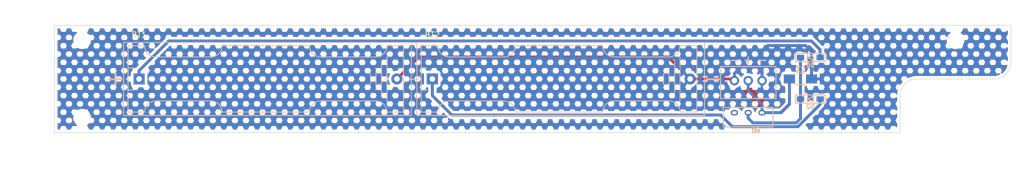
<source format=kicad_pcb>
(kicad_pcb (version 20171130) (host pcbnew "(5.1.5)-3")
  (layers (0 F.Cu signal) (31 B.Cu signal) (34 B.Paste user) (35 F.Paste user) (36 B.SilkS user) (37 F.SilkS user) (38 B.Mask user) (39 F.Mask user) (44 Edge.Cuts user))
  (net 0 "")
  (net 1 GND)
  (net 2 "Net-(BT1-Pad1)")
  (net 3 Bat+)
  (net 4 "Net-(D1-Pad1)")
  (net 5 "Net-(SW1-Pad3)")
  (net 6 "Net-(BT2-Pad1)")
  (module kbd_Parts:Battery_XH2.5_GL_Connector (layer B.Cu) (at 139.405 30.255 180)
    (fp_text reference J1)
    (fp_text value Conn_01x02 hide)
    (pad 2 thru_hole oval (at -2.5 -0.05 180) (size 1.7 1.7) (drill oval 1) (layers *.Cu *.Mask) (net 1 GND) (clearance 0.15))
    (pad 1 thru_hole oval (at 0 -0.05 180) (size 1.7 1.7) (drill oval 1) (layers *.Cu *.Mask) (net 3 Bat+) (clearance 0.15))
    (pad 2 thru_hole oval (at 2.5 -0.05 180) (size 1.7 1.7) (drill oval 1) (layers *.Cu *.Mask) (net 1 GND) (clearance 0.15))
  )
  (module kbd_Parts:Diode_SMD_Rev (layer F.Cu) (at 150.625 33.625)
    (fp_text reference D2 (at 0 1.4) (layer B.SilkS) (effects (font (size 0.8 0.8) (thickness 0.125)) (justify mirror)))
    (fp_text value D hide)
    (fp_text user D1 (at 0 1.4) (layer F.SilkS) (effects (font (size 0.8 0.8) (thickness 0.125))))
    (pad 1 smd rect (at -1.775 0) (size 1.3 0.95) (layers B.Cu B.Paste B.Mask) (net 4 "Net-(D1-Pad1)"))
    (pad 2 smd rect (at 1.775 0) (size 1.3 0.95) (layers B.Cu B.Paste B.Mask) (net 6 "Net-(BT2-Pad1)"))
    (pad 2 smd rect (at 1.775 0) (size 1.3 0.95) (layers F.Cu F.Paste F.Mask) (net 6 "Net-(BT2-Pad1)"))
    (pad 1 smd rect (at -1.775 0) (size 1.3 0.95) (layers F.Cu F.Paste F.Mask) (net 4 "Net-(D1-Pad1)"))
  )
  (module kbd_Parts:Diode_SMD_Rev (layer F.Cu) (at 150.625 26.125)
    (fp_text reference D1 (at 0 1.4) (layer B.SilkS) (effects (font (size 0.8 0.8) (thickness 0.125)) (justify mirror)))
    (fp_text value D hide)
    (fp_text user D1 (at 0 1.4) (layer F.SilkS) (effects (font (size 0.8 0.8) (thickness 0.125))))
    (pad 1 smd rect (at -1.775 0) (size 1.3 0.95) (layers F.Cu F.Paste F.Mask) (net 4 "Net-(D1-Pad1)"))
    (pad 2 smd rect (at 1.775 0) (size 1.3 0.95) (layers F.Cu F.Paste F.Mask) (net 2 "Net-(BT1-Pad1)"))
    (pad 2 smd rect (at 1.775 0) (size 1.3 0.95) (layers B.Cu B.Paste B.Mask) (net 2 "Net-(BT1-Pad1)"))
    (pad 1 smd rect (at -1.775 0) (size 1.3 0.95) (layers B.Cu B.Paste B.Mask) (net 4 "Net-(D1-Pad1)"))
  )
  (module kbd_Parts:Capacitor_1206_Rev (layer F.Cu) (at 148.845 29.985)
    (fp_text reference C1 (at 0 -1.75) (layer F.SilkS))
    (fp_text value C_Small)
    (fp_text user C1 (at 0 -1.75) (layer B.SilkS) (effects (justify mirror)))
    (pad 2 smd rect (at 2 0) (size 2 1.6) (layers B.Cu B.Paste B.Mask) (net 1 GND))
    (pad 1 smd rect (at -2 0) (size 2 1.6) (layers B.Cu B.Paste B.Mask) (net 3 Bat+))
    (pad 2 smd rect (at 2 0) (size 2 1.6) (layers F.Cu F.Paste F.Mask) (net 1 GND))
    (pad 1 smd rect (at -2 0) (size 2 1.6) (layers F.Cu F.Paste F.Mask) (net 3 Bat+))
  )
  (module kbd_Parts:TGSW_MSK-12D19_Rev (layer F.Cu) (at 139.395 37.145 180)
    (fp_text reference SW1)
    (fp_text value SW_Push_SPDT hide)
    (pad 1 thru_hole oval (at -2.5 1.05 180) (size 1.3 1) (drill oval 0.8 0.5) (layers *.Cu *.Mask) (net 3 Bat+) (clearance 0.15))
    (pad 2 thru_hole oval (at 0 1.05 180) (size 1.3 1) (drill oval 0.8 0.5) (layers *.Cu *.Mask) (net 4 "Net-(D1-Pad1)") (clearance 0.15))
    (pad 3 thru_hole oval (at 2.5 1.05 180) (size 1.3 1) (drill oval 0.8 0.5) (layers *.Cu *.Mask) (net 5 "Net-(SW1-Pad3)") (clearance 0.15))
  )
  (module kbd_Hole:m2_Screw_Hole (layer F.Cu) (at 19 37)
    (fp_text reference J4)
    (fp_text value Conn_01x01)
    (pad "" np_thru_hole circle (at 0 0) (size 2.2 2.2) (drill 2.2) (layers *.Cu *.Mask))
  )
  (module kbd_Hole:m2_Screw_Hole (layer F.Cu) (at 19 23)
    (fp_text reference J3)
    (fp_text value Conn_01x01)
    (pad "" np_thru_hole circle (at 0 0) (size 2.2 2.2) (drill 2.2) (layers *.Cu *.Mask))
  )
  (module kbd_Hole:m2_Screw_Hole (layer F.Cu) (at 176.875 23)
    (fp_text reference J2)
    (fp_text value Conn_01x01)
    (pad "" np_thru_hole circle (at 0 0) (size 2.2 2.2) (drill 2.2) (layers *.Cu *.Mask))
  )
  (module kbd_Parts:Battery_AAA_GL (layer F.Cu) (at 82.3 30)
    (fp_text reference BT2 (at 0 -8 180) (layer F.SilkS))
    (fp_text value Battery_Cell)
    (fp_text user + (at -3.81 0) (layer B.SilkS))
    (fp_text user - (at 50.725 -0.175) (layer B.SilkS) (effects (font (size 3 3) (thickness 0.3))))
    (fp_text user + (at -3.81 0) (layer F.SilkS))
    (fp_text user - (at 50.725 -0.175) (layer F.SilkS) (effects (font (size 3 3) (thickness 0.3))))
    (pad 2 thru_hole circle (at 46.6 0) (size 2 2) (drill 1.02) (layers *.Cu *.Mask) (net 1 GND))
    (pad 1 thru_hole rect (at 0 0) (size 2 2) (drill 1.02) (layers *.Cu *.Mask) (net 6 "Net-(BT2-Pad1)"))
  )
  (module kbd_Parts:Battery_AAA_GL (layer F.Cu) (at 29.3 30)
    (fp_text reference BT1 (at 0 -8 180) (layer F.SilkS))
    (fp_text value Battery_Cell)
    (fp_text user + (at -4.275 -0.175) (layer B.SilkS) (effects (font (size 3 3) (thickness 0.3))))
    (fp_text user - (at 50.06 0) (layer B.SilkS))
    (fp_text user + (at -4.275 -0.175) (layer F.SilkS) (effects (font (size 3 3) (thickness 0.3))))
    (fp_text user - (at 50.06 0) (layer F.SilkS))
    (pad 2 thru_hole circle (at 46.6 0) (size 2 2) (drill 1.02) (layers *.Cu *.Mask) (net 1 GND))
    (pad 1 thru_hole rect (at 0 0) (size 2 2) (drill 1.02) (layers *.Cu *.Mask) (net 2 "Net-(BT1-Pad1)"))
  )
  (gr_text - (at 136.925 26.525) (layer B.SilkS) (effects (font (size 1.5 1.5) (thickness 0.2)) (justify mirror)))
  (gr_text - (at 136.925 26.525) (layer F.SilkS) (effects (font (size 1.5 1.5) (thickness 0.2))))
  (gr_text - (at 142.025 26.525) (layer F.SilkS) (effects (font (size 1.5 1.5) (thickness 0.2))))
  (gr_text - (at 142.025 26.525) (layer B.SilkS) (effects (font (size 1.5 1.5) (thickness 0.2)) (justify mirror)))
  (gr_text + (at 139.4 26.5) (layer B.SilkS) (effects (font (size 1.5 1.5) (thickness 0.2)) (justify mirror)))
  (gr_text + (at 139.4 26.5) (layer F.SilkS) (effects (font (size 1.5 1.5) (thickness 0.2))))
  (gr_text On (at 140.8 39.35) (layer B.SilkS) (effects (font (size 0.8 0.8) (thickness 0.2))))
  (gr_text On (at 140.8 39.35) (layer F.SilkS) (effects (font (size 0.8 0.8) (thickness 0.2)) (justify mirror)))
  (gr_line (start 14 20.3) (end 186.875 20.3) (layer Edge.Cuts) (width 0.1))
  (gr_line (start 14 39.7) (end 166.875 39.7) (layer Edge.Cuts) (width 0.1))
  (gr_arc (start 183.875 27) (end 183.875 30) (angle -90) (layer Edge.Cuts) (width 0.1))
  (gr_arc (start 169.875 33) (end 169.875 30) (angle -90) (layer Edge.Cuts) (width 0.1))
  (gr_line (start 186.875 27) (end 186.875 20.3) (layer Edge.Cuts) (width 0.1))
  (gr_line (start 169.875 30) (end 183.875 30) (layer Edge.Cuts) (width 0.1))
  (gr_line (start 166.875 39.7) (end 166.875 33) (layer Edge.Cuts) (width 0.1))
  (gr_line (start 14 20.3) (end 14 39.7) (layer Edge.Cuts) (width 0.1))
  (segment (start 150.845 25.045) (end 150.845 29.985) (width 0.5) (layer F.Cu) (net 1))
  (segment (start 75.9 30) (end 79.875 26.025) (width 0.5) (layer F.Cu) (net 1))
  (segment (start 79.875 26.025) (end 124.925 26.025) (width 0.5) (layer F.Cu) (net 1))
  (segment (start 124.925 26.025) (end 128.9 30) (width 0.5) (layer F.Cu) (net 1))
  (segment (start 136.7 30) (end 136.905 30.205) (width 0.5) (layer F.Cu) (net 1))
  (segment (start 128.9 30) (end 136.7 30) (width 0.5) (layer F.Cu) (net 1))
  (segment (start 136.905 29.002919) (end 138.082919 27.825) (width 0.5) (layer F.Cu) (net 1))
  (segment (start 136.905 30.205) (end 136.905 29.002919) (width 0.5) (layer F.Cu) (net 1))
  (segment (start 138.082919 27.825) (end 141.925 27.825) (width 0.5) (layer F.Cu) (net 1))
  (segment (start 141.905 30.205) (end 141.925 27.825) (width 0.5) (layer F.Cu) (net 1))
  (segment (start 141.925 27.825) (end 141.905 25.045) (width 0.5) (layer F.Cu) (net 1))
  (segment (start 152.345 29.985) (end 153.185 30.825) (width 0.5) (layer F.Cu) (net 1))
  (segment (start 150.845 29.985) (end 152.345 29.985) (width 0.5) (layer F.Cu) (net 1))
  (segment (start 153.185 30.825) (end 153.925 30.825) (width 0.5) (layer F.Cu) (net 1))
  (segment (start 152.345 29.985) (end 153.085 30.725) (width 0.5) (layer B.Cu) (net 1))
  (segment (start 150.845 29.985) (end 152.345 29.985) (width 0.5) (layer B.Cu) (net 1))
  (segment (start 153.085 30.725) (end 154.025 30.725) (width 0.5) (layer B.Cu) (net 1))
  (segment (start 142.975 23.975) (end 141.905 25.045) (width 0.5) (layer F.Cu) (net 1))
  (segment (start 149.775 23.975) (end 142.975 23.975) (width 0.5) (layer F.Cu) (net 1))
  (segment (start 149.775 23.975) (end 150.845 25.045) (width 0.5) (layer F.Cu) (net 1))
  (segment (start 149.775 23.975) (end 150.845 25.045) (width 0.5) (layer B.Cu) (net 1))
  (segment (start 142.975 23.975) (end 149.775 23.975) (width 0.5) (layer B.Cu) (net 1))
  (segment (start 150.845 25.045) (end 150.845 29.985) (width 0.5) (layer B.Cu) (net 1))
  (segment (start 141.905 25.045) (end 142.975 23.975) (width 0.5) (layer B.Cu) (net 1))
  (segment (start 136.905 29.002919) (end 138.102919 27.805) (width 0.5) (layer B.Cu) (net 1))
  (segment (start 136.905 30.205) (end 136.905 29.002919) (width 0.5) (layer B.Cu) (net 1))
  (segment (start 138.102919 27.805) (end 141.905 27.805) (width 0.5) (layer B.Cu) (net 1))
  (segment (start 141.905 30.205) (end 141.905 27.805) (width 0.5) (layer B.Cu) (net 1))
  (segment (start 141.905 27.805) (end 141.905 25.045) (width 0.5) (layer B.Cu) (net 1))
  (segment (start 152.4 24.7) (end 152.4 26.125) (width 0.5) (layer B.Cu) (net 2))
  (segment (start 29.3 28.5) (end 29.3 30) (width 0.5) (layer B.Cu) (net 2))
  (segment (start 34.675 23.125) (end 29.3 28.5) (width 0.5) (layer B.Cu) (net 2))
  (segment (start 150.825 23.125) (end 34.675 23.125) (width 0.5) (layer B.Cu) (net 2))
  (segment (start 150.825 23.125) (end 152.4 24.7) (width 0.5) (layer B.Cu) (net 2))
  (segment (start 29.3 28.5) (end 29.3 30) (width 0.5) (layer F.Cu) (net 2))
  (segment (start 150.819981 23.130019) (end 34.669981 23.130019) (width 0.5) (layer F.Cu) (net 2))
  (segment (start 34.669981 23.130019) (end 29.3 28.5) (width 0.5) (layer F.Cu) (net 2))
  (segment (start 152.4 24.710038) (end 150.819981 23.130019) (width 0.5) (layer F.Cu) (net 2))
  (segment (start 152.4 26.125) (end 152.4 24.710038) (width 0.5) (layer F.Cu) (net 2))
  (segment (start 141.895 36.095) (end 141.895 34.595) (width 0.5) (layer B.Cu) (net 3))
  (segment (start 139.405 32.105) (end 139.405 30.205) (width 0.5) (layer B.Cu) (net 3))
  (segment (start 141.895 34.595) (end 139.405 32.105) (width 0.5) (layer B.Cu) (net 3))
  (segment (start 141.895 36.095) (end 145.355 36.095) (width 0.5) (layer F.Cu) (net 3))
  (segment (start 146.845 34.605) (end 146.845 29.985) (width 0.5) (layer F.Cu) (net 3))
  (segment (start 145.355 36.095) (end 146.845 34.605) (width 0.5) (layer F.Cu) (net 3))
  (segment (start 141.895 36.095) (end 145.255 36.095) (width 0.5) (layer B.Cu) (net 3))
  (segment (start 146.845 34.505) (end 146.845 29.985) (width 0.5) (layer B.Cu) (net 3))
  (segment (start 145.255 36.095) (end 146.845 34.505) (width 0.5) (layer B.Cu) (net 3))
  (segment (start 148.85 26.125) (end 148.85 33.625) (width 0.5) (layer B.Cu) (net 4))
  (segment (start 148.85 32.65) (end 148.85 26.125) (width 0.5) (layer F.Cu) (net 4))
  (segment (start 148.85 33.625) (end 148.85 32.65) (width 0.5) (layer F.Cu) (net 4))
  (segment (start 148.085038 37.925) (end 148.85 37.160038) (width 0.5) (layer F.Cu) (net 4))
  (segment (start 140.225 37.925) (end 148.085038 37.925) (width 0.5) (layer F.Cu) (net 4))
  (segment (start 139.395 36.095) (end 139.395 37.095) (width 0.5) (layer F.Cu) (net 4))
  (segment (start 148.85 37.160038) (end 148.85 33.625) (width 0.5) (layer F.Cu) (net 4))
  (segment (start 139.395 37.095) (end 140.225 37.925) (width 0.5) (layer F.Cu) (net 4))
  (segment (start 139.395 36.095) (end 139.395 37.095) (width 0.5) (layer B.Cu) (net 4))
  (segment (start 148.85 37.160038) (end 148.85 33.625) (width 0.5) (layer B.Cu) (net 4))
  (segment (start 140.225 37.925) (end 148.085038 37.925) (width 0.5) (layer B.Cu) (net 4))
  (segment (start 148.085038 37.925) (end 148.85 37.160038) (width 0.5) (layer B.Cu) (net 4))
  (segment (start 139.395 37.095) (end 140.225 37.925) (width 0.5) (layer B.Cu) (net 4))
  (segment (start 152.4 34.6) (end 148.374991 38.62501) (width 0.5) (layer F.Cu) (net 6))
  (segment (start 152.4 33.625) (end 152.4 34.6) (width 0.5) (layer F.Cu) (net 6))
  (segment (start 82.3 33) (end 82.3 30) (width 0.5) (layer B.Cu) (net 6))
  (segment (start 85.825 36.525) (end 82.3 33) (width 0.5) (layer B.Cu) (net 6))
  (segment (start 152.4 34.6) (end 148.374991 38.62501) (width 0.5) (layer B.Cu) (net 6))
  (segment (start 152.4 33.625) (end 152.4 34.6) (width 0.5) (layer B.Cu) (net 6))
  (segment (start 148.374991 38.62501) (end 136.52501 38.62501) (width 0.5) (layer B.Cu) (net 6))
  (segment (start 136.52501 38.62501) (end 134.425 36.525) (width 0.5) (layer B.Cu) (net 6))
  (segment (start 134.425 36.525) (end 85.825 36.525) (width 0.5) (layer B.Cu) (net 6))
  (segment (start 136.42501 38.62501) (end 136.42501 38.52501) (width 0.5) (layer F.Cu) (net 6))
  (segment (start 148.374991 38.62501) (end 136.42501 38.62501) (width 0.5) (layer F.Cu) (net 6))
  (segment (start 134.425 36.525) (end 85.825 36.525) (width 0.5) (layer F.Cu) (net 6))
  (segment (start 136.42501 38.52501) (end 134.425 36.525) (width 0.5) (layer F.Cu) (net 6))
  (segment (start 82.3 33) (end 82.3 30) (width 0.5) (layer F.Cu) (net 6))
  (segment (start 85.825 36.525) (end 82.3 33) (width 0.5) (layer F.Cu) (net 6))
  (zone (net 1) (net_name GND) (layer F.Cu) (connect_pads (clearance 0.508)) (min_thickness 0.254) (fill yes (arc_segments 32) (thermal_gap 0.508) (thermal_bridge_width 0.508))
    (polygon (pts (xy 187.625 40.625) (xy 13.625 40.625) (xy 13.625 19.625) (xy 187.625 19.625)))
  )
  (zone (net 1) (net_name GND) (layer B.Cu) (connect_pads (clearance 0.508)) (min_thickness 0.254) (fill yes (arc_segments 32) (thermal_gap 0.508) (thermal_bridge_width 0.508))
    (polygon (pts (xy 187.625 40.625) (xy 13.625 40.625) (xy 13.625 19.625) (xy 187.625 19.625)))
  )
  (zone (net 0) (net_name "") (layers F&B.Cu) (connect_pads (clearance 0.508)) (min_thickness 0.254)
    (keepout (tracks allowed) (vias allowed) (copperpour not_allowed))
    (fill (arc_segments 16) (thermal_gap 0.508) (thermal_bridge_width 0.508))
    (polygon (pts (xy 159.25 36.5) (xy 160 36.5) (xy 160.25 36) (xy 160 35.5) (xy 159.25 35.5) (xy 159 36)))
  )
  (zone (net 0) (net_name "") (layers F&B.Cu) (connect_pads (clearance 0.508)) (min_thickness 0.254)
    (keepout (tracks allowed) (vias allowed) (copperpour not_allowed))
    (fill (arc_segments 16) (thermal_gap 0.508) (thermal_bridge_width 0.508))
    (polygon (pts (xy 160.25 38) (xy 161 38) (xy 161.25 37.5) (xy 161 37) (xy 160.25 37) (xy 160 37.5)))
  )
  (zone (net 0) (net_name "") (layers F&B.Cu) (connect_pads (clearance 0.508)) (min_thickness 0.254)
    (keepout (tracks allowed) (vias allowed) (copperpour not_allowed))
    (fill (arc_segments 16) (thermal_gap 0.508) (thermal_bridge_width 0.508))
    (polygon (pts (xy 188.25 44) (xy 189 44) (xy 189.25 43.5) (xy 189 43) (xy 188.25 43) (xy 188 43.5)))
  )
  (zone (net 0) (net_name "") (layers F&B.Cu) (connect_pads (clearance 0.508)) (min_thickness 0.254)
    (keepout (tracks allowed) (vias allowed) (copperpour not_allowed))
    (fill (arc_segments 16) (thermal_gap 0.508) (thermal_bridge_width 0.508))
    (polygon (pts (xy 165.25 45.5) (xy 166 45.5) (xy 166.25 45) (xy 166 44.5) (xy 165.25 44.5) (xy 165 45)))
  )
  (zone (net 0) (net_name "") (layers F&B.Cu) (connect_pads (clearance 0.508)) (min_thickness 0.254)
    (keepout (tracks allowed) (vias allowed) (copperpour not_allowed))
    (fill (arc_segments 16) (thermal_gap 0.508) (thermal_bridge_width 0.508))
    (polygon (pts (xy 174.25 44) (xy 175 44) (xy 175.25 43.5) (xy 175 43) (xy 174.25 43) (xy 174 43.5)))
  )
  (zone (net 0) (net_name "") (layers F&B.Cu) (connect_pads (clearance 0.508)) (min_thickness 0.254)
    (keepout (tracks allowed) (vias allowed) (copperpour not_allowed))
    (fill (arc_segments 16) (thermal_gap 0.508) (thermal_bridge_width 0.508))
    (polygon (pts (xy 171.25 42.5) (xy 172 42.5) (xy 172.25 42) (xy 172 41.5) (xy 171.25 41.5) (xy 171 42)))
  )
  (zone (net 0) (net_name "") (layers F&B.Cu) (connect_pads (clearance 0.508)) (min_thickness 0.254)
    (keepout (tracks allowed) (vias allowed) (copperpour not_allowed))
    (fill (arc_segments 16) (thermal_gap 0.508) (thermal_bridge_width 0.508))
    (polygon (pts (xy 173.25 42.5) (xy 174 42.5) (xy 174.25 42) (xy 174 41.5) (xy 173.25 41.5) (xy 173 42)))
  )
  (zone (net 0) (net_name "") (layers F&B.Cu) (connect_pads (clearance 0.508)) (min_thickness 0.254)
    (keepout (tracks allowed) (vias allowed) (copperpour not_allowed))
    (fill (arc_segments 16) (thermal_gap 0.508) (thermal_bridge_width 0.508))
    (polygon (pts (xy 181.25 36.5) (xy 182 36.5) (xy 182.25 36) (xy 182 35.5) (xy 181.25 35.5) (xy 181 36)))
  )
  (zone (net 0) (net_name "") (layers F&B.Cu) (connect_pads (clearance 0.508)) (min_thickness 0.254)
    (keepout (tracks allowed) (vias allowed) (copperpour not_allowed))
    (fill (arc_segments 16) (thermal_gap 0.508) (thermal_bridge_width 0.508))
    (polygon (pts (xy 181.25 39.5) (xy 182 39.5) (xy 182.25 39) (xy 182 38.5) (xy 181.25 38.5) (xy 181 39)))
  )
  (zone (net 0) (net_name "") (layers F&B.Cu) (connect_pads (clearance 0.508)) (min_thickness 0.254)
    (keepout (tracks allowed) (vias allowed) (copperpour not_allowed))
    (fill (arc_segments 16) (thermal_gap 0.508) (thermal_bridge_width 0.508))
    (polygon (pts (xy 186.25 38) (xy 187 38) (xy 187.25 37.5) (xy 187 37) (xy 186.25 37) (xy 186 37.5)))
  )
  (zone (net 0) (net_name "") (layers F&B.Cu) (connect_pads (clearance 0.508)) (min_thickness 0.254)
    (keepout (tracks allowed) (vias allowed) (copperpour not_allowed))
    (fill (arc_segments 16) (thermal_gap 0.508) (thermal_bridge_width 0.508))
    (polygon (pts (xy 180.25 41) (xy 181 41) (xy 181.25 40.5) (xy 181 40) (xy 180.25 40) (xy 180 40.5)))
  )
  (zone (net 0) (net_name "") (layers F&B.Cu) (connect_pads (clearance 0.508)) (min_thickness 0.254)
    (keepout (tracks allowed) (vias allowed) (copperpour not_allowed))
    (fill (arc_segments 16) (thermal_gap 0.508) (thermal_bridge_width 0.508))
    (polygon (pts (xy 185.25 36.5) (xy 186 36.5) (xy 186.25 36) (xy 186 35.5) (xy 185.25 35.5) (xy 185 36)))
  )
  (zone (net 0) (net_name "") (layers F&B.Cu) (connect_pads (clearance 0.508)) (min_thickness 0.254)
    (keepout (tracks allowed) (vias allowed) (copperpour not_allowed))
    (fill (arc_segments 16) (thermal_gap 0.508) (thermal_bridge_width 0.508))
    (polygon (pts (xy 170.25 44) (xy 171 44) (xy 171.25 43.5) (xy 171 43) (xy 170.25 43) (xy 170 43.5)))
  )
  (zone (net 0) (net_name "") (layers F&B.Cu) (connect_pads (clearance 0.508)) (min_thickness 0.254)
    (keepout (tracks allowed) (vias allowed) (copperpour not_allowed))
    (fill (arc_segments 16) (thermal_gap 0.508) (thermal_bridge_width 0.508))
    (polygon (pts (xy 187.25 45.5) (xy 188 45.5) (xy 188.25 45) (xy 188 44.5) (xy 187.25 44.5) (xy 187 45)))
  )
  (zone (net 0) (net_name "") (layers F&B.Cu) (connect_pads (clearance 0.508)) (min_thickness 0.254)
    (keepout (tracks allowed) (vias allowed) (copperpour not_allowed))
    (fill (arc_segments 16) (thermal_gap 0.508) (thermal_bridge_width 0.508))
    (polygon (pts (xy 175.25 42.5) (xy 176 42.5) (xy 176.25 42) (xy 176 41.5) (xy 175.25 41.5) (xy 175 42)))
  )
  (zone (net 0) (net_name "") (layers F&B.Cu) (connect_pads (clearance 0.508)) (min_thickness 0.254)
    (keepout (tracks allowed) (vias allowed) (copperpour not_allowed))
    (fill (arc_segments 16) (thermal_gap 0.508) (thermal_bridge_width 0.508))
    (polygon (pts (xy 183.25 39.5) (xy 184 39.5) (xy 184.25 39) (xy 184 38.5) (xy 183.25 38.5) (xy 183 39)))
  )
  (zone (net 0) (net_name "") (layers F&B.Cu) (connect_pads (clearance 0.508)) (min_thickness 0.254)
    (keepout (tracks allowed) (vias allowed) (copperpour not_allowed))
    (fill (arc_segments 16) (thermal_gap 0.508) (thermal_bridge_width 0.508))
    (polygon (pts (xy 184.25 47) (xy 185 47) (xy 185.25 46.5) (xy 185 46) (xy 184.25 46) (xy 184 46.5)))
  )
  (zone (net 0) (net_name "") (layers F&B.Cu) (connect_pads (clearance 0.508)) (min_thickness 0.254)
    (keepout (tracks allowed) (vias allowed) (copperpour not_allowed))
    (fill (arc_segments 16) (thermal_gap 0.508) (thermal_bridge_width 0.508))
    (polygon (pts (xy 180.25 38) (xy 181 38) (xy 181.25 37.5) (xy 181 37) (xy 180.25 37) (xy 180 37.5)))
  )
  (zone (net 0) (net_name "") (layers F&B.Cu) (connect_pads (clearance 0.508)) (min_thickness 0.254)
    (keepout (tracks allowed) (vias allowed) (copperpour not_allowed))
    (fill (arc_segments 16) (thermal_gap 0.508) (thermal_bridge_width 0.508))
    (polygon (pts (xy 188.25 47) (xy 189 47) (xy 189.25 46.5) (xy 189 46) (xy 188.25 46) (xy 188 46.5)))
  )
  (zone (net 0) (net_name "") (layers F&B.Cu) (connect_pads (clearance 0.508)) (min_thickness 0.254)
    (keepout (tracks allowed) (vias allowed) (copperpour not_allowed))
    (fill (arc_segments 16) (thermal_gap 0.508) (thermal_bridge_width 0.508))
    (polygon (pts (xy 181.25 45.5) (xy 182 45.5) (xy 182.25 45) (xy 182 44.5) (xy 181.25 44.5) (xy 181 45)))
  )
  (zone (net 0) (net_name "") (layers F&B.Cu) (connect_pads (clearance 0.508)) (min_thickness 0.254)
    (keepout (tracks allowed) (vias allowed) (copperpour not_allowed))
    (fill (arc_segments 16) (thermal_gap 0.508) (thermal_bridge_width 0.508))
    (polygon (pts (xy 168.25 47) (xy 169 47) (xy 169.25 46.5) (xy 169 46) (xy 168.25 46) (xy 168 46.5)))
  )
  (zone (net 0) (net_name "") (layers F&B.Cu) (connect_pads (clearance 0.508)) (min_thickness 0.254)
    (keepout (tracks allowed) (vias allowed) (copperpour not_allowed))
    (fill (arc_segments 16) (thermal_gap 0.508) (thermal_bridge_width 0.508))
    (polygon (pts (xy 183.25 45.5) (xy 184 45.5) (xy 184.25 45) (xy 184 44.5) (xy 183.25 44.5) (xy 183 45)))
  )
  (zone (net 0) (net_name "") (layers F&B.Cu) (connect_pads (clearance 0.508)) (min_thickness 0.254)
    (keepout (tracks allowed) (vias allowed) (copperpour not_allowed))
    (fill (arc_segments 16) (thermal_gap 0.508) (thermal_bridge_width 0.508))
    (polygon (pts (xy 186.25 44) (xy 187 44) (xy 187.25 43.5) (xy 187 43) (xy 186.25 43) (xy 186 43.5)))
  )
  (zone (net 0) (net_name "") (layers F&B.Cu) (connect_pads (clearance 0.508)) (min_thickness 0.254)
    (keepout (tracks allowed) (vias allowed) (copperpour not_allowed))
    (fill (arc_segments 16) (thermal_gap 0.508) (thermal_bridge_width 0.508))
    (polygon (pts (xy 184.25 41) (xy 185 41) (xy 185.25 40.5) (xy 185 40) (xy 184.25 40) (xy 184 40.5)))
  )
  (zone (net 0) (net_name "") (layers F&B.Cu) (connect_pads (clearance 0.508)) (min_thickness 0.254)
    (keepout (tracks allowed) (vias allowed) (copperpour not_allowed))
    (fill (arc_segments 16) (thermal_gap 0.508) (thermal_bridge_width 0.508))
    (polygon (pts (xy 182.25 47) (xy 183 47) (xy 183.25 46.5) (xy 183 46) (xy 182.25 46) (xy 182 46.5)))
  )
  (zone (net 0) (net_name "") (layers F&B.Cu) (connect_pads (clearance 0.508)) (min_thickness 0.254)
    (keepout (tracks allowed) (vias allowed) (copperpour not_allowed))
    (fill (arc_segments 16) (thermal_gap 0.508) (thermal_bridge_width 0.508))
    (polygon (pts (xy 180.25 47) (xy 181 47) (xy 181.25 46.5) (xy 181 46) (xy 180.25 46) (xy 180 46.5)))
  )
  (zone (net 0) (net_name "") (layers F&B.Cu) (connect_pads (clearance 0.508)) (min_thickness 0.254)
    (keepout (tracks allowed) (vias allowed) (copperpour not_allowed))
    (fill (arc_segments 16) (thermal_gap 0.508) (thermal_bridge_width 0.508))
    (polygon (pts (xy 186.25 47) (xy 187 47) (xy 187.25 46.5) (xy 187 46) (xy 186.25 46) (xy 186 46.5)))
  )
  (zone (net 0) (net_name "") (layers F&B.Cu) (connect_pads (clearance 0.508)) (min_thickness 0.254)
    (keepout (tracks allowed) (vias allowed) (copperpour not_allowed))
    (fill (arc_segments 16) (thermal_gap 0.508) (thermal_bridge_width 0.508))
    (polygon (pts (xy 185.25 42.5) (xy 186 42.5) (xy 186.25 42) (xy 186 41.5) (xy 185.25 41.5) (xy 185 42)))
  )
  (zone (net 0) (net_name "") (layers F&B.Cu) (connect_pads (clearance 0.508)) (min_thickness 0.254)
    (keepout (tracks allowed) (vias allowed) (copperpour not_allowed))
    (fill (arc_segments 16) (thermal_gap 0.508) (thermal_bridge_width 0.508))
    (polygon (pts (xy 183.25 36.5) (xy 184 36.5) (xy 184.25 36) (xy 184 35.5) (xy 183.25 35.5) (xy 183 36)))
  )
  (zone (net 0) (net_name "") (layers F&B.Cu) (connect_pads (clearance 0.508)) (min_thickness 0.254)
    (keepout (tracks allowed) (vias allowed) (copperpour not_allowed))
    (fill (arc_segments 16) (thermal_gap 0.508) (thermal_bridge_width 0.508))
    (polygon (pts (xy 172.25 44) (xy 173 44) (xy 173.25 43.5) (xy 173 43) (xy 172.25 43) (xy 172 43.5)))
  )
  (zone (net 0) (net_name "") (layers F&B.Cu) (connect_pads (clearance 0.508)) (min_thickness 0.254)
    (keepout (tracks allowed) (vias allowed) (copperpour not_allowed))
    (fill (arc_segments 16) (thermal_gap 0.508) (thermal_bridge_width 0.508))
    (polygon (pts (xy 168.25 41) (xy 169 41) (xy 169.25 40.5) (xy 169 40) (xy 168.25 40) (xy 168 40.5)))
  )
  (zone (net 0) (net_name "") (layers F&B.Cu) (connect_pads (clearance 0.508)) (min_thickness 0.254)
    (keepout (tracks allowed) (vias allowed) (copperpour not_allowed))
    (fill (arc_segments 16) (thermal_gap 0.508) (thermal_bridge_width 0.508))
    (polygon (pts (xy 184.25 38) (xy 185 38) (xy 185.25 37.5) (xy 185 37) (xy 184.25 37) (xy 184 37.5)))
  )
  (zone (net 0) (net_name "") (layers F&B.Cu) (connect_pads (clearance 0.508)) (min_thickness 0.254)
    (keepout (tracks allowed) (vias allowed) (copperpour not_allowed))
    (fill (arc_segments 16) (thermal_gap 0.508) (thermal_bridge_width 0.508))
    (polygon (pts (xy 187.25 42.5) (xy 188 42.5) (xy 188.25 42) (xy 188 41.5) (xy 187.25 41.5) (xy 187 42)))
  )
  (zone (net 0) (net_name "") (layers F&B.Cu) (connect_pads (clearance 0.508)) (min_thickness 0.254)
    (keepout (tracks allowed) (vias allowed) (copperpour not_allowed))
    (fill (arc_segments 16) (thermal_gap 0.508) (thermal_bridge_width 0.508))
    (polygon (pts (xy 178.25 41) (xy 179 41) (xy 179.25 40.5) (xy 179 40) (xy 178.25 40) (xy 178 40.5)))
  )
  (zone (net 0) (net_name "") (layers F&B.Cu) (connect_pads (clearance 0.508)) (min_thickness 0.254)
    (keepout (tracks allowed) (vias allowed) (copperpour not_allowed))
    (fill (arc_segments 16) (thermal_gap 0.508) (thermal_bridge_width 0.508))
    (polygon (pts (xy 185.25 45.5) (xy 186 45.5) (xy 186.25 45) (xy 186 44.5) (xy 185.25 44.5) (xy 185 45)))
  )
  (zone (net 0) (net_name "") (layers F&B.Cu) (connect_pads (clearance 0.508)) (min_thickness 0.254)
    (keepout (tracks allowed) (vias allowed) (copperpour not_allowed))
    (fill (arc_segments 16) (thermal_gap 0.508) (thermal_bridge_width 0.508))
    (polygon (pts (xy 177.25 39.5) (xy 178 39.5) (xy 178.25 39) (xy 178 38.5) (xy 177.25 38.5) (xy 177 39)))
  )
  (zone (net 0) (net_name "") (layers F&B.Cu) (connect_pads (clearance 0.508)) (min_thickness 0.254)
    (keepout (tracks allowed) (vias allowed) (copperpour not_allowed))
    (fill (arc_segments 16) (thermal_gap 0.508) (thermal_bridge_width 0.508))
    (polygon (pts (xy 164.25 38) (xy 165 38) (xy 165.25 37.5) (xy 165 37) (xy 164.25 37) (xy 164 37.5)))
  )
  (zone (net 0) (net_name "") (layers F&B.Cu) (connect_pads (clearance 0.508)) (min_thickness 0.254)
    (keepout (tracks allowed) (vias allowed) (copperpour not_allowed))
    (fill (arc_segments 16) (thermal_gap 0.508) (thermal_bridge_width 0.508))
    (polygon (pts (xy 182.25 38) (xy 183 38) (xy 183.25 37.5) (xy 183 37) (xy 182.25 37) (xy 182 37.5)))
  )
  (zone (net 0) (net_name "") (layers F&B.Cu) (connect_pads (clearance 0.508)) (min_thickness 0.254)
    (keepout (tracks allowed) (vias allowed) (copperpour not_allowed))
    (fill (arc_segments 16) (thermal_gap 0.508) (thermal_bridge_width 0.508))
    (polygon (pts (xy 176.25 44) (xy 177 44) (xy 177.25 43.5) (xy 177 43) (xy 176.25 43) (xy 176 43.5)))
  )
  (zone (net 0) (net_name "") (layers F&B.Cu) (connect_pads (clearance 0.508)) (min_thickness 0.254)
    (keepout (tracks allowed) (vias allowed) (copperpour not_allowed))
    (fill (arc_segments 16) (thermal_gap 0.508) (thermal_bridge_width 0.508))
    (polygon (pts (xy 182.25 41) (xy 183 41) (xy 183.25 40.5) (xy 183 40) (xy 182.25 40) (xy 182 40.5)))
  )
  (zone (net 0) (net_name "") (layers F&B.Cu) (connect_pads (clearance 0.508)) (min_thickness 0.254)
    (keepout (tracks allowed) (vias allowed) (copperpour not_allowed))
    (fill (arc_segments 16) (thermal_gap 0.508) (thermal_bridge_width 0.508))
    (polygon (pts (xy 188.25 41) (xy 189 41) (xy 189.25 40.5) (xy 189 40) (xy 188.25 40) (xy 188 40.5)))
  )
  (zone (net 0) (net_name "") (layers F&B.Cu) (connect_pads (clearance 0.508)) (min_thickness 0.254)
    (keepout (tracks allowed) (vias allowed) (copperpour not_allowed))
    (fill (arc_segments 16) (thermal_gap 0.508) (thermal_bridge_width 0.508))
    (polygon (pts (xy 179.25 39.5) (xy 180 39.5) (xy 180.25 39) (xy 180 38.5) (xy 179.25 38.5) (xy 179 39)))
  )
  (zone (net 0) (net_name "") (layers F&B.Cu) (connect_pads (clearance 0.508)) (min_thickness 0.254)
    (keepout (tracks allowed) (vias allowed) (copperpour not_allowed))
    (fill (arc_segments 16) (thermal_gap 0.508) (thermal_bridge_width 0.508))
    (polygon (pts (xy 168.25 44) (xy 169 44) (xy 169.25 43.5) (xy 169 43) (xy 168.25 43) (xy 168 43.5)))
  )
  (zone (net 0) (net_name "") (layers F&B.Cu) (connect_pads (clearance 0.508)) (min_thickness 0.254)
    (keepout (tracks allowed) (vias allowed) (copperpour not_allowed))
    (fill (arc_segments 16) (thermal_gap 0.508) (thermal_bridge_width 0.508))
    (polygon (pts (xy 169.25 36.5) (xy 170 36.5) (xy 170.25 36) (xy 170 35.5) (xy 169.25 35.5) (xy 169 36)))
  )
  (zone (net 0) (net_name "") (layers F&B.Cu) (connect_pads (clearance 0.508)) (min_thickness 0.254)
    (keepout (tracks allowed) (vias allowed) (copperpour not_allowed))
    (fill (arc_segments 16) (thermal_gap 0.508) (thermal_bridge_width 0.508))
    (polygon (pts (xy 169.25 45.5) (xy 170 45.5) (xy 170.25 45) (xy 170 44.5) (xy 169.25 44.5) (xy 169 45)))
  )
  (zone (net 0) (net_name "") (layers F&B.Cu) (connect_pads (clearance 0.508)) (min_thickness 0.254)
    (keepout (tracks allowed) (vias allowed) (copperpour not_allowed))
    (fill (arc_segments 16) (thermal_gap 0.508) (thermal_bridge_width 0.508))
    (polygon (pts (xy 169.25 39.5) (xy 170 39.5) (xy 170.25 39) (xy 170 38.5) (xy 169.25 38.5) (xy 169 39)))
  )
  (zone (net 0) (net_name "") (layers F&B.Cu) (connect_pads (clearance 0.508)) (min_thickness 0.254)
    (keepout (tracks allowed) (vias allowed) (copperpour not_allowed))
    (fill (arc_segments 16) (thermal_gap 0.508) (thermal_bridge_width 0.508))
    (polygon (pts (xy 159.25 45.5) (xy 160 45.5) (xy 160.25 45) (xy 160 44.5) (xy 159.25 44.5) (xy 159 45)))
  )
  (zone (net 0) (net_name "") (layers F&B.Cu) (connect_pads (clearance 0.508)) (min_thickness 0.254)
    (keepout (tracks allowed) (vias allowed) (copperpour not_allowed))
    (fill (arc_segments 16) (thermal_gap 0.508) (thermal_bridge_width 0.508))
    (polygon (pts (xy 162.25 41) (xy 163 41) (xy 163.25 40.5) (xy 163 40) (xy 162.25 40) (xy 162 40.5)))
  )
  (zone (net 0) (net_name "") (layers F&B.Cu) (connect_pads (clearance 0.508)) (min_thickness 0.254)
    (keepout (tracks allowed) (vias allowed) (copperpour not_allowed))
    (fill (arc_segments 16) (thermal_gap 0.508) (thermal_bridge_width 0.508))
    (polygon (pts (xy 164.25 41) (xy 165 41) (xy 165.25 40.5) (xy 165 40) (xy 164.25 40) (xy 164 40.5)))
  )
  (zone (net 0) (net_name "") (layers F&B.Cu) (connect_pads (clearance 0.508)) (min_thickness 0.254)
    (keepout (tracks allowed) (vias allowed) (copperpour not_allowed))
    (fill (arc_segments 16) (thermal_gap 0.508) (thermal_bridge_width 0.508))
    (polygon (pts (xy 170.25 47) (xy 171 47) (xy 171.25 46.5) (xy 171 46) (xy 170.25 46) (xy 170 46.5)))
  )
  (zone (net 0) (net_name "") (layers F&B.Cu) (connect_pads (clearance 0.508)) (min_thickness 0.254)
    (keepout (tracks allowed) (vias allowed) (copperpour not_allowed))
    (fill (arc_segments 16) (thermal_gap 0.508) (thermal_bridge_width 0.508))
    (polygon (pts (xy 165.25 39.5) (xy 166 39.5) (xy 166.25 39) (xy 166 38.5) (xy 165.25 38.5) (xy 165 39)))
  )
  (zone (net 0) (net_name "") (layers F&B.Cu) (connect_pads (clearance 0.508)) (min_thickness 0.254)
    (keepout (tracks allowed) (vias allowed) (copperpour not_allowed))
    (fill (arc_segments 16) (thermal_gap 0.508) (thermal_bridge_width 0.508))
    (polygon (pts (xy 160.25 44) (xy 161 44) (xy 161.25 43.5) (xy 161 43) (xy 160.25 43) (xy 160 43.5)))
  )
  (zone (net 0) (net_name "") (layers F&B.Cu) (connect_pads (clearance 0.508)) (min_thickness 0.254)
    (keepout (tracks allowed) (vias allowed) (copperpour not_allowed))
    (fill (arc_segments 16) (thermal_gap 0.508) (thermal_bridge_width 0.508))
    (polygon (pts (xy 171.25 36.5) (xy 172 36.5) (xy 172.25 36) (xy 172 35.5) (xy 171.25 35.5) (xy 171 36)))
  )
  (zone (net 0) (net_name "") (layers F&B.Cu) (connect_pads (clearance 0.508)) (min_thickness 0.254)
    (keepout (tracks allowed) (vias allowed) (copperpour not_allowed))
    (fill (arc_segments 16) (thermal_gap 0.508) (thermal_bridge_width 0.508))
    (polygon (pts (xy 159.25 39.5) (xy 160 39.5) (xy 160.25 39) (xy 160 38.5) (xy 159.25 38.5) (xy 159 39)))
  )
  (zone (net 0) (net_name "") (layers F&B.Cu) (connect_pads (clearance 0.508)) (min_thickness 0.254)
    (keepout (tracks allowed) (vias allowed) (copperpour not_allowed))
    (fill (arc_segments 16) (thermal_gap 0.508) (thermal_bridge_width 0.508))
    (polygon (pts (xy 159.25 42.5) (xy 160 42.5) (xy 160.25 42) (xy 160 41.5) (xy 159.25 41.5) (xy 159 42)))
  )
  (zone (net 0) (net_name "") (layers F&B.Cu) (connect_pads (clearance 0.508)) (min_thickness 0.254)
    (keepout (tracks allowed) (vias allowed) (copperpour not_allowed))
    (fill (arc_segments 16) (thermal_gap 0.508) (thermal_bridge_width 0.508))
    (polygon (pts (xy 161.25 45.5) (xy 162 45.5) (xy 162.25 45) (xy 162 44.5) (xy 161.25 44.5) (xy 161 45)))
  )
  (zone (net 0) (net_name "") (layers F&B.Cu) (connect_pads (clearance 0.508)) (min_thickness 0.254)
    (keepout (tracks allowed) (vias allowed) (copperpour not_allowed))
    (fill (arc_segments 16) (thermal_gap 0.508) (thermal_bridge_width 0.508))
    (polygon (pts (xy 162.25 38) (xy 163 38) (xy 163.25 37.5) (xy 163 37) (xy 162.25 37) (xy 162 37.5)))
  )
  (zone (net 0) (net_name "") (layers F&B.Cu) (connect_pads (clearance 0.508)) (min_thickness 0.254)
    (keepout (tracks allowed) (vias allowed) (copperpour not_allowed))
    (fill (arc_segments 16) (thermal_gap 0.508) (thermal_bridge_width 0.508))
    (polygon (pts (xy 161.25 39.5) (xy 162 39.5) (xy 162.25 39) (xy 162 38.5) (xy 161.25 38.5) (xy 161 39)))
  )
  (zone (net 0) (net_name "") (layers F&B.Cu) (connect_pads (clearance 0.508)) (min_thickness 0.254)
    (keepout (tracks allowed) (vias allowed) (copperpour not_allowed))
    (fill (arc_segments 16) (thermal_gap 0.508) (thermal_bridge_width 0.508))
    (polygon (pts (xy 161.25 36.5) (xy 162 36.5) (xy 162.25 36) (xy 162 35.5) (xy 161.25 35.5) (xy 161 36)))
  )
  (zone (net 0) (net_name "") (layers F&B.Cu) (connect_pads (clearance 0.508)) (min_thickness 0.254)
    (keepout (tracks allowed) (vias allowed) (copperpour not_allowed))
    (fill (arc_segments 16) (thermal_gap 0.508) (thermal_bridge_width 0.508))
    (polygon (pts (xy 165.25 42.5) (xy 166 42.5) (xy 166.25 42) (xy 166 41.5) (xy 165.25 41.5) (xy 165 42)))
  )
  (zone (net 0) (net_name "") (layers F&B.Cu) (connect_pads (clearance 0.508)) (min_thickness 0.254)
    (keepout (tracks allowed) (vias allowed) (copperpour not_allowed))
    (fill (arc_segments 16) (thermal_gap 0.508) (thermal_bridge_width 0.508))
    (polygon (pts (xy 162.25 47) (xy 163 47) (xy 163.25 46.5) (xy 163 46) (xy 162.25 46) (xy 162 46.5)))
  )
  (zone (net 0) (net_name "") (layers F&B.Cu) (connect_pads (clearance 0.508)) (min_thickness 0.254)
    (keepout (tracks allowed) (vias allowed) (copperpour not_allowed))
    (fill (arc_segments 16) (thermal_gap 0.508) (thermal_bridge_width 0.508))
    (polygon (pts (xy 166.25 44) (xy 167 44) (xy 167.25 43.5) (xy 167 43) (xy 166.25 43) (xy 166 43.5)))
  )
  (zone (net 0) (net_name "") (layers F&B.Cu) (connect_pads (clearance 0.508)) (min_thickness 0.254)
    (keepout (tracks allowed) (vias allowed) (copperpour not_allowed))
    (fill (arc_segments 16) (thermal_gap 0.508) (thermal_bridge_width 0.508))
    (polygon (pts (xy 164.25 44) (xy 165 44) (xy 165.25 43.5) (xy 165 43) (xy 164.25 43) (xy 164 43.5)))
  )
  (zone (net 0) (net_name "") (layers F&B.Cu) (connect_pads (clearance 0.508)) (min_thickness 0.254)
    (keepout (tracks allowed) (vias allowed) (copperpour not_allowed))
    (fill (arc_segments 16) (thermal_gap 0.508) (thermal_bridge_width 0.508))
    (polygon (pts (xy 170.25 38) (xy 171 38) (xy 171.25 37.5) (xy 171 37) (xy 170.25 37) (xy 170 37.5)))
  )
  (zone (net 0) (net_name "") (layers F&B.Cu) (connect_pads (clearance 0.508)) (min_thickness 0.254)
    (keepout (tracks allowed) (vias allowed) (copperpour not_allowed))
    (fill (arc_segments 16) (thermal_gap 0.508) (thermal_bridge_width 0.508))
    (polygon (pts (xy 165.25 36.5) (xy 166 36.5) (xy 166.25 36) (xy 166 35.5) (xy 165.25 35.5) (xy 165 36)))
  )
  (zone (net 0) (net_name "") (layers F&B.Cu) (connect_pads (clearance 0.508)) (min_thickness 0.254)
    (keepout (tracks allowed) (vias allowed) (copperpour not_allowed))
    (fill (arc_segments 16) (thermal_gap 0.508) (thermal_bridge_width 0.508))
    (polygon (pts (xy 163.25 39.5) (xy 164 39.5) (xy 164.25 39) (xy 164 38.5) (xy 163.25 38.5) (xy 163 39)))
  )
  (zone (net 0) (net_name "") (layers F&B.Cu) (connect_pads (clearance 0.508)) (min_thickness 0.254)
    (keepout (tracks allowed) (vias allowed) (copperpour not_allowed))
    (fill (arc_segments 16) (thermal_gap 0.508) (thermal_bridge_width 0.508))
    (polygon (pts (xy 166.25 41) (xy 167 41) (xy 167.25 40.5) (xy 167 40) (xy 166.25 40) (xy 166 40.5)))
  )
  (zone (net 0) (net_name "") (layers F&B.Cu) (connect_pads (clearance 0.508)) (min_thickness 0.254)
    (keepout (tracks allowed) (vias allowed) (copperpour not_allowed))
    (fill (arc_segments 16) (thermal_gap 0.508) (thermal_bridge_width 0.508))
    (polygon (pts (xy 171.25 39.5) (xy 172 39.5) (xy 172.25 39) (xy 172 38.5) (xy 171.25 38.5) (xy 171 39)))
  )
  (zone (net 0) (net_name "") (layers F&B.Cu) (connect_pads (clearance 0.508)) (min_thickness 0.254)
    (keepout (tracks allowed) (vias allowed) (copperpour not_allowed))
    (fill (arc_segments 16) (thermal_gap 0.508) (thermal_bridge_width 0.508))
    (polygon (pts (xy 170.25 41) (xy 171 41) (xy 171.25 40.5) (xy 171 40) (xy 170.25 40) (xy 170 40.5)))
  )
  (zone (net 0) (net_name "") (layers F&B.Cu) (connect_pads (clearance 0.508)) (min_thickness 0.254)
    (keepout (tracks allowed) (vias allowed) (copperpour not_allowed))
    (fill (arc_segments 16) (thermal_gap 0.508) (thermal_bridge_width 0.508))
    (polygon (pts (xy 167.25 42.5) (xy 168 42.5) (xy 168.25 42) (xy 168 41.5) (xy 167.25 41.5) (xy 167 42)))
  )
  (zone (net 0) (net_name "") (layers F&B.Cu) (connect_pads (clearance 0.508)) (min_thickness 0.254)
    (keepout (tracks allowed) (vias allowed) (copperpour not_allowed))
    (fill (arc_segments 16) (thermal_gap 0.508) (thermal_bridge_width 0.508))
    (polygon (pts (xy 163.25 45.5) (xy 164 45.5) (xy 164.25 45) (xy 164 44.5) (xy 163.25 44.5) (xy 163 45)))
  )
  (zone (net 0) (net_name "") (layers F&B.Cu) (connect_pads (clearance 0.508)) (min_thickness 0.254)
    (keepout (tracks allowed) (vias allowed) (copperpour not_allowed))
    (fill (arc_segments 16) (thermal_gap 0.508) (thermal_bridge_width 0.508))
    (polygon (pts (xy 160.25 41) (xy 161 41) (xy 161.25 40.5) (xy 161 40) (xy 160.25 40) (xy 160 40.5)))
  )
  (zone (net 0) (net_name "") (layers F&B.Cu) (connect_pads (clearance 0.508)) (min_thickness 0.254)
    (keepout (tracks allowed) (vias allowed) (copperpour not_allowed))
    (fill (arc_segments 16) (thermal_gap 0.508) (thermal_bridge_width 0.508))
    (polygon (pts (xy 167.25 45.5) (xy 168 45.5) (xy 168.25 45) (xy 168 44.5) (xy 167.25 44.5) (xy 167 45)))
  )
  (zone (net 0) (net_name "") (layers F&B.Cu) (connect_pads (clearance 0.508)) (min_thickness 0.254)
    (keepout (tracks allowed) (vias allowed) (copperpour not_allowed))
    (fill (arc_segments 16) (thermal_gap 0.508) (thermal_bridge_width 0.508))
    (polygon (pts (xy 163.25 36.5) (xy 164 36.5) (xy 164.25 36) (xy 164 35.5) (xy 163.25 35.5) (xy 163 36)))
  )
  (zone (net 0) (net_name "") (layers F&B.Cu) (connect_pads (clearance 0.508)) (min_thickness 0.254)
    (keepout (tracks allowed) (vias allowed) (copperpour not_allowed))
    (fill (arc_segments 16) (thermal_gap 0.508) (thermal_bridge_width 0.508))
    (polygon (pts (xy 166.25 38) (xy 167 38) (xy 167.25 37.5) (xy 167 37) (xy 166.25 37) (xy 166 37.5)))
  )
  (zone (net 0) (net_name "") (layers F&B.Cu) (connect_pads (clearance 0.508)) (min_thickness 0.254)
    (keepout (tracks allowed) (vias allowed) (copperpour not_allowed))
    (fill (arc_segments 16) (thermal_gap 0.508) (thermal_bridge_width 0.508))
    (polygon (pts (xy 169.25 42.5) (xy 170 42.5) (xy 170.25 42) (xy 170 41.5) (xy 169.25 41.5) (xy 169 42)))
  )
  (zone (net 0) (net_name "") (layers F&B.Cu) (connect_pads (clearance 0.508)) (min_thickness 0.254)
    (keepout (tracks allowed) (vias allowed) (copperpour not_allowed))
    (fill (arc_segments 16) (thermal_gap 0.508) (thermal_bridge_width 0.508))
    (polygon (pts (xy 164.25 47) (xy 165 47) (xy 165.25 46.5) (xy 165 46) (xy 164.25 46) (xy 164 46.5)))
  )
  (zone (net 0) (net_name "") (layers F&B.Cu) (connect_pads (clearance 0.508)) (min_thickness 0.254)
    (keepout (tracks allowed) (vias allowed) (copperpour not_allowed))
    (fill (arc_segments 16) (thermal_gap 0.508) (thermal_bridge_width 0.508))
    (polygon (pts (xy 167.25 39.5) (xy 168 39.5) (xy 168.25 39) (xy 168 38.5) (xy 167.25 38.5) (xy 167 39)))
  )
  (zone (net 0) (net_name "") (layers F&B.Cu) (connect_pads (clearance 0.508)) (min_thickness 0.254)
    (keepout (tracks allowed) (vias allowed) (copperpour not_allowed))
    (fill (arc_segments 16) (thermal_gap 0.508) (thermal_bridge_width 0.508))
    (polygon (pts (xy 168.25 38) (xy 169 38) (xy 169.25 37.5) (xy 169 37) (xy 168.25 37) (xy 168 37.5)))
  )
  (zone (net 0) (net_name "") (layers F&B.Cu) (connect_pads (clearance 0.508)) (min_thickness 0.254)
    (keepout (tracks allowed) (vias allowed) (copperpour not_allowed))
    (fill (arc_segments 16) (thermal_gap 0.508) (thermal_bridge_width 0.508))
    (polygon (pts (xy 173.25 36.5) (xy 174 36.5) (xy 174.25 36) (xy 174 35.5) (xy 173.25 35.5) (xy 173 36)))
  )
  (zone (net 0) (net_name "") (layers F&B.Cu) (connect_pads (clearance 0.508)) (min_thickness 0.254)
    (keepout (tracks allowed) (vias allowed) (copperpour not_allowed))
    (fill (arc_segments 16) (thermal_gap 0.508) (thermal_bridge_width 0.508))
    (polygon (pts (xy 172.25 38) (xy 173 38) (xy 173.25 37.5) (xy 173 37) (xy 172.25 37) (xy 172 37.5)))
  )
  (zone (net 0) (net_name "") (layers F&B.Cu) (connect_pads (clearance 0.508)) (min_thickness 0.254)
    (keepout (tracks allowed) (vias allowed) (copperpour not_allowed))
    (fill (arc_segments 16) (thermal_gap 0.508) (thermal_bridge_width 0.508))
    (polygon (pts (xy 161.25 42.5) (xy 162 42.5) (xy 162.25 42) (xy 162 41.5) (xy 161.25 41.5) (xy 161 42)))
  )
  (zone (net 0) (net_name "") (layers F&B.Cu) (connect_pads (clearance 0.508)) (min_thickness 0.254)
    (keepout (tracks allowed) (vias allowed) (copperpour not_allowed))
    (fill (arc_segments 16) (thermal_gap 0.508) (thermal_bridge_width 0.508))
    (polygon (pts (xy 188.25 38) (xy 189 38) (xy 189.25 37.5) (xy 189 37) (xy 188.25 37) (xy 188 37.5)))
  )
  (zone (net 0) (net_name "") (layers F&B.Cu) (connect_pads (clearance 0.508)) (min_thickness 0.254)
    (keepout (tracks allowed) (vias allowed) (copperpour not_allowed))
    (fill (arc_segments 16) (thermal_gap 0.508) (thermal_bridge_width 0.508))
    (polygon (pts (xy 166.25 47) (xy 167 47) (xy 167.25 46.5) (xy 167 46) (xy 166.25 46) (xy 166 46.5)))
  )
  (zone (net 0) (net_name "") (layers F&B.Cu) (connect_pads (clearance 0.508)) (min_thickness 0.254)
    (keepout (tracks allowed) (vias allowed) (copperpour not_allowed))
    (fill (arc_segments 16) (thermal_gap 0.508) (thermal_bridge_width 0.508))
    (polygon (pts (xy 162.25 44) (xy 163 44) (xy 163.25 43.5) (xy 163 43) (xy 162.25 43) (xy 162 43.5)))
  )
  (zone (net 0) (net_name "") (layers F&B.Cu) (connect_pads (clearance 0.508)) (min_thickness 0.254)
    (keepout (tracks allowed) (vias allowed) (copperpour not_allowed))
    (fill (arc_segments 16) (thermal_gap 0.508) (thermal_bridge_width 0.508))
    (polygon (pts (xy 175.25 36.5) (xy 176 36.5) (xy 176.25 36) (xy 176 35.5) (xy 175.25 35.5) (xy 175 36)))
  )
  (zone (net 0) (net_name "") (layers F&B.Cu) (connect_pads (clearance 0.508)) (min_thickness 0.254)
    (keepout (tracks allowed) (vias allowed) (copperpour not_allowed))
    (fill (arc_segments 16) (thermal_gap 0.508) (thermal_bridge_width 0.508))
    (polygon (pts (xy 174.25 38) (xy 175 38) (xy 175.25 37.5) (xy 175 37) (xy 174.25 37) (xy 174 37.5)))
  )
  (zone (net 0) (net_name "") (layers F&B.Cu) (connect_pads (clearance 0.508)) (min_thickness 0.254)
    (keepout (tracks allowed) (vias allowed) (copperpour not_allowed))
    (fill (arc_segments 16) (thermal_gap 0.508) (thermal_bridge_width 0.508))
    (polygon (pts (xy 177.25 45.5) (xy 178 45.5) (xy 178.25 45) (xy 178 44.5) (xy 177.25 44.5) (xy 177 45)))
  )
  (zone (net 0) (net_name "") (layers F&B.Cu) (connect_pads (clearance 0.508)) (min_thickness 0.254)
    (keepout (tracks allowed) (vias allowed) (copperpour not_allowed))
    (fill (arc_segments 16) (thermal_gap 0.508) (thermal_bridge_width 0.508))
    (polygon (pts (xy 172.25 47) (xy 173 47) (xy 173.25 46.5) (xy 173 46) (xy 172.25 46) (xy 172 46.5)))
  )
  (zone (net 0) (net_name "") (layers F&B.Cu) (connect_pads (clearance 0.508)) (min_thickness 0.254)
    (keepout (tracks allowed) (vias allowed) (copperpour not_allowed))
    (fill (arc_segments 16) (thermal_gap 0.508) (thermal_bridge_width 0.508))
    (polygon (pts (xy 174.25 47) (xy 175 47) (xy 175.25 46.5) (xy 175 46) (xy 174.25 46) (xy 174 46.5)))
  )
  (zone (net 0) (net_name "") (layers F&B.Cu) (connect_pads (clearance 0.508)) (min_thickness 0.254)
    (keepout (tracks allowed) (vias allowed) (copperpour not_allowed))
    (fill (arc_segments 16) (thermal_gap 0.508) (thermal_bridge_width 0.508))
    (polygon (pts (xy 173.25 45.5) (xy 174 45.5) (xy 174.25 45) (xy 174 44.5) (xy 173.25 44.5) (xy 173 45)))
  )
  (zone (net 0) (net_name "") (layers F&B.Cu) (connect_pads (clearance 0.508)) (min_thickness 0.254)
    (keepout (tracks allowed) (vias allowed) (copperpour not_allowed))
    (fill (arc_segments 16) (thermal_gap 0.508) (thermal_bridge_width 0.508))
    (polygon (pts (xy 163.25 42.5) (xy 164 42.5) (xy 164.25 42) (xy 164 41.5) (xy 163.25 41.5) (xy 163 42)))
  )
  (zone (net 0) (net_name "") (layers F&B.Cu) (connect_pads (clearance 0.508)) (min_thickness 0.254)
    (keepout (tracks allowed) (vias allowed) (copperpour not_allowed))
    (fill (arc_segments 16) (thermal_gap 0.508) (thermal_bridge_width 0.508))
    (polygon (pts (xy 160.25 47) (xy 161 47) (xy 161.25 46.5) (xy 161 46) (xy 160.25 46) (xy 160 46.5)))
  )
  (zone (net 0) (net_name "") (layers F&B.Cu) (connect_pads (clearance 0.508)) (min_thickness 0.254)
    (keepout (tracks allowed) (vias allowed) (copperpour not_allowed))
    (fill (arc_segments 16) (thermal_gap 0.508) (thermal_bridge_width 0.508))
    (polygon (pts (xy 167.25 36.5) (xy 168 36.5) (xy 168.25 36) (xy 168 35.5) (xy 167.25 35.5) (xy 167 36)))
  )
  (zone (net 0) (net_name "") (layers F&B.Cu) (connect_pads (clearance 0.508)) (min_thickness 0.254)
    (keepout (tracks allowed) (vias allowed) (copperpour not_allowed))
    (fill (arc_segments 16) (thermal_gap 0.508) (thermal_bridge_width 0.508))
    (polygon (pts (xy 176.25 38) (xy 177 38) (xy 177.25 37.5) (xy 177 37) (xy 176.25 37) (xy 176 37.5)))
  )
  (zone (net 0) (net_name "") (layers F&B.Cu) (connect_pads (clearance 0.508)) (min_thickness 0.254)
    (keepout (tracks allowed) (vias allowed) (copperpour not_allowed))
    (fill (arc_segments 16) (thermal_gap 0.508) (thermal_bridge_width 0.508))
    (polygon (pts (xy 172.25 41) (xy 173 41) (xy 173.25 40.5) (xy 173 40) (xy 172.25 40) (xy 172 40.5)))
  )
  (zone (net 0) (net_name "") (layers F&B.Cu) (connect_pads (clearance 0.508)) (min_thickness 0.254)
    (keepout (tracks allowed) (vias allowed) (copperpour not_allowed))
    (fill (arc_segments 16) (thermal_gap 0.508) (thermal_bridge_width 0.508))
    (polygon (pts (xy 182.25 44) (xy 183 44) (xy 183.25 43.5) (xy 183 43) (xy 182.25 43) (xy 182 43.5)))
  )
  (zone (net 0) (net_name "") (layers F&B.Cu) (connect_pads (clearance 0.508)) (min_thickness 0.254)
    (keepout (tracks allowed) (vias allowed) (copperpour not_allowed))
    (fill (arc_segments 16) (thermal_gap 0.508) (thermal_bridge_width 0.508))
    (polygon (pts (xy 178.25 47) (xy 179 47) (xy 179.25 46.5) (xy 179 46) (xy 178.25 46) (xy 178 46.5)))
  )
  (zone (net 0) (net_name "") (layers F&B.Cu) (connect_pads (clearance 0.508)) (min_thickness 0.254)
    (keepout (tracks allowed) (vias allowed) (copperpour not_allowed))
    (fill (arc_segments 16) (thermal_gap 0.508) (thermal_bridge_width 0.508))
    (polygon (pts (xy 177.25 42.5) (xy 178 42.5) (xy 178.25 42) (xy 178 41.5) (xy 177.25 41.5) (xy 177 42)))
  )
  (zone (net 0) (net_name "") (layers F&B.Cu) (connect_pads (clearance 0.508)) (min_thickness 0.254)
    (keepout (tracks allowed) (vias allowed) (copperpour not_allowed))
    (fill (arc_segments 16) (thermal_gap 0.508) (thermal_bridge_width 0.508))
    (polygon (pts (xy 179.25 36.5) (xy 180 36.5) (xy 180.25 36) (xy 180 35.5) (xy 179.25 35.5) (xy 179 36)))
  )
  (zone (net 0) (net_name "") (layers F&B.Cu) (connect_pads (clearance 0.508)) (min_thickness 0.254)
    (keepout (tracks allowed) (vias allowed) (copperpour not_allowed))
    (fill (arc_segments 16) (thermal_gap 0.508) (thermal_bridge_width 0.508))
    (polygon (pts (xy 183.25 42.5) (xy 184 42.5) (xy 184.25 42) (xy 184 41.5) (xy 183.25 41.5) (xy 183 42)))
  )
  (zone (net 0) (net_name "") (layers F&B.Cu) (connect_pads (clearance 0.508)) (min_thickness 0.254)
    (keepout (tracks allowed) (vias allowed) (copperpour not_allowed))
    (fill (arc_segments 16) (thermal_gap 0.508) (thermal_bridge_width 0.508))
    (polygon (pts (xy 187.25 36.5) (xy 188 36.5) (xy 188.25 36) (xy 188 35.5) (xy 187.25 35.5) (xy 187 36)))
  )
  (zone (net 0) (net_name "") (layers F&B.Cu) (connect_pads (clearance 0.508)) (min_thickness 0.254)
    (keepout (tracks allowed) (vias allowed) (copperpour not_allowed))
    (fill (arc_segments 16) (thermal_gap 0.508) (thermal_bridge_width 0.508))
    (polygon (pts (xy 184.25 44) (xy 185 44) (xy 185.25 43.5) (xy 185 43) (xy 184.25 43) (xy 184 43.5)))
  )
  (zone (net 0) (net_name "") (layers F&B.Cu) (connect_pads (clearance 0.508)) (min_thickness 0.254)
    (keepout (tracks allowed) (vias allowed) (copperpour not_allowed))
    (fill (arc_segments 16) (thermal_gap 0.508) (thermal_bridge_width 0.508))
    (polygon (pts (xy 178.25 44) (xy 179 44) (xy 179.25 43.5) (xy 179 43) (xy 178.25 43) (xy 178 43.5)))
  )
  (zone (net 0) (net_name "") (layers F&B.Cu) (connect_pads (clearance 0.508)) (min_thickness 0.254)
    (keepout (tracks allowed) (vias allowed) (copperpour not_allowed))
    (fill (arc_segments 16) (thermal_gap 0.508) (thermal_bridge_width 0.508))
    (polygon (pts (xy 177.25 36.5) (xy 178 36.5) (xy 178.25 36) (xy 178 35.5) (xy 177.25 35.5) (xy 177 36)))
  )
  (zone (net 0) (net_name "") (layers F&B.Cu) (connect_pads (clearance 0.508)) (min_thickness 0.254)
    (keepout (tracks allowed) (vias allowed) (copperpour not_allowed))
    (fill (arc_segments 16) (thermal_gap 0.508) (thermal_bridge_width 0.508))
    (polygon (pts (xy 171.25 45.5) (xy 172 45.5) (xy 172.25 45) (xy 172 44.5) (xy 171.25 44.5) (xy 171 45)))
  )
  (zone (net 0) (net_name "") (layers F&B.Cu) (connect_pads (clearance 0.508)) (min_thickness 0.254)
    (keepout (tracks allowed) (vias allowed) (copperpour not_allowed))
    (fill (arc_segments 16) (thermal_gap 0.508) (thermal_bridge_width 0.508))
    (polygon (pts (xy 179.25 42.5) (xy 180 42.5) (xy 180.25 42) (xy 180 41.5) (xy 179.25 41.5) (xy 179 42)))
  )
  (zone (net 0) (net_name "") (layers F&B.Cu) (connect_pads (clearance 0.508)) (min_thickness 0.254)
    (keepout (tracks allowed) (vias allowed) (copperpour not_allowed))
    (fill (arc_segments 16) (thermal_gap 0.508) (thermal_bridge_width 0.508))
    (polygon (pts (xy 175.25 45.5) (xy 176 45.5) (xy 176.25 45) (xy 176 44.5) (xy 175.25 44.5) (xy 175 45)))
  )
  (zone (net 0) (net_name "") (layers F&B.Cu) (connect_pads (clearance 0.508)) (min_thickness 0.254)
    (keepout (tracks allowed) (vias allowed) (copperpour not_allowed))
    (fill (arc_segments 16) (thermal_gap 0.508) (thermal_bridge_width 0.508))
    (polygon (pts (xy 176.25 41) (xy 177 41) (xy 177.25 40.5) (xy 177 40) (xy 176.25 40) (xy 176 40.5)))
  )
  (zone (net 0) (net_name "") (layers F&B.Cu) (connect_pads (clearance 0.508)) (min_thickness 0.254)
    (keepout (tracks allowed) (vias allowed) (copperpour not_allowed))
    (fill (arc_segments 16) (thermal_gap 0.508) (thermal_bridge_width 0.508))
    (polygon (pts (xy 180.25 44) (xy 181 44) (xy 181.25 43.5) (xy 181 43) (xy 180.25 43) (xy 180 43.5)))
  )
  (zone (net 0) (net_name "") (layers F&B.Cu) (connect_pads (clearance 0.508)) (min_thickness 0.254)
    (keepout (tracks allowed) (vias allowed) (copperpour not_allowed))
    (fill (arc_segments 16) (thermal_gap 0.508) (thermal_bridge_width 0.508))
    (polygon (pts (xy 179.25 45.5) (xy 180 45.5) (xy 180.25 45) (xy 180 44.5) (xy 179.25 44.5) (xy 179 45)))
  )
  (zone (net 0) (net_name "") (layers F&B.Cu) (connect_pads (clearance 0.508)) (min_thickness 0.254)
    (keepout (tracks allowed) (vias allowed) (copperpour not_allowed))
    (fill (arc_segments 16) (thermal_gap 0.508) (thermal_bridge_width 0.508))
    (polygon (pts (xy 186.25 41) (xy 187 41) (xy 187.25 40.5) (xy 187 40) (xy 186.25 40) (xy 186 40.5)))
  )
  (zone (net 0) (net_name "") (layers F&B.Cu) (connect_pads (clearance 0.508)) (min_thickness 0.254)
    (keepout (tracks allowed) (vias allowed) (copperpour not_allowed))
    (fill (arc_segments 16) (thermal_gap 0.508) (thermal_bridge_width 0.508))
    (polygon (pts (xy 185.25 39.5) (xy 186 39.5) (xy 186.25 39) (xy 186 38.5) (xy 185.25 38.5) (xy 185 39)))
  )
  (zone (net 0) (net_name "") (layers F&B.Cu) (connect_pads (clearance 0.508)) (min_thickness 0.254)
    (keepout (tracks allowed) (vias allowed) (copperpour not_allowed))
    (fill (arc_segments 16) (thermal_gap 0.508) (thermal_bridge_width 0.508))
    (polygon (pts (xy 175.25 39.5) (xy 176 39.5) (xy 176.25 39) (xy 176 38.5) (xy 175.25 38.5) (xy 175 39)))
  )
  (zone (net 0) (net_name "") (layers F&B.Cu) (connect_pads (clearance 0.508)) (min_thickness 0.254)
    (keepout (tracks allowed) (vias allowed) (copperpour not_allowed))
    (fill (arc_segments 16) (thermal_gap 0.508) (thermal_bridge_width 0.508))
    (polygon (pts (xy 187.25 39.5) (xy 188 39.5) (xy 188.25 39) (xy 188 38.5) (xy 187.25 38.5) (xy 187 39)))
  )
  (zone (net 0) (net_name "") (layers F&B.Cu) (connect_pads (clearance 0.508)) (min_thickness 0.254)
    (keepout (tracks allowed) (vias allowed) (copperpour not_allowed))
    (fill (arc_segments 16) (thermal_gap 0.508) (thermal_bridge_width 0.508))
    (polygon (pts (xy 173.25 39.5) (xy 174 39.5) (xy 174.25 39) (xy 174 38.5) (xy 173.25 38.5) (xy 173 39)))
  )
  (zone (net 0) (net_name "") (layers F&B.Cu) (connect_pads (clearance 0.508)) (min_thickness 0.254)
    (keepout (tracks allowed) (vias allowed) (copperpour not_allowed))
    (fill (arc_segments 16) (thermal_gap 0.508) (thermal_bridge_width 0.508))
    (polygon (pts (xy 174.25 41) (xy 175 41) (xy 175.25 40.5) (xy 175 40) (xy 174.25 40) (xy 174 40.5)))
  )
  (zone (net 0) (net_name "") (layers F&B.Cu) (connect_pads (clearance 0.508)) (min_thickness 0.254)
    (keepout (tracks allowed) (vias allowed) (copperpour not_allowed))
    (fill (arc_segments 16) (thermal_gap 0.508) (thermal_bridge_width 0.508))
    (polygon (pts (xy 181.25 42.5) (xy 182 42.5) (xy 182.25 42) (xy 182 41.5) (xy 181.25 41.5) (xy 181 42)))
  )
  (zone (net 0) (net_name "") (layers F&B.Cu) (connect_pads (clearance 0.508)) (min_thickness 0.254)
    (keepout (tracks allowed) (vias allowed) (copperpour not_allowed))
    (fill (arc_segments 16) (thermal_gap 0.508) (thermal_bridge_width 0.508))
    (polygon (pts (xy 178.25 38) (xy 179 38) (xy 179.25 37.5) (xy 179 37) (xy 178.25 37) (xy 178 37.5)))
  )
  (zone (net 0) (net_name "") (layers F&B.Cu) (connect_pads (clearance 0.508)) (min_thickness 0.254)
    (keepout (tracks allowed) (vias allowed) (copperpour not_allowed))
    (fill (arc_segments 16) (thermal_gap 0.508) (thermal_bridge_width 0.508))
    (polygon (pts (xy 188.25 32) (xy 189 32) (xy 189.25 31.5) (xy 189 31) (xy 188.25 31) (xy 188 31.5)))
  )
  (zone (net 0) (net_name "") (layers F&B.Cu) (connect_pads (clearance 0.508)) (min_thickness 0.254)
    (keepout (tracks allowed) (vias allowed) (copperpour not_allowed))
    (fill (arc_segments 16) (thermal_gap 0.508) (thermal_bridge_width 0.508))
    (polygon (pts (xy 159.25 24.5) (xy 160 24.5) (xy 160.25 24) (xy 160 23.5) (xy 159.25 23.5) (xy 159 24)))
  )
  (zone (net 0) (net_name "") (layers F&B.Cu) (connect_pads (clearance 0.508)) (min_thickness 0.254)
    (keepout (tracks allowed) (vias allowed) (copperpour not_allowed))
    (fill (arc_segments 16) (thermal_gap 0.508) (thermal_bridge_width 0.508))
    (polygon (pts (xy 177.25 27.5) (xy 178 27.5) (xy 178.25 27) (xy 178 26.5) (xy 177.25 26.5) (xy 177 27)))
  )
  (zone (net 0) (net_name "") (layers F&B.Cu) (connect_pads (clearance 0.508)) (min_thickness 0.254)
    (keepout (tracks allowed) (vias allowed) (copperpour not_allowed))
    (fill (arc_segments 16) (thermal_gap 0.508) (thermal_bridge_width 0.508))
    (polygon (pts (xy 168.25 29) (xy 169 29) (xy 169.25 28.5) (xy 169 28) (xy 168.25 28) (xy 168 28.5)))
  )
  (zone (net 0) (net_name "") (layers F&B.Cu) (connect_pads (clearance 0.508)) (min_thickness 0.254)
    (keepout (tracks allowed) (vias allowed) (copperpour not_allowed))
    (fill (arc_segments 16) (thermal_gap 0.508) (thermal_bridge_width 0.508))
    (polygon (pts (xy 188.25 29) (xy 189 29) (xy 189.25 28.5) (xy 189 28) (xy 188.25 28) (xy 188 28.5)))
  )
  (zone (net 0) (net_name "") (layers F&B.Cu) (connect_pads (clearance 0.508)) (min_thickness 0.254)
    (keepout (tracks allowed) (vias allowed) (copperpour not_allowed))
    (fill (arc_segments 16) (thermal_gap 0.508) (thermal_bridge_width 0.508))
    (polygon (pts (xy 183.25 24.5) (xy 184 24.5) (xy 184.25 24) (xy 184 23.5) (xy 183.25 23.5) (xy 183 24)))
  )
  (zone (net 0) (net_name "") (layers F&B.Cu) (connect_pads (clearance 0.508)) (min_thickness 0.254)
    (keepout (tracks allowed) (vias allowed) (copperpour not_allowed))
    (fill (arc_segments 16) (thermal_gap 0.508) (thermal_bridge_width 0.508))
    (polygon (pts (xy 180.25 35) (xy 181 35) (xy 181.25 34.5) (xy 181 34) (xy 180.25 34) (xy 180 34.5)))
  )
  (zone (net 0) (net_name "") (layers F&B.Cu) (connect_pads (clearance 0.508)) (min_thickness 0.254)
    (keepout (tracks allowed) (vias allowed) (copperpour not_allowed))
    (fill (arc_segments 16) (thermal_gap 0.508) (thermal_bridge_width 0.508))
    (polygon (pts (xy 182.25 35) (xy 183 35) (xy 183.25 34.5) (xy 183 34) (xy 182.25 34) (xy 182 34.5)))
  )
  (zone (net 0) (net_name "") (layers F&B.Cu) (connect_pads (clearance 0.508)) (min_thickness 0.254)
    (keepout (tracks allowed) (vias allowed) (copperpour not_allowed))
    (fill (arc_segments 16) (thermal_gap 0.508) (thermal_bridge_width 0.508))
    (polygon (pts (xy 180.25 29) (xy 181 29) (xy 181.25 28.5) (xy 181 28) (xy 180.25 28) (xy 180 28.5)))
  )
  (zone (net 0) (net_name "") (layers F&B.Cu) (connect_pads (clearance 0.508)) (min_thickness 0.254)
    (keepout (tracks allowed) (vias allowed) (copperpour not_allowed))
    (fill (arc_segments 16) (thermal_gap 0.508) (thermal_bridge_width 0.508))
    (polygon (pts (xy 178.25 29) (xy 179 29) (xy 179.25 28.5) (xy 179 28) (xy 178.25 28) (xy 178 28.5)))
  )
  (zone (net 0) (net_name "") (layers F&B.Cu) (connect_pads (clearance 0.508)) (min_thickness 0.254)
    (keepout (tracks allowed) (vias allowed) (copperpour not_allowed))
    (fill (arc_segments 16) (thermal_gap 0.508) (thermal_bridge_width 0.508))
    (polygon (pts (xy 181.25 24.5) (xy 182 24.5) (xy 182.25 24) (xy 182 23.5) (xy 181.25 23.5) (xy 181 24)))
  )
  (zone (net 0) (net_name "") (layers F&B.Cu) (connect_pads (clearance 0.508)) (min_thickness 0.254)
    (keepout (tracks allowed) (vias allowed) (copperpour not_allowed))
    (fill (arc_segments 16) (thermal_gap 0.508) (thermal_bridge_width 0.508))
    (polygon (pts (xy 187.25 33.5) (xy 188 33.5) (xy 188.25 33) (xy 188 32.5) (xy 187.25 32.5) (xy 187 33)))
  )
  (zone (net 0) (net_name "") (layers F&B.Cu) (connect_pads (clearance 0.508)) (min_thickness 0.254)
    (keepout (tracks allowed) (vias allowed) (copperpour not_allowed))
    (fill (arc_segments 16) (thermal_gap 0.508) (thermal_bridge_width 0.508))
    (polygon (pts (xy 187.25 30.5) (xy 188 30.5) (xy 188.25 30) (xy 188 29.5) (xy 187.25 29.5) (xy 187 30)))
  )
  (zone (net 0) (net_name "") (layers F&B.Cu) (connect_pads (clearance 0.508)) (min_thickness 0.254)
    (keepout (tracks allowed) (vias allowed) (copperpour not_allowed))
    (fill (arc_segments 16) (thermal_gap 0.508) (thermal_bridge_width 0.508))
    (polygon (pts (xy 182.25 26) (xy 183 26) (xy 183.25 25.5) (xy 183 25) (xy 182.25 25) (xy 182 25.5)))
  )
  (zone (net 0) (net_name "") (layers F&B.Cu) (connect_pads (clearance 0.508)) (min_thickness 0.254)
    (keepout (tracks allowed) (vias allowed) (copperpour not_allowed))
    (fill (arc_segments 16) (thermal_gap 0.508) (thermal_bridge_width 0.508))
    (polygon (pts (xy 185.25 30.5) (xy 186 30.5) (xy 186.25 30) (xy 186 29.5) (xy 185.25 29.5) (xy 185 30)))
  )
  (zone (net 0) (net_name "") (layers F&B.Cu) (connect_pads (clearance 0.508)) (min_thickness 0.254)
    (keepout (tracks allowed) (vias allowed) (copperpour not_allowed))
    (fill (arc_segments 16) (thermal_gap 0.508) (thermal_bridge_width 0.508))
    (polygon (pts (xy 172.25 32) (xy 173 32) (xy 173.25 31.5) (xy 173 31) (xy 172.25 31) (xy 172 31.5)))
  )
  (zone (net 0) (net_name "") (layers F&B.Cu) (connect_pads (clearance 0.508)) (min_thickness 0.254)
    (keepout (tracks allowed) (vias allowed) (copperpour not_allowed))
    (fill (arc_segments 16) (thermal_gap 0.508) (thermal_bridge_width 0.508))
    (polygon (pts (xy 188.25 35) (xy 189 35) (xy 189.25 34.5) (xy 189 34) (xy 188.25 34) (xy 188 34.5)))
  )
  (zone (net 0) (net_name "") (layers F&B.Cu) (connect_pads (clearance 0.508)) (min_thickness 0.254)
    (keepout (tracks allowed) (vias allowed) (copperpour not_allowed))
    (fill (arc_segments 16) (thermal_gap 0.508) (thermal_bridge_width 0.508))
    (polygon (pts (xy 176.25 32) (xy 177 32) (xy 177.25 31.5) (xy 177 31) (xy 176.25 31) (xy 176 31.5)))
  )
  (zone (net 0) (net_name "") (layers F&B.Cu) (connect_pads (clearance 0.508)) (min_thickness 0.254)
    (keepout (tracks allowed) (vias allowed) (copperpour not_allowed))
    (fill (arc_segments 16) (thermal_gap 0.508) (thermal_bridge_width 0.508))
    (polygon (pts (xy 184.25 26) (xy 185 26) (xy 185.25 25.5) (xy 185 25) (xy 184.25 25) (xy 184 25.5)))
  )
  (zone (net 0) (net_name "") (layers F&B.Cu) (connect_pads (clearance 0.508)) (min_thickness 0.254)
    (keepout (tracks allowed) (vias allowed) (copperpour not_allowed))
    (fill (arc_segments 16) (thermal_gap 0.508) (thermal_bridge_width 0.508))
    (polygon (pts (xy 184.25 29) (xy 185 29) (xy 185.25 28.5) (xy 185 28) (xy 184.25 28) (xy 184 28.5)))
  )
  (zone (net 0) (net_name "") (layers F&B.Cu) (connect_pads (clearance 0.508)) (min_thickness 0.254)
    (keepout (tracks allowed) (vias allowed) (copperpour not_allowed))
    (fill (arc_segments 16) (thermal_gap 0.508) (thermal_bridge_width 0.508))
    (polygon (pts (xy 164.25 26) (xy 165 26) (xy 165.25 25.5) (xy 165 25) (xy 164.25 25) (xy 164 25.5)))
  )
  (zone (net 0) (net_name "") (layers F&B.Cu) (connect_pads (clearance 0.508)) (min_thickness 0.254)
    (keepout (tracks allowed) (vias allowed) (copperpour not_allowed))
    (fill (arc_segments 16) (thermal_gap 0.508) (thermal_bridge_width 0.508))
    (polygon (pts (xy 182.25 29) (xy 183 29) (xy 183.25 28.5) (xy 183 28) (xy 182.25 28) (xy 182 28.5)))
  )
  (zone (net 0) (net_name "") (layers F&B.Cu) (connect_pads (clearance 0.508)) (min_thickness 0.254)
    (keepout (tracks allowed) (vias allowed) (copperpour not_allowed))
    (fill (arc_segments 16) (thermal_gap 0.508) (thermal_bridge_width 0.508))
    (polygon (pts (xy 183.25 27.5) (xy 184 27.5) (xy 184.25 27) (xy 184 26.5) (xy 183.25 26.5) (xy 183 27)))
  )
  (zone (net 0) (net_name "") (layers F&B.Cu) (connect_pads (clearance 0.508)) (min_thickness 0.254)
    (keepout (tracks allowed) (vias allowed) (copperpour not_allowed))
    (fill (arc_segments 16) (thermal_gap 0.508) (thermal_bridge_width 0.508))
    (polygon (pts (xy 183.25 33.5) (xy 184 33.5) (xy 184.25 33) (xy 184 32.5) (xy 183.25 32.5) (xy 183 33)))
  )
  (zone (net 0) (net_name "") (layers F&B.Cu) (connect_pads (clearance 0.508)) (min_thickness 0.254)
    (keepout (tracks allowed) (vias allowed) (copperpour not_allowed))
    (fill (arc_segments 16) (thermal_gap 0.508) (thermal_bridge_width 0.508))
    (polygon (pts (xy 168.25 35) (xy 169 35) (xy 169.25 34.5) (xy 169 34) (xy 168.25 34) (xy 168 34.5)))
  )
  (zone (net 0) (net_name "") (layers F&B.Cu) (connect_pads (clearance 0.508)) (min_thickness 0.254)
    (keepout (tracks allowed) (vias allowed) (copperpour not_allowed))
    (fill (arc_segments 16) (thermal_gap 0.508) (thermal_bridge_width 0.508))
    (polygon (pts (xy 185.25 33.5) (xy 186 33.5) (xy 186.25 33) (xy 186 32.5) (xy 185.25 32.5) (xy 185 33)))
  )
  (zone (net 0) (net_name "") (layers F&B.Cu) (connect_pads (clearance 0.508)) (min_thickness 0.254)
    (keepout (tracks allowed) (vias allowed) (copperpour not_allowed))
    (fill (arc_segments 16) (thermal_gap 0.508) (thermal_bridge_width 0.508))
    (polygon (pts (xy 179.25 27.5) (xy 180 27.5) (xy 180.25 27) (xy 180 26.5) (xy 179.25 26.5) (xy 179 27)))
  )
  (zone (net 0) (net_name "") (layers F&B.Cu) (connect_pads (clearance 0.508)) (min_thickness 0.254)
    (keepout (tracks allowed) (vias allowed) (copperpour not_allowed))
    (fill (arc_segments 16) (thermal_gap 0.508) (thermal_bridge_width 0.508))
    (polygon (pts (xy 165.25 33.5) (xy 166 33.5) (xy 166.25 33) (xy 166 32.5) (xy 165.25 32.5) (xy 165 33)))
  )
  (zone (net 0) (net_name "") (layers F&B.Cu) (connect_pads (clearance 0.508)) (min_thickness 0.254)
    (keepout (tracks allowed) (vias allowed) (copperpour not_allowed))
    (fill (arc_segments 16) (thermal_gap 0.508) (thermal_bridge_width 0.508))
    (polygon (pts (xy 186.25 32) (xy 187 32) (xy 187.25 31.5) (xy 187 31) (xy 186.25 31) (xy 186 31.5)))
  )
  (zone (net 0) (net_name "") (layers F&B.Cu) (connect_pads (clearance 0.508)) (min_thickness 0.254)
    (keepout (tracks allowed) (vias allowed) (copperpour not_allowed))
    (fill (arc_segments 16) (thermal_gap 0.508) (thermal_bridge_width 0.508))
    (polygon (pts (xy 186.25 35) (xy 187 35) (xy 187.25 34.5) (xy 187 34) (xy 186.25 34) (xy 186 34.5)))
  )
  (zone (net 0) (net_name "") (layers F&B.Cu) (connect_pads (clearance 0.508)) (min_thickness 0.254)
    (keepout (tracks allowed) (vias allowed) (copperpour not_allowed))
    (fill (arc_segments 16) (thermal_gap 0.508) (thermal_bridge_width 0.508))
    (polygon (pts (xy 160.25 26) (xy 161 26) (xy 161.25 25.5) (xy 161 25) (xy 160.25 25) (xy 160 25.5)))
  )
  (zone (net 0) (net_name "") (layers F&B.Cu) (connect_pads (clearance 0.508)) (min_thickness 0.254)
    (keepout (tracks allowed) (vias allowed) (copperpour not_allowed))
    (fill (arc_segments 16) (thermal_gap 0.508) (thermal_bridge_width 0.508))
    (polygon (pts (xy 186.25 26) (xy 187 26) (xy 187.25 25.5) (xy 187 25) (xy 186.25 25) (xy 186 25.5)))
  )
  (zone (net 0) (net_name "") (layers F&B.Cu) (connect_pads (clearance 0.508)) (min_thickness 0.254)
    (keepout (tracks allowed) (vias allowed) (copperpour not_allowed))
    (fill (arc_segments 16) (thermal_gap 0.508) (thermal_bridge_width 0.508))
    (polygon (pts (xy 184.25 35) (xy 185 35) (xy 185.25 34.5) (xy 185 34) (xy 184.25 34) (xy 184 34.5)))
  )
  (zone (net 0) (net_name "") (layers F&B.Cu) (connect_pads (clearance 0.508)) (min_thickness 0.254)
    (keepout (tracks allowed) (vias allowed) (copperpour not_allowed))
    (fill (arc_segments 16) (thermal_gap 0.508) (thermal_bridge_width 0.508))
    (polygon (pts (xy 175.25 30.5) (xy 176 30.5) (xy 176.25 30) (xy 176 29.5) (xy 175.25 29.5) (xy 175 30)))
  )
  (zone (net 0) (net_name "") (layers F&B.Cu) (connect_pads (clearance 0.508)) (min_thickness 0.254)
    (keepout (tracks allowed) (vias allowed) (copperpour not_allowed))
    (fill (arc_segments 16) (thermal_gap 0.508) (thermal_bridge_width 0.508))
    (polygon (pts (xy 180.25 26) (xy 181 26) (xy 181.25 25.5) (xy 181 25) (xy 180.25 25) (xy 180 25.5)))
  )
  (zone (net 0) (net_name "") (layers F&B.Cu) (connect_pads (clearance 0.508)) (min_thickness 0.254)
    (keepout (tracks allowed) (vias allowed) (copperpour not_allowed))
    (fill (arc_segments 16) (thermal_gap 0.508) (thermal_bridge_width 0.508))
    (polygon (pts (xy 181.25 33.5) (xy 182 33.5) (xy 182.25 33) (xy 182 32.5) (xy 181.25 32.5) (xy 181 33)))
  )
  (zone (net 0) (net_name "") (layers F&B.Cu) (connect_pads (clearance 0.508)) (min_thickness 0.254)
    (keepout (tracks allowed) (vias allowed) (copperpour not_allowed))
    (fill (arc_segments 16) (thermal_gap 0.508) (thermal_bridge_width 0.508))
    (polygon (pts (xy 173.25 30.5) (xy 174 30.5) (xy 174.25 30) (xy 174 29.5) (xy 173.25 29.5) (xy 173 30)))
  )
  (zone (net 0) (net_name "") (layers F&B.Cu) (connect_pads (clearance 0.508)) (min_thickness 0.254)
    (keepout (tracks allowed) (vias allowed) (copperpour not_allowed))
    (fill (arc_segments 16) (thermal_gap 0.508) (thermal_bridge_width 0.508))
    (polygon (pts (xy 171.25 30.5) (xy 172 30.5) (xy 172.25 30) (xy 172 29.5) (xy 171.25 29.5) (xy 171 30)))
  )
  (zone (net 0) (net_name "") (layers F&B.Cu) (connect_pads (clearance 0.508)) (min_thickness 0.254)
    (keepout (tracks allowed) (vias allowed) (copperpour not_allowed))
    (fill (arc_segments 16) (thermal_gap 0.508) (thermal_bridge_width 0.508))
    (polygon (pts (xy 181.25 27.5) (xy 182 27.5) (xy 182.25 27) (xy 182 26.5) (xy 181.25 26.5) (xy 181 27)))
  )
  (zone (net 0) (net_name "") (layers F&B.Cu) (connect_pads (clearance 0.508)) (min_thickness 0.254)
    (keepout (tracks allowed) (vias allowed) (copperpour not_allowed))
    (fill (arc_segments 16) (thermal_gap 0.508) (thermal_bridge_width 0.508))
    (polygon (pts (xy 174.25 32) (xy 175 32) (xy 175.25 31.5) (xy 175 31) (xy 174.25 31) (xy 174 31.5)))
  )
  (zone (net 0) (net_name "") (layers F&B.Cu) (connect_pads (clearance 0.508)) (min_thickness 0.254)
    (keepout (tracks allowed) (vias allowed) (copperpour not_allowed))
    (fill (arc_segments 16) (thermal_gap 0.508) (thermal_bridge_width 0.508))
    (polygon (pts (xy 185.25 24.5) (xy 186 24.5) (xy 186.25 24) (xy 186 23.5) (xy 185.25 23.5) (xy 185 24)))
  )
  (zone (net 0) (net_name "") (layers F&B.Cu) (connect_pads (clearance 0.508)) (min_thickness 0.254)
    (keepout (tracks allowed) (vias allowed) (copperpour not_allowed))
    (fill (arc_segments 16) (thermal_gap 0.508) (thermal_bridge_width 0.508))
    (polygon (pts (xy 170.25 32) (xy 171 32) (xy 171.25 31.5) (xy 171 31) (xy 170.25 31) (xy 170 31.5)))
  )
  (zone (net 0) (net_name "") (layers F&B.Cu) (connect_pads (clearance 0.508)) (min_thickness 0.254)
    (keepout (tracks allowed) (vias allowed) (copperpour not_allowed))
    (fill (arc_segments 16) (thermal_gap 0.508) (thermal_bridge_width 0.508))
    (polygon (pts (xy 160.25 29) (xy 161 29) (xy 161.25 28.5) (xy 161 28) (xy 160.25 28) (xy 160 28.5)))
  )
  (zone (net 0) (net_name "") (layers F&B.Cu) (connect_pads (clearance 0.508)) (min_thickness 0.254)
    (keepout (tracks allowed) (vias allowed) (copperpour not_allowed))
    (fill (arc_segments 16) (thermal_gap 0.508) (thermal_bridge_width 0.508))
    (polygon (pts (xy 165.25 30.5) (xy 166 30.5) (xy 166.25 30) (xy 166 29.5) (xy 165.25 29.5) (xy 165 30)))
  )
  (zone (net 0) (net_name "") (layers F&B.Cu) (connect_pads (clearance 0.508)) (min_thickness 0.254)
    (keepout (tracks allowed) (vias allowed) (copperpour not_allowed))
    (fill (arc_segments 16) (thermal_gap 0.508) (thermal_bridge_width 0.508))
    (polygon (pts (xy 159.25 33.5) (xy 160 33.5) (xy 160.25 33) (xy 160 32.5) (xy 159.25 32.5) (xy 159 33)))
  )
  (zone (net 0) (net_name "") (layers F&B.Cu) (connect_pads (clearance 0.508)) (min_thickness 0.254)
    (keepout (tracks allowed) (vias allowed) (copperpour not_allowed))
    (fill (arc_segments 16) (thermal_gap 0.508) (thermal_bridge_width 0.508))
    (polygon (pts (xy 168.25 32) (xy 169 32) (xy 169.25 31.5) (xy 169 31) (xy 168.25 31) (xy 168 31.5)))
  )
  (zone (net 0) (net_name "") (layers F&B.Cu) (connect_pads (clearance 0.508)) (min_thickness 0.254)
    (keepout (tracks allowed) (vias allowed) (copperpour not_allowed))
    (fill (arc_segments 16) (thermal_gap 0.508) (thermal_bridge_width 0.508))
    (polygon (pts (xy 160.25 32) (xy 161 32) (xy 161.25 31.5) (xy 161 31) (xy 160.25 31) (xy 160 31.5)))
  )
  (zone (net 0) (net_name "") (layers F&B.Cu) (connect_pads (clearance 0.508)) (min_thickness 0.254)
    (keepout (tracks allowed) (vias allowed) (copperpour not_allowed))
    (fill (arc_segments 16) (thermal_gap 0.508) (thermal_bridge_width 0.508))
    (polygon (pts (xy 161.25 24.5) (xy 162 24.5) (xy 162.25 24) (xy 162 23.5) (xy 161.25 23.5) (xy 161 24)))
  )
  (zone (net 0) (net_name "") (layers F&B.Cu) (connect_pads (clearance 0.508)) (min_thickness 0.254)
    (keepout (tracks allowed) (vias allowed) (copperpour not_allowed))
    (fill (arc_segments 16) (thermal_gap 0.508) (thermal_bridge_width 0.508))
    (polygon (pts (xy 167.25 33.5) (xy 168 33.5) (xy 168.25 33) (xy 168 32.5) (xy 167.25 32.5) (xy 167 33)))
  )
  (zone (net 0) (net_name "") (layers F&B.Cu) (connect_pads (clearance 0.508)) (min_thickness 0.254)
    (keepout (tracks allowed) (vias allowed) (copperpour not_allowed))
    (fill (arc_segments 16) (thermal_gap 0.508) (thermal_bridge_width 0.508))
    (polygon (pts (xy 159.25 30.5) (xy 160 30.5) (xy 160.25 30) (xy 160 29.5) (xy 159.25 29.5) (xy 159 30)))
  )
  (zone (net 0) (net_name "") (layers F&B.Cu) (connect_pads (clearance 0.508)) (min_thickness 0.254)
    (keepout (tracks allowed) (vias allowed) (copperpour not_allowed))
    (fill (arc_segments 16) (thermal_gap 0.508) (thermal_bridge_width 0.508))
    (polygon (pts (xy 159.25 27.5) (xy 160 27.5) (xy 160.25 27) (xy 160 26.5) (xy 159.25 26.5) (xy 159 27)))
  )
  (zone (net 0) (net_name "") (layers F&B.Cu) (connect_pads (clearance 0.508)) (min_thickness 0.254)
    (keepout (tracks allowed) (vias allowed) (copperpour not_allowed))
    (fill (arc_segments 16) (thermal_gap 0.508) (thermal_bridge_width 0.508))
    (polygon (pts (xy 170.25 29) (xy 171 29) (xy 171.25 28.5) (xy 171 28) (xy 170.25 28) (xy 170 28.5)))
  )
  (zone (net 0) (net_name "") (layers F&B.Cu) (connect_pads (clearance 0.508)) (min_thickness 0.254)
    (keepout (tracks allowed) (vias allowed) (copperpour not_allowed))
    (fill (arc_segments 16) (thermal_gap 0.508) (thermal_bridge_width 0.508))
    (polygon (pts (xy 169.25 24.5) (xy 170 24.5) (xy 170.25 24) (xy 170 23.5) (xy 169.25 23.5) (xy 169 24)))
  )
  (zone (net 0) (net_name "") (layers F&B.Cu) (connect_pads (clearance 0.508)) (min_thickness 0.254)
    (keepout (tracks allowed) (vias allowed) (copperpour not_allowed))
    (fill (arc_segments 16) (thermal_gap 0.508) (thermal_bridge_width 0.508))
    (polygon (pts (xy 162.25 26) (xy 163 26) (xy 163.25 25.5) (xy 163 25) (xy 162.25 25) (xy 162 25.5)))
  )
  (zone (net 0) (net_name "") (layers F&B.Cu) (connect_pads (clearance 0.508)) (min_thickness 0.254)
    (keepout (tracks allowed) (vias allowed) (copperpour not_allowed))
    (fill (arc_segments 16) (thermal_gap 0.508) (thermal_bridge_width 0.508))
    (polygon (pts (xy 168.25 26) (xy 169 26) (xy 169.25 25.5) (xy 169 25) (xy 168.25 25) (xy 168 25.5)))
  )
  (zone (net 0) (net_name "") (layers F&B.Cu) (connect_pads (clearance 0.508)) (min_thickness 0.254)
    (keepout (tracks allowed) (vias allowed) (copperpour not_allowed))
    (fill (arc_segments 16) (thermal_gap 0.508) (thermal_bridge_width 0.508))
    (polygon (pts (xy 163.25 24.5) (xy 164 24.5) (xy 164.25 24) (xy 164 23.5) (xy 163.25 23.5) (xy 163 24)))
  )
  (zone (net 0) (net_name "") (layers F&B.Cu) (connect_pads (clearance 0.508)) (min_thickness 0.254)
    (keepout (tracks allowed) (vias allowed) (copperpour not_allowed))
    (fill (arc_segments 16) (thermal_gap 0.508) (thermal_bridge_width 0.508))
    (polygon (pts (xy 169.25 27.5) (xy 170 27.5) (xy 170.25 27) (xy 170 26.5) (xy 169.25 26.5) (xy 169 27)))
  )
  (zone (net 0) (net_name "") (layers F&B.Cu) (connect_pads (clearance 0.508)) (min_thickness 0.254)
    (keepout (tracks allowed) (vias allowed) (copperpour not_allowed))
    (fill (arc_segments 16) (thermal_gap 0.508) (thermal_bridge_width 0.508))
    (polygon (pts (xy 163.25 33.5) (xy 164 33.5) (xy 164.25 33) (xy 164 32.5) (xy 163.25 32.5) (xy 163 33)))
  )
  (zone (net 0) (net_name "") (layers F&B.Cu) (connect_pads (clearance 0.508)) (min_thickness 0.254)
    (keepout (tracks allowed) (vias allowed) (copperpour not_allowed))
    (fill (arc_segments 16) (thermal_gap 0.508) (thermal_bridge_width 0.508))
    (polygon (pts (xy 169.25 30.5) (xy 170 30.5) (xy 170.25 30) (xy 170 29.5) (xy 169.25 29.5) (xy 169 30)))
  )
  (zone (net 0) (net_name "") (layers F&B.Cu) (connect_pads (clearance 0.508)) (min_thickness 0.254)
    (keepout (tracks allowed) (vias allowed) (copperpour not_allowed))
    (fill (arc_segments 16) (thermal_gap 0.508) (thermal_bridge_width 0.508))
    (polygon (pts (xy 166.25 26) (xy 167 26) (xy 167.25 25.5) (xy 167 25) (xy 166.25 25) (xy 166 25.5)))
  )
  (zone (net 0) (net_name "") (layers F&B.Cu) (connect_pads (clearance 0.508)) (min_thickness 0.254)
    (keepout (tracks allowed) (vias allowed) (copperpour not_allowed))
    (fill (arc_segments 16) (thermal_gap 0.508) (thermal_bridge_width 0.508))
    (polygon (pts (xy 167.25 27.5) (xy 168 27.5) (xy 168.25 27) (xy 168 26.5) (xy 167.25 26.5) (xy 167 27)))
  )
  (zone (net 0) (net_name "") (layers F&B.Cu) (connect_pads (clearance 0.508)) (min_thickness 0.254)
    (keepout (tracks allowed) (vias allowed) (copperpour not_allowed))
    (fill (arc_segments 16) (thermal_gap 0.508) (thermal_bridge_width 0.508))
    (polygon (pts (xy 165.25 27.5) (xy 166 27.5) (xy 166.25 27) (xy 166 26.5) (xy 165.25 26.5) (xy 165 27)))
  )
  (zone (net 0) (net_name "") (layers F&B.Cu) (connect_pads (clearance 0.508)) (min_thickness 0.254)
    (keepout (tracks allowed) (vias allowed) (copperpour not_allowed))
    (fill (arc_segments 16) (thermal_gap 0.508) (thermal_bridge_width 0.508))
    (polygon (pts (xy 161.25 27.5) (xy 162 27.5) (xy 162.25 27) (xy 162 26.5) (xy 161.25 26.5) (xy 161 27)))
  )
  (zone (net 0) (net_name "") (layers F&B.Cu) (connect_pads (clearance 0.508)) (min_thickness 0.254)
    (keepout (tracks allowed) (vias allowed) (copperpour not_allowed))
    (fill (arc_segments 16) (thermal_gap 0.508) (thermal_bridge_width 0.508))
    (polygon (pts (xy 171.25 24.5) (xy 172 24.5) (xy 172.25 24) (xy 172 23.5) (xy 171.25 23.5) (xy 171 24)))
  )
  (zone (net 0) (net_name "") (layers F&B.Cu) (connect_pads (clearance 0.508)) (min_thickness 0.254)
    (keepout (tracks allowed) (vias allowed) (copperpour not_allowed))
    (fill (arc_segments 16) (thermal_gap 0.508) (thermal_bridge_width 0.508))
    (polygon (pts (xy 162.25 35) (xy 163 35) (xy 163.25 34.5) (xy 163 34) (xy 162.25 34) (xy 162 34.5)))
  )
  (zone (net 0) (net_name "") (layers F&B.Cu) (connect_pads (clearance 0.508)) (min_thickness 0.254)
    (keepout (tracks allowed) (vias allowed) (copperpour not_allowed))
    (fill (arc_segments 16) (thermal_gap 0.508) (thermal_bridge_width 0.508))
    (polygon (pts (xy 165.25 24.5) (xy 166 24.5) (xy 166.25 24) (xy 166 23.5) (xy 165.25 23.5) (xy 165 24)))
  )
  (zone (net 0) (net_name "") (layers F&B.Cu) (connect_pads (clearance 0.508)) (min_thickness 0.254)
    (keepout (tracks allowed) (vias allowed) (copperpour not_allowed))
    (fill (arc_segments 16) (thermal_gap 0.508) (thermal_bridge_width 0.508))
    (polygon (pts (xy 166.25 29) (xy 167 29) (xy 167.25 28.5) (xy 167 28) (xy 166.25 28) (xy 166 28.5)))
  )
  (zone (net 0) (net_name "") (layers F&B.Cu) (connect_pads (clearance 0.508)) (min_thickness 0.254)
    (keepout (tracks allowed) (vias allowed) (copperpour not_allowed))
    (fill (arc_segments 16) (thermal_gap 0.508) (thermal_bridge_width 0.508))
    (polygon (pts (xy 169.25 33.5) (xy 170 33.5) (xy 170.25 33) (xy 170 32.5) (xy 169.25 32.5) (xy 169 33)))
  )
  (zone (net 0) (net_name "") (layers F&B.Cu) (connect_pads (clearance 0.508)) (min_thickness 0.254)
    (keepout (tracks allowed) (vias allowed) (copperpour not_allowed))
    (fill (arc_segments 16) (thermal_gap 0.508) (thermal_bridge_width 0.508))
    (polygon (pts (xy 167.25 30.5) (xy 168 30.5) (xy 168.25 30) (xy 168 29.5) (xy 167.25 29.5) (xy 167 30)))
  )
  (zone (net 0) (net_name "") (layers F&B.Cu) (connect_pads (clearance 0.508)) (min_thickness 0.254)
    (keepout (tracks allowed) (vias allowed) (copperpour not_allowed))
    (fill (arc_segments 16) (thermal_gap 0.508) (thermal_bridge_width 0.508))
    (polygon (pts (xy 166.25 32) (xy 167 32) (xy 167.25 31.5) (xy 167 31) (xy 166.25 31) (xy 166 31.5)))
  )
  (zone (net 0) (net_name "") (layers F&B.Cu) (connect_pads (clearance 0.508)) (min_thickness 0.254)
    (keepout (tracks allowed) (vias allowed) (copperpour not_allowed))
    (fill (arc_segments 16) (thermal_gap 0.508) (thermal_bridge_width 0.508))
    (polygon (pts (xy 161.25 33.5) (xy 162 33.5) (xy 162.25 33) (xy 162 32.5) (xy 161.25 32.5) (xy 161 33)))
  )
  (zone (net 0) (net_name "") (layers F&B.Cu) (connect_pads (clearance 0.508)) (min_thickness 0.254)
    (keepout (tracks allowed) (vias allowed) (copperpour not_allowed))
    (fill (arc_segments 16) (thermal_gap 0.508) (thermal_bridge_width 0.508))
    (polygon (pts (xy 170.25 26) (xy 171 26) (xy 171.25 25.5) (xy 171 25) (xy 170.25 25) (xy 170 25.5)))
  )
  (zone (net 0) (net_name "") (layers F&B.Cu) (connect_pads (clearance 0.508)) (min_thickness 0.254)
    (keepout (tracks allowed) (vias allowed) (copperpour not_allowed))
    (fill (arc_segments 16) (thermal_gap 0.508) (thermal_bridge_width 0.508))
    (polygon (pts (xy 162.25 29) (xy 163 29) (xy 163.25 28.5) (xy 163 28) (xy 162.25 28) (xy 162 28.5)))
  )
  (zone (net 0) (net_name "") (layers F&B.Cu) (connect_pads (clearance 0.508)) (min_thickness 0.254)
    (keepout (tracks allowed) (vias allowed) (copperpour not_allowed))
    (fill (arc_segments 16) (thermal_gap 0.508) (thermal_bridge_width 0.508))
    (polygon (pts (xy 163.25 27.5) (xy 164 27.5) (xy 164.25 27) (xy 164 26.5) (xy 163.25 26.5) (xy 163 27)))
  )
  (zone (net 0) (net_name "") (layers F&B.Cu) (connect_pads (clearance 0.508)) (min_thickness 0.254)
    (keepout (tracks allowed) (vias allowed) (copperpour not_allowed))
    (fill (arc_segments 16) (thermal_gap 0.508) (thermal_bridge_width 0.508))
    (polygon (pts (xy 164.25 35) (xy 165 35) (xy 165.25 34.5) (xy 165 34) (xy 164.25 34) (xy 164 34.5)))
  )
  (zone (net 0) (net_name "") (layers F&B.Cu) (connect_pads (clearance 0.508)) (min_thickness 0.254)
    (keepout (tracks allowed) (vias allowed) (copperpour not_allowed))
    (fill (arc_segments 16) (thermal_gap 0.508) (thermal_bridge_width 0.508))
    (polygon (pts (xy 164.25 29) (xy 165 29) (xy 165.25 28.5) (xy 165 28) (xy 164.25 28) (xy 164 28.5)))
  )
  (zone (net 0) (net_name "") (layers F&B.Cu) (connect_pads (clearance 0.508)) (min_thickness 0.254)
    (keepout (tracks allowed) (vias allowed) (copperpour not_allowed))
    (fill (arc_segments 16) (thermal_gap 0.508) (thermal_bridge_width 0.508))
    (polygon (pts (xy 171.25 27.5) (xy 172 27.5) (xy 172.25 27) (xy 172 26.5) (xy 171.25 26.5) (xy 171 27)))
  )
  (zone (net 0) (net_name "") (layers F&B.Cu) (connect_pads (clearance 0.508)) (min_thickness 0.254)
    (keepout (tracks allowed) (vias allowed) (copperpour not_allowed))
    (fill (arc_segments 16) (thermal_gap 0.508) (thermal_bridge_width 0.508))
    (polygon (pts (xy 170.25 35) (xy 171 35) (xy 171.25 34.5) (xy 171 34) (xy 170.25 34) (xy 170 34.5)))
  )
  (zone (net 0) (net_name "") (layers F&B.Cu) (connect_pads (clearance 0.508)) (min_thickness 0.254)
    (keepout (tracks allowed) (vias allowed) (copperpour not_allowed))
    (fill (arc_segments 16) (thermal_gap 0.508) (thermal_bridge_width 0.508))
    (polygon (pts (xy 164.25 32) (xy 165 32) (xy 165.25 31.5) (xy 165 31) (xy 164.25 31) (xy 164 31.5)))
  )
  (zone (net 0) (net_name "") (layers F&B.Cu) (connect_pads (clearance 0.508)) (min_thickness 0.254)
    (keepout (tracks allowed) (vias allowed) (copperpour not_allowed))
    (fill (arc_segments 16) (thermal_gap 0.508) (thermal_bridge_width 0.508))
    (polygon (pts (xy 161.25 30.5) (xy 162 30.5) (xy 162.25 30) (xy 162 29.5) (xy 161.25 29.5) (xy 161 30)))
  )
  (zone (net 0) (net_name "") (layers F&B.Cu) (connect_pads (clearance 0.508)) (min_thickness 0.254)
    (keepout (tracks allowed) (vias allowed) (copperpour not_allowed))
    (fill (arc_segments 16) (thermal_gap 0.508) (thermal_bridge_width 0.508))
    (polygon (pts (xy 167.25 24.5) (xy 168 24.5) (xy 168.25 24) (xy 168 23.5) (xy 167.25 23.5) (xy 167 24)))
  )
  (zone (net 0) (net_name "") (layers F&B.Cu) (connect_pads (clearance 0.508)) (min_thickness 0.254)
    (keepout (tracks allowed) (vias allowed) (copperpour not_allowed))
    (fill (arc_segments 16) (thermal_gap 0.508) (thermal_bridge_width 0.508))
    (polygon (pts (xy 177.25 30.5) (xy 178 30.5) (xy 178.25 30) (xy 178 29.5) (xy 177.25 29.5) (xy 177 30)))
  )
  (zone (net 0) (net_name "") (layers F&B.Cu) (connect_pads (clearance 0.508)) (min_thickness 0.254)
    (keepout (tracks allowed) (vias allowed) (copperpour not_allowed))
    (fill (arc_segments 16) (thermal_gap 0.508) (thermal_bridge_width 0.508))
    (polygon (pts (xy 162.25 32) (xy 163 32) (xy 163.25 31.5) (xy 163 31) (xy 162.25 31) (xy 162 31.5)))
  )
  (zone (net 0) (net_name "") (layers F&B.Cu) (connect_pads (clearance 0.508)) (min_thickness 0.254)
    (keepout (tracks allowed) (vias allowed) (copperpour not_allowed))
    (fill (arc_segments 16) (thermal_gap 0.508) (thermal_bridge_width 0.508))
    (polygon (pts (xy 166.25 35) (xy 167 35) (xy 167.25 34.5) (xy 167 34) (xy 166.25 34) (xy 166 34.5)))
  )
  (zone (net 0) (net_name "") (layers F&B.Cu) (connect_pads (clearance 0.508)) (min_thickness 0.254)
    (keepout (tracks allowed) (vias allowed) (copperpour not_allowed))
    (fill (arc_segments 16) (thermal_gap 0.508) (thermal_bridge_width 0.508))
    (polygon (pts (xy 173.25 33.5) (xy 174 33.5) (xy 174.25 33) (xy 174 32.5) (xy 173.25 32.5) (xy 173 33)))
  )
  (zone (net 0) (net_name "") (layers F&B.Cu) (connect_pads (clearance 0.508)) (min_thickness 0.254)
    (keepout (tracks allowed) (vias allowed) (copperpour not_allowed))
    (fill (arc_segments 16) (thermal_gap 0.508) (thermal_bridge_width 0.508))
    (polygon (pts (xy 176.25 35) (xy 177 35) (xy 177.25 34.5) (xy 177 34) (xy 176.25 34) (xy 176 34.5)))
  )
  (zone (net 0) (net_name "") (layers F&B.Cu) (connect_pads (clearance 0.508)) (min_thickness 0.254)
    (keepout (tracks allowed) (vias allowed) (copperpour not_allowed))
    (fill (arc_segments 16) (thermal_gap 0.508) (thermal_bridge_width 0.508))
    (polygon (pts (xy 177.25 33.5) (xy 178 33.5) (xy 178.25 33) (xy 178 32.5) (xy 177.25 32.5) (xy 177 33)))
  )
  (zone (net 0) (net_name "") (layers F&B.Cu) (connect_pads (clearance 0.508)) (min_thickness 0.254)
    (keepout (tracks allowed) (vias allowed) (copperpour not_allowed))
    (fill (arc_segments 16) (thermal_gap 0.508) (thermal_bridge_width 0.508))
    (polygon (pts (xy 172.25 26) (xy 173 26) (xy 173.25 25.5) (xy 173 25) (xy 172.25 25) (xy 172 25.5)))
  )
  (zone (net 0) (net_name "") (layers F&B.Cu) (connect_pads (clearance 0.508)) (min_thickness 0.254)
    (keepout (tracks allowed) (vias allowed) (copperpour not_allowed))
    (fill (arc_segments 16) (thermal_gap 0.508) (thermal_bridge_width 0.508))
    (polygon (pts (xy 172.25 35) (xy 173 35) (xy 173.25 34.5) (xy 173 34) (xy 172.25 34) (xy 172 34.5)))
  )
  (zone (net 0) (net_name "") (layers F&B.Cu) (connect_pads (clearance 0.508)) (min_thickness 0.254)
    (keepout (tracks allowed) (vias allowed) (copperpour not_allowed))
    (fill (arc_segments 16) (thermal_gap 0.508) (thermal_bridge_width 0.508))
    (polygon (pts (xy 175.25 24.5) (xy 176 24.5) (xy 176.25 24) (xy 176 23.5) (xy 175.25 23.5) (xy 175 24)))
  )
  (zone (net 0) (net_name "") (layers F&B.Cu) (connect_pads (clearance 0.508)) (min_thickness 0.254)
    (keepout (tracks allowed) (vias allowed) (copperpour not_allowed))
    (fill (arc_segments 16) (thermal_gap 0.508) (thermal_bridge_width 0.508))
    (polygon (pts (xy 173.25 24.5) (xy 174 24.5) (xy 174.25 24) (xy 174 23.5) (xy 173.25 23.5) (xy 173 24)))
  )
  (zone (net 0) (net_name "") (layers F&B.Cu) (connect_pads (clearance 0.508)) (min_thickness 0.254)
    (keepout (tracks allowed) (vias allowed) (copperpour not_allowed))
    (fill (arc_segments 16) (thermal_gap 0.508) (thermal_bridge_width 0.508))
    (polygon (pts (xy 174.25 26) (xy 175 26) (xy 175.25 25.5) (xy 175 25) (xy 174.25 25) (xy 174 25.5)))
  )
  (zone (net 0) (net_name "") (layers F&B.Cu) (connect_pads (clearance 0.508)) (min_thickness 0.254)
    (keepout (tracks allowed) (vias allowed) (copperpour not_allowed))
    (fill (arc_segments 16) (thermal_gap 0.508) (thermal_bridge_width 0.508))
    (polygon (pts (xy 175.25 33.5) (xy 176 33.5) (xy 176.25 33) (xy 176 32.5) (xy 175.25 32.5) (xy 175 33)))
  )
  (zone (net 0) (net_name "") (layers F&B.Cu) (connect_pads (clearance 0.508)) (min_thickness 0.254)
    (keepout (tracks allowed) (vias allowed) (copperpour not_allowed))
    (fill (arc_segments 16) (thermal_gap 0.508) (thermal_bridge_width 0.508))
    (polygon (pts (xy 178.25 35) (xy 179 35) (xy 179.25 34.5) (xy 179 34) (xy 178.25 34) (xy 178 34.5)))
  )
  (zone (net 0) (net_name "") (layers F&B.Cu) (connect_pads (clearance 0.508)) (min_thickness 0.254)
    (keepout (tracks allowed) (vias allowed) (copperpour not_allowed))
    (fill (arc_segments 16) (thermal_gap 0.508) (thermal_bridge_width 0.508))
    (polygon (pts (xy 176.25 26) (xy 177 26) (xy 177.25 25.5) (xy 177 25) (xy 176.25 25) (xy 176 25.5)))
  )
  (zone (net 0) (net_name "") (layers F&B.Cu) (connect_pads (clearance 0.508)) (min_thickness 0.254)
    (keepout (tracks allowed) (vias allowed) (copperpour not_allowed))
    (fill (arc_segments 16) (thermal_gap 0.508) (thermal_bridge_width 0.508))
    (polygon (pts (xy 180.25 32) (xy 181 32) (xy 181.25 31.5) (xy 181 31) (xy 180.25 31) (xy 180 31.5)))
  )
  (zone (net 0) (net_name "") (layers F&B.Cu) (connect_pads (clearance 0.508)) (min_thickness 0.254)
    (keepout (tracks allowed) (vias allowed) (copperpour not_allowed))
    (fill (arc_segments 16) (thermal_gap 0.508) (thermal_bridge_width 0.508))
    (polygon (pts (xy 178.25 32) (xy 179 32) (xy 179.25 31.5) (xy 179 31) (xy 178.25 31) (xy 178 31.5)))
  )
  (zone (net 0) (net_name "") (layers F&B.Cu) (connect_pads (clearance 0.508)) (min_thickness 0.254)
    (keepout (tracks allowed) (vias allowed) (copperpour not_allowed))
    (fill (arc_segments 16) (thermal_gap 0.508) (thermal_bridge_width 0.508))
    (polygon (pts (xy 163.25 30.5) (xy 164 30.5) (xy 164.25 30) (xy 164 29.5) (xy 163.25 29.5) (xy 163 30)))
  )
  (zone (net 0) (net_name "") (layers F&B.Cu) (connect_pads (clearance 0.508)) (min_thickness 0.254)
    (keepout (tracks allowed) (vias allowed) (copperpour not_allowed))
    (fill (arc_segments 16) (thermal_gap 0.508) (thermal_bridge_width 0.508))
    (polygon (pts (xy 181.25 30.5) (xy 182 30.5) (xy 182.25 30) (xy 182 29.5) (xy 181.25 29.5) (xy 181 30)))
  )
  (zone (net 0) (net_name "") (layers F&B.Cu) (connect_pads (clearance 0.508)) (min_thickness 0.254)
    (keepout (tracks allowed) (vias allowed) (copperpour not_allowed))
    (fill (arc_segments 16) (thermal_gap 0.508) (thermal_bridge_width 0.508))
    (polygon (pts (xy 186.25 29) (xy 187 29) (xy 187.25 28.5) (xy 187 28) (xy 186.25 28) (xy 186 28.5)))
  )
  (zone (net 0) (net_name "") (layers F&B.Cu) (connect_pads (clearance 0.508)) (min_thickness 0.254)
    (keepout (tracks allowed) (vias allowed) (copperpour not_allowed))
    (fill (arc_segments 16) (thermal_gap 0.508) (thermal_bridge_width 0.508))
    (polygon (pts (xy 183.25 30.5) (xy 184 30.5) (xy 184.25 30) (xy 184 29.5) (xy 183.25 29.5) (xy 183 30)))
  )
  (zone (net 0) (net_name "") (layers F&B.Cu) (connect_pads (clearance 0.508)) (min_thickness 0.254)
    (keepout (tracks allowed) (vias allowed) (copperpour not_allowed))
    (fill (arc_segments 16) (thermal_gap 0.508) (thermal_bridge_width 0.508))
    (polygon (pts (xy 179.25 30.5) (xy 180 30.5) (xy 180.25 30) (xy 180 29.5) (xy 179.25 29.5) (xy 179 30)))
  )
  (zone (net 0) (net_name "") (layers F&B.Cu) (connect_pads (clearance 0.508)) (min_thickness 0.254)
    (keepout (tracks allowed) (vias allowed) (copperpour not_allowed))
    (fill (arc_segments 16) (thermal_gap 0.508) (thermal_bridge_width 0.508))
    (polygon (pts (xy 160.25 35) (xy 161 35) (xy 161.25 34.5) (xy 161 34) (xy 160.25 34) (xy 160 34.5)))
  )
  (zone (net 0) (net_name "") (layers F&B.Cu) (connect_pads (clearance 0.508)) (min_thickness 0.254)
    (keepout (tracks allowed) (vias allowed) (copperpour not_allowed))
    (fill (arc_segments 16) (thermal_gap 0.508) (thermal_bridge_width 0.508))
    (polygon (pts (xy 177.25 24.5) (xy 178 24.5) (xy 178.25 24) (xy 178 23.5) (xy 177.25 23.5) (xy 177 24)))
  )
  (zone (net 0) (net_name "") (layers F&B.Cu) (connect_pads (clearance 0.508)) (min_thickness 0.254)
    (keepout (tracks allowed) (vias allowed) (copperpour not_allowed))
    (fill (arc_segments 16) (thermal_gap 0.508) (thermal_bridge_width 0.508))
    (polygon (pts (xy 176.25 29) (xy 177 29) (xy 177.25 28.5) (xy 177 28) (xy 176.25 28) (xy 176 28.5)))
  )
  (zone (net 0) (net_name "") (layers F&B.Cu) (connect_pads (clearance 0.508)) (min_thickness 0.254)
    (keepout (tracks allowed) (vias allowed) (copperpour not_allowed))
    (fill (arc_segments 16) (thermal_gap 0.508) (thermal_bridge_width 0.508))
    (polygon (pts (xy 187.25 24.5) (xy 188 24.5) (xy 188.25 24) (xy 188 23.5) (xy 187.25 23.5) (xy 187 24)))
  )
  (zone (net 0) (net_name "") (layers F&B.Cu) (connect_pads (clearance 0.508)) (min_thickness 0.254)
    (keepout (tracks allowed) (vias allowed) (copperpour not_allowed))
    (fill (arc_segments 16) (thermal_gap 0.508) (thermal_bridge_width 0.508))
    (polygon (pts (xy 188.25 26) (xy 189 26) (xy 189.25 25.5) (xy 189 25) (xy 188.25 25) (xy 188 25.5)))
  )
  (zone (net 0) (net_name "") (layers F&B.Cu) (connect_pads (clearance 0.508)) (min_thickness 0.254)
    (keepout (tracks allowed) (vias allowed) (copperpour not_allowed))
    (fill (arc_segments 16) (thermal_gap 0.508) (thermal_bridge_width 0.508))
    (polygon (pts (xy 182.25 32) (xy 183 32) (xy 183.25 31.5) (xy 183 31) (xy 182.25 31) (xy 182 31.5)))
  )
  (zone (net 0) (net_name "") (layers F&B.Cu) (connect_pads (clearance 0.508)) (min_thickness 0.254)
    (keepout (tracks allowed) (vias allowed) (copperpour not_allowed))
    (fill (arc_segments 16) (thermal_gap 0.508) (thermal_bridge_width 0.508))
    (polygon (pts (xy 184.25 32) (xy 185 32) (xy 185.25 31.5) (xy 185 31) (xy 184.25 31) (xy 184 31.5)))
  )
  (zone (net 0) (net_name "") (layers F&B.Cu) (connect_pads (clearance 0.508)) (min_thickness 0.254)
    (keepout (tracks allowed) (vias allowed) (copperpour not_allowed))
    (fill (arc_segments 16) (thermal_gap 0.508) (thermal_bridge_width 0.508))
    (polygon (pts (xy 172.25 29) (xy 173 29) (xy 173.25 28.5) (xy 173 28) (xy 172.25 28) (xy 172 28.5)))
  )
  (zone (net 0) (net_name "") (layers F&B.Cu) (connect_pads (clearance 0.508)) (min_thickness 0.254)
    (keepout (tracks allowed) (vias allowed) (copperpour not_allowed))
    (fill (arc_segments 16) (thermal_gap 0.508) (thermal_bridge_width 0.508))
    (polygon (pts (xy 171.25 33.5) (xy 172 33.5) (xy 172.25 33) (xy 172 32.5) (xy 171.25 32.5) (xy 171 33)))
  )
  (zone (net 0) (net_name "") (layers F&B.Cu) (connect_pads (clearance 0.508)) (min_thickness 0.254)
    (keepout (tracks allowed) (vias allowed) (copperpour not_allowed))
    (fill (arc_segments 16) (thermal_gap 0.508) (thermal_bridge_width 0.508))
    (polygon (pts (xy 179.25 24.5) (xy 180 24.5) (xy 180.25 24) (xy 180 23.5) (xy 179.25 23.5) (xy 179 24)))
  )
  (zone (net 0) (net_name "") (layers F&B.Cu) (connect_pads (clearance 0.508)) (min_thickness 0.254)
    (keepout (tracks allowed) (vias allowed) (copperpour not_allowed))
    (fill (arc_segments 16) (thermal_gap 0.508) (thermal_bridge_width 0.508))
    (polygon (pts (xy 174.25 35) (xy 175 35) (xy 175.25 34.5) (xy 175 34) (xy 174.25 34) (xy 174 34.5)))
  )
  (zone (net 0) (net_name "") (layers F&B.Cu) (connect_pads (clearance 0.508)) (min_thickness 0.254)
    (keepout (tracks allowed) (vias allowed) (copperpour not_allowed))
    (fill (arc_segments 16) (thermal_gap 0.508) (thermal_bridge_width 0.508))
    (polygon (pts (xy 174.25 29) (xy 175 29) (xy 175.25 28.5) (xy 175 28) (xy 174.25 28) (xy 174 28.5)))
  )
  (zone (net 0) (net_name "") (layers F&B.Cu) (connect_pads (clearance 0.508)) (min_thickness 0.254)
    (keepout (tracks allowed) (vias allowed) (copperpour not_allowed))
    (fill (arc_segments 16) (thermal_gap 0.508) (thermal_bridge_width 0.508))
    (polygon (pts (xy 185.25 27.5) (xy 186 27.5) (xy 186.25 27) (xy 186 26.5) (xy 185.25 26.5) (xy 185 27)))
  )
  (zone (net 0) (net_name "") (layers F&B.Cu) (connect_pads (clearance 0.508)) (min_thickness 0.254)
    (keepout (tracks allowed) (vias allowed) (copperpour not_allowed))
    (fill (arc_segments 16) (thermal_gap 0.508) (thermal_bridge_width 0.508))
    (polygon (pts (xy 179.25 33.5) (xy 180 33.5) (xy 180.25 33) (xy 180 32.5) (xy 179.25 32.5) (xy 179 33)))
  )
  (zone (net 0) (net_name "") (layers F&B.Cu) (connect_pads (clearance 0.508)) (min_thickness 0.254)
    (keepout (tracks allowed) (vias allowed) (copperpour not_allowed))
    (fill (arc_segments 16) (thermal_gap 0.508) (thermal_bridge_width 0.508))
    (polygon (pts (xy 178.25 26) (xy 179 26) (xy 179.25 25.5) (xy 179 25) (xy 178.25 25) (xy 178 25.5)))
  )
  (zone (net 0) (net_name "") (layers F&B.Cu) (connect_pads (clearance 0.508)) (min_thickness 0.254)
    (keepout (tracks allowed) (vias allowed) (copperpour not_allowed))
    (fill (arc_segments 16) (thermal_gap 0.508) (thermal_bridge_width 0.508))
    (polygon (pts (xy 187.25 27.5) (xy 188 27.5) (xy 188.25 27) (xy 188 26.5) (xy 187.25 26.5) (xy 187 27)))
  )
  (zone (net 0) (net_name "") (layers F&B.Cu) (connect_pads (clearance 0.508)) (min_thickness 0.254)
    (keepout (tracks allowed) (vias allowed) (copperpour not_allowed))
    (fill (arc_segments 16) (thermal_gap 0.508) (thermal_bridge_width 0.508))
    (polygon (pts (xy 173.25 27.5) (xy 174 27.5) (xy 174.25 27) (xy 174 26.5) (xy 173.25 26.5) (xy 173 27)))
  )
  (zone (net 0) (net_name "") (layers F&B.Cu) (connect_pads (clearance 0.508)) (min_thickness 0.254)
    (keepout (tracks allowed) (vias allowed) (copperpour not_allowed))
    (fill (arc_segments 16) (thermal_gap 0.508) (thermal_bridge_width 0.508))
    (polygon (pts (xy 175.25 27.5) (xy 176 27.5) (xy 176.25 27) (xy 176 26.5) (xy 175.25 26.5) (xy 175 27)))
  )
  (zone (net 0) (net_name "") (layers F&B.Cu) (connect_pads (clearance 0.508)) (min_thickness 0.254)
    (keepout (tracks allowed) (vias allowed) (copperpour not_allowed))
    (fill (arc_segments 16) (thermal_gap 0.508) (thermal_bridge_width 0.508))
    (polygon (pts (xy 165.25 21.5) (xy 166 21.5) (xy 166.25 21) (xy 166 20.5) (xy 165.25 20.5) (xy 165 21)))
  )
  (zone (net 0) (net_name "") (layers F&B.Cu) (connect_pads (clearance 0.508)) (min_thickness 0.254)
    (keepout (tracks allowed) (vias allowed) (copperpour not_allowed))
    (fill (arc_segments 16) (thermal_gap 0.508) (thermal_bridge_width 0.508))
    (polygon (pts (xy 171.25 21.5) (xy 172 21.5) (xy 172.25 21) (xy 172 20.5) (xy 171.25 20.5) (xy 171 21)))
  )
  (zone (net 0) (net_name "") (layers F&B.Cu) (connect_pads (clearance 0.508)) (min_thickness 0.254)
    (keepout (tracks allowed) (vias allowed) (copperpour not_allowed))
    (fill (arc_segments 16) (thermal_gap 0.508) (thermal_bridge_width 0.508))
    (polygon (pts (xy 169.25 21.5) (xy 170 21.5) (xy 170.25 21) (xy 170 20.5) (xy 169.25 20.5) (xy 169 21)))
  )
  (zone (net 0) (net_name "") (layers F&B.Cu) (connect_pads (clearance 0.508)) (min_thickness 0.254)
    (keepout (tracks allowed) (vias allowed) (copperpour not_allowed))
    (fill (arc_segments 16) (thermal_gap 0.508) (thermal_bridge_width 0.508))
    (polygon (pts (xy 162.25 23) (xy 163 23) (xy 163.25 22.5) (xy 163 22) (xy 162.25 22) (xy 162 22.5)))
  )
  (zone (net 0) (net_name "") (layers F&B.Cu) (connect_pads (clearance 0.508)) (min_thickness 0.254)
    (keepout (tracks allowed) (vias allowed) (copperpour not_allowed))
    (fill (arc_segments 16) (thermal_gap 0.508) (thermal_bridge_width 0.508))
    (polygon (pts (xy 161.25 21.5) (xy 162 21.5) (xy 162.25 21) (xy 162 20.5) (xy 161.25 20.5) (xy 161 21)))
  )
  (zone (net 0) (net_name "") (layers F&B.Cu) (connect_pads (clearance 0.508)) (min_thickness 0.254)
    (keepout (tracks allowed) (vias allowed) (copperpour not_allowed))
    (fill (arc_segments 16) (thermal_gap 0.508) (thermal_bridge_width 0.508))
    (polygon (pts (xy 170.25 23) (xy 171 23) (xy 171.25 22.5) (xy 171 22) (xy 170.25 22) (xy 170 22.5)))
  )
  (zone (net 0) (net_name "") (layers F&B.Cu) (connect_pads (clearance 0.508)) (min_thickness 0.254)
    (keepout (tracks allowed) (vias allowed) (copperpour not_allowed))
    (fill (arc_segments 16) (thermal_gap 0.508) (thermal_bridge_width 0.508))
    (polygon (pts (xy 160.25 23) (xy 161 23) (xy 161.25 22.5) (xy 161 22) (xy 160.25 22) (xy 160 22.5)))
  )
  (zone (net 0) (net_name "") (layers F&B.Cu) (connect_pads (clearance 0.508)) (min_thickness 0.254)
    (keepout (tracks allowed) (vias allowed) (copperpour not_allowed))
    (fill (arc_segments 16) (thermal_gap 0.508) (thermal_bridge_width 0.508))
    (polygon (pts (xy 159.25 21.5) (xy 160 21.5) (xy 160.25 21) (xy 160 20.5) (xy 159.25 20.5) (xy 159 21)))
  )
  (zone (net 0) (net_name "") (layers F&B.Cu) (connect_pads (clearance 0.508)) (min_thickness 0.254)
    (keepout (tracks allowed) (vias allowed) (copperpour not_allowed))
    (fill (arc_segments 16) (thermal_gap 0.508) (thermal_bridge_width 0.508))
    (polygon (pts (xy 186.25 23) (xy 187 23) (xy 187.25 22.5) (xy 187 22) (xy 186.25 22) (xy 186 22.5)))
  )
  (zone (net 0) (net_name "") (layers F&B.Cu) (connect_pads (clearance 0.508)) (min_thickness 0.254)
    (keepout (tracks allowed) (vias allowed) (copperpour not_allowed))
    (fill (arc_segments 16) (thermal_gap 0.508) (thermal_bridge_width 0.508))
    (polygon (pts (xy 185.25 21.5) (xy 186 21.5) (xy 186.25 21) (xy 186 20.5) (xy 185.25 20.5) (xy 185 21)))
  )
  (zone (net 0) (net_name "") (layers F&B.Cu) (connect_pads (clearance 0.508)) (min_thickness 0.254)
    (keepout (tracks allowed) (vias allowed) (copperpour not_allowed))
    (fill (arc_segments 16) (thermal_gap 0.508) (thermal_bridge_width 0.508))
    (polygon (pts (xy 181.25 21.5) (xy 182 21.5) (xy 182.25 21) (xy 182 20.5) (xy 181.25 20.5) (xy 181 21)))
  )
  (zone (net 0) (net_name "") (layers F&B.Cu) (connect_pads (clearance 0.508)) (min_thickness 0.254)
    (keepout (tracks allowed) (vias allowed) (copperpour not_allowed))
    (fill (arc_segments 16) (thermal_gap 0.508) (thermal_bridge_width 0.508))
    (polygon (pts (xy 180.25 23) (xy 181 23) (xy 181.25 22.5) (xy 181 22) (xy 180.25 22) (xy 180 22.5)))
  )
  (zone (net 0) (net_name "") (layers F&B.Cu) (connect_pads (clearance 0.508)) (min_thickness 0.254)
    (keepout (tracks allowed) (vias allowed) (copperpour not_allowed))
    (fill (arc_segments 16) (thermal_gap 0.508) (thermal_bridge_width 0.508))
    (polygon (pts (xy 183.25 21.5) (xy 184 21.5) (xy 184.25 21) (xy 184 20.5) (xy 183.25 20.5) (xy 183 21)))
  )
  (zone (net 0) (net_name "") (layers F&B.Cu) (connect_pads (clearance 0.508)) (min_thickness 0.254)
    (keepout (tracks allowed) (vias allowed) (copperpour not_allowed))
    (fill (arc_segments 16) (thermal_gap 0.508) (thermal_bridge_width 0.508))
    (polygon (pts (xy 164.25 23) (xy 165 23) (xy 165.25 22.5) (xy 165 22) (xy 164.25 22) (xy 164 22.5)))
  )
  (zone (net 0) (net_name "") (layers F&B.Cu) (connect_pads (clearance 0.508)) (min_thickness 0.254)
    (keepout (tracks allowed) (vias allowed) (copperpour not_allowed))
    (fill (arc_segments 16) (thermal_gap 0.508) (thermal_bridge_width 0.508))
    (polygon (pts (xy 184.25 23) (xy 185 23) (xy 185.25 22.5) (xy 185 22) (xy 184.25 22) (xy 184 22.5)))
  )
  (zone (net 0) (net_name "") (layers F&B.Cu) (connect_pads (clearance 0.508)) (min_thickness 0.254)
    (keepout (tracks allowed) (vias allowed) (copperpour not_allowed))
    (fill (arc_segments 16) (thermal_gap 0.508) (thermal_bridge_width 0.508))
    (polygon (pts (xy 182.25 23) (xy 183 23) (xy 183.25 22.5) (xy 183 22) (xy 182.25 22) (xy 182 22.5)))
  )
  (zone (net 0) (net_name "") (layers F&B.Cu) (connect_pads (clearance 0.508)) (min_thickness 0.254)
    (keepout (tracks allowed) (vias allowed) (copperpour not_allowed))
    (fill (arc_segments 16) (thermal_gap 0.508) (thermal_bridge_width 0.508))
    (polygon (pts (xy 166.25 23) (xy 167 23) (xy 167.25 22.5) (xy 167 22) (xy 166.25 22) (xy 166 22.5)))
  )
  (zone (net 0) (net_name "") (layers F&B.Cu) (connect_pads (clearance 0.508)) (min_thickness 0.254)
    (keepout (tracks allowed) (vias allowed) (copperpour not_allowed))
    (fill (arc_segments 16) (thermal_gap 0.508) (thermal_bridge_width 0.508))
    (polygon (pts (xy 163.25 21.5) (xy 164 21.5) (xy 164.25 21) (xy 164 20.5) (xy 163.25 20.5) (xy 163 21)))
  )
  (zone (net 0) (net_name "") (layers F&B.Cu) (connect_pads (clearance 0.508)) (min_thickness 0.254)
    (keepout (tracks allowed) (vias allowed) (copperpour not_allowed))
    (fill (arc_segments 16) (thermal_gap 0.508) (thermal_bridge_width 0.508))
    (polygon (pts (xy 168.25 23) (xy 169 23) (xy 169.25 22.5) (xy 169 22) (xy 168.25 22) (xy 168 22.5)))
  )
  (zone (net 0) (net_name "") (layers F&B.Cu) (connect_pads (clearance 0.508)) (min_thickness 0.254)
    (keepout (tracks allowed) (vias allowed) (copperpour not_allowed))
    (fill (arc_segments 16) (thermal_gap 0.508) (thermal_bridge_width 0.508))
    (polygon (pts (xy 173.25 21.5) (xy 174 21.5) (xy 174.25 21) (xy 174 20.5) (xy 173.25 20.5) (xy 173 21)))
  )
  (zone (net 0) (net_name "") (layers F&B.Cu) (connect_pads (clearance 0.508)) (min_thickness 0.254)
    (keepout (tracks allowed) (vias allowed) (copperpour not_allowed))
    (fill (arc_segments 16) (thermal_gap 0.508) (thermal_bridge_width 0.508))
    (polygon (pts (xy 188.25 23) (xy 189 23) (xy 189.25 22.5) (xy 189 22) (xy 188.25 22) (xy 188 22.5)))
  )
  (zone (net 0) (net_name "") (layers F&B.Cu) (connect_pads (clearance 0.508)) (min_thickness 0.254)
    (keepout (tracks allowed) (vias allowed) (copperpour not_allowed))
    (fill (arc_segments 16) (thermal_gap 0.508) (thermal_bridge_width 0.508))
    (polygon (pts (xy 172.25 23) (xy 173 23) (xy 173.25 22.5) (xy 173 22) (xy 172.25 22) (xy 172 22.5)))
  )
  (zone (net 0) (net_name "") (layers F&B.Cu) (connect_pads (clearance 0.508)) (min_thickness 0.254)
    (keepout (tracks allowed) (vias allowed) (copperpour not_allowed))
    (fill (arc_segments 16) (thermal_gap 0.508) (thermal_bridge_width 0.508))
    (polygon (pts (xy 175.25 21.5) (xy 176 21.5) (xy 176.25 21) (xy 176 20.5) (xy 175.25 20.5) (xy 175 21)))
  )
  (zone (net 0) (net_name "") (layers F&B.Cu) (connect_pads (clearance 0.508)) (min_thickness 0.254)
    (keepout (tracks allowed) (vias allowed) (copperpour not_allowed))
    (fill (arc_segments 16) (thermal_gap 0.508) (thermal_bridge_width 0.508))
    (polygon (pts (xy 174.25 23) (xy 175 23) (xy 175.25 22.5) (xy 175 22) (xy 174.25 22) (xy 174 22.5)))
  )
  (zone (net 0) (net_name "") (layers F&B.Cu) (connect_pads (clearance 0.508)) (min_thickness 0.254)
    (keepout (tracks allowed) (vias allowed) (copperpour not_allowed))
    (fill (arc_segments 16) (thermal_gap 0.508) (thermal_bridge_width 0.508))
    (polygon (pts (xy 167.25 21.5) (xy 168 21.5) (xy 168.25 21) (xy 168 20.5) (xy 167.25 20.5) (xy 167 21)))
  )
  (zone (net 0) (net_name "") (layers F&B.Cu) (connect_pads (clearance 0.508)) (min_thickness 0.254)
    (keepout (tracks allowed) (vias allowed) (copperpour not_allowed))
    (fill (arc_segments 16) (thermal_gap 0.508) (thermal_bridge_width 0.508))
    (polygon (pts (xy 179.25 21.5) (xy 180 21.5) (xy 180.25 21) (xy 180 20.5) (xy 179.25 20.5) (xy 179 21)))
  )
  (zone (net 0) (net_name "") (layers F&B.Cu) (connect_pads (clearance 0.508)) (min_thickness 0.254)
    (keepout (tracks allowed) (vias allowed) (copperpour not_allowed))
    (fill (arc_segments 16) (thermal_gap 0.508) (thermal_bridge_width 0.508))
    (polygon (pts (xy 177.25 21.5) (xy 178 21.5) (xy 178.25 21) (xy 178 20.5) (xy 177.25 20.5) (xy 177 21)))
  )
  (zone (net 0) (net_name "") (layers F&B.Cu) (connect_pads (clearance 0.508)) (min_thickness 0.254)
    (keepout (tracks allowed) (vias allowed) (copperpour not_allowed))
    (fill (arc_segments 16) (thermal_gap 0.508) (thermal_bridge_width 0.508))
    (polygon (pts (xy 176.25 23) (xy 177 23) (xy 177.25 22.5) (xy 177 22) (xy 176.25 22) (xy 176 22.5)))
  )
  (zone (net 0) (net_name "") (layers F&B.Cu) (connect_pads (clearance 0.508)) (min_thickness 0.254)
    (keepout (tracks allowed) (vias allowed) (copperpour not_allowed))
    (fill (arc_segments 16) (thermal_gap 0.508) (thermal_bridge_width 0.508))
    (polygon (pts (xy 187.25 21.5) (xy 188 21.5) (xy 188.25 21) (xy 188 20.5) (xy 187.25 20.5) (xy 187 21)))
  )
  (zone (net 0) (net_name "") (layers F&B.Cu) (connect_pads (clearance 0.508)) (min_thickness 0.254)
    (keepout (tracks allowed) (vias allowed) (copperpour not_allowed))
    (fill (arc_segments 16) (thermal_gap 0.508) (thermal_bridge_width 0.508))
    (polygon (pts (xy 178.25 23) (xy 179 23) (xy 179.25 22.5) (xy 179 22) (xy 178.25 22) (xy 178 22.5)))
  )
  (zone (net 0) (net_name "") (layers F&B.Cu) (connect_pads (clearance 0.508)) (min_thickness 0.254)
    (keepout (tracks allowed) (vias allowed) (copperpour not_allowed))
    (fill (arc_segments 16) (thermal_gap 0.508) (thermal_bridge_width 0.508))
    (polygon (pts (xy 182.25 20) (xy 183 20) (xy 183.25 19.5) (xy 183 19) (xy 182.25 19) (xy 182 19.5)))
  )
  (zone (net 0) (net_name "") (layers F&B.Cu) (connect_pads (clearance 0.508)) (min_thickness 0.254)
    (keepout (tracks allowed) (vias allowed) (copperpour not_allowed))
    (fill (arc_segments 16) (thermal_gap 0.508) (thermal_bridge_width 0.508))
    (polygon (pts (xy 180.25 20) (xy 181 20) (xy 181.25 19.5) (xy 181 19) (xy 180.25 19) (xy 180 19.5)))
  )
  (zone (net 0) (net_name "") (layers F&B.Cu) (connect_pads (clearance 0.508)) (min_thickness 0.254)
    (keepout (tracks allowed) (vias allowed) (copperpour not_allowed))
    (fill (arc_segments 16) (thermal_gap 0.508) (thermal_bridge_width 0.508))
    (polygon (pts (xy 188.25 20) (xy 189 20) (xy 189.25 19.5) (xy 189 19) (xy 188.25 19) (xy 188 19.5)))
  )
  (zone (net 0) (net_name "") (layers F&B.Cu) (connect_pads (clearance 0.508)) (min_thickness 0.254)
    (keepout (tracks allowed) (vias allowed) (copperpour not_allowed))
    (fill (arc_segments 16) (thermal_gap 0.508) (thermal_bridge_width 0.508))
    (polygon (pts (xy 186.25 20) (xy 187 20) (xy 187.25 19.5) (xy 187 19) (xy 186.25 19) (xy 186 19.5)))
  )
  (zone (net 0) (net_name "") (layers F&B.Cu) (connect_pads (clearance 0.508)) (min_thickness 0.254)
    (keepout (tracks allowed) (vias allowed) (copperpour not_allowed))
    (fill (arc_segments 16) (thermal_gap 0.508) (thermal_bridge_width 0.508))
    (polygon (pts (xy 168.25 20) (xy 169 20) (xy 169.25 19.5) (xy 169 19) (xy 168.25 19) (xy 168 19.5)))
  )
  (zone (net 0) (net_name "") (layers F&B.Cu) (connect_pads (clearance 0.508)) (min_thickness 0.254)
    (keepout (tracks allowed) (vias allowed) (copperpour not_allowed))
    (fill (arc_segments 16) (thermal_gap 0.508) (thermal_bridge_width 0.508))
    (polygon (pts (xy 166.25 20) (xy 167 20) (xy 167.25 19.5) (xy 167 19) (xy 166.25 19) (xy 166 19.5)))
  )
  (zone (net 0) (net_name "") (layers F&B.Cu) (connect_pads (clearance 0.508)) (min_thickness 0.254)
    (keepout (tracks allowed) (vias allowed) (copperpour not_allowed))
    (fill (arc_segments 16) (thermal_gap 0.508) (thermal_bridge_width 0.508))
    (polygon (pts (xy 172.25 20) (xy 173 20) (xy 173.25 19.5) (xy 173 19) (xy 172.25 19) (xy 172 19.5)))
  )
  (zone (net 0) (net_name "") (layers F&B.Cu) (connect_pads (clearance 0.508)) (min_thickness 0.254)
    (keepout (tracks allowed) (vias allowed) (copperpour not_allowed))
    (fill (arc_segments 16) (thermal_gap 0.508) (thermal_bridge_width 0.508))
    (polygon (pts (xy 176.25 20) (xy 177 20) (xy 177.25 19.5) (xy 177 19) (xy 176.25 19) (xy 176 19.5)))
  )
  (zone (net 0) (net_name "") (layers F&B.Cu) (connect_pads (clearance 0.508)) (min_thickness 0.254)
    (keepout (tracks allowed) (vias allowed) (copperpour not_allowed))
    (fill (arc_segments 16) (thermal_gap 0.508) (thermal_bridge_width 0.508))
    (polygon (pts (xy 178.25 20) (xy 179 20) (xy 179.25 19.5) (xy 179 19) (xy 178.25 19) (xy 178 19.5)))
  )
  (zone (net 0) (net_name "") (layers F&B.Cu) (connect_pads (clearance 0.508)) (min_thickness 0.254)
    (keepout (tracks allowed) (vias allowed) (copperpour not_allowed))
    (fill (arc_segments 16) (thermal_gap 0.508) (thermal_bridge_width 0.508))
    (polygon (pts (xy 184.25 20) (xy 185 20) (xy 185.25 19.5) (xy 185 19) (xy 184.25 19) (xy 184 19.5)))
  )
  (zone (net 0) (net_name "") (layers F&B.Cu) (connect_pads (clearance 0.508)) (min_thickness 0.254)
    (keepout (tracks allowed) (vias allowed) (copperpour not_allowed))
    (fill (arc_segments 16) (thermal_gap 0.508) (thermal_bridge_width 0.508))
    (polygon (pts (xy 164.25 20) (xy 165 20) (xy 165.25 19.5) (xy 165 19) (xy 164.25 19) (xy 164 19.5)))
  )
  (zone (net 0) (net_name "") (layers F&B.Cu) (connect_pads (clearance 0.508)) (min_thickness 0.254)
    (keepout (tracks allowed) (vias allowed) (copperpour not_allowed))
    (fill (arc_segments 16) (thermal_gap 0.508) (thermal_bridge_width 0.508))
    (polygon (pts (xy 162.25 20) (xy 163 20) (xy 163.25 19.5) (xy 163 19) (xy 162.25 19) (xy 162 19.5)))
  )
  (zone (net 0) (net_name "") (layers F&B.Cu) (connect_pads (clearance 0.508)) (min_thickness 0.254)
    (keepout (tracks allowed) (vias allowed) (copperpour not_allowed))
    (fill (arc_segments 16) (thermal_gap 0.508) (thermal_bridge_width 0.508))
    (polygon (pts (xy 170.25 20) (xy 171 20) (xy 171.25 19.5) (xy 171 19) (xy 170.25 19) (xy 170 19.5)))
  )
  (zone (net 0) (net_name "") (layers F&B.Cu) (connect_pads (clearance 0.508)) (min_thickness 0.254)
    (keepout (tracks allowed) (vias allowed) (copperpour not_allowed))
    (fill (arc_segments 16) (thermal_gap 0.508) (thermal_bridge_width 0.508))
    (polygon (pts (xy 160.25 20) (xy 161 20) (xy 161.25 19.5) (xy 161 19) (xy 160.25 19) (xy 160 19.5)))
  )
  (zone (net 0) (net_name "") (layers F&B.Cu) (connect_pads (clearance 0.508)) (min_thickness 0.254)
    (keepout (tracks allowed) (vias allowed) (copperpour not_allowed))
    (fill (arc_segments 16) (thermal_gap 0.508) (thermal_bridge_width 0.508))
    (polygon (pts (xy 174.25 20) (xy 175 20) (xy 175.25 19.5) (xy 175 19) (xy 174.25 19) (xy 174 19.5)))
  )
  (zone (net 0) (net_name "") (layers F&B.Cu) (connect_pads (clearance 0.508)) (min_thickness 0.254)
    (keepout (tracks allowed) (vias allowed) (copperpour not_allowed))
    (fill (arc_segments 16) (thermal_gap 0.508) (thermal_bridge_width 0.508))
    (polygon (pts (xy 176.25 47) (xy 177 47) (xy 177.25 46.5) (xy 177 46) (xy 176.25 46) (xy 176 46.5)))
  )
  (zone (net 0) (net_name "") (layers F&B.Cu) (connect_pads (clearance 0.508)) (min_thickness 0.254)
    (keepout (tracks allowed) (vias allowed) (copperpour not_allowed))
    (fill (arc_segments 16) (thermal_gap 0.508) (thermal_bridge_width 0.508))
    (polygon (pts (xy 156.25 44) (xy 157 44) (xy 157.25 43.5) (xy 157 43) (xy 156.25 43) (xy 156 43.5)))
  )
  (zone (net 0) (net_name "") (layers F&B.Cu) (connect_pads (clearance 0.508)) (min_thickness 0.254)
    (keepout (tracks allowed) (vias allowed) (copperpour not_allowed))
    (fill (arc_segments 16) (thermal_gap 0.508) (thermal_bridge_width 0.508))
    (polygon (pts (xy 158.25 44) (xy 159 44) (xy 159.25 43.5) (xy 159 43) (xy 158.25 43) (xy 158 43.5)))
  )
  (zone (net 0) (net_name "") (layers F&B.Cu) (connect_pads (clearance 0.508)) (min_thickness 0.254)
    (keepout (tracks allowed) (vias allowed) (copperpour not_allowed))
    (fill (arc_segments 16) (thermal_gap 0.508) (thermal_bridge_width 0.508))
    (polygon (pts (xy 153.25 42.5) (xy 154 42.5) (xy 154.25 42) (xy 154 41.5) (xy 153.25 41.5) (xy 153 42)))
  )
  (zone (net 0) (net_name "") (layers F&B.Cu) (connect_pads (clearance 0.508)) (min_thickness 0.254)
    (keepout (tracks allowed) (vias allowed) (copperpour not_allowed))
    (fill (arc_segments 16) (thermal_gap 0.508) (thermal_bridge_width 0.508))
    (polygon (pts (xy 154.25 44) (xy 155 44) (xy 155.25 43.5) (xy 155 43) (xy 154.25 43) (xy 154 43.5)))
  )
  (zone (net 0) (net_name "") (layers F&B.Cu) (connect_pads (clearance 0.508)) (min_thickness 0.254)
    (keepout (tracks allowed) (vias allowed) (copperpour not_allowed))
    (fill (arc_segments 16) (thermal_gap 0.508) (thermal_bridge_width 0.508))
    (polygon (pts (xy 82.25 38) (xy 83 38) (xy 83.25 37.5) (xy 83 37) (xy 82.25 37) (xy 82 37.5)))
  )
  (zone (net 0) (net_name "") (layers F&B.Cu) (connect_pads (clearance 0.508)) (min_thickness 0.254)
    (keepout (tracks allowed) (vias allowed) (copperpour not_allowed))
    (fill (arc_segments 16) (thermal_gap 0.508) (thermal_bridge_width 0.508))
    (polygon (pts (xy 138.25 44) (xy 139 44) (xy 139.25 43.5) (xy 139 43) (xy 138.25 43) (xy 138 43.5)))
  )
  (zone (net 0) (net_name "") (layers F&B.Cu) (connect_pads (clearance 0.508)) (min_thickness 0.254)
    (keepout (tracks allowed) (vias allowed) (copperpour not_allowed))
    (fill (arc_segments 16) (thermal_gap 0.508) (thermal_bridge_width 0.508))
    (polygon (pts (xy 111.25 36.5) (xy 112 36.5) (xy 112.25 36) (xy 112 35.5) (xy 111.25 35.5) (xy 111 36)))
  )
  (zone (net 0) (net_name "") (layers F&B.Cu) (connect_pads (clearance 0.508)) (min_thickness 0.254)
    (keepout (tracks allowed) (vias allowed) (copperpour not_allowed))
    (fill (arc_segments 16) (thermal_gap 0.508) (thermal_bridge_width 0.508))
    (polygon (pts (xy 150.25 41) (xy 151 41) (xy 151.25 40.5) (xy 151 40) (xy 150.25 40) (xy 150 40.5)))
  )
  (zone (net 0) (net_name "") (layers F&B.Cu) (connect_pads (clearance 0.508)) (min_thickness 0.254)
    (keepout (tracks allowed) (vias allowed) (copperpour not_allowed))
    (fill (arc_segments 16) (thermal_gap 0.508) (thermal_bridge_width 0.508))
    (polygon (pts (xy 140.25 44) (xy 141 44) (xy 141.25 43.5) (xy 141 43) (xy 140.25 43) (xy 140 43.5)))
  )
  (zone (net 0) (net_name "") (layers F&B.Cu) (connect_pads (clearance 0.508)) (min_thickness 0.254)
    (keepout (tracks allowed) (vias allowed) (copperpour not_allowed))
    (fill (arc_segments 16) (thermal_gap 0.508) (thermal_bridge_width 0.508))
    (polygon (pts (xy 152.25 44) (xy 153 44) (xy 153.25 43.5) (xy 153 43) (xy 152.25 43) (xy 152 43.5)))
  )
  (zone (net 0) (net_name "") (layers F&B.Cu) (connect_pads (clearance 0.508)) (min_thickness 0.254)
    (keepout (tracks allowed) (vias allowed) (copperpour not_allowed))
    (fill (arc_segments 16) (thermal_gap 0.508) (thermal_bridge_width 0.508))
    (polygon (pts (xy 89.25 42.5) (xy 90 42.5) (xy 90.25 42) (xy 90 41.5) (xy 89.25 41.5) (xy 89 42)))
  )
  (zone (net 0) (net_name "") (layers F&B.Cu) (connect_pads (clearance 0.508)) (min_thickness 0.254)
    (keepout (tracks allowed) (vias allowed) (copperpour not_allowed))
    (fill (arc_segments 16) (thermal_gap 0.508) (thermal_bridge_width 0.508))
    (polygon (pts (xy 157.25 42.5) (xy 158 42.5) (xy 158.25 42) (xy 158 41.5) (xy 157.25 41.5) (xy 157 42)))
  )
  (zone (net 0) (net_name "") (layers F&B.Cu) (connect_pads (clearance 0.508)) (min_thickness 0.254)
    (keepout (tracks allowed) (vias allowed) (copperpour not_allowed))
    (fill (arc_segments 16) (thermal_gap 0.508) (thermal_bridge_width 0.508))
    (polygon (pts (xy 105.25 42.5) (xy 106 42.5) (xy 106.25 42) (xy 106 41.5) (xy 105.25 41.5) (xy 105 42)))
  )
  (zone (net 0) (net_name "") (layers F&B.Cu) (connect_pads (clearance 0.508)) (min_thickness 0.254)
    (keepout (tracks allowed) (vias allowed) (copperpour not_allowed))
    (fill (arc_segments 16) (thermal_gap 0.508) (thermal_bridge_width 0.508))
    (polygon (pts (xy 150.25 38) (xy 151 38) (xy 151.25 37.5) (xy 151 37) (xy 150.25 37) (xy 150 37.5)))
  )
  (zone (net 0) (net_name "") (layers F&B.Cu) (connect_pads (clearance 0.508)) (min_thickness 0.254)
    (keepout (tracks allowed) (vias allowed) (copperpour not_allowed))
    (fill (arc_segments 16) (thermal_gap 0.508) (thermal_bridge_width 0.508))
    (polygon (pts (xy 74.25 44) (xy 75 44) (xy 75.25 43.5) (xy 75 43) (xy 74.25 43) (xy 74 43.5)))
  )
  (zone (net 0) (net_name "") (layers F&B.Cu) (connect_pads (clearance 0.508)) (min_thickness 0.254)
    (keepout (tracks allowed) (vias allowed) (copperpour not_allowed))
    (fill (arc_segments 16) (thermal_gap 0.508) (thermal_bridge_width 0.508))
    (polygon (pts (xy 107.25 39.5) (xy 108 39.5) (xy 108.25 39) (xy 108 38.5) (xy 107.25 38.5) (xy 107 39)))
  )
  (zone (net 0) (net_name "") (layers F&B.Cu) (connect_pads (clearance 0.508)) (min_thickness 0.254)
    (keepout (tracks allowed) (vias allowed) (copperpour not_allowed))
    (fill (arc_segments 16) (thermal_gap 0.508) (thermal_bridge_width 0.508))
    (polygon (pts (xy 146.25 38) (xy 147 38) (xy 147.25 37.5) (xy 147 37) (xy 146.25 37) (xy 146 37.5)))
  )
  (zone (net 0) (net_name "") (layers F&B.Cu) (connect_pads (clearance 0.508)) (min_thickness 0.254)
    (keepout (tracks allowed) (vias allowed) (copperpour not_allowed))
    (fill (arc_segments 16) (thermal_gap 0.508) (thermal_bridge_width 0.508))
    (polygon (pts (xy 147.25 45.5) (xy 148 45.5) (xy 148.25 45) (xy 148 44.5) (xy 147.25 44.5) (xy 147 45)))
  )
  (zone (net 0) (net_name "") (layers F&B.Cu) (connect_pads (clearance 0.508)) (min_thickness 0.254)
    (keepout (tracks allowed) (vias allowed) (copperpour not_allowed))
    (fill (arc_segments 16) (thermal_gap 0.508) (thermal_bridge_width 0.508))
    (polygon (pts (xy 106.25 47) (xy 107 47) (xy 107.25 46.5) (xy 107 46) (xy 106.25 46) (xy 106 46.5)))
  )
  (zone (net 0) (net_name "") (layers F&B.Cu) (connect_pads (clearance 0.508)) (min_thickness 0.254)
    (keepout (tracks allowed) (vias allowed) (copperpour not_allowed))
    (fill (arc_segments 16) (thermal_gap 0.508) (thermal_bridge_width 0.508))
    (polygon (pts (xy 149.25 39.5) (xy 150 39.5) (xy 150.25 39) (xy 150 38.5) (xy 149.25 38.5) (xy 149 39)))
  )
  (zone (net 0) (net_name "") (layers F&B.Cu) (connect_pads (clearance 0.508)) (min_thickness 0.254)
    (keepout (tracks allowed) (vias allowed) (copperpour not_allowed))
    (fill (arc_segments 16) (thermal_gap 0.508) (thermal_bridge_width 0.508))
    (polygon (pts (xy 155.25 42.5) (xy 156 42.5) (xy 156.25 42) (xy 156 41.5) (xy 155.25 41.5) (xy 155 42)))
  )
  (zone (net 0) (net_name "") (layers F&B.Cu) (connect_pads (clearance 0.508)) (min_thickness 0.254)
    (keepout (tracks allowed) (vias allowed) (copperpour not_allowed))
    (fill (arc_segments 16) (thermal_gap 0.508) (thermal_bridge_width 0.508))
    (polygon (pts (xy 150.25 47) (xy 151 47) (xy 151.25 46.5) (xy 151 46) (xy 150.25 46) (xy 150 46.5)))
  )
  (zone (net 0) (net_name "") (layers F&B.Cu) (connect_pads (clearance 0.508)) (min_thickness 0.254)
    (keepout (tracks allowed) (vias allowed) (copperpour not_allowed))
    (fill (arc_segments 16) (thermal_gap 0.508) (thermal_bridge_width 0.508))
    (polygon (pts (xy 101.25 39.5) (xy 102 39.5) (xy 102.25 39) (xy 102 38.5) (xy 101.25 38.5) (xy 101 39)))
  )
  (zone (net 0) (net_name "") (layers F&B.Cu) (connect_pads (clearance 0.508)) (min_thickness 0.254)
    (keepout (tracks allowed) (vias allowed) (copperpour not_allowed))
    (fill (arc_segments 16) (thermal_gap 0.508) (thermal_bridge_width 0.508))
    (polygon (pts (xy 106.25 41) (xy 107 41) (xy 107.25 40.5) (xy 107 40) (xy 106.25 40) (xy 106 40.5)))
  )
  (zone (net 0) (net_name "") (layers F&B.Cu) (connect_pads (clearance 0.508)) (min_thickness 0.254)
    (keepout (tracks allowed) (vias allowed) (copperpour not_allowed))
    (fill (arc_segments 16) (thermal_gap 0.508) (thermal_bridge_width 0.508))
    (polygon (pts (xy 112.25 38) (xy 113 38) (xy 113.25 37.5) (xy 113 37) (xy 112.25 37) (xy 112 37.5)))
  )
  (zone (net 0) (net_name "") (layers F&B.Cu) (connect_pads (clearance 0.508)) (min_thickness 0.254)
    (keepout (tracks allowed) (vias allowed) (copperpour not_allowed))
    (fill (arc_segments 16) (thermal_gap 0.508) (thermal_bridge_width 0.508))
    (polygon (pts (xy 101.25 36.5) (xy 102 36.5) (xy 102.25 36) (xy 102 35.5) (xy 101.25 35.5) (xy 101 36)))
  )
  (zone (net 0) (net_name "") (layers F&B.Cu) (connect_pads (clearance 0.508)) (min_thickness 0.254)
    (keepout (tracks allowed) (vias allowed) (copperpour not_allowed))
    (fill (arc_segments 16) (thermal_gap 0.508) (thermal_bridge_width 0.508))
    (polygon (pts (xy 87.25 36.5) (xy 88 36.5) (xy 88.25 36) (xy 88 35.5) (xy 87.25 35.5) (xy 87 36)))
  )
  (zone (net 0) (net_name "") (layers F&B.Cu) (connect_pads (clearance 0.508)) (min_thickness 0.254)
    (keepout (tracks allowed) (vias allowed) (copperpour not_allowed))
    (fill (arc_segments 16) (thermal_gap 0.508) (thermal_bridge_width 0.508))
    (polygon (pts (xy 108.25 41) (xy 109 41) (xy 109.25 40.5) (xy 109 40) (xy 108.25 40) (xy 108 40.5)))
  )
  (zone (net 0) (net_name "") (layers F&B.Cu) (connect_pads (clearance 0.508)) (min_thickness 0.254)
    (keepout (tracks allowed) (vias allowed) (copperpour not_allowed))
    (fill (arc_segments 16) (thermal_gap 0.508) (thermal_bridge_width 0.508))
    (polygon (pts (xy 91.25 42.5) (xy 92 42.5) (xy 92.25 42) (xy 92 41.5) (xy 91.25 41.5) (xy 91 42)))
  )
  (zone (net 0) (net_name "") (layers F&B.Cu) (connect_pads (clearance 0.508)) (min_thickness 0.254)
    (keepout (tracks allowed) (vias allowed) (copperpour not_allowed))
    (fill (arc_segments 16) (thermal_gap 0.508) (thermal_bridge_width 0.508))
    (polygon (pts (xy 83.25 36.5) (xy 84 36.5) (xy 84.25 36) (xy 84 35.5) (xy 83.25 35.5) (xy 83 36)))
  )
  (zone (net 0) (net_name "") (layers F&B.Cu) (connect_pads (clearance 0.508)) (min_thickness 0.254)
    (keepout (tracks allowed) (vias allowed) (copperpour not_allowed))
    (fill (arc_segments 16) (thermal_gap 0.508) (thermal_bridge_width 0.508))
    (polygon (pts (xy 110.25 44) (xy 111 44) (xy 111.25 43.5) (xy 111 43) (xy 110.25 43) (xy 110 43.5)))
  )
  (zone (net 0) (net_name "") (layers F&B.Cu) (connect_pads (clearance 0.508)) (min_thickness 0.254)
    (keepout (tracks allowed) (vias allowed) (copperpour not_allowed))
    (fill (arc_segments 16) (thermal_gap 0.508) (thermal_bridge_width 0.508))
    (polygon (pts (xy 13.25 36.5) (xy 14 36.5) (xy 14.25 36) (xy 14 35.5) (xy 13.25 35.5) (xy 13 36)))
  )
  (zone (net 0) (net_name "") (layers F&B.Cu) (connect_pads (clearance 0.508)) (min_thickness 0.254)
    (keepout (tracks allowed) (vias allowed) (copperpour not_allowed))
    (fill (arc_segments 16) (thermal_gap 0.508) (thermal_bridge_width 0.508))
    (polygon (pts (xy 103.25 42.5) (xy 104 42.5) (xy 104.25 42) (xy 104 41.5) (xy 103.25 41.5) (xy 103 42)))
  )
  (zone (net 0) (net_name "") (layers F&B.Cu) (connect_pads (clearance 0.508)) (min_thickness 0.254)
    (keepout (tracks allowed) (vias allowed) (copperpour not_allowed))
    (fill (arc_segments 16) (thermal_gap 0.508) (thermal_bridge_width 0.508))
    (polygon (pts (xy 109.25 39.5) (xy 110 39.5) (xy 110.25 39) (xy 110 38.5) (xy 109.25 38.5) (xy 109 39)))
  )
  (zone (net 0) (net_name "") (layers F&B.Cu) (connect_pads (clearance 0.508)) (min_thickness 0.254)
    (keepout (tracks allowed) (vias allowed) (copperpour not_allowed))
    (fill (arc_segments 16) (thermal_gap 0.508) (thermal_bridge_width 0.508))
    (polygon (pts (xy 84.25 41) (xy 85 41) (xy 85.25 40.5) (xy 85 40) (xy 84.25 40) (xy 84 40.5)))
  )
  (zone (net 0) (net_name "") (layers F&B.Cu) (connect_pads (clearance 0.508)) (min_thickness 0.254)
    (keepout (tracks allowed) (vias allowed) (copperpour not_allowed))
    (fill (arc_segments 16) (thermal_gap 0.508) (thermal_bridge_width 0.508))
    (polygon (pts (xy 103.25 45.5) (xy 104 45.5) (xy 104.25 45) (xy 104 44.5) (xy 103.25 44.5) (xy 103 45)))
  )
  (zone (net 0) (net_name "") (layers F&B.Cu) (connect_pads (clearance 0.508)) (min_thickness 0.254)
    (keepout (tracks allowed) (vias allowed) (copperpour not_allowed))
    (fill (arc_segments 16) (thermal_gap 0.508) (thermal_bridge_width 0.508))
    (polygon (pts (xy 111.25 45.5) (xy 112 45.5) (xy 112.25 45) (xy 112 44.5) (xy 111.25 44.5) (xy 111 45)))
  )
  (zone (net 0) (net_name "") (layers F&B.Cu) (connect_pads (clearance 0.508)) (min_thickness 0.254)
    (keepout (tracks allowed) (vias allowed) (copperpour not_allowed))
    (fill (arc_segments 16) (thermal_gap 0.508) (thermal_bridge_width 0.508))
    (polygon (pts (xy 84.25 38) (xy 85 38) (xy 85.25 37.5) (xy 85 37) (xy 84.25 37) (xy 84 37.5)))
  )
  (zone (net 0) (net_name "") (layers F&B.Cu) (connect_pads (clearance 0.508)) (min_thickness 0.254)
    (keepout (tracks allowed) (vias allowed) (copperpour not_allowed))
    (fill (arc_segments 16) (thermal_gap 0.508) (thermal_bridge_width 0.508))
    (polygon (pts (xy 97.25 39.5) (xy 98 39.5) (xy 98.25 39) (xy 98 38.5) (xy 97.25 38.5) (xy 97 39)))
  )
  (zone (net 0) (net_name "") (layers F&B.Cu) (connect_pads (clearance 0.508)) (min_thickness 0.254)
    (keepout (tracks allowed) (vias allowed) (copperpour not_allowed))
    (fill (arc_segments 16) (thermal_gap 0.508) (thermal_bridge_width 0.508))
    (polygon (pts (xy 86.25 38) (xy 87 38) (xy 87.25 37.5) (xy 87 37) (xy 86.25 37) (xy 86 37.5)))
  )
  (zone (net 0) (net_name "") (layers F&B.Cu) (connect_pads (clearance 0.508)) (min_thickness 0.254)
    (keepout (tracks allowed) (vias allowed) (copperpour not_allowed))
    (fill (arc_segments 16) (thermal_gap 0.508) (thermal_bridge_width 0.508))
    (polygon (pts (xy 93.25 42.5) (xy 94 42.5) (xy 94.25 42) (xy 94 41.5) (xy 93.25 41.5) (xy 93 42)))
  )
  (zone (net 0) (net_name "") (layers F&B.Cu) (connect_pads (clearance 0.508)) (min_thickness 0.254)
    (keepout (tracks allowed) (vias allowed) (copperpour not_allowed))
    (fill (arc_segments 16) (thermal_gap 0.508) (thermal_bridge_width 0.508))
    (polygon (pts (xy 114.25 44) (xy 115 44) (xy 115.25 43.5) (xy 115 43) (xy 114.25 43) (xy 114 43.5)))
  )
  (zone (net 0) (net_name "") (layers F&B.Cu) (connect_pads (clearance 0.508)) (min_thickness 0.254)
    (keepout (tracks allowed) (vias allowed) (copperpour not_allowed))
    (fill (arc_segments 16) (thermal_gap 0.508) (thermal_bridge_width 0.508))
    (polygon (pts (xy 82.25 41) (xy 83 41) (xy 83.25 40.5) (xy 83 40) (xy 82.25 40) (xy 82 40.5)))
  )
  (zone (net 0) (net_name "") (layers F&B.Cu) (connect_pads (clearance 0.508)) (min_thickness 0.254)
    (keepout (tracks allowed) (vias allowed) (copperpour not_allowed))
    (fill (arc_segments 16) (thermal_gap 0.508) (thermal_bridge_width 0.508))
    (polygon (pts (xy 115.25 42.5) (xy 116 42.5) (xy 116.25 42) (xy 116 41.5) (xy 115.25 41.5) (xy 115 42)))
  )
  (zone (net 0) (net_name "") (layers F&B.Cu) (connect_pads (clearance 0.508)) (min_thickness 0.254)
    (keepout (tracks allowed) (vias allowed) (copperpour not_allowed))
    (fill (arc_segments 16) (thermal_gap 0.508) (thermal_bridge_width 0.508))
    (polygon (pts (xy 95.25 39.5) (xy 96 39.5) (xy 96.25 39) (xy 96 38.5) (xy 95.25 38.5) (xy 95 39)))
  )
  (zone (net 0) (net_name "") (layers F&B.Cu) (connect_pads (clearance 0.508)) (min_thickness 0.254)
    (keepout (tracks allowed) (vias allowed) (copperpour not_allowed))
    (fill (arc_segments 16) (thermal_gap 0.508) (thermal_bridge_width 0.508))
    (polygon (pts (xy 76.25 44) (xy 77 44) (xy 77.25 43.5) (xy 77 43) (xy 76.25 43) (xy 76 43.5)))
  )
  (zone (net 0) (net_name "") (layers F&B.Cu) (connect_pads (clearance 0.508)) (min_thickness 0.254)
    (keepout (tracks allowed) (vias allowed) (copperpour not_allowed))
    (fill (arc_segments 16) (thermal_gap 0.508) (thermal_bridge_width 0.508))
    (polygon (pts (xy 83.25 45.5) (xy 84 45.5) (xy 84.25 45) (xy 84 44.5) (xy 83.25 44.5) (xy 83 45)))
  )
  (zone (net 0) (net_name "") (layers F&B.Cu) (connect_pads (clearance 0.508)) (min_thickness 0.254)
    (keepout (tracks allowed) (vias allowed) (copperpour not_allowed))
    (fill (arc_segments 16) (thermal_gap 0.508) (thermal_bridge_width 0.508))
    (polygon (pts (xy 81.25 39.5) (xy 82 39.5) (xy 82.25 39) (xy 82 38.5) (xy 81.25 38.5) (xy 81 39)))
  )
  (zone (net 0) (net_name "") (layers F&B.Cu) (connect_pads (clearance 0.508)) (min_thickness 0.254)
    (keepout (tracks allowed) (vias allowed) (copperpour not_allowed))
    (fill (arc_segments 16) (thermal_gap 0.508) (thermal_bridge_width 0.508))
    (polygon (pts (xy 100.25 38) (xy 101 38) (xy 101.25 37.5) (xy 101 37) (xy 100.25 37) (xy 100 37.5)))
  )
  (zone (net 0) (net_name "") (layers F&B.Cu) (connect_pads (clearance 0.508)) (min_thickness 0.254)
    (keepout (tracks allowed) (vias allowed) (copperpour not_allowed))
    (fill (arc_segments 16) (thermal_gap 0.508) (thermal_bridge_width 0.508))
    (polygon (pts (xy 104.25 47) (xy 105 47) (xy 105.25 46.5) (xy 105 46) (xy 104.25 46) (xy 104 46.5)))
  )
  (zone (net 0) (net_name "") (layers F&B.Cu) (connect_pads (clearance 0.508)) (min_thickness 0.254)
    (keepout (tracks allowed) (vias allowed) (copperpour not_allowed))
    (fill (arc_segments 16) (thermal_gap 0.508) (thermal_bridge_width 0.508))
    (polygon (pts (xy 100.25 47) (xy 101 47) (xy 101.25 46.5) (xy 101 46) (xy 100.25 46) (xy 100 46.5)))
  )
  (zone (net 0) (net_name "") (layers F&B.Cu) (connect_pads (clearance 0.508)) (min_thickness 0.254)
    (keepout (tracks allowed) (vias allowed) (copperpour not_allowed))
    (fill (arc_segments 16) (thermal_gap 0.508) (thermal_bridge_width 0.508))
    (polygon (pts (xy 94.25 44) (xy 95 44) (xy 95.25 43.5) (xy 95 43) (xy 94.25 43) (xy 94 43.5)))
  )
  (zone (net 0) (net_name "") (layers F&B.Cu) (connect_pads (clearance 0.508)) (min_thickness 0.254)
    (keepout (tracks allowed) (vias allowed) (copperpour not_allowed))
    (fill (arc_segments 16) (thermal_gap 0.508) (thermal_bridge_width 0.508))
    (polygon (pts (xy 113.25 45.5) (xy 114 45.5) (xy 114.25 45) (xy 114 44.5) (xy 113.25 44.5) (xy 113 45)))
  )
  (zone (net 0) (net_name "") (layers F&B.Cu) (connect_pads (clearance 0.508)) (min_thickness 0.254)
    (keepout (tracks allowed) (vias allowed) (copperpour not_allowed))
    (fill (arc_segments 16) (thermal_gap 0.508) (thermal_bridge_width 0.508))
    (polygon (pts (xy 103.25 36.5) (xy 104 36.5) (xy 104.25 36) (xy 104 35.5) (xy 103.25 35.5) (xy 103 36)))
  )
  (zone (net 0) (net_name "") (layers F&B.Cu) (connect_pads (clearance 0.508)) (min_thickness 0.254)
    (keepout (tracks allowed) (vias allowed) (copperpour not_allowed))
    (fill (arc_segments 16) (thermal_gap 0.508) (thermal_bridge_width 0.508))
    (polygon (pts (xy 96.25 41) (xy 97 41) (xy 97.25 40.5) (xy 97 40) (xy 96.25 40) (xy 96 40.5)))
  )
  (zone (net 0) (net_name "") (layers F&B.Cu) (connect_pads (clearance 0.508)) (min_thickness 0.254)
    (keepout (tracks allowed) (vias allowed) (copperpour not_allowed))
    (fill (arc_segments 16) (thermal_gap 0.508) (thermal_bridge_width 0.508))
    (polygon (pts (xy 79.25 39.5) (xy 80 39.5) (xy 80.25 39) (xy 80 38.5) (xy 79.25 38.5) (xy 79 39)))
  )
  (zone (net 0) (net_name "") (layers F&B.Cu) (connect_pads (clearance 0.508)) (min_thickness 0.254)
    (keepout (tracks allowed) (vias allowed) (copperpour not_allowed))
    (fill (arc_segments 16) (thermal_gap 0.508) (thermal_bridge_width 0.508))
    (polygon (pts (xy 88.25 38) (xy 89 38) (xy 89.25 37.5) (xy 89 37) (xy 88.25 37) (xy 88 37.5)))
  )
  (zone (net 0) (net_name "") (layers F&B.Cu) (connect_pads (clearance 0.508)) (min_thickness 0.254)
    (keepout (tracks allowed) (vias allowed) (copperpour not_allowed))
    (fill (arc_segments 16) (thermal_gap 0.508) (thermal_bridge_width 0.508))
    (polygon (pts (xy 99.25 36.5) (xy 100 36.5) (xy 100.25 36) (xy 100 35.5) (xy 99.25 35.5) (xy 99 36)))
  )
  (zone (net 0) (net_name "") (layers F&B.Cu) (connect_pads (clearance 0.508)) (min_thickness 0.254)
    (keepout (tracks allowed) (vias allowed) (copperpour not_allowed))
    (fill (arc_segments 16) (thermal_gap 0.508) (thermal_bridge_width 0.508))
    (polygon (pts (xy 86.25 47) (xy 87 47) (xy 87.25 46.5) (xy 87 46) (xy 86.25 46) (xy 86 46.5)))
  )
  (zone (net 0) (net_name "") (layers F&B.Cu) (connect_pads (clearance 0.508)) (min_thickness 0.254)
    (keepout (tracks allowed) (vias allowed) (copperpour not_allowed))
    (fill (arc_segments 16) (thermal_gap 0.508) (thermal_bridge_width 0.508))
    (polygon (pts (xy 99.25 39.5) (xy 100 39.5) (xy 100.25 39) (xy 100 38.5) (xy 99.25 38.5) (xy 99 39)))
  )
  (zone (net 0) (net_name "") (layers F&B.Cu) (connect_pads (clearance 0.508)) (min_thickness 0.254)
    (keepout (tracks allowed) (vias allowed) (copperpour not_allowed))
    (fill (arc_segments 16) (thermal_gap 0.508) (thermal_bridge_width 0.508))
    (polygon (pts (xy 101.25 45.5) (xy 102 45.5) (xy 102.25 45) (xy 102 44.5) (xy 101.25 44.5) (xy 101 45)))
  )
  (zone (net 0) (net_name "") (layers F&B.Cu) (connect_pads (clearance 0.508)) (min_thickness 0.254)
    (keepout (tracks allowed) (vias allowed) (copperpour not_allowed))
    (fill (arc_segments 16) (thermal_gap 0.508) (thermal_bridge_width 0.508))
    (polygon (pts (xy 80.25 41) (xy 81 41) (xy 81.25 40.5) (xy 81 40) (xy 80.25 40) (xy 80 40.5)))
  )
  (zone (net 0) (net_name "") (layers F&B.Cu) (connect_pads (clearance 0.508)) (min_thickness 0.254)
    (keepout (tracks allowed) (vias allowed) (copperpour not_allowed))
    (fill (arc_segments 16) (thermal_gap 0.508) (thermal_bridge_width 0.508))
    (polygon (pts (xy 107.25 42.5) (xy 108 42.5) (xy 108.25 42) (xy 108 41.5) (xy 107.25 41.5) (xy 107 42)))
  )
  (zone (net 0) (net_name "") (layers F&B.Cu) (connect_pads (clearance 0.508)) (min_thickness 0.254)
    (keepout (tracks allowed) (vias allowed) (copperpour not_allowed))
    (fill (arc_segments 16) (thermal_gap 0.508) (thermal_bridge_width 0.508))
    (polygon (pts (xy 119.25 39.5) (xy 120 39.5) (xy 120.25 39) (xy 120 38.5) (xy 119.25 38.5) (xy 119 39)))
  )
  (zone (net 0) (net_name "") (layers F&B.Cu) (connect_pads (clearance 0.508)) (min_thickness 0.254)
    (keepout (tracks allowed) (vias allowed) (copperpour not_allowed))
    (fill (arc_segments 16) (thermal_gap 0.508) (thermal_bridge_width 0.508))
    (polygon (pts (xy 90.25 44) (xy 91 44) (xy 91.25 43.5) (xy 91 43) (xy 90.25 43) (xy 90 43.5)))
  )
  (zone (net 0) (net_name "") (layers F&B.Cu) (connect_pads (clearance 0.508)) (min_thickness 0.254)
    (keepout (tracks allowed) (vias allowed) (copperpour not_allowed))
    (fill (arc_segments 16) (thermal_gap 0.508) (thermal_bridge_width 0.508))
    (polygon (pts (xy 110.25 41) (xy 111 41) (xy 111.25 40.5) (xy 111 40) (xy 110.25 40) (xy 110 40.5)))
  )
  (zone (net 0) (net_name "") (layers F&B.Cu) (connect_pads (clearance 0.508)) (min_thickness 0.254)
    (keepout (tracks allowed) (vias allowed) (copperpour not_allowed))
    (fill (arc_segments 16) (thermal_gap 0.508) (thermal_bridge_width 0.508))
    (polygon (pts (xy 109.25 45.5) (xy 110 45.5) (xy 110.25 45) (xy 110 44.5) (xy 109.25 44.5) (xy 109 45)))
  )
  (zone (net 0) (net_name "") (layers F&B.Cu) (connect_pads (clearance 0.508)) (min_thickness 0.254)
    (keepout (tracks allowed) (vias allowed) (copperpour not_allowed))
    (fill (arc_segments 16) (thermal_gap 0.508) (thermal_bridge_width 0.508))
    (polygon (pts (xy 83.25 39.5) (xy 84 39.5) (xy 84.25 39) (xy 84 38.5) (xy 83.25 38.5) (xy 83 39)))
  )
  (zone (net 0) (net_name "") (layers F&B.Cu) (connect_pads (clearance 0.508)) (min_thickness 0.254)
    (keepout (tracks allowed) (vias allowed) (copperpour not_allowed))
    (fill (arc_segments 16) (thermal_gap 0.508) (thermal_bridge_width 0.508))
    (polygon (pts (xy 121.25 36.5) (xy 122 36.5) (xy 122.25 36) (xy 122 35.5) (xy 121.25 35.5) (xy 121 36)))
  )
  (zone (net 0) (net_name "") (layers F&B.Cu) (connect_pads (clearance 0.508)) (min_thickness 0.254)
    (keepout (tracks allowed) (vias allowed) (copperpour not_allowed))
    (fill (arc_segments 16) (thermal_gap 0.508) (thermal_bridge_width 0.508))
    (polygon (pts (xy 102.25 38) (xy 103 38) (xy 103.25 37.5) (xy 103 37) (xy 102.25 37) (xy 102 37.5)))
  )
  (zone (net 0) (net_name "") (layers F&B.Cu) (connect_pads (clearance 0.508)) (min_thickness 0.254)
    (keepout (tracks allowed) (vias allowed) (copperpour not_allowed))
    (fill (arc_segments 16) (thermal_gap 0.508) (thermal_bridge_width 0.508))
    (polygon (pts (xy 14.25 38) (xy 15 38) (xy 15.25 37.5) (xy 15 37) (xy 14.25 37) (xy 14 37.5)))
  )
  (zone (net 0) (net_name "") (layers F&B.Cu) (connect_pads (clearance 0.508)) (min_thickness 0.254)
    (keepout (tracks allowed) (vias allowed) (copperpour not_allowed))
    (fill (arc_segments 16) (thermal_gap 0.508) (thermal_bridge_width 0.508))
    (polygon (pts (xy 114.25 38) (xy 115 38) (xy 115.25 37.5) (xy 115 37) (xy 114.25 37) (xy 114 37.5)))
  )
  (zone (net 0) (net_name "") (layers F&B.Cu) (connect_pads (clearance 0.508)) (min_thickness 0.254)
    (keepout (tracks allowed) (vias allowed) (copperpour not_allowed))
    (fill (arc_segments 16) (thermal_gap 0.508) (thermal_bridge_width 0.508))
    (polygon (pts (xy 55.25 45.5) (xy 56 45.5) (xy 56.25 45) (xy 56 44.5) (xy 55.25 44.5) (xy 55 45)))
  )
  (zone (net 0) (net_name "") (layers F&B.Cu) (connect_pads (clearance 0.508)) (min_thickness 0.254)
    (keepout (tracks allowed) (vias allowed) (copperpour not_allowed))
    (fill (arc_segments 16) (thermal_gap 0.508) (thermal_bridge_width 0.508))
    (polygon (pts (xy 53.25 39.5) (xy 54 39.5) (xy 54.25 39) (xy 54 38.5) (xy 53.25 38.5) (xy 53 39)))
  )
  (zone (net 0) (net_name "") (layers F&B.Cu) (connect_pads (clearance 0.508)) (min_thickness 0.254)
    (keepout (tracks allowed) (vias allowed) (copperpour not_allowed))
    (fill (arc_segments 16) (thermal_gap 0.508) (thermal_bridge_width 0.508))
    (polygon (pts (xy 52.25 44) (xy 53 44) (xy 53.25 43.5) (xy 53 43) (xy 52.25 43) (xy 52 43.5)))
  )
  (zone (net 0) (net_name "") (layers F&B.Cu) (connect_pads (clearance 0.508)) (min_thickness 0.254)
    (keepout (tracks allowed) (vias allowed) (copperpour not_allowed))
    (fill (arc_segments 16) (thermal_gap 0.508) (thermal_bridge_width 0.508))
    (polygon (pts (xy 53.25 42.5) (xy 54 42.5) (xy 54.25 42) (xy 54 41.5) (xy 53.25 41.5) (xy 53 42)))
  )
  (zone (net 0) (net_name "") (layers F&B.Cu) (connect_pads (clearance 0.508)) (min_thickness 0.254)
    (keepout (tracks allowed) (vias allowed) (copperpour not_allowed))
    (fill (arc_segments 16) (thermal_gap 0.508) (thermal_bridge_width 0.508))
    (polygon (pts (xy 115.25 39.5) (xy 116 39.5) (xy 116.25 39) (xy 116 38.5) (xy 115.25 38.5) (xy 115 39)))
  )
  (zone (net 0) (net_name "") (layers F&B.Cu) (connect_pads (clearance 0.508)) (min_thickness 0.254)
    (keepout (tracks allowed) (vias allowed) (copperpour not_allowed))
    (fill (arc_segments 16) (thermal_gap 0.508) (thermal_bridge_width 0.508))
    (polygon (pts (xy 49.25 36.5) (xy 50 36.5) (xy 50.25 36) (xy 50 35.5) (xy 49.25 35.5) (xy 49 36)))
  )
  (zone (net 0) (net_name "") (layers F&B.Cu) (connect_pads (clearance 0.508)) (min_thickness 0.254)
    (keepout (tracks allowed) (vias allowed) (copperpour not_allowed))
    (fill (arc_segments 16) (thermal_gap 0.508) (thermal_bridge_width 0.508))
    (polygon (pts (xy 55.25 36.5) (xy 56 36.5) (xy 56.25 36) (xy 56 35.5) (xy 55.25 35.5) (xy 55 36)))
  )
  (zone (net 0) (net_name "") (layers F&B.Cu) (connect_pads (clearance 0.508)) (min_thickness 0.254)
    (keepout (tracks allowed) (vias allowed) (copperpour not_allowed))
    (fill (arc_segments 16) (thermal_gap 0.508) (thermal_bridge_width 0.508))
    (polygon (pts (xy 114.25 47) (xy 115 47) (xy 115.25 46.5) (xy 115 46) (xy 114.25 46) (xy 114 46.5)))
  )
  (zone (net 0) (net_name "") (layers F&B.Cu) (connect_pads (clearance 0.508)) (min_thickness 0.254)
    (keepout (tracks allowed) (vias allowed) (copperpour not_allowed))
    (fill (arc_segments 16) (thermal_gap 0.508) (thermal_bridge_width 0.508))
    (polygon (pts (xy 120.25 47) (xy 121 47) (xy 121.25 46.5) (xy 121 46) (xy 120.25 46) (xy 120 46.5)))
  )
  (zone (net 0) (net_name "") (layers F&B.Cu) (connect_pads (clearance 0.508)) (min_thickness 0.254)
    (keepout (tracks allowed) (vias allowed) (copperpour not_allowed))
    (fill (arc_segments 16) (thermal_gap 0.508) (thermal_bridge_width 0.508))
    (polygon (pts (xy 117.25 39.5) (xy 118 39.5) (xy 118.25 39) (xy 118 38.5) (xy 117.25 38.5) (xy 117 39)))
  )
  (zone (net 0) (net_name "") (layers F&B.Cu) (connect_pads (clearance 0.508)) (min_thickness 0.254)
    (keepout (tracks allowed) (vias allowed) (copperpour not_allowed))
    (fill (arc_segments 16) (thermal_gap 0.508) (thermal_bridge_width 0.508))
    (polygon (pts (xy 118.25 47) (xy 119 47) (xy 119.25 46.5) (xy 119 46) (xy 118.25 46) (xy 118 46.5)))
  )
  (zone (net 0) (net_name "") (layers F&B.Cu) (connect_pads (clearance 0.508)) (min_thickness 0.254)
    (keepout (tracks allowed) (vias allowed) (copperpour not_allowed))
    (fill (arc_segments 16) (thermal_gap 0.508) (thermal_bridge_width 0.508))
    (polygon (pts (xy 93.25 45.5) (xy 94 45.5) (xy 94.25 45) (xy 94 44.5) (xy 93.25 44.5) (xy 93 45)))
  )
  (zone (net 0) (net_name "") (layers F&B.Cu) (connect_pads (clearance 0.508)) (min_thickness 0.254)
    (keepout (tracks allowed) (vias allowed) (copperpour not_allowed))
    (fill (arc_segments 16) (thermal_gap 0.508) (thermal_bridge_width 0.508))
    (polygon (pts (xy 95.25 45.5) (xy 96 45.5) (xy 96.25 45) (xy 96 44.5) (xy 95.25 44.5) (xy 95 45)))
  )
  (zone (net 0) (net_name "") (layers F&B.Cu) (connect_pads (clearance 0.508)) (min_thickness 0.254)
    (keepout (tracks allowed) (vias allowed) (copperpour not_allowed))
    (fill (arc_segments 16) (thermal_gap 0.508) (thermal_bridge_width 0.508))
    (polygon (pts (xy 67.25 42.5) (xy 68 42.5) (xy 68.25 42) (xy 68 41.5) (xy 67.25 41.5) (xy 67 42)))
  )
  (zone (net 0) (net_name "") (layers F&B.Cu) (connect_pads (clearance 0.508)) (min_thickness 0.254)
    (keepout (tracks allowed) (vias allowed) (copperpour not_allowed))
    (fill (arc_segments 16) (thermal_gap 0.508) (thermal_bridge_width 0.508))
    (polygon (pts (xy 75.25 39.5) (xy 76 39.5) (xy 76.25 39) (xy 76 38.5) (xy 75.25 38.5) (xy 75 39)))
  )
  (zone (net 0) (net_name "") (layers F&B.Cu) (connect_pads (clearance 0.508)) (min_thickness 0.254)
    (keepout (tracks allowed) (vias allowed) (copperpour not_allowed))
    (fill (arc_segments 16) (thermal_gap 0.508) (thermal_bridge_width 0.508))
    (polygon (pts (xy 76.25 47) (xy 77 47) (xy 77.25 46.5) (xy 77 46) (xy 76.25 46) (xy 76 46.5)))
  )
  (zone (net 0) (net_name "") (layers F&B.Cu) (connect_pads (clearance 0.508)) (min_thickness 0.254)
    (keepout (tracks allowed) (vias allowed) (copperpour not_allowed))
    (fill (arc_segments 16) (thermal_gap 0.508) (thermal_bridge_width 0.508))
    (polygon (pts (xy 75.25 36.5) (xy 76 36.5) (xy 76.25 36) (xy 76 35.5) (xy 75.25 35.5) (xy 75 36)))
  )
  (zone (net 0) (net_name "") (layers F&B.Cu) (connect_pads (clearance 0.508)) (min_thickness 0.254)
    (keepout (tracks allowed) (vias allowed) (copperpour not_allowed))
    (fill (arc_segments 16) (thermal_gap 0.508) (thermal_bridge_width 0.508))
    (polygon (pts (xy 83.25 42.5) (xy 84 42.5) (xy 84.25 42) (xy 84 41.5) (xy 83.25 41.5) (xy 83 42)))
  )
  (zone (net 0) (net_name "") (layers F&B.Cu) (connect_pads (clearance 0.508)) (min_thickness 0.254)
    (keepout (tracks allowed) (vias allowed) (copperpour not_allowed))
    (fill (arc_segments 16) (thermal_gap 0.508) (thermal_bridge_width 0.508))
    (polygon (pts (xy 88.25 41) (xy 89 41) (xy 89.25 40.5) (xy 89 40) (xy 88.25 40) (xy 88 40.5)))
  )
  (zone (net 0) (net_name "") (layers F&B.Cu) (connect_pads (clearance 0.508)) (min_thickness 0.254)
    (keepout (tracks allowed) (vias allowed) (copperpour not_allowed))
    (fill (arc_segments 16) (thermal_gap 0.508) (thermal_bridge_width 0.508))
    (polygon (pts (xy 63.25 36.5) (xy 64 36.5) (xy 64.25 36) (xy 64 35.5) (xy 63.25 35.5) (xy 63 36)))
  )
  (zone (net 0) (net_name "") (layers F&B.Cu) (connect_pads (clearance 0.508)) (min_thickness 0.254)
    (keepout (tracks allowed) (vias allowed) (copperpour not_allowed))
    (fill (arc_segments 16) (thermal_gap 0.508) (thermal_bridge_width 0.508))
    (polygon (pts (xy 104.25 41) (xy 105 41) (xy 105.25 40.5) (xy 105 40) (xy 104.25 40) (xy 104 40.5)))
  )
  (zone (net 0) (net_name "") (layers F&B.Cu) (connect_pads (clearance 0.508)) (min_thickness 0.254)
    (keepout (tracks allowed) (vias allowed) (copperpour not_allowed))
    (fill (arc_segments 16) (thermal_gap 0.508) (thermal_bridge_width 0.508))
    (polygon (pts (xy 79.25 36.5) (xy 80 36.5) (xy 80.25 36) (xy 80 35.5) (xy 79.25 35.5) (xy 79 36)))
  )
  (zone (net 0) (net_name "") (layers F&B.Cu) (connect_pads (clearance 0.508)) (min_thickness 0.254)
    (keepout (tracks allowed) (vias allowed) (copperpour not_allowed))
    (fill (arc_segments 16) (thermal_gap 0.508) (thermal_bridge_width 0.508))
    (polygon (pts (xy 66.25 38) (xy 67 38) (xy 67.25 37.5) (xy 67 37) (xy 66.25 37) (xy 66 37.5)))
  )
  (zone (net 0) (net_name "") (layers F&B.Cu) (connect_pads (clearance 0.508)) (min_thickness 0.254)
    (keepout (tracks allowed) (vias allowed) (copperpour not_allowed))
    (fill (arc_segments 16) (thermal_gap 0.508) (thermal_bridge_width 0.508))
    (polygon (pts (xy 108.25 47) (xy 109 47) (xy 109.25 46.5) (xy 109 46) (xy 108.25 46) (xy 108 46.5)))
  )
  (zone (net 0) (net_name "") (layers F&B.Cu) (connect_pads (clearance 0.508)) (min_thickness 0.254)
    (keepout (tracks allowed) (vias allowed) (copperpour not_allowed))
    (fill (arc_segments 16) (thermal_gap 0.508) (thermal_bridge_width 0.508))
    (polygon (pts (xy 67.25 45.5) (xy 68 45.5) (xy 68.25 45) (xy 68 44.5) (xy 67.25 44.5) (xy 67 45)))
  )
  (zone (net 0) (net_name "") (layers F&B.Cu) (connect_pads (clearance 0.508)) (min_thickness 0.254)
    (keepout (tracks allowed) (vias allowed) (copperpour not_allowed))
    (fill (arc_segments 16) (thermal_gap 0.508) (thermal_bridge_width 0.508))
    (polygon (pts (xy 68.25 44) (xy 69 44) (xy 69.25 43.5) (xy 69 43) (xy 68.25 43) (xy 68 43.5)))
  )
  (zone (net 0) (net_name "") (layers F&B.Cu) (connect_pads (clearance 0.508)) (min_thickness 0.254)
    (keepout (tracks allowed) (vias allowed) (copperpour not_allowed))
    (fill (arc_segments 16) (thermal_gap 0.508) (thermal_bridge_width 0.508))
    (polygon (pts (xy 93.25 39.5) (xy 94 39.5) (xy 94.25 39) (xy 94 38.5) (xy 93.25 38.5) (xy 93 39)))
  )
  (zone (net 0) (net_name "") (layers F&B.Cu) (connect_pads (clearance 0.508)) (min_thickness 0.254)
    (keepout (tracks allowed) (vias allowed) (copperpour not_allowed))
    (fill (arc_segments 16) (thermal_gap 0.508) (thermal_bridge_width 0.508))
    (polygon (pts (xy 59.25 39.5) (xy 60 39.5) (xy 60.25 39) (xy 60 38.5) (xy 59.25 38.5) (xy 59 39)))
  )
  (zone (net 0) (net_name "") (layers F&B.Cu) (connect_pads (clearance 0.508)) (min_thickness 0.254)
    (keepout (tracks allowed) (vias allowed) (copperpour not_allowed))
    (fill (arc_segments 16) (thermal_gap 0.508) (thermal_bridge_width 0.508))
    (polygon (pts (xy 69.25 39.5) (xy 70 39.5) (xy 70.25 39) (xy 70 38.5) (xy 69.25 38.5) (xy 69 39)))
  )
  (zone (net 0) (net_name "") (layers F&B.Cu) (connect_pads (clearance 0.508)) (min_thickness 0.254)
    (keepout (tracks allowed) (vias allowed) (copperpour not_allowed))
    (fill (arc_segments 16) (thermal_gap 0.508) (thermal_bridge_width 0.508))
    (polygon (pts (xy 71.25 45.5) (xy 72 45.5) (xy 72.25 45) (xy 72 44.5) (xy 71.25 44.5) (xy 71 45)))
  )
  (zone (net 0) (net_name "") (layers F&B.Cu) (connect_pads (clearance 0.508)) (min_thickness 0.254)
    (keepout (tracks allowed) (vias allowed) (copperpour not_allowed))
    (fill (arc_segments 16) (thermal_gap 0.508) (thermal_bridge_width 0.508))
    (polygon (pts (xy 58.25 41) (xy 59 41) (xy 59.25 40.5) (xy 59 40) (xy 58.25 40) (xy 58 40.5)))
  )
  (zone (net 0) (net_name "") (layers F&B.Cu) (connect_pads (clearance 0.508)) (min_thickness 0.254)
    (keepout (tracks allowed) (vias allowed) (copperpour not_allowed))
    (fill (arc_segments 16) (thermal_gap 0.508) (thermal_bridge_width 0.508))
    (polygon (pts (xy 65.25 39.5) (xy 66 39.5) (xy 66.25 39) (xy 66 38.5) (xy 65.25 38.5) (xy 65 39)))
  )
  (zone (net 0) (net_name "") (layers F&B.Cu) (connect_pads (clearance 0.508)) (min_thickness 0.254)
    (keepout (tracks allowed) (vias allowed) (copperpour not_allowed))
    (fill (arc_segments 16) (thermal_gap 0.508) (thermal_bridge_width 0.508))
    (polygon (pts (xy 74.25 47) (xy 75 47) (xy 75.25 46.5) (xy 75 46) (xy 74.25 46) (xy 74 46.5)))
  )
  (zone (net 0) (net_name "") (layers F&B.Cu) (connect_pads (clearance 0.508)) (min_thickness 0.254)
    (keepout (tracks allowed) (vias allowed) (copperpour not_allowed))
    (fill (arc_segments 16) (thermal_gap 0.508) (thermal_bridge_width 0.508))
    (polygon (pts (xy 80.25 47) (xy 81 47) (xy 81.25 46.5) (xy 81 46) (xy 80.25 46) (xy 80 46.5)))
  )
  (zone (net 0) (net_name "") (layers F&B.Cu) (connect_pads (clearance 0.508)) (min_thickness 0.254)
    (keepout (tracks allowed) (vias allowed) (copperpour not_allowed))
    (fill (arc_segments 16) (thermal_gap 0.508) (thermal_bridge_width 0.508))
    (polygon (pts (xy 99.25 42.5) (xy 100 42.5) (xy 100.25 42) (xy 100 41.5) (xy 99.25 41.5) (xy 99 42)))
  )
  (zone (net 0) (net_name "") (layers F&B.Cu) (connect_pads (clearance 0.508)) (min_thickness 0.254)
    (keepout (tracks allowed) (vias allowed) (copperpour not_allowed))
    (fill (arc_segments 16) (thermal_gap 0.508) (thermal_bridge_width 0.508))
    (polygon (pts (xy 118.25 41) (xy 119 41) (xy 119.25 40.5) (xy 119 40) (xy 118.25 40) (xy 118 40.5)))
  )
  (zone (net 0) (net_name "") (layers F&B.Cu) (connect_pads (clearance 0.508)) (min_thickness 0.254)
    (keepout (tracks allowed) (vias allowed) (copperpour not_allowed))
    (fill (arc_segments 16) (thermal_gap 0.508) (thermal_bridge_width 0.508))
    (polygon (pts (xy 77.25 36.5) (xy 78 36.5) (xy 78.25 36) (xy 78 35.5) (xy 77.25 35.5) (xy 77 36)))
  )
  (zone (net 0) (net_name "") (layers F&B.Cu) (connect_pads (clearance 0.508)) (min_thickness 0.254)
    (keepout (tracks allowed) (vias allowed) (copperpour not_allowed))
    (fill (arc_segments 16) (thermal_gap 0.508) (thermal_bridge_width 0.508))
    (polygon (pts (xy 94.25 41) (xy 95 41) (xy 95.25 40.5) (xy 95 40) (xy 94.25 40) (xy 94 40.5)))
  )
  (zone (net 0) (net_name "") (layers F&B.Cu) (connect_pads (clearance 0.508)) (min_thickness 0.254)
    (keepout (tracks allowed) (vias allowed) (copperpour not_allowed))
    (fill (arc_segments 16) (thermal_gap 0.508) (thermal_bridge_width 0.508))
    (polygon (pts (xy 61.25 42.5) (xy 62 42.5) (xy 62.25 42) (xy 62 41.5) (xy 61.25 41.5) (xy 61 42)))
  )
  (zone (net 0) (net_name "") (layers F&B.Cu) (connect_pads (clearance 0.508)) (min_thickness 0.254)
    (keepout (tracks allowed) (vias allowed) (copperpour not_allowed))
    (fill (arc_segments 16) (thermal_gap 0.508) (thermal_bridge_width 0.508))
    (polygon (pts (xy 76.25 41) (xy 77 41) (xy 77.25 40.5) (xy 77 40) (xy 76.25 40) (xy 76 40.5)))
  )
  (zone (net 0) (net_name "") (layers F&B.Cu) (connect_pads (clearance 0.508)) (min_thickness 0.254)
    (keepout (tracks allowed) (vias allowed) (copperpour not_allowed))
    (fill (arc_segments 16) (thermal_gap 0.508) (thermal_bridge_width 0.508))
    (polygon (pts (xy 81.25 45.5) (xy 82 45.5) (xy 82.25 45) (xy 82 44.5) (xy 81.25 44.5) (xy 81 45)))
  )
  (zone (net 0) (net_name "") (layers F&B.Cu) (connect_pads (clearance 0.508)) (min_thickness 0.254)
    (keepout (tracks allowed) (vias allowed) (copperpour not_allowed))
    (fill (arc_segments 16) (thermal_gap 0.508) (thermal_bridge_width 0.508))
    (polygon (pts (xy 98.25 44) (xy 99 44) (xy 99.25 43.5) (xy 99 43) (xy 98.25 43) (xy 98 43.5)))
  )
  (zone (net 0) (net_name "") (layers F&B.Cu) (connect_pads (clearance 0.508)) (min_thickness 0.254)
    (keepout (tracks allowed) (vias allowed) (copperpour not_allowed))
    (fill (arc_segments 16) (thermal_gap 0.508) (thermal_bridge_width 0.508))
    (polygon (pts (xy 68.25 38) (xy 69 38) (xy 69.25 37.5) (xy 69 37) (xy 68.25 37) (xy 68 37.5)))
  )
  (zone (net 0) (net_name "") (layers F&B.Cu) (connect_pads (clearance 0.508)) (min_thickness 0.254)
    (keepout (tracks allowed) (vias allowed) (copperpour not_allowed))
    (fill (arc_segments 16) (thermal_gap 0.508) (thermal_bridge_width 0.508))
    (polygon (pts (xy 63.25 45.5) (xy 64 45.5) (xy 64.25 45) (xy 64 44.5) (xy 63.25 44.5) (xy 63 45)))
  )
  (zone (net 0) (net_name "") (layers F&B.Cu) (connect_pads (clearance 0.508)) (min_thickness 0.254)
    (keepout (tracks allowed) (vias allowed) (copperpour not_allowed))
    (fill (arc_segments 16) (thermal_gap 0.508) (thermal_bridge_width 0.508))
    (polygon (pts (xy 63.25 39.5) (xy 64 39.5) (xy 64.25 39) (xy 64 38.5) (xy 63.25 38.5) (xy 63 39)))
  )
  (zone (net 0) (net_name "") (layers F&B.Cu) (connect_pads (clearance 0.508)) (min_thickness 0.254)
    (keepout (tracks allowed) (vias allowed) (copperpour not_allowed))
    (fill (arc_segments 16) (thermal_gap 0.508) (thermal_bridge_width 0.508))
    (polygon (pts (xy 102.25 44) (xy 103 44) (xy 103.25 43.5) (xy 103 43) (xy 102.25 43) (xy 102 43.5)))
  )
  (zone (net 0) (net_name "") (layers F&B.Cu) (connect_pads (clearance 0.508)) (min_thickness 0.254)
    (keepout (tracks allowed) (vias allowed) (copperpour not_allowed))
    (fill (arc_segments 16) (thermal_gap 0.508) (thermal_bridge_width 0.508))
    (polygon (pts (xy 79.25 45.5) (xy 80 45.5) (xy 80.25 45) (xy 80 44.5) (xy 79.25 44.5) (xy 79 45)))
  )
  (zone (net 0) (net_name "") (layers F&B.Cu) (connect_pads (clearance 0.508)) (min_thickness 0.254)
    (keepout (tracks allowed) (vias allowed) (copperpour not_allowed))
    (fill (arc_segments 16) (thermal_gap 0.508) (thermal_bridge_width 0.508))
    (polygon (pts (xy 119.25 42.5) (xy 120 42.5) (xy 120.25 42) (xy 120 41.5) (xy 119.25 41.5) (xy 119 42)))
  )
  (zone (net 0) (net_name "") (layers F&B.Cu) (connect_pads (clearance 0.508)) (min_thickness 0.254)
    (keepout (tracks allowed) (vias allowed) (copperpour not_allowed))
    (fill (arc_segments 16) (thermal_gap 0.508) (thermal_bridge_width 0.508))
    (polygon (pts (xy 68.25 47) (xy 69 47) (xy 69.25 46.5) (xy 69 46) (xy 68.25 46) (xy 68 46.5)))
  )
  (zone (net 0) (net_name "") (layers F&B.Cu) (connect_pads (clearance 0.508)) (min_thickness 0.254)
    (keepout (tracks allowed) (vias allowed) (copperpour not_allowed))
    (fill (arc_segments 16) (thermal_gap 0.508) (thermal_bridge_width 0.508))
    (polygon (pts (xy 70.25 41) (xy 71 41) (xy 71.25 40.5) (xy 71 40) (xy 70.25 40) (xy 70 40.5)))
  )
  (zone (net 0) (net_name "") (layers F&B.Cu) (connect_pads (clearance 0.508)) (min_thickness 0.254)
    (keepout (tracks allowed) (vias allowed) (copperpour not_allowed))
    (fill (arc_segments 16) (thermal_gap 0.508) (thermal_bridge_width 0.508))
    (polygon (pts (xy 90.25 47) (xy 91 47) (xy 91.25 46.5) (xy 91 46) (xy 90.25 46) (xy 90 46.5)))
  )
  (zone (net 0) (net_name "") (layers F&B.Cu) (connect_pads (clearance 0.508)) (min_thickness 0.254)
    (keepout (tracks allowed) (vias allowed) (copperpour not_allowed))
    (fill (arc_segments 16) (thermal_gap 0.508) (thermal_bridge_width 0.508))
    (polygon (pts (xy 95.25 42.5) (xy 96 42.5) (xy 96.25 42) (xy 96 41.5) (xy 95.25 41.5) (xy 95 42)))
  )
  (zone (net 0) (net_name "") (layers F&B.Cu) (connect_pads (clearance 0.508)) (min_thickness 0.254)
    (keepout (tracks allowed) (vias allowed) (copperpour not_allowed))
    (fill (arc_segments 16) (thermal_gap 0.508) (thermal_bridge_width 0.508))
    (polygon (pts (xy 65.25 36.5) (xy 66 36.5) (xy 66.25 36) (xy 66 35.5) (xy 65.25 35.5) (xy 65 36)))
  )
  (zone (net 0) (net_name "") (layers F&B.Cu) (connect_pads (clearance 0.508)) (min_thickness 0.254)
    (keepout (tracks allowed) (vias allowed) (copperpour not_allowed))
    (fill (arc_segments 16) (thermal_gap 0.508) (thermal_bridge_width 0.508))
    (polygon (pts (xy 71.25 42.5) (xy 72 42.5) (xy 72.25 42) (xy 72 41.5) (xy 71.25 41.5) (xy 71 42)))
  )
  (zone (net 0) (net_name "") (layers F&B.Cu) (connect_pads (clearance 0.508)) (min_thickness 0.254)
    (keepout (tracks allowed) (vias allowed) (copperpour not_allowed))
    (fill (arc_segments 16) (thermal_gap 0.508) (thermal_bridge_width 0.508))
    (polygon (pts (xy 69.25 36.5) (xy 70 36.5) (xy 70.25 36) (xy 70 35.5) (xy 69.25 35.5) (xy 69 36)))
  )
  (zone (net 0) (net_name "") (layers F&B.Cu) (connect_pads (clearance 0.508)) (min_thickness 0.254)
    (keepout (tracks allowed) (vias allowed) (copperpour not_allowed))
    (fill (arc_segments 16) (thermal_gap 0.508) (thermal_bridge_width 0.508))
    (polygon (pts (xy 65.25 45.5) (xy 66 45.5) (xy 66.25 45) (xy 66 44.5) (xy 65.25 44.5) (xy 65 45)))
  )
  (zone (net 0) (net_name "") (layers F&B.Cu) (connect_pads (clearance 0.508)) (min_thickness 0.254)
    (keepout (tracks allowed) (vias allowed) (copperpour not_allowed))
    (fill (arc_segments 16) (thermal_gap 0.508) (thermal_bridge_width 0.508))
    (polygon (pts (xy 80.25 44) (xy 81 44) (xy 81.25 43.5) (xy 81 43) (xy 80.25 43) (xy 80 43.5)))
  )
  (zone (net 0) (net_name "") (layers F&B.Cu) (connect_pads (clearance 0.508)) (min_thickness 0.254)
    (keepout (tracks allowed) (vias allowed) (copperpour not_allowed))
    (fill (arc_segments 16) (thermal_gap 0.508) (thermal_bridge_width 0.508))
    (polygon (pts (xy 107.25 36.5) (xy 108 36.5) (xy 108.25 36) (xy 108 35.5) (xy 107.25 35.5) (xy 107 36)))
  )
  (zone (net 0) (net_name "") (layers F&B.Cu) (connect_pads (clearance 0.508)) (min_thickness 0.254)
    (keepout (tracks allowed) (vias allowed) (copperpour not_allowed))
    (fill (arc_segments 16) (thermal_gap 0.508) (thermal_bridge_width 0.508))
    (polygon (pts (xy 70.25 44) (xy 71 44) (xy 71.25 43.5) (xy 71 43) (xy 70.25 43) (xy 70 43.5)))
  )
  (zone (net 0) (net_name "") (layers F&B.Cu) (connect_pads (clearance 0.508)) (min_thickness 0.254)
    (keepout (tracks allowed) (vias allowed) (copperpour not_allowed))
    (fill (arc_segments 16) (thermal_gap 0.508) (thermal_bridge_width 0.508))
    (polygon (pts (xy 106.25 38) (xy 107 38) (xy 107.25 37.5) (xy 107 37) (xy 106.25 37) (xy 106 37.5)))
  )
  (zone (net 0) (net_name "") (layers F&B.Cu) (connect_pads (clearance 0.508)) (min_thickness 0.254)
    (keepout (tracks allowed) (vias allowed) (copperpour not_allowed))
    (fill (arc_segments 16) (thermal_gap 0.508) (thermal_bridge_width 0.508))
    (polygon (pts (xy 74.25 38) (xy 75 38) (xy 75.25 37.5) (xy 75 37) (xy 74.25 37) (xy 74 37.5)))
  )
  (zone (net 0) (net_name "") (layers F&B.Cu) (connect_pads (clearance 0.508)) (min_thickness 0.254)
    (keepout (tracks allowed) (vias allowed) (copperpour not_allowed))
    (fill (arc_segments 16) (thermal_gap 0.508) (thermal_bridge_width 0.508))
    (polygon (pts (xy 109.25 36.5) (xy 110 36.5) (xy 110.25 36) (xy 110 35.5) (xy 109.25 35.5) (xy 109 36)))
  )
  (zone (net 0) (net_name "") (layers F&B.Cu) (connect_pads (clearance 0.508)) (min_thickness 0.254)
    (keepout (tracks allowed) (vias allowed) (copperpour not_allowed))
    (fill (arc_segments 16) (thermal_gap 0.508) (thermal_bridge_width 0.508))
    (polygon (pts (xy 100.25 44) (xy 101 44) (xy 101.25 43.5) (xy 101 43) (xy 100.25 43) (xy 100 43.5)))
  )
  (zone (net 0) (net_name "") (layers F&B.Cu) (connect_pads (clearance 0.508)) (min_thickness 0.254)
    (keepout (tracks allowed) (vias allowed) (copperpour not_allowed))
    (fill (arc_segments 16) (thermal_gap 0.508) (thermal_bridge_width 0.508))
    (polygon (pts (xy 86.25 44) (xy 87 44) (xy 87.25 43.5) (xy 87 43) (xy 86.25 43) (xy 86 43.5)))
  )
  (zone (net 0) (net_name "") (layers F&B.Cu) (connect_pads (clearance 0.508)) (min_thickness 0.254)
    (keepout (tracks allowed) (vias allowed) (copperpour not_allowed))
    (fill (arc_segments 16) (thermal_gap 0.508) (thermal_bridge_width 0.508))
    (polygon (pts (xy 108.25 38) (xy 109 38) (xy 109.25 37.5) (xy 109 37) (xy 108.25 37) (xy 108 37.5)))
  )
  (zone (net 0) (net_name "") (layers F&B.Cu) (connect_pads (clearance 0.508)) (min_thickness 0.254)
    (keepout (tracks allowed) (vias allowed) (copperpour not_allowed))
    (fill (arc_segments 16) (thermal_gap 0.508) (thermal_bridge_width 0.508))
    (polygon (pts (xy 92.25 41) (xy 93 41) (xy 93.25 40.5) (xy 93 40) (xy 92.25 40) (xy 92 40.5)))
  )
  (zone (net 0) (net_name "") (layers F&B.Cu) (connect_pads (clearance 0.508)) (min_thickness 0.254)
    (keepout (tracks allowed) (vias allowed) (copperpour not_allowed))
    (fill (arc_segments 16) (thermal_gap 0.508) (thermal_bridge_width 0.508))
    (polygon (pts (xy 90.25 41) (xy 91 41) (xy 91.25 40.5) (xy 91 40) (xy 90.25 40) (xy 90 40.5)))
  )
  (zone (net 0) (net_name "") (layers F&B.Cu) (connect_pads (clearance 0.508)) (min_thickness 0.254)
    (keepout (tracks allowed) (vias allowed) (copperpour not_allowed))
    (fill (arc_segments 16) (thermal_gap 0.508) (thermal_bridge_width 0.508))
    (polygon (pts (xy 72.25 41) (xy 73 41) (xy 73.25 40.5) (xy 73 40) (xy 72.25 40) (xy 72 40.5)))
  )
  (zone (net 0) (net_name "") (layers F&B.Cu) (connect_pads (clearance 0.508)) (min_thickness 0.254)
    (keepout (tracks allowed) (vias allowed) (copperpour not_allowed))
    (fill (arc_segments 16) (thermal_gap 0.508) (thermal_bridge_width 0.508))
    (polygon (pts (xy 107.25 45.5) (xy 108 45.5) (xy 108.25 45) (xy 108 44.5) (xy 107.25 44.5) (xy 107 45)))
  )
  (zone (net 0) (net_name "") (layers F&B.Cu) (connect_pads (clearance 0.508)) (min_thickness 0.254)
    (keepout (tracks allowed) (vias allowed) (copperpour not_allowed))
    (fill (arc_segments 16) (thermal_gap 0.508) (thermal_bridge_width 0.508))
    (polygon (pts (xy 105.25 36.5) (xy 106 36.5) (xy 106.25 36) (xy 106 35.5) (xy 105.25 35.5) (xy 105 36)))
  )
  (zone (net 0) (net_name "") (layers F&B.Cu) (connect_pads (clearance 0.508)) (min_thickness 0.254)
    (keepout (tracks allowed) (vias allowed) (copperpour not_allowed))
    (fill (arc_segments 16) (thermal_gap 0.508) (thermal_bridge_width 0.508))
    (polygon (pts (xy 97.25 45.5) (xy 98 45.5) (xy 98.25 45) (xy 98 44.5) (xy 97.25 44.5) (xy 97 45)))
  )
  (zone (net 0) (net_name "") (layers F&B.Cu) (connect_pads (clearance 0.508)) (min_thickness 0.254)
    (keepout (tracks allowed) (vias allowed) (copperpour not_allowed))
    (fill (arc_segments 16) (thermal_gap 0.508) (thermal_bridge_width 0.508))
    (polygon (pts (xy 110.25 38) (xy 111 38) (xy 111.25 37.5) (xy 111 37) (xy 110.25 37) (xy 110 37.5)))
  )
  (zone (net 0) (net_name "") (layers F&B.Cu) (connect_pads (clearance 0.508)) (min_thickness 0.254)
    (keepout (tracks allowed) (vias allowed) (copperpour not_allowed))
    (fill (arc_segments 16) (thermal_gap 0.508) (thermal_bridge_width 0.508))
    (polygon (pts (xy 84.25 44) (xy 85 44) (xy 85.25 43.5) (xy 85 43) (xy 84.25 43) (xy 84 43.5)))
  )
  (zone (net 0) (net_name "") (layers F&B.Cu) (connect_pads (clearance 0.508)) (min_thickness 0.254)
    (keepout (tracks allowed) (vias allowed) (copperpour not_allowed))
    (fill (arc_segments 16) (thermal_gap 0.508) (thermal_bridge_width 0.508))
    (polygon (pts (xy 75.25 45.5) (xy 76 45.5) (xy 76.25 45) (xy 76 44.5) (xy 75.25 44.5) (xy 75 45)))
  )
  (zone (net 0) (net_name "") (layers F&B.Cu) (connect_pads (clearance 0.508)) (min_thickness 0.254)
    (keepout (tracks allowed) (vias allowed) (copperpour not_allowed))
    (fill (arc_segments 16) (thermal_gap 0.508) (thermal_bridge_width 0.508))
    (polygon (pts (xy 56.25 38) (xy 57 38) (xy 57.25 37.5) (xy 57 37) (xy 56.25 37) (xy 56 37.5)))
  )
  (zone (net 0) (net_name "") (layers F&B.Cu) (connect_pads (clearance 0.508)) (min_thickness 0.254)
    (keepout (tracks allowed) (vias allowed) (copperpour not_allowed))
    (fill (arc_segments 16) (thermal_gap 0.508) (thermal_bridge_width 0.508))
    (polygon (pts (xy 132.25 44) (xy 133 44) (xy 133.25 43.5) (xy 133 43) (xy 132.25 43) (xy 132 43.5)))
  )
  (zone (net 0) (net_name "") (layers F&B.Cu) (connect_pads (clearance 0.508)) (min_thickness 0.254)
    (keepout (tracks allowed) (vias allowed) (copperpour not_allowed))
    (fill (arc_segments 16) (thermal_gap 0.508) (thermal_bridge_width 0.508))
    (polygon (pts (xy 138.25 38) (xy 139 38) (xy 139.25 37.5) (xy 139 37) (xy 138.25 37) (xy 138 37.5)))
  )
  (zone (net 0) (net_name "") (layers F&B.Cu) (connect_pads (clearance 0.508)) (min_thickness 0.254)
    (keepout (tracks allowed) (vias allowed) (copperpour not_allowed))
    (fill (arc_segments 16) (thermal_gap 0.508) (thermal_bridge_width 0.508))
    (polygon (pts (xy 141.25 36.5) (xy 142 36.5) (xy 142.25 36) (xy 142 35.5) (xy 141.25 35.5) (xy 141 36)))
  )
  (zone (net 0) (net_name "") (layers F&B.Cu) (connect_pads (clearance 0.508)) (min_thickness 0.254)
    (keepout (tracks allowed) (vias allowed) (copperpour not_allowed))
    (fill (arc_segments 16) (thermal_gap 0.508) (thermal_bridge_width 0.508))
    (polygon (pts (xy 130.25 44) (xy 131 44) (xy 131.25 43.5) (xy 131 43) (xy 130.25 43) (xy 130 43.5)))
  )
  (zone (net 0) (net_name "") (layers F&B.Cu) (connect_pads (clearance 0.508)) (min_thickness 0.254)
    (keepout (tracks allowed) (vias allowed) (copperpour not_allowed))
    (fill (arc_segments 16) (thermal_gap 0.508) (thermal_bridge_width 0.508))
    (polygon (pts (xy 50.25 47) (xy 51 47) (xy 51.25 46.5) (xy 51 46) (xy 50.25 46) (xy 50 46.5)))
  )
  (zone (net 0) (net_name "") (layers F&B.Cu) (connect_pads (clearance 0.508)) (min_thickness 0.254)
    (keepout (tracks allowed) (vias allowed) (copperpour not_allowed))
    (fill (arc_segments 16) (thermal_gap 0.508) (thermal_bridge_width 0.508))
    (polygon (pts (xy 112.25 47) (xy 113 47) (xy 113.25 46.5) (xy 113 46) (xy 112.25 46) (xy 112 46.5)))
  )
  (zone (net 0) (net_name "") (layers F&B.Cu) (connect_pads (clearance 0.508)) (min_thickness 0.254)
    (keepout (tracks allowed) (vias allowed) (copperpour not_allowed))
    (fill (arc_segments 16) (thermal_gap 0.508) (thermal_bridge_width 0.508))
    (polygon (pts (xy 112.25 41) (xy 113 41) (xy 113.25 40.5) (xy 113 40) (xy 112.25 40) (xy 112 40.5)))
  )
  (zone (net 0) (net_name "") (layers F&B.Cu) (connect_pads (clearance 0.508)) (min_thickness 0.254)
    (keepout (tracks allowed) (vias allowed) (copperpour not_allowed))
    (fill (arc_segments 16) (thermal_gap 0.508) (thermal_bridge_width 0.508))
    (polygon (pts (xy 130.25 38) (xy 131 38) (xy 131.25 37.5) (xy 131 37) (xy 130.25 37) (xy 130 37.5)))
  )
  (zone (net 0) (net_name "") (layers F&B.Cu) (connect_pads (clearance 0.508)) (min_thickness 0.254)
    (keepout (tracks allowed) (vias allowed) (copperpour not_allowed))
    (fill (arc_segments 16) (thermal_gap 0.508) (thermal_bridge_width 0.508))
    (polygon (pts (xy 125.25 42.5) (xy 126 42.5) (xy 126.25 42) (xy 126 41.5) (xy 125.25 41.5) (xy 125 42)))
  )
  (zone (net 0) (net_name "") (layers F&B.Cu) (connect_pads (clearance 0.508)) (min_thickness 0.254)
    (keepout (tracks allowed) (vias allowed) (copperpour not_allowed))
    (fill (arc_segments 16) (thermal_gap 0.508) (thermal_bridge_width 0.508))
    (polygon (pts (xy 123.25 39.5) (xy 124 39.5) (xy 124.25 39) (xy 124 38.5) (xy 123.25 38.5) (xy 123 39)))
  )
  (zone (net 0) (net_name "") (layers F&B.Cu) (connect_pads (clearance 0.508)) (min_thickness 0.254)
    (keepout (tracks allowed) (vias allowed) (copperpour not_allowed))
    (fill (arc_segments 16) (thermal_gap 0.508) (thermal_bridge_width 0.508))
    (polygon (pts (xy 139.25 45.5) (xy 140 45.5) (xy 140.25 45) (xy 140 44.5) (xy 139.25 44.5) (xy 139 45)))
  )
  (zone (net 0) (net_name "") (layers F&B.Cu) (connect_pads (clearance 0.508)) (min_thickness 0.254)
    (keepout (tracks allowed) (vias allowed) (copperpour not_allowed))
    (fill (arc_segments 16) (thermal_gap 0.508) (thermal_bridge_width 0.508))
    (polygon (pts (xy 134.25 38) (xy 135 38) (xy 135.25 37.5) (xy 135 37) (xy 134.25 37) (xy 134 37.5)))
  )
  (zone (net 0) (net_name "") (layers F&B.Cu) (connect_pads (clearance 0.508)) (min_thickness 0.254)
    (keepout (tracks allowed) (vias allowed) (copperpour not_allowed))
    (fill (arc_segments 16) (thermal_gap 0.508) (thermal_bridge_width 0.508))
    (polygon (pts (xy 135.25 45.5) (xy 136 45.5) (xy 136.25 45) (xy 136 44.5) (xy 135.25 44.5) (xy 135 45)))
  )
  (zone (net 0) (net_name "") (layers F&B.Cu) (connect_pads (clearance 0.508)) (min_thickness 0.254)
    (keepout (tracks allowed) (vias allowed) (copperpour not_allowed))
    (fill (arc_segments 16) (thermal_gap 0.508) (thermal_bridge_width 0.508))
    (polygon (pts (xy 135.25 36.5) (xy 136 36.5) (xy 136.25 36) (xy 136 35.5) (xy 135.25 35.5) (xy 135 36)))
  )
  (zone (net 0) (net_name "") (layers F&B.Cu) (connect_pads (clearance 0.508)) (min_thickness 0.254)
    (keepout (tracks allowed) (vias allowed) (copperpour not_allowed))
    (fill (arc_segments 16) (thermal_gap 0.508) (thermal_bridge_width 0.508))
    (polygon (pts (xy 124.25 44) (xy 125 44) (xy 125.25 43.5) (xy 125 43) (xy 124.25 43) (xy 124 43.5)))
  )
  (zone (net 0) (net_name "") (layers F&B.Cu) (connect_pads (clearance 0.508)) (min_thickness 0.254)
    (keepout (tracks allowed) (vias allowed) (copperpour not_allowed))
    (fill (arc_segments 16) (thermal_gap 0.508) (thermal_bridge_width 0.508))
    (polygon (pts (xy 48.25 47) (xy 49 47) (xy 49.25 46.5) (xy 49 46) (xy 48.25 46) (xy 48 46.5)))
  )
  (zone (net 0) (net_name "") (layers F&B.Cu) (connect_pads (clearance 0.508)) (min_thickness 0.254)
    (keepout (tracks allowed) (vias allowed) (copperpour not_allowed))
    (fill (arc_segments 16) (thermal_gap 0.508) (thermal_bridge_width 0.508))
    (polygon (pts (xy 131.25 42.5) (xy 132 42.5) (xy 132.25 42) (xy 132 41.5) (xy 131.25 41.5) (xy 131 42)))
  )
  (zone (net 0) (net_name "") (layers F&B.Cu) (connect_pads (clearance 0.508)) (min_thickness 0.254)
    (keepout (tracks allowed) (vias allowed) (copperpour not_allowed))
    (fill (arc_segments 16) (thermal_gap 0.508) (thermal_bridge_width 0.508))
    (polygon (pts (xy 136.25 47) (xy 137 47) (xy 137.25 46.5) (xy 137 46) (xy 136.25 46) (xy 136 46.5)))
  )
  (zone (net 0) (net_name "") (layers F&B.Cu) (connect_pads (clearance 0.508)) (min_thickness 0.254)
    (keepout (tracks allowed) (vias allowed) (copperpour not_allowed))
    (fill (arc_segments 16) (thermal_gap 0.508) (thermal_bridge_width 0.508))
    (polygon (pts (xy 136.25 44) (xy 137 44) (xy 137.25 43.5) (xy 137 43) (xy 136.25 43) (xy 136 43.5)))
  )
  (zone (net 0) (net_name "") (layers F&B.Cu) (connect_pads (clearance 0.508)) (min_thickness 0.254)
    (keepout (tracks allowed) (vias allowed) (copperpour not_allowed))
    (fill (arc_segments 16) (thermal_gap 0.508) (thermal_bridge_width 0.508))
    (polygon (pts (xy 132.25 41) (xy 133 41) (xy 133.25 40.5) (xy 133 40) (xy 132.25 40) (xy 132 40.5)))
  )
  (zone (net 0) (net_name "") (layers F&B.Cu) (connect_pads (clearance 0.508)) (min_thickness 0.254)
    (keepout (tracks allowed) (vias allowed) (copperpour not_allowed))
    (fill (arc_segments 16) (thermal_gap 0.508) (thermal_bridge_width 0.508))
    (polygon (pts (xy 56.25 47) (xy 57 47) (xy 57.25 46.5) (xy 57 46) (xy 56.25 46) (xy 56 46.5)))
  )
  (zone (net 0) (net_name "") (layers F&B.Cu) (connect_pads (clearance 0.508)) (min_thickness 0.254)
    (keepout (tracks allowed) (vias allowed) (copperpour not_allowed))
    (fill (arc_segments 16) (thermal_gap 0.508) (thermal_bridge_width 0.508))
    (polygon (pts (xy 52.25 38) (xy 53 38) (xy 53.25 37.5) (xy 53 37) (xy 52.25 37) (xy 52 37.5)))
  )
  (zone (net 0) (net_name "") (layers F&B.Cu) (connect_pads (clearance 0.508)) (min_thickness 0.254)
    (keepout (tracks allowed) (vias allowed) (copperpour not_allowed))
    (fill (arc_segments 16) (thermal_gap 0.508) (thermal_bridge_width 0.508))
    (polygon (pts (xy 114.25 41) (xy 115 41) (xy 115.25 40.5) (xy 115 40) (xy 114.25 40) (xy 114 40.5)))
  )
  (zone (net 0) (net_name "") (layers F&B.Cu) (connect_pads (clearance 0.508)) (min_thickness 0.254)
    (keepout (tracks allowed) (vias allowed) (copperpour not_allowed))
    (fill (arc_segments 16) (thermal_gap 0.508) (thermal_bridge_width 0.508))
    (polygon (pts (xy 133.25 39.5) (xy 134 39.5) (xy 134.25 39) (xy 134 38.5) (xy 133.25 38.5) (xy 133 39)))
  )
  (zone (net 0) (net_name "") (layers F&B.Cu) (connect_pads (clearance 0.508)) (min_thickness 0.254)
    (keepout (tracks allowed) (vias allowed) (copperpour not_allowed))
    (fill (arc_segments 16) (thermal_gap 0.508) (thermal_bridge_width 0.508))
    (polygon (pts (xy 122.25 44) (xy 123 44) (xy 123.25 43.5) (xy 123 43) (xy 122.25 43) (xy 122 43.5)))
  )
  (zone (net 0) (net_name "") (layers F&B.Cu) (connect_pads (clearance 0.508)) (min_thickness 0.254)
    (keepout (tracks allowed) (vias allowed) (copperpour not_allowed))
    (fill (arc_segments 16) (thermal_gap 0.508) (thermal_bridge_width 0.508))
    (polygon (pts (xy 129.25 45.5) (xy 130 45.5) (xy 130.25 45) (xy 130 44.5) (xy 129.25 44.5) (xy 129 45)))
  )
  (zone (net 0) (net_name "") (layers F&B.Cu) (connect_pads (clearance 0.508)) (min_thickness 0.254)
    (keepout (tracks allowed) (vias allowed) (copperpour not_allowed))
    (fill (arc_segments 16) (thermal_gap 0.508) (thermal_bridge_width 0.508))
    (polygon (pts (xy 118.25 44) (xy 119 44) (xy 119.25 43.5) (xy 119 43) (xy 118.25 43) (xy 118 43.5)))
  )
  (zone (net 0) (net_name "") (layers F&B.Cu) (connect_pads (clearance 0.508)) (min_thickness 0.254)
    (keepout (tracks allowed) (vias allowed) (copperpour not_allowed))
    (fill (arc_segments 16) (thermal_gap 0.508) (thermal_bridge_width 0.508))
    (polygon (pts (xy 116.25 44) (xy 117 44) (xy 117.25 43.5) (xy 117 43) (xy 116.25 43) (xy 116 43.5)))
  )
  (zone (net 0) (net_name "") (layers F&B.Cu) (connect_pads (clearance 0.508)) (min_thickness 0.254)
    (keepout (tracks allowed) (vias allowed) (copperpour not_allowed))
    (fill (arc_segments 16) (thermal_gap 0.508) (thermal_bridge_width 0.508))
    (polygon (pts (xy 50.25 38) (xy 51 38) (xy 51.25 37.5) (xy 51 37) (xy 50.25 37) (xy 50 37.5)))
  )
  (zone (net 0) (net_name "") (layers F&B.Cu) (connect_pads (clearance 0.508)) (min_thickness 0.254)
    (keepout (tracks allowed) (vias allowed) (copperpour not_allowed))
    (fill (arc_segments 16) (thermal_gap 0.508) (thermal_bridge_width 0.508))
    (polygon (pts (xy 51.25 45.5) (xy 52 45.5) (xy 52.25 45) (xy 52 44.5) (xy 51.25 44.5) (xy 51 45)))
  )
  (zone (net 0) (net_name "") (layers F&B.Cu) (connect_pads (clearance 0.508)) (min_thickness 0.254)
    (keepout (tracks allowed) (vias allowed) (copperpour not_allowed))
    (fill (arc_segments 16) (thermal_gap 0.508) (thermal_bridge_width 0.508))
    (polygon (pts (xy 42.25 44) (xy 43 44) (xy 43.25 43.5) (xy 43 43) (xy 42.25 43) (xy 42 43.5)))
  )
  (zone (net 0) (net_name "") (layers F&B.Cu) (connect_pads (clearance 0.508)) (min_thickness 0.254)
    (keepout (tracks allowed) (vias allowed) (copperpour not_allowed))
    (fill (arc_segments 16) (thermal_gap 0.508) (thermal_bridge_width 0.508))
    (polygon (pts (xy 119.25 45.5) (xy 120 45.5) (xy 120.25 45) (xy 120 44.5) (xy 119.25 44.5) (xy 119 45)))
  )
  (zone (net 0) (net_name "") (layers F&B.Cu) (connect_pads (clearance 0.508)) (min_thickness 0.254)
    (keepout (tracks allowed) (vias allowed) (copperpour not_allowed))
    (fill (arc_segments 16) (thermal_gap 0.508) (thermal_bridge_width 0.508))
    (polygon (pts (xy 54.25 44) (xy 55 44) (xy 55.25 43.5) (xy 55 43) (xy 54.25 43) (xy 54 43.5)))
  )
  (zone (net 0) (net_name "") (layers F&B.Cu) (connect_pads (clearance 0.508)) (min_thickness 0.254)
    (keepout (tracks allowed) (vias allowed) (copperpour not_allowed))
    (fill (arc_segments 16) (thermal_gap 0.508) (thermal_bridge_width 0.508))
    (polygon (pts (xy 44.25 44) (xy 45 44) (xy 45.25 43.5) (xy 45 43) (xy 44.25 43) (xy 44 43.5)))
  )
  (zone (net 0) (net_name "") (layers F&B.Cu) (connect_pads (clearance 0.508)) (min_thickness 0.254)
    (keepout (tracks allowed) (vias allowed) (copperpour not_allowed))
    (fill (arc_segments 16) (thermal_gap 0.508) (thermal_bridge_width 0.508))
    (polygon (pts (xy 51.25 39.5) (xy 52 39.5) (xy 52.25 39) (xy 52 38.5) (xy 51.25 38.5) (xy 51 39)))
  )
  (zone (net 0) (net_name "") (layers F&B.Cu) (connect_pads (clearance 0.508)) (min_thickness 0.254)
    (keepout (tracks allowed) (vias allowed) (copperpour not_allowed))
    (fill (arc_segments 16) (thermal_gap 0.508) (thermal_bridge_width 0.508))
    (polygon (pts (xy 49.25 39.5) (xy 50 39.5) (xy 50.25 39) (xy 50 38.5) (xy 49.25 38.5) (xy 49 39)))
  )
  (zone (net 0) (net_name "") (layers F&B.Cu) (connect_pads (clearance 0.508)) (min_thickness 0.254)
    (keepout (tracks allowed) (vias allowed) (copperpour not_allowed))
    (fill (arc_segments 16) (thermal_gap 0.508) (thermal_bridge_width 0.508))
    (polygon (pts (xy 115.25 45.5) (xy 116 45.5) (xy 116.25 45) (xy 116 44.5) (xy 115.25 44.5) (xy 115 45)))
  )
  (zone (net 0) (net_name "") (layers F&B.Cu) (connect_pads (clearance 0.508)) (min_thickness 0.254)
    (keepout (tracks allowed) (vias allowed) (copperpour not_allowed))
    (fill (arc_segments 16) (thermal_gap 0.508) (thermal_bridge_width 0.508))
    (polygon (pts (xy 137.25 45.5) (xy 138 45.5) (xy 138.25 45) (xy 138 44.5) (xy 137.25 44.5) (xy 137 45)))
  )
  (zone (net 0) (net_name "") (layers F&B.Cu) (connect_pads (clearance 0.508)) (min_thickness 0.254)
    (keepout (tracks allowed) (vias allowed) (copperpour not_allowed))
    (fill (arc_segments 16) (thermal_gap 0.508) (thermal_bridge_width 0.508))
    (polygon (pts (xy 127.25 45.5) (xy 128 45.5) (xy 128.25 45) (xy 128 44.5) (xy 127.25 44.5) (xy 127 45)))
  )
  (zone (net 0) (net_name "") (layers F&B.Cu) (connect_pads (clearance 0.508)) (min_thickness 0.254)
    (keepout (tracks allowed) (vias allowed) (copperpour not_allowed))
    (fill (arc_segments 16) (thermal_gap 0.508) (thermal_bridge_width 0.508))
    (polygon (pts (xy 126.25 44) (xy 127 44) (xy 127.25 43.5) (xy 127 43) (xy 126.25 43) (xy 126 43.5)))
  )
  (zone (net 0) (net_name "") (layers F&B.Cu) (connect_pads (clearance 0.508)) (min_thickness 0.254)
    (keepout (tracks allowed) (vias allowed) (copperpour not_allowed))
    (fill (arc_segments 16) (thermal_gap 0.508) (thermal_bridge_width 0.508))
    (polygon (pts (xy 133.25 42.5) (xy 134 42.5) (xy 134.25 42) (xy 134 41.5) (xy 133.25 41.5) (xy 133 42)))
  )
  (zone (net 0) (net_name "") (layers F&B.Cu) (connect_pads (clearance 0.508)) (min_thickness 0.254)
    (keepout (tracks allowed) (vias allowed) (copperpour not_allowed))
    (fill (arc_segments 16) (thermal_gap 0.508) (thermal_bridge_width 0.508))
    (polygon (pts (xy 139.25 36.5) (xy 140 36.5) (xy 140.25 36) (xy 140 35.5) (xy 139.25 35.5) (xy 139 36)))
  )
  (zone (net 0) (net_name "") (layers F&B.Cu) (connect_pads (clearance 0.508)) (min_thickness 0.254)
    (keepout (tracks allowed) (vias allowed) (copperpour not_allowed))
    (fill (arc_segments 16) (thermal_gap 0.508) (thermal_bridge_width 0.508))
    (polygon (pts (xy 117.25 42.5) (xy 118 42.5) (xy 118.25 42) (xy 118 41.5) (xy 117.25 41.5) (xy 117 42)))
  )
  (zone (net 0) (net_name "") (layers F&B.Cu) (connect_pads (clearance 0.508)) (min_thickness 0.254)
    (keepout (tracks allowed) (vias allowed) (copperpour not_allowed))
    (fill (arc_segments 16) (thermal_gap 0.508) (thermal_bridge_width 0.508))
    (polygon (pts (xy 132.25 38) (xy 133 38) (xy 133.25 37.5) (xy 133 37) (xy 132.25 37) (xy 132 37.5)))
  )
  (zone (net 0) (net_name "") (layers F&B.Cu) (connect_pads (clearance 0.508)) (min_thickness 0.254)
    (keepout (tracks allowed) (vias allowed) (copperpour not_allowed))
    (fill (arc_segments 16) (thermal_gap 0.508) (thermal_bridge_width 0.508))
    (polygon (pts (xy 135.25 42.5) (xy 136 42.5) (xy 136.25 42) (xy 136 41.5) (xy 135.25 41.5) (xy 135 42)))
  )
  (zone (net 0) (net_name "") (layers F&B.Cu) (connect_pads (clearance 0.508)) (min_thickness 0.254)
    (keepout (tracks allowed) (vias allowed) (copperpour not_allowed))
    (fill (arc_segments 16) (thermal_gap 0.508) (thermal_bridge_width 0.508))
    (polygon (pts (xy 128.25 38) (xy 129 38) (xy 129.25 37.5) (xy 129 37) (xy 128.25 37) (xy 128 37.5)))
  )
  (zone (net 0) (net_name "") (layers F&B.Cu) (connect_pads (clearance 0.508)) (min_thickness 0.254)
    (keepout (tracks allowed) (vias allowed) (copperpour not_allowed))
    (fill (arc_segments 16) (thermal_gap 0.508) (thermal_bridge_width 0.508))
    (polygon (pts (xy 130.25 41) (xy 131 41) (xy 131.25 40.5) (xy 131 40) (xy 130.25 40) (xy 130 40.5)))
  )
  (zone (net 0) (net_name "") (layers F&B.Cu) (connect_pads (clearance 0.508)) (min_thickness 0.254)
    (keepout (tracks allowed) (vias allowed) (copperpour not_allowed))
    (fill (arc_segments 16) (thermal_gap 0.508) (thermal_bridge_width 0.508))
    (polygon (pts (xy 123.25 42.5) (xy 124 42.5) (xy 124.25 42) (xy 124 41.5) (xy 123.25 41.5) (xy 123 42)))
  )
  (zone (net 0) (net_name "") (layers F&B.Cu) (connect_pads (clearance 0.508)) (min_thickness 0.254)
    (keepout (tracks allowed) (vias allowed) (copperpour not_allowed))
    (fill (arc_segments 16) (thermal_gap 0.508) (thermal_bridge_width 0.508))
    (polygon (pts (xy 126.25 41) (xy 127 41) (xy 127.25 40.5) (xy 127 40) (xy 126.25 40) (xy 126 40.5)))
  )
  (zone (net 0) (net_name "") (layers F&B.Cu) (connect_pads (clearance 0.508)) (min_thickness 0.254)
    (keepout (tracks allowed) (vias allowed) (copperpour not_allowed))
    (fill (arc_segments 16) (thermal_gap 0.508) (thermal_bridge_width 0.508))
    (polygon (pts (xy 124.25 41) (xy 125 41) (xy 125.25 40.5) (xy 125 40) (xy 124.25 40) (xy 124 40.5)))
  )
  (zone (net 0) (net_name "") (layers F&B.Cu) (connect_pads (clearance 0.508)) (min_thickness 0.254)
    (keepout (tracks allowed) (vias allowed) (copperpour not_allowed))
    (fill (arc_segments 16) (thermal_gap 0.508) (thermal_bridge_width 0.508))
    (polygon (pts (xy 137.25 39.5) (xy 138 39.5) (xy 138.25 39) (xy 138 38.5) (xy 137.25 38.5) (xy 137 39)))
  )
  (zone (net 0) (net_name "") (layers F&B.Cu) (connect_pads (clearance 0.508)) (min_thickness 0.254)
    (keepout (tracks allowed) (vias allowed) (copperpour not_allowed))
    (fill (arc_segments 16) (thermal_gap 0.508) (thermal_bridge_width 0.508))
    (polygon (pts (xy 132.25 47) (xy 133 47) (xy 133.25 46.5) (xy 133 46) (xy 132.25 46) (xy 132 46.5)))
  )
  (zone (net 0) (net_name "") (layers F&B.Cu) (connect_pads (clearance 0.508)) (min_thickness 0.254)
    (keepout (tracks allowed) (vias allowed) (copperpour not_allowed))
    (fill (arc_segments 16) (thermal_gap 0.508) (thermal_bridge_width 0.508))
    (polygon (pts (xy 125.25 39.5) (xy 126 39.5) (xy 126.25 39) (xy 126 38.5) (xy 125.25 38.5) (xy 125 39)))
  )
  (zone (net 0) (net_name "") (layers F&B.Cu) (connect_pads (clearance 0.508)) (min_thickness 0.254)
    (keepout (tracks allowed) (vias allowed) (copperpour not_allowed))
    (fill (arc_segments 16) (thermal_gap 0.508) (thermal_bridge_width 0.508))
    (polygon (pts (xy 140.25 47) (xy 141 47) (xy 141.25 46.5) (xy 141 46) (xy 140.25 46) (xy 140 46.5)))
  )
  (zone (net 0) (net_name "") (layers F&B.Cu) (connect_pads (clearance 0.508)) (min_thickness 0.254)
    (keepout (tracks allowed) (vias allowed) (copperpour not_allowed))
    (fill (arc_segments 16) (thermal_gap 0.508) (thermal_bridge_width 0.508))
    (polygon (pts (xy 133.25 36.5) (xy 134 36.5) (xy 134.25 36) (xy 134 35.5) (xy 133.25 35.5) (xy 133 36)))
  )
  (zone (net 0) (net_name "") (layers F&B.Cu) (connect_pads (clearance 0.508)) (min_thickness 0.254)
    (keepout (tracks allowed) (vias allowed) (copperpour not_allowed))
    (fill (arc_segments 16) (thermal_gap 0.508) (thermal_bridge_width 0.508))
    (polygon (pts (xy 134.25 47) (xy 135 47) (xy 135.25 46.5) (xy 135 46) (xy 134.25 46) (xy 134 46.5)))
  )
  (zone (net 0) (net_name "") (layers F&B.Cu) (connect_pads (clearance 0.508)) (min_thickness 0.254)
    (keepout (tracks allowed) (vias allowed) (copperpour not_allowed))
    (fill (arc_segments 16) (thermal_gap 0.508) (thermal_bridge_width 0.508))
    (polygon (pts (xy 128.25 41) (xy 129 41) (xy 129.25 40.5) (xy 129 40) (xy 128.25 40) (xy 128 40.5)))
  )
  (zone (net 0) (net_name "") (layers F&B.Cu) (connect_pads (clearance 0.508)) (min_thickness 0.254)
    (keepout (tracks allowed) (vias allowed) (copperpour not_allowed))
    (fill (arc_segments 16) (thermal_gap 0.508) (thermal_bridge_width 0.508))
    (polygon (pts (xy 131.25 36.5) (xy 132 36.5) (xy 132.25 36) (xy 132 35.5) (xy 131.25 35.5) (xy 131 36)))
  )
  (zone (net 0) (net_name "") (layers F&B.Cu) (connect_pads (clearance 0.508)) (min_thickness 0.254)
    (keepout (tracks allowed) (vias allowed) (copperpour not_allowed))
    (fill (arc_segments 16) (thermal_gap 0.508) (thermal_bridge_width 0.508))
    (polygon (pts (xy 134.25 44) (xy 135 44) (xy 135.25 43.5) (xy 135 43) (xy 134.25 43) (xy 134 43.5)))
  )
  (zone (net 0) (net_name "") (layers F&B.Cu) (connect_pads (clearance 0.508)) (min_thickness 0.254)
    (keepout (tracks allowed) (vias allowed) (copperpour not_allowed))
    (fill (arc_segments 16) (thermal_gap 0.508) (thermal_bridge_width 0.508))
    (polygon (pts (xy 136.25 41) (xy 137 41) (xy 137.25 40.5) (xy 137 40) (xy 136.25 40) (xy 136 40.5)))
  )
  (zone (net 0) (net_name "") (layers F&B.Cu) (connect_pads (clearance 0.508)) (min_thickness 0.254)
    (keepout (tracks allowed) (vias allowed) (copperpour not_allowed))
    (fill (arc_segments 16) (thermal_gap 0.508) (thermal_bridge_width 0.508))
    (polygon (pts (xy 133.25 45.5) (xy 134 45.5) (xy 134.25 45) (xy 134 44.5) (xy 133.25 44.5) (xy 133 45)))
  )
  (zone (net 0) (net_name "") (layers F&B.Cu) (connect_pads (clearance 0.508)) (min_thickness 0.254)
    (keepout (tracks allowed) (vias allowed) (copperpour not_allowed))
    (fill (arc_segments 16) (thermal_gap 0.508) (thermal_bridge_width 0.508))
    (polygon (pts (xy 136.25 38) (xy 137 38) (xy 137.25 37.5) (xy 137 37) (xy 136.25 37) (xy 136 37.5)))
  )
  (zone (net 0) (net_name "") (layers F&B.Cu) (connect_pads (clearance 0.508)) (min_thickness 0.254)
    (keepout (tracks allowed) (vias allowed) (copperpour not_allowed))
    (fill (arc_segments 16) (thermal_gap 0.508) (thermal_bridge_width 0.508))
    (polygon (pts (xy 130.25 47) (xy 131 47) (xy 131.25 46.5) (xy 131 46) (xy 130.25 46) (xy 130 46.5)))
  )
  (zone (net 0) (net_name "") (layers F&B.Cu) (connect_pads (clearance 0.508)) (min_thickness 0.254)
    (keepout (tracks allowed) (vias allowed) (copperpour not_allowed))
    (fill (arc_segments 16) (thermal_gap 0.508) (thermal_bridge_width 0.508))
    (polygon (pts (xy 142.25 38) (xy 143 38) (xy 143.25 37.5) (xy 143 37) (xy 142.25 37) (xy 142 37.5)))
  )
  (zone (net 0) (net_name "") (layers F&B.Cu) (connect_pads (clearance 0.508)) (min_thickness 0.254)
    (keepout (tracks allowed) (vias allowed) (copperpour not_allowed))
    (fill (arc_segments 16) (thermal_gap 0.508) (thermal_bridge_width 0.508))
    (polygon (pts (xy 134.25 41) (xy 135 41) (xy 135.25 40.5) (xy 135 40) (xy 134.25 40) (xy 134 40.5)))
  )
  (zone (net 0) (net_name "") (layers F&B.Cu) (connect_pads (clearance 0.508)) (min_thickness 0.254)
    (keepout (tracks allowed) (vias allowed) (copperpour not_allowed))
    (fill (arc_segments 16) (thermal_gap 0.508) (thermal_bridge_width 0.508))
    (polygon (pts (xy 122.25 41) (xy 123 41) (xy 123.25 40.5) (xy 123 40) (xy 122.25 40) (xy 122 40.5)))
  )
  (zone (net 0) (net_name "") (layers F&B.Cu) (connect_pads (clearance 0.508)) (min_thickness 0.254)
    (keepout (tracks allowed) (vias allowed) (copperpour not_allowed))
    (fill (arc_segments 16) (thermal_gap 0.508) (thermal_bridge_width 0.508))
    (polygon (pts (xy 140.25 38) (xy 141 38) (xy 141.25 37.5) (xy 141 37) (xy 140.25 37) (xy 140 37.5)))
  )
  (zone (net 0) (net_name "") (layers F&B.Cu) (connect_pads (clearance 0.508)) (min_thickness 0.254)
    (keepout (tracks allowed) (vias allowed) (copperpour not_allowed))
    (fill (arc_segments 16) (thermal_gap 0.508) (thermal_bridge_width 0.508))
    (polygon (pts (xy 129.25 36.5) (xy 130 36.5) (xy 130.25 36) (xy 130 35.5) (xy 129.25 35.5) (xy 129 36)))
  )
  (zone (net 0) (net_name "") (layers F&B.Cu) (connect_pads (clearance 0.508)) (min_thickness 0.254)
    (keepout (tracks allowed) (vias allowed) (copperpour not_allowed))
    (fill (arc_segments 16) (thermal_gap 0.508) (thermal_bridge_width 0.508))
    (polygon (pts (xy 127.25 39.5) (xy 128 39.5) (xy 128.25 39) (xy 128 38.5) (xy 127.25 38.5) (xy 127 39)))
  )
  (zone (net 0) (net_name "") (layers F&B.Cu) (connect_pads (clearance 0.508)) (min_thickness 0.254)
    (keepout (tracks allowed) (vias allowed) (copperpour not_allowed))
    (fill (arc_segments 16) (thermal_gap 0.508) (thermal_bridge_width 0.508))
    (polygon (pts (xy 129.25 39.5) (xy 130 39.5) (xy 130.25 39) (xy 130 38.5) (xy 129.25 38.5) (xy 129 39)))
  )
  (zone (net 0) (net_name "") (layers F&B.Cu) (connect_pads (clearance 0.508)) (min_thickness 0.254)
    (keepout (tracks allowed) (vias allowed) (copperpour not_allowed))
    (fill (arc_segments 16) (thermal_gap 0.508) (thermal_bridge_width 0.508))
    (polygon (pts (xy 137.25 42.5) (xy 138 42.5) (xy 138.25 42) (xy 138 41.5) (xy 137.25 41.5) (xy 137 42)))
  )
  (zone (net 0) (net_name "") (layers F&B.Cu) (connect_pads (clearance 0.508)) (min_thickness 0.254)
    (keepout (tracks allowed) (vias allowed) (copperpour not_allowed))
    (fill (arc_segments 16) (thermal_gap 0.508) (thermal_bridge_width 0.508))
    (polygon (pts (xy 131.25 39.5) (xy 132 39.5) (xy 132.25 39) (xy 132 38.5) (xy 131.25 38.5) (xy 131 39)))
  )
  (zone (net 0) (net_name "") (layers F&B.Cu) (connect_pads (clearance 0.508)) (min_thickness 0.254)
    (keepout (tracks allowed) (vias allowed) (copperpour not_allowed))
    (fill (arc_segments 16) (thermal_gap 0.508) (thermal_bridge_width 0.508))
    (polygon (pts (xy 131.25 45.5) (xy 132 45.5) (xy 132.25 45) (xy 132 44.5) (xy 131.25 44.5) (xy 131 45)))
  )
  (zone (net 0) (net_name "") (layers F&B.Cu) (connect_pads (clearance 0.508)) (min_thickness 0.254)
    (keepout (tracks allowed) (vias allowed) (copperpour not_allowed))
    (fill (arc_segments 16) (thermal_gap 0.508) (thermal_bridge_width 0.508))
    (polygon (pts (xy 127.25 36.5) (xy 128 36.5) (xy 128.25 36) (xy 128 35.5) (xy 127.25 35.5) (xy 127 36)))
  )
  (zone (net 0) (net_name "") (layers F&B.Cu) (connect_pads (clearance 0.508)) (min_thickness 0.254)
    (keepout (tracks allowed) (vias allowed) (copperpour not_allowed))
    (fill (arc_segments 16) (thermal_gap 0.508) (thermal_bridge_width 0.508))
    (polygon (pts (xy 137.25 36.5) (xy 138 36.5) (xy 138.25 36) (xy 138 35.5) (xy 137.25 35.5) (xy 137 36)))
  )
  (zone (net 0) (net_name "") (layers F&B.Cu) (connect_pads (clearance 0.508)) (min_thickness 0.254)
    (keepout (tracks allowed) (vias allowed) (copperpour not_allowed))
    (fill (arc_segments 16) (thermal_gap 0.508) (thermal_bridge_width 0.508))
    (polygon (pts (xy 135.25 39.5) (xy 136 39.5) (xy 136.25 39) (xy 136 38.5) (xy 135.25 38.5) (xy 135 39)))
  )
  (zone (net 0) (net_name "") (layers F&B.Cu) (connect_pads (clearance 0.508)) (min_thickness 0.254)
    (keepout (tracks allowed) (vias allowed) (copperpour not_allowed))
    (fill (arc_segments 16) (thermal_gap 0.508) (thermal_bridge_width 0.508))
    (polygon (pts (xy 128.25 47) (xy 129 47) (xy 129.25 46.5) (xy 129 46) (xy 128.25 46) (xy 128 46.5)))
  )
  (zone (net 0) (net_name "") (layers F&B.Cu) (connect_pads (clearance 0.508)) (min_thickness 0.254)
    (keepout (tracks allowed) (vias allowed) (copperpour not_allowed))
    (fill (arc_segments 16) (thermal_gap 0.508) (thermal_bridge_width 0.508))
    (polygon (pts (xy 157.25 39.5) (xy 158 39.5) (xy 158.25 39) (xy 158 38.5) (xy 157.25 38.5) (xy 157 39)))
  )
  (zone (net 0) (net_name "") (layers F&B.Cu) (connect_pads (clearance 0.508)) (min_thickness 0.254)
    (keepout (tracks allowed) (vias allowed) (copperpour not_allowed))
    (fill (arc_segments 16) (thermal_gap 0.508) (thermal_bridge_width 0.508))
    (polygon (pts (xy 35.25 36.5) (xy 36 36.5) (xy 36.25 36) (xy 36 35.5) (xy 35.25 35.5) (xy 35 36)))
  )
  (zone (net 0) (net_name "") (layers F&B.Cu) (connect_pads (clearance 0.508)) (min_thickness 0.254)
    (keepout (tracks allowed) (vias allowed) (copperpour not_allowed))
    (fill (arc_segments 16) (thermal_gap 0.508) (thermal_bridge_width 0.508))
    (polygon (pts (xy 27.25 42.5) (xy 28 42.5) (xy 28.25 42) (xy 28 41.5) (xy 27.25 41.5) (xy 27 42)))
  )
  (zone (net 0) (net_name "") (layers F&B.Cu) (connect_pads (clearance 0.508)) (min_thickness 0.254)
    (keepout (tracks allowed) (vias allowed) (copperpour not_allowed))
    (fill (arc_segments 16) (thermal_gap 0.508) (thermal_bridge_width 0.508))
    (polygon (pts (xy 47.25 36.5) (xy 48 36.5) (xy 48.25 36) (xy 48 35.5) (xy 47.25 35.5) (xy 47 36)))
  )
  (zone (net 0) (net_name "") (layers F&B.Cu) (connect_pads (clearance 0.508)) (min_thickness 0.254)
    (keepout (tracks allowed) (vias allowed) (copperpour not_allowed))
    (fill (arc_segments 16) (thermal_gap 0.508) (thermal_bridge_width 0.508))
    (polygon (pts (xy 19.25 45.5) (xy 20 45.5) (xy 20.25 45) (xy 20 44.5) (xy 19.25 44.5) (xy 19 45)))
  )
  (zone (net 0) (net_name "") (layers F&B.Cu) (connect_pads (clearance 0.508)) (min_thickness 0.254)
    (keepout (tracks allowed) (vias allowed) (copperpour not_allowed))
    (fill (arc_segments 16) (thermal_gap 0.508) (thermal_bridge_width 0.508))
    (polygon (pts (xy 154.25 47) (xy 155 47) (xy 155.25 46.5) (xy 155 46) (xy 154.25 46) (xy 154 46.5)))
  )
  (zone (net 0) (net_name "") (layers F&B.Cu) (connect_pads (clearance 0.508)) (min_thickness 0.254)
    (keepout (tracks allowed) (vias allowed) (copperpour not_allowed))
    (fill (arc_segments 16) (thermal_gap 0.508) (thermal_bridge_width 0.508))
    (polygon (pts (xy 42.25 47) (xy 43 47) (xy 43.25 46.5) (xy 43 46) (xy 42.25 46) (xy 42 46.5)))
  )
  (zone (net 0) (net_name "") (layers F&B.Cu) (connect_pads (clearance 0.508)) (min_thickness 0.254)
    (keepout (tracks allowed) (vias allowed) (copperpour not_allowed))
    (fill (arc_segments 16) (thermal_gap 0.508) (thermal_bridge_width 0.508))
    (polygon (pts (xy 157.25 45.5) (xy 158 45.5) (xy 158.25 45) (xy 158 44.5) (xy 157.25 44.5) (xy 157 45)))
  )
  (zone (net 0) (net_name "") (layers F&B.Cu) (connect_pads (clearance 0.508)) (min_thickness 0.254)
    (keepout (tracks allowed) (vias allowed) (copperpour not_allowed))
    (fill (arc_segments 16) (thermal_gap 0.508) (thermal_bridge_width 0.508))
    (polygon (pts (xy 37.25 39.5) (xy 38 39.5) (xy 38.25 39) (xy 38 38.5) (xy 37.25 38.5) (xy 37 39)))
  )
  (zone (net 0) (net_name "") (layers F&B.Cu) (connect_pads (clearance 0.508)) (min_thickness 0.254)
    (keepout (tracks allowed) (vias allowed) (copperpour not_allowed))
    (fill (arc_segments 16) (thermal_gap 0.508) (thermal_bridge_width 0.508))
    (polygon (pts (xy 142.25 47) (xy 143 47) (xy 143.25 46.5) (xy 143 46) (xy 142.25 46) (xy 142 46.5)))
  )
  (zone (net 0) (net_name "") (layers F&B.Cu) (connect_pads (clearance 0.508)) (min_thickness 0.254)
    (keepout (tracks allowed) (vias allowed) (copperpour not_allowed))
    (fill (arc_segments 16) (thermal_gap 0.508) (thermal_bridge_width 0.508))
    (polygon (pts (xy 143.25 42.5) (xy 144 42.5) (xy 144.25 42) (xy 144 41.5) (xy 143.25 41.5) (xy 143 42)))
  )
  (zone (net 0) (net_name "") (layers F&B.Cu) (connect_pads (clearance 0.508)) (min_thickness 0.254)
    (keepout (tracks allowed) (vias allowed) (copperpour not_allowed))
    (fill (arc_segments 16) (thermal_gap 0.508) (thermal_bridge_width 0.508))
    (polygon (pts (xy 156.25 41) (xy 157 41) (xy 157.25 40.5) (xy 157 40) (xy 156.25 40) (xy 156 40.5)))
  )
  (zone (net 0) (net_name "") (layers F&B.Cu) (connect_pads (clearance 0.508)) (min_thickness 0.254)
    (keepout (tracks allowed) (vias allowed) (copperpour not_allowed))
    (fill (arc_segments 16) (thermal_gap 0.508) (thermal_bridge_width 0.508))
    (polygon (pts (xy 35.25 45.5) (xy 36 45.5) (xy 36.25 45) (xy 36 44.5) (xy 35.25 44.5) (xy 35 45)))
  )
  (zone (net 0) (net_name "") (layers F&B.Cu) (connect_pads (clearance 0.508)) (min_thickness 0.254)
    (keepout (tracks allowed) (vias allowed) (copperpour not_allowed))
    (fill (arc_segments 16) (thermal_gap 0.508) (thermal_bridge_width 0.508))
    (polygon (pts (xy 22.25 47) (xy 23 47) (xy 23.25 46.5) (xy 23 46) (xy 22.25 46) (xy 22 46.5)))
  )
  (zone (net 0) (net_name "") (layers F&B.Cu) (connect_pads (clearance 0.508)) (min_thickness 0.254)
    (keepout (tracks allowed) (vias allowed) (copperpour not_allowed))
    (fill (arc_segments 16) (thermal_gap 0.508) (thermal_bridge_width 0.508))
    (polygon (pts (xy 37.25 45.5) (xy 38 45.5) (xy 38.25 45) (xy 38 44.5) (xy 37.25 44.5) (xy 37 45)))
  )
  (zone (net 0) (net_name "") (layers F&B.Cu) (connect_pads (clearance 0.508)) (min_thickness 0.254)
    (keepout (tracks allowed) (vias allowed) (copperpour not_allowed))
    (fill (arc_segments 16) (thermal_gap 0.508) (thermal_bridge_width 0.508))
    (polygon (pts (xy 51.25 42.5) (xy 52 42.5) (xy 52.25 42) (xy 52 41.5) (xy 51.25 41.5) (xy 51 42)))
  )
  (zone (net 0) (net_name "") (layers F&B.Cu) (connect_pads (clearance 0.508)) (min_thickness 0.254)
    (keepout (tracks allowed) (vias allowed) (copperpour not_allowed))
    (fill (arc_segments 16) (thermal_gap 0.508) (thermal_bridge_width 0.508))
    (polygon (pts (xy 40.25 44) (xy 41 44) (xy 41.25 43.5) (xy 41 43) (xy 40.25 43) (xy 40 43.5)))
  )
  (zone (net 0) (net_name "") (layers F&B.Cu) (connect_pads (clearance 0.508)) (min_thickness 0.254)
    (keepout (tracks allowed) (vias allowed) (copperpour not_allowed))
    (fill (arc_segments 16) (thermal_gap 0.508) (thermal_bridge_width 0.508))
    (polygon (pts (xy 41.25 45.5) (xy 42 45.5) (xy 42.25 45) (xy 42 44.5) (xy 41.25 44.5) (xy 41 45)))
  )
  (zone (net 0) (net_name "") (layers F&B.Cu) (connect_pads (clearance 0.508)) (min_thickness 0.254)
    (keepout (tracks allowed) (vias allowed) (copperpour not_allowed))
    (fill (arc_segments 16) (thermal_gap 0.508) (thermal_bridge_width 0.508))
    (polygon (pts (xy 153.25 45.5) (xy 154 45.5) (xy 154.25 45) (xy 154 44.5) (xy 153.25 44.5) (xy 153 45)))
  )
  (zone (net 0) (net_name "") (layers F&B.Cu) (connect_pads (clearance 0.508)) (min_thickness 0.254)
    (keepout (tracks allowed) (vias allowed) (copperpour not_allowed))
    (fill (arc_segments 16) (thermal_gap 0.508) (thermal_bridge_width 0.508))
    (polygon (pts (xy 28.25 44) (xy 29 44) (xy 29.25 43.5) (xy 29 43) (xy 28.25 43) (xy 28 43.5)))
  )
  (zone (net 0) (net_name "") (layers F&B.Cu) (connect_pads (clearance 0.508)) (min_thickness 0.254)
    (keepout (tracks allowed) (vias allowed) (copperpour not_allowed))
    (fill (arc_segments 16) (thermal_gap 0.508) (thermal_bridge_width 0.508))
    (polygon (pts (xy 154.25 38) (xy 155 38) (xy 155.25 37.5) (xy 155 37) (xy 154.25 37) (xy 154 37.5)))
  )
  (zone (net 0) (net_name "") (layers F&B.Cu) (connect_pads (clearance 0.508)) (min_thickness 0.254)
    (keepout (tracks allowed) (vias allowed) (copperpour not_allowed))
    (fill (arc_segments 16) (thermal_gap 0.508) (thermal_bridge_width 0.508))
    (polygon (pts (xy 158.25 41) (xy 159 41) (xy 159.25 40.5) (xy 159 40) (xy 158.25 40) (xy 158 40.5)))
  )
  (zone (net 0) (net_name "") (layers F&B.Cu) (connect_pads (clearance 0.508)) (min_thickness 0.254)
    (keepout (tracks allowed) (vias allowed) (copperpour not_allowed))
    (fill (arc_segments 16) (thermal_gap 0.508) (thermal_bridge_width 0.508))
    (polygon (pts (xy 155.25 39.5) (xy 156 39.5) (xy 156.25 39) (xy 156 38.5) (xy 155.25 38.5) (xy 155 39)))
  )
  (zone (net 0) (net_name "") (layers F&B.Cu) (connect_pads (clearance 0.508)) (min_thickness 0.254)
    (keepout (tracks allowed) (vias allowed) (copperpour not_allowed))
    (fill (arc_segments 16) (thermal_gap 0.508) (thermal_bridge_width 0.508))
    (polygon (pts (xy 25.25 42.5) (xy 26 42.5) (xy 26.25 42) (xy 26 41.5) (xy 25.25 41.5) (xy 25 42)))
  )
  (zone (net 0) (net_name "") (layers F&B.Cu) (connect_pads (clearance 0.508)) (min_thickness 0.254)
    (keepout (tracks allowed) (vias allowed) (copperpour not_allowed))
    (fill (arc_segments 16) (thermal_gap 0.508) (thermal_bridge_width 0.508))
    (polygon (pts (xy 45.25 45.5) (xy 46 45.5) (xy 46.25 45) (xy 46 44.5) (xy 45.25 44.5) (xy 45 45)))
  )
  (zone (net 0) (net_name "") (layers F&B.Cu) (connect_pads (clearance 0.508)) (min_thickness 0.254)
    (keepout (tracks allowed) (vias allowed) (copperpour not_allowed))
    (fill (arc_segments 16) (thermal_gap 0.508) (thermal_bridge_width 0.508))
    (polygon (pts (xy 35.25 39.5) (xy 36 39.5) (xy 36.25 39) (xy 36 38.5) (xy 35.25 38.5) (xy 35 39)))
  )
  (zone (net 0) (net_name "") (layers F&B.Cu) (connect_pads (clearance 0.508)) (min_thickness 0.254)
    (keepout (tracks allowed) (vias allowed) (copperpour not_allowed))
    (fill (arc_segments 16) (thermal_gap 0.508) (thermal_bridge_width 0.508))
    (polygon (pts (xy 157.25 36.5) (xy 158 36.5) (xy 158.25 36) (xy 158 35.5) (xy 157.25 35.5) (xy 157 36)))
  )
  (zone (net 0) (net_name "") (layers F&B.Cu) (connect_pads (clearance 0.508)) (min_thickness 0.254)
    (keepout (tracks allowed) (vias allowed) (copperpour not_allowed))
    (fill (arc_segments 16) (thermal_gap 0.508) (thermal_bridge_width 0.508))
    (polygon (pts (xy 154.25 41) (xy 155 41) (xy 155.25 40.5) (xy 155 40) (xy 154.25 40) (xy 154 40.5)))
  )
  (zone (net 0) (net_name "") (layers F&B.Cu) (connect_pads (clearance 0.508)) (min_thickness 0.254)
    (keepout (tracks allowed) (vias allowed) (copperpour not_allowed))
    (fill (arc_segments 16) (thermal_gap 0.508) (thermal_bridge_width 0.508))
    (polygon (pts (xy 40.25 38) (xy 41 38) (xy 41.25 37.5) (xy 41 37) (xy 40.25 37) (xy 40 37.5)))
  )
  (zone (net 0) (net_name "") (layers F&B.Cu) (connect_pads (clearance 0.508)) (min_thickness 0.254)
    (keepout (tracks allowed) (vias allowed) (copperpour not_allowed))
    (fill (arc_segments 16) (thermal_gap 0.508) (thermal_bridge_width 0.508))
    (polygon (pts (xy 34.25 41) (xy 35 41) (xy 35.25 40.5) (xy 35 40) (xy 34.25 40) (xy 34 40.5)))
  )
  (zone (net 0) (net_name "") (layers F&B.Cu) (connect_pads (clearance 0.508)) (min_thickness 0.254)
    (keepout (tracks allowed) (vias allowed) (copperpour not_allowed))
    (fill (arc_segments 16) (thermal_gap 0.508) (thermal_bridge_width 0.508))
    (polygon (pts (xy 24.25 44) (xy 25 44) (xy 25.25 43.5) (xy 25 43) (xy 24.25 43) (xy 24 43.5)))
  )
  (zone (net 0) (net_name "") (layers F&B.Cu) (connect_pads (clearance 0.508)) (min_thickness 0.254)
    (keepout (tracks allowed) (vias allowed) (copperpour not_allowed))
    (fill (arc_segments 16) (thermal_gap 0.508) (thermal_bridge_width 0.508))
    (polygon (pts (xy 29.25 42.5) (xy 30 42.5) (xy 30.25 42) (xy 30 41.5) (xy 29.25 41.5) (xy 29 42)))
  )
  (zone (net 0) (net_name "") (layers F&B.Cu) (connect_pads (clearance 0.508)) (min_thickness 0.254)
    (keepout (tracks allowed) (vias allowed) (copperpour not_allowed))
    (fill (arc_segments 16) (thermal_gap 0.508) (thermal_bridge_width 0.508))
    (polygon (pts (xy 38.25 47) (xy 39 47) (xy 39.25 46.5) (xy 39 46) (xy 38.25 46) (xy 38 46.5)))
  )
  (zone (net 0) (net_name "") (layers F&B.Cu) (connect_pads (clearance 0.508)) (min_thickness 0.254)
    (keepout (tracks allowed) (vias allowed) (copperpour not_allowed))
    (fill (arc_segments 16) (thermal_gap 0.508) (thermal_bridge_width 0.508))
    (polygon (pts (xy 39.25 36.5) (xy 40 36.5) (xy 40.25 36) (xy 40 35.5) (xy 39.25 35.5) (xy 39 36)))
  )
  (zone (net 0) (net_name "") (layers F&B.Cu) (connect_pads (clearance 0.508)) (min_thickness 0.254)
    (keepout (tracks allowed) (vias allowed) (copperpour not_allowed))
    (fill (arc_segments 16) (thermal_gap 0.508) (thermal_bridge_width 0.508))
    (polygon (pts (xy 34.25 38) (xy 35 38) (xy 35.25 37.5) (xy 35 37) (xy 34.25 37) (xy 34 37.5)))
  )
  (zone (net 0) (net_name "") (layers F&B.Cu) (connect_pads (clearance 0.508)) (min_thickness 0.254)
    (keepout (tracks allowed) (vias allowed) (copperpour not_allowed))
    (fill (arc_segments 16) (thermal_gap 0.508) (thermal_bridge_width 0.508))
    (polygon (pts (xy 56.25 41) (xy 57 41) (xy 57.25 40.5) (xy 57 40) (xy 56.25 40) (xy 56 40.5)))
  )
  (zone (net 0) (net_name "") (layers F&B.Cu) (connect_pads (clearance 0.508)) (min_thickness 0.254)
    (keepout (tracks allowed) (vias allowed) (copperpour not_allowed))
    (fill (arc_segments 16) (thermal_gap 0.508) (thermal_bridge_width 0.508))
    (polygon (pts (xy 38.25 41) (xy 39 41) (xy 39.25 40.5) (xy 39 40) (xy 38.25 40) (xy 38 40.5)))
  )
  (zone (net 0) (net_name "") (layers F&B.Cu) (connect_pads (clearance 0.508)) (min_thickness 0.254)
    (keepout (tracks allowed) (vias allowed) (copperpour not_allowed))
    (fill (arc_segments 16) (thermal_gap 0.508) (thermal_bridge_width 0.508))
    (polygon (pts (xy 46.25 44) (xy 47 44) (xy 47.25 43.5) (xy 47 43) (xy 46.25 43) (xy 46 43.5)))
  )
  (zone (net 0) (net_name "") (layers F&B.Cu) (connect_pads (clearance 0.508)) (min_thickness 0.254)
    (keepout (tracks allowed) (vias allowed) (copperpour not_allowed))
    (fill (arc_segments 16) (thermal_gap 0.508) (thermal_bridge_width 0.508))
    (polygon (pts (xy 18.25 38) (xy 19 38) (xy 19.25 37.5) (xy 19 37) (xy 18.25 37) (xy 18 37.5)))
  )
  (zone (net 0) (net_name "") (layers F&B.Cu) (connect_pads (clearance 0.508)) (min_thickness 0.254)
    (keepout (tracks allowed) (vias allowed) (copperpour not_allowed))
    (fill (arc_segments 16) (thermal_gap 0.508) (thermal_bridge_width 0.508))
    (polygon (pts (xy 40.25 47) (xy 41 47) (xy 41.25 46.5) (xy 41 46) (xy 40.25 46) (xy 40 46.5)))
  )
  (zone (net 0) (net_name "") (layers F&B.Cu) (connect_pads (clearance 0.508)) (min_thickness 0.254)
    (keepout (tracks allowed) (vias allowed) (copperpour not_allowed))
    (fill (arc_segments 16) (thermal_gap 0.508) (thermal_bridge_width 0.508))
    (polygon (pts (xy 129.25 42.5) (xy 130 42.5) (xy 130.25 42) (xy 130 41.5) (xy 129.25 41.5) (xy 129 42)))
  )
  (zone (net 0) (net_name "") (layers F&B.Cu) (connect_pads (clearance 0.508)) (min_thickness 0.254)
    (keepout (tracks allowed) (vias allowed) (copperpour not_allowed))
    (fill (arc_segments 16) (thermal_gap 0.508) (thermal_bridge_width 0.508))
    (polygon (pts (xy 126.25 47) (xy 127 47) (xy 127.25 46.5) (xy 127 46) (xy 126.25 46) (xy 126 46.5)))
  )
  (zone (net 0) (net_name "") (layers F&B.Cu) (connect_pads (clearance 0.508)) (min_thickness 0.254)
    (keepout (tracks allowed) (vias allowed) (copperpour not_allowed))
    (fill (arc_segments 16) (thermal_gap 0.508) (thermal_bridge_width 0.508))
    (polygon (pts (xy 123.25 36.5) (xy 124 36.5) (xy 124.25 36) (xy 124 35.5) (xy 123.25 35.5) (xy 123 36)))
  )
  (zone (net 0) (net_name "") (layers F&B.Cu) (connect_pads (clearance 0.508)) (min_thickness 0.254)
    (keepout (tracks allowed) (vias allowed) (copperpour not_allowed))
    (fill (arc_segments 16) (thermal_gap 0.508) (thermal_bridge_width 0.508))
    (polygon (pts (xy 33.25 39.5) (xy 34 39.5) (xy 34.25 39) (xy 34 38.5) (xy 33.25 38.5) (xy 33 39)))
  )
  (zone (net 0) (net_name "") (layers F&B.Cu) (connect_pads (clearance 0.508)) (min_thickness 0.254)
    (keepout (tracks allowed) (vias allowed) (copperpour not_allowed))
    (fill (arc_segments 16) (thermal_gap 0.508) (thermal_bridge_width 0.508))
    (polygon (pts (xy 43.25 42.5) (xy 44 42.5) (xy 44.25 42) (xy 44 41.5) (xy 43.25 41.5) (xy 43 42)))
  )
  (zone (net 0) (net_name "") (layers F&B.Cu) (connect_pads (clearance 0.508)) (min_thickness 0.254)
    (keepout (tracks allowed) (vias allowed) (copperpour not_allowed))
    (fill (arc_segments 16) (thermal_gap 0.508) (thermal_bridge_width 0.508))
    (polygon (pts (xy 156.25 38) (xy 157 38) (xy 157.25 37.5) (xy 157 37) (xy 156.25 37) (xy 156 37.5)))
  )
  (zone (net 0) (net_name "") (layers F&B.Cu) (connect_pads (clearance 0.508)) (min_thickness 0.254)
    (keepout (tracks allowed) (vias allowed) (copperpour not_allowed))
    (fill (arc_segments 16) (thermal_gap 0.508) (thermal_bridge_width 0.508))
    (polygon (pts (xy 156.25 47) (xy 157 47) (xy 157.25 46.5) (xy 157 46) (xy 156.25 46) (xy 156 46.5)))
  )
  (zone (net 0) (net_name "") (layers F&B.Cu) (connect_pads (clearance 0.508)) (min_thickness 0.254)
    (keepout (tracks allowed) (vias allowed) (copperpour not_allowed))
    (fill (arc_segments 16) (thermal_gap 0.508) (thermal_bridge_width 0.508))
    (polygon (pts (xy 158.25 38) (xy 159 38) (xy 159.25 37.5) (xy 159 37) (xy 158.25 37) (xy 158 37.5)))
  )
  (zone (net 0) (net_name "") (layers F&B.Cu) (connect_pads (clearance 0.508)) (min_thickness 0.254)
    (keepout (tracks allowed) (vias allowed) (copperpour not_allowed))
    (fill (arc_segments 16) (thermal_gap 0.508) (thermal_bridge_width 0.508))
    (polygon (pts (xy 128.25 44) (xy 129 44) (xy 129.25 43.5) (xy 129 43) (xy 128.25 43) (xy 128 43.5)))
  )
  (zone (net 0) (net_name "") (layers F&B.Cu) (connect_pads (clearance 0.508)) (min_thickness 0.254)
    (keepout (tracks allowed) (vias allowed) (copperpour not_allowed))
    (fill (arc_segments 16) (thermal_gap 0.508) (thermal_bridge_width 0.508))
    (polygon (pts (xy 34.25 47) (xy 35 47) (xy 35.25 46.5) (xy 35 46) (xy 34.25 46) (xy 34 46.5)))
  )
  (zone (net 0) (net_name "") (layers F&B.Cu) (connect_pads (clearance 0.508)) (min_thickness 0.254)
    (keepout (tracks allowed) (vias allowed) (copperpour not_allowed))
    (fill (arc_segments 16) (thermal_gap 0.508) (thermal_bridge_width 0.508))
    (polygon (pts (xy 39.25 45.5) (xy 40 45.5) (xy 40.25 45) (xy 40 44.5) (xy 39.25 44.5) (xy 39 45)))
  )
  (zone (net 0) (net_name "") (layers F&B.Cu) (connect_pads (clearance 0.508)) (min_thickness 0.254)
    (keepout (tracks allowed) (vias allowed) (copperpour not_allowed))
    (fill (arc_segments 16) (thermal_gap 0.508) (thermal_bridge_width 0.508))
    (polygon (pts (xy 125.25 36.5) (xy 126 36.5) (xy 126.25 36) (xy 126 35.5) (xy 125.25 35.5) (xy 125 36)))
  )
  (zone (net 0) (net_name "") (layers F&B.Cu) (connect_pads (clearance 0.508)) (min_thickness 0.254)
    (keepout (tracks allowed) (vias allowed) (copperpour not_allowed))
    (fill (arc_segments 16) (thermal_gap 0.508) (thermal_bridge_width 0.508))
    (polygon (pts (xy 124.25 38) (xy 125 38) (xy 125.25 37.5) (xy 125 37) (xy 124.25 37) (xy 124 37.5)))
  )
  (zone (net 0) (net_name "") (layers F&B.Cu) (connect_pads (clearance 0.508)) (min_thickness 0.254)
    (keepout (tracks allowed) (vias allowed) (copperpour not_allowed))
    (fill (arc_segments 16) (thermal_gap 0.508) (thermal_bridge_width 0.508))
    (polygon (pts (xy 39.25 42.5) (xy 40 42.5) (xy 40.25 42) (xy 40 41.5) (xy 39.25 41.5) (xy 39 42)))
  )
  (zone (net 0) (net_name "") (layers F&B.Cu) (connect_pads (clearance 0.508)) (min_thickness 0.254)
    (keepout (tracks allowed) (vias allowed) (copperpour not_allowed))
    (fill (arc_segments 16) (thermal_gap 0.508) (thermal_bridge_width 0.508))
    (polygon (pts (xy 42.25 41) (xy 43 41) (xy 43.25 40.5) (xy 43 40) (xy 42.25 40) (xy 42 40.5)))
  )
  (zone (net 0) (net_name "") (layers F&B.Cu) (connect_pads (clearance 0.508)) (min_thickness 0.254)
    (keepout (tracks allowed) (vias allowed) (copperpour not_allowed))
    (fill (arc_segments 16) (thermal_gap 0.508) (thermal_bridge_width 0.508))
    (polygon (pts (xy 155.25 45.5) (xy 156 45.5) (xy 156.25 45) (xy 156 44.5) (xy 155.25 44.5) (xy 155 45)))
  )
  (zone (net 0) (net_name "") (layers F&B.Cu) (connect_pads (clearance 0.508)) (min_thickness 0.254)
    (keepout (tracks allowed) (vias allowed) (copperpour not_allowed))
    (fill (arc_segments 16) (thermal_gap 0.508) (thermal_bridge_width 0.508))
    (polygon (pts (xy 148.25 47) (xy 149 47) (xy 149.25 46.5) (xy 149 46) (xy 148.25 46) (xy 148 46.5)))
  )
  (zone (net 0) (net_name "") (layers F&B.Cu) (connect_pads (clearance 0.508)) (min_thickness 0.254)
    (keepout (tracks allowed) (vias allowed) (copperpour not_allowed))
    (fill (arc_segments 16) (thermal_gap 0.508) (thermal_bridge_width 0.508))
    (polygon (pts (xy 22.25 41) (xy 23 41) (xy 23.25 40.5) (xy 23 40) (xy 22.25 40) (xy 22 40.5)))
  )
  (zone (net 0) (net_name "") (layers F&B.Cu) (connect_pads (clearance 0.508)) (min_thickness 0.254)
    (keepout (tracks allowed) (vias allowed) (copperpour not_allowed))
    (fill (arc_segments 16) (thermal_gap 0.508) (thermal_bridge_width 0.508))
    (polygon (pts (xy 30.25 44) (xy 31 44) (xy 31.25 43.5) (xy 31 43) (xy 30.25 43) (xy 30 43.5)))
  )
  (zone (net 0) (net_name "") (layers F&B.Cu) (connect_pads (clearance 0.508)) (min_thickness 0.254)
    (keepout (tracks allowed) (vias allowed) (copperpour not_allowed))
    (fill (arc_segments 16) (thermal_gap 0.508) (thermal_bridge_width 0.508))
    (polygon (pts (xy 122.25 38) (xy 123 38) (xy 123.25 37.5) (xy 123 37) (xy 122.25 37) (xy 122 37.5)))
  )
  (zone (net 0) (net_name "") (layers F&B.Cu) (connect_pads (clearance 0.508)) (min_thickness 0.254)
    (keepout (tracks allowed) (vias allowed) (copperpour not_allowed))
    (fill (arc_segments 16) (thermal_gap 0.508) (thermal_bridge_width 0.508))
    (polygon (pts (xy 126.25 38) (xy 127 38) (xy 127.25 37.5) (xy 127 37) (xy 126.25 37) (xy 126 37.5)))
  )
  (zone (net 0) (net_name "") (layers F&B.Cu) (connect_pads (clearance 0.508)) (min_thickness 0.254)
    (keepout (tracks allowed) (vias allowed) (copperpour not_allowed))
    (fill (arc_segments 16) (thermal_gap 0.508) (thermal_bridge_width 0.508))
    (polygon (pts (xy 47.25 45.5) (xy 48 45.5) (xy 48.25 45) (xy 48 44.5) (xy 47.25 44.5) (xy 47 45)))
  )
  (zone (net 0) (net_name "") (layers F&B.Cu) (connect_pads (clearance 0.508)) (min_thickness 0.254)
    (keepout (tracks allowed) (vias allowed) (copperpour not_allowed))
    (fill (arc_segments 16) (thermal_gap 0.508) (thermal_bridge_width 0.508))
    (polygon (pts (xy 158.25 47) (xy 159 47) (xy 159.25 46.5) (xy 159 46) (xy 158.25 46) (xy 158 46.5)))
  )
  (zone (net 0) (net_name "") (layers F&B.Cu) (connect_pads (clearance 0.508)) (min_thickness 0.254)
    (keepout (tracks allowed) (vias allowed) (copperpour not_allowed))
    (fill (arc_segments 16) (thermal_gap 0.508) (thermal_bridge_width 0.508))
    (polygon (pts (xy 61.25 45.5) (xy 62 45.5) (xy 62.25 45) (xy 62 44.5) (xy 61.25 44.5) (xy 61 45)))
  )
  (zone (net 0) (net_name "") (layers F&B.Cu) (connect_pads (clearance 0.508)) (min_thickness 0.254)
    (keepout (tracks allowed) (vias allowed) (copperpour not_allowed))
    (fill (arc_segments 16) (thermal_gap 0.508) (thermal_bridge_width 0.508))
    (polygon (pts (xy 22.25 44) (xy 23 44) (xy 23.25 43.5) (xy 23 43) (xy 22.25 43) (xy 22 43.5)))
  )
  (zone (net 0) (net_name "") (layers F&B.Cu) (connect_pads (clearance 0.508)) (min_thickness 0.254)
    (keepout (tracks allowed) (vias allowed) (copperpour not_allowed))
    (fill (arc_segments 16) (thermal_gap 0.508) (thermal_bridge_width 0.508))
    (polygon (pts (xy 38.25 38) (xy 39 38) (xy 39.25 37.5) (xy 39 37) (xy 38.25 37) (xy 38 37.5)))
  )
  (zone (net 0) (net_name "") (layers F&B.Cu) (connect_pads (clearance 0.508)) (min_thickness 0.254)
    (keepout (tracks allowed) (vias allowed) (copperpour not_allowed))
    (fill (arc_segments 16) (thermal_gap 0.508) (thermal_bridge_width 0.508))
    (polygon (pts (xy 94.25 38) (xy 95 38) (xy 95.25 37.5) (xy 95 37) (xy 94.25 37) (xy 94 37.5)))
  )
  (zone (net 0) (net_name "") (layers F&B.Cu) (connect_pads (clearance 0.508)) (min_thickness 0.254)
    (keepout (tracks allowed) (vias allowed) (copperpour not_allowed))
    (fill (arc_segments 16) (thermal_gap 0.508) (thermal_bridge_width 0.508))
    (polygon (pts (xy 36.25 38) (xy 37 38) (xy 37.25 37.5) (xy 37 37) (xy 36.25 37) (xy 36 37.5)))
  )
  (zone (net 0) (net_name "") (layers F&B.Cu) (connect_pads (clearance 0.508)) (min_thickness 0.254)
    (keepout (tracks allowed) (vias allowed) (copperpour not_allowed))
    (fill (arc_segments 16) (thermal_gap 0.508) (thermal_bridge_width 0.508))
    (polygon (pts (xy 36.25 47) (xy 37 47) (xy 37.25 46.5) (xy 37 46) (xy 36.25 46) (xy 36 46.5)))
  )
  (zone (net 0) (net_name "") (layers F&B.Cu) (connect_pads (clearance 0.508)) (min_thickness 0.254)
    (keepout (tracks allowed) (vias allowed) (copperpour not_allowed))
    (fill (arc_segments 16) (thermal_gap 0.508) (thermal_bridge_width 0.508))
    (polygon (pts (xy 49.25 45.5) (xy 50 45.5) (xy 50.25 45) (xy 50 44.5) (xy 49.25 44.5) (xy 49 45)))
  )
  (zone (net 0) (net_name "") (layers F&B.Cu) (connect_pads (clearance 0.508)) (min_thickness 0.254)
    (keepout (tracks allowed) (vias allowed) (copperpour not_allowed))
    (fill (arc_segments 16) (thermal_gap 0.508) (thermal_bridge_width 0.508))
    (polygon (pts (xy 155.25 36.5) (xy 156 36.5) (xy 156.25 36) (xy 156 35.5) (xy 155.25 35.5) (xy 155 36)))
  )
  (zone (net 0) (net_name "") (layers F&B.Cu) (connect_pads (clearance 0.508)) (min_thickness 0.254)
    (keepout (tracks allowed) (vias allowed) (copperpour not_allowed))
    (fill (arc_segments 16) (thermal_gap 0.508) (thermal_bridge_width 0.508))
    (polygon (pts (xy 37.25 36.5) (xy 38 36.5) (xy 38.25 36) (xy 38 35.5) (xy 37.25 35.5) (xy 37 36)))
  )
  (zone (net 0) (net_name "") (layers F&B.Cu) (connect_pads (clearance 0.508)) (min_thickness 0.254)
    (keepout (tracks allowed) (vias allowed) (copperpour not_allowed))
    (fill (arc_segments 16) (thermal_gap 0.508) (thermal_bridge_width 0.508))
    (polygon (pts (xy 149.25 36.5) (xy 150 36.5) (xy 150.25 36) (xy 150 35.5) (xy 149.25 35.5) (xy 149 36)))
  )
  (zone (net 0) (net_name "") (layers F&B.Cu) (connect_pads (clearance 0.508)) (min_thickness 0.254)
    (keepout (tracks allowed) (vias allowed) (copperpour not_allowed))
    (fill (arc_segments 16) (thermal_gap 0.508) (thermal_bridge_width 0.508))
    (polygon (pts (xy 16.25 41) (xy 17 41) (xy 17.25 40.5) (xy 17 40) (xy 16.25 40) (xy 16 40.5)))
  )
  (zone (net 0) (net_name "") (layers F&B.Cu) (connect_pads (clearance 0.508)) (min_thickness 0.254)
    (keepout (tracks allowed) (vias allowed) (copperpour not_allowed))
    (fill (arc_segments 16) (thermal_gap 0.508) (thermal_bridge_width 0.508))
    (polygon (pts (xy 57.25 36.5) (xy 58 36.5) (xy 58.25 36) (xy 58 35.5) (xy 57.25 35.5) (xy 57 36)))
  )
  (zone (net 0) (net_name "") (layers F&B.Cu) (connect_pads (clearance 0.508)) (min_thickness 0.254)
    (keepout (tracks allowed) (vias allowed) (copperpour not_allowed))
    (fill (arc_segments 16) (thermal_gap 0.508) (thermal_bridge_width 0.508))
    (polygon (pts (xy 32.25 41) (xy 33 41) (xy 33.25 40.5) (xy 33 40) (xy 32.25 40) (xy 32 40.5)))
  )
  (zone (net 0) (net_name "") (layers F&B.Cu) (connect_pads (clearance 0.508)) (min_thickness 0.254)
    (keepout (tracks allowed) (vias allowed) (copperpour not_allowed))
    (fill (arc_segments 16) (thermal_gap 0.508) (thermal_bridge_width 0.508))
    (polygon (pts (xy 43.25 39.5) (xy 44 39.5) (xy 44.25 39) (xy 44 38.5) (xy 43.25 38.5) (xy 43 39)))
  )
  (zone (net 0) (net_name "") (layers F&B.Cu) (connect_pads (clearance 0.508)) (min_thickness 0.254)
    (keepout (tracks allowed) (vias allowed) (copperpour not_allowed))
    (fill (arc_segments 16) (thermal_gap 0.508) (thermal_bridge_width 0.508))
    (polygon (pts (xy 44.25 41) (xy 45 41) (xy 45.25 40.5) (xy 45 40) (xy 44.25 40) (xy 44 40.5)))
  )
  (zone (net 0) (net_name "") (layers F&B.Cu) (connect_pads (clearance 0.508)) (min_thickness 0.254)
    (keepout (tracks allowed) (vias allowed) (copperpour not_allowed))
    (fill (arc_segments 16) (thermal_gap 0.508) (thermal_bridge_width 0.508))
    (polygon (pts (xy 123.25 45.5) (xy 124 45.5) (xy 124.25 45) (xy 124 44.5) (xy 123.25 44.5) (xy 123 45)))
  )
  (zone (net 0) (net_name "") (layers F&B.Cu) (connect_pads (clearance 0.508)) (min_thickness 0.254)
    (keepout (tracks allowed) (vias allowed) (copperpour not_allowed))
    (fill (arc_segments 16) (thermal_gap 0.508) (thermal_bridge_width 0.508))
    (polygon (pts (xy 50.25 44) (xy 51 44) (xy 51.25 43.5) (xy 51 43) (xy 50.25 43) (xy 50 43.5)))
  )
  (zone (net 0) (net_name "") (layers F&B.Cu) (connect_pads (clearance 0.508)) (min_thickness 0.254)
    (keepout (tracks allowed) (vias allowed) (copperpour not_allowed))
    (fill (arc_segments 16) (thermal_gap 0.508) (thermal_bridge_width 0.508))
    (polygon (pts (xy 45.25 42.5) (xy 46 42.5) (xy 46.25 42) (xy 46 41.5) (xy 45.25 41.5) (xy 45 42)))
  )
  (zone (net 0) (net_name "") (layers F&B.Cu) (connect_pads (clearance 0.508)) (min_thickness 0.254)
    (keepout (tracks allowed) (vias allowed) (copperpour not_allowed))
    (fill (arc_segments 16) (thermal_gap 0.508) (thermal_bridge_width 0.508))
    (polygon (pts (xy 57.25 39.5) (xy 58 39.5) (xy 58.25 39) (xy 58 38.5) (xy 57.25 38.5) (xy 57 39)))
  )
  (zone (net 0) (net_name "") (layers F&B.Cu) (connect_pads (clearance 0.508)) (min_thickness 0.254)
    (keepout (tracks allowed) (vias allowed) (copperpour not_allowed))
    (fill (arc_segments 16) (thermal_gap 0.508) (thermal_bridge_width 0.508))
    (polygon (pts (xy 48.25 38) (xy 49 38) (xy 49.25 37.5) (xy 49 37) (xy 48.25 37) (xy 48 37.5)))
  )
  (zone (net 0) (net_name "") (layers F&B.Cu) (connect_pads (clearance 0.508)) (min_thickness 0.254)
    (keepout (tracks allowed) (vias allowed) (copperpour not_allowed))
    (fill (arc_segments 16) (thermal_gap 0.508) (thermal_bridge_width 0.508))
    (polygon (pts (xy 46.25 41) (xy 47 41) (xy 47.25 40.5) (xy 47 40) (xy 46.25 40) (xy 46 40.5)))
  )
  (zone (net 0) (net_name "") (layers F&B.Cu) (connect_pads (clearance 0.508)) (min_thickness 0.254)
    (keepout (tracks allowed) (vias allowed) (copperpour not_allowed))
    (fill (arc_segments 16) (thermal_gap 0.508) (thermal_bridge_width 0.508))
    (polygon (pts (xy 55.25 39.5) (xy 56 39.5) (xy 56.25 39) (xy 56 38.5) (xy 55.25 38.5) (xy 55 39)))
  )
  (zone (net 0) (net_name "") (layers F&B.Cu) (connect_pads (clearance 0.508)) (min_thickness 0.254)
    (keepout (tracks allowed) (vias allowed) (copperpour not_allowed))
    (fill (arc_segments 16) (thermal_gap 0.508) (thermal_bridge_width 0.508))
    (polygon (pts (xy 41.25 42.5) (xy 42 42.5) (xy 42.25 42) (xy 42 41.5) (xy 41.25 41.5) (xy 41 42)))
  )
  (zone (net 0) (net_name "") (layers F&B.Cu) (connect_pads (clearance 0.508)) (min_thickness 0.254)
    (keepout (tracks allowed) (vias allowed) (copperpour not_allowed))
    (fill (arc_segments 16) (thermal_gap 0.508) (thermal_bridge_width 0.508))
    (polygon (pts (xy 26.25 44) (xy 27 44) (xy 27.25 43.5) (xy 27 43) (xy 26.25 43) (xy 26 43.5)))
  )
  (zone (net 0) (net_name "") (layers F&B.Cu) (connect_pads (clearance 0.508)) (min_thickness 0.254)
    (keepout (tracks allowed) (vias allowed) (copperpour not_allowed))
    (fill (arc_segments 16) (thermal_gap 0.508) (thermal_bridge_width 0.508))
    (polygon (pts (xy 45.25 39.5) (xy 46 39.5) (xy 46.25 39) (xy 46 38.5) (xy 45.25 38.5) (xy 45 39)))
  )
  (zone (net 0) (net_name "") (layers F&B.Cu) (connect_pads (clearance 0.508)) (min_thickness 0.254)
    (keepout (tracks allowed) (vias allowed) (copperpour not_allowed))
    (fill (arc_segments 16) (thermal_gap 0.508) (thermal_bridge_width 0.508))
    (polygon (pts (xy 31.25 39.5) (xy 32 39.5) (xy 32.25 39) (xy 32 38.5) (xy 31.25 38.5) (xy 31 39)))
  )
  (zone (net 0) (net_name "") (layers F&B.Cu) (connect_pads (clearance 0.508)) (min_thickness 0.254)
    (keepout (tracks allowed) (vias allowed) (copperpour not_allowed))
    (fill (arc_segments 16) (thermal_gap 0.508) (thermal_bridge_width 0.508))
    (polygon (pts (xy 127.25 42.5) (xy 128 42.5) (xy 128.25 42) (xy 128 41.5) (xy 127.25 41.5) (xy 127 42)))
  )
  (zone (net 0) (net_name "") (layers F&B.Cu) (connect_pads (clearance 0.508)) (min_thickness 0.254)
    (keepout (tracks allowed) (vias allowed) (copperpour not_allowed))
    (fill (arc_segments 16) (thermal_gap 0.508) (thermal_bridge_width 0.508))
    (polygon (pts (xy 122.25 47) (xy 123 47) (xy 123.25 46.5) (xy 123 46) (xy 122.25 46) (xy 122 46.5)))
  )
  (zone (net 0) (net_name "") (layers F&B.Cu) (connect_pads (clearance 0.508)) (min_thickness 0.254)
    (keepout (tracks allowed) (vias allowed) (copperpour not_allowed))
    (fill (arc_segments 16) (thermal_gap 0.508) (thermal_bridge_width 0.508))
    (polygon (pts (xy 124.25 47) (xy 125 47) (xy 125.25 46.5) (xy 125 46) (xy 124.25 46) (xy 124 46.5)))
  )
  (zone (net 0) (net_name "") (layers F&B.Cu) (connect_pads (clearance 0.508)) (min_thickness 0.254)
    (keepout (tracks allowed) (vias allowed) (copperpour not_allowed))
    (fill (arc_segments 16) (thermal_gap 0.508) (thermal_bridge_width 0.508))
    (polygon (pts (xy 145.25 42.5) (xy 146 42.5) (xy 146.25 42) (xy 146 41.5) (xy 145.25 41.5) (xy 145 42)))
  )
  (zone (net 0) (net_name "") (layers F&B.Cu) (connect_pads (clearance 0.508)) (min_thickness 0.254)
    (keepout (tracks allowed) (vias allowed) (copperpour not_allowed))
    (fill (arc_segments 16) (thermal_gap 0.508) (thermal_bridge_width 0.508))
    (polygon (pts (xy 36.25 41) (xy 37 41) (xy 37.25 40.5) (xy 37 40) (xy 36.25 40) (xy 36 40.5)))
  )
  (zone (net 0) (net_name "") (layers F&B.Cu) (connect_pads (clearance 0.508)) (min_thickness 0.254)
    (keepout (tracks allowed) (vias allowed) (copperpour not_allowed))
    (fill (arc_segments 16) (thermal_gap 0.508) (thermal_bridge_width 0.508))
    (polygon (pts (xy 125.25 45.5) (xy 126 45.5) (xy 126.25 45) (xy 126 44.5) (xy 125.25 44.5) (xy 125 45)))
  )
  (zone (net 0) (net_name "") (layers F&B.Cu) (connect_pads (clearance 0.508)) (min_thickness 0.254)
    (keepout (tracks allowed) (vias allowed) (copperpour not_allowed))
    (fill (arc_segments 16) (thermal_gap 0.508) (thermal_bridge_width 0.508))
    (polygon (pts (xy 144.25 44) (xy 145 44) (xy 145.25 43.5) (xy 145 43) (xy 144.25 43) (xy 144 43.5)))
  )
  (zone (net 0) (net_name "") (layers F&B.Cu) (connect_pads (clearance 0.508)) (min_thickness 0.254)
    (keepout (tracks allowed) (vias allowed) (copperpour not_allowed))
    (fill (arc_segments 16) (thermal_gap 0.508) (thermal_bridge_width 0.508))
    (polygon (pts (xy 23.25 36.5) (xy 24 36.5) (xy 24.25 36) (xy 24 35.5) (xy 23.25 35.5) (xy 23 36)))
  )
  (zone (net 0) (net_name "") (layers F&B.Cu) (connect_pads (clearance 0.508)) (min_thickness 0.254)
    (keepout (tracks allowed) (vias allowed) (copperpour not_allowed))
    (fill (arc_segments 16) (thermal_gap 0.508) (thermal_bridge_width 0.508))
    (polygon (pts (xy 23.25 45.5) (xy 24 45.5) (xy 24.25 45) (xy 24 44.5) (xy 23.25 44.5) (xy 23 45)))
  )
  (zone (net 0) (net_name "") (layers F&B.Cu) (connect_pads (clearance 0.508)) (min_thickness 0.254)
    (keepout (tracks allowed) (vias allowed) (copperpour not_allowed))
    (fill (arc_segments 16) (thermal_gap 0.508) (thermal_bridge_width 0.508))
    (polygon (pts (xy 23.25 39.5) (xy 24 39.5) (xy 24.25 39) (xy 24 38.5) (xy 23.25 38.5) (xy 23 39)))
  )
  (zone (net 0) (net_name "") (layers F&B.Cu) (connect_pads (clearance 0.508)) (min_thickness 0.254)
    (keepout (tracks allowed) (vias allowed) (copperpour not_allowed))
    (fill (arc_segments 16) (thermal_gap 0.508) (thermal_bridge_width 0.508))
    (polygon (pts (xy 13.25 45.5) (xy 14 45.5) (xy 14.25 45) (xy 14 44.5) (xy 13.25 44.5) (xy 13 45)))
  )
  (zone (net 0) (net_name "") (layers F&B.Cu) (connect_pads (clearance 0.508)) (min_thickness 0.254)
    (keepout (tracks allowed) (vias allowed) (copperpour not_allowed))
    (fill (arc_segments 16) (thermal_gap 0.508) (thermal_bridge_width 0.508))
    (polygon (pts (xy 18.25 41) (xy 19 41) (xy 19.25 40.5) (xy 19 40) (xy 18.25 40) (xy 18 40.5)))
  )
  (zone (net 0) (net_name "") (layers F&B.Cu) (connect_pads (clearance 0.508)) (min_thickness 0.254)
    (keepout (tracks allowed) (vias allowed) (copperpour not_allowed))
    (fill (arc_segments 16) (thermal_gap 0.508) (thermal_bridge_width 0.508))
    (polygon (pts (xy 18.25 44) (xy 19 44) (xy 19.25 43.5) (xy 19 43) (xy 18.25 43) (xy 18 43.5)))
  )
  (zone (net 0) (net_name "") (layers F&B.Cu) (connect_pads (clearance 0.508)) (min_thickness 0.254)
    (keepout (tracks allowed) (vias allowed) (copperpour not_allowed))
    (fill (arc_segments 16) (thermal_gap 0.508) (thermal_bridge_width 0.508))
    (polygon (pts (xy 20.25 41) (xy 21 41) (xy 21.25 40.5) (xy 21 40) (xy 20.25 40) (xy 20 40.5)))
  )
  (zone (net 0) (net_name "") (layers F&B.Cu) (connect_pads (clearance 0.508)) (min_thickness 0.254)
    (keepout (tracks allowed) (vias allowed) (copperpour not_allowed))
    (fill (arc_segments 16) (thermal_gap 0.508) (thermal_bridge_width 0.508))
    (polygon (pts (xy 21.25 42.5) (xy 22 42.5) (xy 22.25 42) (xy 22 41.5) (xy 21.25 41.5) (xy 21 42)))
  )
  (zone (net 0) (net_name "") (layers F&B.Cu) (connect_pads (clearance 0.508)) (min_thickness 0.254)
    (keepout (tracks allowed) (vias allowed) (copperpour not_allowed))
    (fill (arc_segments 16) (thermal_gap 0.508) (thermal_bridge_width 0.508))
    (polygon (pts (xy 21.25 45.5) (xy 22 45.5) (xy 22.25 45) (xy 22 44.5) (xy 21.25 44.5) (xy 21 45)))
  )
  (zone (net 0) (net_name "") (layers F&B.Cu) (connect_pads (clearance 0.508)) (min_thickness 0.254)
    (keepout (tracks allowed) (vias allowed) (copperpour not_allowed))
    (fill (arc_segments 16) (thermal_gap 0.508) (thermal_bridge_width 0.508))
    (polygon (pts (xy 19.25 36.5) (xy 20 36.5) (xy 20.25 36) (xy 20 35.5) (xy 19.25 35.5) (xy 19 36)))
  )
  (zone (net 0) (net_name "") (layers F&B.Cu) (connect_pads (clearance 0.508)) (min_thickness 0.254)
    (keepout (tracks allowed) (vias allowed) (copperpour not_allowed))
    (fill (arc_segments 16) (thermal_gap 0.508) (thermal_bridge_width 0.508))
    (polygon (pts (xy 112.25 44) (xy 113 44) (xy 113.25 43.5) (xy 113 43) (xy 112.25 43) (xy 112 43.5)))
  )
  (zone (net 0) (net_name "") (layers F&B.Cu) (connect_pads (clearance 0.508)) (min_thickness 0.254)
    (keepout (tracks allowed) (vias allowed) (copperpour not_allowed))
    (fill (arc_segments 16) (thermal_gap 0.508) (thermal_bridge_width 0.508))
    (polygon (pts (xy 15.25 45.5) (xy 16 45.5) (xy 16.25 45) (xy 16 44.5) (xy 15.25 44.5) (xy 15 45)))
  )
  (zone (net 0) (net_name "") (layers F&B.Cu) (connect_pads (clearance 0.508)) (min_thickness 0.254)
    (keepout (tracks allowed) (vias allowed) (copperpour not_allowed))
    (fill (arc_segments 16) (thermal_gap 0.508) (thermal_bridge_width 0.508))
    (polygon (pts (xy 60.25 47) (xy 61 47) (xy 61.25 46.5) (xy 61 46) (xy 60.25 46) (xy 60 46.5)))
  )
  (zone (net 0) (net_name "") (layers F&B.Cu) (connect_pads (clearance 0.508)) (min_thickness 0.254)
    (keepout (tracks allowed) (vias allowed) (copperpour not_allowed))
    (fill (arc_segments 16) (thermal_gap 0.508) (thermal_bridge_width 0.508))
    (polygon (pts (xy 118.25 38) (xy 119 38) (xy 119.25 37.5) (xy 119 37) (xy 118.25 37) (xy 118 37.5)))
  )
  (zone (net 0) (net_name "") (layers F&B.Cu) (connect_pads (clearance 0.508)) (min_thickness 0.254)
    (keepout (tracks allowed) (vias allowed) (copperpour not_allowed))
    (fill (arc_segments 16) (thermal_gap 0.508) (thermal_bridge_width 0.508))
    (polygon (pts (xy 17.25 39.5) (xy 18 39.5) (xy 18.25 39) (xy 18 38.5) (xy 17.25 38.5) (xy 17 39)))
  )
  (zone (net 0) (net_name "") (layers F&B.Cu) (connect_pads (clearance 0.508)) (min_thickness 0.254)
    (keepout (tracks allowed) (vias allowed) (copperpour not_allowed))
    (fill (arc_segments 16) (thermal_gap 0.508) (thermal_bridge_width 0.508))
    (polygon (pts (xy 117.25 36.5) (xy 118 36.5) (xy 118.25 36) (xy 118 35.5) (xy 117.25 35.5) (xy 117 36)))
  )
  (zone (net 0) (net_name "") (layers F&B.Cu) (connect_pads (clearance 0.508)) (min_thickness 0.254)
    (keepout (tracks allowed) (vias allowed) (copperpour not_allowed))
    (fill (arc_segments 16) (thermal_gap 0.508) (thermal_bridge_width 0.508))
    (polygon (pts (xy 61.25 39.5) (xy 62 39.5) (xy 62.25 39) (xy 62 38.5) (xy 61.25 38.5) (xy 61 39)))
  )
  (zone (net 0) (net_name "") (layers F&B.Cu) (connect_pads (clearance 0.508)) (min_thickness 0.254)
    (keepout (tracks allowed) (vias allowed) (copperpour not_allowed))
    (fill (arc_segments 16) (thermal_gap 0.508) (thermal_bridge_width 0.508))
    (polygon (pts (xy 64.25 44) (xy 65 44) (xy 65.25 43.5) (xy 65 43) (xy 64.25 43) (xy 64 43.5)))
  )
  (zone (net 0) (net_name "") (layers F&B.Cu) (connect_pads (clearance 0.508)) (min_thickness 0.254)
    (keepout (tracks allowed) (vias allowed) (copperpour not_allowed))
    (fill (arc_segments 16) (thermal_gap 0.508) (thermal_bridge_width 0.508))
    (polygon (pts (xy 58.25 38) (xy 59 38) (xy 59.25 37.5) (xy 59 37) (xy 58.25 37) (xy 58 37.5)))
  )
  (zone (net 0) (net_name "") (layers F&B.Cu) (connect_pads (clearance 0.508)) (min_thickness 0.254)
    (keepout (tracks allowed) (vias allowed) (copperpour not_allowed))
    (fill (arc_segments 16) (thermal_gap 0.508) (thermal_bridge_width 0.508))
    (polygon (pts (xy 19.25 39.5) (xy 20 39.5) (xy 20.25 39) (xy 20 38.5) (xy 19.25 38.5) (xy 19 39)))
  )
  (zone (net 0) (net_name "") (layers F&B.Cu) (connect_pads (clearance 0.508)) (min_thickness 0.254)
    (keepout (tracks allowed) (vias allowed) (copperpour not_allowed))
    (fill (arc_segments 16) (thermal_gap 0.508) (thermal_bridge_width 0.508))
    (polygon (pts (xy 97.25 42.5) (xy 98 42.5) (xy 98.25 42) (xy 98 41.5) (xy 97.25 41.5) (xy 97 42)))
  )
  (zone (net 0) (net_name "") (layers F&B.Cu) (connect_pads (clearance 0.508)) (min_thickness 0.254)
    (keepout (tracks allowed) (vias allowed) (copperpour not_allowed))
    (fill (arc_segments 16) (thermal_gap 0.508) (thermal_bridge_width 0.508))
    (polygon (pts (xy 20.25 38) (xy 21 38) (xy 21.25 37.5) (xy 21 37) (xy 20.25 37) (xy 20 37.5)))
  )
  (zone (net 0) (net_name "") (layers F&B.Cu) (connect_pads (clearance 0.508)) (min_thickness 0.254)
    (keepout (tracks allowed) (vias allowed) (copperpour not_allowed))
    (fill (arc_segments 16) (thermal_gap 0.508) (thermal_bridge_width 0.508))
    (polygon (pts (xy 25.25 36.5) (xy 26 36.5) (xy 26.25 36) (xy 26 35.5) (xy 25.25 35.5) (xy 25 36)))
  )
  (zone (net 0) (net_name "") (layers F&B.Cu) (connect_pads (clearance 0.508)) (min_thickness 0.254)
    (keepout (tracks allowed) (vias allowed) (copperpour not_allowed))
    (fill (arc_segments 16) (thermal_gap 0.508) (thermal_bridge_width 0.508))
    (polygon (pts (xy 62.25 47) (xy 63 47) (xy 63.25 46.5) (xy 63 46) (xy 62.25 46) (xy 62 46.5)))
  )
  (zone (net 0) (net_name "") (layers F&B.Cu) (connect_pads (clearance 0.508)) (min_thickness 0.254)
    (keepout (tracks allowed) (vias allowed) (copperpour not_allowed))
    (fill (arc_segments 16) (thermal_gap 0.508) (thermal_bridge_width 0.508))
    (polygon (pts (xy 65.25 42.5) (xy 66 42.5) (xy 66.25 42) (xy 66 41.5) (xy 65.25 41.5) (xy 65 42)))
  )
  (zone (net 0) (net_name "") (layers F&B.Cu) (connect_pads (clearance 0.508)) (min_thickness 0.254)
    (keepout (tracks allowed) (vias allowed) (copperpour not_allowed))
    (fill (arc_segments 16) (thermal_gap 0.508) (thermal_bridge_width 0.508))
    (polygon (pts (xy 117.25 45.5) (xy 118 45.5) (xy 118.25 45) (xy 118 44.5) (xy 117.25 44.5) (xy 117 45)))
  )
  (zone (net 0) (net_name "") (layers F&B.Cu) (connect_pads (clearance 0.508)) (min_thickness 0.254)
    (keepout (tracks allowed) (vias allowed) (copperpour not_allowed))
    (fill (arc_segments 16) (thermal_gap 0.508) (thermal_bridge_width 0.508))
    (polygon (pts (xy 115.25 36.5) (xy 116 36.5) (xy 116.25 36) (xy 116 35.5) (xy 115.25 35.5) (xy 115 36)))
  )
  (zone (net 0) (net_name "") (layers F&B.Cu) (connect_pads (clearance 0.508)) (min_thickness 0.254)
    (keepout (tracks allowed) (vias allowed) (copperpour not_allowed))
    (fill (arc_segments 16) (thermal_gap 0.508) (thermal_bridge_width 0.508))
    (polygon (pts (xy 85.25 36.5) (xy 86 36.5) (xy 86.25 36) (xy 86 35.5) (xy 85.25 35.5) (xy 85 36)))
  )
  (zone (net 0) (net_name "") (layers F&B.Cu) (connect_pads (clearance 0.508)) (min_thickness 0.254)
    (keepout (tracks allowed) (vias allowed) (copperpour not_allowed))
    (fill (arc_segments 16) (thermal_gap 0.508) (thermal_bridge_width 0.508))
    (polygon (pts (xy 17.25 45.5) (xy 18 45.5) (xy 18.25 45) (xy 18 44.5) (xy 17.25 44.5) (xy 17 45)))
  )
  (zone (net 0) (net_name "") (layers F&B.Cu) (connect_pads (clearance 0.508)) (min_thickness 0.254)
    (keepout (tracks allowed) (vias allowed) (copperpour not_allowed))
    (fill (arc_segments 16) (thermal_gap 0.508) (thermal_bridge_width 0.508))
    (polygon (pts (xy 78.25 47) (xy 79 47) (xy 79.25 46.5) (xy 79 46) (xy 78.25 46) (xy 78 46.5)))
  )
  (zone (net 0) (net_name "") (layers F&B.Cu) (connect_pads (clearance 0.508)) (min_thickness 0.254)
    (keepout (tracks allowed) (vias allowed) (copperpour not_allowed))
    (fill (arc_segments 16) (thermal_gap 0.508) (thermal_bridge_width 0.508))
    (polygon (pts (xy 19.25 42.5) (xy 20 42.5) (xy 20.25 42) (xy 20 41.5) (xy 19.25 41.5) (xy 19 42)))
  )
  (zone (net 0) (net_name "") (layers F&B.Cu) (connect_pads (clearance 0.508)) (min_thickness 0.254)
    (keepout (tracks allowed) (vias allowed) (copperpour not_allowed))
    (fill (arc_segments 16) (thermal_gap 0.508) (thermal_bridge_width 0.508))
    (polygon (pts (xy 16.25 47) (xy 17 47) (xy 17.25 46.5) (xy 17 46) (xy 16.25 46) (xy 16 46.5)))
  )
  (zone (net 0) (net_name "") (layers F&B.Cu) (connect_pads (clearance 0.508)) (min_thickness 0.254)
    (keepout (tracks allowed) (vias allowed) (copperpour not_allowed))
    (fill (arc_segments 16) (thermal_gap 0.508) (thermal_bridge_width 0.508))
    (polygon (pts (xy 21.25 39.5) (xy 22 39.5) (xy 22.25 39) (xy 22 38.5) (xy 21.25 38.5) (xy 21 39)))
  )
  (zone (net 0) (net_name "") (layers F&B.Cu) (connect_pads (clearance 0.508)) (min_thickness 0.254)
    (keepout (tracks allowed) (vias allowed) (copperpour not_allowed))
    (fill (arc_segments 16) (thermal_gap 0.508) (thermal_bridge_width 0.508))
    (polygon (pts (xy 22.25 38) (xy 23 38) (xy 23.25 37.5) (xy 23 37) (xy 22.25 37) (xy 22 37.5)))
  )
  (zone (net 0) (net_name "") (layers F&B.Cu) (connect_pads (clearance 0.508)) (min_thickness 0.254)
    (keepout (tracks allowed) (vias allowed) (copperpour not_allowed))
    (fill (arc_segments 16) (thermal_gap 0.508) (thermal_bridge_width 0.508))
    (polygon (pts (xy 15.25 39.5) (xy 16 39.5) (xy 16.25 39) (xy 16 38.5) (xy 15.25 38.5) (xy 15 39)))
  )
  (zone (net 0) (net_name "") (layers F&B.Cu) (connect_pads (clearance 0.508)) (min_thickness 0.254)
    (keepout (tracks allowed) (vias allowed) (copperpour not_allowed))
    (fill (arc_segments 16) (thermal_gap 0.508) (thermal_bridge_width 0.508))
    (polygon (pts (xy 116.25 47) (xy 117 47) (xy 117.25 46.5) (xy 117 46) (xy 116.25 46) (xy 116 46.5)))
  )
  (zone (net 0) (net_name "") (layers F&B.Cu) (connect_pads (clearance 0.508)) (min_thickness 0.254)
    (keepout (tracks allowed) (vias allowed) (copperpour not_allowed))
    (fill (arc_segments 16) (thermal_gap 0.508) (thermal_bridge_width 0.508))
    (polygon (pts (xy 110.25 47) (xy 111 47) (xy 111.25 46.5) (xy 111 46) (xy 110.25 46) (xy 110 46.5)))
  )
  (zone (net 0) (net_name "") (layers F&B.Cu) (connect_pads (clearance 0.508)) (min_thickness 0.254)
    (keepout (tracks allowed) (vias allowed) (copperpour not_allowed))
    (fill (arc_segments 16) (thermal_gap 0.508) (thermal_bridge_width 0.508))
    (polygon (pts (xy 73.25 42.5) (xy 74 42.5) (xy 74.25 42) (xy 74 41.5) (xy 73.25 41.5) (xy 73 42)))
  )
  (zone (net 0) (net_name "") (layers F&B.Cu) (connect_pads (clearance 0.508)) (min_thickness 0.254)
    (keepout (tracks allowed) (vias allowed) (copperpour not_allowed))
    (fill (arc_segments 16) (thermal_gap 0.508) (thermal_bridge_width 0.508))
    (polygon (pts (xy 20.25 44) (xy 21 44) (xy 21.25 43.5) (xy 21 43) (xy 20.25 43) (xy 20 43.5)))
  )
  (zone (net 0) (net_name "") (layers F&B.Cu) (connect_pads (clearance 0.508)) (min_thickness 0.254)
    (keepout (tracks allowed) (vias allowed) (copperpour not_allowed))
    (fill (arc_segments 16) (thermal_gap 0.508) (thermal_bridge_width 0.508))
    (polygon (pts (xy 13.25 39.5) (xy 14 39.5) (xy 14.25 39) (xy 14 38.5) (xy 13.25 38.5) (xy 13 39)))
  )
  (zone (net 0) (net_name "") (layers F&B.Cu) (connect_pads (clearance 0.508)) (min_thickness 0.254)
    (keepout (tracks allowed) (vias allowed) (copperpour not_allowed))
    (fill (arc_segments 16) (thermal_gap 0.508) (thermal_bridge_width 0.508))
    (polygon (pts (xy 24.25 38) (xy 25 38) (xy 25.25 37.5) (xy 25 37) (xy 24.25 37) (xy 24 37.5)))
  )
  (zone (net 0) (net_name "") (layers F&B.Cu) (connect_pads (clearance 0.508)) (min_thickness 0.254)
    (keepout (tracks allowed) (vias allowed) (copperpour not_allowed))
    (fill (arc_segments 16) (thermal_gap 0.508) (thermal_bridge_width 0.508))
    (polygon (pts (xy 73.25 45.5) (xy 74 45.5) (xy 74.25 45) (xy 74 44.5) (xy 73.25 44.5) (xy 73 45)))
  )
  (zone (net 0) (net_name "") (layers F&B.Cu) (connect_pads (clearance 0.508)) (min_thickness 0.254)
    (keepout (tracks allowed) (vias allowed) (copperpour not_allowed))
    (fill (arc_segments 16) (thermal_gap 0.508) (thermal_bridge_width 0.508))
    (polygon (pts (xy 73.25 39.5) (xy 74 39.5) (xy 74.25 39) (xy 74 38.5) (xy 73.25 38.5) (xy 73 39)))
  )
  (zone (net 0) (net_name "") (layers F&B.Cu) (connect_pads (clearance 0.508)) (min_thickness 0.254)
    (keepout (tracks allowed) (vias allowed) (copperpour not_allowed))
    (fill (arc_segments 16) (thermal_gap 0.508) (thermal_bridge_width 0.508))
    (polygon (pts (xy 24.25 41) (xy 25 41) (xy 25.25 40.5) (xy 25 40) (xy 24.25 40) (xy 24 40.5)))
  )
  (zone (net 0) (net_name "") (layers F&B.Cu) (connect_pads (clearance 0.508)) (min_thickness 0.254)
    (keepout (tracks allowed) (vias allowed) (copperpour not_allowed))
    (fill (arc_segments 16) (thermal_gap 0.508) (thermal_bridge_width 0.508))
    (polygon (pts (xy 14.25 44) (xy 15 44) (xy 15.25 43.5) (xy 15 43) (xy 14.25 43) (xy 14 43.5)))
  )
  (zone (net 0) (net_name "") (layers F&B.Cu) (connect_pads (clearance 0.508)) (min_thickness 0.254)
    (keepout (tracks allowed) (vias allowed) (copperpour not_allowed))
    (fill (arc_segments 16) (thermal_gap 0.508) (thermal_bridge_width 0.508))
    (polygon (pts (xy 15.25 36.5) (xy 16 36.5) (xy 16.25 36) (xy 16 35.5) (xy 15.25 35.5) (xy 15 36)))
  )
  (zone (net 0) (net_name "") (layers F&B.Cu) (connect_pads (clearance 0.508)) (min_thickness 0.254)
    (keepout (tracks allowed) (vias allowed) (copperpour not_allowed))
    (fill (arc_segments 16) (thermal_gap 0.508) (thermal_bridge_width 0.508))
    (polygon (pts (xy 91.25 36.5) (xy 92 36.5) (xy 92.25 36) (xy 92 35.5) (xy 91.25 35.5) (xy 91 36)))
  )
  (zone (net 0) (net_name "") (layers F&B.Cu) (connect_pads (clearance 0.508)) (min_thickness 0.254)
    (keepout (tracks allowed) (vias allowed) (copperpour not_allowed))
    (fill (arc_segments 16) (thermal_gap 0.508) (thermal_bridge_width 0.508))
    (polygon (pts (xy 13.25 42.5) (xy 14 42.5) (xy 14.25 42) (xy 14 41.5) (xy 13.25 41.5) (xy 13 42)))
  )
  (zone (net 0) (net_name "") (layers F&B.Cu) (connect_pads (clearance 0.508)) (min_thickness 0.254)
    (keepout (tracks allowed) (vias allowed) (copperpour not_allowed))
    (fill (arc_segments 16) (thermal_gap 0.508) (thermal_bridge_width 0.508))
    (polygon (pts (xy 24.25 47) (xy 25 47) (xy 25.25 46.5) (xy 25 46) (xy 24.25 46) (xy 24 46.5)))
  )
  (zone (net 0) (net_name "") (layers F&B.Cu) (connect_pads (clearance 0.508)) (min_thickness 0.254)
    (keepout (tracks allowed) (vias allowed) (copperpour not_allowed))
    (fill (arc_segments 16) (thermal_gap 0.508) (thermal_bridge_width 0.508))
    (polygon (pts (xy 16.25 38) (xy 17 38) (xy 17.25 37.5) (xy 17 37) (xy 16.25 37) (xy 16 37.5)))
  )
  (zone (net 0) (net_name "") (layers F&B.Cu) (connect_pads (clearance 0.508)) (min_thickness 0.254)
    (keepout (tracks allowed) (vias allowed) (copperpour not_allowed))
    (fill (arc_segments 16) (thermal_gap 0.508) (thermal_bridge_width 0.508))
    (polygon (pts (xy 63.25 42.5) (xy 64 42.5) (xy 64.25 42) (xy 64 41.5) (xy 63.25 41.5) (xy 63 42)))
  )
  (zone (net 0) (net_name "") (layers F&B.Cu) (connect_pads (clearance 0.508)) (min_thickness 0.254)
    (keepout (tracks allowed) (vias allowed) (copperpour not_allowed))
    (fill (arc_segments 16) (thermal_gap 0.508) (thermal_bridge_width 0.508))
    (polygon (pts (xy 61.25 36.5) (xy 62 36.5) (xy 62.25 36) (xy 62 35.5) (xy 61.25 35.5) (xy 61 36)))
  )
  (zone (net 0) (net_name "") (layers F&B.Cu) (connect_pads (clearance 0.508)) (min_thickness 0.254)
    (keepout (tracks allowed) (vias allowed) (copperpour not_allowed))
    (fill (arc_segments 16) (thermal_gap 0.508) (thermal_bridge_width 0.508))
    (polygon (pts (xy 92.25 47) (xy 93 47) (xy 93.25 46.5) (xy 93 46) (xy 92.25 46) (xy 92 46.5)))
  )
  (zone (net 0) (net_name "") (layers F&B.Cu) (connect_pads (clearance 0.508)) (min_thickness 0.254)
    (keepout (tracks allowed) (vias allowed) (copperpour not_allowed))
    (fill (arc_segments 16) (thermal_gap 0.508) (thermal_bridge_width 0.508))
    (polygon (pts (xy 96.25 44) (xy 97 44) (xy 97.25 43.5) (xy 97 43) (xy 96.25 43) (xy 96 43.5)))
  )
  (zone (net 0) (net_name "") (layers F&B.Cu) (connect_pads (clearance 0.508)) (min_thickness 0.254)
    (keepout (tracks allowed) (vias allowed) (copperpour not_allowed))
    (fill (arc_segments 16) (thermal_gap 0.508) (thermal_bridge_width 0.508))
    (polygon (pts (xy 25.25 39.5) (xy 26 39.5) (xy 26.25 39) (xy 26 38.5) (xy 25.25 38.5) (xy 25 39)))
  )
  (zone (net 0) (net_name "") (layers F&B.Cu) (connect_pads (clearance 0.508)) (min_thickness 0.254)
    (keepout (tracks allowed) (vias allowed) (copperpour not_allowed))
    (fill (arc_segments 16) (thermal_gap 0.508) (thermal_bridge_width 0.508))
    (polygon (pts (xy 14.25 41) (xy 15 41) (xy 15.25 40.5) (xy 15 40) (xy 14.25 40) (xy 14 40.5)))
  )
  (zone (net 0) (net_name "") (layers F&B.Cu) (connect_pads (clearance 0.508)) (min_thickness 0.254)
    (keepout (tracks allowed) (vias allowed) (copperpour not_allowed))
    (fill (arc_segments 16) (thermal_gap 0.508) (thermal_bridge_width 0.508))
    (polygon (pts (xy 17.25 36.5) (xy 18 36.5) (xy 18.25 36) (xy 18 35.5) (xy 17.25 35.5) (xy 17 36)))
  )
  (zone (net 0) (net_name "") (layers F&B.Cu) (connect_pads (clearance 0.508)) (min_thickness 0.254)
    (keepout (tracks allowed) (vias allowed) (copperpour not_allowed))
    (fill (arc_segments 16) (thermal_gap 0.508) (thermal_bridge_width 0.508))
    (polygon (pts (xy 23.25 42.5) (xy 24 42.5) (xy 24.25 42) (xy 24 41.5) (xy 23.25 41.5) (xy 23 42)))
  )
  (zone (net 0) (net_name "") (layers F&B.Cu) (connect_pads (clearance 0.508)) (min_thickness 0.254)
    (keepout (tracks allowed) (vias allowed) (copperpour not_allowed))
    (fill (arc_segments 16) (thermal_gap 0.508) (thermal_bridge_width 0.508))
    (polygon (pts (xy 18.25 47) (xy 19 47) (xy 19.25 46.5) (xy 19 46) (xy 18.25 46) (xy 18 46.5)))
  )
  (zone (net 0) (net_name "") (layers F&B.Cu) (connect_pads (clearance 0.508)) (min_thickness 0.254)
    (keepout (tracks allowed) (vias allowed) (copperpour not_allowed))
    (fill (arc_segments 16) (thermal_gap 0.508) (thermal_bridge_width 0.508))
    (polygon (pts (xy 77.25 42.5) (xy 78 42.5) (xy 78.25 42) (xy 78 41.5) (xy 77.25 41.5) (xy 77 42)))
  )
  (zone (net 0) (net_name "") (layers F&B.Cu) (connect_pads (clearance 0.508)) (min_thickness 0.254)
    (keepout (tracks allowed) (vias allowed) (copperpour not_allowed))
    (fill (arc_segments 16) (thermal_gap 0.508) (thermal_bridge_width 0.508))
    (polygon (pts (xy 75.25 42.5) (xy 76 42.5) (xy 76.25 42) (xy 76 41.5) (xy 75.25 41.5) (xy 75 42)))
  )
  (zone (net 0) (net_name "") (layers F&B.Cu) (connect_pads (clearance 0.508)) (min_thickness 0.254)
    (keepout (tracks allowed) (vias allowed) (copperpour not_allowed))
    (fill (arc_segments 16) (thermal_gap 0.508) (thermal_bridge_width 0.508))
    (polygon (pts (xy 59.25 42.5) (xy 60 42.5) (xy 60.25 42) (xy 60 41.5) (xy 59.25 41.5) (xy 59 42)))
  )
  (zone (net 0) (net_name "") (layers F&B.Cu) (connect_pads (clearance 0.508)) (min_thickness 0.254)
    (keepout (tracks allowed) (vias allowed) (copperpour not_allowed))
    (fill (arc_segments 16) (thermal_gap 0.508) (thermal_bridge_width 0.508))
    (polygon (pts (xy 60.25 41) (xy 61 41) (xy 61.25 40.5) (xy 61 40) (xy 60.25 40) (xy 60 40.5)))
  )
  (zone (net 0) (net_name "") (layers F&B.Cu) (connect_pads (clearance 0.508)) (min_thickness 0.254)
    (keepout (tracks allowed) (vias allowed) (copperpour not_allowed))
    (fill (arc_segments 16) (thermal_gap 0.508) (thermal_bridge_width 0.508))
    (polygon (pts (xy 72.25 38) (xy 73 38) (xy 73.25 37.5) (xy 73 37) (xy 72.25 37) (xy 72 37.5)))
  )
  (zone (net 0) (net_name "") (layers F&B.Cu) (connect_pads (clearance 0.508)) (min_thickness 0.254)
    (keepout (tracks allowed) (vias allowed) (copperpour not_allowed))
    (fill (arc_segments 16) (thermal_gap 0.508) (thermal_bridge_width 0.508))
    (polygon (pts (xy 68.25 41) (xy 69 41) (xy 69.25 40.5) (xy 69 40) (xy 68.25 40) (xy 68 40.5)))
  )
  (zone (net 0) (net_name "") (layers F&B.Cu) (connect_pads (clearance 0.508)) (min_thickness 0.254)
    (keepout (tracks allowed) (vias allowed) (copperpour not_allowed))
    (fill (arc_segments 16) (thermal_gap 0.508) (thermal_bridge_width 0.508))
    (polygon (pts (xy 70.25 47) (xy 71 47) (xy 71.25 46.5) (xy 71 46) (xy 70.25 46) (xy 70 46.5)))
  )
  (zone (net 0) (net_name "") (layers F&B.Cu) (connect_pads (clearance 0.508)) (min_thickness 0.254)
    (keepout (tracks allowed) (vias allowed) (copperpour not_allowed))
    (fill (arc_segments 16) (thermal_gap 0.508) (thermal_bridge_width 0.508))
    (polygon (pts (xy 71.25 36.5) (xy 72 36.5) (xy 72.25 36) (xy 72 35.5) (xy 71.25 35.5) (xy 71 36)))
  )
  (zone (net 0) (net_name "") (layers F&B.Cu) (connect_pads (clearance 0.508)) (min_thickness 0.254)
    (keepout (tracks allowed) (vias allowed) (copperpour not_allowed))
    (fill (arc_segments 16) (thermal_gap 0.508) (thermal_bridge_width 0.508))
    (polygon (pts (xy 66.25 47) (xy 67 47) (xy 67.25 46.5) (xy 67 46) (xy 66.25 46) (xy 66 46.5)))
  )
  (zone (net 0) (net_name "") (layers F&B.Cu) (connect_pads (clearance 0.508)) (min_thickness 0.254)
    (keepout (tracks allowed) (vias allowed) (copperpour not_allowed))
    (fill (arc_segments 16) (thermal_gap 0.508) (thermal_bridge_width 0.508))
    (polygon (pts (xy 58.25 44) (xy 59 44) (xy 59.25 43.5) (xy 59 43) (xy 58.25 43) (xy 58 43.5)))
  )
  (zone (net 0) (net_name "") (layers F&B.Cu) (connect_pads (clearance 0.508)) (min_thickness 0.254)
    (keepout (tracks allowed) (vias allowed) (copperpour not_allowed))
    (fill (arc_segments 16) (thermal_gap 0.508) (thermal_bridge_width 0.508))
    (polygon (pts (xy 66.25 41) (xy 67 41) (xy 67.25 40.5) (xy 67 40) (xy 66.25 40) (xy 66 40.5)))
  )
  (zone (net 0) (net_name "") (layers F&B.Cu) (connect_pads (clearance 0.508)) (min_thickness 0.254)
    (keepout (tracks allowed) (vias allowed) (copperpour not_allowed))
    (fill (arc_segments 16) (thermal_gap 0.508) (thermal_bridge_width 0.508))
    (polygon (pts (xy 77.25 45.5) (xy 78 45.5) (xy 78.25 45) (xy 78 44.5) (xy 77.25 44.5) (xy 77 45)))
  )
  (zone (net 0) (net_name "") (layers F&B.Cu) (connect_pads (clearance 0.508)) (min_thickness 0.254)
    (keepout (tracks allowed) (vias allowed) (copperpour not_allowed))
    (fill (arc_segments 16) (thermal_gap 0.508) (thermal_bridge_width 0.508))
    (polygon (pts (xy 72.25 44) (xy 73 44) (xy 73.25 43.5) (xy 73 43) (xy 72.25 43) (xy 72 43.5)))
  )
  (zone (net 0) (net_name "") (layers F&B.Cu) (connect_pads (clearance 0.508)) (min_thickness 0.254)
    (keepout (tracks allowed) (vias allowed) (copperpour not_allowed))
    (fill (arc_segments 16) (thermal_gap 0.508) (thermal_bridge_width 0.508))
    (polygon (pts (xy 74.25 41) (xy 75 41) (xy 75.25 40.5) (xy 75 40) (xy 74.25 40) (xy 74 40.5)))
  )
  (zone (net 0) (net_name "") (layers F&B.Cu) (connect_pads (clearance 0.508)) (min_thickness 0.254)
    (keepout (tracks allowed) (vias allowed) (copperpour not_allowed))
    (fill (arc_segments 16) (thermal_gap 0.508) (thermal_bridge_width 0.508))
    (polygon (pts (xy 87.25 39.5) (xy 88 39.5) (xy 88.25 39) (xy 88 38.5) (xy 87.25 38.5) (xy 87 39)))
  )
  (zone (net 0) (net_name "") (layers F&B.Cu) (connect_pads (clearance 0.508)) (min_thickness 0.254)
    (keepout (tracks allowed) (vias allowed) (copperpour not_allowed))
    (fill (arc_segments 16) (thermal_gap 0.508) (thermal_bridge_width 0.508))
    (polygon (pts (xy 78.25 44) (xy 79 44) (xy 79.25 43.5) (xy 79 43) (xy 78.25 43) (xy 78 43.5)))
  )
  (zone (net 0) (net_name "") (layers F&B.Cu) (connect_pads (clearance 0.508)) (min_thickness 0.254)
    (keepout (tracks allowed) (vias allowed) (copperpour not_allowed))
    (fill (arc_segments 16) (thermal_gap 0.508) (thermal_bridge_width 0.508))
    (polygon (pts (xy 67.25 39.5) (xy 68 39.5) (xy 68.25 39) (xy 68 38.5) (xy 67.25 38.5) (xy 67 39)))
  )
  (zone (net 0) (net_name "") (layers F&B.Cu) (connect_pads (clearance 0.508)) (min_thickness 0.254)
    (keepout (tracks allowed) (vias allowed) (copperpour not_allowed))
    (fill (arc_segments 16) (thermal_gap 0.508) (thermal_bridge_width 0.508))
    (polygon (pts (xy 82.25 44) (xy 83 44) (xy 83.25 43.5) (xy 83 43) (xy 82.25 43) (xy 82 43.5)))
  )
  (zone (net 0) (net_name "") (layers F&B.Cu) (connect_pads (clearance 0.508)) (min_thickness 0.254)
    (keepout (tracks allowed) (vias allowed) (copperpour not_allowed))
    (fill (arc_segments 16) (thermal_gap 0.508) (thermal_bridge_width 0.508))
    (polygon (pts (xy 69.25 45.5) (xy 70 45.5) (xy 70.25 45) (xy 70 44.5) (xy 69.25 44.5) (xy 69 45)))
  )
  (zone (net 0) (net_name "") (layers F&B.Cu) (connect_pads (clearance 0.508)) (min_thickness 0.254)
    (keepout (tracks allowed) (vias allowed) (copperpour not_allowed))
    (fill (arc_segments 16) (thermal_gap 0.508) (thermal_bridge_width 0.508))
    (polygon (pts (xy 62.25 41) (xy 63 41) (xy 63.25 40.5) (xy 63 40) (xy 62.25 40) (xy 62 40.5)))
  )
  (zone (net 0) (net_name "") (layers F&B.Cu) (connect_pads (clearance 0.508)) (min_thickness 0.254)
    (keepout (tracks allowed) (vias allowed) (copperpour not_allowed))
    (fill (arc_segments 16) (thermal_gap 0.508) (thermal_bridge_width 0.508))
    (polygon (pts (xy 67.25 36.5) (xy 68 36.5) (xy 68.25 36) (xy 68 35.5) (xy 67.25 35.5) (xy 67 36)))
  )
  (zone (net 0) (net_name "") (layers F&B.Cu) (connect_pads (clearance 0.508)) (min_thickness 0.254)
    (keepout (tracks allowed) (vias allowed) (copperpour not_allowed))
    (fill (arc_segments 16) (thermal_gap 0.508) (thermal_bridge_width 0.508))
    (polygon (pts (xy 89.25 36.5) (xy 90 36.5) (xy 90.25 36) (xy 90 35.5) (xy 89.25 35.5) (xy 89 36)))
  )
  (zone (net 0) (net_name "") (layers F&B.Cu) (connect_pads (clearance 0.508)) (min_thickness 0.254)
    (keepout (tracks allowed) (vias allowed) (copperpour not_allowed))
    (fill (arc_segments 16) (thermal_gap 0.508) (thermal_bridge_width 0.508))
    (polygon (pts (xy 77.25 39.5) (xy 78 39.5) (xy 78.25 39) (xy 78 38.5) (xy 77.25 38.5) (xy 77 39)))
  )
  (zone (net 0) (net_name "") (layers F&B.Cu) (connect_pads (clearance 0.508)) (min_thickness 0.254)
    (keepout (tracks allowed) (vias allowed) (copperpour not_allowed))
    (fill (arc_segments 16) (thermal_gap 0.508) (thermal_bridge_width 0.508))
    (polygon (pts (xy 60.25 44) (xy 61 44) (xy 61.25 43.5) (xy 61 43) (xy 60.25 43) (xy 60 43.5)))
  )
  (zone (net 0) (net_name "") (layers F&B.Cu) (connect_pads (clearance 0.508)) (min_thickness 0.254)
    (keepout (tracks allowed) (vias allowed) (copperpour not_allowed))
    (fill (arc_segments 16) (thermal_gap 0.508) (thermal_bridge_width 0.508))
    (polygon (pts (xy 64.25 38) (xy 65 38) (xy 65.25 37.5) (xy 65 37) (xy 64.25 37) (xy 64 37.5)))
  )
  (zone (net 0) (net_name "") (layers F&B.Cu) (connect_pads (clearance 0.508)) (min_thickness 0.254)
    (keepout (tracks allowed) (vias allowed) (copperpour not_allowed))
    (fill (arc_segments 16) (thermal_gap 0.508) (thermal_bridge_width 0.508))
    (polygon (pts (xy 80.25 38) (xy 81 38) (xy 81.25 37.5) (xy 81 37) (xy 80.25 37) (xy 80 37.5)))
  )
  (zone (net 0) (net_name "") (layers F&B.Cu) (connect_pads (clearance 0.508)) (min_thickness 0.254)
    (keepout (tracks allowed) (vias allowed) (copperpour not_allowed))
    (fill (arc_segments 16) (thermal_gap 0.508) (thermal_bridge_width 0.508))
    (polygon (pts (xy 62.25 44) (xy 63 44) (xy 63.25 43.5) (xy 63 43) (xy 62.25 43) (xy 62 43.5)))
  )
  (zone (net 0) (net_name "") (layers F&B.Cu) (connect_pads (clearance 0.508)) (min_thickness 0.254)
    (keepout (tracks allowed) (vias allowed) (copperpour not_allowed))
    (fill (arc_segments 16) (thermal_gap 0.508) (thermal_bridge_width 0.508))
    (polygon (pts (xy 64.25 41) (xy 65 41) (xy 65.25 40.5) (xy 65 40) (xy 64.25 40) (xy 64 40.5)))
  )
  (zone (net 0) (net_name "") (layers F&B.Cu) (connect_pads (clearance 0.508)) (min_thickness 0.254)
    (keepout (tracks allowed) (vias allowed) (copperpour not_allowed))
    (fill (arc_segments 16) (thermal_gap 0.508) (thermal_bridge_width 0.508))
    (polygon (pts (xy 70.25 38) (xy 71 38) (xy 71.25 37.5) (xy 71 37) (xy 70.25 37) (xy 70 37.5)))
  )
  (zone (net 0) (net_name "") (layers F&B.Cu) (connect_pads (clearance 0.508)) (min_thickness 0.254)
    (keepout (tracks allowed) (vias allowed) (copperpour not_allowed))
    (fill (arc_segments 16) (thermal_gap 0.508) (thermal_bridge_width 0.508))
    (polygon (pts (xy 72.25 47) (xy 73 47) (xy 73.25 46.5) (xy 73 46) (xy 72.25 46) (xy 72 46.5)))
  )
  (zone (net 0) (net_name "") (layers F&B.Cu) (connect_pads (clearance 0.508)) (min_thickness 0.254)
    (keepout (tracks allowed) (vias allowed) (copperpour not_allowed))
    (fill (arc_segments 16) (thermal_gap 0.508) (thermal_bridge_width 0.508))
    (polygon (pts (xy 81.25 36.5) (xy 82 36.5) (xy 82.25 36) (xy 82 35.5) (xy 81.25 35.5) (xy 81 36)))
  )
  (zone (net 0) (net_name "") (layers F&B.Cu) (connect_pads (clearance 0.508)) (min_thickness 0.254)
    (keepout (tracks allowed) (vias allowed) (copperpour not_allowed))
    (fill (arc_segments 16) (thermal_gap 0.508) (thermal_bridge_width 0.508))
    (polygon (pts (xy 78.25 41) (xy 79 41) (xy 79.25 40.5) (xy 79 40) (xy 78.25 40) (xy 78 40.5)))
  )
  (zone (net 0) (net_name "") (layers F&B.Cu) (connect_pads (clearance 0.508)) (min_thickness 0.254)
    (keepout (tracks allowed) (vias allowed) (copperpour not_allowed))
    (fill (arc_segments 16) (thermal_gap 0.508) (thermal_bridge_width 0.508))
    (polygon (pts (xy 89.25 39.5) (xy 90 39.5) (xy 90.25 39) (xy 90 38.5) (xy 89.25 38.5) (xy 89 39)))
  )
  (zone (net 0) (net_name "") (layers F&B.Cu) (connect_pads (clearance 0.508)) (min_thickness 0.254)
    (keepout (tracks allowed) (vias allowed) (copperpour not_allowed))
    (fill (arc_segments 16) (thermal_gap 0.508) (thermal_bridge_width 0.508))
    (polygon (pts (xy 127.25 24.5) (xy 128 24.5) (xy 128.25 24) (xy 128 23.5) (xy 127.25 23.5) (xy 127 24)))
  )
  (zone (net 0) (net_name "") (layers F&B.Cu) (connect_pads (clearance 0.508)) (min_thickness 0.254)
    (keepout (tracks allowed) (vias allowed) (copperpour not_allowed))
    (fill (arc_segments 16) (thermal_gap 0.508) (thermal_bridge_width 0.508))
    (polygon (pts (xy 133.25 30.5) (xy 134 30.5) (xy 134.25 30) (xy 134 29.5) (xy 133.25 29.5) (xy 133 30)))
  )
  (zone (net 0) (net_name "") (layers F&B.Cu) (connect_pads (clearance 0.508)) (min_thickness 0.254)
    (keepout (tracks allowed) (vias allowed) (copperpour not_allowed))
    (fill (arc_segments 16) (thermal_gap 0.508) (thermal_bridge_width 0.508))
    (polygon (pts (xy 135.25 33.5) (xy 136 33.5) (xy 136.25 33) (xy 136 32.5) (xy 135.25 32.5) (xy 135 33)))
  )
  (zone (net 0) (net_name "") (layers F&B.Cu) (connect_pads (clearance 0.508)) (min_thickness 0.254)
    (keepout (tracks allowed) (vias allowed) (copperpour not_allowed))
    (fill (arc_segments 16) (thermal_gap 0.508) (thermal_bridge_width 0.508))
    (polygon (pts (xy 136.25 35) (xy 137 35) (xy 137.25 34.5) (xy 137 34) (xy 136.25 34) (xy 136 34.5)))
  )
  (zone (net 0) (net_name "") (layers F&B.Cu) (connect_pads (clearance 0.508)) (min_thickness 0.254)
    (keepout (tracks allowed) (vias allowed) (copperpour not_allowed))
    (fill (arc_segments 16) (thermal_gap 0.508) (thermal_bridge_width 0.508))
    (polygon (pts (xy 42.25 32) (xy 43 32) (xy 43.25 31.5) (xy 43 31) (xy 42.25 31) (xy 42 31.5)))
  )
  (zone (net 0) (net_name "") (layers F&B.Cu) (connect_pads (clearance 0.508)) (min_thickness 0.254)
    (keepout (tracks allowed) (vias allowed) (copperpour not_allowed))
    (fill (arc_segments 16) (thermal_gap 0.508) (thermal_bridge_width 0.508))
    (polygon (pts (xy 131.25 33.5) (xy 132 33.5) (xy 132.25 33) (xy 132 32.5) (xy 131.25 32.5) (xy 131 33)))
  )
  (zone (net 0) (net_name "") (layers F&B.Cu) (connect_pads (clearance 0.508)) (min_thickness 0.254)
    (keepout (tracks allowed) (vias allowed) (copperpour not_allowed))
    (fill (arc_segments 16) (thermal_gap 0.508) (thermal_bridge_width 0.508))
    (polygon (pts (xy 116.25 32) (xy 117 32) (xy 117.25 31.5) (xy 117 31) (xy 116.25 31) (xy 116 31.5)))
  )
  (zone (net 0) (net_name "") (layers F&B.Cu) (connect_pads (clearance 0.508)) (min_thickness 0.254)
    (keepout (tracks allowed) (vias allowed) (copperpour not_allowed))
    (fill (arc_segments 16) (thermal_gap 0.508) (thermal_bridge_width 0.508))
    (polygon (pts (xy 130.25 29) (xy 131 29) (xy 131.25 28.5) (xy 131 28) (xy 130.25 28) (xy 130 28.5)))
  )
  (zone (net 0) (net_name "") (layers F&B.Cu) (connect_pads (clearance 0.508)) (min_thickness 0.254)
    (keepout (tracks allowed) (vias allowed) (copperpour not_allowed))
    (fill (arc_segments 16) (thermal_gap 0.508) (thermal_bridge_width 0.508))
    (polygon (pts (xy 119.25 33.5) (xy 120 33.5) (xy 120.25 33) (xy 120 32.5) (xy 119.25 32.5) (xy 119 33)))
  )
  (zone (net 0) (net_name "") (layers F&B.Cu) (connect_pads (clearance 0.508)) (min_thickness 0.254)
    (keepout (tracks allowed) (vias allowed) (copperpour not_allowed))
    (fill (arc_segments 16) (thermal_gap 0.508) (thermal_bridge_width 0.508))
    (polygon (pts (xy 137.25 27.5) (xy 138 27.5) (xy 138.25 27) (xy 138 26.5) (xy 137.25 26.5) (xy 137 27)))
  )
  (zone (net 0) (net_name "") (layers F&B.Cu) (connect_pads (clearance 0.508)) (min_thickness 0.254)
    (keepout (tracks allowed) (vias allowed) (copperpour not_allowed))
    (fill (arc_segments 16) (thermal_gap 0.508) (thermal_bridge_width 0.508))
    (polygon (pts (xy 132.25 29) (xy 133 29) (xy 133.25 28.5) (xy 133 28) (xy 132.25 28) (xy 132 28.5)))
  )
  (zone (net 0) (net_name "") (layers F&B.Cu) (connect_pads (clearance 0.508)) (min_thickness 0.254)
    (keepout (tracks allowed) (vias allowed) (copperpour not_allowed))
    (fill (arc_segments 16) (thermal_gap 0.508) (thermal_bridge_width 0.508))
    (polygon (pts (xy 54.25 32) (xy 55 32) (xy 55.25 31.5) (xy 55 31) (xy 54.25 31) (xy 54 31.5)))
  )
  (zone (net 0) (net_name "") (layers F&B.Cu) (connect_pads (clearance 0.508)) (min_thickness 0.254)
    (keepout (tracks allowed) (vias allowed) (copperpour not_allowed))
    (fill (arc_segments 16) (thermal_gap 0.508) (thermal_bridge_width 0.508))
    (polygon (pts (xy 126.25 29) (xy 127 29) (xy 127.25 28.5) (xy 127 28) (xy 126.25 28) (xy 126 28.5)))
  )
  (zone (net 0) (net_name "") (layers F&B.Cu) (connect_pads (clearance 0.508)) (min_thickness 0.254)
    (keepout (tracks allowed) (vias allowed) (copperpour not_allowed))
    (fill (arc_segments 16) (thermal_gap 0.508) (thermal_bridge_width 0.508))
    (polygon (pts (xy 135.25 30.5) (xy 136 30.5) (xy 136.25 30) (xy 136 29.5) (xy 135.25 29.5) (xy 135 30)))
  )
  (zone (net 0) (net_name "") (layers F&B.Cu) (connect_pads (clearance 0.508)) (min_thickness 0.254)
    (keepout (tracks allowed) (vias allowed) (copperpour not_allowed))
    (fill (arc_segments 16) (thermal_gap 0.508) (thermal_bridge_width 0.508))
    (polygon (pts (xy 114.25 26) (xy 115 26) (xy 115.25 25.5) (xy 115 25) (xy 114.25 25) (xy 114 25.5)))
  )
  (zone (net 0) (net_name "") (layers F&B.Cu) (connect_pads (clearance 0.508)) (min_thickness 0.254)
    (keepout (tracks allowed) (vias allowed) (copperpour not_allowed))
    (fill (arc_segments 16) (thermal_gap 0.508) (thermal_bridge_width 0.508))
    (polygon (pts (xy 54.25 38) (xy 55 38) (xy 55.25 37.5) (xy 55 37) (xy 54.25 37) (xy 54 37.5)))
  )
  (zone (net 0) (net_name "") (layers F&B.Cu) (connect_pads (clearance 0.508)) (min_thickness 0.254)
    (keepout (tracks allowed) (vias allowed) (copperpour not_allowed))
    (fill (arc_segments 16) (thermal_gap 0.508) (thermal_bridge_width 0.508))
    (polygon (pts (xy 79.25 42.5) (xy 80 42.5) (xy 80.25 42) (xy 80 41.5) (xy 79.25 41.5) (xy 79 42)))
  )
  (zone (net 0) (net_name "") (layers F&B.Cu) (connect_pads (clearance 0.508)) (min_thickness 0.254)
    (keepout (tracks allowed) (vias allowed) (copperpour not_allowed))
    (fill (arc_segments 16) (thermal_gap 0.508) (thermal_bridge_width 0.508))
    (polygon (pts (xy 111.25 42.5) (xy 112 42.5) (xy 112.25 42) (xy 112 41.5) (xy 111.25 41.5) (xy 111 42)))
  )
  (zone (net 0) (net_name "") (layers F&B.Cu) (connect_pads (clearance 0.508)) (min_thickness 0.254)
    (keepout (tracks allowed) (vias allowed) (copperpour not_allowed))
    (fill (arc_segments 16) (thermal_gap 0.508) (thermal_bridge_width 0.508))
    (polygon (pts (xy 121.25 45.5) (xy 122 45.5) (xy 122.25 45) (xy 122 44.5) (xy 121.25 44.5) (xy 121 45)))
  )
  (zone (net 0) (net_name "") (layers F&B.Cu) (connect_pads (clearance 0.508)) (min_thickness 0.254)
    (keepout (tracks allowed) (vias allowed) (copperpour not_allowed))
    (fill (arc_segments 16) (thermal_gap 0.508) (thermal_bridge_width 0.508))
    (polygon (pts (xy 29.25 36.5) (xy 30 36.5) (xy 30.25 36) (xy 30 35.5) (xy 29.25 35.5) (xy 29 36)))
  )
  (zone (net 0) (net_name "") (layers F&B.Cu) (connect_pads (clearance 0.508)) (min_thickness 0.254)
    (keepout (tracks allowed) (vias allowed) (copperpour not_allowed))
    (fill (arc_segments 16) (thermal_gap 0.508) (thermal_bridge_width 0.508))
    (polygon (pts (xy 66.25 44) (xy 67 44) (xy 67.25 43.5) (xy 67 43) (xy 66.25 43) (xy 66 43.5)))
  )
  (zone (net 0) (net_name "") (layers F&B.Cu) (connect_pads (clearance 0.508)) (min_thickness 0.254)
    (keepout (tracks allowed) (vias allowed) (copperpour not_allowed))
    (fill (arc_segments 16) (thermal_gap 0.508) (thermal_bridge_width 0.508))
    (polygon (pts (xy 57.25 42.5) (xy 58 42.5) (xy 58.25 42) (xy 58 41.5) (xy 57.25 41.5) (xy 57 42)))
  )
  (zone (net 0) (net_name "") (layers F&B.Cu) (connect_pads (clearance 0.508)) (min_thickness 0.254)
    (keepout (tracks allowed) (vias allowed) (copperpour not_allowed))
    (fill (arc_segments 16) (thermal_gap 0.508) (thermal_bridge_width 0.508))
    (polygon (pts (xy 93.25 36.5) (xy 94 36.5) (xy 94.25 36) (xy 94 35.5) (xy 93.25 35.5) (xy 93 36)))
  )
  (zone (net 0) (net_name "") (layers F&B.Cu) (connect_pads (clearance 0.508)) (min_thickness 0.254)
    (keepout (tracks allowed) (vias allowed) (copperpour not_allowed))
    (fill (arc_segments 16) (thermal_gap 0.508) (thermal_bridge_width 0.508))
    (polygon (pts (xy 120.25 44) (xy 121 44) (xy 121.25 43.5) (xy 121 43) (xy 120.25 43) (xy 120 43.5)))
  )
  (zone (net 0) (net_name "") (layers F&B.Cu) (connect_pads (clearance 0.508)) (min_thickness 0.254)
    (keepout (tracks allowed) (vias allowed) (copperpour not_allowed))
    (fill (arc_segments 16) (thermal_gap 0.508) (thermal_bridge_width 0.508))
    (polygon (pts (xy 64.25 47) (xy 65 47) (xy 65.25 46.5) (xy 65 46) (xy 64.25 46) (xy 64 46.5)))
  )
  (zone (net 0) (net_name "") (layers F&B.Cu) (connect_pads (clearance 0.508)) (min_thickness 0.254)
    (keepout (tracks allowed) (vias allowed) (copperpour not_allowed))
    (fill (arc_segments 16) (thermal_gap 0.508) (thermal_bridge_width 0.508))
    (polygon (pts (xy 95.25 36.5) (xy 96 36.5) (xy 96.25 36) (xy 96 35.5) (xy 95.25 35.5) (xy 95 36)))
  )
  (zone (net 0) (net_name "") (layers F&B.Cu) (connect_pads (clearance 0.508)) (min_thickness 0.254)
    (keepout (tracks allowed) (vias allowed) (copperpour not_allowed))
    (fill (arc_segments 16) (thermal_gap 0.508) (thermal_bridge_width 0.508))
    (polygon (pts (xy 96.25 38) (xy 97 38) (xy 97.25 37.5) (xy 97 37) (xy 96.25 37) (xy 96 37.5)))
  )
  (zone (net 0) (net_name "") (layers F&B.Cu) (connect_pads (clearance 0.508)) (min_thickness 0.254)
    (keepout (tracks allowed) (vias allowed) (copperpour not_allowed))
    (fill (arc_segments 16) (thermal_gap 0.508) (thermal_bridge_width 0.508))
    (polygon (pts (xy 116.25 41) (xy 117 41) (xy 117.25 40.5) (xy 117 40) (xy 116.25 40) (xy 116 40.5)))
  )
  (zone (net 0) (net_name "") (layers F&B.Cu) (connect_pads (clearance 0.508)) (min_thickness 0.254)
    (keepout (tracks allowed) (vias allowed) (copperpour not_allowed))
    (fill (arc_segments 16) (thermal_gap 0.508) (thermal_bridge_width 0.508))
    (polygon (pts (xy 90.25 38) (xy 91 38) (xy 91.25 37.5) (xy 91 37) (xy 90.25 37) (xy 90 37.5)))
  )
  (zone (net 0) (net_name "") (layers F&B.Cu) (connect_pads (clearance 0.508)) (min_thickness 0.254)
    (keepout (tracks allowed) (vias allowed) (copperpour not_allowed))
    (fill (arc_segments 16) (thermal_gap 0.508) (thermal_bridge_width 0.508))
    (polygon (pts (xy 89.25 45.5) (xy 90 45.5) (xy 90.25 45) (xy 90 44.5) (xy 89.25 44.5) (xy 89 45)))
  )
  (zone (net 0) (net_name "") (layers F&B.Cu) (connect_pads (clearance 0.508)) (min_thickness 0.254)
    (keepout (tracks allowed) (vias allowed) (copperpour not_allowed))
    (fill (arc_segments 16) (thermal_gap 0.508) (thermal_bridge_width 0.508))
    (polygon (pts (xy 81.25 42.5) (xy 82 42.5) (xy 82.25 42) (xy 82 41.5) (xy 81.25 41.5) (xy 81 42)))
  )
  (zone (net 0) (net_name "") (layers F&B.Cu) (connect_pads (clearance 0.508)) (min_thickness 0.254)
    (keepout (tracks allowed) (vias allowed) (copperpour not_allowed))
    (fill (arc_segments 16) (thermal_gap 0.508) (thermal_bridge_width 0.508))
    (polygon (pts (xy 73.25 36.5) (xy 74 36.5) (xy 74.25 36) (xy 74 35.5) (xy 73.25 35.5) (xy 73 36)))
  )
  (zone (net 0) (net_name "") (layers F&B.Cu) (connect_pads (clearance 0.508)) (min_thickness 0.254)
    (keepout (tracks allowed) (vias allowed) (copperpour not_allowed))
    (fill (arc_segments 16) (thermal_gap 0.508) (thermal_bridge_width 0.508))
    (polygon (pts (xy 121.25 42.5) (xy 122 42.5) (xy 122.25 42) (xy 122 41.5) (xy 121.25 41.5) (xy 121 42)))
  )
  (zone (net 0) (net_name "") (layers F&B.Cu) (connect_pads (clearance 0.508)) (min_thickness 0.254)
    (keepout (tracks allowed) (vias allowed) (copperpour not_allowed))
    (fill (arc_segments 16) (thermal_gap 0.508) (thermal_bridge_width 0.508))
    (polygon (pts (xy 26.25 38) (xy 27 38) (xy 27.25 37.5) (xy 27 37) (xy 26.25 37) (xy 26 37.5)))
  )
  (zone (net 0) (net_name "") (layers F&B.Cu) (connect_pads (clearance 0.508)) (min_thickness 0.254)
    (keepout (tracks allowed) (vias allowed) (copperpour not_allowed))
    (fill (arc_segments 16) (thermal_gap 0.508) (thermal_bridge_width 0.508))
    (polygon (pts (xy 59.25 45.5) (xy 60 45.5) (xy 60.25 45) (xy 60 44.5) (xy 59.25 44.5) (xy 59 45)))
  )
  (zone (net 0) (net_name "") (layers F&B.Cu) (connect_pads (clearance 0.508)) (min_thickness 0.254)
    (keepout (tracks allowed) (vias allowed) (copperpour not_allowed))
    (fill (arc_segments 16) (thermal_gap 0.508) (thermal_bridge_width 0.508))
    (polygon (pts (xy 78.25 38) (xy 79 38) (xy 79.25 37.5) (xy 79 37) (xy 78.25 37) (xy 78 37.5)))
  )
  (zone (net 0) (net_name "") (layers F&B.Cu) (connect_pads (clearance 0.508)) (min_thickness 0.254)
    (keepout (tracks allowed) (vias allowed) (copperpour not_allowed))
    (fill (arc_segments 16) (thermal_gap 0.508) (thermal_bridge_width 0.508))
    (polygon (pts (xy 27.25 36.5) (xy 28 36.5) (xy 28.25 36) (xy 28 35.5) (xy 27.25 35.5) (xy 27 36)))
  )
  (zone (net 0) (net_name "") (layers F&B.Cu) (connect_pads (clearance 0.508)) (min_thickness 0.254)
    (keepout (tracks allowed) (vias allowed) (copperpour not_allowed))
    (fill (arc_segments 16) (thermal_gap 0.508) (thermal_bridge_width 0.508))
    (polygon (pts (xy 51.25 36.5) (xy 52 36.5) (xy 52.25 36) (xy 52 35.5) (xy 51.25 35.5) (xy 51 36)))
  )
  (zone (net 0) (net_name "") (layers F&B.Cu) (connect_pads (clearance 0.508)) (min_thickness 0.254)
    (keepout (tracks allowed) (vias allowed) (copperpour not_allowed))
    (fill (arc_segments 16) (thermal_gap 0.508) (thermal_bridge_width 0.508))
    (polygon (pts (xy 120.25 38) (xy 121 38) (xy 121.25 37.5) (xy 121 37) (xy 120.25 37) (xy 120 37.5)))
  )
  (zone (net 0) (net_name "") (layers F&B.Cu) (connect_pads (clearance 0.508)) (min_thickness 0.254)
    (keepout (tracks allowed) (vias allowed) (copperpour not_allowed))
    (fill (arc_segments 16) (thermal_gap 0.508) (thermal_bridge_width 0.508))
    (polygon (pts (xy 55.25 42.5) (xy 56 42.5) (xy 56.25 42) (xy 56 41.5) (xy 55.25 41.5) (xy 55 42)))
  )
  (zone (net 0) (net_name "") (layers F&B.Cu) (connect_pads (clearance 0.508)) (min_thickness 0.254)
    (keepout (tracks allowed) (vias allowed) (copperpour not_allowed))
    (fill (arc_segments 16) (thermal_gap 0.508) (thermal_bridge_width 0.508))
    (polygon (pts (xy 105.25 39.5) (xy 106 39.5) (xy 106.25 39) (xy 106 38.5) (xy 105.25 38.5) (xy 105 39)))
  )
  (zone (net 0) (net_name "") (layers F&B.Cu) (connect_pads (clearance 0.508)) (min_thickness 0.254)
    (keepout (tracks allowed) (vias allowed) (copperpour not_allowed))
    (fill (arc_segments 16) (thermal_gap 0.508) (thermal_bridge_width 0.508))
    (polygon (pts (xy 91.25 39.5) (xy 92 39.5) (xy 92.25 39) (xy 92 38.5) (xy 91.25 38.5) (xy 91 39)))
  )
  (zone (net 0) (net_name "") (layers F&B.Cu) (connect_pads (clearance 0.508)) (min_thickness 0.254)
    (keepout (tracks allowed) (vias allowed) (copperpour not_allowed))
    (fill (arc_segments 16) (thermal_gap 0.508) (thermal_bridge_width 0.508))
    (polygon (pts (xy 71.25 39.5) (xy 72 39.5) (xy 72.25 39) (xy 72 38.5) (xy 71.25 38.5) (xy 71 39)))
  )
  (zone (net 0) (net_name "") (layers F&B.Cu) (connect_pads (clearance 0.508)) (min_thickness 0.254)
    (keepout (tracks allowed) (vias allowed) (copperpour not_allowed))
    (fill (arc_segments 16) (thermal_gap 0.508) (thermal_bridge_width 0.508))
    (polygon (pts (xy 84.25 47) (xy 85 47) (xy 85.25 46.5) (xy 85 46) (xy 84.25 46) (xy 84 46.5)))
  )
  (zone (net 0) (net_name "") (layers F&B.Cu) (connect_pads (clearance 0.508)) (min_thickness 0.254)
    (keepout (tracks allowed) (vias allowed) (copperpour not_allowed))
    (fill (arc_segments 16) (thermal_gap 0.508) (thermal_bridge_width 0.508))
    (polygon (pts (xy 42.25 38) (xy 43 38) (xy 43.25 37.5) (xy 43 37) (xy 42.25 37) (xy 42 37.5)))
  )
  (zone (net 0) (net_name "") (layers F&B.Cu) (connect_pads (clearance 0.508)) (min_thickness 0.254)
    (keepout (tracks allowed) (vias allowed) (copperpour not_allowed))
    (fill (arc_segments 16) (thermal_gap 0.508) (thermal_bridge_width 0.508))
    (polygon (pts (xy 16.25 44) (xy 17 44) (xy 17.25 43.5) (xy 17 43) (xy 16.25 43) (xy 16 43.5)))
  )
  (zone (net 0) (net_name "") (layers F&B.Cu) (connect_pads (clearance 0.508)) (min_thickness 0.254)
    (keepout (tracks allowed) (vias allowed) (copperpour not_allowed))
    (fill (arc_segments 16) (thermal_gap 0.508) (thermal_bridge_width 0.508))
    (polygon (pts (xy 20.25 47) (xy 21 47) (xy 21.25 46.5) (xy 21 46) (xy 20.25 46) (xy 20 46.5)))
  )
  (zone (net 0) (net_name "") (layers F&B.Cu) (connect_pads (clearance 0.508)) (min_thickness 0.254)
    (keepout (tracks allowed) (vias allowed) (copperpour not_allowed))
    (fill (arc_segments 16) (thermal_gap 0.508) (thermal_bridge_width 0.508))
    (polygon (pts (xy 111.25 39.5) (xy 112 39.5) (xy 112.25 39) (xy 112 38.5) (xy 111.25 38.5) (xy 111 39)))
  )
  (zone (net 0) (net_name "") (layers F&B.Cu) (connect_pads (clearance 0.508)) (min_thickness 0.254)
    (keepout (tracks allowed) (vias allowed) (copperpour not_allowed))
    (fill (arc_segments 16) (thermal_gap 0.508) (thermal_bridge_width 0.508))
    (polygon (pts (xy 103.25 39.5) (xy 104 39.5) (xy 104.25 39) (xy 104 38.5) (xy 103.25 38.5) (xy 103 39)))
  )
  (zone (net 0) (net_name "") (layers F&B.Cu) (connect_pads (clearance 0.508)) (min_thickness 0.254)
    (keepout (tracks allowed) (vias allowed) (copperpour not_allowed))
    (fill (arc_segments 16) (thermal_gap 0.508) (thermal_bridge_width 0.508))
    (polygon (pts (xy 94.25 47) (xy 95 47) (xy 95.25 46.5) (xy 95 46) (xy 94.25 46) (xy 94 46.5)))
  )
  (zone (net 0) (net_name "") (layers F&B.Cu) (connect_pads (clearance 0.508)) (min_thickness 0.254)
    (keepout (tracks allowed) (vias allowed) (copperpour not_allowed))
    (fill (arc_segments 16) (thermal_gap 0.508) (thermal_bridge_width 0.508))
    (polygon (pts (xy 96.25 47) (xy 97 47) (xy 97.25 46.5) (xy 97 46) (xy 96.25 46) (xy 96 46.5)))
  )
  (zone (net 0) (net_name "") (layers F&B.Cu) (connect_pads (clearance 0.508)) (min_thickness 0.254)
    (keepout (tracks allowed) (vias allowed) (copperpour not_allowed))
    (fill (arc_segments 16) (thermal_gap 0.508) (thermal_bridge_width 0.508))
    (polygon (pts (xy 76.25 38) (xy 77 38) (xy 77.25 37.5) (xy 77 37) (xy 76.25 37) (xy 76 37.5)))
  )
  (zone (net 0) (net_name "") (layers F&B.Cu) (connect_pads (clearance 0.508)) (min_thickness 0.254)
    (keepout (tracks allowed) (vias allowed) (copperpour not_allowed))
    (fill (arc_segments 16) (thermal_gap 0.508) (thermal_bridge_width 0.508))
    (polygon (pts (xy 15.25 42.5) (xy 16 42.5) (xy 16.25 42) (xy 16 41.5) (xy 15.25 41.5) (xy 15 42)))
  )
  (zone (net 0) (net_name "") (layers F&B.Cu) (connect_pads (clearance 0.508)) (min_thickness 0.254)
    (keepout (tracks allowed) (vias allowed) (copperpour not_allowed))
    (fill (arc_segments 16) (thermal_gap 0.508) (thermal_bridge_width 0.508))
    (polygon (pts (xy 59.25 36.5) (xy 60 36.5) (xy 60.25 36) (xy 60 35.5) (xy 59.25 35.5) (xy 59 36)))
  )
  (zone (net 0) (net_name "") (layers F&B.Cu) (connect_pads (clearance 0.508)) (min_thickness 0.254)
    (keepout (tracks allowed) (vias allowed) (copperpour not_allowed))
    (fill (arc_segments 16) (thermal_gap 0.508) (thermal_bridge_width 0.508))
    (polygon (pts (xy 52.25 47) (xy 53 47) (xy 53.25 46.5) (xy 53 46) (xy 52.25 46) (xy 52 46.5)))
  )
  (zone (net 0) (net_name "") (layers F&B.Cu) (connect_pads (clearance 0.508)) (min_thickness 0.254)
    (keepout (tracks allowed) (vias allowed) (copperpour not_allowed))
    (fill (arc_segments 16) (thermal_gap 0.508) (thermal_bridge_width 0.508))
    (polygon (pts (xy 85.25 42.5) (xy 86 42.5) (xy 86.25 42) (xy 86 41.5) (xy 85.25 41.5) (xy 85 42)))
  )
  (zone (net 0) (net_name "") (layers F&B.Cu) (connect_pads (clearance 0.508)) (min_thickness 0.254)
    (keepout (tracks allowed) (vias allowed) (copperpour not_allowed))
    (fill (arc_segments 16) (thermal_gap 0.508) (thermal_bridge_width 0.508))
    (polygon (pts (xy 101.25 42.5) (xy 102 42.5) (xy 102.25 42) (xy 102 41.5) (xy 101.25 41.5) (xy 101 42)))
  )
  (zone (net 0) (net_name "") (layers F&B.Cu) (connect_pads (clearance 0.508)) (min_thickness 0.254)
    (keepout (tracks allowed) (vias allowed) (copperpour not_allowed))
    (fill (arc_segments 16) (thermal_gap 0.508) (thermal_bridge_width 0.508))
    (polygon (pts (xy 58.25 47) (xy 59 47) (xy 59.25 46.5) (xy 59 46) (xy 58.25 46) (xy 58 46.5)))
  )
  (zone (net 0) (net_name "") (layers F&B.Cu) (connect_pads (clearance 0.508)) (min_thickness 0.254)
    (keepout (tracks allowed) (vias allowed) (copperpour not_allowed))
    (fill (arc_segments 16) (thermal_gap 0.508) (thermal_bridge_width 0.508))
    (polygon (pts (xy 48.25 44) (xy 49 44) (xy 49.25 43.5) (xy 49 43) (xy 48.25 43) (xy 48 43.5)))
  )
  (zone (net 0) (net_name "") (layers F&B.Cu) (connect_pads (clearance 0.508)) (min_thickness 0.254)
    (keepout (tracks allowed) (vias allowed) (copperpour not_allowed))
    (fill (arc_segments 16) (thermal_gap 0.508) (thermal_bridge_width 0.508))
    (polygon (pts (xy 97.25 36.5) (xy 98 36.5) (xy 98.25 36) (xy 98 35.5) (xy 97.25 35.5) (xy 97 36)))
  )
  (zone (net 0) (net_name "") (layers F&B.Cu) (connect_pads (clearance 0.508)) (min_thickness 0.254)
    (keepout (tracks allowed) (vias allowed) (copperpour not_allowed))
    (fill (arc_segments 16) (thermal_gap 0.508) (thermal_bridge_width 0.508))
    (polygon (pts (xy 91.25 45.5) (xy 92 45.5) (xy 92.25 45) (xy 92 44.5) (xy 91.25 44.5) (xy 91 45)))
  )
  (zone (net 0) (net_name "") (layers F&B.Cu) (connect_pads (clearance 0.508)) (min_thickness 0.254)
    (keepout (tracks allowed) (vias allowed) (copperpour not_allowed))
    (fill (arc_segments 16) (thermal_gap 0.508) (thermal_bridge_width 0.508))
    (polygon (pts (xy 57.25 45.5) (xy 58 45.5) (xy 58.25 45) (xy 58 44.5) (xy 57.25 44.5) (xy 57 45)))
  )
  (zone (net 0) (net_name "") (layers F&B.Cu) (connect_pads (clearance 0.508)) (min_thickness 0.254)
    (keepout (tracks allowed) (vias allowed) (copperpour not_allowed))
    (fill (arc_segments 16) (thermal_gap 0.508) (thermal_bridge_width 0.508))
    (polygon (pts (xy 113.25 36.5) (xy 114 36.5) (xy 114.25 36) (xy 114 35.5) (xy 113.25 35.5) (xy 113 36)))
  )
  (zone (net 0) (net_name "") (layers F&B.Cu) (connect_pads (clearance 0.508)) (min_thickness 0.254)
    (keepout (tracks allowed) (vias allowed) (copperpour not_allowed))
    (fill (arc_segments 16) (thermal_gap 0.508) (thermal_bridge_width 0.508))
    (polygon (pts (xy 53.25 45.5) (xy 54 45.5) (xy 54.25 45) (xy 54 44.5) (xy 53.25 44.5) (xy 53 45)))
  )
  (zone (net 0) (net_name "") (layers F&B.Cu) (connect_pads (clearance 0.508)) (min_thickness 0.254)
    (keepout (tracks allowed) (vias allowed) (copperpour not_allowed))
    (fill (arc_segments 16) (thermal_gap 0.508) (thermal_bridge_width 0.508))
    (polygon (pts (xy 108.25 44) (xy 109 44) (xy 109.25 43.5) (xy 109 43) (xy 108.25 43) (xy 108 43.5)))
  )
  (zone (net 0) (net_name "") (layers F&B.Cu) (connect_pads (clearance 0.508)) (min_thickness 0.254)
    (keepout (tracks allowed) (vias allowed) (copperpour not_allowed))
    (fill (arc_segments 16) (thermal_gap 0.508) (thermal_bridge_width 0.508))
    (polygon (pts (xy 54.25 41) (xy 55 41) (xy 55.25 40.5) (xy 55 40) (xy 54.25 40) (xy 54 40.5)))
  )
  (zone (net 0) (net_name "") (layers F&B.Cu) (connect_pads (clearance 0.508)) (min_thickness 0.254)
    (keepout (tracks allowed) (vias allowed) (copperpour not_allowed))
    (fill (arc_segments 16) (thermal_gap 0.508) (thermal_bridge_width 0.508))
    (polygon (pts (xy 48.25 41) (xy 49 41) (xy 49.25 40.5) (xy 49 40) (xy 48.25 40) (xy 48 40.5)))
  )
  (zone (net 0) (net_name "") (layers F&B.Cu) (connect_pads (clearance 0.508)) (min_thickness 0.254)
    (keepout (tracks allowed) (vias allowed) (copperpour not_allowed))
    (fill (arc_segments 16) (thermal_gap 0.508) (thermal_bridge_width 0.508))
    (polygon (pts (xy 28.25 38) (xy 29 38) (xy 29.25 37.5) (xy 29 37) (xy 28.25 37) (xy 28 37.5)))
  )
  (zone (net 0) (net_name "") (layers F&B.Cu) (connect_pads (clearance 0.508)) (min_thickness 0.254)
    (keepout (tracks allowed) (vias allowed) (copperpour not_allowed))
    (fill (arc_segments 16) (thermal_gap 0.508) (thermal_bridge_width 0.508))
    (polygon (pts (xy 92.25 38) (xy 93 38) (xy 93.25 37.5) (xy 93 37) (xy 92.25 37) (xy 92 37.5)))
  )
  (zone (net 0) (net_name "") (layers F&B.Cu) (connect_pads (clearance 0.508)) (min_thickness 0.254)
    (keepout (tracks allowed) (vias allowed) (copperpour not_allowed))
    (fill (arc_segments 16) (thermal_gap 0.508) (thermal_bridge_width 0.508))
    (polygon (pts (xy 50.25 41) (xy 51 41) (xy 51.25 40.5) (xy 51 40) (xy 50.25 40) (xy 50 40.5)))
  )
  (zone (net 0) (net_name "") (layers F&B.Cu) (connect_pads (clearance 0.508)) (min_thickness 0.254)
    (keepout (tracks allowed) (vias allowed) (copperpour not_allowed))
    (fill (arc_segments 16) (thermal_gap 0.508) (thermal_bridge_width 0.508))
    (polygon (pts (xy 32.25 44) (xy 33 44) (xy 33.25 43.5) (xy 33 43) (xy 32.25 43) (xy 32 43.5)))
  )
  (zone (net 0) (net_name "") (layers F&B.Cu) (connect_pads (clearance 0.508)) (min_thickness 0.254)
    (keepout (tracks allowed) (vias allowed) (copperpour not_allowed))
    (fill (arc_segments 16) (thermal_gap 0.508) (thermal_bridge_width 0.508))
    (polygon (pts (xy 29.25 45.5) (xy 30 45.5) (xy 30.25 45) (xy 30 44.5) (xy 29.25 44.5) (xy 29 45)))
  )
  (zone (net 0) (net_name "") (layers F&B.Cu) (connect_pads (clearance 0.508)) (min_thickness 0.254)
    (keepout (tracks allowed) (vias allowed) (copperpour not_allowed))
    (fill (arc_segments 16) (thermal_gap 0.508) (thermal_bridge_width 0.508))
    (polygon (pts (xy 56.25 44) (xy 57 44) (xy 57.25 43.5) (xy 57 43) (xy 56.25 43) (xy 56 43.5)))
  )
  (zone (net 0) (net_name "") (layers F&B.Cu) (connect_pads (clearance 0.508)) (min_thickness 0.254)
    (keepout (tracks allowed) (vias allowed) (copperpour not_allowed))
    (fill (arc_segments 16) (thermal_gap 0.508) (thermal_bridge_width 0.508))
    (polygon (pts (xy 98.25 41) (xy 99 41) (xy 99.25 40.5) (xy 99 40) (xy 98.25 40) (xy 98 40.5)))
  )
  (zone (net 0) (net_name "") (layers F&B.Cu) (connect_pads (clearance 0.508)) (min_thickness 0.254)
    (keepout (tracks allowed) (vias allowed) (copperpour not_allowed))
    (fill (arc_segments 16) (thermal_gap 0.508) (thermal_bridge_width 0.508))
    (polygon (pts (xy 31.25 45.5) (xy 32 45.5) (xy 32.25 45) (xy 32 44.5) (xy 31.25 44.5) (xy 31 45)))
  )
  (zone (net 0) (net_name "") (layers F&B.Cu) (connect_pads (clearance 0.508)) (min_thickness 0.254)
    (keepout (tracks allowed) (vias allowed) (copperpour not_allowed))
    (fill (arc_segments 16) (thermal_gap 0.508) (thermal_bridge_width 0.508))
    (polygon (pts (xy 52.25 41) (xy 53 41) (xy 53.25 40.5) (xy 53 40) (xy 52.25 40) (xy 52 40.5)))
  )
  (zone (net 0) (net_name "") (layers F&B.Cu) (connect_pads (clearance 0.508)) (min_thickness 0.254)
    (keepout (tracks allowed) (vias allowed) (copperpour not_allowed))
    (fill (arc_segments 16) (thermal_gap 0.508) (thermal_bridge_width 0.508))
    (polygon (pts (xy 21.25 36.5) (xy 22 36.5) (xy 22.25 36) (xy 22 35.5) (xy 21.25 35.5) (xy 21 36)))
  )
  (zone (net 0) (net_name "") (layers F&B.Cu) (connect_pads (clearance 0.508)) (min_thickness 0.254)
    (keepout (tracks allowed) (vias allowed) (copperpour not_allowed))
    (fill (arc_segments 16) (thermal_gap 0.508) (thermal_bridge_width 0.508))
    (polygon (pts (xy 32.25 47) (xy 33 47) (xy 33.25 46.5) (xy 33 46) (xy 32.25 46) (xy 32 46.5)))
  )
  (zone (net 0) (net_name "") (layers F&B.Cu) (connect_pads (clearance 0.508)) (min_thickness 0.254)
    (keepout (tracks allowed) (vias allowed) (copperpour not_allowed))
    (fill (arc_segments 16) (thermal_gap 0.508) (thermal_bridge_width 0.508))
    (polygon (pts (xy 116.25 38) (xy 117 38) (xy 117.25 37.5) (xy 117 37) (xy 116.25 37) (xy 116 37.5)))
  )
  (zone (net 0) (net_name "") (layers F&B.Cu) (connect_pads (clearance 0.508)) (min_thickness 0.254)
    (keepout (tracks allowed) (vias allowed) (copperpour not_allowed))
    (fill (arc_segments 16) (thermal_gap 0.508) (thermal_bridge_width 0.508))
    (polygon (pts (xy 14.25 47) (xy 15 47) (xy 15.25 46.5) (xy 15 46) (xy 14.25 46) (xy 14 46.5)))
  )
  (zone (net 0) (net_name "") (layers F&B.Cu) (connect_pads (clearance 0.508)) (min_thickness 0.254)
    (keepout (tracks allowed) (vias allowed) (copperpour not_allowed))
    (fill (arc_segments 16) (thermal_gap 0.508) (thermal_bridge_width 0.508))
    (polygon (pts (xy 47.25 42.5) (xy 48 42.5) (xy 48.25 42) (xy 48 41.5) (xy 47.25 41.5) (xy 47 42)))
  )
  (zone (net 0) (net_name "") (layers F&B.Cu) (connect_pads (clearance 0.508)) (min_thickness 0.254)
    (keepout (tracks allowed) (vias allowed) (copperpour not_allowed))
    (fill (arc_segments 16) (thermal_gap 0.508) (thermal_bridge_width 0.508))
    (polygon (pts (xy 45.25 36.5) (xy 46 36.5) (xy 46.25 36) (xy 46 35.5) (xy 45.25 35.5) (xy 45 36)))
  )
  (zone (net 0) (net_name "") (layers F&B.Cu) (connect_pads (clearance 0.508)) (min_thickness 0.254)
    (keepout (tracks allowed) (vias allowed) (copperpour not_allowed))
    (fill (arc_segments 16) (thermal_gap 0.508) (thermal_bridge_width 0.508))
    (polygon (pts (xy 43.25 45.5) (xy 44 45.5) (xy 44.25 45) (xy 44 44.5) (xy 43.25 44.5) (xy 43 45)))
  )
  (zone (net 0) (net_name "") (layers F&B.Cu) (connect_pads (clearance 0.508)) (min_thickness 0.254)
    (keepout (tracks allowed) (vias allowed) (copperpour not_allowed))
    (fill (arc_segments 16) (thermal_gap 0.508) (thermal_bridge_width 0.508))
    (polygon (pts (xy 26.25 47) (xy 27 47) (xy 27.25 46.5) (xy 27 46) (xy 26.25 46) (xy 26 46.5)))
  )
  (zone (net 0) (net_name "") (layers F&B.Cu) (connect_pads (clearance 0.508)) (min_thickness 0.254)
    (keepout (tracks allowed) (vias allowed) (copperpour not_allowed))
    (fill (arc_segments 16) (thermal_gap 0.508) (thermal_bridge_width 0.508))
    (polygon (pts (xy 47.25 39.5) (xy 48 39.5) (xy 48.25 39) (xy 48 38.5) (xy 47.25 38.5) (xy 47 39)))
  )
  (zone (net 0) (net_name "") (layers F&B.Cu) (connect_pads (clearance 0.508)) (min_thickness 0.254)
    (keepout (tracks allowed) (vias allowed) (copperpour not_allowed))
    (fill (arc_segments 16) (thermal_gap 0.508) (thermal_bridge_width 0.508))
    (polygon (pts (xy 28.25 47) (xy 29 47) (xy 29.25 46.5) (xy 29 46) (xy 28.25 46) (xy 28 46.5)))
  )
  (zone (net 0) (net_name "") (layers F&B.Cu) (connect_pads (clearance 0.508)) (min_thickness 0.254)
    (keepout (tracks allowed) (vias allowed) (copperpour not_allowed))
    (fill (arc_segments 16) (thermal_gap 0.508) (thermal_bridge_width 0.508))
    (polygon (pts (xy 113.25 39.5) (xy 114 39.5) (xy 114.25 39) (xy 114 38.5) (xy 113.25 38.5) (xy 113 39)))
  )
  (zone (net 0) (net_name "") (layers F&B.Cu) (connect_pads (clearance 0.508)) (min_thickness 0.254)
    (keepout (tracks allowed) (vias allowed) (copperpour not_allowed))
    (fill (arc_segments 16) (thermal_gap 0.508) (thermal_bridge_width 0.508))
    (polygon (pts (xy 30.25 38) (xy 31 38) (xy 31.25 37.5) (xy 31 37) (xy 30.25 37) (xy 30 37.5)))
  )
  (zone (net 0) (net_name "") (layers F&B.Cu) (connect_pads (clearance 0.508)) (min_thickness 0.254)
    (keepout (tracks allowed) (vias allowed) (copperpour not_allowed))
    (fill (arc_segments 16) (thermal_gap 0.508) (thermal_bridge_width 0.508))
    (polygon (pts (xy 54.25 47) (xy 55 47) (xy 55.25 46.5) (xy 55 46) (xy 54.25 46) (xy 54 46.5)))
  )
  (zone (net 0) (net_name "") (layers F&B.Cu) (connect_pads (clearance 0.508)) (min_thickness 0.254)
    (keepout (tracks allowed) (vias allowed) (copperpour not_allowed))
    (fill (arc_segments 16) (thermal_gap 0.508) (thermal_bridge_width 0.508))
    (polygon (pts (xy 26.25 41) (xy 27 41) (xy 27.25 40.5) (xy 27 40) (xy 26.25 40) (xy 26 40.5)))
  )
  (zone (net 0) (net_name "") (layers F&B.Cu) (connect_pads (clearance 0.508)) (min_thickness 0.254)
    (keepout (tracks allowed) (vias allowed) (copperpour not_allowed))
    (fill (arc_segments 16) (thermal_gap 0.508) (thermal_bridge_width 0.508))
    (polygon (pts (xy 98.25 38) (xy 99 38) (xy 99.25 37.5) (xy 99 37) (xy 98.25 37) (xy 98 37.5)))
  )
  (zone (net 0) (net_name "") (layers F&B.Cu) (connect_pads (clearance 0.508)) (min_thickness 0.254)
    (keepout (tracks allowed) (vias allowed) (copperpour not_allowed))
    (fill (arc_segments 16) (thermal_gap 0.508) (thermal_bridge_width 0.508))
    (polygon (pts (xy 36.25 44) (xy 37 44) (xy 37.25 43.5) (xy 37 43) (xy 36.25 43) (xy 36 43.5)))
  )
  (zone (net 0) (net_name "") (layers F&B.Cu) (connect_pads (clearance 0.508)) (min_thickness 0.254)
    (keepout (tracks allowed) (vias allowed) (copperpour not_allowed))
    (fill (arc_segments 16) (thermal_gap 0.508) (thermal_bridge_width 0.508))
    (polygon (pts (xy 31.25 42.5) (xy 32 42.5) (xy 32.25 42) (xy 32 41.5) (xy 31.25 41.5) (xy 31 42)))
  )
  (zone (net 0) (net_name "") (layers F&B.Cu) (connect_pads (clearance 0.508)) (min_thickness 0.254)
    (keepout (tracks allowed) (vias allowed) (copperpour not_allowed))
    (fill (arc_segments 16) (thermal_gap 0.508) (thermal_bridge_width 0.508))
    (polygon (pts (xy 53.25 36.5) (xy 54 36.5) (xy 54.25 36) (xy 54 35.5) (xy 53.25 35.5) (xy 53 36)))
  )
  (zone (net 0) (net_name "") (layers F&B.Cu) (connect_pads (clearance 0.508)) (min_thickness 0.254)
    (keepout (tracks allowed) (vias allowed) (copperpour not_allowed))
    (fill (arc_segments 16) (thermal_gap 0.508) (thermal_bridge_width 0.508))
    (polygon (pts (xy 33.25 36.5) (xy 34 36.5) (xy 34.25 36) (xy 34 35.5) (xy 33.25 35.5) (xy 33 36)))
  )
  (zone (net 0) (net_name "") (layers F&B.Cu) (connect_pads (clearance 0.508)) (min_thickness 0.254)
    (keepout (tracks allowed) (vias allowed) (copperpour not_allowed))
    (fill (arc_segments 16) (thermal_gap 0.508) (thermal_bridge_width 0.508))
    (polygon (pts (xy 99.25 45.5) (xy 100 45.5) (xy 100.25 45) (xy 100 44.5) (xy 99.25 44.5) (xy 99 45)))
  )
  (zone (net 0) (net_name "") (layers F&B.Cu) (connect_pads (clearance 0.508)) (min_thickness 0.254)
    (keepout (tracks allowed) (vias allowed) (copperpour not_allowed))
    (fill (arc_segments 16) (thermal_gap 0.508) (thermal_bridge_width 0.508))
    (polygon (pts (xy 49.25 42.5) (xy 50 42.5) (xy 50.25 42) (xy 50 41.5) (xy 49.25 41.5) (xy 49 42)))
  )
  (zone (net 0) (net_name "") (layers F&B.Cu) (connect_pads (clearance 0.508)) (min_thickness 0.254)
    (keepout (tracks allowed) (vias allowed) (copperpour not_allowed))
    (fill (arc_segments 16) (thermal_gap 0.508) (thermal_bridge_width 0.508))
    (polygon (pts (xy 104.25 38) (xy 105 38) (xy 105.25 37.5) (xy 105 37) (xy 104.25 37) (xy 104 37.5)))
  )
  (zone (net 0) (net_name "") (layers F&B.Cu) (connect_pads (clearance 0.508)) (min_thickness 0.254)
    (keepout (tracks allowed) (vias allowed) (copperpour not_allowed))
    (fill (arc_segments 16) (thermal_gap 0.508) (thermal_bridge_width 0.508))
    (polygon (pts (xy 106.25 44) (xy 107 44) (xy 107.25 43.5) (xy 107 43) (xy 106.25 43) (xy 106 43.5)))
  )
  (zone (net 0) (net_name "") (layers F&B.Cu) (connect_pads (clearance 0.508)) (min_thickness 0.254)
    (keepout (tracks allowed) (vias allowed) (copperpour not_allowed))
    (fill (arc_segments 16) (thermal_gap 0.508) (thermal_bridge_width 0.508))
    (polygon (pts (xy 119.25 36.5) (xy 120 36.5) (xy 120.25 36) (xy 120 35.5) (xy 119.25 35.5) (xy 119 36)))
  )
  (zone (net 0) (net_name "") (layers F&B.Cu) (connect_pads (clearance 0.508)) (min_thickness 0.254)
    (keepout (tracks allowed) (vias allowed) (copperpour not_allowed))
    (fill (arc_segments 16) (thermal_gap 0.508) (thermal_bridge_width 0.508))
    (polygon (pts (xy 27.25 45.5) (xy 28 45.5) (xy 28.25 45) (xy 28 44.5) (xy 27.25 44.5) (xy 27 45)))
  )
  (zone (net 0) (net_name "") (layers F&B.Cu) (connect_pads (clearance 0.508)) (min_thickness 0.254)
    (keepout (tracks allowed) (vias allowed) (copperpour not_allowed))
    (fill (arc_segments 16) (thermal_gap 0.508) (thermal_bridge_width 0.508))
    (polygon (pts (xy 92.25 44) (xy 93 44) (xy 93.25 43.5) (xy 93 43) (xy 92.25 43) (xy 92 43.5)))
  )
  (zone (net 0) (net_name "") (layers F&B.Cu) (connect_pads (clearance 0.508)) (min_thickness 0.254)
    (keepout (tracks allowed) (vias allowed) (copperpour not_allowed))
    (fill (arc_segments 16) (thermal_gap 0.508) (thermal_bridge_width 0.508))
    (polygon (pts (xy 41.25 36.5) (xy 42 36.5) (xy 42.25 36) (xy 42 35.5) (xy 41.25 35.5) (xy 41 36)))
  )
  (zone (net 0) (net_name "") (layers F&B.Cu) (connect_pads (clearance 0.508)) (min_thickness 0.254)
    (keepout (tracks allowed) (vias allowed) (copperpour not_allowed))
    (fill (arc_segments 16) (thermal_gap 0.508) (thermal_bridge_width 0.508))
    (polygon (pts (xy 38.25 44) (xy 39 44) (xy 39.25 43.5) (xy 39 43) (xy 38.25 43) (xy 38 43.5)))
  )
  (zone (net 0) (net_name "") (layers F&B.Cu) (connect_pads (clearance 0.508)) (min_thickness 0.254)
    (keepout (tracks allowed) (vias allowed) (copperpour not_allowed))
    (fill (arc_segments 16) (thermal_gap 0.508) (thermal_bridge_width 0.508))
    (polygon (pts (xy 62.25 38) (xy 63 38) (xy 63.25 37.5) (xy 63 37) (xy 62.25 37) (xy 62 37.5)))
  )
  (zone (net 0) (net_name "") (layers F&B.Cu) (connect_pads (clearance 0.508)) (min_thickness 0.254)
    (keepout (tracks allowed) (vias allowed) (copperpour not_allowed))
    (fill (arc_segments 16) (thermal_gap 0.508) (thermal_bridge_width 0.508))
    (polygon (pts (xy 85.25 39.5) (xy 86 39.5) (xy 86.25 39) (xy 86 38.5) (xy 85.25 38.5) (xy 85 39)))
  )
  (zone (net 0) (net_name "") (layers F&B.Cu) (connect_pads (clearance 0.508)) (min_thickness 0.254)
    (keepout (tracks allowed) (vias allowed) (copperpour not_allowed))
    (fill (arc_segments 16) (thermal_gap 0.508) (thermal_bridge_width 0.508))
    (polygon (pts (xy 87.25 42.5) (xy 88 42.5) (xy 88.25 42) (xy 88 41.5) (xy 87.25 41.5) (xy 87 42)))
  )
  (zone (net 0) (net_name "") (layers F&B.Cu) (connect_pads (clearance 0.508)) (min_thickness 0.254)
    (keepout (tracks allowed) (vias allowed) (copperpour not_allowed))
    (fill (arc_segments 16) (thermal_gap 0.508) (thermal_bridge_width 0.508))
    (polygon (pts (xy 109.25 42.5) (xy 110 42.5) (xy 110.25 42) (xy 110 41.5) (xy 109.25 41.5) (xy 109 42)))
  )
  (zone (net 0) (net_name "") (layers F&B.Cu) (connect_pads (clearance 0.508)) (min_thickness 0.254)
    (keepout (tracks allowed) (vias allowed) (copperpour not_allowed))
    (fill (arc_segments 16) (thermal_gap 0.508) (thermal_bridge_width 0.508))
    (polygon (pts (xy 37.25 42.5) (xy 38 42.5) (xy 38.25 42) (xy 38 41.5) (xy 37.25 41.5) (xy 37 42)))
  )
  (zone (net 0) (net_name "") (layers F&B.Cu) (connect_pads (clearance 0.508)) (min_thickness 0.254)
    (keepout (tracks allowed) (vias allowed) (copperpour not_allowed))
    (fill (arc_segments 16) (thermal_gap 0.508) (thermal_bridge_width 0.508))
    (polygon (pts (xy 31.25 36.5) (xy 32 36.5) (xy 32.25 36) (xy 32 35.5) (xy 31.25 35.5) (xy 31 36)))
  )
  (zone (net 0) (net_name "") (layers F&B.Cu) (connect_pads (clearance 0.508)) (min_thickness 0.254)
    (keepout (tracks allowed) (vias allowed) (copperpour not_allowed))
    (fill (arc_segments 16) (thermal_gap 0.508) (thermal_bridge_width 0.508))
    (polygon (pts (xy 46.25 47) (xy 47 47) (xy 47.25 46.5) (xy 47 46) (xy 46.25 46) (xy 46 46.5)))
  )
  (zone (net 0) (net_name "") (layers F&B.Cu) (connect_pads (clearance 0.508)) (min_thickness 0.254)
    (keepout (tracks allowed) (vias allowed) (copperpour not_allowed))
    (fill (arc_segments 16) (thermal_gap 0.508) (thermal_bridge_width 0.508))
    (polygon (pts (xy 102.25 41) (xy 103 41) (xy 103.25 40.5) (xy 103 40) (xy 102.25 40) (xy 102 40.5)))
  )
  (zone (net 0) (net_name "") (layers F&B.Cu) (connect_pads (clearance 0.508)) (min_thickness 0.254)
    (keepout (tracks allowed) (vias allowed) (copperpour not_allowed))
    (fill (arc_segments 16) (thermal_gap 0.508) (thermal_bridge_width 0.508))
    (polygon (pts (xy 113.25 42.5) (xy 114 42.5) (xy 114.25 42) (xy 114 41.5) (xy 113.25 41.5) (xy 113 42)))
  )
  (zone (net 0) (net_name "") (layers F&B.Cu) (connect_pads (clearance 0.508)) (min_thickness 0.254)
    (keepout (tracks allowed) (vias allowed) (copperpour not_allowed))
    (fill (arc_segments 16) (thermal_gap 0.508) (thermal_bridge_width 0.508))
    (polygon (pts (xy 17.25 42.5) (xy 18 42.5) (xy 18.25 42) (xy 18 41.5) (xy 17.25 41.5) (xy 17 42)))
  )
  (zone (net 0) (net_name "") (layers F&B.Cu) (connect_pads (clearance 0.508)) (min_thickness 0.254)
    (keepout (tracks allowed) (vias allowed) (copperpour not_allowed))
    (fill (arc_segments 16) (thermal_gap 0.508) (thermal_bridge_width 0.508))
    (polygon (pts (xy 86.25 41) (xy 87 41) (xy 87.25 40.5) (xy 87 40) (xy 86.25 40) (xy 86 40.5)))
  )
  (zone (net 0) (net_name "") (layers F&B.Cu) (connect_pads (clearance 0.508)) (min_thickness 0.254)
    (keepout (tracks allowed) (vias allowed) (copperpour not_allowed))
    (fill (arc_segments 16) (thermal_gap 0.508) (thermal_bridge_width 0.508))
    (polygon (pts (xy 60.25 38) (xy 61 38) (xy 61.25 37.5) (xy 61 37) (xy 60.25 37) (xy 60 37.5)))
  )
  (zone (net 0) (net_name "") (layers F&B.Cu) (connect_pads (clearance 0.508)) (min_thickness 0.254)
    (keepout (tracks allowed) (vias allowed) (copperpour not_allowed))
    (fill (arc_segments 16) (thermal_gap 0.508) (thermal_bridge_width 0.508))
    (polygon (pts (xy 25.25 45.5) (xy 26 45.5) (xy 26.25 45) (xy 26 44.5) (xy 25.25 44.5) (xy 25 45)))
  )
  (zone (net 0) (net_name "") (layers F&B.Cu) (connect_pads (clearance 0.508)) (min_thickness 0.254)
    (keepout (tracks allowed) (vias allowed) (copperpour not_allowed))
    (fill (arc_segments 16) (thermal_gap 0.508) (thermal_bridge_width 0.508))
    (polygon (pts (xy 33.25 42.5) (xy 34 42.5) (xy 34.25 42) (xy 34 41.5) (xy 33.25 41.5) (xy 33 42)))
  )
  (zone (net 0) (net_name "") (layers F&B.Cu) (connect_pads (clearance 0.508)) (min_thickness 0.254)
    (keepout (tracks allowed) (vias allowed) (copperpour not_allowed))
    (fill (arc_segments 16) (thermal_gap 0.508) (thermal_bridge_width 0.508))
    (polygon (pts (xy 46.25 38) (xy 47 38) (xy 47.25 37.5) (xy 47 37) (xy 46.25 37) (xy 46 37.5)))
  )
  (zone (net 0) (net_name "") (layers F&B.Cu) (connect_pads (clearance 0.508)) (min_thickness 0.254)
    (keepout (tracks allowed) (vias allowed) (copperpour not_allowed))
    (fill (arc_segments 16) (thermal_gap 0.508) (thermal_bridge_width 0.508))
    (polygon (pts (xy 88.25 47) (xy 89 47) (xy 89.25 46.5) (xy 89 46) (xy 88.25 46) (xy 88 46.5)))
  )
  (zone (net 0) (net_name "") (layers F&B.Cu) (connect_pads (clearance 0.508)) (min_thickness 0.254)
    (keepout (tracks allowed) (vias allowed) (copperpour not_allowed))
    (fill (arc_segments 16) (thermal_gap 0.508) (thermal_bridge_width 0.508))
    (polygon (pts (xy 30.25 41) (xy 31 41) (xy 31.25 40.5) (xy 31 40) (xy 30.25 40) (xy 30 40.5)))
  )
  (zone (net 0) (net_name "") (layers F&B.Cu) (connect_pads (clearance 0.508)) (min_thickness 0.254)
    (keepout (tracks allowed) (vias allowed) (copperpour not_allowed))
    (fill (arc_segments 16) (thermal_gap 0.508) (thermal_bridge_width 0.508))
    (polygon (pts (xy 87.25 45.5) (xy 88 45.5) (xy 88.25 45) (xy 88 44.5) (xy 87.25 44.5) (xy 87 45)))
  )
  (zone (net 0) (net_name "") (layers F&B.Cu) (connect_pads (clearance 0.508)) (min_thickness 0.254)
    (keepout (tracks allowed) (vias allowed) (copperpour not_allowed))
    (fill (arc_segments 16) (thermal_gap 0.508) (thermal_bridge_width 0.508))
    (polygon (pts (xy 120.25 41) (xy 121 41) (xy 121.25 40.5) (xy 121 40) (xy 120.25 40) (xy 120 40.5)))
  )
  (zone (net 0) (net_name "") (layers F&B.Cu) (connect_pads (clearance 0.508)) (min_thickness 0.254)
    (keepout (tracks allowed) (vias allowed) (copperpour not_allowed))
    (fill (arc_segments 16) (thermal_gap 0.508) (thermal_bridge_width 0.508))
    (polygon (pts (xy 105.25 45.5) (xy 106 45.5) (xy 106.25 45) (xy 106 44.5) (xy 105.25 44.5) (xy 105 45)))
  )
  (zone (net 0) (net_name "") (layers F&B.Cu) (connect_pads (clearance 0.508)) (min_thickness 0.254)
    (keepout (tracks allowed) (vias allowed) (copperpour not_allowed))
    (fill (arc_segments 16) (thermal_gap 0.508) (thermal_bridge_width 0.508))
    (polygon (pts (xy 41.25 39.5) (xy 42 39.5) (xy 42.25 39) (xy 42 38.5) (xy 41.25 38.5) (xy 41 39)))
  )
  (zone (net 0) (net_name "") (layers F&B.Cu) (connect_pads (clearance 0.508)) (min_thickness 0.254)
    (keepout (tracks allowed) (vias allowed) (copperpour not_allowed))
    (fill (arc_segments 16) (thermal_gap 0.508) (thermal_bridge_width 0.508))
    (polygon (pts (xy 40.25 41) (xy 41 41) (xy 41.25 40.5) (xy 41 40) (xy 40.25 40) (xy 40 40.5)))
  )
  (zone (net 0) (net_name "") (layers F&B.Cu) (connect_pads (clearance 0.508)) (min_thickness 0.254)
    (keepout (tracks allowed) (vias allowed) (copperpour not_allowed))
    (fill (arc_segments 16) (thermal_gap 0.508) (thermal_bridge_width 0.508))
    (polygon (pts (xy 34.25 44) (xy 35 44) (xy 35.25 43.5) (xy 35 43) (xy 34.25 43) (xy 34 43.5)))
  )
  (zone (net 0) (net_name "") (layers F&B.Cu) (connect_pads (clearance 0.508)) (min_thickness 0.254)
    (keepout (tracks allowed) (vias allowed) (copperpour not_allowed))
    (fill (arc_segments 16) (thermal_gap 0.508) (thermal_bridge_width 0.508))
    (polygon (pts (xy 43.25 36.5) (xy 44 36.5) (xy 44.25 36) (xy 44 35.5) (xy 43.25 35.5) (xy 43 36)))
  )
  (zone (net 0) (net_name "") (layers F&B.Cu) (connect_pads (clearance 0.508)) (min_thickness 0.254)
    (keepout (tracks allowed) (vias allowed) (copperpour not_allowed))
    (fill (arc_segments 16) (thermal_gap 0.508) (thermal_bridge_width 0.508))
    (polygon (pts (xy 35.25 42.5) (xy 36 42.5) (xy 36.25 42) (xy 36 41.5) (xy 35.25 41.5) (xy 35 42)))
  )
  (zone (net 0) (net_name "") (layers F&B.Cu) (connect_pads (clearance 0.508)) (min_thickness 0.254)
    (keepout (tracks allowed) (vias allowed) (copperpour not_allowed))
    (fill (arc_segments 16) (thermal_gap 0.508) (thermal_bridge_width 0.508))
    (polygon (pts (xy 28.25 41) (xy 29 41) (xy 29.25 40.5) (xy 29 40) (xy 28.25 40) (xy 28 40.5)))
  )
  (zone (net 0) (net_name "") (layers F&B.Cu) (connect_pads (clearance 0.508)) (min_thickness 0.254)
    (keepout (tracks allowed) (vias allowed) (copperpour not_allowed))
    (fill (arc_segments 16) (thermal_gap 0.508) (thermal_bridge_width 0.508))
    (polygon (pts (xy 29.25 39.5) (xy 30 39.5) (xy 30.25 39) (xy 30 38.5) (xy 29.25 38.5) (xy 29 39)))
  )
  (zone (net 0) (net_name "") (layers F&B.Cu) (connect_pads (clearance 0.508)) (min_thickness 0.254)
    (keepout (tracks allowed) (vias allowed) (copperpour not_allowed))
    (fill (arc_segments 16) (thermal_gap 0.508) (thermal_bridge_width 0.508))
    (polygon (pts (xy 98.25 47) (xy 99 47) (xy 99.25 46.5) (xy 99 46) (xy 98.25 46) (xy 98 46.5)))
  )
  (zone (net 0) (net_name "") (layers F&B.Cu) (connect_pads (clearance 0.508)) (min_thickness 0.254)
    (keepout (tracks allowed) (vias allowed) (copperpour not_allowed))
    (fill (arc_segments 16) (thermal_gap 0.508) (thermal_bridge_width 0.508))
    (polygon (pts (xy 102.25 47) (xy 103 47) (xy 103.25 46.5) (xy 103 46) (xy 102.25 46) (xy 102 46.5)))
  )
  (zone (net 0) (net_name "") (layers F&B.Cu) (connect_pads (clearance 0.508)) (min_thickness 0.254)
    (keepout (tracks allowed) (vias allowed) (copperpour not_allowed))
    (fill (arc_segments 16) (thermal_gap 0.508) (thermal_bridge_width 0.508))
    (polygon (pts (xy 104.25 44) (xy 105 44) (xy 105.25 43.5) (xy 105 43) (xy 104.25 43) (xy 104 43.5)))
  )
  (zone (net 0) (net_name "") (layers F&B.Cu) (connect_pads (clearance 0.508)) (min_thickness 0.254)
    (keepout (tracks allowed) (vias allowed) (copperpour not_allowed))
    (fill (arc_segments 16) (thermal_gap 0.508) (thermal_bridge_width 0.508))
    (polygon (pts (xy 39.25 39.5) (xy 40 39.5) (xy 40.25 39) (xy 40 38.5) (xy 39.25 38.5) (xy 39 39)))
  )
  (zone (net 0) (net_name "") (layers F&B.Cu) (connect_pads (clearance 0.508)) (min_thickness 0.254)
    (keepout (tracks allowed) (vias allowed) (copperpour not_allowed))
    (fill (arc_segments 16) (thermal_gap 0.508) (thermal_bridge_width 0.508))
    (polygon (pts (xy 44.25 38) (xy 45 38) (xy 45.25 37.5) (xy 45 37) (xy 44.25 37) (xy 44 37.5)))
  )
  (zone (net 0) (net_name "") (layers F&B.Cu) (connect_pads (clearance 0.508)) (min_thickness 0.254)
    (keepout (tracks allowed) (vias allowed) (copperpour not_allowed))
    (fill (arc_segments 16) (thermal_gap 0.508) (thermal_bridge_width 0.508))
    (polygon (pts (xy 33.25 45.5) (xy 34 45.5) (xy 34.25 45) (xy 34 44.5) (xy 33.25 44.5) (xy 33 45)))
  )
  (zone (net 0) (net_name "") (layers F&B.Cu) (connect_pads (clearance 0.508)) (min_thickness 0.254)
    (keepout (tracks allowed) (vias allowed) (copperpour not_allowed))
    (fill (arc_segments 16) (thermal_gap 0.508) (thermal_bridge_width 0.508))
    (polygon (pts (xy 88.25 44) (xy 89 44) (xy 89.25 43.5) (xy 89 43) (xy 88.25 43) (xy 88 43.5)))
  )
  (zone (net 0) (net_name "") (layers F&B.Cu) (connect_pads (clearance 0.508)) (min_thickness 0.254)
    (keepout (tracks allowed) (vias allowed) (copperpour not_allowed))
    (fill (arc_segments 16) (thermal_gap 0.508) (thermal_bridge_width 0.508))
    (polygon (pts (xy 85.25 45.5) (xy 86 45.5) (xy 86.25 45) (xy 86 44.5) (xy 85.25 44.5) (xy 85 45)))
  )
  (zone (net 0) (net_name "") (layers F&B.Cu) (connect_pads (clearance 0.508)) (min_thickness 0.254)
    (keepout (tracks allowed) (vias allowed) (copperpour not_allowed))
    (fill (arc_segments 16) (thermal_gap 0.508) (thermal_bridge_width 0.508))
    (polygon (pts (xy 82.25 47) (xy 83 47) (xy 83.25 46.5) (xy 83 46) (xy 82.25 46) (xy 82 46.5)))
  )
  (zone (net 0) (net_name "") (layers F&B.Cu) (connect_pads (clearance 0.508)) (min_thickness 0.254)
    (keepout (tracks allowed) (vias allowed) (copperpour not_allowed))
    (fill (arc_segments 16) (thermal_gap 0.508) (thermal_bridge_width 0.508))
    (polygon (pts (xy 32.25 38) (xy 33 38) (xy 33.25 37.5) (xy 33 37) (xy 32.25 37) (xy 32 37.5)))
  )
  (zone (net 0) (net_name "") (layers F&B.Cu) (connect_pads (clearance 0.508)) (min_thickness 0.254)
    (keepout (tracks allowed) (vias allowed) (copperpour not_allowed))
    (fill (arc_segments 16) (thermal_gap 0.508) (thermal_bridge_width 0.508))
    (polygon (pts (xy 100.25 41) (xy 101 41) (xy 101.25 40.5) (xy 101 40) (xy 100.25 40) (xy 100 40.5)))
  )
  (zone (net 0) (net_name "") (layers F&B.Cu) (connect_pads (clearance 0.508)) (min_thickness 0.254)
    (keepout (tracks allowed) (vias allowed) (copperpour not_allowed))
    (fill (arc_segments 16) (thermal_gap 0.508) (thermal_bridge_width 0.508))
    (polygon (pts (xy 121.25 39.5) (xy 122 39.5) (xy 122.25 39) (xy 122 38.5) (xy 121.25 38.5) (xy 121 39)))
  )
  (zone (net 0) (net_name "") (layers F&B.Cu) (connect_pads (clearance 0.508)) (min_thickness 0.254)
    (keepout (tracks allowed) (vias allowed) (copperpour not_allowed))
    (fill (arc_segments 16) (thermal_gap 0.508) (thermal_bridge_width 0.508))
    (polygon (pts (xy 27.25 39.5) (xy 28 39.5) (xy 28.25 39) (xy 28 38.5) (xy 27.25 38.5) (xy 27 39)))
  )
  (zone (net 0) (net_name "") (layers F&B.Cu) (connect_pads (clearance 0.508)) (min_thickness 0.254)
    (keepout (tracks allowed) (vias allowed) (copperpour not_allowed))
    (fill (arc_segments 16) (thermal_gap 0.508) (thermal_bridge_width 0.508))
    (polygon (pts (xy 44.25 47) (xy 45 47) (xy 45.25 46.5) (xy 45 46) (xy 44.25 46) (xy 44 46.5)))
  )
  (zone (net 0) (net_name "") (layers F&B.Cu) (connect_pads (clearance 0.508)) (min_thickness 0.254)
    (keepout (tracks allowed) (vias allowed) (copperpour not_allowed))
    (fill (arc_segments 16) (thermal_gap 0.508) (thermal_bridge_width 0.508))
    (polygon (pts (xy 53.25 30.5) (xy 54 30.5) (xy 54.25 30) (xy 54 29.5) (xy 53.25 29.5) (xy 53 30)))
  )
  (zone (net 0) (net_name "") (layers F&B.Cu) (connect_pads (clearance 0.508)) (min_thickness 0.254)
    (keepout (tracks allowed) (vias allowed) (copperpour not_allowed))
    (fill (arc_segments 16) (thermal_gap 0.508) (thermal_bridge_width 0.508))
    (polygon (pts (xy 136.25 32) (xy 137 32) (xy 137.25 31.5) (xy 137 31) (xy 136.25 31) (xy 136 31.5)))
  )
  (zone (net 0) (net_name "") (layers F&B.Cu) (connect_pads (clearance 0.508)) (min_thickness 0.254)
    (keepout (tracks allowed) (vias allowed) (copperpour not_allowed))
    (fill (arc_segments 16) (thermal_gap 0.508) (thermal_bridge_width 0.508))
    (polygon (pts (xy 134.25 35) (xy 135 35) (xy 135.25 34.5) (xy 135 34) (xy 134.25 34) (xy 134 34.5)))
  )
  (zone (net 0) (net_name "") (layers F&B.Cu) (connect_pads (clearance 0.508)) (min_thickness 0.254)
    (keepout (tracks allowed) (vias allowed) (copperpour not_allowed))
    (fill (arc_segments 16) (thermal_gap 0.508) (thermal_bridge_width 0.508))
    (polygon (pts (xy 52.25 26) (xy 53 26) (xy 53.25 25.5) (xy 53 25) (xy 52.25 25) (xy 52 25.5)))
  )
  (zone (net 0) (net_name "") (layers F&B.Cu) (connect_pads (clearance 0.508)) (min_thickness 0.254)
    (keepout (tracks allowed) (vias allowed) (copperpour not_allowed))
    (fill (arc_segments 16) (thermal_gap 0.508) (thermal_bridge_width 0.508))
    (polygon (pts (xy 130.25 32) (xy 131 32) (xy 131.25 31.5) (xy 131 31) (xy 130.25 31) (xy 130 31.5)))
  )
  (zone (net 0) (net_name "") (layers F&B.Cu) (connect_pads (clearance 0.508)) (min_thickness 0.254)
    (keepout (tracks allowed) (vias allowed) (copperpour not_allowed))
    (fill (arc_segments 16) (thermal_gap 0.508) (thermal_bridge_width 0.508))
    (polygon (pts (xy 117.25 30.5) (xy 118 30.5) (xy 118.25 30) (xy 118 29.5) (xy 117.25 29.5) (xy 117 30)))
  )
  (zone (net 0) (net_name "") (layers F&B.Cu) (connect_pads (clearance 0.508)) (min_thickness 0.254)
    (keepout (tracks allowed) (vias allowed) (copperpour not_allowed))
    (fill (arc_segments 16) (thermal_gap 0.508) (thermal_bridge_width 0.508))
    (polygon (pts (xy 56.25 35) (xy 57 35) (xy 57.25 34.5) (xy 57 34) (xy 56.25 34) (xy 56 34.5)))
  )
  (zone (net 0) (net_name "") (layers F&B.Cu) (connect_pads (clearance 0.508)) (min_thickness 0.254)
    (keepout (tracks allowed) (vias allowed) (copperpour not_allowed))
    (fill (arc_segments 16) (thermal_gap 0.508) (thermal_bridge_width 0.508))
    (polygon (pts (xy 112.25 29) (xy 113 29) (xy 113.25 28.5) (xy 113 28) (xy 112.25 28) (xy 112 28.5)))
  )
  (zone (net 0) (net_name "") (layers F&B.Cu) (connect_pads (clearance 0.508)) (min_thickness 0.254)
    (keepout (tracks allowed) (vias allowed) (copperpour not_allowed))
    (fill (arc_segments 16) (thermal_gap 0.508) (thermal_bridge_width 0.508))
    (polygon (pts (xy 130.25 26) (xy 131 26) (xy 131.25 25.5) (xy 131 25) (xy 130.25 25) (xy 130 25.5)))
  )
  (zone (net 0) (net_name "") (layers F&B.Cu) (connect_pads (clearance 0.508)) (min_thickness 0.254)
    (keepout (tracks allowed) (vias allowed) (copperpour not_allowed))
    (fill (arc_segments 16) (thermal_gap 0.508) (thermal_bridge_width 0.508))
    (polygon (pts (xy 53.25 27.5) (xy 54 27.5) (xy 54.25 27) (xy 54 26.5) (xy 53.25 26.5) (xy 53 27)))
  )
  (zone (net 0) (net_name "") (layers F&B.Cu) (connect_pads (clearance 0.508)) (min_thickness 0.254)
    (keepout (tracks allowed) (vias allowed) (copperpour not_allowed))
    (fill (arc_segments 16) (thermal_gap 0.508) (thermal_bridge_width 0.508))
    (polygon (pts (xy 48.25 35) (xy 49 35) (xy 49.25 34.5) (xy 49 34) (xy 48.25 34) (xy 48 34.5)))
  )
  (zone (net 0) (net_name "") (layers F&B.Cu) (connect_pads (clearance 0.508)) (min_thickness 0.254)
    (keepout (tracks allowed) (vias allowed) (copperpour not_allowed))
    (fill (arc_segments 16) (thermal_gap 0.508) (thermal_bridge_width 0.508))
    (polygon (pts (xy 136.25 26) (xy 137 26) (xy 137.25 25.5) (xy 137 25) (xy 136.25 25) (xy 136 25.5)))
  )
  (zone (net 0) (net_name "") (layers F&B.Cu) (connect_pads (clearance 0.508)) (min_thickness 0.254)
    (keepout (tracks allowed) (vias allowed) (copperpour not_allowed))
    (fill (arc_segments 16) (thermal_gap 0.508) (thermal_bridge_width 0.508))
    (polygon (pts (xy 51.25 27.5) (xy 52 27.5) (xy 52.25 27) (xy 52 26.5) (xy 51.25 26.5) (xy 51 27)))
  )
  (zone (net 0) (net_name "") (layers F&B.Cu) (connect_pads (clearance 0.508)) (min_thickness 0.254)
    (keepout (tracks allowed) (vias allowed) (copperpour not_allowed))
    (fill (arc_segments 16) (thermal_gap 0.508) (thermal_bridge_width 0.508))
    (polygon (pts (xy 44.25 32) (xy 45 32) (xy 45.25 31.5) (xy 45 31) (xy 44.25 31) (xy 44 31.5)))
  )
  (zone (net 0) (net_name "") (layers F&B.Cu) (connect_pads (clearance 0.508)) (min_thickness 0.254)
    (keepout (tracks allowed) (vias allowed) (copperpour not_allowed))
    (fill (arc_segments 16) (thermal_gap 0.508) (thermal_bridge_width 0.508))
    (polygon (pts (xy 115.25 27.5) (xy 116 27.5) (xy 116.25 27) (xy 116 26.5) (xy 115.25 26.5) (xy 115 27)))
  )
  (zone (net 0) (net_name "") (layers F&B.Cu) (connect_pads (clearance 0.508)) (min_thickness 0.254)
    (keepout (tracks allowed) (vias allowed) (copperpour not_allowed))
    (fill (arc_segments 16) (thermal_gap 0.508) (thermal_bridge_width 0.508))
    (polygon (pts (xy 126.25 32) (xy 127 32) (xy 127.25 31.5) (xy 127 31) (xy 126.25 31) (xy 126 31.5)))
  )
  (zone (net 0) (net_name "") (layers F&B.Cu) (connect_pads (clearance 0.508)) (min_thickness 0.254)
    (keepout (tracks allowed) (vias allowed) (copperpour not_allowed))
    (fill (arc_segments 16) (thermal_gap 0.508) (thermal_bridge_width 0.508))
    (polygon (pts (xy 123.25 27.5) (xy 124 27.5) (xy 124.25 27) (xy 124 26.5) (xy 123.25 26.5) (xy 123 27)))
  )
  (zone (net 0) (net_name "") (layers F&B.Cu) (connect_pads (clearance 0.508)) (min_thickness 0.254)
    (keepout (tracks allowed) (vias allowed) (copperpour not_allowed))
    (fill (arc_segments 16) (thermal_gap 0.508) (thermal_bridge_width 0.508))
    (polygon (pts (xy 50.25 26) (xy 51 26) (xy 51.25 25.5) (xy 51 25) (xy 50.25 25) (xy 50 25.5)))
  )
  (zone (net 0) (net_name "") (layers F&B.Cu) (connect_pads (clearance 0.508)) (min_thickness 0.254)
    (keepout (tracks allowed) (vias allowed) (copperpour not_allowed))
    (fill (arc_segments 16) (thermal_gap 0.508) (thermal_bridge_width 0.508))
    (polygon (pts (xy 50.25 35) (xy 51 35) (xy 51.25 34.5) (xy 51 34) (xy 50.25 34) (xy 50 34.5)))
  )
  (zone (net 0) (net_name "") (layers F&B.Cu) (connect_pads (clearance 0.508)) (min_thickness 0.254)
    (keepout (tracks allowed) (vias allowed) (copperpour not_allowed))
    (fill (arc_segments 16) (thermal_gap 0.508) (thermal_bridge_width 0.508))
    (polygon (pts (xy 133.25 33.5) (xy 134 33.5) (xy 134.25 33) (xy 134 32.5) (xy 133.25 32.5) (xy 133 33)))
  )
  (zone (net 0) (net_name "") (layers F&B.Cu) (connect_pads (clearance 0.508)) (min_thickness 0.254)
    (keepout (tracks allowed) (vias allowed) (copperpour not_allowed))
    (fill (arc_segments 16) (thermal_gap 0.508) (thermal_bridge_width 0.508))
    (polygon (pts (xy 123.25 30.5) (xy 124 30.5) (xy 124.25 30) (xy 124 29.5) (xy 123.25 29.5) (xy 123 30)))
  )
  (zone (net 0) (net_name "") (layers F&B.Cu) (connect_pads (clearance 0.508)) (min_thickness 0.254)
    (keepout (tracks allowed) (vias allowed) (copperpour not_allowed))
    (fill (arc_segments 16) (thermal_gap 0.508) (thermal_bridge_width 0.508))
    (polygon (pts (xy 128.25 26) (xy 129 26) (xy 129.25 25.5) (xy 129 25) (xy 128.25 25) (xy 128 25.5)))
  )
  (zone (net 0) (net_name "") (layers F&B.Cu) (connect_pads (clearance 0.508)) (min_thickness 0.254)
    (keepout (tracks allowed) (vias allowed) (copperpour not_allowed))
    (fill (arc_segments 16) (thermal_gap 0.508) (thermal_bridge_width 0.508))
    (polygon (pts (xy 135.25 24.5) (xy 136 24.5) (xy 136.25 24) (xy 136 23.5) (xy 135.25 23.5) (xy 135 24)))
  )
  (zone (net 0) (net_name "") (layers F&B.Cu) (connect_pads (clearance 0.508)) (min_thickness 0.254)
    (keepout (tracks allowed) (vias allowed) (copperpour not_allowed))
    (fill (arc_segments 16) (thermal_gap 0.508) (thermal_bridge_width 0.508))
    (polygon (pts (xy 55.25 33.5) (xy 56 33.5) (xy 56.25 33) (xy 56 32.5) (xy 55.25 32.5) (xy 55 33)))
  )
  (zone (net 0) (net_name "") (layers F&B.Cu) (connect_pads (clearance 0.508)) (min_thickness 0.254)
    (keepout (tracks allowed) (vias allowed) (copperpour not_allowed))
    (fill (arc_segments 16) (thermal_gap 0.508) (thermal_bridge_width 0.508))
    (polygon (pts (xy 55.25 24.5) (xy 56 24.5) (xy 56.25 24) (xy 56 23.5) (xy 55.25 23.5) (xy 55 24)))
  )
  (zone (net 0) (net_name "") (layers F&B.Cu) (connect_pads (clearance 0.508)) (min_thickness 0.254)
    (keepout (tracks allowed) (vias allowed) (copperpour not_allowed))
    (fill (arc_segments 16) (thermal_gap 0.508) (thermal_bridge_width 0.508))
    (polygon (pts (xy 131.25 27.5) (xy 132 27.5) (xy 132.25 27) (xy 132 26.5) (xy 131.25 26.5) (xy 131 27)))
  )
  (zone (net 0) (net_name "") (layers F&B.Cu) (connect_pads (clearance 0.508)) (min_thickness 0.254)
    (keepout (tracks allowed) (vias allowed) (copperpour not_allowed))
    (fill (arc_segments 16) (thermal_gap 0.508) (thermal_bridge_width 0.508))
    (polygon (pts (xy 128.25 29) (xy 129 29) (xy 129.25 28.5) (xy 129 28) (xy 128.25 28) (xy 128 28.5)))
  )
  (zone (net 0) (net_name "") (layers F&B.Cu) (connect_pads (clearance 0.508)) (min_thickness 0.254)
    (keepout (tracks allowed) (vias allowed) (copperpour not_allowed))
    (fill (arc_segments 16) (thermal_gap 0.508) (thermal_bridge_width 0.508))
    (polygon (pts (xy 120.25 35) (xy 121 35) (xy 121.25 34.5) (xy 121 34) (xy 120.25 34) (xy 120 34.5)))
  )
  (zone (net 0) (net_name "") (layers F&B.Cu) (connect_pads (clearance 0.508)) (min_thickness 0.254)
    (keepout (tracks allowed) (vias allowed) (copperpour not_allowed))
    (fill (arc_segments 16) (thermal_gap 0.508) (thermal_bridge_width 0.508))
    (polygon (pts (xy 49.25 27.5) (xy 50 27.5) (xy 50.25 27) (xy 50 26.5) (xy 49.25 26.5) (xy 49 27)))
  )
  (zone (net 0) (net_name "") (layers F&B.Cu) (connect_pads (clearance 0.508)) (min_thickness 0.254)
    (keepout (tracks allowed) (vias allowed) (copperpour not_allowed))
    (fill (arc_segments 16) (thermal_gap 0.508) (thermal_bridge_width 0.508))
    (polygon (pts (xy 118.25 32) (xy 119 32) (xy 119.25 31.5) (xy 119 31) (xy 118.25 31) (xy 118 31.5)))
  )
  (zone (net 0) (net_name "") (layers F&B.Cu) (connect_pads (clearance 0.508)) (min_thickness 0.254)
    (keepout (tracks allowed) (vias allowed) (copperpour not_allowed))
    (fill (arc_segments 16) (thermal_gap 0.508) (thermal_bridge_width 0.508))
    (polygon (pts (xy 117.25 27.5) (xy 118 27.5) (xy 118.25 27) (xy 118 26.5) (xy 117.25 26.5) (xy 117 27)))
  )
  (zone (net 0) (net_name "") (layers F&B.Cu) (connect_pads (clearance 0.508)) (min_thickness 0.254)
    (keepout (tracks allowed) (vias allowed) (copperpour not_allowed))
    (fill (arc_segments 16) (thermal_gap 0.508) (thermal_bridge_width 0.508))
    (polygon (pts (xy 125.25 27.5) (xy 126 27.5) (xy 126.25 27) (xy 126 26.5) (xy 125.25 26.5) (xy 125 27)))
  )
  (zone (net 0) (net_name "") (layers F&B.Cu) (connect_pads (clearance 0.508)) (min_thickness 0.254)
    (keepout (tracks allowed) (vias allowed) (copperpour not_allowed))
    (fill (arc_segments 16) (thermal_gap 0.508) (thermal_bridge_width 0.508))
    (polygon (pts (xy 112.25 35) (xy 113 35) (xy 113.25 34.5) (xy 113 34) (xy 112.25 34) (xy 112 34.5)))
  )
  (zone (net 0) (net_name "") (layers F&B.Cu) (connect_pads (clearance 0.508)) (min_thickness 0.254)
    (keepout (tracks allowed) (vias allowed) (copperpour not_allowed))
    (fill (arc_segments 16) (thermal_gap 0.508) (thermal_bridge_width 0.508))
    (polygon (pts (xy 49.25 24.5) (xy 50 24.5) (xy 50.25 24) (xy 50 23.5) (xy 49.25 23.5) (xy 49 24)))
  )
  (zone (net 0) (net_name "") (layers F&B.Cu) (connect_pads (clearance 0.508)) (min_thickness 0.254)
    (keepout (tracks allowed) (vias allowed) (copperpour not_allowed))
    (fill (arc_segments 16) (thermal_gap 0.508) (thermal_bridge_width 0.508))
    (polygon (pts (xy 56.25 26) (xy 57 26) (xy 57.25 25.5) (xy 57 25) (xy 56.25 25) (xy 56 25.5)))
  )
  (zone (net 0) (net_name "") (layers F&B.Cu) (connect_pads (clearance 0.508)) (min_thickness 0.254)
    (keepout (tracks allowed) (vias allowed) (copperpour not_allowed))
    (fill (arc_segments 16) (thermal_gap 0.508) (thermal_bridge_width 0.508))
    (polygon (pts (xy 115.25 33.5) (xy 116 33.5) (xy 116.25 33) (xy 116 32.5) (xy 115.25 32.5) (xy 115 33)))
  )
  (zone (net 0) (net_name "") (layers F&B.Cu) (connect_pads (clearance 0.508)) (min_thickness 0.254)
    (keepout (tracks allowed) (vias allowed) (copperpour not_allowed))
    (fill (arc_segments 16) (thermal_gap 0.508) (thermal_bridge_width 0.508))
    (polygon (pts (xy 124.25 32) (xy 125 32) (xy 125.25 31.5) (xy 125 31) (xy 124.25 31) (xy 124 31.5)))
  )
  (zone (net 0) (net_name "") (layers F&B.Cu) (connect_pads (clearance 0.508)) (min_thickness 0.254)
    (keepout (tracks allowed) (vias allowed) (copperpour not_allowed))
    (fill (arc_segments 16) (thermal_gap 0.508) (thermal_bridge_width 0.508))
    (polygon (pts (xy 130.25 35) (xy 131 35) (xy 131.25 34.5) (xy 131 34) (xy 130.25 34) (xy 130 34.5)))
  )
  (zone (net 0) (net_name "") (layers F&B.Cu) (connect_pads (clearance 0.508)) (min_thickness 0.254)
    (keepout (tracks allowed) (vias allowed) (copperpour not_allowed))
    (fill (arc_segments 16) (thermal_gap 0.508) (thermal_bridge_width 0.508))
    (polygon (pts (xy 106.25 29) (xy 107 29) (xy 107.25 28.5) (xy 107 28) (xy 106.25 28) (xy 106 28.5)))
  )
  (zone (net 0) (net_name "") (layers F&B.Cu) (connect_pads (clearance 0.508)) (min_thickness 0.254)
    (keepout (tracks allowed) (vias allowed) (copperpour not_allowed))
    (fill (arc_segments 16) (thermal_gap 0.508) (thermal_bridge_width 0.508))
    (polygon (pts (xy 157.25 30.5) (xy 158 30.5) (xy 158.25 30) (xy 158 29.5) (xy 157.25 29.5) (xy 157 30)))
  )
  (zone (net 0) (net_name "") (layers F&B.Cu) (connect_pads (clearance 0.508)) (min_thickness 0.254)
    (keepout (tracks allowed) (vias allowed) (copperpour not_allowed))
    (fill (arc_segments 16) (thermal_gap 0.508) (thermal_bridge_width 0.508))
    (polygon (pts (xy 82.25 26) (xy 83 26) (xy 83.25 25.5) (xy 83 25) (xy 82.25 25) (xy 82 25.5)))
  )
  (zone (net 0) (net_name "") (layers F&B.Cu) (connect_pads (clearance 0.508)) (min_thickness 0.254)
    (keepout (tracks allowed) (vias allowed) (copperpour not_allowed))
    (fill (arc_segments 16) (thermal_gap 0.508) (thermal_bridge_width 0.508))
    (polygon (pts (xy 138.25 32) (xy 139 32) (xy 139.25 31.5) (xy 139 31) (xy 138.25 31) (xy 138 31.5)))
  )
  (zone (net 0) (net_name "") (layers F&B.Cu) (connect_pads (clearance 0.508)) (min_thickness 0.254)
    (keepout (tracks allowed) (vias allowed) (copperpour not_allowed))
    (fill (arc_segments 16) (thermal_gap 0.508) (thermal_bridge_width 0.508))
    (polygon (pts (xy 152.25 32) (xy 153 32) (xy 153.25 31.5) (xy 153 31) (xy 152.25 31) (xy 152 31.5)))
  )
  (zone (net 0) (net_name "") (layers F&B.Cu) (connect_pads (clearance 0.508)) (min_thickness 0.254)
    (keepout (tracks allowed) (vias allowed) (copperpour not_allowed))
    (fill (arc_segments 16) (thermal_gap 0.508) (thermal_bridge_width 0.508))
    (polygon (pts (xy 149.25 27.5) (xy 150 27.5) (xy 150.25 27) (xy 150 26.5) (xy 149.25 26.5) (xy 149 27)))
  )
  (zone (net 0) (net_name "") (layers F&B.Cu) (connect_pads (clearance 0.508)) (min_thickness 0.254)
    (keepout (tracks allowed) (vias allowed) (copperpour not_allowed))
    (fill (arc_segments 16) (thermal_gap 0.508) (thermal_bridge_width 0.508))
    (polygon (pts (xy 112.25 26) (xy 113 26) (xy 113.25 25.5) (xy 113 25) (xy 112.25 25) (xy 112 25.5)))
  )
  (zone (net 0) (net_name "") (layers F&B.Cu) (connect_pads (clearance 0.508)) (min_thickness 0.254)
    (keepout (tracks allowed) (vias allowed) (copperpour not_allowed))
    (fill (arc_segments 16) (thermal_gap 0.508) (thermal_bridge_width 0.508))
    (polygon (pts (xy 108.25 29) (xy 109 29) (xy 109.25 28.5) (xy 109 28) (xy 108.25 28) (xy 108 28.5)))
  )
  (zone (net 0) (net_name "") (layers F&B.Cu) (connect_pads (clearance 0.508)) (min_thickness 0.254)
    (keepout (tracks allowed) (vias allowed) (copperpour not_allowed))
    (fill (arc_segments 16) (thermal_gap 0.508) (thermal_bridge_width 0.508))
    (polygon (pts (xy 150.25 26) (xy 151 26) (xy 151.25 25.5) (xy 151 25) (xy 150.25 25) (xy 150 25.5)))
  )
  (zone (net 0) (net_name "") (layers F&B.Cu) (connect_pads (clearance 0.508)) (min_thickness 0.254)
    (keepout (tracks allowed) (vias allowed) (copperpour not_allowed))
    (fill (arc_segments 16) (thermal_gap 0.508) (thermal_bridge_width 0.508))
    (polygon (pts (xy 158.25 32) (xy 159 32) (xy 159.25 31.5) (xy 159 31) (xy 158.25 31) (xy 158 31.5)))
  )
  (zone (net 0) (net_name "") (layers F&B.Cu) (connect_pads (clearance 0.508)) (min_thickness 0.254)
    (keepout (tracks allowed) (vias allowed) (copperpour not_allowed))
    (fill (arc_segments 16) (thermal_gap 0.508) (thermal_bridge_width 0.508))
    (polygon (pts (xy 95.25 27.5) (xy 96 27.5) (xy 96.25 27) (xy 96 26.5) (xy 95.25 26.5) (xy 95 27)))
  )
  (zone (net 0) (net_name "") (layers F&B.Cu) (connect_pads (clearance 0.508)) (min_thickness 0.254)
    (keepout (tracks allowed) (vias allowed) (copperpour not_allowed))
    (fill (arc_segments 16) (thermal_gap 0.508) (thermal_bridge_width 0.508))
    (polygon (pts (xy 105.25 30.5) (xy 106 30.5) (xy 106.25 30) (xy 106 29.5) (xy 105.25 29.5) (xy 105 30)))
  )
  (zone (net 0) (net_name "") (layers F&B.Cu) (connect_pads (clearance 0.508)) (min_thickness 0.254)
    (keepout (tracks allowed) (vias allowed) (copperpour not_allowed))
    (fill (arc_segments 16) (thermal_gap 0.508) (thermal_bridge_width 0.508))
    (polygon (pts (xy 153.25 30.5) (xy 154 30.5) (xy 154.25 30) (xy 154 29.5) (xy 153.25 29.5) (xy 153 30)))
  )
  (zone (net 0) (net_name "") (layers F&B.Cu) (connect_pads (clearance 0.508)) (min_thickness 0.254)
    (keepout (tracks allowed) (vias allowed) (copperpour not_allowed))
    (fill (arc_segments 16) (thermal_gap 0.508) (thermal_bridge_width 0.508))
    (polygon (pts (xy 154.25 32) (xy 155 32) (xy 155.25 31.5) (xy 155 31) (xy 154.25 31) (xy 154 31.5)))
  )
  (zone (net 0) (net_name "") (layers F&B.Cu) (connect_pads (clearance 0.508)) (min_thickness 0.254)
    (keepout (tracks allowed) (vias allowed) (copperpour not_allowed))
    (fill (arc_segments 16) (thermal_gap 0.508) (thermal_bridge_width 0.508))
    (polygon (pts (xy 94.25 32) (xy 95 32) (xy 95.25 31.5) (xy 95 31) (xy 94.25 31) (xy 94 31.5)))
  )
  (zone (net 0) (net_name "") (layers F&B.Cu) (connect_pads (clearance 0.508)) (min_thickness 0.254)
    (keepout (tracks allowed) (vias allowed) (copperpour not_allowed))
    (fill (arc_segments 16) (thermal_gap 0.508) (thermal_bridge_width 0.508))
    (polygon (pts (xy 101.25 24.5) (xy 102 24.5) (xy 102.25 24) (xy 102 23.5) (xy 101.25 23.5) (xy 101 24)))
  )
  (zone (net 0) (net_name "") (layers F&B.Cu) (connect_pads (clearance 0.508)) (min_thickness 0.254)
    (keepout (tracks allowed) (vias allowed) (copperpour not_allowed))
    (fill (arc_segments 16) (thermal_gap 0.508) (thermal_bridge_width 0.508))
    (polygon (pts (xy 150.25 35) (xy 151 35) (xy 151.25 34.5) (xy 151 34) (xy 150.25 34) (xy 150 34.5)))
  )
  (zone (net 0) (net_name "") (layers F&B.Cu) (connect_pads (clearance 0.508)) (min_thickness 0.254)
    (keepout (tracks allowed) (vias allowed) (copperpour not_allowed))
    (fill (arc_segments 16) (thermal_gap 0.508) (thermal_bridge_width 0.508))
    (polygon (pts (xy 99.25 24.5) (xy 100 24.5) (xy 100.25 24) (xy 100 23.5) (xy 99.25 23.5) (xy 99 24)))
  )
  (zone (net 0) (net_name "") (layers F&B.Cu) (connect_pads (clearance 0.508)) (min_thickness 0.254)
    (keepout (tracks allowed) (vias allowed) (copperpour not_allowed))
    (fill (arc_segments 16) (thermal_gap 0.508) (thermal_bridge_width 0.508))
    (polygon (pts (xy 89.25 30.5) (xy 90 30.5) (xy 90.25 30) (xy 90 29.5) (xy 89.25 29.5) (xy 89 30)))
  )
  (zone (net 0) (net_name "") (layers F&B.Cu) (connect_pads (clearance 0.508)) (min_thickness 0.254)
    (keepout (tracks allowed) (vias allowed) (copperpour not_allowed))
    (fill (arc_segments 16) (thermal_gap 0.508) (thermal_bridge_width 0.508))
    (polygon (pts (xy 147.25 33.5) (xy 148 33.5) (xy 148.25 33) (xy 148 32.5) (xy 147.25 32.5) (xy 147 33)))
  )
  (zone (net 0) (net_name "") (layers F&B.Cu) (connect_pads (clearance 0.508)) (min_thickness 0.254)
    (keepout (tracks allowed) (vias allowed) (copperpour not_allowed))
    (fill (arc_segments 16) (thermal_gap 0.508) (thermal_bridge_width 0.508))
    (polygon (pts (xy 107.25 27.5) (xy 108 27.5) (xy 108.25 27) (xy 108 26.5) (xy 107.25 26.5) (xy 107 27)))
  )
  (zone (net 0) (net_name "") (layers F&B.Cu) (connect_pads (clearance 0.508)) (min_thickness 0.254)
    (keepout (tracks allowed) (vias allowed) (copperpour not_allowed))
    (fill (arc_segments 16) (thermal_gap 0.508) (thermal_bridge_width 0.508))
    (polygon (pts (xy 109.25 33.5) (xy 110 33.5) (xy 110.25 33) (xy 110 32.5) (xy 109.25 32.5) (xy 109 33)))
  )
  (zone (net 0) (net_name "") (layers F&B.Cu) (connect_pads (clearance 0.508)) (min_thickness 0.254)
    (keepout (tracks allowed) (vias allowed) (copperpour not_allowed))
    (fill (arc_segments 16) (thermal_gap 0.508) (thermal_bridge_width 0.508))
    (polygon (pts (xy 111.25 24.5) (xy 112 24.5) (xy 112.25 24) (xy 112 23.5) (xy 111.25 23.5) (xy 111 24)))
  )
  (zone (net 0) (net_name "") (layers F&B.Cu) (connect_pads (clearance 0.508)) (min_thickness 0.254)
    (keepout (tracks allowed) (vias allowed) (copperpour not_allowed))
    (fill (arc_segments 16) (thermal_gap 0.508) (thermal_bridge_width 0.508))
    (polygon (pts (xy 155.25 30.5) (xy 156 30.5) (xy 156.25 30) (xy 156 29.5) (xy 155.25 29.5) (xy 155 30)))
  )
  (zone (net 0) (net_name "") (layers F&B.Cu) (connect_pads (clearance 0.508)) (min_thickness 0.254)
    (keepout (tracks allowed) (vias allowed) (copperpour not_allowed))
    (fill (arc_segments 16) (thermal_gap 0.508) (thermal_bridge_width 0.508))
    (polygon (pts (xy 140.25 32) (xy 141 32) (xy 141.25 31.5) (xy 141 31) (xy 140.25 31) (xy 140 31.5)))
  )
  (zone (net 0) (net_name "") (layers F&B.Cu) (connect_pads (clearance 0.508)) (min_thickness 0.254)
    (keepout (tracks allowed) (vias allowed) (copperpour not_allowed))
    (fill (arc_segments 16) (thermal_gap 0.508) (thermal_bridge_width 0.508))
    (polygon (pts (xy 101.25 27.5) (xy 102 27.5) (xy 102.25 27) (xy 102 26.5) (xy 101.25 26.5) (xy 101 27)))
  )
  (zone (net 0) (net_name "") (layers F&B.Cu) (connect_pads (clearance 0.508)) (min_thickness 0.254)
    (keepout (tracks allowed) (vias allowed) (copperpour not_allowed))
    (fill (arc_segments 16) (thermal_gap 0.508) (thermal_bridge_width 0.508))
    (polygon (pts (xy 103.25 30.5) (xy 104 30.5) (xy 104.25 30) (xy 104 29.5) (xy 103.25 29.5) (xy 103 30)))
  )
  (zone (net 0) (net_name "") (layers F&B.Cu) (connect_pads (clearance 0.508)) (min_thickness 0.254)
    (keepout (tracks allowed) (vias allowed) (copperpour not_allowed))
    (fill (arc_segments 16) (thermal_gap 0.508) (thermal_bridge_width 0.508))
    (polygon (pts (xy 13.25 24.5) (xy 14 24.5) (xy 14.25 24) (xy 14 23.5) (xy 13.25 23.5) (xy 13 24)))
  )
  (zone (net 0) (net_name "") (layers F&B.Cu) (connect_pads (clearance 0.508)) (min_thickness 0.254)
    (keepout (tracks allowed) (vias allowed) (copperpour not_allowed))
    (fill (arc_segments 16) (thermal_gap 0.508) (thermal_bridge_width 0.508))
    (polygon (pts (xy 82.25 29) (xy 83 29) (xy 83.25 28.5) (xy 83 28) (xy 82.25 28) (xy 82 28.5)))
  )
  (zone (net 0) (net_name "") (layers F&B.Cu) (connect_pads (clearance 0.508)) (min_thickness 0.254)
    (keepout (tracks allowed) (vias allowed) (copperpour not_allowed))
    (fill (arc_segments 16) (thermal_gap 0.508) (thermal_bridge_width 0.508))
    (polygon (pts (xy 146.25 26) (xy 147 26) (xy 147.25 25.5) (xy 147 25) (xy 146.25 25) (xy 146 25.5)))
  )
  (zone (net 0) (net_name "") (layers F&B.Cu) (connect_pads (clearance 0.508)) (min_thickness 0.254)
    (keepout (tracks allowed) (vias allowed) (copperpour not_allowed))
    (fill (arc_segments 16) (thermal_gap 0.508) (thermal_bridge_width 0.508))
    (polygon (pts (xy 97.25 27.5) (xy 98 27.5) (xy 98.25 27) (xy 98 26.5) (xy 97.25 26.5) (xy 97 27)))
  )
  (zone (net 0) (net_name "") (layers F&B.Cu) (connect_pads (clearance 0.508)) (min_thickness 0.254)
    (keepout (tracks allowed) (vias allowed) (copperpour not_allowed))
    (fill (arc_segments 16) (thermal_gap 0.508) (thermal_bridge_width 0.508))
    (polygon (pts (xy 93.25 30.5) (xy 94 30.5) (xy 94.25 30) (xy 94 29.5) (xy 93.25 29.5) (xy 93 30)))
  )
  (zone (net 0) (net_name "") (layers F&B.Cu) (connect_pads (clearance 0.508)) (min_thickness 0.254)
    (keepout (tracks allowed) (vias allowed) (copperpour not_allowed))
    (fill (arc_segments 16) (thermal_gap 0.508) (thermal_bridge_width 0.508))
    (polygon (pts (xy 96.25 29) (xy 97 29) (xy 97.25 28.5) (xy 97 28) (xy 96.25 28) (xy 96 28.5)))
  )
  (zone (net 0) (net_name "") (layers F&B.Cu) (connect_pads (clearance 0.508)) (min_thickness 0.254)
    (keepout (tracks allowed) (vias allowed) (copperpour not_allowed))
    (fill (arc_segments 16) (thermal_gap 0.508) (thermal_bridge_width 0.508))
    (polygon (pts (xy 150.25 29) (xy 151 29) (xy 151.25 28.5) (xy 151 28) (xy 150.25 28) (xy 150 28.5)))
  )
  (zone (net 0) (net_name "") (layers F&B.Cu) (connect_pads (clearance 0.508)) (min_thickness 0.254)
    (keepout (tracks allowed) (vias allowed) (copperpour not_allowed))
    (fill (arc_segments 16) (thermal_gap 0.508) (thermal_bridge_width 0.508))
    (polygon (pts (xy 106.25 35) (xy 107 35) (xy 107.25 34.5) (xy 107 34) (xy 106.25 34) (xy 106 34.5)))
  )
  (zone (net 0) (net_name "") (layers F&B.Cu) (connect_pads (clearance 0.508)) (min_thickness 0.254)
    (keepout (tracks allowed) (vias allowed) (copperpour not_allowed))
    (fill (arc_segments 16) (thermal_gap 0.508) (thermal_bridge_width 0.508))
    (polygon (pts (xy 115.25 30.5) (xy 116 30.5) (xy 116.25 30) (xy 116 29.5) (xy 115.25 29.5) (xy 115 30)))
  )
  (zone (net 0) (net_name "") (layers F&B.Cu) (connect_pads (clearance 0.508)) (min_thickness 0.254)
    (keepout (tracks allowed) (vias allowed) (copperpour not_allowed))
    (fill (arc_segments 16) (thermal_gap 0.508) (thermal_bridge_width 0.508))
    (polygon (pts (xy 74.25 32) (xy 75 32) (xy 75.25 31.5) (xy 75 31) (xy 74.25 31) (xy 74 31.5)))
  )
  (zone (net 0) (net_name "") (layers F&B.Cu) (connect_pads (clearance 0.508)) (min_thickness 0.254)
    (keepout (tracks allowed) (vias allowed) (copperpour not_allowed))
    (fill (arc_segments 16) (thermal_gap 0.508) (thermal_bridge_width 0.508))
    (polygon (pts (xy 80.25 29) (xy 81 29) (xy 81.25 28.5) (xy 81 28) (xy 80.25 28) (xy 80 28.5)))
  )
  (zone (net 0) (net_name "") (layers F&B.Cu) (connect_pads (clearance 0.508)) (min_thickness 0.254)
    (keepout (tracks allowed) (vias allowed) (copperpour not_allowed))
    (fill (arc_segments 16) (thermal_gap 0.508) (thermal_bridge_width 0.508))
    (polygon (pts (xy 86.25 35) (xy 87 35) (xy 87.25 34.5) (xy 87 34) (xy 86.25 34) (xy 86 34.5)))
  )
  (zone (net 0) (net_name "") (layers F&B.Cu) (connect_pads (clearance 0.508)) (min_thickness 0.254)
    (keepout (tracks allowed) (vias allowed) (copperpour not_allowed))
    (fill (arc_segments 16) (thermal_gap 0.508) (thermal_bridge_width 0.508))
    (polygon (pts (xy 87.25 24.5) (xy 88 24.5) (xy 88.25 24) (xy 88 23.5) (xy 87.25 23.5) (xy 87 24)))
  )
  (zone (net 0) (net_name "") (layers F&B.Cu) (connect_pads (clearance 0.508)) (min_thickness 0.254)
    (keepout (tracks allowed) (vias allowed) (copperpour not_allowed))
    (fill (arc_segments 16) (thermal_gap 0.508) (thermal_bridge_width 0.508))
    (polygon (pts (xy 156.25 32) (xy 157 32) (xy 157.25 31.5) (xy 157 31) (xy 156.25 31) (xy 156 31.5)))
  )
  (zone (net 0) (net_name "") (layers F&B.Cu) (connect_pads (clearance 0.508)) (min_thickness 0.254)
    (keepout (tracks allowed) (vias allowed) (copperpour not_allowed))
    (fill (arc_segments 16) (thermal_gap 0.508) (thermal_bridge_width 0.508))
    (polygon (pts (xy 145.25 30.5) (xy 146 30.5) (xy 146.25 30) (xy 146 29.5) (xy 145.25 29.5) (xy 145 30)))
  )
  (zone (net 0) (net_name "") (layers F&B.Cu) (connect_pads (clearance 0.508)) (min_thickness 0.254)
    (keepout (tracks allowed) (vias allowed) (copperpour not_allowed))
    (fill (arc_segments 16) (thermal_gap 0.508) (thermal_bridge_width 0.508))
    (polygon (pts (xy 43.25 30.5) (xy 44 30.5) (xy 44.25 30) (xy 44 29.5) (xy 43.25 29.5) (xy 43 30)))
  )
  (zone (net 0) (net_name "") (layers F&B.Cu) (connect_pads (clearance 0.508)) (min_thickness 0.254)
    (keepout (tracks allowed) (vias allowed) (copperpour not_allowed))
    (fill (arc_segments 16) (thermal_gap 0.508) (thermal_bridge_width 0.508))
    (polygon (pts (xy 56.25 29) (xy 57 29) (xy 57.25 28.5) (xy 57 28) (xy 56.25 28) (xy 56 28.5)))
  )
  (zone (net 0) (net_name "") (layers F&B.Cu) (connect_pads (clearance 0.508)) (min_thickness 0.254)
    (keepout (tracks allowed) (vias allowed) (copperpour not_allowed))
    (fill (arc_segments 16) (thermal_gap 0.508) (thermal_bridge_width 0.508))
    (polygon (pts (xy 38.25 29) (xy 39 29) (xy 39.25 28.5) (xy 39 28) (xy 38.25 28) (xy 38 28.5)))
  )
  (zone (net 0) (net_name "") (layers F&B.Cu) (connect_pads (clearance 0.508)) (min_thickness 0.254)
    (keepout (tracks allowed) (vias allowed) (copperpour not_allowed))
    (fill (arc_segments 16) (thermal_gap 0.508) (thermal_bridge_width 0.508))
    (polygon (pts (xy 36.25 29) (xy 37 29) (xy 37.25 28.5) (xy 37 28) (xy 36.25 28) (xy 36 28.5)))
  )
  (zone (net 0) (net_name "") (layers F&B.Cu) (connect_pads (clearance 0.508)) (min_thickness 0.254)
    (keepout (tracks allowed) (vias allowed) (copperpour not_allowed))
    (fill (arc_segments 16) (thermal_gap 0.508) (thermal_bridge_width 0.508))
    (polygon (pts (xy 37.25 27.5) (xy 38 27.5) (xy 38.25 27) (xy 38 26.5) (xy 37.25 26.5) (xy 37 27)))
  )
  (zone (net 0) (net_name "") (layers F&B.Cu) (connect_pads (clearance 0.508)) (min_thickness 0.254)
    (keepout (tracks allowed) (vias allowed) (copperpour not_allowed))
    (fill (arc_segments 16) (thermal_gap 0.508) (thermal_bridge_width 0.508))
    (polygon (pts (xy 22.25 35) (xy 23 35) (xy 23.25 34.5) (xy 23 34) (xy 22.25 34) (xy 22 34.5)))
  )
  (zone (net 0) (net_name "") (layers F&B.Cu) (connect_pads (clearance 0.508)) (min_thickness 0.254)
    (keepout (tracks allowed) (vias allowed) (copperpour not_allowed))
    (fill (arc_segments 16) (thermal_gap 0.508) (thermal_bridge_width 0.508))
    (polygon (pts (xy 45.25 30.5) (xy 46 30.5) (xy 46.25 30) (xy 46 29.5) (xy 45.25 29.5) (xy 45 30)))
  )
  (zone (net 0) (net_name "") (layers F&B.Cu) (connect_pads (clearance 0.508)) (min_thickness 0.254)
    (keepout (tracks allowed) (vias allowed) (copperpour not_allowed))
    (fill (arc_segments 16) (thermal_gap 0.508) (thermal_bridge_width 0.508))
    (polygon (pts (xy 33.25 27.5) (xy 34 27.5) (xy 34.25 27) (xy 34 26.5) (xy 33.25 26.5) (xy 33 27)))
  )
  (zone (net 0) (net_name "") (layers F&B.Cu) (connect_pads (clearance 0.508)) (min_thickness 0.254)
    (keepout (tracks allowed) (vias allowed) (copperpour not_allowed))
    (fill (arc_segments 16) (thermal_gap 0.508) (thermal_bridge_width 0.508))
    (polygon (pts (xy 128.25 32) (xy 129 32) (xy 129.25 31.5) (xy 129 31) (xy 128.25 31) (xy 128 31.5)))
  )
  (zone (net 0) (net_name "") (layers F&B.Cu) (connect_pads (clearance 0.508)) (min_thickness 0.254)
    (keepout (tracks allowed) (vias allowed) (copperpour not_allowed))
    (fill (arc_segments 16) (thermal_gap 0.508) (thermal_bridge_width 0.508))
    (polygon (pts (xy 156.25 35) (xy 157 35) (xy 157.25 34.5) (xy 157 34) (xy 156.25 34) (xy 156 34.5)))
  )
  (zone (net 0) (net_name "") (layers F&B.Cu) (connect_pads (clearance 0.508)) (min_thickness 0.254)
    (keepout (tracks allowed) (vias allowed) (copperpour not_allowed))
    (fill (arc_segments 16) (thermal_gap 0.508) (thermal_bridge_width 0.508))
    (polygon (pts (xy 37.25 24.5) (xy 38 24.5) (xy 38.25 24) (xy 38 23.5) (xy 37.25 23.5) (xy 37 24)))
  )
  (zone (net 0) (net_name "") (layers F&B.Cu) (connect_pads (clearance 0.508)) (min_thickness 0.254)
    (keepout (tracks allowed) (vias allowed) (copperpour not_allowed))
    (fill (arc_segments 16) (thermal_gap 0.508) (thermal_bridge_width 0.508))
    (polygon (pts (xy 57.25 27.5) (xy 58 27.5) (xy 58.25 27) (xy 58 26.5) (xy 57.25 26.5) (xy 57 27)))
  )
  (zone (net 0) (net_name "") (layers F&B.Cu) (connect_pads (clearance 0.508)) (min_thickness 0.254)
    (keepout (tracks allowed) (vias allowed) (copperpour not_allowed))
    (fill (arc_segments 16) (thermal_gap 0.508) (thermal_bridge_width 0.508))
    (polygon (pts (xy 39.25 30.5) (xy 40 30.5) (xy 40.25 30) (xy 40 29.5) (xy 39.25 29.5) (xy 39 30)))
  )
  (zone (net 0) (net_name "") (layers F&B.Cu) (connect_pads (clearance 0.508)) (min_thickness 0.254)
    (keepout (tracks allowed) (vias allowed) (copperpour not_allowed))
    (fill (arc_segments 16) (thermal_gap 0.508) (thermal_bridge_width 0.508))
    (polygon (pts (xy 30.25 32) (xy 31 32) (xy 31.25 31.5) (xy 31 31) (xy 30.25 31) (xy 30 31.5)))
  )
  (zone (net 0) (net_name "") (layers F&B.Cu) (connect_pads (clearance 0.508)) (min_thickness 0.254)
    (keepout (tracks allowed) (vias allowed) (copperpour not_allowed))
    (fill (arc_segments 16) (thermal_gap 0.508) (thermal_bridge_width 0.508))
    (polygon (pts (xy 31.25 27.5) (xy 32 27.5) (xy 32.25 27) (xy 32 26.5) (xy 31.25 26.5) (xy 31 27)))
  )
  (zone (net 0) (net_name "") (layers F&B.Cu) (connect_pads (clearance 0.508)) (min_thickness 0.254)
    (keepout (tracks allowed) (vias allowed) (copperpour not_allowed))
    (fill (arc_segments 16) (thermal_gap 0.508) (thermal_bridge_width 0.508))
    (polygon (pts (xy 43.25 27.5) (xy 44 27.5) (xy 44.25 27) (xy 44 26.5) (xy 43.25 26.5) (xy 43 27)))
  )
  (zone (net 0) (net_name "") (layers F&B.Cu) (connect_pads (clearance 0.508)) (min_thickness 0.254)
    (keepout (tracks allowed) (vias allowed) (copperpour not_allowed))
    (fill (arc_segments 16) (thermal_gap 0.508) (thermal_bridge_width 0.508))
    (polygon (pts (xy 124.25 26) (xy 125 26) (xy 125.25 25.5) (xy 125 25) (xy 124.25 25) (xy 124 25.5)))
  )
  (zone (net 0) (net_name "") (layers F&B.Cu) (connect_pads (clearance 0.508)) (min_thickness 0.254)
    (keepout (tracks allowed) (vias allowed) (copperpour not_allowed))
    (fill (arc_segments 16) (thermal_gap 0.508) (thermal_bridge_width 0.508))
    (polygon (pts (xy 122.25 35) (xy 123 35) (xy 123.25 34.5) (xy 123 34) (xy 122.25 34) (xy 122 34.5)))
  )
  (zone (net 0) (net_name "") (layers F&B.Cu) (connect_pads (clearance 0.508)) (min_thickness 0.254)
    (keepout (tracks allowed) (vias allowed) (copperpour not_allowed))
    (fill (arc_segments 16) (thermal_gap 0.508) (thermal_bridge_width 0.508))
    (polygon (pts (xy 22.25 29) (xy 23 29) (xy 23.25 28.5) (xy 23 28) (xy 22.25 28) (xy 22 28.5)))
  )
  (zone (net 0) (net_name "") (layers F&B.Cu) (connect_pads (clearance 0.508)) (min_thickness 0.254)
    (keepout (tracks allowed) (vias allowed) (copperpour not_allowed))
    (fill (arc_segments 16) (thermal_gap 0.508) (thermal_bridge_width 0.508))
    (polygon (pts (xy 42.25 29) (xy 43 29) (xy 43.25 28.5) (xy 43 28) (xy 42.25 28) (xy 42 28.5)))
  )
  (zone (net 0) (net_name "") (layers F&B.Cu) (connect_pads (clearance 0.508)) (min_thickness 0.254)
    (keepout (tracks allowed) (vias allowed) (copperpour not_allowed))
    (fill (arc_segments 16) (thermal_gap 0.508) (thermal_bridge_width 0.508))
    (polygon (pts (xy 36.25 35) (xy 37 35) (xy 37.25 34.5) (xy 37 34) (xy 36.25 34) (xy 36 34.5)))
  )
  (zone (net 0) (net_name "") (layers F&B.Cu) (connect_pads (clearance 0.508)) (min_thickness 0.254)
    (keepout (tracks allowed) (vias allowed) (copperpour not_allowed))
    (fill (arc_segments 16) (thermal_gap 0.508) (thermal_bridge_width 0.508))
    (polygon (pts (xy 124.25 35) (xy 125 35) (xy 125.25 34.5) (xy 125 34) (xy 124.25 34) (xy 124 34.5)))
  )
  (zone (net 0) (net_name "") (layers F&B.Cu) (connect_pads (clearance 0.508)) (min_thickness 0.254)
    (keepout (tracks allowed) (vias allowed) (copperpour not_allowed))
    (fill (arc_segments 16) (thermal_gap 0.508) (thermal_bridge_width 0.508))
    (polygon (pts (xy 41.25 30.5) (xy 42 30.5) (xy 42.25 30) (xy 42 29.5) (xy 41.25 29.5) (xy 41 30)))
  )
  (zone (net 0) (net_name "") (layers F&B.Cu) (connect_pads (clearance 0.508)) (min_thickness 0.254)
    (keepout (tracks allowed) (vias allowed) (copperpour not_allowed))
    (fill (arc_segments 16) (thermal_gap 0.508) (thermal_bridge_width 0.508))
    (polygon (pts (xy 123.25 33.5) (xy 124 33.5) (xy 124.25 33) (xy 124 32.5) (xy 123.25 32.5) (xy 123 33)))
  )
  (zone (net 0) (net_name "") (layers F&B.Cu) (connect_pads (clearance 0.508)) (min_thickness 0.254)
    (keepout (tracks allowed) (vias allowed) (copperpour not_allowed))
    (fill (arc_segments 16) (thermal_gap 0.508) (thermal_bridge_width 0.508))
    (polygon (pts (xy 46.25 29) (xy 47 29) (xy 47.25 28.5) (xy 47 28) (xy 46.25 28) (xy 46 28.5)))
  )
  (zone (net 0) (net_name "") (layers F&B.Cu) (connect_pads (clearance 0.508)) (min_thickness 0.254)
    (keepout (tracks allowed) (vias allowed) (copperpour not_allowed))
    (fill (arc_segments 16) (thermal_gap 0.508) (thermal_bridge_width 0.508))
    (polygon (pts (xy 50.25 32) (xy 51 32) (xy 51.25 31.5) (xy 51 31) (xy 50.25 31) (xy 50 31.5)))
  )
  (zone (net 0) (net_name "") (layers F&B.Cu) (connect_pads (clearance 0.508)) (min_thickness 0.254)
    (keepout (tracks allowed) (vias allowed) (copperpour not_allowed))
    (fill (arc_segments 16) (thermal_gap 0.508) (thermal_bridge_width 0.508))
    (polygon (pts (xy 41.25 33.5) (xy 42 33.5) (xy 42.25 33) (xy 42 32.5) (xy 41.25 32.5) (xy 41 33)))
  )
  (zone (net 0) (net_name "") (layers F&B.Cu) (connect_pads (clearance 0.508)) (min_thickness 0.254)
    (keepout (tracks allowed) (vias allowed) (copperpour not_allowed))
    (fill (arc_segments 16) (thermal_gap 0.508) (thermal_bridge_width 0.508))
    (polygon (pts (xy 34.25 29) (xy 35 29) (xy 35.25 28.5) (xy 35 28) (xy 34.25 28) (xy 34 28.5)))
  )
  (zone (net 0) (net_name "") (layers F&B.Cu) (connect_pads (clearance 0.508)) (min_thickness 0.254)
    (keepout (tracks allowed) (vias allowed) (copperpour not_allowed))
    (fill (arc_segments 16) (thermal_gap 0.508) (thermal_bridge_width 0.508))
    (polygon (pts (xy 32.25 29) (xy 33 29) (xy 33.25 28.5) (xy 33 28) (xy 32.25 28) (xy 32 28.5)))
  )
  (zone (net 0) (net_name "") (layers F&B.Cu) (connect_pads (clearance 0.508)) (min_thickness 0.254)
    (keepout (tracks allowed) (vias allowed) (copperpour not_allowed))
    (fill (arc_segments 16) (thermal_gap 0.508) (thermal_bridge_width 0.508))
    (polygon (pts (xy 57.25 24.5) (xy 58 24.5) (xy 58.25 24) (xy 58 23.5) (xy 57.25 23.5) (xy 57 24)))
  )
  (zone (net 0) (net_name "") (layers F&B.Cu) (connect_pads (clearance 0.508)) (min_thickness 0.254)
    (keepout (tracks allowed) (vias allowed) (copperpour not_allowed))
    (fill (arc_segments 16) (thermal_gap 0.508) (thermal_bridge_width 0.508))
    (polygon (pts (xy 47.25 33.5) (xy 48 33.5) (xy 48.25 33) (xy 48 32.5) (xy 47.25 32.5) (xy 47 33)))
  )
  (zone (net 0) (net_name "") (layers F&B.Cu) (connect_pads (clearance 0.508)) (min_thickness 0.254)
    (keepout (tracks allowed) (vias allowed) (copperpour not_allowed))
    (fill (arc_segments 16) (thermal_gap 0.508) (thermal_bridge_width 0.508))
    (polygon (pts (xy 36.25 26) (xy 37 26) (xy 37.25 25.5) (xy 37 25) (xy 36.25 25) (xy 36 25.5)))
  )
  (zone (net 0) (net_name "") (layers F&B.Cu) (connect_pads (clearance 0.508)) (min_thickness 0.254)
    (keepout (tracks allowed) (vias allowed) (copperpour not_allowed))
    (fill (arc_segments 16) (thermal_gap 0.508) (thermal_bridge_width 0.508))
    (polygon (pts (xy 34.25 35) (xy 35 35) (xy 35.25 34.5) (xy 35 34) (xy 34.25 34) (xy 34 34.5)))
  )
  (zone (net 0) (net_name "") (layers F&B.Cu) (connect_pads (clearance 0.508)) (min_thickness 0.254)
    (keepout (tracks allowed) (vias allowed) (copperpour not_allowed))
    (fill (arc_segments 16) (thermal_gap 0.508) (thermal_bridge_width 0.508))
    (polygon (pts (xy 35.25 24.5) (xy 36 24.5) (xy 36.25 24) (xy 36 23.5) (xy 35.25 23.5) (xy 35 24)))
  )
  (zone (net 0) (net_name "") (layers F&B.Cu) (connect_pads (clearance 0.508)) (min_thickness 0.254)
    (keepout (tracks allowed) (vias allowed) (copperpour not_allowed))
    (fill (arc_segments 16) (thermal_gap 0.508) (thermal_bridge_width 0.508))
    (polygon (pts (xy 127.25 30.5) (xy 128 30.5) (xy 128.25 30) (xy 128 29.5) (xy 127.25 29.5) (xy 127 30)))
  )
  (zone (net 0) (net_name "") (layers F&B.Cu) (connect_pads (clearance 0.508)) (min_thickness 0.254)
    (keepout (tracks allowed) (vias allowed) (copperpour not_allowed))
    (fill (arc_segments 16) (thermal_gap 0.508) (thermal_bridge_width 0.508))
    (polygon (pts (xy 26.25 32) (xy 27 32) (xy 27.25 31.5) (xy 27 31) (xy 26.25 31) (xy 26 31.5)))
  )
  (zone (net 0) (net_name "") (layers F&B.Cu) (connect_pads (clearance 0.508)) (min_thickness 0.254)
    (keepout (tracks allowed) (vias allowed) (copperpour not_allowed))
    (fill (arc_segments 16) (thermal_gap 0.508) (thermal_bridge_width 0.508))
    (polygon (pts (xy 55.25 27.5) (xy 56 27.5) (xy 56.25 27) (xy 56 26.5) (xy 55.25 26.5) (xy 55 27)))
  )
  (zone (net 0) (net_name "") (layers F&B.Cu) (connect_pads (clearance 0.508)) (min_thickness 0.254)
    (keepout (tracks allowed) (vias allowed) (copperpour not_allowed))
    (fill (arc_segments 16) (thermal_gap 0.508) (thermal_bridge_width 0.508))
    (polygon (pts (xy 155.25 33.5) (xy 156 33.5) (xy 156.25 33) (xy 156 32.5) (xy 155.25 32.5) (xy 155 33)))
  )
  (zone (net 0) (net_name "") (layers F&B.Cu) (connect_pads (clearance 0.508)) (min_thickness 0.254)
    (keepout (tracks allowed) (vias allowed) (copperpour not_allowed))
    (fill (arc_segments 16) (thermal_gap 0.508) (thermal_bridge_width 0.508))
    (polygon (pts (xy 42.25 35) (xy 43 35) (xy 43.25 34.5) (xy 43 34) (xy 42.25 34) (xy 42 34.5)))
  )
  (zone (net 0) (net_name "") (layers F&B.Cu) (connect_pads (clearance 0.508)) (min_thickness 0.254)
    (keepout (tracks allowed) (vias allowed) (copperpour not_allowed))
    (fill (arc_segments 16) (thermal_gap 0.508) (thermal_bridge_width 0.508))
    (polygon (pts (xy 38.25 26) (xy 39 26) (xy 39.25 25.5) (xy 39 25) (xy 38.25 25) (xy 38 25.5)))
  )
  (zone (net 0) (net_name "") (layers F&B.Cu) (connect_pads (clearance 0.508)) (min_thickness 0.254)
    (keepout (tracks allowed) (vias allowed) (copperpour not_allowed))
    (fill (arc_segments 16) (thermal_gap 0.508) (thermal_bridge_width 0.508))
    (polygon (pts (xy 18.25 26) (xy 19 26) (xy 19.25 25.5) (xy 19 25) (xy 18.25 25) (xy 18 25.5)))
  )
  (zone (net 0) (net_name "") (layers F&B.Cu) (connect_pads (clearance 0.508)) (min_thickness 0.254)
    (keepout (tracks allowed) (vias allowed) (copperpour not_allowed))
    (fill (arc_segments 16) (thermal_gap 0.508) (thermal_bridge_width 0.508))
    (polygon (pts (xy 129.25 30.5) (xy 130 30.5) (xy 130.25 30) (xy 130 29.5) (xy 129.25 29.5) (xy 129 30)))
  )
  (zone (net 0) (net_name "") (layers F&B.Cu) (connect_pads (clearance 0.508)) (min_thickness 0.254)
    (keepout (tracks allowed) (vias allowed) (copperpour not_allowed))
    (fill (arc_segments 16) (thermal_gap 0.508) (thermal_bridge_width 0.508))
    (polygon (pts (xy 125.25 33.5) (xy 126 33.5) (xy 126.25 33) (xy 126 32.5) (xy 125.25 32.5) (xy 125 33)))
  )
  (zone (net 0) (net_name "") (layers F&B.Cu) (connect_pads (clearance 0.508)) (min_thickness 0.254)
    (keepout (tracks allowed) (vias allowed) (copperpour not_allowed))
    (fill (arc_segments 16) (thermal_gap 0.508) (thermal_bridge_width 0.508))
    (polygon (pts (xy 37.25 33.5) (xy 38 33.5) (xy 38.25 33) (xy 38 32.5) (xy 37.25 32.5) (xy 37 33)))
  )
  (zone (net 0) (net_name "") (layers F&B.Cu) (connect_pads (clearance 0.508)) (min_thickness 0.254)
    (keepout (tracks allowed) (vias allowed) (copperpour not_allowed))
    (fill (arc_segments 16) (thermal_gap 0.508) (thermal_bridge_width 0.508))
    (polygon (pts (xy 39.25 33.5) (xy 40 33.5) (xy 40.25 33) (xy 40 32.5) (xy 39.25 32.5) (xy 39 33)))
  )
  (zone (net 0) (net_name "") (layers F&B.Cu) (connect_pads (clearance 0.508)) (min_thickness 0.254)
    (keepout (tracks allowed) (vias allowed) (copperpour not_allowed))
    (fill (arc_segments 16) (thermal_gap 0.508) (thermal_bridge_width 0.508))
    (polygon (pts (xy 47.25 24.5) (xy 48 24.5) (xy 48.25 24) (xy 48 23.5) (xy 47.25 23.5) (xy 47 24)))
  )
  (zone (net 0) (net_name "") (layers F&B.Cu) (connect_pads (clearance 0.508)) (min_thickness 0.254)
    (keepout (tracks allowed) (vias allowed) (copperpour not_allowed))
    (fill (arc_segments 16) (thermal_gap 0.508) (thermal_bridge_width 0.508))
    (polygon (pts (xy 51.25 30.5) (xy 52 30.5) (xy 52.25 30) (xy 52 29.5) (xy 51.25 29.5) (xy 51 30)))
  )
  (zone (net 0) (net_name "") (layers F&B.Cu) (connect_pads (clearance 0.508)) (min_thickness 0.254)
    (keepout (tracks allowed) (vias allowed) (copperpour not_allowed))
    (fill (arc_segments 16) (thermal_gap 0.508) (thermal_bridge_width 0.508))
    (polygon (pts (xy 19.25 33.5) (xy 20 33.5) (xy 20.25 33) (xy 20 32.5) (xy 19.25 32.5) (xy 19 33)))
  )
  (zone (net 0) (net_name "") (layers F&B.Cu) (connect_pads (clearance 0.508)) (min_thickness 0.254)
    (keepout (tracks allowed) (vias allowed) (copperpour not_allowed))
    (fill (arc_segments 16) (thermal_gap 0.508) (thermal_bridge_width 0.508))
    (polygon (pts (xy 122.25 26) (xy 123 26) (xy 123.25 25.5) (xy 123 25) (xy 122.25 25) (xy 122 25.5)))
  )
  (zone (net 0) (net_name "") (layers F&B.Cu) (connect_pads (clearance 0.508)) (min_thickness 0.254)
    (keepout (tracks allowed) (vias allowed) (copperpour not_allowed))
    (fill (arc_segments 16) (thermal_gap 0.508) (thermal_bridge_width 0.508))
    (polygon (pts (xy 125.25 24.5) (xy 126 24.5) (xy 126.25 24) (xy 126 23.5) (xy 125.25 23.5) (xy 125 24)))
  )
  (zone (net 0) (net_name "") (layers F&B.Cu) (connect_pads (clearance 0.508)) (min_thickness 0.254)
    (keepout (tracks allowed) (vias allowed) (copperpour not_allowed))
    (fill (arc_segments 16) (thermal_gap 0.508) (thermal_bridge_width 0.508))
    (polygon (pts (xy 123.25 24.5) (xy 124 24.5) (xy 124.25 24) (xy 124 23.5) (xy 123.25 23.5) (xy 123 24)))
  )
  (zone (net 0) (net_name "") (layers F&B.Cu) (connect_pads (clearance 0.508)) (min_thickness 0.254)
    (keepout (tracks allowed) (vias allowed) (copperpour not_allowed))
    (fill (arc_segments 16) (thermal_gap 0.508) (thermal_bridge_width 0.508))
    (polygon (pts (xy 101.25 33.5) (xy 102 33.5) (xy 102.25 33) (xy 102 32.5) (xy 101.25 32.5) (xy 101 33)))
  )
  (zone (net 0) (net_name "") (layers F&B.Cu) (connect_pads (clearance 0.508)) (min_thickness 0.254)
    (keepout (tracks allowed) (vias allowed) (copperpour not_allowed))
    (fill (arc_segments 16) (thermal_gap 0.508) (thermal_bridge_width 0.508))
    (polygon (pts (xy 86.25 26) (xy 87 26) (xy 87.25 25.5) (xy 87 25) (xy 86.25 25) (xy 86 25.5)))
  )
  (zone (net 0) (net_name "") (layers F&B.Cu) (connect_pads (clearance 0.508)) (min_thickness 0.254)
    (keepout (tracks allowed) (vias allowed) (copperpour not_allowed))
    (fill (arc_segments 16) (thermal_gap 0.508) (thermal_bridge_width 0.508))
    (polygon (pts (xy 103.25 33.5) (xy 104 33.5) (xy 104.25 33) (xy 104 32.5) (xy 103.25 32.5) (xy 103 33)))
  )
  (zone (net 0) (net_name "") (layers F&B.Cu) (connect_pads (clearance 0.508)) (min_thickness 0.254)
    (keepout (tracks allowed) (vias allowed) (copperpour not_allowed))
    (fill (arc_segments 16) (thermal_gap 0.508) (thermal_bridge_width 0.508))
    (polygon (pts (xy 91.25 30.5) (xy 92 30.5) (xy 92.25 30) (xy 92 29.5) (xy 91.25 29.5) (xy 91 30)))
  )
  (zone (net 0) (net_name "") (layers F&B.Cu) (connect_pads (clearance 0.508)) (min_thickness 0.254)
    (keepout (tracks allowed) (vias allowed) (copperpour not_allowed))
    (fill (arc_segments 16) (thermal_gap 0.508) (thermal_bridge_width 0.508))
    (polygon (pts (xy 110.25 29) (xy 111 29) (xy 111.25 28.5) (xy 111 28) (xy 110.25 28) (xy 110 28.5)))
  )
  (zone (net 0) (net_name "") (layers F&B.Cu) (connect_pads (clearance 0.508)) (min_thickness 0.254)
    (keepout (tracks allowed) (vias allowed) (copperpour not_allowed))
    (fill (arc_segments 16) (thermal_gap 0.508) (thermal_bridge_width 0.508))
    (polygon (pts (xy 100.25 35) (xy 101 35) (xy 101.25 34.5) (xy 101 34) (xy 100.25 34) (xy 100 34.5)))
  )
  (zone (net 0) (net_name "") (layers F&B.Cu) (connect_pads (clearance 0.508)) (min_thickness 0.254)
    (keepout (tracks allowed) (vias allowed) (copperpour not_allowed))
    (fill (arc_segments 16) (thermal_gap 0.508) (thermal_bridge_width 0.508))
    (polygon (pts (xy 119.25 27.5) (xy 120 27.5) (xy 120.25 27) (xy 120 26.5) (xy 119.25 26.5) (xy 119 27)))
  )
  (zone (net 0) (net_name "") (layers F&B.Cu) (connect_pads (clearance 0.508)) (min_thickness 0.254)
    (keepout (tracks allowed) (vias allowed) (copperpour not_allowed))
    (fill (arc_segments 16) (thermal_gap 0.508) (thermal_bridge_width 0.508))
    (polygon (pts (xy 48.25 26) (xy 49 26) (xy 49.25 25.5) (xy 49 25) (xy 48.25 25) (xy 48 25.5)))
  )
  (zone (net 0) (net_name "") (layers F&B.Cu) (connect_pads (clearance 0.508)) (min_thickness 0.254)
    (keepout (tracks allowed) (vias allowed) (copperpour not_allowed))
    (fill (arc_segments 16) (thermal_gap 0.508) (thermal_bridge_width 0.508))
    (polygon (pts (xy 83.25 27.5) (xy 84 27.5) (xy 84.25 27) (xy 84 26.5) (xy 83.25 26.5) (xy 83 27)))
  )
  (zone (net 0) (net_name "") (layers F&B.Cu) (connect_pads (clearance 0.508)) (min_thickness 0.254)
    (keepout (tracks allowed) (vias allowed) (copperpour not_allowed))
    (fill (arc_segments 16) (thermal_gap 0.508) (thermal_bridge_width 0.508))
    (polygon (pts (xy 111.25 33.5) (xy 112 33.5) (xy 112.25 33) (xy 112 32.5) (xy 111.25 32.5) (xy 111 33)))
  )
  (zone (net 0) (net_name "") (layers F&B.Cu) (connect_pads (clearance 0.508)) (min_thickness 0.254)
    (keepout (tracks allowed) (vias allowed) (copperpour not_allowed))
    (fill (arc_segments 16) (thermal_gap 0.508) (thermal_bridge_width 0.508))
    (polygon (pts (xy 100.25 26) (xy 101 26) (xy 101.25 25.5) (xy 101 25) (xy 100.25 25) (xy 100 25.5)))
  )
  (zone (net 0) (net_name "") (layers F&B.Cu) (connect_pads (clearance 0.508)) (min_thickness 0.254)
    (keepout (tracks allowed) (vias allowed) (copperpour not_allowed))
    (fill (arc_segments 16) (thermal_gap 0.508) (thermal_bridge_width 0.508))
    (polygon (pts (xy 49.25 33.5) (xy 50 33.5) (xy 50.25 33) (xy 50 32.5) (xy 49.25 32.5) (xy 49 33)))
  )
  (zone (net 0) (net_name "") (layers F&B.Cu) (connect_pads (clearance 0.508)) (min_thickness 0.254)
    (keepout (tracks allowed) (vias allowed) (copperpour not_allowed))
    (fill (arc_segments 16) (thermal_gap 0.508) (thermal_bridge_width 0.508))
    (polygon (pts (xy 46.25 32) (xy 47 32) (xy 47.25 31.5) (xy 47 31) (xy 46.25 31) (xy 46 31.5)))
  )
  (zone (net 0) (net_name "") (layers F&B.Cu) (connect_pads (clearance 0.508)) (min_thickness 0.254)
    (keepout (tracks allowed) (vias allowed) (copperpour not_allowed))
    (fill (arc_segments 16) (thermal_gap 0.508) (thermal_bridge_width 0.508))
    (polygon (pts (xy 126.25 35) (xy 127 35) (xy 127.25 34.5) (xy 127 34) (xy 126.25 34) (xy 126 34.5)))
  )
  (zone (net 0) (net_name "") (layers F&B.Cu) (connect_pads (clearance 0.508)) (min_thickness 0.254)
    (keepout (tracks allowed) (vias allowed) (copperpour not_allowed))
    (fill (arc_segments 16) (thermal_gap 0.508) (thermal_bridge_width 0.508))
    (polygon (pts (xy 114.25 32) (xy 115 32) (xy 115.25 31.5) (xy 115 31) (xy 114.25 31) (xy 114 31.5)))
  )
  (zone (net 0) (net_name "") (layers F&B.Cu) (connect_pads (clearance 0.508)) (min_thickness 0.254)
    (keepout (tracks allowed) (vias allowed) (copperpour not_allowed))
    (fill (arc_segments 16) (thermal_gap 0.508) (thermal_bridge_width 0.508))
    (polygon (pts (xy 110.25 32) (xy 111 32) (xy 111.25 31.5) (xy 111 31) (xy 110.25 31) (xy 110 31.5)))
  )
  (zone (net 0) (net_name "") (layers F&B.Cu) (connect_pads (clearance 0.508)) (min_thickness 0.254)
    (keepout (tracks allowed) (vias allowed) (copperpour not_allowed))
    (fill (arc_segments 16) (thermal_gap 0.508) (thermal_bridge_width 0.508))
    (polygon (pts (xy 103.25 24.5) (xy 104 24.5) (xy 104.25 24) (xy 104 23.5) (xy 103.25 23.5) (xy 103 24)))
  )
  (zone (net 0) (net_name "") (layers F&B.Cu) (connect_pads (clearance 0.508)) (min_thickness 0.254)
    (keepout (tracks allowed) (vias allowed) (copperpour not_allowed))
    (fill (arc_segments 16) (thermal_gap 0.508) (thermal_bridge_width 0.508))
    (polygon (pts (xy 44.25 29) (xy 45 29) (xy 45.25 28.5) (xy 45 28) (xy 44.25 28) (xy 44 28.5)))
  )
  (zone (net 0) (net_name "") (layers F&B.Cu) (connect_pads (clearance 0.508)) (min_thickness 0.254)
    (keepout (tracks allowed) (vias allowed) (copperpour not_allowed))
    (fill (arc_segments 16) (thermal_gap 0.508) (thermal_bridge_width 0.508))
    (polygon (pts (xy 107.25 30.5) (xy 108 30.5) (xy 108.25 30) (xy 108 29.5) (xy 107.25 29.5) (xy 107 30)))
  )
  (zone (net 0) (net_name "") (layers F&B.Cu) (connect_pads (clearance 0.508)) (min_thickness 0.254)
    (keepout (tracks allowed) (vias allowed) (copperpour not_allowed))
    (fill (arc_segments 16) (thermal_gap 0.508) (thermal_bridge_width 0.508))
    (polygon (pts (xy 81.25 27.5) (xy 82 27.5) (xy 82.25 27) (xy 82 26.5) (xy 81.25 26.5) (xy 81 27)))
  )
  (zone (net 0) (net_name "") (layers F&B.Cu) (connect_pads (clearance 0.508)) (min_thickness 0.254)
    (keepout (tracks allowed) (vias allowed) (copperpour not_allowed))
    (fill (arc_segments 16) (thermal_gap 0.508) (thermal_bridge_width 0.508))
    (polygon (pts (xy 102.25 26) (xy 103 26) (xy 103.25 25.5) (xy 103 25) (xy 102.25 25) (xy 102 25.5)))
  )
  (zone (net 0) (net_name "") (layers F&B.Cu) (connect_pads (clearance 0.508)) (min_thickness 0.254)
    (keepout (tracks allowed) (vias allowed) (copperpour not_allowed))
    (fill (arc_segments 16) (thermal_gap 0.508) (thermal_bridge_width 0.508))
    (polygon (pts (xy 45.25 27.5) (xy 46 27.5) (xy 46.25 27) (xy 46 26.5) (xy 45.25 26.5) (xy 45 27)))
  )
  (zone (net 0) (net_name "") (layers F&B.Cu) (connect_pads (clearance 0.508)) (min_thickness 0.254)
    (keepout (tracks allowed) (vias allowed) (copperpour not_allowed))
    (fill (arc_segments 16) (thermal_gap 0.508) (thermal_bridge_width 0.508))
    (polygon (pts (xy 40.25 35) (xy 41 35) (xy 41.25 34.5) (xy 41 34) (xy 40.25 34) (xy 40 34.5)))
  )
  (zone (net 0) (net_name "") (layers F&B.Cu) (connect_pads (clearance 0.508)) (min_thickness 0.254)
    (keepout (tracks allowed) (vias allowed) (copperpour not_allowed))
    (fill (arc_segments 16) (thermal_gap 0.508) (thermal_bridge_width 0.508))
    (polygon (pts (xy 143.25 30.5) (xy 144 30.5) (xy 144.25 30) (xy 144 29.5) (xy 143.25 29.5) (xy 143 30)))
  )
  (zone (net 0) (net_name "") (layers F&B.Cu) (connect_pads (clearance 0.508)) (min_thickness 0.254)
    (keepout (tracks allowed) (vias allowed) (copperpour not_allowed))
    (fill (arc_segments 16) (thermal_gap 0.508) (thermal_bridge_width 0.508))
    (polygon (pts (xy 99.25 27.5) (xy 100 27.5) (xy 100.25 27) (xy 100 26.5) (xy 99.25 26.5) (xy 99 27)))
  )
  (zone (net 0) (net_name "") (layers F&B.Cu) (connect_pads (clearance 0.508)) (min_thickness 0.254)
    (keepout (tracks allowed) (vias allowed) (copperpour not_allowed))
    (fill (arc_segments 16) (thermal_gap 0.508) (thermal_bridge_width 0.508))
    (polygon (pts (xy 84.25 29) (xy 85 29) (xy 85.25 28.5) (xy 85 28) (xy 84.25 28) (xy 84 28.5)))
  )
  (zone (net 0) (net_name "") (layers F&B.Cu) (connect_pads (clearance 0.508)) (min_thickness 0.254)
    (keepout (tracks allowed) (vias allowed) (copperpour not_allowed))
    (fill (arc_segments 16) (thermal_gap 0.508) (thermal_bridge_width 0.508))
    (polygon (pts (xy 83.25 24.5) (xy 84 24.5) (xy 84.25 24) (xy 84 23.5) (xy 83.25 23.5) (xy 83 24)))
  )
  (zone (net 0) (net_name "") (layers F&B.Cu) (connect_pads (clearance 0.508)) (min_thickness 0.254)
    (keepout (tracks allowed) (vias allowed) (copperpour not_allowed))
    (fill (arc_segments 16) (thermal_gap 0.508) (thermal_bridge_width 0.508))
    (polygon (pts (xy 40.25 32) (xy 41 32) (xy 41.25 31.5) (xy 41 31) (xy 40.25 31) (xy 40 31.5)))
  )
  (zone (net 0) (net_name "") (layers F&B.Cu) (connect_pads (clearance 0.508)) (min_thickness 0.254)
    (keepout (tracks allowed) (vias allowed) (copperpour not_allowed))
    (fill (arc_segments 16) (thermal_gap 0.508) (thermal_bridge_width 0.508))
    (polygon (pts (xy 113.25 33.5) (xy 114 33.5) (xy 114.25 33) (xy 114 32.5) (xy 113.25 32.5) (xy 113 33)))
  )
  (zone (net 0) (net_name "") (layers F&B.Cu) (connect_pads (clearance 0.508)) (min_thickness 0.254)
    (keepout (tracks allowed) (vias allowed) (copperpour not_allowed))
    (fill (arc_segments 16) (thermal_gap 0.508) (thermal_bridge_width 0.508))
    (polygon (pts (xy 104.25 35) (xy 105 35) (xy 105.25 34.5) (xy 105 34) (xy 104.25 34) (xy 104 34.5)))
  )
  (zone (net 0) (net_name "") (layers F&B.Cu) (connect_pads (clearance 0.508)) (min_thickness 0.254)
    (keepout (tracks allowed) (vias allowed) (copperpour not_allowed))
    (fill (arc_segments 16) (thermal_gap 0.508) (thermal_bridge_width 0.508))
    (polygon (pts (xy 88.25 26) (xy 89 26) (xy 89.25 25.5) (xy 89 25) (xy 88.25 25) (xy 88 25.5)))
  )
  (zone (net 0) (net_name "") (layers F&B.Cu) (connect_pads (clearance 0.508)) (min_thickness 0.254)
    (keepout (tracks allowed) (vias allowed) (copperpour not_allowed))
    (fill (arc_segments 16) (thermal_gap 0.508) (thermal_bridge_width 0.508))
    (polygon (pts (xy 84.25 26) (xy 85 26) (xy 85.25 25.5) (xy 85 25) (xy 84.25 25) (xy 84 25.5)))
  )
  (zone (net 0) (net_name "") (layers F&B.Cu) (connect_pads (clearance 0.508)) (min_thickness 0.254)
    (keepout (tracks allowed) (vias allowed) (copperpour not_allowed))
    (fill (arc_segments 16) (thermal_gap 0.508) (thermal_bridge_width 0.508))
    (polygon (pts (xy 90.25 32) (xy 91 32) (xy 91.25 31.5) (xy 91 31) (xy 90.25 31) (xy 90 31.5)))
  )
  (zone (net 0) (net_name "") (layers F&B.Cu) (connect_pads (clearance 0.508)) (min_thickness 0.254)
    (keepout (tracks allowed) (vias allowed) (copperpour not_allowed))
    (fill (arc_segments 16) (thermal_gap 0.508) (thermal_bridge_width 0.508))
    (polygon (pts (xy 109.25 27.5) (xy 110 27.5) (xy 110.25 27) (xy 110 26.5) (xy 109.25 26.5) (xy 109 27)))
  )
  (zone (net 0) (net_name "") (layers F&B.Cu) (connect_pads (clearance 0.508)) (min_thickness 0.254)
    (keepout (tracks allowed) (vias allowed) (copperpour not_allowed))
    (fill (arc_segments 16) (thermal_gap 0.508) (thermal_bridge_width 0.508))
    (polygon (pts (xy 79.25 27.5) (xy 80 27.5) (xy 80.25 27) (xy 80 26.5) (xy 79.25 26.5) (xy 79 27)))
  )
  (zone (net 0) (net_name "") (layers F&B.Cu) (connect_pads (clearance 0.508)) (min_thickness 0.254)
    (keepout (tracks allowed) (vias allowed) (copperpour not_allowed))
    (fill (arc_segments 16) (thermal_gap 0.508) (thermal_bridge_width 0.508))
    (polygon (pts (xy 76.25 32) (xy 77 32) (xy 77.25 31.5) (xy 77 31) (xy 76.25 31) (xy 76 31.5)))
  )
  (zone (net 0) (net_name "") (layers F&B.Cu) (connect_pads (clearance 0.508)) (min_thickness 0.254)
    (keepout (tracks allowed) (vias allowed) (copperpour not_allowed))
    (fill (arc_segments 16) (thermal_gap 0.508) (thermal_bridge_width 0.508))
    (polygon (pts (xy 83.25 33.5) (xy 84 33.5) (xy 84.25 33) (xy 84 32.5) (xy 83.25 32.5) (xy 83 33)))
  )
  (zone (net 0) (net_name "") (layers F&B.Cu) (connect_pads (clearance 0.508)) (min_thickness 0.254)
    (keepout (tracks allowed) (vias allowed) (copperpour not_allowed))
    (fill (arc_segments 16) (thermal_gap 0.508) (thermal_bridge_width 0.508))
    (polygon (pts (xy 114.25 29) (xy 115 29) (xy 115.25 28.5) (xy 115 28) (xy 114.25 28) (xy 114 28.5)))
  )
  (zone (net 0) (net_name "") (layers F&B.Cu) (connect_pads (clearance 0.508)) (min_thickness 0.254)
    (keepout (tracks allowed) (vias allowed) (copperpour not_allowed))
    (fill (arc_segments 16) (thermal_gap 0.508) (thermal_bridge_width 0.508))
    (polygon (pts (xy 121.25 24.5) (xy 122 24.5) (xy 122.25 24) (xy 122 23.5) (xy 121.25 23.5) (xy 121 24)))
  )
  (zone (net 0) (net_name "") (layers F&B.Cu) (connect_pads (clearance 0.508)) (min_thickness 0.254)
    (keepout (tracks allowed) (vias allowed) (copperpour not_allowed))
    (fill (arc_segments 16) (thermal_gap 0.508) (thermal_bridge_width 0.508))
    (polygon (pts (xy 14.25 26) (xy 15 26) (xy 15.25 25.5) (xy 15 25) (xy 14.25 25) (xy 14 25.5)))
  )
  (zone (net 0) (net_name "") (layers F&B.Cu) (connect_pads (clearance 0.508)) (min_thickness 0.254)
    (keepout (tracks allowed) (vias allowed) (copperpour not_allowed))
    (fill (arc_segments 16) (thermal_gap 0.508) (thermal_bridge_width 0.508))
    (polygon (pts (xy 114.25 35) (xy 115 35) (xy 115.25 34.5) (xy 115 34) (xy 114.25 34) (xy 114 34.5)))
  )
  (zone (net 0) (net_name "") (layers F&B.Cu) (connect_pads (clearance 0.508)) (min_thickness 0.254)
    (keepout (tracks allowed) (vias allowed) (copperpour not_allowed))
    (fill (arc_segments 16) (thermal_gap 0.508) (thermal_bridge_width 0.508))
    (polygon (pts (xy 51.25 33.5) (xy 52 33.5) (xy 52.25 33) (xy 52 32.5) (xy 51.25 32.5) (xy 51 33)))
  )
  (zone (net 0) (net_name "") (layers F&B.Cu) (connect_pads (clearance 0.508)) (min_thickness 0.254)
    (keepout (tracks allowed) (vias allowed) (copperpour not_allowed))
    (fill (arc_segments 16) (thermal_gap 0.508) (thermal_bridge_width 0.508))
    (polygon (pts (xy 118.25 35) (xy 119 35) (xy 119.25 34.5) (xy 119 34) (xy 118.25 34) (xy 118 34.5)))
  )
  (zone (net 0) (net_name "") (layers F&B.Cu) (connect_pads (clearance 0.508)) (min_thickness 0.254)
    (keepout (tracks allowed) (vias allowed) (copperpour not_allowed))
    (fill (arc_segments 16) (thermal_gap 0.508) (thermal_bridge_width 0.508))
    (polygon (pts (xy 52.25 32) (xy 53 32) (xy 53.25 31.5) (xy 53 31) (xy 52.25 31) (xy 52 31.5)))
  )
  (zone (net 0) (net_name "") (layers F&B.Cu) (connect_pads (clearance 0.508)) (min_thickness 0.254)
    (keepout (tracks allowed) (vias allowed) (copperpour not_allowed))
    (fill (arc_segments 16) (thermal_gap 0.508) (thermal_bridge_width 0.508))
    (polygon (pts (xy 153.25 36.5) (xy 154 36.5) (xy 154.25 36) (xy 154 35.5) (xy 153.25 35.5) (xy 153 36)))
  )
  (zone (net 0) (net_name "") (layers F&B.Cu) (connect_pads (clearance 0.508)) (min_thickness 0.254)
    (keepout (tracks allowed) (vias allowed) (copperpour not_allowed))
    (fill (arc_segments 16) (thermal_gap 0.508) (thermal_bridge_width 0.508))
    (polygon (pts (xy 153.25 39.5) (xy 154 39.5) (xy 154.25 39) (xy 154 38.5) (xy 153.25 38.5) (xy 153 39)))
  )
  (zone (net 0) (net_name "") (layers F&B.Cu) (connect_pads (clearance 0.508)) (min_thickness 0.254)
    (keepout (tracks allowed) (vias allowed) (copperpour not_allowed))
    (fill (arc_segments 16) (thermal_gap 0.508) (thermal_bridge_width 0.508))
    (polygon (pts (xy 151.25 42.5) (xy 152 42.5) (xy 152.25 42) (xy 152 41.5) (xy 151.25 41.5) (xy 151 42)))
  )
  (zone (net 0) (net_name "") (layers F&B.Cu) (connect_pads (clearance 0.508)) (min_thickness 0.254)
    (keepout (tracks allowed) (vias allowed) (copperpour not_allowed))
    (fill (arc_segments 16) (thermal_gap 0.508) (thermal_bridge_width 0.508))
    (polygon (pts (xy 138.25 41) (xy 139 41) (xy 139.25 40.5) (xy 139 40) (xy 138.25 40) (xy 138 40.5)))
  )
  (zone (net 0) (net_name "") (layers F&B.Cu) (connect_pads (clearance 0.508)) (min_thickness 0.254)
    (keepout (tracks allowed) (vias allowed) (copperpour not_allowed))
    (fill (arc_segments 16) (thermal_gap 0.508) (thermal_bridge_width 0.508))
    (polygon (pts (xy 146.25 44) (xy 147 44) (xy 147.25 43.5) (xy 147 43) (xy 146.25 43) (xy 146 43.5)))
  )
  (zone (net 0) (net_name "") (layers F&B.Cu) (connect_pads (clearance 0.508)) (min_thickness 0.254)
    (keepout (tracks allowed) (vias allowed) (copperpour not_allowed))
    (fill (arc_segments 16) (thermal_gap 0.508) (thermal_bridge_width 0.508))
    (polygon (pts (xy 139.25 39.5) (xy 140 39.5) (xy 140.25 39) (xy 140 38.5) (xy 139.25 38.5) (xy 139 39)))
  )
  (zone (net 0) (net_name "") (layers F&B.Cu) (connect_pads (clearance 0.508)) (min_thickness 0.254)
    (keepout (tracks allowed) (vias allowed) (copperpour not_allowed))
    (fill (arc_segments 16) (thermal_gap 0.508) (thermal_bridge_width 0.508))
    (polygon (pts (xy 141.25 45.5) (xy 142 45.5) (xy 142.25 45) (xy 142 44.5) (xy 141.25 44.5) (xy 141 45)))
  )
  (zone (net 0) (net_name "") (layers F&B.Cu) (connect_pads (clearance 0.508)) (min_thickness 0.254)
    (keepout (tracks allowed) (vias allowed) (copperpour not_allowed))
    (fill (arc_segments 16) (thermal_gap 0.508) (thermal_bridge_width 0.508))
    (polygon (pts (xy 140.25 41) (xy 141 41) (xy 141.25 40.5) (xy 141 40) (xy 140.25 40) (xy 140 40.5)))
  )
  (zone (net 0) (net_name "") (layers F&B.Cu) (connect_pads (clearance 0.508)) (min_thickness 0.254)
    (keepout (tracks allowed) (vias allowed) (copperpour not_allowed))
    (fill (arc_segments 16) (thermal_gap 0.508) (thermal_bridge_width 0.508))
    (polygon (pts (xy 141.25 42.5) (xy 142 42.5) (xy 142.25 42) (xy 142 41.5) (xy 141.25 41.5) (xy 141 42)))
  )
  (zone (net 0) (net_name "") (layers F&B.Cu) (connect_pads (clearance 0.508)) (min_thickness 0.254)
    (keepout (tracks allowed) (vias allowed) (copperpour not_allowed))
    (fill (arc_segments 16) (thermal_gap 0.508) (thermal_bridge_width 0.508))
    (polygon (pts (xy 147.25 36.5) (xy 148 36.5) (xy 148.25 36) (xy 148 35.5) (xy 147.25 35.5) (xy 147 36)))
  )
  (zone (net 0) (net_name "") (layers F&B.Cu) (connect_pads (clearance 0.508)) (min_thickness 0.254)
    (keepout (tracks allowed) (vias allowed) (copperpour not_allowed))
    (fill (arc_segments 16) (thermal_gap 0.508) (thermal_bridge_width 0.508))
    (polygon (pts (xy 144.25 41) (xy 145 41) (xy 145.25 40.5) (xy 145 40) (xy 144.25 40) (xy 144 40.5)))
  )
  (zone (net 0) (net_name "") (layers F&B.Cu) (connect_pads (clearance 0.508)) (min_thickness 0.254)
    (keepout (tracks allowed) (vias allowed) (copperpour not_allowed))
    (fill (arc_segments 16) (thermal_gap 0.508) (thermal_bridge_width 0.508))
    (polygon (pts (xy 146.25 47) (xy 147 47) (xy 147.25 46.5) (xy 147 46) (xy 146.25 46) (xy 146 46.5)))
  )
  (zone (net 0) (net_name "") (layers F&B.Cu) (connect_pads (clearance 0.508)) (min_thickness 0.254)
    (keepout (tracks allowed) (vias allowed) (copperpour not_allowed))
    (fill (arc_segments 16) (thermal_gap 0.508) (thermal_bridge_width 0.508))
    (polygon (pts (xy 147.25 42.5) (xy 148 42.5) (xy 148.25 42) (xy 148 41.5) (xy 147.25 41.5) (xy 147 42)))
  )
  (zone (net 0) (net_name "") (layers F&B.Cu) (connect_pads (clearance 0.508)) (min_thickness 0.254)
    (keepout (tracks allowed) (vias allowed) (copperpour not_allowed))
    (fill (arc_segments 16) (thermal_gap 0.508) (thermal_bridge_width 0.508))
    (polygon (pts (xy 149.25 42.5) (xy 150 42.5) (xy 150.25 42) (xy 150 41.5) (xy 149.25 41.5) (xy 149 42)))
  )
  (zone (net 0) (net_name "") (layers F&B.Cu) (connect_pads (clearance 0.508)) (min_thickness 0.254)
    (keepout (tracks allowed) (vias allowed) (copperpour not_allowed))
    (fill (arc_segments 16) (thermal_gap 0.508) (thermal_bridge_width 0.508))
    (polygon (pts (xy 141.25 39.5) (xy 142 39.5) (xy 142.25 39) (xy 142 38.5) (xy 141.25 38.5) (xy 141 39)))
  )
  (zone (net 0) (net_name "") (layers F&B.Cu) (connect_pads (clearance 0.508)) (min_thickness 0.254)
    (keepout (tracks allowed) (vias allowed) (copperpour not_allowed))
    (fill (arc_segments 16) (thermal_gap 0.508) (thermal_bridge_width 0.508))
    (polygon (pts (xy 146.25 41) (xy 147 41) (xy 147.25 40.5) (xy 147 40) (xy 146.25 40) (xy 146 40.5)))
  )
  (zone (net 0) (net_name "") (layers F&B.Cu) (connect_pads (clearance 0.508)) (min_thickness 0.254)
    (keepout (tracks allowed) (vias allowed) (copperpour not_allowed))
    (fill (arc_segments 16) (thermal_gap 0.508) (thermal_bridge_width 0.508))
    (polygon (pts (xy 143.25 39.5) (xy 144 39.5) (xy 144.25 39) (xy 144 38.5) (xy 143.25 38.5) (xy 143 39)))
  )
  (zone (net 0) (net_name "") (layers F&B.Cu) (connect_pads (clearance 0.508)) (min_thickness 0.254)
    (keepout (tracks allowed) (vias allowed) (copperpour not_allowed))
    (fill (arc_segments 16) (thermal_gap 0.508) (thermal_bridge_width 0.508))
    (polygon (pts (xy 151.25 36.5) (xy 152 36.5) (xy 152.25 36) (xy 152 35.5) (xy 151.25 35.5) (xy 151 36)))
  )
  (zone (net 0) (net_name "") (layers F&B.Cu) (connect_pads (clearance 0.508)) (min_thickness 0.254)
    (keepout (tracks allowed) (vias allowed) (copperpour not_allowed))
    (fill (arc_segments 16) (thermal_gap 0.508) (thermal_bridge_width 0.508))
    (polygon (pts (xy 138.25 26) (xy 139 26) (xy 139.25 25.5) (xy 139 25) (xy 138.25 25) (xy 138 25.5)))
  )
  (zone (net 0) (net_name "") (layers F&B.Cu) (connect_pads (clearance 0.508)) (min_thickness 0.254)
    (keepout (tracks allowed) (vias allowed) (copperpour not_allowed))
    (fill (arc_segments 16) (thermal_gap 0.508) (thermal_bridge_width 0.508))
    (polygon (pts (xy 151.25 39.5) (xy 152 39.5) (xy 152.25 39) (xy 152 38.5) (xy 151.25 38.5) (xy 151 39)))
  )
  (zone (net 0) (net_name "") (layers F&B.Cu) (connect_pads (clearance 0.508)) (min_thickness 0.254)
    (keepout (tracks allowed) (vias allowed) (copperpour not_allowed))
    (fill (arc_segments 16) (thermal_gap 0.508) (thermal_bridge_width 0.508))
    (polygon (pts (xy 149.25 45.5) (xy 150 45.5) (xy 150.25 45) (xy 150 44.5) (xy 149.25 44.5) (xy 149 45)))
  )
  (zone (net 0) (net_name "") (layers F&B.Cu) (connect_pads (clearance 0.508)) (min_thickness 0.254)
    (keepout (tracks allowed) (vias allowed) (copperpour not_allowed))
    (fill (arc_segments 16) (thermal_gap 0.508) (thermal_bridge_width 0.508))
    (polygon (pts (xy 152.25 47) (xy 153 47) (xy 153.25 46.5) (xy 153 46) (xy 152.25 46) (xy 152 46.5)))
  )
  (zone (net 0) (net_name "") (layers F&B.Cu) (connect_pads (clearance 0.508)) (min_thickness 0.254)
    (keepout (tracks allowed) (vias allowed) (copperpour not_allowed))
    (fill (arc_segments 16) (thermal_gap 0.508) (thermal_bridge_width 0.508))
    (polygon (pts (xy 150.25 44) (xy 151 44) (xy 151.25 43.5) (xy 151 43) (xy 150.25 43) (xy 150 43.5)))
  )
  (zone (net 0) (net_name "") (layers F&B.Cu) (connect_pads (clearance 0.508)) (min_thickness 0.254)
    (keepout (tracks allowed) (vias allowed) (copperpour not_allowed))
    (fill (arc_segments 16) (thermal_gap 0.508) (thermal_bridge_width 0.508))
    (polygon (pts (xy 145.25 36.5) (xy 146 36.5) (xy 146.25 36) (xy 146 35.5) (xy 145.25 35.5) (xy 145 36)))
  )
  (zone (net 0) (net_name "") (layers F&B.Cu) (connect_pads (clearance 0.508)) (min_thickness 0.254)
    (keepout (tracks allowed) (vias allowed) (copperpour not_allowed))
    (fill (arc_segments 16) (thermal_gap 0.508) (thermal_bridge_width 0.508))
    (polygon (pts (xy 142.25 44) (xy 143 44) (xy 143.25 43.5) (xy 143 43) (xy 142.25 43) (xy 142 43.5)))
  )
  (zone (net 0) (net_name "") (layers F&B.Cu) (connect_pads (clearance 0.508)) (min_thickness 0.254)
    (keepout (tracks allowed) (vias allowed) (copperpour not_allowed))
    (fill (arc_segments 16) (thermal_gap 0.508) (thermal_bridge_width 0.508))
    (polygon (pts (xy 138.25 47) (xy 139 47) (xy 139.25 46.5) (xy 139 46) (xy 138.25 46) (xy 138 46.5)))
  )
  (zone (net 0) (net_name "") (layers F&B.Cu) (connect_pads (clearance 0.508)) (min_thickness 0.254)
    (keepout (tracks allowed) (vias allowed) (copperpour not_allowed))
    (fill (arc_segments 16) (thermal_gap 0.508) (thermal_bridge_width 0.508))
    (polygon (pts (xy 148.25 44) (xy 149 44) (xy 149.25 43.5) (xy 149 43) (xy 148.25 43) (xy 148 43.5)))
  )
  (zone (net 0) (net_name "") (layers F&B.Cu) (connect_pads (clearance 0.508)) (min_thickness 0.254)
    (keepout (tracks allowed) (vias allowed) (copperpour not_allowed))
    (fill (arc_segments 16) (thermal_gap 0.508) (thermal_bridge_width 0.508))
    (polygon (pts (xy 148.25 41) (xy 149 41) (xy 149.25 40.5) (xy 149 40) (xy 148.25 40) (xy 148 40.5)))
  )
  (zone (net 0) (net_name "") (layers F&B.Cu) (connect_pads (clearance 0.508)) (min_thickness 0.254)
    (keepout (tracks allowed) (vias allowed) (copperpour not_allowed))
    (fill (arc_segments 16) (thermal_gap 0.508) (thermal_bridge_width 0.508))
    (polygon (pts (xy 132.25 32) (xy 133 32) (xy 133.25 31.5) (xy 133 31) (xy 132.25 31) (xy 132 31.5)))
  )
  (zone (net 0) (net_name "") (layers F&B.Cu) (connect_pads (clearance 0.508)) (min_thickness 0.254)
    (keepout (tracks allowed) (vias allowed) (copperpour not_allowed))
    (fill (arc_segments 16) (thermal_gap 0.508) (thermal_bridge_width 0.508))
    (polygon (pts (xy 145.25 45.5) (xy 146 45.5) (xy 146.25 45) (xy 146 44.5) (xy 145.25 44.5) (xy 145 45)))
  )
  (zone (net 0) (net_name "") (layers F&B.Cu) (connect_pads (clearance 0.508)) (min_thickness 0.254)
    (keepout (tracks allowed) (vias allowed) (copperpour not_allowed))
    (fill (arc_segments 16) (thermal_gap 0.508) (thermal_bridge_width 0.508))
    (polygon (pts (xy 152.25 41) (xy 153 41) (xy 153.25 40.5) (xy 153 40) (xy 152.25 40) (xy 152 40.5)))
  )
  (zone (net 0) (net_name "") (layers F&B.Cu) (connect_pads (clearance 0.508)) (min_thickness 0.254)
    (keepout (tracks allowed) (vias allowed) (copperpour not_allowed))
    (fill (arc_segments 16) (thermal_gap 0.508) (thermal_bridge_width 0.508))
    (polygon (pts (xy 152.25 38) (xy 153 38) (xy 153.25 37.5) (xy 153 37) (xy 152.25 37) (xy 152 37.5)))
  )
  (zone (net 0) (net_name "") (layers F&B.Cu) (connect_pads (clearance 0.508)) (min_thickness 0.254)
    (keepout (tracks allowed) (vias allowed) (copperpour not_allowed))
    (fill (arc_segments 16) (thermal_gap 0.508) (thermal_bridge_width 0.508))
    (polygon (pts (xy 137.25 33.5) (xy 138 33.5) (xy 138.25 33) (xy 138 32.5) (xy 137.25 32.5) (xy 137 33)))
  )
  (zone (net 0) (net_name "") (layers F&B.Cu) (connect_pads (clearance 0.508)) (min_thickness 0.254)
    (keepout (tracks allowed) (vias allowed) (copperpour not_allowed))
    (fill (arc_segments 16) (thermal_gap 0.508) (thermal_bridge_width 0.508))
    (polygon (pts (xy 143.25 45.5) (xy 144 45.5) (xy 144.25 45) (xy 144 44.5) (xy 143.25 44.5) (xy 143 45)))
  )
  (zone (net 0) (net_name "") (layers F&B.Cu) (connect_pads (clearance 0.508)) (min_thickness 0.254)
    (keepout (tracks allowed) (vias allowed) (copperpour not_allowed))
    (fill (arc_segments 16) (thermal_gap 0.508) (thermal_bridge_width 0.508))
    (polygon (pts (xy 148.25 38) (xy 149 38) (xy 149.25 37.5) (xy 149 37) (xy 148.25 37) (xy 148 37.5)))
  )
  (zone (net 0) (net_name "") (layers F&B.Cu) (connect_pads (clearance 0.508)) (min_thickness 0.254)
    (keepout (tracks allowed) (vias allowed) (copperpour not_allowed))
    (fill (arc_segments 16) (thermal_gap 0.508) (thermal_bridge_width 0.508))
    (polygon (pts (xy 134.25 29) (xy 135 29) (xy 135.25 28.5) (xy 135 28) (xy 134.25 28) (xy 134 28.5)))
  )
  (zone (net 0) (net_name "") (layers F&B.Cu) (connect_pads (clearance 0.508)) (min_thickness 0.254)
    (keepout (tracks allowed) (vias allowed) (copperpour not_allowed))
    (fill (arc_segments 16) (thermal_gap 0.508) (thermal_bridge_width 0.508))
    (polygon (pts (xy 142.25 41) (xy 143 41) (xy 143.25 40.5) (xy 143 40) (xy 142.25 40) (xy 142 40.5)))
  )
  (zone (net 0) (net_name "") (layers F&B.Cu) (connect_pads (clearance 0.508)) (min_thickness 0.254)
    (keepout (tracks allowed) (vias allowed) (copperpour not_allowed))
    (fill (arc_segments 16) (thermal_gap 0.508) (thermal_bridge_width 0.508))
    (polygon (pts (xy 151.25 45.5) (xy 152 45.5) (xy 152.25 45) (xy 152 44.5) (xy 151.25 44.5) (xy 151 45)))
  )
  (zone (net 0) (net_name "") (layers F&B.Cu) (connect_pads (clearance 0.508)) (min_thickness 0.254)
    (keepout (tracks allowed) (vias allowed) (copperpour not_allowed))
    (fill (arc_segments 16) (thermal_gap 0.508) (thermal_bridge_width 0.508))
    (polygon (pts (xy 144.25 38) (xy 145 38) (xy 145.25 37.5) (xy 145 37) (xy 144.25 37) (xy 144 37.5)))
  )
  (zone (net 0) (net_name "") (layers F&B.Cu) (connect_pads (clearance 0.508)) (min_thickness 0.254)
    (keepout (tracks allowed) (vias allowed) (copperpour not_allowed))
    (fill (arc_segments 16) (thermal_gap 0.508) (thermal_bridge_width 0.508))
    (polygon (pts (xy 139.25 42.5) (xy 140 42.5) (xy 140.25 42) (xy 140 41.5) (xy 139.25 41.5) (xy 139 42)))
  )
  (zone (net 0) (net_name "") (layers F&B.Cu) (connect_pads (clearance 0.508)) (min_thickness 0.254)
    (keepout (tracks allowed) (vias allowed) (copperpour not_allowed))
    (fill (arc_segments 16) (thermal_gap 0.508) (thermal_bridge_width 0.508))
    (polygon (pts (xy 145.25 39.5) (xy 146 39.5) (xy 146.25 39) (xy 146 38.5) (xy 145.25 38.5) (xy 145 39)))
  )
  (zone (net 0) (net_name "") (layers F&B.Cu) (connect_pads (clearance 0.508)) (min_thickness 0.254)
    (keepout (tracks allowed) (vias allowed) (copperpour not_allowed))
    (fill (arc_segments 16) (thermal_gap 0.508) (thermal_bridge_width 0.508))
    (polygon (pts (xy 147.25 39.5) (xy 148 39.5) (xy 148.25 39) (xy 148 38.5) (xy 147.25 38.5) (xy 147 39)))
  )
  (zone (net 0) (net_name "") (layers F&B.Cu) (connect_pads (clearance 0.508)) (min_thickness 0.254)
    (keepout (tracks allowed) (vias allowed) (copperpour not_allowed))
    (fill (arc_segments 16) (thermal_gap 0.508) (thermal_bridge_width 0.508))
    (polygon (pts (xy 125.25 30.5) (xy 126 30.5) (xy 126.25 30) (xy 126 29.5) (xy 125.25 29.5) (xy 125 30)))
  )
  (zone (net 0) (net_name "") (layers F&B.Cu) (connect_pads (clearance 0.508)) (min_thickness 0.254)
    (keepout (tracks allowed) (vias allowed) (copperpour not_allowed))
    (fill (arc_segments 16) (thermal_gap 0.508) (thermal_bridge_width 0.508))
    (polygon (pts (xy 143.25 36.5) (xy 144 36.5) (xy 144.25 36) (xy 144 35.5) (xy 143.25 35.5) (xy 143 36)))
  )
  (zone (net 0) (net_name "") (layers F&B.Cu) (connect_pads (clearance 0.508)) (min_thickness 0.254)
    (keepout (tracks allowed) (vias allowed) (copperpour not_allowed))
    (fill (arc_segments 16) (thermal_gap 0.508) (thermal_bridge_width 0.508))
    (polygon (pts (xy 141.25 24.5) (xy 142 24.5) (xy 142.25 24) (xy 142 23.5) (xy 141.25 23.5) (xy 141 24)))
  )
  (zone (net 0) (net_name "") (layers F&B.Cu) (connect_pads (clearance 0.508)) (min_thickness 0.254)
    (keepout (tracks allowed) (vias allowed) (copperpour not_allowed))
    (fill (arc_segments 16) (thermal_gap 0.508) (thermal_bridge_width 0.508))
    (polygon (pts (xy 144.25 47) (xy 145 47) (xy 145.25 46.5) (xy 145 46) (xy 144.25 46) (xy 144 46.5)))
  )
  (zone (net 0) (net_name "") (layers F&B.Cu) (connect_pads (clearance 0.508)) (min_thickness 0.254)
    (keepout (tracks allowed) (vias allowed) (copperpour not_allowed))
    (fill (arc_segments 16) (thermal_gap 0.508) (thermal_bridge_width 0.508))
    (polygon (pts (xy 128.25 35) (xy 129 35) (xy 129.25 34.5) (xy 129 34) (xy 128.25 34) (xy 128 34.5)))
  )
  (zone (net 0) (net_name "") (layers F&B.Cu) (connect_pads (clearance 0.508)) (min_thickness 0.254)
    (keepout (tracks allowed) (vias allowed) (copperpour not_allowed))
    (fill (arc_segments 16) (thermal_gap 0.508) (thermal_bridge_width 0.508))
    (polygon (pts (xy 157.25 24.5) (xy 158 24.5) (xy 158.25 24) (xy 158 23.5) (xy 157.25 23.5) (xy 157 24)))
  )
  (zone (net 0) (net_name "") (layers F&B.Cu) (connect_pads (clearance 0.508)) (min_thickness 0.254)
    (keepout (tracks allowed) (vias allowed) (copperpour not_allowed))
    (fill (arc_segments 16) (thermal_gap 0.508) (thermal_bridge_width 0.508))
    (polygon (pts (xy 129.25 33.5) (xy 130 33.5) (xy 130.25 33) (xy 130 32.5) (xy 129.25 32.5) (xy 129 33)))
  )
  (zone (net 0) (net_name "") (layers F&B.Cu) (connect_pads (clearance 0.508)) (min_thickness 0.254)
    (keepout (tracks allowed) (vias allowed) (copperpour not_allowed))
    (fill (arc_segments 16) (thermal_gap 0.508) (thermal_bridge_width 0.508))
    (polygon (pts (xy 155.25 27.5) (xy 156 27.5) (xy 156.25 27) (xy 156 26.5) (xy 155.25 26.5) (xy 155 27)))
  )
  (zone (net 0) (net_name "") (layers F&B.Cu) (connect_pads (clearance 0.508)) (min_thickness 0.254)
    (keepout (tracks allowed) (vias allowed) (copperpour not_allowed))
    (fill (arc_segments 16) (thermal_gap 0.508) (thermal_bridge_width 0.508))
    (polygon (pts (xy 133.25 27.5) (xy 134 27.5) (xy 134.25 27) (xy 134 26.5) (xy 133.25 26.5) (xy 133 27)))
  )
  (zone (net 0) (net_name "") (layers F&B.Cu) (connect_pads (clearance 0.508)) (min_thickness 0.254)
    (keepout (tracks allowed) (vias allowed) (copperpour not_allowed))
    (fill (arc_segments 16) (thermal_gap 0.508) (thermal_bridge_width 0.508))
    (polygon (pts (xy 139.25 24.5) (xy 140 24.5) (xy 140.25 24) (xy 140 23.5) (xy 139.25 23.5) (xy 139 24)))
  )
  (zone (net 0) (net_name "") (layers F&B.Cu) (connect_pads (clearance 0.508)) (min_thickness 0.254)
    (keepout (tracks allowed) (vias allowed) (copperpour not_allowed))
    (fill (arc_segments 16) (thermal_gap 0.508) (thermal_bridge_width 0.508))
    (polygon (pts (xy 131.25 24.5) (xy 132 24.5) (xy 132.25 24) (xy 132 23.5) (xy 131.25 23.5) (xy 131 24)))
  )
  (zone (net 0) (net_name "") (layers F&B.Cu) (connect_pads (clearance 0.508)) (min_thickness 0.254)
    (keepout (tracks allowed) (vias allowed) (copperpour not_allowed))
    (fill (arc_segments 16) (thermal_gap 0.508) (thermal_bridge_width 0.508))
    (polygon (pts (xy 38.25 35) (xy 39 35) (xy 39.25 34.5) (xy 39 34) (xy 38.25 34) (xy 38 34.5)))
  )
  (zone (net 0) (net_name "") (layers F&B.Cu) (connect_pads (clearance 0.508)) (min_thickness 0.254)
    (keepout (tracks allowed) (vias allowed) (copperpour not_allowed))
    (fill (arc_segments 16) (thermal_gap 0.508) (thermal_bridge_width 0.508))
    (polygon (pts (xy 134.25 26) (xy 135 26) (xy 135.25 25.5) (xy 135 25) (xy 134.25 25) (xy 134 25.5)))
  )
  (zone (net 0) (net_name "") (layers F&B.Cu) (connect_pads (clearance 0.508)) (min_thickness 0.254)
    (keepout (tracks allowed) (vias allowed) (copperpour not_allowed))
    (fill (arc_segments 16) (thermal_gap 0.508) (thermal_bridge_width 0.508))
    (polygon (pts (xy 140.25 26) (xy 141 26) (xy 141.25 25.5) (xy 141 25) (xy 140.25 25) (xy 140 25.5)))
  )
  (zone (net 0) (net_name "") (layers F&B.Cu) (connect_pads (clearance 0.508)) (min_thickness 0.254)
    (keepout (tracks allowed) (vias allowed) (copperpour not_allowed))
    (fill (arc_segments 16) (thermal_gap 0.508) (thermal_bridge_width 0.508))
    (polygon (pts (xy 134.25 32) (xy 135 32) (xy 135.25 31.5) (xy 135 31) (xy 134.25 31) (xy 134 31.5)))
  )
  (zone (net 0) (net_name "") (layers F&B.Cu) (connect_pads (clearance 0.508)) (min_thickness 0.254)
    (keepout (tracks allowed) (vias allowed) (copperpour not_allowed))
    (fill (arc_segments 16) (thermal_gap 0.508) (thermal_bridge_width 0.508))
    (polygon (pts (xy 132.25 35) (xy 133 35) (xy 133.25 34.5) (xy 133 34) (xy 132.25 34) (xy 132 34.5)))
  )
  (zone (net 0) (net_name "") (layers F&B.Cu) (connect_pads (clearance 0.508)) (min_thickness 0.254)
    (keepout (tracks allowed) (vias allowed) (copperpour not_allowed))
    (fill (arc_segments 16) (thermal_gap 0.508) (thermal_bridge_width 0.508))
    (polygon (pts (xy 122.25 32) (xy 123 32) (xy 123.25 31.5) (xy 123 31) (xy 122.25 31) (xy 122 31.5)))
  )
  (zone (net 0) (net_name "") (layers F&B.Cu) (connect_pads (clearance 0.508)) (min_thickness 0.254)
    (keepout (tracks allowed) (vias allowed) (copperpour not_allowed))
    (fill (arc_segments 16) (thermal_gap 0.508) (thermal_bridge_width 0.508))
    (polygon (pts (xy 40.25 26) (xy 41 26) (xy 41.25 25.5) (xy 41 25) (xy 40.25 25) (xy 40 25.5)))
  )
  (zone (net 0) (net_name "") (layers F&B.Cu) (connect_pads (clearance 0.508)) (min_thickness 0.254)
    (keepout (tracks allowed) (vias allowed) (copperpour not_allowed))
    (fill (arc_segments 16) (thermal_gap 0.508) (thermal_bridge_width 0.508))
    (polygon (pts (xy 133.25 24.5) (xy 134 24.5) (xy 134.25 24) (xy 134 23.5) (xy 133.25 23.5) (xy 133 24)))
  )
  (zone (net 0) (net_name "") (layers F&B.Cu) (connect_pads (clearance 0.508)) (min_thickness 0.254)
    (keepout (tracks allowed) (vias allowed) (copperpour not_allowed))
    (fill (arc_segments 16) (thermal_gap 0.508) (thermal_bridge_width 0.508))
    (polygon (pts (xy 127.25 27.5) (xy 128 27.5) (xy 128.25 27) (xy 128 26.5) (xy 127.25 26.5) (xy 127 27)))
  )
  (zone (net 0) (net_name "") (layers F&B.Cu) (connect_pads (clearance 0.508)) (min_thickness 0.254)
    (keepout (tracks allowed) (vias allowed) (copperpour not_allowed))
    (fill (arc_segments 16) (thermal_gap 0.508) (thermal_bridge_width 0.508))
    (polygon (pts (xy 124.25 29) (xy 125 29) (xy 125.25 28.5) (xy 125 28) (xy 124.25 28) (xy 124 28.5)))
  )
  (zone (net 0) (net_name "") (layers F&B.Cu) (connect_pads (clearance 0.508)) (min_thickness 0.254)
    (keepout (tracks allowed) (vias allowed) (copperpour not_allowed))
    (fill (arc_segments 16) (thermal_gap 0.508) (thermal_bridge_width 0.508))
    (polygon (pts (xy 140.25 35) (xy 141 35) (xy 141.25 34.5) (xy 141 34) (xy 140.25 34) (xy 140 34.5)))
  )
  (zone (net 0) (net_name "") (layers F&B.Cu) (connect_pads (clearance 0.508)) (min_thickness 0.254)
    (keepout (tracks allowed) (vias allowed) (copperpour not_allowed))
    (fill (arc_segments 16) (thermal_gap 0.508) (thermal_bridge_width 0.508))
    (polygon (pts (xy 135.25 27.5) (xy 136 27.5) (xy 136.25 27) (xy 136 26.5) (xy 135.25 26.5) (xy 135 27)))
  )
  (zone (net 0) (net_name "") (layers F&B.Cu) (connect_pads (clearance 0.508)) (min_thickness 0.254)
    (keepout (tracks allowed) (vias allowed) (copperpour not_allowed))
    (fill (arc_segments 16) (thermal_gap 0.508) (thermal_bridge_width 0.508))
    (polygon (pts (xy 153.25 33.5) (xy 154 33.5) (xy 154.25 33) (xy 154 32.5) (xy 153.25 32.5) (xy 153 33)))
  )
  (zone (net 0) (net_name "") (layers F&B.Cu) (connect_pads (clearance 0.508)) (min_thickness 0.254)
    (keepout (tracks allowed) (vias allowed) (copperpour not_allowed))
    (fill (arc_segments 16) (thermal_gap 0.508) (thermal_bridge_width 0.508))
    (polygon (pts (xy 132.25 26) (xy 133 26) (xy 133.25 25.5) (xy 133 25) (xy 132.25 25) (xy 132 25.5)))
  )
  (zone (net 0) (net_name "") (layers F&B.Cu) (connect_pads (clearance 0.508)) (min_thickness 0.254)
    (keepout (tracks allowed) (vias allowed) (copperpour not_allowed))
    (fill (arc_segments 16) (thermal_gap 0.508) (thermal_bridge_width 0.508))
    (polygon (pts (xy 139.25 33.5) (xy 140 33.5) (xy 140.25 33) (xy 140 32.5) (xy 139.25 32.5) (xy 139 33)))
  )
  (zone (net 0) (net_name "") (layers F&B.Cu) (connect_pads (clearance 0.508)) (min_thickness 0.254)
    (keepout (tracks allowed) (vias allowed) (copperpour not_allowed))
    (fill (arc_segments 16) (thermal_gap 0.508) (thermal_bridge_width 0.508))
    (polygon (pts (xy 131.25 30.5) (xy 132 30.5) (xy 132.25 30) (xy 132 29.5) (xy 131.25 29.5) (xy 131 30)))
  )
  (zone (net 0) (net_name "") (layers F&B.Cu) (connect_pads (clearance 0.508)) (min_thickness 0.254)
    (keepout (tracks allowed) (vias allowed) (copperpour not_allowed))
    (fill (arc_segments 16) (thermal_gap 0.508) (thermal_bridge_width 0.508))
    (polygon (pts (xy 127.25 33.5) (xy 128 33.5) (xy 128.25 33) (xy 128 32.5) (xy 127.25 32.5) (xy 127 33)))
  )
  (zone (net 0) (net_name "") (layers F&B.Cu) (connect_pads (clearance 0.508)) (min_thickness 0.254)
    (keepout (tracks allowed) (vias allowed) (copperpour not_allowed))
    (fill (arc_segments 16) (thermal_gap 0.508) (thermal_bridge_width 0.508))
    (polygon (pts (xy 137.25 30.5) (xy 138 30.5) (xy 138.25 30) (xy 138 29.5) (xy 137.25 29.5) (xy 137 30)))
  )
  (zone (net 0) (net_name "") (layers F&B.Cu) (connect_pads (clearance 0.508)) (min_thickness 0.254)
    (keepout (tracks allowed) (vias allowed) (copperpour not_allowed))
    (fill (arc_segments 16) (thermal_gap 0.508) (thermal_bridge_width 0.508))
    (polygon (pts (xy 137.25 24.5) (xy 138 24.5) (xy 138.25 24) (xy 138 23.5) (xy 137.25 23.5) (xy 137 24)))
  )
  (zone (net 0) (net_name "") (layers F&B.Cu) (connect_pads (clearance 0.508)) (min_thickness 0.254)
    (keepout (tracks allowed) (vias allowed) (copperpour not_allowed))
    (fill (arc_segments 16) (thermal_gap 0.508) (thermal_bridge_width 0.508))
    (polygon (pts (xy 136.25 29) (xy 137 29) (xy 137.25 28.5) (xy 137 28) (xy 136.25 28) (xy 136 28.5)))
  )
  (zone (net 0) (net_name "") (layers F&B.Cu) (connect_pads (clearance 0.508)) (min_thickness 0.254)
    (keepout (tracks allowed) (vias allowed) (copperpour not_allowed))
    (fill (arc_segments 16) (thermal_gap 0.508) (thermal_bridge_width 0.508))
    (polygon (pts (xy 129.25 24.5) (xy 130 24.5) (xy 130.25 24) (xy 130 23.5) (xy 129.25 23.5) (xy 129 24)))
  )
  (zone (net 0) (net_name "") (layers F&B.Cu) (connect_pads (clearance 0.508)) (min_thickness 0.254)
    (keepout (tracks allowed) (vias allowed) (copperpour not_allowed))
    (fill (arc_segments 16) (thermal_gap 0.508) (thermal_bridge_width 0.508))
    (polygon (pts (xy 122.25 29) (xy 123 29) (xy 123.25 28.5) (xy 123 28) (xy 122.25 28) (xy 122 28.5)))
  )
  (zone (net 0) (net_name "") (layers F&B.Cu) (connect_pads (clearance 0.508)) (min_thickness 0.254)
    (keepout (tracks allowed) (vias allowed) (copperpour not_allowed))
    (fill (arc_segments 16) (thermal_gap 0.508) (thermal_bridge_width 0.508))
    (polygon (pts (xy 142.25 26) (xy 143 26) (xy 143.25 25.5) (xy 143 25) (xy 142.25 25) (xy 142 25.5)))
  )
  (zone (net 0) (net_name "") (layers F&B.Cu) (connect_pads (clearance 0.508)) (min_thickness 0.254)
    (keepout (tracks allowed) (vias allowed) (copperpour not_allowed))
    (fill (arc_segments 16) (thermal_gap 0.508) (thermal_bridge_width 0.508))
    (polygon (pts (xy 129.25 27.5) (xy 130 27.5) (xy 130.25 27) (xy 130 26.5) (xy 129.25 26.5) (xy 129 27)))
  )
  (zone (net 0) (net_name "") (layers F&B.Cu) (connect_pads (clearance 0.508)) (min_thickness 0.254)
    (keepout (tracks allowed) (vias allowed) (copperpour not_allowed))
    (fill (arc_segments 16) (thermal_gap 0.508) (thermal_bridge_width 0.508))
    (polygon (pts (xy 158.25 29) (xy 159 29) (xy 159.25 28.5) (xy 159 28) (xy 158.25 28) (xy 158 28.5)))
  )
  (zone (net 0) (net_name "") (layers F&B.Cu) (connect_pads (clearance 0.508)) (min_thickness 0.254)
    (keepout (tracks allowed) (vias allowed) (copperpour not_allowed))
    (fill (arc_segments 16) (thermal_gap 0.508) (thermal_bridge_width 0.508))
    (polygon (pts (xy 157.25 27.5) (xy 158 27.5) (xy 158.25 27) (xy 158 26.5) (xy 157.25 26.5) (xy 157 27)))
  )
  (zone (net 0) (net_name "") (layers F&B.Cu) (connect_pads (clearance 0.508)) (min_thickness 0.254)
    (keepout (tracks allowed) (vias allowed) (copperpour not_allowed))
    (fill (arc_segments 16) (thermal_gap 0.508) (thermal_bridge_width 0.508))
    (polygon (pts (xy 28.25 32) (xy 29 32) (xy 29.25 31.5) (xy 29 31) (xy 28.25 31) (xy 28 31.5)))
  )
  (zone (net 0) (net_name "") (layers F&B.Cu) (connect_pads (clearance 0.508)) (min_thickness 0.254)
    (keepout (tracks allowed) (vias allowed) (copperpour not_allowed))
    (fill (arc_segments 16) (thermal_gap 0.508) (thermal_bridge_width 0.508))
    (polygon (pts (xy 154.25 35) (xy 155 35) (xy 155.25 34.5) (xy 155 34) (xy 154.25 34) (xy 154 34.5)))
  )
  (zone (net 0) (net_name "") (layers F&B.Cu) (connect_pads (clearance 0.508)) (min_thickness 0.254)
    (keepout (tracks allowed) (vias allowed) (copperpour not_allowed))
    (fill (arc_segments 16) (thermal_gap 0.508) (thermal_bridge_width 0.508))
    (polygon (pts (xy 34.25 26) (xy 35 26) (xy 35.25 25.5) (xy 35 25) (xy 34.25 25) (xy 34 25.5)))
  )
  (zone (net 0) (net_name "") (layers F&B.Cu) (connect_pads (clearance 0.508)) (min_thickness 0.254)
    (keepout (tracks allowed) (vias allowed) (copperpour not_allowed))
    (fill (arc_segments 16) (thermal_gap 0.508) (thermal_bridge_width 0.508))
    (polygon (pts (xy 35.25 33.5) (xy 36 33.5) (xy 36.25 33) (xy 36 32.5) (xy 35.25 32.5) (xy 35 33)))
  )
  (zone (net 0) (net_name "") (layers F&B.Cu) (connect_pads (clearance 0.508)) (min_thickness 0.254)
    (keepout (tracks allowed) (vias allowed) (copperpour not_allowed))
    (fill (arc_segments 16) (thermal_gap 0.508) (thermal_bridge_width 0.508))
    (polygon (pts (xy 29.25 30.5) (xy 30 30.5) (xy 30.25 30) (xy 30 29.5) (xy 29.25 29.5) (xy 29 30)))
  )
  (zone (net 0) (net_name "") (layers F&B.Cu) (connect_pads (clearance 0.508)) (min_thickness 0.254)
    (keepout (tracks allowed) (vias allowed) (copperpour not_allowed))
    (fill (arc_segments 16) (thermal_gap 0.508) (thermal_bridge_width 0.508))
    (polygon (pts (xy 157.25 33.5) (xy 158 33.5) (xy 158.25 33) (xy 158 32.5) (xy 157.25 32.5) (xy 157 33)))
  )
  (zone (net 0) (net_name "") (layers F&B.Cu) (connect_pads (clearance 0.508)) (min_thickness 0.254)
    (keepout (tracks allowed) (vias allowed) (copperpour not_allowed))
    (fill (arc_segments 16) (thermal_gap 0.508) (thermal_bridge_width 0.508))
    (polygon (pts (xy 154.25 26) (xy 155 26) (xy 155.25 25.5) (xy 155 25) (xy 154.25 25) (xy 154 25.5)))
  )
  (zone (net 0) (net_name "") (layers F&B.Cu) (connect_pads (clearance 0.508)) (min_thickness 0.254)
    (keepout (tracks allowed) (vias allowed) (copperpour not_allowed))
    (fill (arc_segments 16) (thermal_gap 0.508) (thermal_bridge_width 0.508))
    (polygon (pts (xy 154.25 29) (xy 155 29) (xy 155.25 28.5) (xy 155 28) (xy 154.25 28) (xy 154 28.5)))
  )
  (zone (net 0) (net_name "") (layers F&B.Cu) (connect_pads (clearance 0.508)) (min_thickness 0.254)
    (keepout (tracks allowed) (vias allowed) (copperpour not_allowed))
    (fill (arc_segments 16) (thermal_gap 0.508) (thermal_bridge_width 0.508))
    (polygon (pts (xy 25.25 30.5) (xy 26 30.5) (xy 26.25 30) (xy 26 29.5) (xy 25.25 29.5) (xy 25 30)))
  )
  (zone (net 0) (net_name "") (layers F&B.Cu) (connect_pads (clearance 0.508)) (min_thickness 0.254)
    (keepout (tracks allowed) (vias allowed) (copperpour not_allowed))
    (fill (arc_segments 16) (thermal_gap 0.508) (thermal_bridge_width 0.508))
    (polygon (pts (xy 27.25 30.5) (xy 28 30.5) (xy 28.25 30) (xy 28 29.5) (xy 27.25 29.5) (xy 27 30)))
  )
  (zone (net 0) (net_name "") (layers F&B.Cu) (connect_pads (clearance 0.508)) (min_thickness 0.254)
    (keepout (tracks allowed) (vias allowed) (copperpour not_allowed))
    (fill (arc_segments 16) (thermal_gap 0.508) (thermal_bridge_width 0.508))
    (polygon (pts (xy 35.25 27.5) (xy 36 27.5) (xy 36.25 27) (xy 36 26.5) (xy 35.25 26.5) (xy 35 27)))
  )
  (zone (net 0) (net_name "") (layers F&B.Cu) (connect_pads (clearance 0.508)) (min_thickness 0.254)
    (keepout (tracks allowed) (vias allowed) (copperpour not_allowed))
    (fill (arc_segments 16) (thermal_gap 0.508) (thermal_bridge_width 0.508))
    (polygon (pts (xy 14.25 29) (xy 15 29) (xy 15.25 28.5) (xy 15 28) (xy 14.25 28) (xy 14 28.5)))
  )
  (zone (net 0) (net_name "") (layers F&B.Cu) (connect_pads (clearance 0.508)) (min_thickness 0.254)
    (keepout (tracks allowed) (vias allowed) (copperpour not_allowed))
    (fill (arc_segments 16) (thermal_gap 0.508) (thermal_bridge_width 0.508))
    (polygon (pts (xy 118.25 26) (xy 119 26) (xy 119.25 25.5) (xy 119 25) (xy 118.25 25) (xy 118 25.5)))
  )
  (zone (net 0) (net_name "") (layers F&B.Cu) (connect_pads (clearance 0.508)) (min_thickness 0.254)
    (keepout (tracks allowed) (vias allowed) (copperpour not_allowed))
    (fill (arc_segments 16) (thermal_gap 0.508) (thermal_bridge_width 0.508))
    (polygon (pts (xy 15.25 24.5) (xy 16 24.5) (xy 16.25 24) (xy 16 23.5) (xy 15.25 23.5) (xy 15 24)))
  )
  (zone (net 0) (net_name "") (layers F&B.Cu) (connect_pads (clearance 0.508)) (min_thickness 0.254)
    (keepout (tracks allowed) (vias allowed) (copperpour not_allowed))
    (fill (arc_segments 16) (thermal_gap 0.508) (thermal_bridge_width 0.508))
    (polygon (pts (xy 60.25 35) (xy 61 35) (xy 61.25 34.5) (xy 61 34) (xy 60.25 34) (xy 60 34.5)))
  )
  (zone (net 0) (net_name "") (layers F&B.Cu) (connect_pads (clearance 0.508)) (min_thickness 0.254)
    (keepout (tracks allowed) (vias allowed) (copperpour not_allowed))
    (fill (arc_segments 16) (thermal_gap 0.508) (thermal_bridge_width 0.508))
    (polygon (pts (xy 156.25 26) (xy 157 26) (xy 157.25 25.5) (xy 157 25) (xy 156.25 25) (xy 156 25.5)))
  )
  (zone (net 0) (net_name "") (layers F&B.Cu) (connect_pads (clearance 0.508)) (min_thickness 0.254)
    (keepout (tracks allowed) (vias allowed) (copperpour not_allowed))
    (fill (arc_segments 16) (thermal_gap 0.508) (thermal_bridge_width 0.508))
    (polygon (pts (xy 45.25 33.5) (xy 46 33.5) (xy 46.25 33) (xy 46 32.5) (xy 45.25 32.5) (xy 45 33)))
  )
  (zone (net 0) (net_name "") (layers F&B.Cu) (connect_pads (clearance 0.508)) (min_thickness 0.254)
    (keepout (tracks allowed) (vias allowed) (copperpour not_allowed))
    (fill (arc_segments 16) (thermal_gap 0.508) (thermal_bridge_width 0.508))
    (polygon (pts (xy 97.25 30.5) (xy 98 30.5) (xy 98.25 30) (xy 98 29.5) (xy 97.25 29.5) (xy 97 30)))
  )
  (zone (net 0) (net_name "") (layers F&B.Cu) (connect_pads (clearance 0.508)) (min_thickness 0.254)
    (keepout (tracks allowed) (vias allowed) (copperpour not_allowed))
    (fill (arc_segments 16) (thermal_gap 0.508) (thermal_bridge_width 0.508))
    (polygon (pts (xy 23.25 24.5) (xy 24 24.5) (xy 24.25 24) (xy 24 23.5) (xy 23.25 23.5) (xy 23 24)))
  )
  (zone (net 0) (net_name "") (layers F&B.Cu) (connect_pads (clearance 0.508)) (min_thickness 0.254)
    (keepout (tracks allowed) (vias allowed) (copperpour not_allowed))
    (fill (arc_segments 16) (thermal_gap 0.508) (thermal_bridge_width 0.508))
    (polygon (pts (xy 61.25 33.5) (xy 62 33.5) (xy 62.25 33) (xy 62 32.5) (xy 61.25 32.5) (xy 61 33)))
  )
  (zone (net 0) (net_name "") (layers F&B.Cu) (connect_pads (clearance 0.508)) (min_thickness 0.254)
    (keepout (tracks allowed) (vias allowed) (copperpour not_allowed))
    (fill (arc_segments 16) (thermal_gap 0.508) (thermal_bridge_width 0.508))
    (polygon (pts (xy 21.25 27.5) (xy 22 27.5) (xy 22.25 27) (xy 22 26.5) (xy 21.25 26.5) (xy 21 27)))
  )
  (zone (net 0) (net_name "") (layers F&B.Cu) (connect_pads (clearance 0.508)) (min_thickness 0.254)
    (keepout (tracks allowed) (vias allowed) (copperpour not_allowed))
    (fill (arc_segments 16) (thermal_gap 0.508) (thermal_bridge_width 0.508))
    (polygon (pts (xy 112.25 32) (xy 113 32) (xy 113.25 31.5) (xy 113 31) (xy 112.25 31) (xy 112 31.5)))
  )
  (zone (net 0) (net_name "") (layers F&B.Cu) (connect_pads (clearance 0.508)) (min_thickness 0.254)
    (keepout (tracks allowed) (vias allowed) (copperpour not_allowed))
    (fill (arc_segments 16) (thermal_gap 0.508) (thermal_bridge_width 0.508))
    (polygon (pts (xy 148.25 35) (xy 149 35) (xy 149.25 34.5) (xy 149 34) (xy 148.25 34) (xy 148 34.5)))
  )
  (zone (net 0) (net_name "") (layers F&B.Cu) (connect_pads (clearance 0.508)) (min_thickness 0.254)
    (keepout (tracks allowed) (vias allowed) (copperpour not_allowed))
    (fill (arc_segments 16) (thermal_gap 0.508) (thermal_bridge_width 0.508))
    (polygon (pts (xy 156.25 29) (xy 157 29) (xy 157.25 28.5) (xy 157 28) (xy 156.25 28) (xy 156 28.5)))
  )
  (zone (net 0) (net_name "") (layers F&B.Cu) (connect_pads (clearance 0.508)) (min_thickness 0.254)
    (keepout (tracks allowed) (vias allowed) (copperpour not_allowed))
    (fill (arc_segments 16) (thermal_gap 0.508) (thermal_bridge_width 0.508))
    (polygon (pts (xy 78.25 35) (xy 79 35) (xy 79.25 34.5) (xy 79 34) (xy 78.25 34) (xy 78 34.5)))
  )
  (zone (net 0) (net_name "") (layers F&B.Cu) (connect_pads (clearance 0.508)) (min_thickness 0.254)
    (keepout (tracks allowed) (vias allowed) (copperpour not_allowed))
    (fill (arc_segments 16) (thermal_gap 0.508) (thermal_bridge_width 0.508))
    (polygon (pts (xy 126.25 26) (xy 127 26) (xy 127.25 25.5) (xy 127 25) (xy 126.25 25) (xy 126 25.5)))
  )
  (zone (net 0) (net_name "") (layers F&B.Cu) (connect_pads (clearance 0.508)) (min_thickness 0.254)
    (keepout (tracks allowed) (vias allowed) (copperpour not_allowed))
    (fill (arc_segments 16) (thermal_gap 0.508) (thermal_bridge_width 0.508))
    (polygon (pts (xy 117.25 24.5) (xy 118 24.5) (xy 118.25 24) (xy 118 23.5) (xy 117.25 23.5) (xy 117 24)))
  )
  (zone (net 0) (net_name "") (layers F&B.Cu) (connect_pads (clearance 0.508)) (min_thickness 0.254)
    (keepout (tracks allowed) (vias allowed) (copperpour not_allowed))
    (fill (arc_segments 16) (thermal_gap 0.508) (thermal_bridge_width 0.508))
    (polygon (pts (xy 110.25 35) (xy 111 35) (xy 111.25 34.5) (xy 111 34) (xy 110.25 34) (xy 110 34.5)))
  )
  (zone (net 0) (net_name "") (layers F&B.Cu) (connect_pads (clearance 0.508)) (min_thickness 0.254)
    (keepout (tracks allowed) (vias allowed) (copperpour not_allowed))
    (fill (arc_segments 16) (thermal_gap 0.508) (thermal_bridge_width 0.508))
    (polygon (pts (xy 58.25 26) (xy 59 26) (xy 59.25 25.5) (xy 59 25) (xy 58.25 25) (xy 58 25.5)))
  )
  (zone (net 0) (net_name "") (layers F&B.Cu) (connect_pads (clearance 0.508)) (min_thickness 0.254)
    (keepout (tracks allowed) (vias allowed) (copperpour not_allowed))
    (fill (arc_segments 16) (thermal_gap 0.508) (thermal_bridge_width 0.508))
    (polygon (pts (xy 22.25 32) (xy 23 32) (xy 23.25 31.5) (xy 23 31) (xy 22.25 31) (xy 22 31.5)))
  )
  (zone (net 0) (net_name "") (layers F&B.Cu) (connect_pads (clearance 0.508)) (min_thickness 0.254)
    (keepout (tracks allowed) (vias allowed) (copperpour not_allowed))
    (fill (arc_segments 16) (thermal_gap 0.508) (thermal_bridge_width 0.508))
    (polygon (pts (xy 21.25 33.5) (xy 22 33.5) (xy 22.25 33) (xy 22 32.5) (xy 21.25 32.5) (xy 21 33)))
  )
  (zone (net 0) (net_name "") (layers F&B.Cu) (connect_pads (clearance 0.508)) (min_thickness 0.254)
    (keepout (tracks allowed) (vias allowed) (copperpour not_allowed))
    (fill (arc_segments 16) (thermal_gap 0.508) (thermal_bridge_width 0.508))
    (polygon (pts (xy 65.25 30.5) (xy 66 30.5) (xy 66.25 30) (xy 66 29.5) (xy 65.25 29.5) (xy 65 30)))
  )
  (zone (net 0) (net_name "") (layers F&B.Cu) (connect_pads (clearance 0.508)) (min_thickness 0.254)
    (keepout (tracks allowed) (vias allowed) (copperpour not_allowed))
    (fill (arc_segments 16) (thermal_gap 0.508) (thermal_bridge_width 0.508))
    (polygon (pts (xy 23.25 30.5) (xy 24 30.5) (xy 24.25 30) (xy 24 29.5) (xy 23.25 29.5) (xy 23 30)))
  )
  (zone (net 0) (net_name "") (layers F&B.Cu) (connect_pads (clearance 0.508)) (min_thickness 0.254)
    (keepout (tracks allowed) (vias allowed) (copperpour not_allowed))
    (fill (arc_segments 16) (thermal_gap 0.508) (thermal_bridge_width 0.508))
    (polygon (pts (xy 39.25 24.5) (xy 40 24.5) (xy 40.25 24) (xy 40 23.5) (xy 39.25 23.5) (xy 39 24)))
  )
  (zone (net 0) (net_name "") (layers F&B.Cu) (connect_pads (clearance 0.508)) (min_thickness 0.254)
    (keepout (tracks allowed) (vias allowed) (copperpour not_allowed))
    (fill (arc_segments 16) (thermal_gap 0.508) (thermal_bridge_width 0.508))
    (polygon (pts (xy 24.25 29) (xy 25 29) (xy 25.25 28.5) (xy 25 28) (xy 24.25 28) (xy 24 28.5)))
  )
  (zone (net 0) (net_name "") (layers F&B.Cu) (connect_pads (clearance 0.508)) (min_thickness 0.254)
    (keepout (tracks allowed) (vias allowed) (copperpour not_allowed))
    (fill (arc_segments 16) (thermal_gap 0.508) (thermal_bridge_width 0.508))
    (polygon (pts (xy 155.25 24.5) (xy 156 24.5) (xy 156.25 24) (xy 156 23.5) (xy 155.25 23.5) (xy 155 24)))
  )
  (zone (net 0) (net_name "") (layers F&B.Cu) (connect_pads (clearance 0.508)) (min_thickness 0.254)
    (keepout (tracks allowed) (vias allowed) (copperpour not_allowed))
    (fill (arc_segments 16) (thermal_gap 0.508) (thermal_bridge_width 0.508))
    (polygon (pts (xy 144.25 32) (xy 145 32) (xy 145.25 31.5) (xy 145 31) (xy 144.25 31) (xy 144 31.5)))
  )
  (zone (net 0) (net_name "") (layers F&B.Cu) (connect_pads (clearance 0.508)) (min_thickness 0.254)
    (keepout (tracks allowed) (vias allowed) (copperpour not_allowed))
    (fill (arc_segments 16) (thermal_gap 0.508) (thermal_bridge_width 0.508))
    (polygon (pts (xy 14.25 32) (xy 15 32) (xy 15.25 31.5) (xy 15 31) (xy 14.25 31) (xy 14 31.5)))
  )
  (zone (net 0) (net_name "") (layers F&B.Cu) (connect_pads (clearance 0.508)) (min_thickness 0.254)
    (keepout (tracks allowed) (vias allowed) (copperpour not_allowed))
    (fill (arc_segments 16) (thermal_gap 0.508) (thermal_bridge_width 0.508))
    (polygon (pts (xy 20.25 26) (xy 21 26) (xy 21.25 25.5) (xy 21 25) (xy 20.25 25) (xy 20 25.5)))
  )
  (zone (net 0) (net_name "") (layers F&B.Cu) (connect_pads (clearance 0.508)) (min_thickness 0.254)
    (keepout (tracks allowed) (vias allowed) (copperpour not_allowed))
    (fill (arc_segments 16) (thermal_gap 0.508) (thermal_bridge_width 0.508))
    (polygon (pts (xy 19.25 27.5) (xy 20 27.5) (xy 20.25 27) (xy 20 26.5) (xy 19.25 26.5) (xy 19 27)))
  )
  (zone (net 0) (net_name "") (layers F&B.Cu) (connect_pads (clearance 0.508)) (min_thickness 0.254)
    (keepout (tracks allowed) (vias allowed) (copperpour not_allowed))
    (fill (arc_segments 16) (thermal_gap 0.508) (thermal_bridge_width 0.508))
    (polygon (pts (xy 142.25 35) (xy 143 35) (xy 143.25 34.5) (xy 143 34) (xy 142.25 34) (xy 142 34.5)))
  )
  (zone (net 0) (net_name "") (layers F&B.Cu) (connect_pads (clearance 0.508)) (min_thickness 0.254)
    (keepout (tracks allowed) (vias allowed) (copperpour not_allowed))
    (fill (arc_segments 16) (thermal_gap 0.508) (thermal_bridge_width 0.508))
    (polygon (pts (xy 15.25 27.5) (xy 16 27.5) (xy 16.25 27) (xy 16 26.5) (xy 15.25 26.5) (xy 15 27)))
  )
  (zone (net 0) (net_name "") (layers F&B.Cu) (connect_pads (clearance 0.508)) (min_thickness 0.254)
    (keepout (tracks allowed) (vias allowed) (copperpour not_allowed))
    (fill (arc_segments 16) (thermal_gap 0.508) (thermal_bridge_width 0.508))
    (polygon (pts (xy 19.25 30.5) (xy 20 30.5) (xy 20.25 30) (xy 20 29.5) (xy 19.25 29.5) (xy 19 30)))
  )
  (zone (net 0) (net_name "") (layers F&B.Cu) (connect_pads (clearance 0.508)) (min_thickness 0.254)
    (keepout (tracks allowed) (vias allowed) (copperpour not_allowed))
    (fill (arc_segments 16) (thermal_gap 0.508) (thermal_bridge_width 0.508))
    (polygon (pts (xy 17.25 24.5) (xy 18 24.5) (xy 18.25 24) (xy 18 23.5) (xy 17.25 23.5) (xy 17 24)))
  )
  (zone (net 0) (net_name "") (layers F&B.Cu) (connect_pads (clearance 0.508)) (min_thickness 0.254)
    (keepout (tracks allowed) (vias allowed) (copperpour not_allowed))
    (fill (arc_segments 16) (thermal_gap 0.508) (thermal_bridge_width 0.508))
    (polygon (pts (xy 25.25 24.5) (xy 26 24.5) (xy 26.25 24) (xy 26 23.5) (xy 25.25 23.5) (xy 25 24)))
  )
  (zone (net 0) (net_name "") (layers F&B.Cu) (connect_pads (clearance 0.508)) (min_thickness 0.254)
    (keepout (tracks allowed) (vias allowed) (copperpour not_allowed))
    (fill (arc_segments 16) (thermal_gap 0.508) (thermal_bridge_width 0.508))
    (polygon (pts (xy 62.25 35) (xy 63 35) (xy 63.25 34.5) (xy 63 34) (xy 62.25 34) (xy 62 34.5)))
  )
  (zone (net 0) (net_name "") (layers F&B.Cu) (connect_pads (clearance 0.508)) (min_thickness 0.254)
    (keepout (tracks allowed) (vias allowed) (copperpour not_allowed))
    (fill (arc_segments 16) (thermal_gap 0.508) (thermal_bridge_width 0.508))
    (polygon (pts (xy 64.25 32) (xy 65 32) (xy 65.25 31.5) (xy 65 31) (xy 64.25 31) (xy 64 31.5)))
  )
  (zone (net 0) (net_name "") (layers F&B.Cu) (connect_pads (clearance 0.508)) (min_thickness 0.254)
    (keepout (tracks allowed) (vias allowed) (copperpour not_allowed))
    (fill (arc_segments 16) (thermal_gap 0.508) (thermal_bridge_width 0.508))
    (polygon (pts (xy 23.25 27.5) (xy 24 27.5) (xy 24.25 27) (xy 24 26.5) (xy 23.25 26.5) (xy 23 27)))
  )
  (zone (net 0) (net_name "") (layers F&B.Cu) (connect_pads (clearance 0.508)) (min_thickness 0.254)
    (keepout (tracks allowed) (vias allowed) (copperpour not_allowed))
    (fill (arc_segments 16) (thermal_gap 0.508) (thermal_bridge_width 0.508))
    (polygon (pts (xy 22.25 26) (xy 23 26) (xy 23.25 25.5) (xy 23 25) (xy 22.25 25) (xy 22 25.5)))
  )
  (zone (net 0) (net_name "") (layers F&B.Cu) (connect_pads (clearance 0.508)) (min_thickness 0.254)
    (keepout (tracks allowed) (vias allowed) (copperpour not_allowed))
    (fill (arc_segments 16) (thermal_gap 0.508) (thermal_bridge_width 0.508))
    (polygon (pts (xy 158.25 35) (xy 159 35) (xy 159.25 34.5) (xy 159 34) (xy 158.25 34) (xy 158 34.5)))
  )
  (zone (net 0) (net_name "") (layers F&B.Cu) (connect_pads (clearance 0.508)) (min_thickness 0.254)
    (keepout (tracks allowed) (vias allowed) (copperpour not_allowed))
    (fill (arc_segments 16) (thermal_gap 0.508) (thermal_bridge_width 0.508))
    (polygon (pts (xy 13.25 27.5) (xy 14 27.5) (xy 14.25 27) (xy 14 26.5) (xy 13.25 26.5) (xy 13 27)))
  )
  (zone (net 0) (net_name "") (layers F&B.Cu) (connect_pads (clearance 0.508)) (min_thickness 0.254)
    (keepout (tracks allowed) (vias allowed) (copperpour not_allowed))
    (fill (arc_segments 16) (thermal_gap 0.508) (thermal_bridge_width 0.508))
    (polygon (pts (xy 24.25 32) (xy 25 32) (xy 25.25 31.5) (xy 25 31) (xy 24.25 31) (xy 24 31.5)))
  )
  (zone (net 0) (net_name "") (layers F&B.Cu) (connect_pads (clearance 0.508)) (min_thickness 0.254)
    (keepout (tracks allowed) (vias allowed) (copperpour not_allowed))
    (fill (arc_segments 16) (thermal_gap 0.508) (thermal_bridge_width 0.508))
    (polygon (pts (xy 13.25 33.5) (xy 14 33.5) (xy 14.25 33) (xy 14 32.5) (xy 13.25 32.5) (xy 13 33)))
  )
  (zone (net 0) (net_name "") (layers F&B.Cu) (connect_pads (clearance 0.508)) (min_thickness 0.254)
    (keepout (tracks allowed) (vias allowed) (copperpour not_allowed))
    (fill (arc_segments 16) (thermal_gap 0.508) (thermal_bridge_width 0.508))
    (polygon (pts (xy 149.25 24.5) (xy 150 24.5) (xy 150.25 24) (xy 150 23.5) (xy 149.25 23.5) (xy 149 24)))
  )
  (zone (net 0) (net_name "") (layers F&B.Cu) (connect_pads (clearance 0.508)) (min_thickness 0.254)
    (keepout (tracks allowed) (vias allowed) (copperpour not_allowed))
    (fill (arc_segments 16) (thermal_gap 0.508) (thermal_bridge_width 0.508))
    (polygon (pts (xy 16.25 26) (xy 17 26) (xy 17.25 25.5) (xy 17 25) (xy 16.25 25) (xy 16 25.5)))
  )
  (zone (net 0) (net_name "") (layers F&B.Cu) (connect_pads (clearance 0.508)) (min_thickness 0.254)
    (keepout (tracks allowed) (vias allowed) (copperpour not_allowed))
    (fill (arc_segments 16) (thermal_gap 0.508) (thermal_bridge_width 0.508))
    (polygon (pts (xy 92.25 35) (xy 93 35) (xy 93.25 34.5) (xy 93 34) (xy 92.25 34) (xy 92 34.5)))
  )
  (zone (net 0) (net_name "") (layers F&B.Cu) (connect_pads (clearance 0.508)) (min_thickness 0.254)
    (keepout (tracks allowed) (vias allowed) (copperpour not_allowed))
    (fill (arc_segments 16) (thermal_gap 0.508) (thermal_bridge_width 0.508))
    (polygon (pts (xy 85.25 24.5) (xy 86 24.5) (xy 86.25 24) (xy 86 23.5) (xy 85.25 23.5) (xy 85 24)))
  )
  (zone (net 0) (net_name "") (layers F&B.Cu) (connect_pads (clearance 0.508)) (min_thickness 0.254)
    (keepout (tracks allowed) (vias allowed) (copperpour not_allowed))
    (fill (arc_segments 16) (thermal_gap 0.508) (thermal_bridge_width 0.508))
    (polygon (pts (xy 13.25 30.5) (xy 14 30.5) (xy 14.25 30) (xy 14 29.5) (xy 13.25 29.5) (xy 13 30)))
  )
  (zone (net 0) (net_name "") (layers F&B.Cu) (connect_pads (clearance 0.508)) (min_thickness 0.254)
    (keepout (tracks allowed) (vias allowed) (copperpour not_allowed))
    (fill (arc_segments 16) (thermal_gap 0.508) (thermal_bridge_width 0.508))
    (polygon (pts (xy 17.25 33.5) (xy 18 33.5) (xy 18.25 33) (xy 18 32.5) (xy 17.25 32.5) (xy 17 33)))
  )
  (zone (net 0) (net_name "") (layers F&B.Cu) (connect_pads (clearance 0.508)) (min_thickness 0.254)
    (keepout (tracks allowed) (vias allowed) (copperpour not_allowed))
    (fill (arc_segments 16) (thermal_gap 0.508) (thermal_bridge_width 0.508))
    (polygon (pts (xy 158.25 26) (xy 159 26) (xy 159.25 25.5) (xy 159 25) (xy 158.25 25) (xy 158 25.5)))
  )
  (zone (net 0) (net_name "") (layers F&B.Cu) (connect_pads (clearance 0.508)) (min_thickness 0.254)
    (keepout (tracks allowed) (vias allowed) (copperpour not_allowed))
    (fill (arc_segments 16) (thermal_gap 0.508) (thermal_bridge_width 0.508))
    (polygon (pts (xy 94.25 26) (xy 95 26) (xy 95.25 25.5) (xy 95 25) (xy 94.25 25) (xy 94 25.5)))
  )
  (zone (net 0) (net_name "") (layers F&B.Cu) (connect_pads (clearance 0.508)) (min_thickness 0.254)
    (keepout (tracks allowed) (vias allowed) (copperpour not_allowed))
    (fill (arc_segments 16) (thermal_gap 0.508) (thermal_bridge_width 0.508))
    (polygon (pts (xy 63.25 30.5) (xy 64 30.5) (xy 64.25 30) (xy 64 29.5) (xy 63.25 29.5) (xy 63 30)))
  )
  (zone (net 0) (net_name "") (layers F&B.Cu) (connect_pads (clearance 0.508)) (min_thickness 0.254)
    (keepout (tracks allowed) (vias allowed) (copperpour not_allowed))
    (fill (arc_segments 16) (thermal_gap 0.508) (thermal_bridge_width 0.508))
    (polygon (pts (xy 16.25 35) (xy 17 35) (xy 17.25 34.5) (xy 17 34) (xy 16.25 34) (xy 16 34.5)))
  )
  (zone (net 0) (net_name "") (layers F&B.Cu) (connect_pads (clearance 0.508)) (min_thickness 0.254)
    (keepout (tracks allowed) (vias allowed) (copperpour not_allowed))
    (fill (arc_segments 16) (thermal_gap 0.508) (thermal_bridge_width 0.508))
    (polygon (pts (xy 19.25 24.5) (xy 20 24.5) (xy 20.25 24) (xy 20 23.5) (xy 19.25 23.5) (xy 19 24)))
  )
  (zone (net 0) (net_name "") (layers F&B.Cu) (connect_pads (clearance 0.508)) (min_thickness 0.254)
    (keepout (tracks allowed) (vias allowed) (copperpour not_allowed))
    (fill (arc_segments 16) (thermal_gap 0.508) (thermal_bridge_width 0.508))
    (polygon (pts (xy 115.25 24.5) (xy 116 24.5) (xy 116.25 24) (xy 116 23.5) (xy 115.25 23.5) (xy 115 24)))
  )
  (zone (net 0) (net_name "") (layers F&B.Cu) (connect_pads (clearance 0.508)) (min_thickness 0.254)
    (keepout (tracks allowed) (vias allowed) (copperpour not_allowed))
    (fill (arc_segments 16) (thermal_gap 0.508) (thermal_bridge_width 0.508))
    (polygon (pts (xy 73.25 30.5) (xy 74 30.5) (xy 74.25 30) (xy 74 29.5) (xy 73.25 29.5) (xy 73 30)))
  )
  (zone (net 0) (net_name "") (layers F&B.Cu) (connect_pads (clearance 0.508)) (min_thickness 0.254)
    (keepout (tracks allowed) (vias allowed) (copperpour not_allowed))
    (fill (arc_segments 16) (thermal_gap 0.508) (thermal_bridge_width 0.508))
    (polygon (pts (xy 20.25 29) (xy 21 29) (xy 21.25 28.5) (xy 21 28) (xy 20.25 28) (xy 20 28.5)))
  )
  (zone (net 0) (net_name "") (layers F&B.Cu) (connect_pads (clearance 0.508)) (min_thickness 0.254)
    (keepout (tracks allowed) (vias allowed) (copperpour not_allowed))
    (fill (arc_segments 16) (thermal_gap 0.508) (thermal_bridge_width 0.508))
    (polygon (pts (xy 116.25 35) (xy 117 35) (xy 117.25 34.5) (xy 117 34) (xy 116.25 34) (xy 116 34.5)))
  )
  (zone (net 0) (net_name "") (layers F&B.Cu) (connect_pads (clearance 0.508)) (min_thickness 0.254)
    (keepout (tracks allowed) (vias allowed) (copperpour not_allowed))
    (fill (arc_segments 16) (thermal_gap 0.508) (thermal_bridge_width 0.508))
    (polygon (pts (xy 77.25 27.5) (xy 78 27.5) (xy 78.25 27) (xy 78 26.5) (xy 77.25 26.5) (xy 77 27)))
  )
  (zone (net 0) (net_name "") (layers F&B.Cu) (connect_pads (clearance 0.508)) (min_thickness 0.254)
    (keepout (tracks allowed) (vias allowed) (copperpour not_allowed))
    (fill (arc_segments 16) (thermal_gap 0.508) (thermal_bridge_width 0.508))
    (polygon (pts (xy 15.25 33.5) (xy 16 33.5) (xy 16.25 33) (xy 16 32.5) (xy 15.25 32.5) (xy 15 33)))
  )
  (zone (net 0) (net_name "") (layers F&B.Cu) (connect_pads (clearance 0.508)) (min_thickness 0.254)
    (keepout (tracks allowed) (vias allowed) (copperpour not_allowed))
    (fill (arc_segments 16) (thermal_gap 0.508) (thermal_bridge_width 0.508))
    (polygon (pts (xy 69.25 33.5) (xy 70 33.5) (xy 70.25 33) (xy 70 32.5) (xy 69.25 32.5) (xy 69 33)))
  )
  (zone (net 0) (net_name "") (layers F&B.Cu) (connect_pads (clearance 0.508)) (min_thickness 0.254)
    (keepout (tracks allowed) (vias allowed) (copperpour not_allowed))
    (fill (arc_segments 16) (thermal_gap 0.508) (thermal_bridge_width 0.508))
    (polygon (pts (xy 18.25 29) (xy 19 29) (xy 19.25 28.5) (xy 19 28) (xy 18.25 28) (xy 18 28.5)))
  )
  (zone (net 0) (net_name "") (layers F&B.Cu) (connect_pads (clearance 0.508)) (min_thickness 0.254)
    (keepout (tracks allowed) (vias allowed) (copperpour not_allowed))
    (fill (arc_segments 16) (thermal_gap 0.508) (thermal_bridge_width 0.508))
    (polygon (pts (xy 89.25 24.5) (xy 90 24.5) (xy 90.25 24) (xy 90 23.5) (xy 89.25 23.5) (xy 89 24)))
  )
  (zone (net 0) (net_name "") (layers F&B.Cu) (connect_pads (clearance 0.508)) (min_thickness 0.254)
    (keepout (tracks allowed) (vias allowed) (copperpour not_allowed))
    (fill (arc_segments 16) (thermal_gap 0.508) (thermal_bridge_width 0.508))
    (polygon (pts (xy 23.25 33.5) (xy 24 33.5) (xy 24.25 33) (xy 24 32.5) (xy 23.25 32.5) (xy 23 33)))
  )
  (zone (net 0) (net_name "") (layers F&B.Cu) (connect_pads (clearance 0.508)) (min_thickness 0.254)
    (keepout (tracks allowed) (vias allowed) (copperpour not_allowed))
    (fill (arc_segments 16) (thermal_gap 0.508) (thermal_bridge_width 0.508))
    (polygon (pts (xy 72.25 35) (xy 73 35) (xy 73.25 34.5) (xy 73 34) (xy 72.25 34) (xy 72 34.5)))
  )
  (zone (net 0) (net_name "") (layers F&B.Cu) (connect_pads (clearance 0.508)) (min_thickness 0.254)
    (keepout (tracks allowed) (vias allowed) (copperpour not_allowed))
    (fill (arc_segments 16) (thermal_gap 0.508) (thermal_bridge_width 0.508))
    (polygon (pts (xy 60.25 29) (xy 61 29) (xy 61.25 28.5) (xy 61 28) (xy 60.25 28) (xy 60 28.5)))
  )
  (zone (net 0) (net_name "") (layers F&B.Cu) (connect_pads (clearance 0.508)) (min_thickness 0.254)
    (keepout (tracks allowed) (vias allowed) (copperpour not_allowed))
    (fill (arc_segments 16) (thermal_gap 0.508) (thermal_bridge_width 0.508))
    (polygon (pts (xy 62.25 29) (xy 63 29) (xy 63.25 28.5) (xy 63 28) (xy 62.25 28) (xy 62 28.5)))
  )
  (zone (net 0) (net_name "") (layers F&B.Cu) (connect_pads (clearance 0.508)) (min_thickness 0.254)
    (keepout (tracks allowed) (vias allowed) (copperpour not_allowed))
    (fill (arc_segments 16) (thermal_gap 0.508) (thermal_bridge_width 0.508))
    (polygon (pts (xy 73.25 33.5) (xy 74 33.5) (xy 74.25 33) (xy 74 32.5) (xy 73.25 32.5) (xy 73 33)))
  )
  (zone (net 0) (net_name "") (layers F&B.Cu) (connect_pads (clearance 0.508)) (min_thickness 0.254)
    (keepout (tracks allowed) (vias allowed) (copperpour not_allowed))
    (fill (arc_segments 16) (thermal_gap 0.508) (thermal_bridge_width 0.508))
    (polygon (pts (xy 83.25 30.5) (xy 84 30.5) (xy 84.25 30) (xy 84 29.5) (xy 83.25 29.5) (xy 83 30)))
  )
  (zone (net 0) (net_name "") (layers F&B.Cu) (connect_pads (clearance 0.508)) (min_thickness 0.254)
    (keepout (tracks allowed) (vias allowed) (copperpour not_allowed))
    (fill (arc_segments 16) (thermal_gap 0.508) (thermal_bridge_width 0.508))
    (polygon (pts (xy 73.25 27.5) (xy 74 27.5) (xy 74.25 27) (xy 74 26.5) (xy 73.25 26.5) (xy 73 27)))
  )
  (zone (net 0) (net_name "") (layers F&B.Cu) (connect_pads (clearance 0.508)) (min_thickness 0.254)
    (keepout (tracks allowed) (vias allowed) (copperpour not_allowed))
    (fill (arc_segments 16) (thermal_gap 0.508) (thermal_bridge_width 0.508))
    (polygon (pts (xy 63.25 27.5) (xy 64 27.5) (xy 64.25 27) (xy 64 26.5) (xy 63.25 26.5) (xy 63 27)))
  )
  (zone (net 0) (net_name "") (layers F&B.Cu) (connect_pads (clearance 0.508)) (min_thickness 0.254)
    (keepout (tracks allowed) (vias allowed) (copperpour not_allowed))
    (fill (arc_segments 16) (thermal_gap 0.508) (thermal_bridge_width 0.508))
    (polygon (pts (xy 81.25 33.5) (xy 82 33.5) (xy 82.25 33) (xy 82 32.5) (xy 81.25 32.5) (xy 81 33)))
  )
  (zone (net 0) (net_name "") (layers F&B.Cu) (connect_pads (clearance 0.508)) (min_thickness 0.254)
    (keepout (tracks allowed) (vias allowed) (copperpour not_allowed))
    (fill (arc_segments 16) (thermal_gap 0.508) (thermal_bridge_width 0.508))
    (polygon (pts (xy 68.25 26) (xy 69 26) (xy 69.25 25.5) (xy 69 25) (xy 68.25 25) (xy 68 25.5)))
  )
  (zone (net 0) (net_name "") (layers F&B.Cu) (connect_pads (clearance 0.508)) (min_thickness 0.254)
    (keepout (tracks allowed) (vias allowed) (copperpour not_allowed))
    (fill (arc_segments 16) (thermal_gap 0.508) (thermal_bridge_width 0.508))
    (polygon (pts (xy 60.25 32) (xy 61 32) (xy 61.25 31.5) (xy 61 31) (xy 60.25 31) (xy 60 31.5)))
  )
  (zone (net 0) (net_name "") (layers F&B.Cu) (connect_pads (clearance 0.508)) (min_thickness 0.254)
    (keepout (tracks allowed) (vias allowed) (copperpour not_allowed))
    (fill (arc_segments 16) (thermal_gap 0.508) (thermal_bridge_width 0.508))
    (polygon (pts (xy 61.25 27.5) (xy 62 27.5) (xy 62.25 27) (xy 62 26.5) (xy 61.25 26.5) (xy 61 27)))
  )
  (zone (net 0) (net_name "") (layers F&B.Cu) (connect_pads (clearance 0.508)) (min_thickness 0.254)
    (keepout (tracks allowed) (vias allowed) (copperpour not_allowed))
    (fill (arc_segments 16) (thermal_gap 0.508) (thermal_bridge_width 0.508))
    (polygon (pts (xy 16.25 29) (xy 17 29) (xy 17.25 28.5) (xy 17 28) (xy 16.25 28) (xy 16 28.5)))
  )
  (zone (net 0) (net_name "") (layers F&B.Cu) (connect_pads (clearance 0.508)) (min_thickness 0.254)
    (keepout (tracks allowed) (vias allowed) (copperpour not_allowed))
    (fill (arc_segments 16) (thermal_gap 0.508) (thermal_bridge_width 0.508))
    (polygon (pts (xy 71.25 30.5) (xy 72 30.5) (xy 72.25 30) (xy 72 29.5) (xy 71.25 29.5) (xy 71 30)))
  )
  (zone (net 0) (net_name "") (layers F&B.Cu) (connect_pads (clearance 0.508)) (min_thickness 0.254)
    (keepout (tracks allowed) (vias allowed) (copperpour not_allowed))
    (fill (arc_segments 16) (thermal_gap 0.508) (thermal_bridge_width 0.508))
    (polygon (pts (xy 61.25 30.5) (xy 62 30.5) (xy 62.25 30) (xy 62 29.5) (xy 61.25 29.5) (xy 61 30)))
  )
  (zone (net 0) (net_name "") (layers F&B.Cu) (connect_pads (clearance 0.508)) (min_thickness 0.254)
    (keepout (tracks allowed) (vias allowed) (copperpour not_allowed))
    (fill (arc_segments 16) (thermal_gap 0.508) (thermal_bridge_width 0.508))
    (polygon (pts (xy 21.25 30.5) (xy 22 30.5) (xy 22.25 30) (xy 22 29.5) (xy 21.25 29.5) (xy 21 30)))
  )
  (zone (net 0) (net_name "") (layers F&B.Cu) (connect_pads (clearance 0.508)) (min_thickness 0.254)
    (keepout (tracks allowed) (vias allowed) (copperpour not_allowed))
    (fill (arc_segments 16) (thermal_gap 0.508) (thermal_bridge_width 0.508))
    (polygon (pts (xy 68.25 35) (xy 69 35) (xy 69.25 34.5) (xy 69 34) (xy 68.25 34) (xy 68 34.5)))
  )
  (zone (net 0) (net_name "") (layers F&B.Cu) (connect_pads (clearance 0.508)) (min_thickness 0.254)
    (keepout (tracks allowed) (vias allowed) (copperpour not_allowed))
    (fill (arc_segments 16) (thermal_gap 0.508) (thermal_bridge_width 0.508))
    (polygon (pts (xy 82.25 32) (xy 83 32) (xy 83.25 31.5) (xy 83 31) (xy 82.25 31) (xy 82 31.5)))
  )
  (zone (net 0) (net_name "") (layers F&B.Cu) (connect_pads (clearance 0.508)) (min_thickness 0.254)
    (keepout (tracks allowed) (vias allowed) (copperpour not_allowed))
    (fill (arc_segments 16) (thermal_gap 0.508) (thermal_bridge_width 0.508))
    (polygon (pts (xy 17.25 27.5) (xy 18 27.5) (xy 18.25 27) (xy 18 26.5) (xy 17.25 26.5) (xy 17 27)))
  )
  (zone (net 0) (net_name "") (layers F&B.Cu) (connect_pads (clearance 0.508)) (min_thickness 0.254)
    (keepout (tracks allowed) (vias allowed) (copperpour not_allowed))
    (fill (arc_segments 16) (thermal_gap 0.508) (thermal_bridge_width 0.508))
    (polygon (pts (xy 18.25 35) (xy 19 35) (xy 19.25 34.5) (xy 19 34) (xy 18.25 34) (xy 18 34.5)))
  )
  (zone (net 0) (net_name "") (layers F&B.Cu) (connect_pads (clearance 0.508)) (min_thickness 0.254)
    (keepout (tracks allowed) (vias allowed) (copperpour not_allowed))
    (fill (arc_segments 16) (thermal_gap 0.508) (thermal_bridge_width 0.508))
    (polygon (pts (xy 87.25 27.5) (xy 88 27.5) (xy 88.25 27) (xy 88 26.5) (xy 87.25 26.5) (xy 87 27)))
  )
  (zone (net 0) (net_name "") (layers F&B.Cu) (connect_pads (clearance 0.508)) (min_thickness 0.254)
    (keepout (tracks allowed) (vias allowed) (copperpour not_allowed))
    (fill (arc_segments 16) (thermal_gap 0.508) (thermal_bridge_width 0.508))
    (polygon (pts (xy 61.25 24.5) (xy 62 24.5) (xy 62.25 24) (xy 62 23.5) (xy 61.25 23.5) (xy 61 24)))
  )
  (zone (net 0) (net_name "") (layers F&B.Cu) (connect_pads (clearance 0.508)) (min_thickness 0.254)
    (keepout (tracks allowed) (vias allowed) (copperpour not_allowed))
    (fill (arc_segments 16) (thermal_gap 0.508) (thermal_bridge_width 0.508))
    (polygon (pts (xy 77.25 30.5) (xy 78 30.5) (xy 78.25 30) (xy 78 29.5) (xy 77.25 29.5) (xy 77 30)))
  )
  (zone (net 0) (net_name "") (layers F&B.Cu) (connect_pads (clearance 0.508)) (min_thickness 0.254)
    (keepout (tracks allowed) (vias allowed) (copperpour not_allowed))
    (fill (arc_segments 16) (thermal_gap 0.508) (thermal_bridge_width 0.508))
    (polygon (pts (xy 20.25 32) (xy 21 32) (xy 21.25 31.5) (xy 21 31) (xy 20.25 31) (xy 20 31.5)))
  )
  (zone (net 0) (net_name "") (layers F&B.Cu) (connect_pads (clearance 0.508)) (min_thickness 0.254)
    (keepout (tracks allowed) (vias allowed) (copperpour not_allowed))
    (fill (arc_segments 16) (thermal_gap 0.508) (thermal_bridge_width 0.508))
    (polygon (pts (xy 67.25 27.5) (xy 68 27.5) (xy 68.25 27) (xy 68 26.5) (xy 67.25 26.5) (xy 67 27)))
  )
  (zone (net 0) (net_name "") (layers F&B.Cu) (connect_pads (clearance 0.508)) (min_thickness 0.254)
    (keepout (tracks allowed) (vias allowed) (copperpour not_allowed))
    (fill (arc_segments 16) (thermal_gap 0.508) (thermal_bridge_width 0.508))
    (polygon (pts (xy 67.25 24.5) (xy 68 24.5) (xy 68.25 24) (xy 68 23.5) (xy 67.25 23.5) (xy 67 24)))
  )
  (zone (net 0) (net_name "") (layers F&B.Cu) (connect_pads (clearance 0.508)) (min_thickness 0.254)
    (keepout (tracks allowed) (vias allowed) (copperpour not_allowed))
    (fill (arc_segments 16) (thermal_gap 0.508) (thermal_bridge_width 0.508))
    (polygon (pts (xy 59.25 30.5) (xy 60 30.5) (xy 60.25 30) (xy 60 29.5) (xy 59.25 29.5) (xy 59 30)))
  )
  (zone (net 0) (net_name "") (layers F&B.Cu) (connect_pads (clearance 0.508)) (min_thickness 0.254)
    (keepout (tracks allowed) (vias allowed) (copperpour not_allowed))
    (fill (arc_segments 16) (thermal_gap 0.508) (thermal_bridge_width 0.508))
    (polygon (pts (xy 62.25 32) (xy 63 32) (xy 63.25 31.5) (xy 63 31) (xy 62.25 31) (xy 62 31.5)))
  )
  (zone (net 0) (net_name "") (layers F&B.Cu) (connect_pads (clearance 0.508)) (min_thickness 0.254)
    (keepout (tracks allowed) (vias allowed) (copperpour not_allowed))
    (fill (arc_segments 16) (thermal_gap 0.508) (thermal_bridge_width 0.508))
    (polygon (pts (xy 70.25 26) (xy 71 26) (xy 71.25 25.5) (xy 71 25) (xy 70.25 25) (xy 70 25.5)))
  )
  (zone (net 0) (net_name "") (layers F&B.Cu) (connect_pads (clearance 0.508)) (min_thickness 0.254)
    (keepout (tracks allowed) (vias allowed) (copperpour not_allowed))
    (fill (arc_segments 16) (thermal_gap 0.508) (thermal_bridge_width 0.508))
    (polygon (pts (xy 59.25 27.5) (xy 60 27.5) (xy 60.25 27) (xy 60 26.5) (xy 59.25 26.5) (xy 59 27)))
  )
  (zone (net 0) (net_name "") (layers F&B.Cu) (connect_pads (clearance 0.508)) (min_thickness 0.254)
    (keepout (tracks allowed) (vias allowed) (copperpour not_allowed))
    (fill (arc_segments 16) (thermal_gap 0.508) (thermal_bridge_width 0.508))
    (polygon (pts (xy 25.25 27.5) (xy 26 27.5) (xy 26.25 27) (xy 26 26.5) (xy 25.25 26.5) (xy 25 27)))
  )
  (zone (net 0) (net_name "") (layers F&B.Cu) (connect_pads (clearance 0.508)) (min_thickness 0.254)
    (keepout (tracks allowed) (vias allowed) (copperpour not_allowed))
    (fill (arc_segments 16) (thermal_gap 0.508) (thermal_bridge_width 0.508))
    (polygon (pts (xy 74.25 35) (xy 75 35) (xy 75.25 34.5) (xy 75 34) (xy 74.25 34) (xy 74 34.5)))
  )
  (zone (net 0) (net_name "") (layers F&B.Cu) (connect_pads (clearance 0.508)) (min_thickness 0.254)
    (keepout (tracks allowed) (vias allowed) (copperpour not_allowed))
    (fill (arc_segments 16) (thermal_gap 0.508) (thermal_bridge_width 0.508))
    (polygon (pts (xy 68.25 29) (xy 69 29) (xy 69.25 28.5) (xy 69 28) (xy 68.25 28) (xy 68 28.5)))
  )
  (zone (net 0) (net_name "") (layers F&B.Cu) (connect_pads (clearance 0.508)) (min_thickness 0.254)
    (keepout (tracks allowed) (vias allowed) (copperpour not_allowed))
    (fill (arc_segments 16) (thermal_gap 0.508) (thermal_bridge_width 0.508))
    (polygon (pts (xy 24.25 35) (xy 25 35) (xy 25.25 34.5) (xy 25 34) (xy 24.25 34) (xy 24 34.5)))
  )
  (zone (net 0) (net_name "") (layers F&B.Cu) (connect_pads (clearance 0.508)) (min_thickness 0.254)
    (keepout (tracks allowed) (vias allowed) (copperpour not_allowed))
    (fill (arc_segments 16) (thermal_gap 0.508) (thermal_bridge_width 0.508))
    (polygon (pts (xy 117.25 33.5) (xy 118 33.5) (xy 118.25 33) (xy 118 32.5) (xy 117.25 32.5) (xy 117 33)))
  )
  (zone (net 0) (net_name "") (layers F&B.Cu) (connect_pads (clearance 0.508)) (min_thickness 0.254)
    (keepout (tracks allowed) (vias allowed) (copperpour not_allowed))
    (fill (arc_segments 16) (thermal_gap 0.508) (thermal_bridge_width 0.508))
    (polygon (pts (xy 63.25 24.5) (xy 64 24.5) (xy 64.25 24) (xy 64 23.5) (xy 63.25 23.5) (xy 63 24)))
  )
  (zone (net 0) (net_name "") (layers F&B.Cu) (connect_pads (clearance 0.508)) (min_thickness 0.254)
    (keepout (tracks allowed) (vias allowed) (copperpour not_allowed))
    (fill (arc_segments 16) (thermal_gap 0.508) (thermal_bridge_width 0.508))
    (polygon (pts (xy 77.25 33.5) (xy 78 33.5) (xy 78.25 33) (xy 78 32.5) (xy 77.25 32.5) (xy 77 33)))
  )
  (zone (net 0) (net_name "") (layers F&B.Cu) (connect_pads (clearance 0.508)) (min_thickness 0.254)
    (keepout (tracks allowed) (vias allowed) (copperpour not_allowed))
    (fill (arc_segments 16) (thermal_gap 0.508) (thermal_bridge_width 0.508))
    (polygon (pts (xy 72.25 26) (xy 73 26) (xy 73.25 25.5) (xy 73 25) (xy 72.25 25) (xy 72 25.5)))
  )
  (zone (net 0) (net_name "") (layers F&B.Cu) (connect_pads (clearance 0.508)) (min_thickness 0.254)
    (keepout (tracks allowed) (vias allowed) (copperpour not_allowed))
    (fill (arc_segments 16) (thermal_gap 0.508) (thermal_bridge_width 0.508))
    (polygon (pts (xy 66.25 35) (xy 67 35) (xy 67.25 34.5) (xy 67 34) (xy 66.25 34) (xy 66 34.5)))
  )
  (zone (net 0) (net_name "") (layers F&B.Cu) (connect_pads (clearance 0.508)) (min_thickness 0.254)
    (keepout (tracks allowed) (vias allowed) (copperpour not_allowed))
    (fill (arc_segments 16) (thermal_gap 0.508) (thermal_bridge_width 0.508))
    (polygon (pts (xy 75.25 27.5) (xy 76 27.5) (xy 76.25 27) (xy 76 26.5) (xy 75.25 26.5) (xy 75 27)))
  )
  (zone (net 0) (net_name "") (layers F&B.Cu) (connect_pads (clearance 0.508)) (min_thickness 0.254)
    (keepout (tracks allowed) (vias allowed) (copperpour not_allowed))
    (fill (arc_segments 16) (thermal_gap 0.508) (thermal_bridge_width 0.508))
    (polygon (pts (xy 67.25 33.5) (xy 68 33.5) (xy 68.25 33) (xy 68 32.5) (xy 67.25 32.5) (xy 67 33)))
  )
  (zone (net 0) (net_name "") (layers F&B.Cu) (connect_pads (clearance 0.508)) (min_thickness 0.254)
    (keepout (tracks allowed) (vias allowed) (copperpour not_allowed))
    (fill (arc_segments 16) (thermal_gap 0.508) (thermal_bridge_width 0.508))
    (polygon (pts (xy 24.25 26) (xy 25 26) (xy 25.25 25.5) (xy 25 25) (xy 24.25 25) (xy 24 25.5)))
  )
  (zone (net 0) (net_name "") (layers F&B.Cu) (connect_pads (clearance 0.508)) (min_thickness 0.254)
    (keepout (tracks allowed) (vias allowed) (copperpour not_allowed))
    (fill (arc_segments 16) (thermal_gap 0.508) (thermal_bridge_width 0.508))
    (polygon (pts (xy 78.25 32) (xy 79 32) (xy 79.25 31.5) (xy 79 31) (xy 78.25 31) (xy 78 31.5)))
  )
  (zone (net 0) (net_name "") (layers F&B.Cu) (connect_pads (clearance 0.508)) (min_thickness 0.254)
    (keepout (tracks allowed) (vias allowed) (copperpour not_allowed))
    (fill (arc_segments 16) (thermal_gap 0.508) (thermal_bridge_width 0.508))
    (polygon (pts (xy 76.25 29) (xy 77 29) (xy 77.25 28.5) (xy 77 28) (xy 76.25 28) (xy 76 28.5)))
  )
  (zone (net 0) (net_name "") (layers F&B.Cu) (connect_pads (clearance 0.508)) (min_thickness 0.254)
    (keepout (tracks allowed) (vias allowed) (copperpour not_allowed))
    (fill (arc_segments 16) (thermal_gap 0.508) (thermal_bridge_width 0.508))
    (polygon (pts (xy 89.25 27.5) (xy 90 27.5) (xy 90.25 27) (xy 90 26.5) (xy 89.25 26.5) (xy 89 27)))
  )
  (zone (net 0) (net_name "") (layers F&B.Cu) (connect_pads (clearance 0.508)) (min_thickness 0.254)
    (keepout (tracks allowed) (vias allowed) (copperpour not_allowed))
    (fill (arc_segments 16) (thermal_gap 0.508) (thermal_bridge_width 0.508))
    (polygon (pts (xy 71.25 24.5) (xy 72 24.5) (xy 72.25 24) (xy 72 23.5) (xy 71.25 23.5) (xy 71 24)))
  )
  (zone (net 0) (net_name "") (layers F&B.Cu) (connect_pads (clearance 0.508)) (min_thickness 0.254)
    (keepout (tracks allowed) (vias allowed) (copperpour not_allowed))
    (fill (arc_segments 16) (thermal_gap 0.508) (thermal_bridge_width 0.508))
    (polygon (pts (xy 88.25 29) (xy 89 29) (xy 89.25 28.5) (xy 89 28) (xy 88.25 28) (xy 88 28.5)))
  )
  (zone (net 0) (net_name "") (layers F&B.Cu) (connect_pads (clearance 0.508)) (min_thickness 0.254)
    (keepout (tracks allowed) (vias allowed) (copperpour not_allowed))
    (fill (arc_segments 16) (thermal_gap 0.508) (thermal_bridge_width 0.508))
    (polygon (pts (xy 64.25 26) (xy 65 26) (xy 65.25 25.5) (xy 65 25) (xy 64.25 25) (xy 64 25.5)))
  )
  (zone (net 0) (net_name "") (layers F&B.Cu) (connect_pads (clearance 0.508)) (min_thickness 0.254)
    (keepout (tracks allowed) (vias allowed) (copperpour not_allowed))
    (fill (arc_segments 16) (thermal_gap 0.508) (thermal_bridge_width 0.508))
    (polygon (pts (xy 74.25 29) (xy 75 29) (xy 75.25 28.5) (xy 75 28) (xy 74.25 28) (xy 74 28.5)))
  )
  (zone (net 0) (net_name "") (layers F&B.Cu) (connect_pads (clearance 0.508)) (min_thickness 0.254)
    (keepout (tracks allowed) (vias allowed) (copperpour not_allowed))
    (fill (arc_segments 16) (thermal_gap 0.508) (thermal_bridge_width 0.508))
    (polygon (pts (xy 66.25 29) (xy 67 29) (xy 67.25 28.5) (xy 67 28) (xy 66.25 28) (xy 66 28.5)))
  )
  (zone (net 0) (net_name "") (layers F&B.Cu) (connect_pads (clearance 0.508)) (min_thickness 0.254)
    (keepout (tracks allowed) (vias allowed) (copperpour not_allowed))
    (fill (arc_segments 16) (thermal_gap 0.508) (thermal_bridge_width 0.508))
    (polygon (pts (xy 91.25 24.5) (xy 92 24.5) (xy 92.25 24) (xy 92 23.5) (xy 91.25 23.5) (xy 91 24)))
  )
  (zone (net 0) (net_name "") (layers F&B.Cu) (connect_pads (clearance 0.508)) (min_thickness 0.254)
    (keepout (tracks allowed) (vias allowed) (copperpour not_allowed))
    (fill (arc_segments 16) (thermal_gap 0.508) (thermal_bridge_width 0.508))
    (polygon (pts (xy 78.25 29) (xy 79 29) (xy 79.25 28.5) (xy 79 28) (xy 78.25 28) (xy 78 28.5)))
  )
  (zone (net 0) (net_name "") (layers F&B.Cu) (connect_pads (clearance 0.508)) (min_thickness 0.254)
    (keepout (tracks allowed) (vias allowed) (copperpour not_allowed))
    (fill (arc_segments 16) (thermal_gap 0.508) (thermal_bridge_width 0.508))
    (polygon (pts (xy 18.25 32) (xy 19 32) (xy 19.25 31.5) (xy 19 31) (xy 18.25 31) (xy 18 31.5)))
  )
  (zone (net 0) (net_name "") (layers F&B.Cu) (connect_pads (clearance 0.508)) (min_thickness 0.254)
    (keepout (tracks allowed) (vias allowed) (copperpour not_allowed))
    (fill (arc_segments 16) (thermal_gap 0.508) (thermal_bridge_width 0.508))
    (polygon (pts (xy 64.25 29) (xy 65 29) (xy 65.25 28.5) (xy 65 28) (xy 64.25 28) (xy 64 28.5)))
  )
  (zone (net 0) (net_name "") (layers F&B.Cu) (connect_pads (clearance 0.508)) (min_thickness 0.254)
    (keepout (tracks allowed) (vias allowed) (copperpour not_allowed))
    (fill (arc_segments 16) (thermal_gap 0.508) (thermal_bridge_width 0.508))
    (polygon (pts (xy 66.25 26) (xy 67 26) (xy 67.25 25.5) (xy 67 25) (xy 66.25 25) (xy 66 25.5)))
  )
  (zone (net 0) (net_name "") (layers F&B.Cu) (connect_pads (clearance 0.508)) (min_thickness 0.254)
    (keepout (tracks allowed) (vias allowed) (copperpour not_allowed))
    (fill (arc_segments 16) (thermal_gap 0.508) (thermal_bridge_width 0.508))
    (polygon (pts (xy 65.25 24.5) (xy 66 24.5) (xy 66.25 24) (xy 66 23.5) (xy 65.25 23.5) (xy 65 24)))
  )
  (zone (net 0) (net_name "") (layers F&B.Cu) (connect_pads (clearance 0.508)) (min_thickness 0.254)
    (keepout (tracks allowed) (vias allowed) (copperpour not_allowed))
    (fill (arc_segments 16) (thermal_gap 0.508) (thermal_bridge_width 0.508))
    (polygon (pts (xy 96.25 35) (xy 97 35) (xy 97.25 34.5) (xy 97 34) (xy 96.25 34) (xy 96 34.5)))
  )
  (zone (net 0) (net_name "") (layers F&B.Cu) (connect_pads (clearance 0.508)) (min_thickness 0.254)
    (keepout (tracks allowed) (vias allowed) (copperpour not_allowed))
    (fill (arc_segments 16) (thermal_gap 0.508) (thermal_bridge_width 0.508))
    (polygon (pts (xy 90.25 35) (xy 91 35) (xy 91.25 34.5) (xy 91 34) (xy 90.25 34) (xy 90 34.5)))
  )
  (zone (net 0) (net_name "") (layers F&B.Cu) (connect_pads (clearance 0.508)) (min_thickness 0.254)
    (keepout (tracks allowed) (vias allowed) (copperpour not_allowed))
    (fill (arc_segments 16) (thermal_gap 0.508) (thermal_bridge_width 0.508))
    (polygon (pts (xy 94.25 29) (xy 95 29) (xy 95.25 28.5) (xy 95 28) (xy 94.25 28) (xy 94 28.5)))
  )
  (zone (net 0) (net_name "") (layers F&B.Cu) (connect_pads (clearance 0.508)) (min_thickness 0.254)
    (keepout (tracks allowed) (vias allowed) (copperpour not_allowed))
    (fill (arc_segments 16) (thermal_gap 0.508) (thermal_bridge_width 0.508))
    (polygon (pts (xy 95.25 24.5) (xy 96 24.5) (xy 96.25 24) (xy 96 23.5) (xy 95.25 23.5) (xy 95 24)))
  )
  (zone (net 0) (net_name "") (layers F&B.Cu) (connect_pads (clearance 0.508)) (min_thickness 0.254)
    (keepout (tracks allowed) (vias allowed) (copperpour not_allowed))
    (fill (arc_segments 16) (thermal_gap 0.508) (thermal_bridge_width 0.508))
    (polygon (pts (xy 70.25 35) (xy 71 35) (xy 71.25 34.5) (xy 71 34) (xy 70.25 34) (xy 70 34.5)))
  )
  (zone (net 0) (net_name "") (layers F&B.Cu) (connect_pads (clearance 0.508)) (min_thickness 0.254)
    (keepout (tracks allowed) (vias allowed) (copperpour not_allowed))
    (fill (arc_segments 16) (thermal_gap 0.508) (thermal_bridge_width 0.508))
    (polygon (pts (xy 95.25 33.5) (xy 96 33.5) (xy 96.25 33) (xy 96 32.5) (xy 95.25 32.5) (xy 95 33)))
  )
  (zone (net 0) (net_name "") (layers F&B.Cu) (connect_pads (clearance 0.508)) (min_thickness 0.254)
    (keepout (tracks allowed) (vias allowed) (copperpour not_allowed))
    (fill (arc_segments 16) (thermal_gap 0.508) (thermal_bridge_width 0.508))
    (polygon (pts (xy 71.25 33.5) (xy 72 33.5) (xy 72.25 33) (xy 72 32.5) (xy 71.25 32.5) (xy 71 33)))
  )
  (zone (net 0) (net_name "") (layers F&B.Cu) (connect_pads (clearance 0.508)) (min_thickness 0.254)
    (keepout (tracks allowed) (vias allowed) (copperpour not_allowed))
    (fill (arc_segments 16) (thermal_gap 0.508) (thermal_bridge_width 0.508))
    (polygon (pts (xy 78.25 26) (xy 79 26) (xy 79.25 25.5) (xy 79 25) (xy 78.25 25) (xy 78 25.5)))
  )
  (zone (net 0) (net_name "") (layers F&B.Cu) (connect_pads (clearance 0.508)) (min_thickness 0.254)
    (keepout (tracks allowed) (vias allowed) (copperpour not_allowed))
    (fill (arc_segments 16) (thermal_gap 0.508) (thermal_bridge_width 0.508))
    (polygon (pts (xy 76.25 35) (xy 77 35) (xy 77.25 34.5) (xy 77 34) (xy 76.25 34) (xy 76 34.5)))
  )
  (zone (net 0) (net_name "") (layers F&B.Cu) (connect_pads (clearance 0.508)) (min_thickness 0.254)
    (keepout (tracks allowed) (vias allowed) (copperpour not_allowed))
    (fill (arc_segments 16) (thermal_gap 0.508) (thermal_bridge_width 0.508))
    (polygon (pts (xy 81.25 24.5) (xy 82 24.5) (xy 82.25 24) (xy 82 23.5) (xy 81.25 23.5) (xy 81 24)))
  )
  (zone (net 0) (net_name "") (layers F&B.Cu) (connect_pads (clearance 0.508)) (min_thickness 0.254)
    (keepout (tracks allowed) (vias allowed) (copperpour not_allowed))
    (fill (arc_segments 16) (thermal_gap 0.508) (thermal_bridge_width 0.508))
    (polygon (pts (xy 79.25 33.5) (xy 80 33.5) (xy 80.25 33) (xy 80 32.5) (xy 79.25 32.5) (xy 79 33)))
  )
  (zone (net 0) (net_name "") (layers F&B.Cu) (connect_pads (clearance 0.508)) (min_thickness 0.254)
    (keepout (tracks allowed) (vias allowed) (copperpour not_allowed))
    (fill (arc_segments 16) (thermal_gap 0.508) (thermal_bridge_width 0.508))
    (polygon (pts (xy 80.25 26) (xy 81 26) (xy 81.25 25.5) (xy 81 25) (xy 80.25 25) (xy 80 25.5)))
  )
  (zone (net 0) (net_name "") (layers F&B.Cu) (connect_pads (clearance 0.508)) (min_thickness 0.254)
    (keepout (tracks allowed) (vias allowed) (copperpour not_allowed))
    (fill (arc_segments 16) (thermal_gap 0.508) (thermal_bridge_width 0.508))
    (polygon (pts (xy 97.25 24.5) (xy 98 24.5) (xy 98.25 24) (xy 98 23.5) (xy 97.25 23.5) (xy 97 24)))
  )
  (zone (net 0) (net_name "") (layers F&B.Cu) (connect_pads (clearance 0.508)) (min_thickness 0.254)
    (keepout (tracks allowed) (vias allowed) (copperpour not_allowed))
    (fill (arc_segments 16) (thermal_gap 0.508) (thermal_bridge_width 0.508))
    (polygon (pts (xy 102.25 32) (xy 103 32) (xy 103.25 31.5) (xy 103 31) (xy 102.25 31) (xy 102 31.5)))
  )
  (zone (net 0) (net_name "") (layers F&B.Cu) (connect_pads (clearance 0.508)) (min_thickness 0.254)
    (keepout (tracks allowed) (vias allowed) (copperpour not_allowed))
    (fill (arc_segments 16) (thermal_gap 0.508) (thermal_bridge_width 0.508))
    (polygon (pts (xy 75.25 30.5) (xy 76 30.5) (xy 76.25 30) (xy 76 29.5) (xy 75.25 29.5) (xy 75 30)))
  )
  (zone (net 0) (net_name "") (layers F&B.Cu) (connect_pads (clearance 0.508)) (min_thickness 0.254)
    (keepout (tracks allowed) (vias allowed) (copperpour not_allowed))
    (fill (arc_segments 16) (thermal_gap 0.508) (thermal_bridge_width 0.508))
    (polygon (pts (xy 70.25 29) (xy 71 29) (xy 71.25 28.5) (xy 71 28) (xy 70.25 28) (xy 70 28.5)))
  )
  (zone (net 0) (net_name "") (layers F&B.Cu) (connect_pads (clearance 0.508)) (min_thickness 0.254)
    (keepout (tracks allowed) (vias allowed) (copperpour not_allowed))
    (fill (arc_segments 16) (thermal_gap 0.508) (thermal_bridge_width 0.508))
    (polygon (pts (xy 95.25 30.5) (xy 96 30.5) (xy 96.25 30) (xy 96 29.5) (xy 95.25 29.5) (xy 95 30)))
  )
  (zone (net 0) (net_name "") (layers F&B.Cu) (connect_pads (clearance 0.508)) (min_thickness 0.254)
    (keepout (tracks allowed) (vias allowed) (copperpour not_allowed))
    (fill (arc_segments 16) (thermal_gap 0.508) (thermal_bridge_width 0.508))
    (polygon (pts (xy 110.25 26) (xy 111 26) (xy 111.25 25.5) (xy 111 25) (xy 110.25 25) (xy 110 25.5)))
  )
  (zone (net 0) (net_name "") (layers F&B.Cu) (connect_pads (clearance 0.508)) (min_thickness 0.254)
    (keepout (tracks allowed) (vias allowed) (copperpour not_allowed))
    (fill (arc_segments 16) (thermal_gap 0.508) (thermal_bridge_width 0.508))
    (polygon (pts (xy 90.25 26) (xy 91 26) (xy 91.25 25.5) (xy 91 25) (xy 90.25 25) (xy 90 25.5)))
  )
  (zone (net 0) (net_name "") (layers F&B.Cu) (connect_pads (clearance 0.508)) (min_thickness 0.254)
    (keepout (tracks allowed) (vias allowed) (copperpour not_allowed))
    (fill (arc_segments 16) (thermal_gap 0.508) (thermal_bridge_width 0.508))
    (polygon (pts (xy 121.25 33.5) (xy 122 33.5) (xy 122.25 33) (xy 122 32.5) (xy 121.25 32.5) (xy 121 33)))
  )
  (zone (net 0) (net_name "") (layers F&B.Cu) (connect_pads (clearance 0.508)) (min_thickness 0.254)
    (keepout (tracks allowed) (vias allowed) (copperpour not_allowed))
    (fill (arc_segments 16) (thermal_gap 0.508) (thermal_bridge_width 0.508))
    (polygon (pts (xy 86.25 32) (xy 87 32) (xy 87.25 31.5) (xy 87 31) (xy 86.25 31) (xy 86 31.5)))
  )
  (zone (net 0) (net_name "") (layers F&B.Cu) (connect_pads (clearance 0.508)) (min_thickness 0.254)
    (keepout (tracks allowed) (vias allowed) (copperpour not_allowed))
    (fill (arc_segments 16) (thermal_gap 0.508) (thermal_bridge_width 0.508))
    (polygon (pts (xy 74.25 26) (xy 75 26) (xy 75.25 25.5) (xy 75 25) (xy 74.25 25) (xy 74 25.5)))
  )
  (zone (net 0) (net_name "") (layers F&B.Cu) (connect_pads (clearance 0.508)) (min_thickness 0.254)
    (keepout (tracks allowed) (vias allowed) (copperpour not_allowed))
    (fill (arc_segments 16) (thermal_gap 0.508) (thermal_bridge_width 0.508))
    (polygon (pts (xy 80.25 32) (xy 81 32) (xy 81.25 31.5) (xy 81 31) (xy 80.25 31) (xy 80 31.5)))
  )
  (zone (net 0) (net_name "") (layers F&B.Cu) (connect_pads (clearance 0.508)) (min_thickness 0.254)
    (keepout (tracks allowed) (vias allowed) (copperpour not_allowed))
    (fill (arc_segments 16) (thermal_gap 0.508) (thermal_bridge_width 0.508))
    (polygon (pts (xy 101.25 30.5) (xy 102 30.5) (xy 102.25 30) (xy 102 29.5) (xy 101.25 29.5) (xy 101 30)))
  )
  (zone (net 0) (net_name "") (layers F&B.Cu) (connect_pads (clearance 0.508)) (min_thickness 0.254)
    (keepout (tracks allowed) (vias allowed) (copperpour not_allowed))
    (fill (arc_segments 16) (thermal_gap 0.508) (thermal_bridge_width 0.508))
    (polygon (pts (xy 99.25 30.5) (xy 100 30.5) (xy 100.25 30) (xy 100 29.5) (xy 99.25 29.5) (xy 99 30)))
  )
  (zone (net 0) (net_name "") (layers F&B.Cu) (connect_pads (clearance 0.508)) (min_thickness 0.254)
    (keepout (tracks allowed) (vias allowed) (copperpour not_allowed))
    (fill (arc_segments 16) (thermal_gap 0.508) (thermal_bridge_width 0.508))
    (polygon (pts (xy 77.25 24.5) (xy 78 24.5) (xy 78.25 24) (xy 78 23.5) (xy 77.25 23.5) (xy 77 24)))
  )
  (zone (net 0) (net_name "") (layers F&B.Cu) (connect_pads (clearance 0.508)) (min_thickness 0.254)
    (keepout (tracks allowed) (vias allowed) (copperpour not_allowed))
    (fill (arc_segments 16) (thermal_gap 0.508) (thermal_bridge_width 0.508))
    (polygon (pts (xy 103.25 27.5) (xy 104 27.5) (xy 104.25 27) (xy 104 26.5) (xy 103.25 26.5) (xy 103 27)))
  )
  (zone (net 0) (net_name "") (layers F&B.Cu) (connect_pads (clearance 0.508)) (min_thickness 0.254)
    (keepout (tracks allowed) (vias allowed) (copperpour not_allowed))
    (fill (arc_segments 16) (thermal_gap 0.508) (thermal_bridge_width 0.508))
    (polygon (pts (xy 75.25 33.5) (xy 76 33.5) (xy 76.25 33) (xy 76 32.5) (xy 75.25 32.5) (xy 75 33)))
  )
  (zone (net 0) (net_name "") (layers F&B.Cu) (connect_pads (clearance 0.508)) (min_thickness 0.254)
    (keepout (tracks allowed) (vias allowed) (copperpour not_allowed))
    (fill (arc_segments 16) (thermal_gap 0.508) (thermal_bridge_width 0.508))
    (polygon (pts (xy 59.25 24.5) (xy 60 24.5) (xy 60.25 24) (xy 60 23.5) (xy 59.25 23.5) (xy 59 24)))
  )
  (zone (net 0) (net_name "") (layers F&B.Cu) (connect_pads (clearance 0.508)) (min_thickness 0.254)
    (keepout (tracks allowed) (vias allowed) (copperpour not_allowed))
    (fill (arc_segments 16) (thermal_gap 0.508) (thermal_bridge_width 0.508))
    (polygon (pts (xy 107.25 33.5) (xy 108 33.5) (xy 108.25 33) (xy 108 32.5) (xy 107.25 32.5) (xy 107 33)))
  )
  (zone (net 0) (net_name "") (layers F&B.Cu) (connect_pads (clearance 0.508)) (min_thickness 0.254)
    (keepout (tracks allowed) (vias allowed) (copperpour not_allowed))
    (fill (arc_segments 16) (thermal_gap 0.508) (thermal_bridge_width 0.508))
    (polygon (pts (xy 68.25 32) (xy 69 32) (xy 69.25 31.5) (xy 69 31) (xy 68.25 31) (xy 68 31.5)))
  )
  (zone (net 0) (net_name "") (layers F&B.Cu) (connect_pads (clearance 0.508)) (min_thickness 0.254)
    (keepout (tracks allowed) (vias allowed) (copperpour not_allowed))
    (fill (arc_segments 16) (thermal_gap 0.508) (thermal_bridge_width 0.508))
    (polygon (pts (xy 80.25 35) (xy 81 35) (xy 81.25 34.5) (xy 81 34) (xy 80.25 34) (xy 80 34.5)))
  )
  (zone (net 0) (net_name "") (layers F&B.Cu) (connect_pads (clearance 0.508)) (min_thickness 0.254)
    (keepout (tracks allowed) (vias allowed) (copperpour not_allowed))
    (fill (arc_segments 16) (thermal_gap 0.508) (thermal_bridge_width 0.508))
    (polygon (pts (xy 66.25 32) (xy 67 32) (xy 67.25 31.5) (xy 67 31) (xy 66.25 31) (xy 66 31.5)))
  )
  (zone (net 0) (net_name "") (layers F&B.Cu) (connect_pads (clearance 0.508)) (min_thickness 0.254)
    (keepout (tracks allowed) (vias allowed) (copperpour not_allowed))
    (fill (arc_segments 16) (thermal_gap 0.508) (thermal_bridge_width 0.508))
    (polygon (pts (xy 70.25 32) (xy 71 32) (xy 71.25 31.5) (xy 71 31) (xy 70.25 31) (xy 70 31.5)))
  )
  (zone (net 0) (net_name "") (layers F&B.Cu) (connect_pads (clearance 0.508)) (min_thickness 0.254)
    (keepout (tracks allowed) (vias allowed) (copperpour not_allowed))
    (fill (arc_segments 16) (thermal_gap 0.508) (thermal_bridge_width 0.508))
    (polygon (pts (xy 75.25 24.5) (xy 76 24.5) (xy 76.25 24) (xy 76 23.5) (xy 75.25 23.5) (xy 75 24)))
  )
  (zone (net 0) (net_name "") (layers F&B.Cu) (connect_pads (clearance 0.508)) (min_thickness 0.254)
    (keepout (tracks allowed) (vias allowed) (copperpour not_allowed))
    (fill (arc_segments 16) (thermal_gap 0.508) (thermal_bridge_width 0.508))
    (polygon (pts (xy 118.25 29) (xy 119 29) (xy 119.25 28.5) (xy 119 28) (xy 118.25 28) (xy 118 28.5)))
  )
  (zone (net 0) (net_name "") (layers F&B.Cu) (connect_pads (clearance 0.508)) (min_thickness 0.254)
    (keepout (tracks allowed) (vias allowed) (copperpour not_allowed))
    (fill (arc_segments 16) (thermal_gap 0.508) (thermal_bridge_width 0.508))
    (polygon (pts (xy 104.25 29) (xy 105 29) (xy 105.25 28.5) (xy 105 28) (xy 104.25 28) (xy 104 28.5)))
  )
  (zone (net 0) (net_name "") (layers F&B.Cu) (connect_pads (clearance 0.508)) (min_thickness 0.254)
    (keepout (tracks allowed) (vias allowed) (copperpour not_allowed))
    (fill (arc_segments 16) (thermal_gap 0.508) (thermal_bridge_width 0.508))
    (polygon (pts (xy 58.25 29) (xy 59 29) (xy 59.25 28.5) (xy 59 28) (xy 58.25 28) (xy 58 28.5)))
  )
  (zone (net 0) (net_name "") (layers F&B.Cu) (connect_pads (clearance 0.508)) (min_thickness 0.254)
    (keepout (tracks allowed) (vias allowed) (copperpour not_allowed))
    (fill (arc_segments 16) (thermal_gap 0.508) (thermal_bridge_width 0.508))
    (polygon (pts (xy 76.25 26) (xy 77 26) (xy 77.25 25.5) (xy 77 25) (xy 76.25 25) (xy 76 25.5)))
  )
  (zone (net 0) (net_name "") (layers F&B.Cu) (connect_pads (clearance 0.508)) (min_thickness 0.254)
    (keepout (tracks allowed) (vias allowed) (copperpour not_allowed))
    (fill (arc_segments 16) (thermal_gap 0.508) (thermal_bridge_width 0.508))
    (polygon (pts (xy 58.25 32) (xy 59 32) (xy 59.25 31.5) (xy 59 31) (xy 58.25 31) (xy 58 31.5)))
  )
  (zone (net 0) (net_name "") (layers F&B.Cu) (connect_pads (clearance 0.508)) (min_thickness 0.254)
    (keepout (tracks allowed) (vias allowed) (copperpour not_allowed))
    (fill (arc_segments 16) (thermal_gap 0.508) (thermal_bridge_width 0.508))
    (polygon (pts (xy 69.25 27.5) (xy 70 27.5) (xy 70.25 27) (xy 70 26.5) (xy 69.25 26.5) (xy 69 27)))
  )
  (zone (net 0) (net_name "") (layers F&B.Cu) (connect_pads (clearance 0.508)) (min_thickness 0.254)
    (keepout (tracks allowed) (vias allowed) (copperpour not_allowed))
    (fill (arc_segments 16) (thermal_gap 0.508) (thermal_bridge_width 0.508))
    (polygon (pts (xy 92.25 29) (xy 93 29) (xy 93.25 28.5) (xy 93 28) (xy 92.25 28) (xy 92 28.5)))
  )
  (zone (net 0) (net_name "") (layers F&B.Cu) (connect_pads (clearance 0.508)) (min_thickness 0.254)
    (keepout (tracks allowed) (vias allowed) (copperpour not_allowed))
    (fill (arc_segments 16) (thermal_gap 0.508) (thermal_bridge_width 0.508))
    (polygon (pts (xy 105.25 27.5) (xy 106 27.5) (xy 106.25 27) (xy 106 26.5) (xy 105.25 26.5) (xy 105 27)))
  )
  (zone (net 0) (net_name "") (layers F&B.Cu) (connect_pads (clearance 0.508)) (min_thickness 0.254)
    (keepout (tracks allowed) (vias allowed) (copperpour not_allowed))
    (fill (arc_segments 16) (thermal_gap 0.508) (thermal_bridge_width 0.508))
    (polygon (pts (xy 72.25 32) (xy 73 32) (xy 73.25 31.5) (xy 73 31) (xy 72.25 31) (xy 72 31.5)))
  )
  (zone (net 0) (net_name "") (layers F&B.Cu) (connect_pads (clearance 0.508)) (min_thickness 0.254)
    (keepout (tracks allowed) (vias allowed) (copperpour not_allowed))
    (fill (arc_segments 16) (thermal_gap 0.508) (thermal_bridge_width 0.508))
    (polygon (pts (xy 72.25 29) (xy 73 29) (xy 73.25 28.5) (xy 73 28) (xy 72.25 28) (xy 72 28.5)))
  )
  (zone (net 0) (net_name "") (layers F&B.Cu) (connect_pads (clearance 0.508)) (min_thickness 0.254)
    (keepout (tracks allowed) (vias allowed) (copperpour not_allowed))
    (fill (arc_segments 16) (thermal_gap 0.508) (thermal_bridge_width 0.508))
    (polygon (pts (xy 93.25 27.5) (xy 94 27.5) (xy 94.25 27) (xy 94 26.5) (xy 93.25 26.5) (xy 93 27)))
  )
  (zone (net 0) (net_name "") (layers F&B.Cu) (connect_pads (clearance 0.508)) (min_thickness 0.254)
    (keepout (tracks allowed) (vias allowed) (copperpour not_allowed))
    (fill (arc_segments 16) (thermal_gap 0.508) (thermal_bridge_width 0.508))
    (polygon (pts (xy 97.25 33.5) (xy 98 33.5) (xy 98.25 33) (xy 98 32.5) (xy 97.25 32.5) (xy 97 33)))
  )
  (zone (net 0) (net_name "") (layers F&B.Cu) (connect_pads (clearance 0.508)) (min_thickness 0.254)
    (keepout (tracks allowed) (vias allowed) (copperpour not_allowed))
    (fill (arc_segments 16) (thermal_gap 0.508) (thermal_bridge_width 0.508))
    (polygon (pts (xy 69.25 24.5) (xy 70 24.5) (xy 70.25 24) (xy 70 23.5) (xy 69.25 23.5) (xy 69 24)))
  )
  (zone (net 0) (net_name "") (layers F&B.Cu) (connect_pads (clearance 0.508)) (min_thickness 0.254)
    (keepout (tracks allowed) (vias allowed) (copperpour not_allowed))
    (fill (arc_segments 16) (thermal_gap 0.508) (thermal_bridge_width 0.508))
    (polygon (pts (xy 105.25 24.5) (xy 106 24.5) (xy 106.25 24) (xy 106 23.5) (xy 105.25 23.5) (xy 105 24)))
  )
  (zone (net 0) (net_name "") (layers F&B.Cu) (connect_pads (clearance 0.508)) (min_thickness 0.254)
    (keepout (tracks allowed) (vias allowed) (copperpour not_allowed))
    (fill (arc_segments 16) (thermal_gap 0.508) (thermal_bridge_width 0.508))
    (polygon (pts (xy 79.25 24.5) (xy 80 24.5) (xy 80.25 24) (xy 80 23.5) (xy 79.25 23.5) (xy 79 24)))
  )
  (zone (net 0) (net_name "") (layers F&B.Cu) (connect_pads (clearance 0.508)) (min_thickness 0.254)
    (keepout (tracks allowed) (vias allowed) (copperpour not_allowed))
    (fill (arc_segments 16) (thermal_gap 0.508) (thermal_bridge_width 0.508))
    (polygon (pts (xy 64.25 35) (xy 65 35) (xy 65.25 34.5) (xy 65 34) (xy 64.25 34) (xy 64 34.5)))
  )
  (zone (net 0) (net_name "") (layers F&B.Cu) (connect_pads (clearance 0.508)) (min_thickness 0.254)
    (keepout (tracks allowed) (vias allowed) (copperpour not_allowed))
    (fill (arc_segments 16) (thermal_gap 0.508) (thermal_bridge_width 0.508))
    (polygon (pts (xy 96.25 26) (xy 97 26) (xy 97.25 25.5) (xy 97 25) (xy 96.25 25) (xy 96 25.5)))
  )
  (zone (net 0) (net_name "") (layers F&B.Cu) (connect_pads (clearance 0.508)) (min_thickness 0.254)
    (keepout (tracks allowed) (vias allowed) (copperpour not_allowed))
    (fill (arc_segments 16) (thermal_gap 0.508) (thermal_bridge_width 0.508))
    (polygon (pts (xy 89.25 33.5) (xy 90 33.5) (xy 90.25 33) (xy 90 32.5) (xy 89.25 32.5) (xy 89 33)))
  )
  (zone (net 0) (net_name "") (layers F&B.Cu) (connect_pads (clearance 0.508)) (min_thickness 0.254)
    (keepout (tracks allowed) (vias allowed) (copperpour not_allowed))
    (fill (arc_segments 16) (thermal_gap 0.508) (thermal_bridge_width 0.508))
    (polygon (pts (xy 100.25 32) (xy 101 32) (xy 101.25 31.5) (xy 101 31) (xy 100.25 31) (xy 100 31.5)))
  )
  (zone (net 0) (net_name "") (layers F&B.Cu) (connect_pads (clearance 0.508)) (min_thickness 0.254)
    (keepout (tracks allowed) (vias allowed) (copperpour not_allowed))
    (fill (arc_segments 16) (thermal_gap 0.508) (thermal_bridge_width 0.508))
    (polygon (pts (xy 65.25 27.5) (xy 66 27.5) (xy 66.25 27) (xy 66 26.5) (xy 65.25 26.5) (xy 65 27)))
  )
  (zone (net 0) (net_name "") (layers F&B.Cu) (connect_pads (clearance 0.508)) (min_thickness 0.254)
    (keepout (tracks allowed) (vias allowed) (copperpour not_allowed))
    (fill (arc_segments 16) (thermal_gap 0.508) (thermal_bridge_width 0.508))
    (polygon (pts (xy 98.25 32) (xy 99 32) (xy 99.25 31.5) (xy 99 31) (xy 98.25 31) (xy 98 31.5)))
  )
  (zone (net 0) (net_name "") (layers F&B.Cu) (connect_pads (clearance 0.508)) (min_thickness 0.254)
    (keepout (tracks allowed) (vias allowed) (copperpour not_allowed))
    (fill (arc_segments 16) (thermal_gap 0.508) (thermal_bridge_width 0.508))
    (polygon (pts (xy 93.25 33.5) (xy 94 33.5) (xy 94.25 33) (xy 94 32.5) (xy 93.25 32.5) (xy 93 33)))
  )
  (zone (net 0) (net_name "") (layers F&B.Cu) (connect_pads (clearance 0.508)) (min_thickness 0.254)
    (keepout (tracks allowed) (vias allowed) (copperpour not_allowed))
    (fill (arc_segments 16) (thermal_gap 0.508) (thermal_bridge_width 0.508))
    (polygon (pts (xy 84.25 32) (xy 85 32) (xy 85.25 31.5) (xy 85 31) (xy 84.25 31) (xy 84 31.5)))
  )
  (zone (net 0) (net_name "") (layers F&B.Cu) (connect_pads (clearance 0.508)) (min_thickness 0.254)
    (keepout (tracks allowed) (vias allowed) (copperpour not_allowed))
    (fill (arc_segments 16) (thermal_gap 0.508) (thermal_bridge_width 0.508))
    (polygon (pts (xy 69.25 30.5) (xy 70 30.5) (xy 70.25 30) (xy 70 29.5) (xy 69.25 29.5) (xy 69 30)))
  )
  (zone (net 0) (net_name "") (layers F&B.Cu) (connect_pads (clearance 0.508)) (min_thickness 0.254)
    (keepout (tracks allowed) (vias allowed) (copperpour not_allowed))
    (fill (arc_segments 16) (thermal_gap 0.508) (thermal_bridge_width 0.508))
    (polygon (pts (xy 67.25 30.5) (xy 68 30.5) (xy 68.25 30) (xy 68 29.5) (xy 67.25 29.5) (xy 67 30)))
  )
  (zone (net 0) (net_name "") (layers F&B.Cu) (connect_pads (clearance 0.508)) (min_thickness 0.254)
    (keepout (tracks allowed) (vias allowed) (copperpour not_allowed))
    (fill (arc_segments 16) (thermal_gap 0.508) (thermal_bridge_width 0.508))
    (polygon (pts (xy 107.25 24.5) (xy 108 24.5) (xy 108.25 24) (xy 108 23.5) (xy 107.25 23.5) (xy 107 24)))
  )
  (zone (net 0) (net_name "") (layers F&B.Cu) (connect_pads (clearance 0.508)) (min_thickness 0.254)
    (keepout (tracks allowed) (vias allowed) (copperpour not_allowed))
    (fill (arc_segments 16) (thermal_gap 0.508) (thermal_bridge_width 0.508))
    (polygon (pts (xy 106.25 26) (xy 107 26) (xy 107.25 25.5) (xy 107 25) (xy 106.25 25) (xy 106 25.5)))
  )
  (zone (net 0) (net_name "") (layers F&B.Cu) (connect_pads (clearance 0.508)) (min_thickness 0.254)
    (keepout (tracks allowed) (vias allowed) (copperpour not_allowed))
    (fill (arc_segments 16) (thermal_gap 0.508) (thermal_bridge_width 0.508))
    (polygon (pts (xy 120.25 26) (xy 121 26) (xy 121.25 25.5) (xy 121 25) (xy 120.25 25) (xy 120 25.5)))
  )
  (zone (net 0) (net_name "") (layers F&B.Cu) (connect_pads (clearance 0.508)) (min_thickness 0.254)
    (keepout (tracks allowed) (vias allowed) (copperpour not_allowed))
    (fill (arc_segments 16) (thermal_gap 0.508) (thermal_bridge_width 0.508))
    (polygon (pts (xy 20.25 35) (xy 21 35) (xy 21.25 34.5) (xy 21 34) (xy 20.25 34) (xy 20 34.5)))
  )
  (zone (net 0) (net_name "") (layers F&B.Cu) (connect_pads (clearance 0.508)) (min_thickness 0.254)
    (keepout (tracks allowed) (vias allowed) (copperpour not_allowed))
    (fill (arc_segments 16) (thermal_gap 0.508) (thermal_bridge_width 0.508))
    (polygon (pts (xy 92.25 26) (xy 93 26) (xy 93.25 25.5) (xy 93 25) (xy 92.25 25) (xy 92 25.5)))
  )
  (zone (net 0) (net_name "") (layers F&B.Cu) (connect_pads (clearance 0.508)) (min_thickness 0.254)
    (keepout (tracks allowed) (vias allowed) (copperpour not_allowed))
    (fill (arc_segments 16) (thermal_gap 0.508) (thermal_bridge_width 0.508))
    (polygon (pts (xy 59.25 33.5) (xy 60 33.5) (xy 60.25 33) (xy 60 32.5) (xy 59.25 32.5) (xy 59 33)))
  )
  (zone (net 0) (net_name "") (layers F&B.Cu) (connect_pads (clearance 0.508)) (min_thickness 0.254)
    (keepout (tracks allowed) (vias allowed) (copperpour not_allowed))
    (fill (arc_segments 16) (thermal_gap 0.508) (thermal_bridge_width 0.508))
    (polygon (pts (xy 26.25 35) (xy 27 35) (xy 27.25 34.5) (xy 27 34) (xy 26.25 34) (xy 26 34.5)))
  )
  (zone (net 0) (net_name "") (layers F&B.Cu) (connect_pads (clearance 0.508)) (min_thickness 0.254)
    (keepout (tracks allowed) (vias allowed) (copperpour not_allowed))
    (fill (arc_segments 16) (thermal_gap 0.508) (thermal_bridge_width 0.508))
    (polygon (pts (xy 91.25 33.5) (xy 92 33.5) (xy 92.25 33) (xy 92 32.5) (xy 91.25 32.5) (xy 91 33)))
  )
  (zone (net 0) (net_name "") (layers F&B.Cu) (connect_pads (clearance 0.508)) (min_thickness 0.254)
    (keepout (tracks allowed) (vias allowed) (copperpour not_allowed))
    (fill (arc_segments 16) (thermal_gap 0.508) (thermal_bridge_width 0.508))
    (polygon (pts (xy 31.25 30.5) (xy 32 30.5) (xy 32.25 30) (xy 32 29.5) (xy 31.25 29.5) (xy 31 30)))
  )
  (zone (net 0) (net_name "") (layers F&B.Cu) (connect_pads (clearance 0.508)) (min_thickness 0.254)
    (keepout (tracks allowed) (vias allowed) (copperpour not_allowed))
    (fill (arc_segments 16) (thermal_gap 0.508) (thermal_bridge_width 0.508))
    (polygon (pts (xy 58.25 35) (xy 59 35) (xy 59.25 34.5) (xy 59 34) (xy 58.25 34) (xy 58 34.5)))
  )
  (zone (net 0) (net_name "") (layers F&B.Cu) (connect_pads (clearance 0.508)) (min_thickness 0.254)
    (keepout (tracks allowed) (vias allowed) (copperpour not_allowed))
    (fill (arc_segments 16) (thermal_gap 0.508) (thermal_bridge_width 0.508))
    (polygon (pts (xy 81.25 30.5) (xy 82 30.5) (xy 82.25 30) (xy 82 29.5) (xy 81.25 29.5) (xy 81 30)))
  )
  (zone (net 0) (net_name "") (layers F&B.Cu) (connect_pads (clearance 0.508)) (min_thickness 0.254)
    (keepout (tracks allowed) (vias allowed) (copperpour not_allowed))
    (fill (arc_segments 16) (thermal_gap 0.508) (thermal_bridge_width 0.508))
    (polygon (pts (xy 21.25 24.5) (xy 22 24.5) (xy 22.25 24) (xy 22 23.5) (xy 21.25 23.5) (xy 21 24)))
  )
  (zone (net 0) (net_name "") (layers F&B.Cu) (connect_pads (clearance 0.508)) (min_thickness 0.254)
    (keepout (tracks allowed) (vias allowed) (copperpour not_allowed))
    (fill (arc_segments 16) (thermal_gap 0.508) (thermal_bridge_width 0.508))
    (polygon (pts (xy 91.25 27.5) (xy 92 27.5) (xy 92.25 27) (xy 92 26.5) (xy 91.25 26.5) (xy 91 27)))
  )
  (zone (net 0) (net_name "") (layers F&B.Cu) (connect_pads (clearance 0.508)) (min_thickness 0.254)
    (keepout (tracks allowed) (vias allowed) (copperpour not_allowed))
    (fill (arc_segments 16) (thermal_gap 0.508) (thermal_bridge_width 0.508))
    (polygon (pts (xy 51.25 24.5) (xy 52 24.5) (xy 52.25 24) (xy 52 23.5) (xy 51.25 23.5) (xy 51 24)))
  )
  (zone (net 0) (net_name "") (layers F&B.Cu) (connect_pads (clearance 0.508)) (min_thickness 0.254)
    (keepout (tracks allowed) (vias allowed) (copperpour not_allowed))
    (fill (arc_segments 16) (thermal_gap 0.508) (thermal_bridge_width 0.508))
    (polygon (pts (xy 53.25 33.5) (xy 54 33.5) (xy 54.25 33) (xy 54 32.5) (xy 53.25 32.5) (xy 53 33)))
  )
  (zone (net 0) (net_name "") (layers F&B.Cu) (connect_pads (clearance 0.508)) (min_thickness 0.254)
    (keepout (tracks allowed) (vias allowed) (copperpour not_allowed))
    (fill (arc_segments 16) (thermal_gap 0.508) (thermal_bridge_width 0.508))
    (polygon (pts (xy 52.25 35) (xy 53 35) (xy 53.25 34.5) (xy 53 34) (xy 52.25 34) (xy 52 34.5)))
  )
  (zone (net 0) (net_name "") (layers F&B.Cu) (connect_pads (clearance 0.508)) (min_thickness 0.254)
    (keepout (tracks allowed) (vias allowed) (copperpour not_allowed))
    (fill (arc_segments 16) (thermal_gap 0.508) (thermal_bridge_width 0.508))
    (polygon (pts (xy 90.25 29) (xy 91 29) (xy 91.25 28.5) (xy 91 28) (xy 90.25 28) (xy 90 28.5)))
  )
  (zone (net 0) (net_name "") (layers F&B.Cu) (connect_pads (clearance 0.508)) (min_thickness 0.254)
    (keepout (tracks allowed) (vias allowed) (copperpour not_allowed))
    (fill (arc_segments 16) (thermal_gap 0.508) (thermal_bridge_width 0.508))
    (polygon (pts (xy 31.25 33.5) (xy 32 33.5) (xy 32.25 33) (xy 32 32.5) (xy 31.25 32.5) (xy 31 33)))
  )
  (zone (net 0) (net_name "") (layers F&B.Cu) (connect_pads (clearance 0.508)) (min_thickness 0.254)
    (keepout (tracks allowed) (vias allowed) (copperpour not_allowed))
    (fill (arc_segments 16) (thermal_gap 0.508) (thermal_bridge_width 0.508))
    (polygon (pts (xy 55.25 30.5) (xy 56 30.5) (xy 56.25 30) (xy 56 29.5) (xy 55.25 29.5) (xy 55 30)))
  )
  (zone (net 0) (net_name "") (layers F&B.Cu) (connect_pads (clearance 0.508)) (min_thickness 0.254)
    (keepout (tracks allowed) (vias allowed) (copperpour not_allowed))
    (fill (arc_segments 16) (thermal_gap 0.508) (thermal_bridge_width 0.508))
    (polygon (pts (xy 26.25 26) (xy 27 26) (xy 27.25 25.5) (xy 27 25) (xy 26.25 25) (xy 26 25.5)))
  )
  (zone (net 0) (net_name "") (layers F&B.Cu) (connect_pads (clearance 0.508)) (min_thickness 0.254)
    (keepout (tracks allowed) (vias allowed) (copperpour not_allowed))
    (fill (arc_segments 16) (thermal_gap 0.508) (thermal_bridge_width 0.508))
    (polygon (pts (xy 120.25 32) (xy 121 32) (xy 121.25 31.5) (xy 121 31) (xy 120.25 31) (xy 120 31.5)))
  )
  (zone (net 0) (net_name "") (layers F&B.Cu) (connect_pads (clearance 0.508)) (min_thickness 0.254)
    (keepout (tracks allowed) (vias allowed) (copperpour not_allowed))
    (fill (arc_segments 16) (thermal_gap 0.508) (thermal_bridge_width 0.508))
    (polygon (pts (xy 29.25 24.5) (xy 30 24.5) (xy 30.25 24) (xy 30 23.5) (xy 29.25 23.5) (xy 29 24)))
  )
  (zone (net 0) (net_name "") (layers F&B.Cu) (connect_pads (clearance 0.508)) (min_thickness 0.254)
    (keepout (tracks allowed) (vias allowed) (copperpour not_allowed))
    (fill (arc_segments 16) (thermal_gap 0.508) (thermal_bridge_width 0.508))
    (polygon (pts (xy 60.25 26) (xy 61 26) (xy 61.25 25.5) (xy 61 25) (xy 60.25 25) (xy 60 25.5)))
  )
  (zone (net 0) (net_name "") (layers F&B.Cu) (connect_pads (clearance 0.508)) (min_thickness 0.254)
    (keepout (tracks allowed) (vias allowed) (copperpour not_allowed))
    (fill (arc_segments 16) (thermal_gap 0.508) (thermal_bridge_width 0.508))
    (polygon (pts (xy 119.25 24.5) (xy 120 24.5) (xy 120.25 24) (xy 120 23.5) (xy 119.25 23.5) (xy 119 24)))
  )
  (zone (net 0) (net_name "") (layers F&B.Cu) (connect_pads (clearance 0.508)) (min_thickness 0.254)
    (keepout (tracks allowed) (vias allowed) (copperpour not_allowed))
    (fill (arc_segments 16) (thermal_gap 0.508) (thermal_bridge_width 0.508))
    (polygon (pts (xy 28.25 26) (xy 29 26) (xy 29.25 25.5) (xy 29 25) (xy 28.25 25) (xy 28 25.5)))
  )
  (zone (net 0) (net_name "") (layers F&B.Cu) (connect_pads (clearance 0.508)) (min_thickness 0.254)
    (keepout (tracks allowed) (vias allowed) (copperpour not_allowed))
    (fill (arc_segments 16) (thermal_gap 0.508) (thermal_bridge_width 0.508))
    (polygon (pts (xy 85.25 27.5) (xy 86 27.5) (xy 86.25 27) (xy 86 26.5) (xy 85.25 26.5) (xy 85 27)))
  )
  (zone (net 0) (net_name "") (layers F&B.Cu) (connect_pads (clearance 0.508)) (min_thickness 0.254)
    (keepout (tracks allowed) (vias allowed) (copperpour not_allowed))
    (fill (arc_segments 16) (thermal_gap 0.508) (thermal_bridge_width 0.508))
    (polygon (pts (xy 50.25 29) (xy 51 29) (xy 51.25 28.5) (xy 51 28) (xy 50.25 28) (xy 50 28.5)))
  )
  (zone (net 0) (net_name "") (layers F&B.Cu) (connect_pads (clearance 0.508)) (min_thickness 0.254)
    (keepout (tracks allowed) (vias allowed) (copperpour not_allowed))
    (fill (arc_segments 16) (thermal_gap 0.508) (thermal_bridge_width 0.508))
    (polygon (pts (xy 113.25 30.5) (xy 114 30.5) (xy 114.25 30) (xy 114 29.5) (xy 113.25 29.5) (xy 113 30)))
  )
  (zone (net 0) (net_name "") (layers F&B.Cu) (connect_pads (clearance 0.508)) (min_thickness 0.254)
    (keepout (tracks allowed) (vias allowed) (copperpour not_allowed))
    (fill (arc_segments 16) (thermal_gap 0.508) (thermal_bridge_width 0.508))
    (polygon (pts (xy 109.25 24.5) (xy 110 24.5) (xy 110.25 24) (xy 110 23.5) (xy 109.25 23.5) (xy 109 24)))
  )
  (zone (net 0) (net_name "") (layers F&B.Cu) (connect_pads (clearance 0.508)) (min_thickness 0.254)
    (keepout (tracks allowed) (vias allowed) (copperpour not_allowed))
    (fill (arc_segments 16) (thermal_gap 0.508) (thermal_bridge_width 0.508))
    (polygon (pts (xy 111.25 30.5) (xy 112 30.5) (xy 112.25 30) (xy 112 29.5) (xy 111.25 29.5) (xy 111 30)))
  )
  (zone (net 0) (net_name "") (layers F&B.Cu) (connect_pads (clearance 0.508)) (min_thickness 0.254)
    (keepout (tracks allowed) (vias allowed) (copperpour not_allowed))
    (fill (arc_segments 16) (thermal_gap 0.508) (thermal_bridge_width 0.508))
    (polygon (pts (xy 85.25 30.5) (xy 86 30.5) (xy 86.25 30) (xy 86 29.5) (xy 85.25 29.5) (xy 85 30)))
  )
  (zone (net 0) (net_name "") (layers F&B.Cu) (connect_pads (clearance 0.508)) (min_thickness 0.254)
    (keepout (tracks allowed) (vias allowed) (copperpour not_allowed))
    (fill (arc_segments 16) (thermal_gap 0.508) (thermal_bridge_width 0.508))
    (polygon (pts (xy 111.25 27.5) (xy 112 27.5) (xy 112.25 27) (xy 112 26.5) (xy 111.25 26.5) (xy 111 27)))
  )
  (zone (net 0) (net_name "") (layers F&B.Cu) (connect_pads (clearance 0.508)) (min_thickness 0.254)
    (keepout (tracks allowed) (vias allowed) (copperpour not_allowed))
    (fill (arc_segments 16) (thermal_gap 0.508) (thermal_bridge_width 0.508))
    (polygon (pts (xy 113.25 24.5) (xy 114 24.5) (xy 114.25 24) (xy 114 23.5) (xy 113.25 23.5) (xy 113 24)))
  )
  (zone (net 0) (net_name "") (layers F&B.Cu) (connect_pads (clearance 0.508)) (min_thickness 0.254)
    (keepout (tracks allowed) (vias allowed) (copperpour not_allowed))
    (fill (arc_segments 16) (thermal_gap 0.508) (thermal_bridge_width 0.508))
    (polygon (pts (xy 121.25 30.5) (xy 122 30.5) (xy 122.25 30) (xy 122 29.5) (xy 121.25 29.5) (xy 121 30)))
  )
  (zone (net 0) (net_name "") (layers F&B.Cu) (connect_pads (clearance 0.508)) (min_thickness 0.254)
    (keepout (tracks allowed) (vias allowed) (copperpour not_allowed))
    (fill (arc_segments 16) (thermal_gap 0.508) (thermal_bridge_width 0.508))
    (polygon (pts (xy 57.25 33.5) (xy 58 33.5) (xy 58.25 33) (xy 58 32.5) (xy 57.25 32.5) (xy 57 33)))
  )
  (zone (net 0) (net_name "") (layers F&B.Cu) (connect_pads (clearance 0.508)) (min_thickness 0.254)
    (keepout (tracks allowed) (vias allowed) (copperpour not_allowed))
    (fill (arc_segments 16) (thermal_gap 0.508) (thermal_bridge_width 0.508))
    (polygon (pts (xy 16.25 32) (xy 17 32) (xy 17.25 31.5) (xy 17 31) (xy 16.25 31) (xy 16 31.5)))
  )
  (zone (net 0) (net_name "") (layers F&B.Cu) (connect_pads (clearance 0.508)) (min_thickness 0.254)
    (keepout (tracks allowed) (vias allowed) (copperpour not_allowed))
    (fill (arc_segments 16) (thermal_gap 0.508) (thermal_bridge_width 0.508))
    (polygon (pts (xy 30.25 35) (xy 31 35) (xy 31.25 34.5) (xy 31 34) (xy 30.25 34) (xy 30 34.5)))
  )
  (zone (net 0) (net_name "") (layers F&B.Cu) (connect_pads (clearance 0.508)) (min_thickness 0.254)
    (keepout (tracks allowed) (vias allowed) (copperpour not_allowed))
    (fill (arc_segments 16) (thermal_gap 0.508) (thermal_bridge_width 0.508))
    (polygon (pts (xy 108.25 26) (xy 109 26) (xy 109.25 25.5) (xy 109 25) (xy 108.25 25) (xy 108 25.5)))
  )
  (zone (net 0) (net_name "") (layers F&B.Cu) (connect_pads (clearance 0.508)) (min_thickness 0.254)
    (keepout (tracks allowed) (vias allowed) (copperpour not_allowed))
    (fill (arc_segments 16) (thermal_gap 0.508) (thermal_bridge_width 0.508))
    (polygon (pts (xy 15.25 30.5) (xy 16 30.5) (xy 16.25 30) (xy 16 29.5) (xy 15.25 29.5) (xy 15 30)))
  )
  (zone (net 0) (net_name "") (layers F&B.Cu) (connect_pads (clearance 0.508)) (min_thickness 0.254)
    (keepout (tracks allowed) (vias allowed) (copperpour not_allowed))
    (fill (arc_segments 16) (thermal_gap 0.508) (thermal_bridge_width 0.508))
    (polygon (pts (xy 43.25 33.5) (xy 44 33.5) (xy 44.25 33) (xy 44 32.5) (xy 43.25 32.5) (xy 43 33)))
  )
  (zone (net 0) (net_name "") (layers F&B.Cu) (connect_pads (clearance 0.508)) (min_thickness 0.254)
    (keepout (tracks allowed) (vias allowed) (copperpour not_allowed))
    (fill (arc_segments 16) (thermal_gap 0.508) (thermal_bridge_width 0.508))
    (polygon (pts (xy 108.25 32) (xy 109 32) (xy 109.25 31.5) (xy 109 31) (xy 108.25 31) (xy 108 31.5)))
  )
  (zone (net 0) (net_name "") (layers F&B.Cu) (connect_pads (clearance 0.508)) (min_thickness 0.254)
    (keepout (tracks allowed) (vias allowed) (copperpour not_allowed))
    (fill (arc_segments 16) (thermal_gap 0.508) (thermal_bridge_width 0.508))
    (polygon (pts (xy 94.25 35) (xy 95 35) (xy 95.25 34.5) (xy 95 34) (xy 94.25 34) (xy 94 34.5)))
  )
  (zone (net 0) (net_name "") (layers F&B.Cu) (connect_pads (clearance 0.508)) (min_thickness 0.254)
    (keepout (tracks allowed) (vias allowed) (copperpour not_allowed))
    (fill (arc_segments 16) (thermal_gap 0.508) (thermal_bridge_width 0.508))
    (polygon (pts (xy 93.25 24.5) (xy 94 24.5) (xy 94.25 24) (xy 94 23.5) (xy 93.25 23.5) (xy 93 24)))
  )
  (zone (net 0) (net_name "") (layers F&B.Cu) (connect_pads (clearance 0.508)) (min_thickness 0.254)
    (keepout (tracks allowed) (vias allowed) (copperpour not_allowed))
    (fill (arc_segments 16) (thermal_gap 0.508) (thermal_bridge_width 0.508))
    (polygon (pts (xy 65.25 33.5) (xy 66 33.5) (xy 66.25 33) (xy 66 32.5) (xy 65.25 32.5) (xy 65 33)))
  )
  (zone (net 0) (net_name "") (layers F&B.Cu) (connect_pads (clearance 0.508)) (min_thickness 0.254)
    (keepout (tracks allowed) (vias allowed) (copperpour not_allowed))
    (fill (arc_segments 16) (thermal_gap 0.508) (thermal_bridge_width 0.508))
    (polygon (pts (xy 73.25 24.5) (xy 74 24.5) (xy 74.25 24) (xy 74 23.5) (xy 73.25 23.5) (xy 73 24)))
  )
  (zone (net 0) (net_name "") (layers F&B.Cu) (connect_pads (clearance 0.508)) (min_thickness 0.254)
    (keepout (tracks allowed) (vias allowed) (copperpour not_allowed))
    (fill (arc_segments 16) (thermal_gap 0.508) (thermal_bridge_width 0.508))
    (polygon (pts (xy 119.25 30.5) (xy 120 30.5) (xy 120.25 30) (xy 120 29.5) (xy 119.25 29.5) (xy 119 30)))
  )
  (zone (net 0) (net_name "") (layers F&B.Cu) (connect_pads (clearance 0.508)) (min_thickness 0.254)
    (keepout (tracks allowed) (vias allowed) (copperpour not_allowed))
    (fill (arc_segments 16) (thermal_gap 0.508) (thermal_bridge_width 0.508))
    (polygon (pts (xy 63.25 33.5) (xy 64 33.5) (xy 64.25 33) (xy 64 32.5) (xy 63.25 32.5) (xy 63 33)))
  )
  (zone (net 0) (net_name "") (layers F&B.Cu) (connect_pads (clearance 0.508)) (min_thickness 0.254)
    (keepout (tracks allowed) (vias allowed) (copperpour not_allowed))
    (fill (arc_segments 16) (thermal_gap 0.508) (thermal_bridge_width 0.508))
    (polygon (pts (xy 108.25 35) (xy 109 35) (xy 109.25 34.5) (xy 109 34) (xy 108.25 34) (xy 108 34.5)))
  )
  (zone (net 0) (net_name "") (layers F&B.Cu) (connect_pads (clearance 0.508)) (min_thickness 0.254)
    (keepout (tracks allowed) (vias allowed) (copperpour not_allowed))
    (fill (arc_segments 16) (thermal_gap 0.508) (thermal_bridge_width 0.508))
    (polygon (pts (xy 116.25 29) (xy 117 29) (xy 117.25 28.5) (xy 117 28) (xy 116.25 28) (xy 116 28.5)))
  )
  (zone (net 0) (net_name "") (layers F&B.Cu) (connect_pads (clearance 0.508)) (min_thickness 0.254)
    (keepout (tracks allowed) (vias allowed) (copperpour not_allowed))
    (fill (arc_segments 16) (thermal_gap 0.508) (thermal_bridge_width 0.508))
    (polygon (pts (xy 27.25 33.5) (xy 28 33.5) (xy 28.25 33) (xy 28 32.5) (xy 27.25 32.5) (xy 27 33)))
  )
  (zone (net 0) (net_name "") (layers F&B.Cu) (connect_pads (clearance 0.508)) (min_thickness 0.254)
    (keepout (tracks allowed) (vias allowed) (copperpour not_allowed))
    (fill (arc_segments 16) (thermal_gap 0.508) (thermal_bridge_width 0.508))
    (polygon (pts (xy 56.25 32) (xy 57 32) (xy 57.25 31.5) (xy 57 31) (xy 56.25 31) (xy 56 31.5)))
  )
  (zone (net 0) (net_name "") (layers F&B.Cu) (connect_pads (clearance 0.508)) (min_thickness 0.254)
    (keepout (tracks allowed) (vias allowed) (copperpour not_allowed))
    (fill (arc_segments 16) (thermal_gap 0.508) (thermal_bridge_width 0.508))
    (polygon (pts (xy 62.25 26) (xy 63 26) (xy 63.25 25.5) (xy 63 25) (xy 62.25 25) (xy 62 25.5)))
  )
  (zone (net 0) (net_name "") (layers F&B.Cu) (connect_pads (clearance 0.508)) (min_thickness 0.254)
    (keepout (tracks allowed) (vias allowed) (copperpour not_allowed))
    (fill (arc_segments 16) (thermal_gap 0.508) (thermal_bridge_width 0.508))
    (polygon (pts (xy 71.25 27.5) (xy 72 27.5) (xy 72.25 27) (xy 72 26.5) (xy 71.25 26.5) (xy 71 27)))
  )
  (zone (net 0) (net_name "") (layers F&B.Cu) (connect_pads (clearance 0.508)) (min_thickness 0.254)
    (keepout (tracks allowed) (vias allowed) (copperpour not_allowed))
    (fill (arc_segments 16) (thermal_gap 0.508) (thermal_bridge_width 0.508))
    (polygon (pts (xy 84.25 35) (xy 85 35) (xy 85.25 34.5) (xy 85 34) (xy 84.25 34) (xy 84 34.5)))
  )
  (zone (net 0) (net_name "") (layers F&B.Cu) (connect_pads (clearance 0.508)) (min_thickness 0.254)
    (keepout (tracks allowed) (vias allowed) (copperpour not_allowed))
    (fill (arc_segments 16) (thermal_gap 0.508) (thermal_bridge_width 0.508))
    (polygon (pts (xy 27.25 24.5) (xy 28 24.5) (xy 28.25 24) (xy 28 23.5) (xy 27.25 23.5) (xy 27 24)))
  )
  (zone (net 0) (net_name "") (layers F&B.Cu) (connect_pads (clearance 0.508)) (min_thickness 0.254)
    (keepout (tracks allowed) (vias allowed) (copperpour not_allowed))
    (fill (arc_segments 16) (thermal_gap 0.508) (thermal_bridge_width 0.508))
    (polygon (pts (xy 46.25 35) (xy 47 35) (xy 47.25 34.5) (xy 47 34) (xy 46.25 34) (xy 46 34.5)))
  )
  (zone (net 0) (net_name "") (layers F&B.Cu) (connect_pads (clearance 0.508)) (min_thickness 0.254)
    (keepout (tracks allowed) (vias allowed) (copperpour not_allowed))
    (fill (arc_segments 16) (thermal_gap 0.508) (thermal_bridge_width 0.508))
    (polygon (pts (xy 79.25 30.5) (xy 80 30.5) (xy 80.25 30) (xy 80 29.5) (xy 79.25 29.5) (xy 79 30)))
  )
  (zone (net 0) (net_name "") (layers F&B.Cu) (connect_pads (clearance 0.508)) (min_thickness 0.254)
    (keepout (tracks allowed) (vias allowed) (copperpour not_allowed))
    (fill (arc_segments 16) (thermal_gap 0.508) (thermal_bridge_width 0.508))
    (polygon (pts (xy 102.25 29) (xy 103 29) (xy 103.25 28.5) (xy 103 28) (xy 102.25 28) (xy 102 28.5)))
  )
  (zone (net 0) (net_name "") (layers F&B.Cu) (connect_pads (clearance 0.508)) (min_thickness 0.254)
    (keepout (tracks allowed) (vias allowed) (copperpour not_allowed))
    (fill (arc_segments 16) (thermal_gap 0.508) (thermal_bridge_width 0.508))
    (polygon (pts (xy 49.25 30.5) (xy 50 30.5) (xy 50.25 30) (xy 50 29.5) (xy 49.25 29.5) (xy 49 30)))
  )
  (zone (net 0) (net_name "") (layers F&B.Cu) (connect_pads (clearance 0.508)) (min_thickness 0.254)
    (keepout (tracks allowed) (vias allowed) (copperpour not_allowed))
    (fill (arc_segments 16) (thermal_gap 0.508) (thermal_bridge_width 0.508))
    (polygon (pts (xy 109.25 30.5) (xy 110 30.5) (xy 110.25 30) (xy 110 29.5) (xy 109.25 29.5) (xy 109 30)))
  )
  (zone (net 0) (net_name "") (layers F&B.Cu) (connect_pads (clearance 0.508)) (min_thickness 0.254)
    (keepout (tracks allowed) (vias allowed) (copperpour not_allowed))
    (fill (arc_segments 16) (thermal_gap 0.508) (thermal_bridge_width 0.508))
    (polygon (pts (xy 40.25 29) (xy 41 29) (xy 41.25 28.5) (xy 41 28) (xy 40.25 28) (xy 40 28.5)))
  )
  (zone (net 0) (net_name "") (layers F&B.Cu) (connect_pads (clearance 0.508)) (min_thickness 0.254)
    (keepout (tracks allowed) (vias allowed) (copperpour not_allowed))
    (fill (arc_segments 16) (thermal_gap 0.508) (thermal_bridge_width 0.508))
    (polygon (pts (xy 86.25 29) (xy 87 29) (xy 87.25 28.5) (xy 87 28) (xy 86.25 28) (xy 86 28.5)))
  )
  (zone (net 0) (net_name "") (layers F&B.Cu) (connect_pads (clearance 0.508)) (min_thickness 0.254)
    (keepout (tracks allowed) (vias allowed) (copperpour not_allowed))
    (fill (arc_segments 16) (thermal_gap 0.508) (thermal_bridge_width 0.508))
    (polygon (pts (xy 41.25 24.5) (xy 42 24.5) (xy 42.25 24) (xy 42 23.5) (xy 41.25 23.5) (xy 41 24)))
  )
  (zone (net 0) (net_name "") (layers F&B.Cu) (connect_pads (clearance 0.508)) (min_thickness 0.254)
    (keepout (tracks allowed) (vias allowed) (copperpour not_allowed))
    (fill (arc_segments 16) (thermal_gap 0.508) (thermal_bridge_width 0.508))
    (polygon (pts (xy 36.25 32) (xy 37 32) (xy 37.25 31.5) (xy 37 31) (xy 36.25 31) (xy 36 31.5)))
  )
  (zone (net 0) (net_name "") (layers F&B.Cu) (connect_pads (clearance 0.508)) (min_thickness 0.254)
    (keepout (tracks allowed) (vias allowed) (copperpour not_allowed))
    (fill (arc_segments 16) (thermal_gap 0.508) (thermal_bridge_width 0.508))
    (polygon (pts (xy 26.25 29) (xy 27 29) (xy 27.25 28.5) (xy 27 28) (xy 26.25 28) (xy 26 28.5)))
  )
  (zone (net 0) (net_name "") (layers F&B.Cu) (connect_pads (clearance 0.508)) (min_thickness 0.254)
    (keepout (tracks allowed) (vias allowed) (copperpour not_allowed))
    (fill (arc_segments 16) (thermal_gap 0.508) (thermal_bridge_width 0.508))
    (polygon (pts (xy 48.25 32) (xy 49 32) (xy 49.25 31.5) (xy 49 31) (xy 48.25 31) (xy 48 31.5)))
  )
  (zone (net 0) (net_name "") (layers F&B.Cu) (connect_pads (clearance 0.508)) (min_thickness 0.254)
    (keepout (tracks allowed) (vias allowed) (copperpour not_allowed))
    (fill (arc_segments 16) (thermal_gap 0.508) (thermal_bridge_width 0.508))
    (polygon (pts (xy 14.25 35) (xy 15 35) (xy 15.25 34.5) (xy 15 34) (xy 14.25 34) (xy 14 34.5)))
  )
  (zone (net 0) (net_name "") (layers F&B.Cu) (connect_pads (clearance 0.508)) (min_thickness 0.254)
    (keepout (tracks allowed) (vias allowed) (copperpour not_allowed))
    (fill (arc_segments 16) (thermal_gap 0.508) (thermal_bridge_width 0.508))
    (polygon (pts (xy 113.25 27.5) (xy 114 27.5) (xy 114.25 27) (xy 114 26.5) (xy 113.25 26.5) (xy 113 27)))
  )
  (zone (net 0) (net_name "") (layers F&B.Cu) (connect_pads (clearance 0.508)) (min_thickness 0.254)
    (keepout (tracks allowed) (vias allowed) (copperpour not_allowed))
    (fill (arc_segments 16) (thermal_gap 0.508) (thermal_bridge_width 0.508))
    (polygon (pts (xy 28.25 35) (xy 29 35) (xy 29.25 34.5) (xy 29 34) (xy 28.25 34) (xy 28 34.5)))
  )
  (zone (net 0) (net_name "") (layers F&B.Cu) (connect_pads (clearance 0.508)) (min_thickness 0.254)
    (keepout (tracks allowed) (vias allowed) (copperpour not_allowed))
    (fill (arc_segments 16) (thermal_gap 0.508) (thermal_bridge_width 0.508))
    (polygon (pts (xy 28.25 29) (xy 29 29) (xy 29.25 28.5) (xy 29 28) (xy 28.25 28) (xy 28 28.5)))
  )
  (zone (net 0) (net_name "") (layers F&B.Cu) (connect_pads (clearance 0.508)) (min_thickness 0.254)
    (keepout (tracks allowed) (vias allowed) (copperpour not_allowed))
    (fill (arc_segments 16) (thermal_gap 0.508) (thermal_bridge_width 0.508))
    (polygon (pts (xy 47.25 27.5) (xy 48 27.5) (xy 48.25 27) (xy 48 26.5) (xy 47.25 26.5) (xy 47 27)))
  )
  (zone (net 0) (net_name "") (layers F&B.Cu) (connect_pads (clearance 0.508)) (min_thickness 0.254)
    (keepout (tracks allowed) (vias allowed) (copperpour not_allowed))
    (fill (arc_segments 16) (thermal_gap 0.508) (thermal_bridge_width 0.508))
    (polygon (pts (xy 33.25 33.5) (xy 34 33.5) (xy 34.25 33) (xy 34 32.5) (xy 33.25 32.5) (xy 33 33)))
  )
  (zone (net 0) (net_name "") (layers F&B.Cu) (connect_pads (clearance 0.508)) (min_thickness 0.254)
    (keepout (tracks allowed) (vias allowed) (copperpour not_allowed))
    (fill (arc_segments 16) (thermal_gap 0.508) (thermal_bridge_width 0.508))
    (polygon (pts (xy 54.25 26) (xy 55 26) (xy 55.25 25.5) (xy 55 25) (xy 54.25 25) (xy 54 25.5)))
  )
  (zone (net 0) (net_name "") (layers F&B.Cu) (connect_pads (clearance 0.508)) (min_thickness 0.254)
    (keepout (tracks allowed) (vias allowed) (copperpour not_allowed))
    (fill (arc_segments 16) (thermal_gap 0.508) (thermal_bridge_width 0.508))
    (polygon (pts (xy 54.25 29) (xy 55 29) (xy 55.25 28.5) (xy 55 28) (xy 54.25 28) (xy 54 28.5)))
  )
  (zone (net 0) (net_name "") (layers F&B.Cu) (connect_pads (clearance 0.508)) (min_thickness 0.254)
    (keepout (tracks allowed) (vias allowed) (copperpour not_allowed))
    (fill (arc_segments 16) (thermal_gap 0.508) (thermal_bridge_width 0.508))
    (polygon (pts (xy 34.25 32) (xy 35 32) (xy 35.25 31.5) (xy 35 31) (xy 34.25 31) (xy 34 31.5)))
  )
  (zone (net 0) (net_name "") (layers F&B.Cu) (connect_pads (clearance 0.508)) (min_thickness 0.254)
    (keepout (tracks allowed) (vias allowed) (copperpour not_allowed))
    (fill (arc_segments 16) (thermal_gap 0.508) (thermal_bridge_width 0.508))
    (polygon (pts (xy 92.25 32) (xy 93 32) (xy 93.25 31.5) (xy 93 31) (xy 92.25 31) (xy 92 31.5)))
  )
  (zone (net 0) (net_name "") (layers F&B.Cu) (connect_pads (clearance 0.508)) (min_thickness 0.254)
    (keepout (tracks allowed) (vias allowed) (copperpour not_allowed))
    (fill (arc_segments 16) (thermal_gap 0.508) (thermal_bridge_width 0.508))
    (polygon (pts (xy 98.25 26) (xy 99 26) (xy 99.25 25.5) (xy 99 25) (xy 98.25 25) (xy 98 25.5)))
  )
  (zone (net 0) (net_name "") (layers F&B.Cu) (connect_pads (clearance 0.508)) (min_thickness 0.254)
    (keepout (tracks allowed) (vias allowed) (copperpour not_allowed))
    (fill (arc_segments 16) (thermal_gap 0.508) (thermal_bridge_width 0.508))
    (polygon (pts (xy 31.25 24.5) (xy 32 24.5) (xy 32.25 24) (xy 32 23.5) (xy 31.25 23.5) (xy 31 24)))
  )
  (zone (net 0) (net_name "") (layers F&B.Cu) (connect_pads (clearance 0.508)) (min_thickness 0.254)
    (keepout (tracks allowed) (vias allowed) (copperpour not_allowed))
    (fill (arc_segments 16) (thermal_gap 0.508) (thermal_bridge_width 0.508))
    (polygon (pts (xy 99.25 33.5) (xy 100 33.5) (xy 100.25 33) (xy 100 32.5) (xy 99.25 32.5) (xy 99 33)))
  )
  (zone (net 0) (net_name "") (layers F&B.Cu) (connect_pads (clearance 0.508)) (min_thickness 0.254)
    (keepout (tracks allowed) (vias allowed) (copperpour not_allowed))
    (fill (arc_segments 16) (thermal_gap 0.508) (thermal_bridge_width 0.508))
    (polygon (pts (xy 38.25 32) (xy 39 32) (xy 39.25 31.5) (xy 39 31) (xy 38.25 31) (xy 38 31.5)))
  )
  (zone (net 0) (net_name "") (layers F&B.Cu) (connect_pads (clearance 0.508)) (min_thickness 0.254)
    (keepout (tracks allowed) (vias allowed) (copperpour not_allowed))
    (fill (arc_segments 16) (thermal_gap 0.508) (thermal_bridge_width 0.508))
    (polygon (pts (xy 45.25 24.5) (xy 46 24.5) (xy 46.25 24) (xy 46 23.5) (xy 45.25 23.5) (xy 45 24)))
  )
  (zone (net 0) (net_name "") (layers F&B.Cu) (connect_pads (clearance 0.508)) (min_thickness 0.254)
    (keepout (tracks allowed) (vias allowed) (copperpour not_allowed))
    (fill (arc_segments 16) (thermal_gap 0.508) (thermal_bridge_width 0.508))
    (polygon (pts (xy 17.25 30.5) (xy 18 30.5) (xy 18.25 30) (xy 18 29.5) (xy 17.25 29.5) (xy 17 30)))
  )
  (zone (net 0) (net_name "") (layers F&B.Cu) (connect_pads (clearance 0.508)) (min_thickness 0.254)
    (keepout (tracks allowed) (vias allowed) (copperpour not_allowed))
    (fill (arc_segments 16) (thermal_gap 0.508) (thermal_bridge_width 0.508))
    (polygon (pts (xy 25.25 33.5) (xy 26 33.5) (xy 26.25 33) (xy 26 32.5) (xy 25.25 32.5) (xy 25 33)))
  )
  (zone (net 0) (net_name "") (layers F&B.Cu) (connect_pads (clearance 0.508)) (min_thickness 0.254)
    (keepout (tracks allowed) (vias allowed) (copperpour not_allowed))
    (fill (arc_segments 16) (thermal_gap 0.508) (thermal_bridge_width 0.508))
    (polygon (pts (xy 88.25 35) (xy 89 35) (xy 89.25 34.5) (xy 89 34) (xy 88.25 34) (xy 88 34.5)))
  )
  (zone (net 0) (net_name "") (layers F&B.Cu) (connect_pads (clearance 0.508)) (min_thickness 0.254)
    (keepout (tracks allowed) (vias allowed) (copperpour not_allowed))
    (fill (arc_segments 16) (thermal_gap 0.508) (thermal_bridge_width 0.508))
    (polygon (pts (xy 32.25 32) (xy 33 32) (xy 33.25 31.5) (xy 33 31) (xy 32.25 31) (xy 32 31.5)))
  )
  (zone (net 0) (net_name "") (layers F&B.Cu) (connect_pads (clearance 0.508)) (min_thickness 0.254)
    (keepout (tracks allowed) (vias allowed) (copperpour not_allowed))
    (fill (arc_segments 16) (thermal_gap 0.508) (thermal_bridge_width 0.508))
    (polygon (pts (xy 106.25 32) (xy 107 32) (xy 107.25 31.5) (xy 107 31) (xy 106.25 31) (xy 106 31.5)))
  )
  (zone (net 0) (net_name "") (layers F&B.Cu) (connect_pads (clearance 0.508)) (min_thickness 0.254)
    (keepout (tracks allowed) (vias allowed) (copperpour not_allowed))
    (fill (arc_segments 16) (thermal_gap 0.508) (thermal_bridge_width 0.508))
    (polygon (pts (xy 48.25 29) (xy 49 29) (xy 49.25 28.5) (xy 49 28) (xy 48.25 28) (xy 48 28.5)))
  )
  (zone (net 0) (net_name "") (layers F&B.Cu) (connect_pads (clearance 0.508)) (min_thickness 0.254)
    (keepout (tracks allowed) (vias allowed) (copperpour not_allowed))
    (fill (arc_segments 16) (thermal_gap 0.508) (thermal_bridge_width 0.508))
    (polygon (pts (xy 87.25 30.5) (xy 88 30.5) (xy 88.25 30) (xy 88 29.5) (xy 87.25 29.5) (xy 87 30)))
  )
  (zone (net 0) (net_name "") (layers F&B.Cu) (connect_pads (clearance 0.508)) (min_thickness 0.254)
    (keepout (tracks allowed) (vias allowed) (copperpour not_allowed))
    (fill (arc_segments 16) (thermal_gap 0.508) (thermal_bridge_width 0.508))
    (polygon (pts (xy 29.25 33.5) (xy 30 33.5) (xy 30.25 33) (xy 30 32.5) (xy 29.25 32.5) (xy 29 33)))
  )
  (zone (net 0) (net_name "") (layers F&B.Cu) (connect_pads (clearance 0.508)) (min_thickness 0.254)
    (keepout (tracks allowed) (vias allowed) (copperpour not_allowed))
    (fill (arc_segments 16) (thermal_gap 0.508) (thermal_bridge_width 0.508))
    (polygon (pts (xy 30.25 26) (xy 31 26) (xy 31.25 25.5) (xy 31 25) (xy 30.25 25) (xy 30 25.5)))
  )
  (zone (net 0) (net_name "") (layers F&B.Cu) (connect_pads (clearance 0.508)) (min_thickness 0.254)
    (keepout (tracks allowed) (vias allowed) (copperpour not_allowed))
    (fill (arc_segments 16) (thermal_gap 0.508) (thermal_bridge_width 0.508))
    (polygon (pts (xy 46.25 26) (xy 47 26) (xy 47.25 25.5) (xy 47 25) (xy 46.25 25) (xy 46 25.5)))
  )
  (zone (net 0) (net_name "") (layers F&B.Cu) (connect_pads (clearance 0.508)) (min_thickness 0.254)
    (keepout (tracks allowed) (vias allowed) (copperpour not_allowed))
    (fill (arc_segments 16) (thermal_gap 0.508) (thermal_bridge_width 0.508))
    (polygon (pts (xy 37.25 30.5) (xy 38 30.5) (xy 38.25 30) (xy 38 29.5) (xy 37.25 29.5) (xy 37 30)))
  )
  (zone (net 0) (net_name "") (layers F&B.Cu) (connect_pads (clearance 0.508)) (min_thickness 0.254)
    (keepout (tracks allowed) (vias allowed) (copperpour not_allowed))
    (fill (arc_segments 16) (thermal_gap 0.508) (thermal_bridge_width 0.508))
    (polygon (pts (xy 32.25 35) (xy 33 35) (xy 33.25 34.5) (xy 33 34) (xy 32.25 34) (xy 32 34.5)))
  )
  (zone (net 0) (net_name "") (layers F&B.Cu) (connect_pads (clearance 0.508)) (min_thickness 0.254)
    (keepout (tracks allowed) (vias allowed) (copperpour not_allowed))
    (fill (arc_segments 16) (thermal_gap 0.508) (thermal_bridge_width 0.508))
    (polygon (pts (xy 87.25 33.5) (xy 88 33.5) (xy 88.25 33) (xy 88 32.5) (xy 87.25 32.5) (xy 87 33)))
  )
  (zone (net 0) (net_name "") (layers F&B.Cu) (connect_pads (clearance 0.508)) (min_thickness 0.254)
    (keepout (tracks allowed) (vias allowed) (copperpour not_allowed))
    (fill (arc_segments 16) (thermal_gap 0.508) (thermal_bridge_width 0.508))
    (polygon (pts (xy 54.25 35) (xy 55 35) (xy 55.25 34.5) (xy 55 34) (xy 54.25 34) (xy 54 34.5)))
  )
  (zone (net 0) (net_name "") (layers F&B.Cu) (connect_pads (clearance 0.508)) (min_thickness 0.254)
    (keepout (tracks allowed) (vias allowed) (copperpour not_allowed))
    (fill (arc_segments 16) (thermal_gap 0.508) (thermal_bridge_width 0.508))
    (polygon (pts (xy 116.25 26) (xy 117 26) (xy 117.25 25.5) (xy 117 25) (xy 116.25 25) (xy 116 25.5)))
  )
  (zone (net 0) (net_name "") (layers F&B.Cu) (connect_pads (clearance 0.508)) (min_thickness 0.254)
    (keepout (tracks allowed) (vias allowed) (copperpour not_allowed))
    (fill (arc_segments 16) (thermal_gap 0.508) (thermal_bridge_width 0.508))
    (polygon (pts (xy 98.25 35) (xy 99 35) (xy 99.25 34.5) (xy 99 34) (xy 98.25 34) (xy 98 34.5)))
  )
  (zone (net 0) (net_name "") (layers F&B.Cu) (connect_pads (clearance 0.508)) (min_thickness 0.254)
    (keepout (tracks allowed) (vias allowed) (copperpour not_allowed))
    (fill (arc_segments 16) (thermal_gap 0.508) (thermal_bridge_width 0.508))
    (polygon (pts (xy 35.25 30.5) (xy 36 30.5) (xy 36.25 30) (xy 36 29.5) (xy 35.25 29.5) (xy 35 30)))
  )
  (zone (net 0) (net_name "") (layers F&B.Cu) (connect_pads (clearance 0.508)) (min_thickness 0.254)
    (keepout (tracks allowed) (vias allowed) (copperpour not_allowed))
    (fill (arc_segments 16) (thermal_gap 0.508) (thermal_bridge_width 0.508))
    (polygon (pts (xy 53.25 24.5) (xy 54 24.5) (xy 54.25 24) (xy 54 23.5) (xy 53.25 23.5) (xy 53 24)))
  )
  (zone (net 0) (net_name "") (layers F&B.Cu) (connect_pads (clearance 0.508)) (min_thickness 0.254)
    (keepout (tracks allowed) (vias allowed) (copperpour not_allowed))
    (fill (arc_segments 16) (thermal_gap 0.508) (thermal_bridge_width 0.508))
    (polygon (pts (xy 47.25 30.5) (xy 48 30.5) (xy 48.25 30) (xy 48 29.5) (xy 47.25 29.5) (xy 47 30)))
  )
  (zone (net 0) (net_name "") (layers F&B.Cu) (connect_pads (clearance 0.508)) (min_thickness 0.254)
    (keepout (tracks allowed) (vias allowed) (copperpour not_allowed))
    (fill (arc_segments 16) (thermal_gap 0.508) (thermal_bridge_width 0.508))
    (polygon (pts (xy 33.25 30.5) (xy 34 30.5) (xy 34.25 30) (xy 34 29.5) (xy 33.25 29.5) (xy 33 30)))
  )
  (zone (net 0) (net_name "") (layers F&B.Cu) (connect_pads (clearance 0.508)) (min_thickness 0.254)
    (keepout (tracks allowed) (vias allowed) (copperpour not_allowed))
    (fill (arc_segments 16) (thermal_gap 0.508) (thermal_bridge_width 0.508))
    (polygon (pts (xy 30.25 29) (xy 31 29) (xy 31.25 28.5) (xy 31 28) (xy 30.25 28) (xy 30 28.5)))
  )
  (zone (net 0) (net_name "") (layers F&B.Cu) (connect_pads (clearance 0.508)) (min_thickness 0.254)
    (keepout (tracks allowed) (vias allowed) (copperpour not_allowed))
    (fill (arc_segments 16) (thermal_gap 0.508) (thermal_bridge_width 0.508))
    (polygon (pts (xy 57.25 30.5) (xy 58 30.5) (xy 58.25 30) (xy 58 29.5) (xy 57.25 29.5) (xy 57 30)))
  )
  (zone (net 0) (net_name "") (layers F&B.Cu) (connect_pads (clearance 0.508)) (min_thickness 0.254)
    (keepout (tracks allowed) (vias allowed) (copperpour not_allowed))
    (fill (arc_segments 16) (thermal_gap 0.508) (thermal_bridge_width 0.508))
    (polygon (pts (xy 42.25 26) (xy 43 26) (xy 43.25 25.5) (xy 43 25) (xy 42.25 25) (xy 42 25.5)))
  )
  (zone (net 0) (net_name "") (layers F&B.Cu) (connect_pads (clearance 0.508)) (min_thickness 0.254)
    (keepout (tracks allowed) (vias allowed) (copperpour not_allowed))
    (fill (arc_segments 16) (thermal_gap 0.508) (thermal_bridge_width 0.508))
    (polygon (pts (xy 52.25 29) (xy 53 29) (xy 53.25 28.5) (xy 53 28) (xy 52.25 28) (xy 52 28.5)))
  )
  (zone (net 0) (net_name "") (layers F&B.Cu) (connect_pads (clearance 0.508)) (min_thickness 0.254)
    (keepout (tracks allowed) (vias allowed) (copperpour not_allowed))
    (fill (arc_segments 16) (thermal_gap 0.508) (thermal_bridge_width 0.508))
    (polygon (pts (xy 104.25 26) (xy 105 26) (xy 105.25 25.5) (xy 105 25) (xy 104.25 25) (xy 104 25.5)))
  )
  (zone (net 0) (net_name "") (layers F&B.Cu) (connect_pads (clearance 0.508)) (min_thickness 0.254)
    (keepout (tracks allowed) (vias allowed) (copperpour not_allowed))
    (fill (arc_segments 16) (thermal_gap 0.508) (thermal_bridge_width 0.508))
    (polygon (pts (xy 33.25 24.5) (xy 34 24.5) (xy 34.25 24) (xy 34 23.5) (xy 33.25 23.5) (xy 33 24)))
  )
  (zone (net 0) (net_name "") (layers F&B.Cu) (connect_pads (clearance 0.508)) (min_thickness 0.254)
    (keepout (tracks allowed) (vias allowed) (copperpour not_allowed))
    (fill (arc_segments 16) (thermal_gap 0.508) (thermal_bridge_width 0.508))
    (polygon (pts (xy 98.25 29) (xy 99 29) (xy 99.25 28.5) (xy 99 28) (xy 98.25 28) (xy 98 28.5)))
  )
  (zone (net 0) (net_name "") (layers F&B.Cu) (connect_pads (clearance 0.508)) (min_thickness 0.254)
    (keepout (tracks allowed) (vias allowed) (copperpour not_allowed))
    (fill (arc_segments 16) (thermal_gap 0.508) (thermal_bridge_width 0.508))
    (polygon (pts (xy 120.25 29) (xy 121 29) (xy 121.25 28.5) (xy 121 28) (xy 120.25 28) (xy 120 28.5)))
  )
  (zone (net 0) (net_name "") (layers F&B.Cu) (connect_pads (clearance 0.508)) (min_thickness 0.254)
    (keepout (tracks allowed) (vias allowed) (copperpour not_allowed))
    (fill (arc_segments 16) (thermal_gap 0.508) (thermal_bridge_width 0.508))
    (polygon (pts (xy 104.25 32) (xy 105 32) (xy 105.25 31.5) (xy 105 31) (xy 104.25 31) (xy 104 31.5)))
  )
  (zone (net 0) (net_name "") (layers F&B.Cu) (connect_pads (clearance 0.508)) (min_thickness 0.254)
    (keepout (tracks allowed) (vias allowed) (copperpour not_allowed))
    (fill (arc_segments 16) (thermal_gap 0.508) (thermal_bridge_width 0.508))
    (polygon (pts (xy 39.25 27.5) (xy 40 27.5) (xy 40.25 27) (xy 40 26.5) (xy 39.25 26.5) (xy 39 27)))
  )
  (zone (net 0) (net_name "") (layers F&B.Cu) (connect_pads (clearance 0.508)) (min_thickness 0.254)
    (keepout (tracks allowed) (vias allowed) (copperpour not_allowed))
    (fill (arc_segments 16) (thermal_gap 0.508) (thermal_bridge_width 0.508))
    (polygon (pts (xy 29.25 27.5) (xy 30 27.5) (xy 30.25 27) (xy 30 26.5) (xy 29.25 26.5) (xy 29 27)))
  )
  (zone (net 0) (net_name "") (layers F&B.Cu) (connect_pads (clearance 0.508)) (min_thickness 0.254)
    (keepout (tracks allowed) (vias allowed) (copperpour not_allowed))
    (fill (arc_segments 16) (thermal_gap 0.508) (thermal_bridge_width 0.508))
    (polygon (pts (xy 27.25 27.5) (xy 28 27.5) (xy 28.25 27) (xy 28 26.5) (xy 27.25 26.5) (xy 27 27)))
  )
  (zone (net 0) (net_name "") (layers F&B.Cu) (connect_pads (clearance 0.508)) (min_thickness 0.254)
    (keepout (tracks allowed) (vias allowed) (copperpour not_allowed))
    (fill (arc_segments 16) (thermal_gap 0.508) (thermal_bridge_width 0.508))
    (polygon (pts (xy 88.25 32) (xy 89 32) (xy 89.25 31.5) (xy 89 31) (xy 88.25 31) (xy 88 31.5)))
  )
  (zone (net 0) (net_name "") (layers F&B.Cu) (connect_pads (clearance 0.508)) (min_thickness 0.254)
    (keepout (tracks allowed) (vias allowed) (copperpour not_allowed))
    (fill (arc_segments 16) (thermal_gap 0.508) (thermal_bridge_width 0.508))
    (polygon (pts (xy 121.25 27.5) (xy 122 27.5) (xy 122.25 27) (xy 122 26.5) (xy 121.25 26.5) (xy 121 27)))
  )
  (zone (net 0) (net_name "") (layers F&B.Cu) (connect_pads (clearance 0.508)) (min_thickness 0.254)
    (keepout (tracks allowed) (vias allowed) (copperpour not_allowed))
    (fill (arc_segments 16) (thermal_gap 0.508) (thermal_bridge_width 0.508))
    (polygon (pts (xy 105.25 33.5) (xy 106 33.5) (xy 106.25 33) (xy 106 32.5) (xy 105.25 32.5) (xy 105 33)))
  )
  (zone (net 0) (net_name "") (layers F&B.Cu) (connect_pads (clearance 0.508)) (min_thickness 0.254)
    (keepout (tracks allowed) (vias allowed) (copperpour not_allowed))
    (fill (arc_segments 16) (thermal_gap 0.508) (thermal_bridge_width 0.508))
    (polygon (pts (xy 44.25 26) (xy 45 26) (xy 45.25 25.5) (xy 45 25) (xy 44.25 25) (xy 44 25.5)))
  )
  (zone (net 0) (net_name "") (layers F&B.Cu) (connect_pads (clearance 0.508)) (min_thickness 0.254)
    (keepout (tracks allowed) (vias allowed) (copperpour not_allowed))
    (fill (arc_segments 16) (thermal_gap 0.508) (thermal_bridge_width 0.508))
    (polygon (pts (xy 100.25 29) (xy 101 29) (xy 101.25 28.5) (xy 101 28) (xy 100.25 28) (xy 100 28.5)))
  )
  (zone (net 0) (net_name "") (layers F&B.Cu) (connect_pads (clearance 0.508)) (min_thickness 0.254)
    (keepout (tracks allowed) (vias allowed) (copperpour not_allowed))
    (fill (arc_segments 16) (thermal_gap 0.508) (thermal_bridge_width 0.508))
    (polygon (pts (xy 82.25 35) (xy 83 35) (xy 83.25 34.5) (xy 83 34) (xy 82.25 34) (xy 82 34.5)))
  )
  (zone (net 0) (net_name "") (layers F&B.Cu) (connect_pads (clearance 0.508)) (min_thickness 0.254)
    (keepout (tracks allowed) (vias allowed) (copperpour not_allowed))
    (fill (arc_segments 16) (thermal_gap 0.508) (thermal_bridge_width 0.508))
    (polygon (pts (xy 44.25 35) (xy 45 35) (xy 45.25 34.5) (xy 45 34) (xy 44.25 34) (xy 44 34.5)))
  )
  (zone (net 0) (net_name "") (layers F&B.Cu) (connect_pads (clearance 0.508)) (min_thickness 0.254)
    (keepout (tracks allowed) (vias allowed) (copperpour not_allowed))
    (fill (arc_segments 16) (thermal_gap 0.508) (thermal_bridge_width 0.508))
    (polygon (pts (xy 102.25 35) (xy 103 35) (xy 103.25 34.5) (xy 103 34) (xy 102.25 34) (xy 102 34.5)))
  )
  (zone (net 0) (net_name "") (layers F&B.Cu) (connect_pads (clearance 0.508)) (min_thickness 0.254)
    (keepout (tracks allowed) (vias allowed) (copperpour not_allowed))
    (fill (arc_segments 16) (thermal_gap 0.508) (thermal_bridge_width 0.508))
    (polygon (pts (xy 85.25 33.5) (xy 86 33.5) (xy 86.25 33) (xy 86 32.5) (xy 85.25 32.5) (xy 85 33)))
  )
  (zone (net 0) (net_name "") (layers F&B.Cu) (connect_pads (clearance 0.508)) (min_thickness 0.254)
    (keepout (tracks allowed) (vias allowed) (copperpour not_allowed))
    (fill (arc_segments 16) (thermal_gap 0.508) (thermal_bridge_width 0.508))
    (polygon (pts (xy 43.25 24.5) (xy 44 24.5) (xy 44.25 24) (xy 44 23.5) (xy 43.25 23.5) (xy 43 24)))
  )
  (zone (net 0) (net_name "") (layers F&B.Cu) (connect_pads (clearance 0.508)) (min_thickness 0.254)
    (keepout (tracks allowed) (vias allowed) (copperpour not_allowed))
    (fill (arc_segments 16) (thermal_gap 0.508) (thermal_bridge_width 0.508))
    (polygon (pts (xy 41.25 27.5) (xy 42 27.5) (xy 42.25 27) (xy 42 26.5) (xy 41.25 26.5) (xy 41 27)))
  )
  (zone (net 0) (net_name "") (layers F&B.Cu) (connect_pads (clearance 0.508)) (min_thickness 0.254)
    (keepout (tracks allowed) (vias allowed) (copperpour not_allowed))
    (fill (arc_segments 16) (thermal_gap 0.508) (thermal_bridge_width 0.508))
    (polygon (pts (xy 32.25 26) (xy 33 26) (xy 33.25 25.5) (xy 33 25) (xy 32.25 25) (xy 32 25.5)))
  )
  (zone (net 0) (net_name "") (layers F&B.Cu) (connect_pads (clearance 0.508)) (min_thickness 0.254)
    (keepout (tracks allowed) (vias allowed) (copperpour not_allowed))
    (fill (arc_segments 16) (thermal_gap 0.508) (thermal_bridge_width 0.508))
    (polygon (pts (xy 56.25 23) (xy 57 23) (xy 57.25 22.5) (xy 57 22) (xy 56.25 22) (xy 56 22.5)))
  )
  (zone (net 0) (net_name "") (layers F&B.Cu) (connect_pads (clearance 0.508)) (min_thickness 0.254)
    (keepout (tracks allowed) (vias allowed) (copperpour not_allowed))
    (fill (arc_segments 16) (thermal_gap 0.508) (thermal_bridge_width 0.508))
    (polygon (pts (xy 158.25 23) (xy 159 23) (xy 159.25 22.5) (xy 159 22) (xy 158.25 22) (xy 158 22.5)))
  )
  (zone (net 0) (net_name "") (layers F&B.Cu) (connect_pads (clearance 0.508)) (min_thickness 0.254)
    (keepout (tracks allowed) (vias allowed) (copperpour not_allowed))
    (fill (arc_segments 16) (thermal_gap 0.508) (thermal_bridge_width 0.508))
    (polygon (pts (xy 37.25 21.5) (xy 38 21.5) (xy 38.25 21) (xy 38 20.5) (xy 37.25 20.5) (xy 37 21)))
  )
  (zone (net 0) (net_name "") (layers F&B.Cu) (connect_pads (clearance 0.508)) (min_thickness 0.254)
    (keepout (tracks allowed) (vias allowed) (copperpour not_allowed))
    (fill (arc_segments 16) (thermal_gap 0.508) (thermal_bridge_width 0.508))
    (polygon (pts (xy 18.25 23) (xy 19 23) (xy 19.25 22.5) (xy 19 22) (xy 18.25 22) (xy 18 22.5)))
  )
  (zone (net 0) (net_name "") (layers F&B.Cu) (connect_pads (clearance 0.508)) (min_thickness 0.254)
    (keepout (tracks allowed) (vias allowed) (copperpour not_allowed))
    (fill (arc_segments 16) (thermal_gap 0.508) (thermal_bridge_width 0.508))
    (polygon (pts (xy 122.25 23) (xy 123 23) (xy 123.25 22.5) (xy 123 22) (xy 122.25 22) (xy 122 22.5)))
  )
  (zone (net 0) (net_name "") (layers F&B.Cu) (connect_pads (clearance 0.508)) (min_thickness 0.254)
    (keepout (tracks allowed) (vias allowed) (copperpour not_allowed))
    (fill (arc_segments 16) (thermal_gap 0.508) (thermal_bridge_width 0.508))
    (polygon (pts (xy 39.25 21.5) (xy 40 21.5) (xy 40.25 21) (xy 40 20.5) (xy 39.25 20.5) (xy 39 21)))
  )
  (zone (net 0) (net_name "") (layers F&B.Cu) (connect_pads (clearance 0.508)) (min_thickness 0.254)
    (keepout (tracks allowed) (vias allowed) (copperpour not_allowed))
    (fill (arc_segments 16) (thermal_gap 0.508) (thermal_bridge_width 0.508))
    (polygon (pts (xy 142.25 23) (xy 143 23) (xy 143.25 22.5) (xy 143 22) (xy 142.25 22) (xy 142 22.5)))
  )
  (zone (net 0) (net_name "") (layers F&B.Cu) (connect_pads (clearance 0.508)) (min_thickness 0.254)
    (keepout (tracks allowed) (vias allowed) (copperpour not_allowed))
    (fill (arc_segments 16) (thermal_gap 0.508) (thermal_bridge_width 0.508))
    (polygon (pts (xy 140.25 23) (xy 141 23) (xy 141.25 22.5) (xy 141 22) (xy 140.25 22) (xy 140 22.5)))
  )
  (zone (net 0) (net_name "") (layers F&B.Cu) (connect_pads (clearance 0.508)) (min_thickness 0.254)
    (keepout (tracks allowed) (vias allowed) (copperpour not_allowed))
    (fill (arc_segments 16) (thermal_gap 0.508) (thermal_bridge_width 0.508))
    (polygon (pts (xy 135.25 21.5) (xy 136 21.5) (xy 136.25 21) (xy 136 20.5) (xy 135.25 20.5) (xy 135 21)))
  )
  (zone (net 0) (net_name "") (layers F&B.Cu) (connect_pads (clearance 0.508)) (min_thickness 0.254)
    (keepout (tracks allowed) (vias allowed) (copperpour not_allowed))
    (fill (arc_segments 16) (thermal_gap 0.508) (thermal_bridge_width 0.508))
    (polygon (pts (xy 136.25 23) (xy 137 23) (xy 137.25 22.5) (xy 137 22) (xy 136.25 22) (xy 136 22.5)))
  )
  (zone (net 0) (net_name "") (layers F&B.Cu) (connect_pads (clearance 0.508)) (min_thickness 0.254)
    (keepout (tracks allowed) (vias allowed) (copperpour not_allowed))
    (fill (arc_segments 16) (thermal_gap 0.508) (thermal_bridge_width 0.508))
    (polygon (pts (xy 131.25 21.5) (xy 132 21.5) (xy 132.25 21) (xy 132 20.5) (xy 131.25 20.5) (xy 131 21)))
  )
  (zone (net 0) (net_name "") (layers F&B.Cu) (connect_pads (clearance 0.508)) (min_thickness 0.254)
    (keepout (tracks allowed) (vias allowed) (copperpour not_allowed))
    (fill (arc_segments 16) (thermal_gap 0.508) (thermal_bridge_width 0.508))
    (polygon (pts (xy 130.25 23) (xy 131 23) (xy 131.25 22.5) (xy 131 22) (xy 130.25 22) (xy 130 22.5)))
  )
  (zone (net 0) (net_name "") (layers F&B.Cu) (connect_pads (clearance 0.508)) (min_thickness 0.254)
    (keepout (tracks allowed) (vias allowed) (copperpour not_allowed))
    (fill (arc_segments 16) (thermal_gap 0.508) (thermal_bridge_width 0.508))
    (polygon (pts (xy 137.25 21.5) (xy 138 21.5) (xy 138.25 21) (xy 138 20.5) (xy 137.25 20.5) (xy 137 21)))
  )
  (zone (net 0) (net_name "") (layers F&B.Cu) (connect_pads (clearance 0.508)) (min_thickness 0.254)
    (keepout (tracks allowed) (vias allowed) (copperpour not_allowed))
    (fill (arc_segments 16) (thermal_gap 0.508) (thermal_bridge_width 0.508))
    (polygon (pts (xy 157.25 21.5) (xy 158 21.5) (xy 158.25 21) (xy 158 20.5) (xy 157.25 20.5) (xy 157 21)))
  )
  (zone (net 0) (net_name "") (layers F&B.Cu) (connect_pads (clearance 0.508)) (min_thickness 0.254)
    (keepout (tracks allowed) (vias allowed) (copperpour not_allowed))
    (fill (arc_segments 16) (thermal_gap 0.508) (thermal_bridge_width 0.508))
    (polygon (pts (xy 133.25 21.5) (xy 134 21.5) (xy 134.25 21) (xy 134 20.5) (xy 133.25 20.5) (xy 133 21)))
  )
  (zone (net 0) (net_name "") (layers F&B.Cu) (connect_pads (clearance 0.508)) (min_thickness 0.254)
    (keepout (tracks allowed) (vias allowed) (copperpour not_allowed))
    (fill (arc_segments 16) (thermal_gap 0.508) (thermal_bridge_width 0.508))
    (polygon (pts (xy 52.25 23) (xy 53 23) (xy 53.25 22.5) (xy 53 22) (xy 52.25 22) (xy 52 22.5)))
  )
  (zone (net 0) (net_name "") (layers F&B.Cu) (connect_pads (clearance 0.508)) (min_thickness 0.254)
    (keepout (tracks allowed) (vias allowed) (copperpour not_allowed))
    (fill (arc_segments 16) (thermal_gap 0.508) (thermal_bridge_width 0.508))
    (polygon (pts (xy 132.25 23) (xy 133 23) (xy 133.25 22.5) (xy 133 22) (xy 132.25 22) (xy 132 22.5)))
  )
  (zone (net 0) (net_name "") (layers F&B.Cu) (connect_pads (clearance 0.508)) (min_thickness 0.254)
    (keepout (tracks allowed) (vias allowed) (copperpour not_allowed))
    (fill (arc_segments 16) (thermal_gap 0.508) (thermal_bridge_width 0.508))
    (polygon (pts (xy 50.25 23) (xy 51 23) (xy 51.25 22.5) (xy 51 22) (xy 50.25 22) (xy 50 22.5)))
  )
  (zone (net 0) (net_name "") (layers F&B.Cu) (connect_pads (clearance 0.508)) (min_thickness 0.254)
    (keepout (tracks allowed) (vias allowed) (copperpour not_allowed))
    (fill (arc_segments 16) (thermal_gap 0.508) (thermal_bridge_width 0.508))
    (polygon (pts (xy 127.25 21.5) (xy 128 21.5) (xy 128.25 21) (xy 128 20.5) (xy 127.25 20.5) (xy 127 21)))
  )
  (zone (net 0) (net_name "") (layers F&B.Cu) (connect_pads (clearance 0.508)) (min_thickness 0.254)
    (keepout (tracks allowed) (vias allowed) (copperpour not_allowed))
    (fill (arc_segments 16) (thermal_gap 0.508) (thermal_bridge_width 0.508))
    (polygon (pts (xy 129.25 21.5) (xy 130 21.5) (xy 130.25 21) (xy 130 20.5) (xy 129.25 20.5) (xy 129 21)))
  )
  (zone (net 0) (net_name "") (layers F&B.Cu) (connect_pads (clearance 0.508)) (min_thickness 0.254)
    (keepout (tracks allowed) (vias allowed) (copperpour not_allowed))
    (fill (arc_segments 16) (thermal_gap 0.508) (thermal_bridge_width 0.508))
    (polygon (pts (xy 40.25 23) (xy 41 23) (xy 41.25 22.5) (xy 41 22) (xy 40.25 22) (xy 40 22.5)))
  )
  (zone (net 0) (net_name "") (layers F&B.Cu) (connect_pads (clearance 0.508)) (min_thickness 0.254)
    (keepout (tracks allowed) (vias allowed) (copperpour not_allowed))
    (fill (arc_segments 16) (thermal_gap 0.508) (thermal_bridge_width 0.508))
    (polygon (pts (xy 35.25 21.5) (xy 36 21.5) (xy 36.25 21) (xy 36 20.5) (xy 35.25 20.5) (xy 35 21)))
  )
  (zone (net 0) (net_name "") (layers F&B.Cu) (connect_pads (clearance 0.508)) (min_thickness 0.254)
    (keepout (tracks allowed) (vias allowed) (copperpour not_allowed))
    (fill (arc_segments 16) (thermal_gap 0.508) (thermal_bridge_width 0.508))
    (polygon (pts (xy 141.25 21.5) (xy 142 21.5) (xy 142.25 21) (xy 142 20.5) (xy 141.25 20.5) (xy 141 21)))
  )
  (zone (net 0) (net_name "") (layers F&B.Cu) (connect_pads (clearance 0.508)) (min_thickness 0.254)
    (keepout (tracks allowed) (vias allowed) (copperpour not_allowed))
    (fill (arc_segments 16) (thermal_gap 0.508) (thermal_bridge_width 0.508))
    (polygon (pts (xy 34.25 23) (xy 35 23) (xy 35.25 22.5) (xy 35 22) (xy 34.25 22) (xy 34 22.5)))
  )
  (zone (net 0) (net_name "") (layers F&B.Cu) (connect_pads (clearance 0.508)) (min_thickness 0.254)
    (keepout (tracks allowed) (vias allowed) (copperpour not_allowed))
    (fill (arc_segments 16) (thermal_gap 0.508) (thermal_bridge_width 0.508))
    (polygon (pts (xy 134.25 23) (xy 135 23) (xy 135.25 22.5) (xy 135 22) (xy 134.25 22) (xy 134 22.5)))
  )
  (zone (net 0) (net_name "") (layers F&B.Cu) (connect_pads (clearance 0.508)) (min_thickness 0.254)
    (keepout (tracks allowed) (vias allowed) (copperpour not_allowed))
    (fill (arc_segments 16) (thermal_gap 0.508) (thermal_bridge_width 0.508))
    (polygon (pts (xy 139.25 21.5) (xy 140 21.5) (xy 140.25 21) (xy 140 20.5) (xy 139.25 20.5) (xy 139 21)))
  )
  (zone (net 0) (net_name "") (layers F&B.Cu) (connect_pads (clearance 0.508)) (min_thickness 0.254)
    (keepout (tracks allowed) (vias allowed) (copperpour not_allowed))
    (fill (arc_segments 16) (thermal_gap 0.508) (thermal_bridge_width 0.508))
    (polygon (pts (xy 47.25 21.5) (xy 48 21.5) (xy 48.25 21) (xy 48 20.5) (xy 47.25 20.5) (xy 47 21)))
  )
  (zone (net 0) (net_name "") (layers F&B.Cu) (connect_pads (clearance 0.508)) (min_thickness 0.254)
    (keepout (tracks allowed) (vias allowed) (copperpour not_allowed))
    (fill (arc_segments 16) (thermal_gap 0.508) (thermal_bridge_width 0.508))
    (polygon (pts (xy 154.25 23) (xy 155 23) (xy 155.25 22.5) (xy 155 22) (xy 154.25 22) (xy 154 22.5)))
  )
  (zone (net 0) (net_name "") (layers F&B.Cu) (connect_pads (clearance 0.508)) (min_thickness 0.254)
    (keepout (tracks allowed) (vias allowed) (copperpour not_allowed))
    (fill (arc_segments 16) (thermal_gap 0.508) (thermal_bridge_width 0.508))
    (polygon (pts (xy 128.25 23) (xy 129 23) (xy 129.25 22.5) (xy 129 22) (xy 128.25 22) (xy 128 22.5)))
  )
  (zone (net 0) (net_name "") (layers F&B.Cu) (connect_pads (clearance 0.508)) (min_thickness 0.254)
    (keepout (tracks allowed) (vias allowed) (copperpour not_allowed))
    (fill (arc_segments 16) (thermal_gap 0.508) (thermal_bridge_width 0.508))
    (polygon (pts (xy 57.25 21.5) (xy 58 21.5) (xy 58.25 21) (xy 58 20.5) (xy 57.25 20.5) (xy 57 21)))
  )
  (zone (net 0) (net_name "") (layers F&B.Cu) (connect_pads (clearance 0.508)) (min_thickness 0.254)
    (keepout (tracks allowed) (vias allowed) (copperpour not_allowed))
    (fill (arc_segments 16) (thermal_gap 0.508) (thermal_bridge_width 0.508))
    (polygon (pts (xy 48.25 23) (xy 49 23) (xy 49.25 22.5) (xy 49 22) (xy 48.25 22) (xy 48 22.5)))
  )
  (zone (net 0) (net_name "") (layers F&B.Cu) (connect_pads (clearance 0.508)) (min_thickness 0.254)
    (keepout (tracks allowed) (vias allowed) (copperpour not_allowed))
    (fill (arc_segments 16) (thermal_gap 0.508) (thermal_bridge_width 0.508))
    (polygon (pts (xy 126.25 23) (xy 127 23) (xy 127.25 22.5) (xy 127 22) (xy 126.25 22) (xy 126 22.5)))
  )
  (zone (net 0) (net_name "") (layers F&B.Cu) (connect_pads (clearance 0.508)) (min_thickness 0.254)
    (keepout (tracks allowed) (vias allowed) (copperpour not_allowed))
    (fill (arc_segments 16) (thermal_gap 0.508) (thermal_bridge_width 0.508))
    (polygon (pts (xy 124.25 23) (xy 125 23) (xy 125.25 22.5) (xy 125 22) (xy 124.25 22) (xy 124 22.5)))
  )
  (zone (net 0) (net_name "") (layers F&B.Cu) (connect_pads (clearance 0.508)) (min_thickness 0.254)
    (keepout (tracks allowed) (vias allowed) (copperpour not_allowed))
    (fill (arc_segments 16) (thermal_gap 0.508) (thermal_bridge_width 0.508))
    (polygon (pts (xy 123.25 21.5) (xy 124 21.5) (xy 124.25 21) (xy 124 20.5) (xy 123.25 20.5) (xy 123 21)))
  )
  (zone (net 0) (net_name "") (layers F&B.Cu) (connect_pads (clearance 0.508)) (min_thickness 0.254)
    (keepout (tracks allowed) (vias allowed) (copperpour not_allowed))
    (fill (arc_segments 16) (thermal_gap 0.508) (thermal_bridge_width 0.508))
    (polygon (pts (xy 125.25 21.5) (xy 126 21.5) (xy 126.25 21) (xy 126 20.5) (xy 125.25 20.5) (xy 125 21)))
  )
  (zone (net 0) (net_name "") (layers F&B.Cu) (connect_pads (clearance 0.508)) (min_thickness 0.254)
    (keepout (tracks allowed) (vias allowed) (copperpour not_allowed))
    (fill (arc_segments 16) (thermal_gap 0.508) (thermal_bridge_width 0.508))
    (polygon (pts (xy 36.25 23) (xy 37 23) (xy 37.25 22.5) (xy 37 22) (xy 36.25 22) (xy 36 22.5)))
  )
  (zone (net 0) (net_name "") (layers F&B.Cu) (connect_pads (clearance 0.508)) (min_thickness 0.254)
    (keepout (tracks allowed) (vias allowed) (copperpour not_allowed))
    (fill (arc_segments 16) (thermal_gap 0.508) (thermal_bridge_width 0.508))
    (polygon (pts (xy 20.25 23) (xy 21 23) (xy 21.25 22.5) (xy 21 22) (xy 20.25 22) (xy 20 22.5)))
  )
  (zone (net 0) (net_name "") (layers F&B.Cu) (connect_pads (clearance 0.508)) (min_thickness 0.254)
    (keepout (tracks allowed) (vias allowed) (copperpour not_allowed))
    (fill (arc_segments 16) (thermal_gap 0.508) (thermal_bridge_width 0.508))
    (polygon (pts (xy 38.25 23) (xy 39 23) (xy 39.25 22.5) (xy 39 22) (xy 38.25 22) (xy 38 22.5)))
  )
  (zone (net 0) (net_name "") (layers F&B.Cu) (connect_pads (clearance 0.508)) (min_thickness 0.254)
    (keepout (tracks allowed) (vias allowed) (copperpour not_allowed))
    (fill (arc_segments 16) (thermal_gap 0.508) (thermal_bridge_width 0.508))
    (polygon (pts (xy 70.25 23) (xy 71 23) (xy 71.25 22.5) (xy 71 22) (xy 70.25 22) (xy 70 22.5)))
  )
  (zone (net 0) (net_name "") (layers F&B.Cu) (connect_pads (clearance 0.508)) (min_thickness 0.254)
    (keepout (tracks allowed) (vias allowed) (copperpour not_allowed))
    (fill (arc_segments 16) (thermal_gap 0.508) (thermal_bridge_width 0.508))
    (polygon (pts (xy 67.25 21.5) (xy 68 21.5) (xy 68.25 21) (xy 68 20.5) (xy 67.25 20.5) (xy 67 21)))
  )
  (zone (net 0) (net_name "") (layers F&B.Cu) (connect_pads (clearance 0.508)) (min_thickness 0.254)
    (keepout (tracks allowed) (vias allowed) (copperpour not_allowed))
    (fill (arc_segments 16) (thermal_gap 0.508) (thermal_bridge_width 0.508))
    (polygon (pts (xy 145.25 27.5) (xy 146 27.5) (xy 146.25 27) (xy 146 26.5) (xy 145.25 26.5) (xy 145 27)))
  )
  (zone (net 0) (net_name "") (layers F&B.Cu) (connect_pads (clearance 0.508)) (min_thickness 0.254)
    (keepout (tracks allowed) (vias allowed) (copperpour not_allowed))
    (fill (arc_segments 16) (thermal_gap 0.508) (thermal_bridge_width 0.508))
    (polygon (pts (xy 141.25 33.5) (xy 142 33.5) (xy 142.25 33) (xy 142 32.5) (xy 141.25 32.5) (xy 141 33)))
  )
  (zone (net 0) (net_name "") (layers F&B.Cu) (connect_pads (clearance 0.508)) (min_thickness 0.254)
    (keepout (tracks allowed) (vias allowed) (copperpour not_allowed))
    (fill (arc_segments 16) (thermal_gap 0.508) (thermal_bridge_width 0.508))
    (polygon (pts (xy 139.25 30.5) (xy 140 30.5) (xy 140.25 30) (xy 140 29.5) (xy 139.25 29.5) (xy 139 30)))
  )
  (zone (net 0) (net_name "") (layers F&B.Cu) (connect_pads (clearance 0.508)) (min_thickness 0.254)
    (keepout (tracks allowed) (vias allowed) (copperpour not_allowed))
    (fill (arc_segments 16) (thermal_gap 0.508) (thermal_bridge_width 0.508))
    (polygon (pts (xy 152.25 29) (xy 153 29) (xy 153.25 28.5) (xy 153 28) (xy 152.25 28) (xy 152 28.5)))
  )
  (zone (net 0) (net_name "") (layers F&B.Cu) (connect_pads (clearance 0.508)) (min_thickness 0.254)
    (keepout (tracks allowed) (vias allowed) (copperpour not_allowed))
    (fill (arc_segments 16) (thermal_gap 0.508) (thermal_bridge_width 0.508))
    (polygon (pts (xy 149.25 30.5) (xy 150 30.5) (xy 150.25 30) (xy 150 29.5) (xy 149.25 29.5) (xy 149 30)))
  )
  (zone (net 0) (net_name "") (layers F&B.Cu) (connect_pads (clearance 0.508)) (min_thickness 0.254)
    (keepout (tracks allowed) (vias allowed) (copperpour not_allowed))
    (fill (arc_segments 16) (thermal_gap 0.508) (thermal_bridge_width 0.508))
    (polygon (pts (xy 141.25 27.5) (xy 142 27.5) (xy 142.25 27) (xy 142 26.5) (xy 141.25 26.5) (xy 141 27)))
  )
  (zone (net 0) (net_name "") (layers F&B.Cu) (connect_pads (clearance 0.508)) (min_thickness 0.254)
    (keepout (tracks allowed) (vias allowed) (copperpour not_allowed))
    (fill (arc_segments 16) (thermal_gap 0.508) (thermal_bridge_width 0.508))
    (polygon (pts (xy 138.25 29) (xy 139 29) (xy 139.25 28.5) (xy 139 28) (xy 138.25 28) (xy 138 28.5)))
  )
  (zone (net 0) (net_name "") (layers F&B.Cu) (connect_pads (clearance 0.508)) (min_thickness 0.254)
    (keepout (tracks allowed) (vias allowed) (copperpour not_allowed))
    (fill (arc_segments 16) (thermal_gap 0.508) (thermal_bridge_width 0.508))
    (polygon (pts (xy 151.25 33.5) (xy 152 33.5) (xy 152.25 33) (xy 152 32.5) (xy 151.25 32.5) (xy 151 33)))
  )
  (zone (net 0) (net_name "") (layers F&B.Cu) (connect_pads (clearance 0.508)) (min_thickness 0.254)
    (keepout (tracks allowed) (vias allowed) (copperpour not_allowed))
    (fill (arc_segments 16) (thermal_gap 0.508) (thermal_bridge_width 0.508))
    (polygon (pts (xy 138.25 35) (xy 139 35) (xy 139.25 34.5) (xy 139 34) (xy 138.25 34) (xy 138 34.5)))
  )
  (zone (net 0) (net_name "") (layers F&B.Cu) (connect_pads (clearance 0.508)) (min_thickness 0.254)
    (keepout (tracks allowed) (vias allowed) (copperpour not_allowed))
    (fill (arc_segments 16) (thermal_gap 0.508) (thermal_bridge_width 0.508))
    (polygon (pts (xy 147.25 30.5) (xy 148 30.5) (xy 148.25 30) (xy 148 29.5) (xy 147.25 29.5) (xy 147 30)))
  )
  (zone (net 0) (net_name "") (layers F&B.Cu) (connect_pads (clearance 0.508)) (min_thickness 0.254)
    (keepout (tracks allowed) (vias allowed) (copperpour not_allowed))
    (fill (arc_segments 16) (thermal_gap 0.508) (thermal_bridge_width 0.508))
    (polygon (pts (xy 144.25 26) (xy 145 26) (xy 145.25 25.5) (xy 145 25) (xy 144.25 25) (xy 144 25.5)))
  )
  (zone (net 0) (net_name "") (layers F&B.Cu) (connect_pads (clearance 0.508)) (min_thickness 0.254)
    (keepout (tracks allowed) (vias allowed) (copperpour not_allowed))
    (fill (arc_segments 16) (thermal_gap 0.508) (thermal_bridge_width 0.508))
    (polygon (pts (xy 150.25 32) (xy 151 32) (xy 151.25 31.5) (xy 151 31) (xy 150.25 31) (xy 150 31.5)))
  )
  (zone (net 0) (net_name "") (layers F&B.Cu) (connect_pads (clearance 0.508)) (min_thickness 0.254)
    (keepout (tracks allowed) (vias allowed) (copperpour not_allowed))
    (fill (arc_segments 16) (thermal_gap 0.508) (thermal_bridge_width 0.508))
    (polygon (pts (xy 151.25 30.5) (xy 152 30.5) (xy 152.25 30) (xy 152 29.5) (xy 151.25 29.5) (xy 151 30)))
  )
  (zone (net 0) (net_name "") (layers F&B.Cu) (connect_pads (clearance 0.508)) (min_thickness 0.254)
    (keepout (tracks allowed) (vias allowed) (copperpour not_allowed))
    (fill (arc_segments 16) (thermal_gap 0.508) (thermal_bridge_width 0.508))
    (polygon (pts (xy 147.25 27.5) (xy 148 27.5) (xy 148.25 27) (xy 148 26.5) (xy 147.25 26.5) (xy 147 27)))
  )
  (zone (net 0) (net_name "") (layers F&B.Cu) (connect_pads (clearance 0.508)) (min_thickness 0.254)
    (keepout (tracks allowed) (vias allowed) (copperpour not_allowed))
    (fill (arc_segments 16) (thermal_gap 0.508) (thermal_bridge_width 0.508))
    (polygon (pts (xy 143.25 24.5) (xy 144 24.5) (xy 144.25 24) (xy 144 23.5) (xy 143.25 23.5) (xy 143 24)))
  )
  (zone (net 0) (net_name "") (layers F&B.Cu) (connect_pads (clearance 0.508)) (min_thickness 0.254)
    (keepout (tracks allowed) (vias allowed) (copperpour not_allowed))
    (fill (arc_segments 16) (thermal_gap 0.508) (thermal_bridge_width 0.508))
    (polygon (pts (xy 139.25 27.5) (xy 140 27.5) (xy 140.25 27) (xy 140 26.5) (xy 139.25 26.5) (xy 139 27)))
  )
  (zone (net 0) (net_name "") (layers F&B.Cu) (connect_pads (clearance 0.508)) (min_thickness 0.254)
    (keepout (tracks allowed) (vias allowed) (copperpour not_allowed))
    (fill (arc_segments 16) (thermal_gap 0.508) (thermal_bridge_width 0.508))
    (polygon (pts (xy 151.25 24.5) (xy 152 24.5) (xy 152.25 24) (xy 152 23.5) (xy 151.25 23.5) (xy 151 24)))
  )
  (zone (net 0) (net_name "") (layers F&B.Cu) (connect_pads (clearance 0.508)) (min_thickness 0.254)
    (keepout (tracks allowed) (vias allowed) (copperpour not_allowed))
    (fill (arc_segments 16) (thermal_gap 0.508) (thermal_bridge_width 0.508))
    (polygon (pts (xy 145.25 24.5) (xy 146 24.5) (xy 146.25 24) (xy 146 23.5) (xy 145.25 23.5) (xy 145 24)))
  )
  (zone (net 0) (net_name "") (layers F&B.Cu) (connect_pads (clearance 0.508)) (min_thickness 0.254)
    (keepout (tracks allowed) (vias allowed) (copperpour not_allowed))
    (fill (arc_segments 16) (thermal_gap 0.508) (thermal_bridge_width 0.508))
    (polygon (pts (xy 148.25 32) (xy 149 32) (xy 149.25 31.5) (xy 149 31) (xy 148.25 31) (xy 148 31.5)))
  )
  (zone (net 0) (net_name "") (layers F&B.Cu) (connect_pads (clearance 0.508)) (min_thickness 0.254)
    (keepout (tracks allowed) (vias allowed) (copperpour not_allowed))
    (fill (arc_segments 16) (thermal_gap 0.508) (thermal_bridge_width 0.508))
    (polygon (pts (xy 146.25 35) (xy 147 35) (xy 147.25 34.5) (xy 147 34) (xy 146.25 34) (xy 146 34.5)))
  )
  (zone (net 0) (net_name "") (layers F&B.Cu) (connect_pads (clearance 0.508)) (min_thickness 0.254)
    (keepout (tracks allowed) (vias allowed) (copperpour not_allowed))
    (fill (arc_segments 16) (thermal_gap 0.508) (thermal_bridge_width 0.508))
    (polygon (pts (xy 149.25 33.5) (xy 150 33.5) (xy 150.25 33) (xy 150 32.5) (xy 149.25 32.5) (xy 149 33)))
  )
  (zone (net 0) (net_name "") (layers F&B.Cu) (connect_pads (clearance 0.508)) (min_thickness 0.254)
    (keepout (tracks allowed) (vias allowed) (copperpour not_allowed))
    (fill (arc_segments 16) (thermal_gap 0.508) (thermal_bridge_width 0.508))
    (polygon (pts (xy 146.25 32) (xy 147 32) (xy 147.25 31.5) (xy 147 31) (xy 146.25 31) (xy 146 31.5)))
  )
  (zone (net 0) (net_name "") (layers F&B.Cu) (connect_pads (clearance 0.508)) (min_thickness 0.254)
    (keepout (tracks allowed) (vias allowed) (copperpour not_allowed))
    (fill (arc_segments 16) (thermal_gap 0.508) (thermal_bridge_width 0.508))
    (polygon (pts (xy 147.25 24.5) (xy 148 24.5) (xy 148.25 24) (xy 148 23.5) (xy 147.25 23.5) (xy 147 24)))
  )
  (zone (net 0) (net_name "") (layers F&B.Cu) (connect_pads (clearance 0.508)) (min_thickness 0.254)
    (keepout (tracks allowed) (vias allowed) (copperpour not_allowed))
    (fill (arc_segments 16) (thermal_gap 0.508) (thermal_bridge_width 0.508))
    (polygon (pts (xy 143.25 33.5) (xy 144 33.5) (xy 144.25 33) (xy 144 32.5) (xy 143.25 32.5) (xy 143 33)))
  )
  (zone (net 0) (net_name "") (layers F&B.Cu) (connect_pads (clearance 0.508)) (min_thickness 0.254)
    (keepout (tracks allowed) (vias allowed) (copperpour not_allowed))
    (fill (arc_segments 16) (thermal_gap 0.508) (thermal_bridge_width 0.508))
    (polygon (pts (xy 152.25 35) (xy 153 35) (xy 153.25 34.5) (xy 153 34) (xy 152.25 34) (xy 152 34.5)))
  )
  (zone (net 0) (net_name "") (layers F&B.Cu) (connect_pads (clearance 0.508)) (min_thickness 0.254)
    (keepout (tracks allowed) (vias allowed) (copperpour not_allowed))
    (fill (arc_segments 16) (thermal_gap 0.508) (thermal_bridge_width 0.508))
    (polygon (pts (xy 152.25 26) (xy 153 26) (xy 153.25 25.5) (xy 153 25) (xy 152.25 25) (xy 152 25.5)))
  )
  (zone (net 0) (net_name "") (layers F&B.Cu) (connect_pads (clearance 0.508)) (min_thickness 0.254)
    (keepout (tracks allowed) (vias allowed) (copperpour not_allowed))
    (fill (arc_segments 16) (thermal_gap 0.508) (thermal_bridge_width 0.508))
    (polygon (pts (xy 153.25 27.5) (xy 154 27.5) (xy 154.25 27) (xy 154 26.5) (xy 153.25 26.5) (xy 153 27)))
  )
  (zone (net 0) (net_name "") (layers F&B.Cu) (connect_pads (clearance 0.508)) (min_thickness 0.254)
    (keepout (tracks allowed) (vias allowed) (copperpour not_allowed))
    (fill (arc_segments 16) (thermal_gap 0.508) (thermal_bridge_width 0.508))
    (polygon (pts (xy 144.25 29) (xy 145 29) (xy 145.25 28.5) (xy 145 28) (xy 144.25 28) (xy 144 28.5)))
  )
  (zone (net 0) (net_name "") (layers F&B.Cu) (connect_pads (clearance 0.508)) (min_thickness 0.254)
    (keepout (tracks allowed) (vias allowed) (copperpour not_allowed))
    (fill (arc_segments 16) (thermal_gap 0.508) (thermal_bridge_width 0.508))
    (polygon (pts (xy 141.25 30.5) (xy 142 30.5) (xy 142.25 30) (xy 142 29.5) (xy 141.25 29.5) (xy 141 30)))
  )
  (zone (net 0) (net_name "") (layers F&B.Cu) (connect_pads (clearance 0.508)) (min_thickness 0.254)
    (keepout (tracks allowed) (vias allowed) (copperpour not_allowed))
    (fill (arc_segments 16) (thermal_gap 0.508) (thermal_bridge_width 0.508))
    (polygon (pts (xy 144.25 35) (xy 145 35) (xy 145.25 34.5) (xy 145 34) (xy 144.25 34) (xy 144 34.5)))
  )
  (zone (net 0) (net_name "") (layers F&B.Cu) (connect_pads (clearance 0.508)) (min_thickness 0.254)
    (keepout (tracks allowed) (vias allowed) (copperpour not_allowed))
    (fill (arc_segments 16) (thermal_gap 0.508) (thermal_bridge_width 0.508))
    (polygon (pts (xy 151.25 27.5) (xy 152 27.5) (xy 152.25 27) (xy 152 26.5) (xy 151.25 26.5) (xy 151 27)))
  )
  (zone (net 0) (net_name "") (layers F&B.Cu) (connect_pads (clearance 0.508)) (min_thickness 0.254)
    (keepout (tracks allowed) (vias allowed) (copperpour not_allowed))
    (fill (arc_segments 16) (thermal_gap 0.508) (thermal_bridge_width 0.508))
    (polygon (pts (xy 146.25 29) (xy 147 29) (xy 147.25 28.5) (xy 147 28) (xy 146.25 28) (xy 146 28.5)))
  )
  (zone (net 0) (net_name "") (layers F&B.Cu) (connect_pads (clearance 0.508)) (min_thickness 0.254)
    (keepout (tracks allowed) (vias allowed) (copperpour not_allowed))
    (fill (arc_segments 16) (thermal_gap 0.508) (thermal_bridge_width 0.508))
    (polygon (pts (xy 143.25 27.5) (xy 144 27.5) (xy 144.25 27) (xy 144 26.5) (xy 143.25 26.5) (xy 143 27)))
  )
  (zone (net 0) (net_name "") (layers F&B.Cu) (connect_pads (clearance 0.508)) (min_thickness 0.254)
    (keepout (tracks allowed) (vias allowed) (copperpour not_allowed))
    (fill (arc_segments 16) (thermal_gap 0.508) (thermal_bridge_width 0.508))
    (polygon (pts (xy 142.25 32) (xy 143 32) (xy 143.25 31.5) (xy 143 31) (xy 142.25 31) (xy 142 31.5)))
  )
  (zone (net 0) (net_name "") (layers F&B.Cu) (connect_pads (clearance 0.508)) (min_thickness 0.254)
    (keepout (tracks allowed) (vias allowed) (copperpour not_allowed))
    (fill (arc_segments 16) (thermal_gap 0.508) (thermal_bridge_width 0.508))
    (polygon (pts (xy 142.25 29) (xy 143 29) (xy 143.25 28.5) (xy 143 28) (xy 142.25 28) (xy 142 28.5)))
  )
  (zone (net 0) (net_name "") (layers F&B.Cu) (connect_pads (clearance 0.508)) (min_thickness 0.254)
    (keepout (tracks allowed) (vias allowed) (copperpour not_allowed))
    (fill (arc_segments 16) (thermal_gap 0.508) (thermal_bridge_width 0.508))
    (polygon (pts (xy 148.25 26) (xy 149 26) (xy 149.25 25.5) (xy 149 25) (xy 148.25 25) (xy 148 25.5)))
  )
  (zone (net 0) (net_name "") (layers F&B.Cu) (connect_pads (clearance 0.508)) (min_thickness 0.254)
    (keepout (tracks allowed) (vias allowed) (copperpour not_allowed))
    (fill (arc_segments 16) (thermal_gap 0.508) (thermal_bridge_width 0.508))
    (polygon (pts (xy 153.25 24.5) (xy 154 24.5) (xy 154.25 24) (xy 154 23.5) (xy 153.25 23.5) (xy 153 24)))
  )
  (zone (net 0) (net_name "") (layers F&B.Cu) (connect_pads (clearance 0.508)) (min_thickness 0.254)
    (keepout (tracks allowed) (vias allowed) (copperpour not_allowed))
    (fill (arc_segments 16) (thermal_gap 0.508) (thermal_bridge_width 0.508))
    (polygon (pts (xy 140.25 29) (xy 141 29) (xy 141.25 28.5) (xy 141 28) (xy 140.25 28) (xy 140 28.5)))
  )
  (zone (net 0) (net_name "") (layers F&B.Cu) (connect_pads (clearance 0.508)) (min_thickness 0.254)
    (keepout (tracks allowed) (vias allowed) (copperpour not_allowed))
    (fill (arc_segments 16) (thermal_gap 0.508) (thermal_bridge_width 0.508))
    (polygon (pts (xy 145.25 33.5) (xy 146 33.5) (xy 146.25 33) (xy 146 32.5) (xy 145.25 32.5) (xy 145 33)))
  )
  (zone (net 0) (net_name "") (layers F&B.Cu) (connect_pads (clearance 0.508)) (min_thickness 0.254)
    (keepout (tracks allowed) (vias allowed) (copperpour not_allowed))
    (fill (arc_segments 16) (thermal_gap 0.508) (thermal_bridge_width 0.508))
    (polygon (pts (xy 148.25 29) (xy 149 29) (xy 149.25 28.5) (xy 149 28) (xy 148.25 28) (xy 148 28.5)))
  )
  (zone (net 0) (net_name "") (layers F&B.Cu) (connect_pads (clearance 0.508)) (min_thickness 0.254)
    (keepout (tracks allowed) (vias allowed) (copperpour not_allowed))
    (fill (arc_segments 16) (thermal_gap 0.508) (thermal_bridge_width 0.508))
    (polygon (pts (xy 111.25 21.5) (xy 112 21.5) (xy 112.25 21) (xy 112 20.5) (xy 111.25 20.5) (xy 111 21)))
  )
  (zone (net 0) (net_name "") (layers F&B.Cu) (connect_pads (clearance 0.508)) (min_thickness 0.254)
    (keepout (tracks allowed) (vias allowed) (copperpour not_allowed))
    (fill (arc_segments 16) (thermal_gap 0.508) (thermal_bridge_width 0.508))
    (polygon (pts (xy 103.25 21.5) (xy 104 21.5) (xy 104.25 21) (xy 104 20.5) (xy 103.25 20.5) (xy 103 21)))
  )
  (zone (net 0) (net_name "") (layers F&B.Cu) (connect_pads (clearance 0.508)) (min_thickness 0.254)
    (keepout (tracks allowed) (vias allowed) (copperpour not_allowed))
    (fill (arc_segments 16) (thermal_gap 0.508) (thermal_bridge_width 0.508))
    (polygon (pts (xy 112.25 23) (xy 113 23) (xy 113.25 22.5) (xy 113 22) (xy 112.25 22) (xy 112 22.5)))
  )
  (zone (net 0) (net_name "") (layers F&B.Cu) (connect_pads (clearance 0.508)) (min_thickness 0.254)
    (keepout (tracks allowed) (vias allowed) (copperpour not_allowed))
    (fill (arc_segments 16) (thermal_gap 0.508) (thermal_bridge_width 0.508))
    (polygon (pts (xy 155.25 21.5) (xy 156 21.5) (xy 156.25 21) (xy 156 20.5) (xy 155.25 20.5) (xy 155 21)))
  )
  (zone (net 0) (net_name "") (layers F&B.Cu) (connect_pads (clearance 0.508)) (min_thickness 0.254)
    (keepout (tracks allowed) (vias allowed) (copperpour not_allowed))
    (fill (arc_segments 16) (thermal_gap 0.508) (thermal_bridge_width 0.508))
    (polygon (pts (xy 101.25 21.5) (xy 102 21.5) (xy 102.25 21) (xy 102 20.5) (xy 101.25 20.5) (xy 101 21)))
  )
  (zone (net 0) (net_name "") (layers F&B.Cu) (connect_pads (clearance 0.508)) (min_thickness 0.254)
    (keepout (tracks allowed) (vias allowed) (copperpour not_allowed))
    (fill (arc_segments 16) (thermal_gap 0.508) (thermal_bridge_width 0.508))
    (polygon (pts (xy 118.25 23) (xy 119 23) (xy 119.25 22.5) (xy 119 22) (xy 118.25 22) (xy 118 22.5)))
  )
  (zone (net 0) (net_name "") (layers F&B.Cu) (connect_pads (clearance 0.508)) (min_thickness 0.254)
    (keepout (tracks allowed) (vias allowed) (copperpour not_allowed))
    (fill (arc_segments 16) (thermal_gap 0.508) (thermal_bridge_width 0.508))
    (polygon (pts (xy 150.25 23) (xy 151 23) (xy 151.25 22.5) (xy 151 22) (xy 150.25 22) (xy 150 22.5)))
  )
  (zone (net 0) (net_name "") (layers F&B.Cu) (connect_pads (clearance 0.508)) (min_thickness 0.254)
    (keepout (tracks allowed) (vias allowed) (copperpour not_allowed))
    (fill (arc_segments 16) (thermal_gap 0.508) (thermal_bridge_width 0.508))
    (polygon (pts (xy 146.25 23) (xy 147 23) (xy 147.25 22.5) (xy 147 22) (xy 146.25 22) (xy 146 22.5)))
  )
  (zone (net 0) (net_name "") (layers F&B.Cu) (connect_pads (clearance 0.508)) (min_thickness 0.254)
    (keepout (tracks allowed) (vias allowed) (copperpour not_allowed))
    (fill (arc_segments 16) (thermal_gap 0.508) (thermal_bridge_width 0.508))
    (polygon (pts (xy 83.25 21.5) (xy 84 21.5) (xy 84.25 21) (xy 84 20.5) (xy 83.25 20.5) (xy 83 21)))
  )
  (zone (net 0) (net_name "") (layers F&B.Cu) (connect_pads (clearance 0.508)) (min_thickness 0.254)
    (keepout (tracks allowed) (vias allowed) (copperpour not_allowed))
    (fill (arc_segments 16) (thermal_gap 0.508) (thermal_bridge_width 0.508))
    (polygon (pts (xy 121.25 21.5) (xy 122 21.5) (xy 122.25 21) (xy 122 20.5) (xy 121.25 20.5) (xy 121 21)))
  )
  (zone (net 0) (net_name "") (layers F&B.Cu) (connect_pads (clearance 0.508)) (min_thickness 0.254)
    (keepout (tracks allowed) (vias allowed) (copperpour not_allowed))
    (fill (arc_segments 16) (thermal_gap 0.508) (thermal_bridge_width 0.508))
    (polygon (pts (xy 82.25 23) (xy 83 23) (xy 83.25 22.5) (xy 83 22) (xy 82.25 22) (xy 82 22.5)))
  )
  (zone (net 0) (net_name "") (layers F&B.Cu) (connect_pads (clearance 0.508)) (min_thickness 0.254)
    (keepout (tracks allowed) (vias allowed) (copperpour not_allowed))
    (fill (arc_segments 16) (thermal_gap 0.508) (thermal_bridge_width 0.508))
    (polygon (pts (xy 88.25 23) (xy 89 23) (xy 89.25 22.5) (xy 89 22) (xy 88.25 22) (xy 88 22.5)))
  )
  (zone (net 0) (net_name "") (layers F&B.Cu) (connect_pads (clearance 0.508)) (min_thickness 0.254)
    (keepout (tracks allowed) (vias allowed) (copperpour not_allowed))
    (fill (arc_segments 16) (thermal_gap 0.508) (thermal_bridge_width 0.508))
    (polygon (pts (xy 86.25 23) (xy 87 23) (xy 87.25 22.5) (xy 87 22) (xy 86.25 22) (xy 86 22.5)))
  )
  (zone (net 0) (net_name "") (layers F&B.Cu) (connect_pads (clearance 0.508)) (min_thickness 0.254)
    (keepout (tracks allowed) (vias allowed) (copperpour not_allowed))
    (fill (arc_segments 16) (thermal_gap 0.508) (thermal_bridge_width 0.508))
    (polygon (pts (xy 100.25 23) (xy 101 23) (xy 101.25 22.5) (xy 101 22) (xy 100.25 22) (xy 100 22.5)))
  )
  (zone (net 0) (net_name "") (layers F&B.Cu) (connect_pads (clearance 0.508)) (min_thickness 0.254)
    (keepout (tracks allowed) (vias allowed) (copperpour not_allowed))
    (fill (arc_segments 16) (thermal_gap 0.508) (thermal_bridge_width 0.508))
    (polygon (pts (xy 84.25 23) (xy 85 23) (xy 85.25 22.5) (xy 85 22) (xy 84.25 22) (xy 84 22.5)))
  )
  (zone (net 0) (net_name "") (layers F&B.Cu) (connect_pads (clearance 0.508)) (min_thickness 0.254)
    (keepout (tracks allowed) (vias allowed) (copperpour not_allowed))
    (fill (arc_segments 16) (thermal_gap 0.508) (thermal_bridge_width 0.508))
    (polygon (pts (xy 87.25 21.5) (xy 88 21.5) (xy 88.25 21) (xy 88 20.5) (xy 87.25 20.5) (xy 87 21)))
  )
  (zone (net 0) (net_name "") (layers F&B.Cu) (connect_pads (clearance 0.508)) (min_thickness 0.254)
    (keepout (tracks allowed) (vias allowed) (copperpour not_allowed))
    (fill (arc_segments 16) (thermal_gap 0.508) (thermal_bridge_width 0.508))
    (polygon (pts (xy 102.25 23) (xy 103 23) (xy 103.25 22.5) (xy 103 22) (xy 102.25 22) (xy 102 22.5)))
  )
  (zone (net 0) (net_name "") (layers F&B.Cu) (connect_pads (clearance 0.508)) (min_thickness 0.254)
    (keepout (tracks allowed) (vias allowed) (copperpour not_allowed))
    (fill (arc_segments 16) (thermal_gap 0.508) (thermal_bridge_width 0.508))
    (polygon (pts (xy 99.25 21.5) (xy 100 21.5) (xy 100.25 21) (xy 100 20.5) (xy 99.25 20.5) (xy 99 21)))
  )
  (zone (net 0) (net_name "") (layers F&B.Cu) (connect_pads (clearance 0.508)) (min_thickness 0.254)
    (keepout (tracks allowed) (vias allowed) (copperpour not_allowed))
    (fill (arc_segments 16) (thermal_gap 0.508) (thermal_bridge_width 0.508))
    (polygon (pts (xy 19.25 21.5) (xy 20 21.5) (xy 20.25 21) (xy 20 20.5) (xy 19.25 20.5) (xy 19 21)))
  )
  (zone (net 0) (net_name "") (layers F&B.Cu) (connect_pads (clearance 0.508)) (min_thickness 0.254)
    (keepout (tracks allowed) (vias allowed) (copperpour not_allowed))
    (fill (arc_segments 16) (thermal_gap 0.508) (thermal_bridge_width 0.508))
    (polygon (pts (xy 25.25 21.5) (xy 26 21.5) (xy 26.25 21) (xy 26 20.5) (xy 25.25 20.5) (xy 25 21)))
  )
  (zone (net 0) (net_name "") (layers F&B.Cu) (connect_pads (clearance 0.508)) (min_thickness 0.254)
    (keepout (tracks allowed) (vias allowed) (copperpour not_allowed))
    (fill (arc_segments 16) (thermal_gap 0.508) (thermal_bridge_width 0.508))
    (polygon (pts (xy 156.25 23) (xy 157 23) (xy 157.25 22.5) (xy 157 22) (xy 156.25 22) (xy 156 22.5)))
  )
  (zone (net 0) (net_name "") (layers F&B.Cu) (connect_pads (clearance 0.508)) (min_thickness 0.254)
    (keepout (tracks allowed) (vias allowed) (copperpour not_allowed))
    (fill (arc_segments 16) (thermal_gap 0.508) (thermal_bridge_width 0.508))
    (polygon (pts (xy 61.25 21.5) (xy 62 21.5) (xy 62.25 21) (xy 62 20.5) (xy 61.25 20.5) (xy 61 21)))
  )
  (zone (net 0) (net_name "") (layers F&B.Cu) (connect_pads (clearance 0.508)) (min_thickness 0.254)
    (keepout (tracks allowed) (vias allowed) (copperpour not_allowed))
    (fill (arc_segments 16) (thermal_gap 0.508) (thermal_bridge_width 0.508))
    (polygon (pts (xy 94.25 23) (xy 95 23) (xy 95.25 22.5) (xy 95 22) (xy 94.25 22) (xy 94 22.5)))
  )
  (zone (net 0) (net_name "") (layers F&B.Cu) (connect_pads (clearance 0.508)) (min_thickness 0.254)
    (keepout (tracks allowed) (vias allowed) (copperpour not_allowed))
    (fill (arc_segments 16) (thermal_gap 0.508) (thermal_bridge_width 0.508))
    (polygon (pts (xy 16.25 23) (xy 17 23) (xy 17.25 22.5) (xy 17 22) (xy 16.25 22) (xy 16 22.5)))
  )
  (zone (net 0) (net_name "") (layers F&B.Cu) (connect_pads (clearance 0.508)) (min_thickness 0.254)
    (keepout (tracks allowed) (vias allowed) (copperpour not_allowed))
    (fill (arc_segments 16) (thermal_gap 0.508) (thermal_bridge_width 0.508))
    (polygon (pts (xy 58.25 23) (xy 59 23) (xy 59.25 22.5) (xy 59 22) (xy 58.25 22) (xy 58 22.5)))
  )
  (zone (net 0) (net_name "") (layers F&B.Cu) (connect_pads (clearance 0.508)) (min_thickness 0.254)
    (keepout (tracks allowed) (vias allowed) (copperpour not_allowed))
    (fill (arc_segments 16) (thermal_gap 0.508) (thermal_bridge_width 0.508))
    (polygon (pts (xy 91.25 21.5) (xy 92 21.5) (xy 92.25 21) (xy 92 20.5) (xy 91.25 20.5) (xy 91 21)))
  )
  (zone (net 0) (net_name "") (layers F&B.Cu) (connect_pads (clearance 0.508)) (min_thickness 0.254)
    (keepout (tracks allowed) (vias allowed) (copperpour not_allowed))
    (fill (arc_segments 16) (thermal_gap 0.508) (thermal_bridge_width 0.508))
    (polygon (pts (xy 15.25 21.5) (xy 16 21.5) (xy 16.25 21) (xy 16 20.5) (xy 15.25 20.5) (xy 15 21)))
  )
  (zone (net 0) (net_name "") (layers F&B.Cu) (connect_pads (clearance 0.508)) (min_thickness 0.254)
    (keepout (tracks allowed) (vias allowed) (copperpour not_allowed))
    (fill (arc_segments 16) (thermal_gap 0.508) (thermal_bridge_width 0.508))
    (polygon (pts (xy 149.25 21.5) (xy 150 21.5) (xy 150.25 21) (xy 150 20.5) (xy 149.25 20.5) (xy 149 21)))
  )
  (zone (net 0) (net_name "") (layers F&B.Cu) (connect_pads (clearance 0.508)) (min_thickness 0.254)
    (keepout (tracks allowed) (vias allowed) (copperpour not_allowed))
    (fill (arc_segments 16) (thermal_gap 0.508) (thermal_bridge_width 0.508))
    (polygon (pts (xy 85.25 21.5) (xy 86 21.5) (xy 86.25 21) (xy 86 20.5) (xy 85.25 20.5) (xy 85 21)))
  )
  (zone (net 0) (net_name "") (layers F&B.Cu) (connect_pads (clearance 0.508)) (min_thickness 0.254)
    (keepout (tracks allowed) (vias allowed) (copperpour not_allowed))
    (fill (arc_segments 16) (thermal_gap 0.508) (thermal_bridge_width 0.508))
    (polygon (pts (xy 13.25 21.5) (xy 14 21.5) (xy 14.25 21) (xy 14 20.5) (xy 13.25 20.5) (xy 13 21)))
  )
  (zone (net 0) (net_name "") (layers F&B.Cu) (connect_pads (clearance 0.508)) (min_thickness 0.254)
    (keepout (tracks allowed) (vias allowed) (copperpour not_allowed))
    (fill (arc_segments 16) (thermal_gap 0.508) (thermal_bridge_width 0.508))
    (polygon (pts (xy 114.25 23) (xy 115 23) (xy 115.25 22.5) (xy 115 22) (xy 114.25 22) (xy 114 22.5)))
  )
  (zone (net 0) (net_name "") (layers F&B.Cu) (connect_pads (clearance 0.508)) (min_thickness 0.254)
    (keepout (tracks allowed) (vias allowed) (copperpour not_allowed))
    (fill (arc_segments 16) (thermal_gap 0.508) (thermal_bridge_width 0.508))
    (polygon (pts (xy 115.25 21.5) (xy 116 21.5) (xy 116.25 21) (xy 116 20.5) (xy 115.25 20.5) (xy 115 21)))
  )
  (zone (net 0) (net_name "") (layers F&B.Cu) (connect_pads (clearance 0.508)) (min_thickness 0.254)
    (keepout (tracks allowed) (vias allowed) (copperpour not_allowed))
    (fill (arc_segments 16) (thermal_gap 0.508) (thermal_bridge_width 0.508))
    (polygon (pts (xy 55.25 21.5) (xy 56 21.5) (xy 56.25 21) (xy 56 20.5) (xy 55.25 20.5) (xy 55 21)))
  )
  (zone (net 0) (net_name "") (layers F&B.Cu) (connect_pads (clearance 0.508)) (min_thickness 0.254)
    (keepout (tracks allowed) (vias allowed) (copperpour not_allowed))
    (fill (arc_segments 16) (thermal_gap 0.508) (thermal_bridge_width 0.508))
    (polygon (pts (xy 14.25 23) (xy 15 23) (xy 15.25 22.5) (xy 15 22) (xy 14.25 22) (xy 14 22.5)))
  )
  (zone (net 0) (net_name "") (layers F&B.Cu) (connect_pads (clearance 0.508)) (min_thickness 0.254)
    (keepout (tracks allowed) (vias allowed) (copperpour not_allowed))
    (fill (arc_segments 16) (thermal_gap 0.508) (thermal_bridge_width 0.508))
    (polygon (pts (xy 24.25 23) (xy 25 23) (xy 25.25 22.5) (xy 25 22) (xy 24.25 22) (xy 24 22.5)))
  )
  (zone (net 0) (net_name "") (layers F&B.Cu) (connect_pads (clearance 0.508)) (min_thickness 0.254)
    (keepout (tracks allowed) (vias allowed) (copperpour not_allowed))
    (fill (arc_segments 16) (thermal_gap 0.508) (thermal_bridge_width 0.508))
    (polygon (pts (xy 49.25 21.5) (xy 50 21.5) (xy 50.25 21) (xy 50 20.5) (xy 49.25 20.5) (xy 49 21)))
  )
  (zone (net 0) (net_name "") (layers F&B.Cu) (connect_pads (clearance 0.508)) (min_thickness 0.254)
    (keepout (tracks allowed) (vias allowed) (copperpour not_allowed))
    (fill (arc_segments 16) (thermal_gap 0.508) (thermal_bridge_width 0.508))
    (polygon (pts (xy 23.25 21.5) (xy 24 21.5) (xy 24.25 21) (xy 24 20.5) (xy 23.25 20.5) (xy 23 21)))
  )
  (zone (net 0) (net_name "") (layers F&B.Cu) (connect_pads (clearance 0.508)) (min_thickness 0.254)
    (keepout (tracks allowed) (vias allowed) (copperpour not_allowed))
    (fill (arc_segments 16) (thermal_gap 0.508) (thermal_bridge_width 0.508))
    (polygon (pts (xy 28.25 20) (xy 29 20) (xy 29.25 19.5) (xy 29 19) (xy 28.25 19) (xy 28 19.5)))
  )
  (zone (net 0) (net_name "") (layers F&B.Cu) (connect_pads (clearance 0.508)) (min_thickness 0.254)
    (keepout (tracks allowed) (vias allowed) (copperpour not_allowed))
    (fill (arc_segments 16) (thermal_gap 0.508) (thermal_bridge_width 0.508))
    (polygon (pts (xy 14.25 20) (xy 15 20) (xy 15.25 19.5) (xy 15 19) (xy 14.25 19) (xy 14 19.5)))
  )
  (zone (net 0) (net_name "") (layers F&B.Cu) (connect_pads (clearance 0.508)) (min_thickness 0.254)
    (keepout (tracks allowed) (vias allowed) (copperpour not_allowed))
    (fill (arc_segments 16) (thermal_gap 0.508) (thermal_bridge_width 0.508))
    (polygon (pts (xy 96.25 20) (xy 97 20) (xy 97.25 19.5) (xy 97 19) (xy 96.25 19) (xy 96 19.5)))
  )
  (zone (net 0) (net_name "") (layers F&B.Cu) (connect_pads (clearance 0.508)) (min_thickness 0.254)
    (keepout (tracks allowed) (vias allowed) (copperpour not_allowed))
    (fill (arc_segments 16) (thermal_gap 0.508) (thermal_bridge_width 0.508))
    (polygon (pts (xy 64.25 20) (xy 65 20) (xy 65.25 19.5) (xy 65 19) (xy 64.25 19) (xy 64 19.5)))
  )
  (zone (net 0) (net_name "") (layers F&B.Cu) (connect_pads (clearance 0.508)) (min_thickness 0.254)
    (keepout (tracks allowed) (vias allowed) (copperpour not_allowed))
    (fill (arc_segments 16) (thermal_gap 0.508) (thermal_bridge_width 0.508))
    (polygon (pts (xy 76.25 20) (xy 77 20) (xy 77.25 19.5) (xy 77 19) (xy 76.25 19) (xy 76 19.5)))
  )
  (zone (net 0) (net_name "") (layers F&B.Cu) (connect_pads (clearance 0.508)) (min_thickness 0.254)
    (keepout (tracks allowed) (vias allowed) (copperpour not_allowed))
    (fill (arc_segments 16) (thermal_gap 0.508) (thermal_bridge_width 0.508))
    (polygon (pts (xy 90.25 20) (xy 91 20) (xy 91.25 19.5) (xy 91 19) (xy 90.25 19) (xy 90 19.5)))
  )
  (zone (net 0) (net_name "") (layers F&B.Cu) (connect_pads (clearance 0.508)) (min_thickness 0.254)
    (keepout (tracks allowed) (vias allowed) (copperpour not_allowed))
    (fill (arc_segments 16) (thermal_gap 0.508) (thermal_bridge_width 0.508))
    (polygon (pts (xy 94.25 20) (xy 95 20) (xy 95.25 19.5) (xy 95 19) (xy 94.25 19) (xy 94 19.5)))
  )
  (zone (net 0) (net_name "") (layers F&B.Cu) (connect_pads (clearance 0.508)) (min_thickness 0.254)
    (keepout (tracks allowed) (vias allowed) (copperpour not_allowed))
    (fill (arc_segments 16) (thermal_gap 0.508) (thermal_bridge_width 0.508))
    (polygon (pts (xy 70.25 20) (xy 71 20) (xy 71.25 19.5) (xy 71 19) (xy 70.25 19) (xy 70 19.5)))
  )
  (zone (net 0) (net_name "") (layers F&B.Cu) (connect_pads (clearance 0.508)) (min_thickness 0.254)
    (keepout (tracks allowed) (vias allowed) (copperpour not_allowed))
    (fill (arc_segments 16) (thermal_gap 0.508) (thermal_bridge_width 0.508))
    (polygon (pts (xy 54.25 20) (xy 55 20) (xy 55.25 19.5) (xy 55 19) (xy 54.25 19) (xy 54 19.5)))
  )
  (zone (net 0) (net_name "") (layers F&B.Cu) (connect_pads (clearance 0.508)) (min_thickness 0.254)
    (keepout (tracks allowed) (vias allowed) (copperpour not_allowed))
    (fill (arc_segments 16) (thermal_gap 0.508) (thermal_bridge_width 0.508))
    (polygon (pts (xy 44.25 20) (xy 45 20) (xy 45.25 19.5) (xy 45 19) (xy 44.25 19) (xy 44 19.5)))
  )
  (zone (net 0) (net_name "") (layers F&B.Cu) (connect_pads (clearance 0.508)) (min_thickness 0.254)
    (keepout (tracks allowed) (vias allowed) (copperpour not_allowed))
    (fill (arc_segments 16) (thermal_gap 0.508) (thermal_bridge_width 0.508))
    (polygon (pts (xy 109.25 21.5) (xy 110 21.5) (xy 110.25 21) (xy 110 20.5) (xy 109.25 20.5) (xy 109 21)))
  )
  (zone (net 0) (net_name "") (layers F&B.Cu) (connect_pads (clearance 0.508)) (min_thickness 0.254)
    (keepout (tracks allowed) (vias allowed) (copperpour not_allowed))
    (fill (arc_segments 16) (thermal_gap 0.508) (thermal_bridge_width 0.508))
    (polygon (pts (xy 59.25 21.5) (xy 60 21.5) (xy 60.25 21) (xy 60 20.5) (xy 59.25 20.5) (xy 59 21)))
  )
  (zone (net 0) (net_name "") (layers F&B.Cu) (connect_pads (clearance 0.508)) (min_thickness 0.254)
    (keepout (tracks allowed) (vias allowed) (copperpour not_allowed))
    (fill (arc_segments 16) (thermal_gap 0.508) (thermal_bridge_width 0.508))
    (polygon (pts (xy 51.25 21.5) (xy 52 21.5) (xy 52.25 21) (xy 52 20.5) (xy 51.25 20.5) (xy 51 21)))
  )
  (zone (net 0) (net_name "") (layers F&B.Cu) (connect_pads (clearance 0.508)) (min_thickness 0.254)
    (keepout (tracks allowed) (vias allowed) (copperpour not_allowed))
    (fill (arc_segments 16) (thermal_gap 0.508) (thermal_bridge_width 0.508))
    (polygon (pts (xy 66.25 23) (xy 67 23) (xy 67.25 22.5) (xy 67 22) (xy 66.25 22) (xy 66 22.5)))
  )
  (zone (net 0) (net_name "") (layers F&B.Cu) (connect_pads (clearance 0.508)) (min_thickness 0.254)
    (keepout (tracks allowed) (vias allowed) (copperpour not_allowed))
    (fill (arc_segments 16) (thermal_gap 0.508) (thermal_bridge_width 0.508))
    (polygon (pts (xy 105.25 21.5) (xy 106 21.5) (xy 106.25 21) (xy 106 20.5) (xy 105.25 20.5) (xy 105 21)))
  )
  (zone (net 0) (net_name "") (layers F&B.Cu) (connect_pads (clearance 0.508)) (min_thickness 0.254)
    (keepout (tracks allowed) (vias allowed) (copperpour not_allowed))
    (fill (arc_segments 16) (thermal_gap 0.508) (thermal_bridge_width 0.508))
    (polygon (pts (xy 60.25 23) (xy 61 23) (xy 61.25 22.5) (xy 61 22) (xy 60.25 22) (xy 60 22.5)))
  )
  (zone (net 0) (net_name "") (layers F&B.Cu) (connect_pads (clearance 0.508)) (min_thickness 0.254)
    (keepout (tracks allowed) (vias allowed) (copperpour not_allowed))
    (fill (arc_segments 16) (thermal_gap 0.508) (thermal_bridge_width 0.508))
    (polygon (pts (xy 21.25 21.5) (xy 22 21.5) (xy 22.25 21) (xy 22 20.5) (xy 21.25 20.5) (xy 21 21)))
  )
  (zone (net 0) (net_name "") (layers F&B.Cu) (connect_pads (clearance 0.508)) (min_thickness 0.254)
    (keepout (tracks allowed) (vias allowed) (copperpour not_allowed))
    (fill (arc_segments 16) (thermal_gap 0.508) (thermal_bridge_width 0.508))
    (polygon (pts (xy 97.25 21.5) (xy 98 21.5) (xy 98.25 21) (xy 98 20.5) (xy 97.25 20.5) (xy 97 21)))
  )
  (zone (net 0) (net_name "") (layers F&B.Cu) (connect_pads (clearance 0.508)) (min_thickness 0.254)
    (keepout (tracks allowed) (vias allowed) (copperpour not_allowed))
    (fill (arc_segments 16) (thermal_gap 0.508) (thermal_bridge_width 0.508))
    (polygon (pts (xy 104.25 23) (xy 105 23) (xy 105.25 22.5) (xy 105 22) (xy 104.25 22) (xy 104 22.5)))
  )
  (zone (net 0) (net_name "") (layers F&B.Cu) (connect_pads (clearance 0.508)) (min_thickness 0.254)
    (keepout (tracks allowed) (vias allowed) (copperpour not_allowed))
    (fill (arc_segments 16) (thermal_gap 0.508) (thermal_bridge_width 0.508))
    (polygon (pts (xy 30.25 23) (xy 31 23) (xy 31.25 22.5) (xy 31 22) (xy 30.25 22) (xy 30 22.5)))
  )
  (zone (net 0) (net_name "") (layers F&B.Cu) (connect_pads (clearance 0.508)) (min_thickness 0.254)
    (keepout (tracks allowed) (vias allowed) (copperpour not_allowed))
    (fill (arc_segments 16) (thermal_gap 0.508) (thermal_bridge_width 0.508))
    (polygon (pts (xy 62.25 23) (xy 63 23) (xy 63.25 22.5) (xy 63 22) (xy 62.25 22) (xy 62 22.5)))
  )
  (zone (net 0) (net_name "") (layers F&B.Cu) (connect_pads (clearance 0.508)) (min_thickness 0.254)
    (keepout (tracks allowed) (vias allowed) (copperpour not_allowed))
    (fill (arc_segments 16) (thermal_gap 0.508) (thermal_bridge_width 0.508))
    (polygon (pts (xy 78.25 23) (xy 79 23) (xy 79.25 22.5) (xy 79 22) (xy 78.25 22) (xy 78 22.5)))
  )
  (zone (net 0) (net_name "") (layers F&B.Cu) (connect_pads (clearance 0.508)) (min_thickness 0.254)
    (keepout (tracks allowed) (vias allowed) (copperpour not_allowed))
    (fill (arc_segments 16) (thermal_gap 0.508) (thermal_bridge_width 0.508))
    (polygon (pts (xy 22.25 23) (xy 23 23) (xy 23.25 22.5) (xy 23 22) (xy 22.25 22) (xy 22 22.5)))
  )
  (zone (net 0) (net_name "") (layers F&B.Cu) (connect_pads (clearance 0.508)) (min_thickness 0.254)
    (keepout (tracks allowed) (vias allowed) (copperpour not_allowed))
    (fill (arc_segments 16) (thermal_gap 0.508) (thermal_bridge_width 0.508))
    (polygon (pts (xy 92.25 23) (xy 93 23) (xy 93.25 22.5) (xy 93 22) (xy 92.25 22) (xy 92 22.5)))
  )
  (zone (net 0) (net_name "") (layers F&B.Cu) (connect_pads (clearance 0.508)) (min_thickness 0.254)
    (keepout (tracks allowed) (vias allowed) (copperpour not_allowed))
    (fill (arc_segments 16) (thermal_gap 0.508) (thermal_bridge_width 0.508))
    (polygon (pts (xy 42.25 23) (xy 43 23) (xy 43.25 22.5) (xy 43 22) (xy 42.25 22) (xy 42 22.5)))
  )
  (zone (net 0) (net_name "") (layers F&B.Cu) (connect_pads (clearance 0.508)) (min_thickness 0.254)
    (keepout (tracks allowed) (vias allowed) (copperpour not_allowed))
    (fill (arc_segments 16) (thermal_gap 0.508) (thermal_bridge_width 0.508))
    (polygon (pts (xy 63.25 21.5) (xy 64 21.5) (xy 64.25 21) (xy 64 20.5) (xy 63.25 20.5) (xy 63 21)))
  )
  (zone (net 0) (net_name "") (layers F&B.Cu) (connect_pads (clearance 0.508)) (min_thickness 0.254)
    (keepout (tracks allowed) (vias allowed) (copperpour not_allowed))
    (fill (arc_segments 16) (thermal_gap 0.508) (thermal_bridge_width 0.508))
    (polygon (pts (xy 75.25 21.5) (xy 76 21.5) (xy 76.25 21) (xy 76 20.5) (xy 75.25 20.5) (xy 75 21)))
  )
  (zone (net 0) (net_name "") (layers F&B.Cu) (connect_pads (clearance 0.508)) (min_thickness 0.254)
    (keepout (tracks allowed) (vias allowed) (copperpour not_allowed))
    (fill (arc_segments 16) (thermal_gap 0.508) (thermal_bridge_width 0.508))
    (polygon (pts (xy 95.25 21.5) (xy 96 21.5) (xy 96.25 21) (xy 96 20.5) (xy 95.25 20.5) (xy 95 21)))
  )
  (zone (net 0) (net_name "") (layers F&B.Cu) (connect_pads (clearance 0.508)) (min_thickness 0.254)
    (keepout (tracks allowed) (vias allowed) (copperpour not_allowed))
    (fill (arc_segments 16) (thermal_gap 0.508) (thermal_bridge_width 0.508))
    (polygon (pts (xy 108.25 23) (xy 109 23) (xy 109.25 22.5) (xy 109 22) (xy 108.25 22) (xy 108 22.5)))
  )
  (zone (net 0) (net_name "") (layers F&B.Cu) (connect_pads (clearance 0.508)) (min_thickness 0.254)
    (keepout (tracks allowed) (vias allowed) (copperpour not_allowed))
    (fill (arc_segments 16) (thermal_gap 0.508) (thermal_bridge_width 0.508))
    (polygon (pts (xy 65.25 21.5) (xy 66 21.5) (xy 66.25 21) (xy 66 20.5) (xy 65.25 20.5) (xy 65 21)))
  )
  (zone (net 0) (net_name "") (layers F&B.Cu) (connect_pads (clearance 0.508)) (min_thickness 0.254)
    (keepout (tracks allowed) (vias allowed) (copperpour not_allowed))
    (fill (arc_segments 16) (thermal_gap 0.508) (thermal_bridge_width 0.508))
    (polygon (pts (xy 76.25 23) (xy 77 23) (xy 77.25 22.5) (xy 77 22) (xy 76.25 22) (xy 76 22.5)))
  )
  (zone (net 0) (net_name "") (layers F&B.Cu) (connect_pads (clearance 0.508)) (min_thickness 0.254)
    (keepout (tracks allowed) (vias allowed) (copperpour not_allowed))
    (fill (arc_segments 16) (thermal_gap 0.508) (thermal_bridge_width 0.508))
    (polygon (pts (xy 117.25 21.5) (xy 118 21.5) (xy 118.25 21) (xy 118 20.5) (xy 117.25 20.5) (xy 117 21)))
  )
  (zone (net 0) (net_name "") (layers F&B.Cu) (connect_pads (clearance 0.508)) (min_thickness 0.254)
    (keepout (tracks allowed) (vias allowed) (copperpour not_allowed))
    (fill (arc_segments 16) (thermal_gap 0.508) (thermal_bridge_width 0.508))
    (polygon (pts (xy 45.25 21.5) (xy 46 21.5) (xy 46.25 21) (xy 46 20.5) (xy 45.25 20.5) (xy 45 21)))
  )
  (zone (net 0) (net_name "") (layers F&B.Cu) (connect_pads (clearance 0.508)) (min_thickness 0.254)
    (keepout (tracks allowed) (vias allowed) (copperpour not_allowed))
    (fill (arc_segments 16) (thermal_gap 0.508) (thermal_bridge_width 0.508))
    (polygon (pts (xy 69.25 21.5) (xy 70 21.5) (xy 70.25 21) (xy 70 20.5) (xy 69.25 20.5) (xy 69 21)))
  )
  (zone (net 0) (net_name "") (layers F&B.Cu) (connect_pads (clearance 0.508)) (min_thickness 0.254)
    (keepout (tracks allowed) (vias allowed) (copperpour not_allowed))
    (fill (arc_segments 16) (thermal_gap 0.508) (thermal_bridge_width 0.508))
    (polygon (pts (xy 93.25 21.5) (xy 94 21.5) (xy 94.25 21) (xy 94 20.5) (xy 93.25 20.5) (xy 93 21)))
  )
  (zone (net 0) (net_name "") (layers F&B.Cu) (connect_pads (clearance 0.508)) (min_thickness 0.254)
    (keepout (tracks allowed) (vias allowed) (copperpour not_allowed))
    (fill (arc_segments 16) (thermal_gap 0.508) (thermal_bridge_width 0.508))
    (polygon (pts (xy 68.25 23) (xy 69 23) (xy 69.25 22.5) (xy 69 22) (xy 68.25 22) (xy 68 22.5)))
  )
  (zone (net 0) (net_name "") (layers F&B.Cu) (connect_pads (clearance 0.508)) (min_thickness 0.254)
    (keepout (tracks allowed) (vias allowed) (copperpour not_allowed))
    (fill (arc_segments 16) (thermal_gap 0.508) (thermal_bridge_width 0.508))
    (polygon (pts (xy 89.25 21.5) (xy 90 21.5) (xy 90.25 21) (xy 90 20.5) (xy 89.25 20.5) (xy 89 21)))
  )
  (zone (net 0) (net_name "") (layers F&B.Cu) (connect_pads (clearance 0.508)) (min_thickness 0.254)
    (keepout (tracks allowed) (vias allowed) (copperpour not_allowed))
    (fill (arc_segments 16) (thermal_gap 0.508) (thermal_bridge_width 0.508))
    (polygon (pts (xy 110.25 23) (xy 111 23) (xy 111.25 22.5) (xy 111 22) (xy 110.25 22) (xy 110 22.5)))
  )
  (zone (net 0) (net_name "") (layers F&B.Cu) (connect_pads (clearance 0.508)) (min_thickness 0.254)
    (keepout (tracks allowed) (vias allowed) (copperpour not_allowed))
    (fill (arc_segments 16) (thermal_gap 0.508) (thermal_bridge_width 0.508))
    (polygon (pts (xy 27.25 21.5) (xy 28 21.5) (xy 28.25 21) (xy 28 20.5) (xy 27.25 20.5) (xy 27 21)))
  )
  (zone (net 0) (net_name "") (layers F&B.Cu) (connect_pads (clearance 0.508)) (min_thickness 0.254)
    (keepout (tracks allowed) (vias allowed) (copperpour not_allowed))
    (fill (arc_segments 16) (thermal_gap 0.508) (thermal_bridge_width 0.508))
    (polygon (pts (xy 119.25 21.5) (xy 120 21.5) (xy 120.25 21) (xy 120 20.5) (xy 119.25 20.5) (xy 119 21)))
  )
  (zone (net 0) (net_name "") (layers F&B.Cu) (connect_pads (clearance 0.508)) (min_thickness 0.254)
    (keepout (tracks allowed) (vias allowed) (copperpour not_allowed))
    (fill (arc_segments 16) (thermal_gap 0.508) (thermal_bridge_width 0.508))
    (polygon (pts (xy 79.25 21.5) (xy 80 21.5) (xy 80.25 21) (xy 80 20.5) (xy 79.25 20.5) (xy 79 21)))
  )
  (zone (net 0) (net_name "") (layers F&B.Cu) (connect_pads (clearance 0.508)) (min_thickness 0.254)
    (keepout (tracks allowed) (vias allowed) (copperpour not_allowed))
    (fill (arc_segments 16) (thermal_gap 0.508) (thermal_bridge_width 0.508))
    (polygon (pts (xy 113.25 21.5) (xy 114 21.5) (xy 114.25 21) (xy 114 20.5) (xy 113.25 20.5) (xy 113 21)))
  )
  (zone (net 0) (net_name "") (layers F&B.Cu) (connect_pads (clearance 0.508)) (min_thickness 0.254)
    (keepout (tracks allowed) (vias allowed) (copperpour not_allowed))
    (fill (arc_segments 16) (thermal_gap 0.508) (thermal_bridge_width 0.508))
    (polygon (pts (xy 64.25 23) (xy 65 23) (xy 65.25 22.5) (xy 65 22) (xy 64.25 22) (xy 64 22.5)))
  )
  (zone (net 0) (net_name "") (layers F&B.Cu) (connect_pads (clearance 0.508)) (min_thickness 0.254)
    (keepout (tracks allowed) (vias allowed) (copperpour not_allowed))
    (fill (arc_segments 16) (thermal_gap 0.508) (thermal_bridge_width 0.508))
    (polygon (pts (xy 71.25 21.5) (xy 72 21.5) (xy 72.25 21) (xy 72 20.5) (xy 71.25 20.5) (xy 71 21)))
  )
  (zone (net 0) (net_name "") (layers F&B.Cu) (connect_pads (clearance 0.508)) (min_thickness 0.254)
    (keepout (tracks allowed) (vias allowed) (copperpour not_allowed))
    (fill (arc_segments 16) (thermal_gap 0.508) (thermal_bridge_width 0.508))
    (polygon (pts (xy 116.25 23) (xy 117 23) (xy 117.25 22.5) (xy 117 22) (xy 116.25 22) (xy 116 22.5)))
  )
  (zone (net 0) (net_name "") (layers F&B.Cu) (connect_pads (clearance 0.508)) (min_thickness 0.254)
    (keepout (tracks allowed) (vias allowed) (copperpour not_allowed))
    (fill (arc_segments 16) (thermal_gap 0.508) (thermal_bridge_width 0.508))
    (polygon (pts (xy 54.25 23) (xy 55 23) (xy 55.25 22.5) (xy 55 22) (xy 54.25 22) (xy 54 22.5)))
  )
  (zone (net 0) (net_name "") (layers F&B.Cu) (connect_pads (clearance 0.508)) (min_thickness 0.254)
    (keepout (tracks allowed) (vias allowed) (copperpour not_allowed))
    (fill (arc_segments 16) (thermal_gap 0.508) (thermal_bridge_width 0.508))
    (polygon (pts (xy 17.25 21.5) (xy 18 21.5) (xy 18.25 21) (xy 18 20.5) (xy 17.25 20.5) (xy 17 21)))
  )
  (zone (net 0) (net_name "") (layers F&B.Cu) (connect_pads (clearance 0.508)) (min_thickness 0.254)
    (keepout (tracks allowed) (vias allowed) (copperpour not_allowed))
    (fill (arc_segments 16) (thermal_gap 0.508) (thermal_bridge_width 0.508))
    (polygon (pts (xy 72.25 23) (xy 73 23) (xy 73.25 22.5) (xy 73 22) (xy 72.25 22) (xy 72 22.5)))
  )
  (zone (net 0) (net_name "") (layers F&B.Cu) (connect_pads (clearance 0.508)) (min_thickness 0.254)
    (keepout (tracks allowed) (vias allowed) (copperpour not_allowed))
    (fill (arc_segments 16) (thermal_gap 0.508) (thermal_bridge_width 0.508))
    (polygon (pts (xy 96.25 23) (xy 97 23) (xy 97.25 22.5) (xy 97 22) (xy 96.25 22) (xy 96 22.5)))
  )
  (zone (net 0) (net_name "") (layers F&B.Cu) (connect_pads (clearance 0.508)) (min_thickness 0.254)
    (keepout (tracks allowed) (vias allowed) (copperpour not_allowed))
    (fill (arc_segments 16) (thermal_gap 0.508) (thermal_bridge_width 0.508))
    (polygon (pts (xy 107.25 21.5) (xy 108 21.5) (xy 108.25 21) (xy 108 20.5) (xy 107.25 20.5) (xy 107 21)))
  )
  (zone (net 0) (net_name "") (layers F&B.Cu) (connect_pads (clearance 0.508)) (min_thickness 0.254)
    (keepout (tracks allowed) (vias allowed) (copperpour not_allowed))
    (fill (arc_segments 16) (thermal_gap 0.508) (thermal_bridge_width 0.508))
    (polygon (pts (xy 90.25 23) (xy 91 23) (xy 91.25 22.5) (xy 91 22) (xy 90.25 22) (xy 90 22.5)))
  )
  (zone (net 0) (net_name "") (layers F&B.Cu) (connect_pads (clearance 0.508)) (min_thickness 0.254)
    (keepout (tracks allowed) (vias allowed) (copperpour not_allowed))
    (fill (arc_segments 16) (thermal_gap 0.508) (thermal_bridge_width 0.508))
    (polygon (pts (xy 80.25 23) (xy 81 23) (xy 81.25 22.5) (xy 81 22) (xy 80.25 22) (xy 80 22.5)))
  )
  (zone (net 0) (net_name "") (layers F&B.Cu) (connect_pads (clearance 0.508)) (min_thickness 0.254)
    (keepout (tracks allowed) (vias allowed) (copperpour not_allowed))
    (fill (arc_segments 16) (thermal_gap 0.508) (thermal_bridge_width 0.508))
    (polygon (pts (xy 81.25 21.5) (xy 82 21.5) (xy 82.25 21) (xy 82 20.5) (xy 81.25 20.5) (xy 81 21)))
  )
  (zone (net 0) (net_name "") (layers F&B.Cu) (connect_pads (clearance 0.508)) (min_thickness 0.254)
    (keepout (tracks allowed) (vias allowed) (copperpour not_allowed))
    (fill (arc_segments 16) (thermal_gap 0.508) (thermal_bridge_width 0.508))
    (polygon (pts (xy 73.25 21.5) (xy 74 21.5) (xy 74.25 21) (xy 74 20.5) (xy 73.25 20.5) (xy 73 21)))
  )
  (zone (net 0) (net_name "") (layers F&B.Cu) (connect_pads (clearance 0.508)) (min_thickness 0.254)
    (keepout (tracks allowed) (vias allowed) (copperpour not_allowed))
    (fill (arc_segments 16) (thermal_gap 0.508) (thermal_bridge_width 0.508))
    (polygon (pts (xy 77.25 21.5) (xy 78 21.5) (xy 78.25 21) (xy 78 20.5) (xy 77.25 20.5) (xy 77 21)))
  )
  (zone (net 0) (net_name "") (layers F&B.Cu) (connect_pads (clearance 0.508)) (min_thickness 0.254)
    (keepout (tracks allowed) (vias allowed) (copperpour not_allowed))
    (fill (arc_segments 16) (thermal_gap 0.508) (thermal_bridge_width 0.508))
    (polygon (pts (xy 106.25 23) (xy 107 23) (xy 107.25 22.5) (xy 107 22) (xy 106.25 22) (xy 106 22.5)))
  )
  (zone (net 0) (net_name "") (layers F&B.Cu) (connect_pads (clearance 0.508)) (min_thickness 0.254)
    (keepout (tracks allowed) (vias allowed) (copperpour not_allowed))
    (fill (arc_segments 16) (thermal_gap 0.508) (thermal_bridge_width 0.508))
    (polygon (pts (xy 74.25 23) (xy 75 23) (xy 75.25 22.5) (xy 75 22) (xy 74.25 22) (xy 74 22.5)))
  )
  (zone (net 0) (net_name "") (layers F&B.Cu) (connect_pads (clearance 0.508)) (min_thickness 0.254)
    (keepout (tracks allowed) (vias allowed) (copperpour not_allowed))
    (fill (arc_segments 16) (thermal_gap 0.508) (thermal_bridge_width 0.508))
    (polygon (pts (xy 26.25 23) (xy 27 23) (xy 27.25 22.5) (xy 27 22) (xy 26.25 22) (xy 26 22.5)))
  )
  (zone (net 0) (net_name "") (layers F&B.Cu) (connect_pads (clearance 0.508)) (min_thickness 0.254)
    (keepout (tracks allowed) (vias allowed) (copperpour not_allowed))
    (fill (arc_segments 16) (thermal_gap 0.508) (thermal_bridge_width 0.508))
    (polygon (pts (xy 120.25 23) (xy 121 23) (xy 121.25 22.5) (xy 121 22) (xy 120.25 22) (xy 120 22.5)))
  )
  (zone (net 0) (net_name "") (layers F&B.Cu) (connect_pads (clearance 0.508)) (min_thickness 0.254)
    (keepout (tracks allowed) (vias allowed) (copperpour not_allowed))
    (fill (arc_segments 16) (thermal_gap 0.508) (thermal_bridge_width 0.508))
    (polygon (pts (xy 29.25 21.5) (xy 30 21.5) (xy 30.25 21) (xy 30 20.5) (xy 29.25 20.5) (xy 29 21)))
  )
  (zone (net 0) (net_name "") (layers F&B.Cu) (connect_pads (clearance 0.508)) (min_thickness 0.254)
    (keepout (tracks allowed) (vias allowed) (copperpour not_allowed))
    (fill (arc_segments 16) (thermal_gap 0.508) (thermal_bridge_width 0.508))
    (polygon (pts (xy 28.25 23) (xy 29 23) (xy 29.25 22.5) (xy 29 22) (xy 28.25 22) (xy 28 22.5)))
  )
  (zone (net 0) (net_name "") (layers F&B.Cu) (connect_pads (clearance 0.508)) (min_thickness 0.254)
    (keepout (tracks allowed) (vias allowed) (copperpour not_allowed))
    (fill (arc_segments 16) (thermal_gap 0.508) (thermal_bridge_width 0.508))
    (polygon (pts (xy 98.25 23) (xy 99 23) (xy 99.25 22.5) (xy 99 22) (xy 98.25 22) (xy 98 22.5)))
  )
  (zone (net 0) (net_name "") (layers F&B.Cu) (connect_pads (clearance 0.508)) (min_thickness 0.254)
    (keepout (tracks allowed) (vias allowed) (copperpour not_allowed))
    (fill (arc_segments 16) (thermal_gap 0.508) (thermal_bridge_width 0.508))
    (polygon (pts (xy 33.25 21.5) (xy 34 21.5) (xy 34.25 21) (xy 34 20.5) (xy 33.25 20.5) (xy 33 21)))
  )
  (zone (net 0) (net_name "") (layers F&B.Cu) (connect_pads (clearance 0.508)) (min_thickness 0.254)
    (keepout (tracks allowed) (vias allowed) (copperpour not_allowed))
    (fill (arc_segments 16) (thermal_gap 0.508) (thermal_bridge_width 0.508))
    (polygon (pts (xy 31.25 21.5) (xy 32 21.5) (xy 32.25 21) (xy 32 20.5) (xy 31.25 20.5) (xy 31 21)))
  )
  (zone (net 0) (net_name "") (layers F&B.Cu) (connect_pads (clearance 0.508)) (min_thickness 0.254)
    (keepout (tracks allowed) (vias allowed) (copperpour not_allowed))
    (fill (arc_segments 16) (thermal_gap 0.508) (thermal_bridge_width 0.508))
    (polygon (pts (xy 41.25 21.5) (xy 42 21.5) (xy 42.25 21) (xy 42 20.5) (xy 41.25 20.5) (xy 41 21)))
  )
  (zone (net 0) (net_name "") (layers F&B.Cu) (connect_pads (clearance 0.508)) (min_thickness 0.254)
    (keepout (tracks allowed) (vias allowed) (copperpour not_allowed))
    (fill (arc_segments 16) (thermal_gap 0.508) (thermal_bridge_width 0.508))
    (polygon (pts (xy 53.25 21.5) (xy 54 21.5) (xy 54.25 21) (xy 54 20.5) (xy 53.25 20.5) (xy 53 21)))
  )
  (zone (net 0) (net_name "") (layers F&B.Cu) (connect_pads (clearance 0.508)) (min_thickness 0.254)
    (keepout (tracks allowed) (vias allowed) (copperpour not_allowed))
    (fill (arc_segments 16) (thermal_gap 0.508) (thermal_bridge_width 0.508))
    (polygon (pts (xy 46.25 23) (xy 47 23) (xy 47.25 22.5) (xy 47 22) (xy 46.25 22) (xy 46 22.5)))
  )
  (zone (net 0) (net_name "") (layers F&B.Cu) (connect_pads (clearance 0.508)) (min_thickness 0.254)
    (keepout (tracks allowed) (vias allowed) (copperpour not_allowed))
    (fill (arc_segments 16) (thermal_gap 0.508) (thermal_bridge_width 0.508))
    (polygon (pts (xy 112.25 20) (xy 113 20) (xy 113.25 19.5) (xy 113 19) (xy 112.25 19) (xy 112 19.5)))
  )
  (zone (net 0) (net_name "") (layers F&B.Cu) (connect_pads (clearance 0.508)) (min_thickness 0.254)
    (keepout (tracks allowed) (vias allowed) (copperpour not_allowed))
    (fill (arc_segments 16) (thermal_gap 0.508) (thermal_bridge_width 0.508))
    (polygon (pts (xy 44.25 23) (xy 45 23) (xy 45.25 22.5) (xy 45 22) (xy 44.25 22) (xy 44 22.5)))
  )
  (zone (net 0) (net_name "") (layers F&B.Cu) (connect_pads (clearance 0.508)) (min_thickness 0.254)
    (keepout (tracks allowed) (vias allowed) (copperpour not_allowed))
    (fill (arc_segments 16) (thermal_gap 0.508) (thermal_bridge_width 0.508))
    (polygon (pts (xy 134.25 20) (xy 135 20) (xy 135.25 19.5) (xy 135 19) (xy 134.25 19) (xy 134 19.5)))
  )
  (zone (net 0) (net_name "") (layers F&B.Cu) (connect_pads (clearance 0.508)) (min_thickness 0.254)
    (keepout (tracks allowed) (vias allowed) (copperpour not_allowed))
    (fill (arc_segments 16) (thermal_gap 0.508) (thermal_bridge_width 0.508))
    (polygon (pts (xy 32.25 23) (xy 33 23) (xy 33.25 22.5) (xy 33 22) (xy 32.25 22) (xy 32 22.5)))
  )
  (zone (net 0) (net_name "") (layers F&B.Cu) (connect_pads (clearance 0.508)) (min_thickness 0.254)
    (keepout (tracks allowed) (vias allowed) (copperpour not_allowed))
    (fill (arc_segments 16) (thermal_gap 0.508) (thermal_bridge_width 0.508))
    (polygon (pts (xy 43.25 21.5) (xy 44 21.5) (xy 44.25 21) (xy 44 20.5) (xy 43.25 20.5) (xy 43 21)))
  )
  (zone (net 0) (net_name "") (layers F&B.Cu) (connect_pads (clearance 0.508)) (min_thickness 0.254)
    (keepout (tracks allowed) (vias allowed) (copperpour not_allowed))
    (fill (arc_segments 16) (thermal_gap 0.508) (thermal_bridge_width 0.508))
    (polygon (pts (xy 120.25 20) (xy 121 20) (xy 121.25 19.5) (xy 121 19) (xy 120.25 19) (xy 120 19.5)))
  )
  (zone (net 0) (net_name "") (layers F&B.Cu) (connect_pads (clearance 0.508)) (min_thickness 0.254)
    (keepout (tracks allowed) (vias allowed) (copperpour not_allowed))
    (fill (arc_segments 16) (thermal_gap 0.508) (thermal_bridge_width 0.508))
    (polygon (pts (xy 56.25 20) (xy 57 20) (xy 57.25 19.5) (xy 57 19) (xy 56.25 19) (xy 56 19.5)))
  )
  (zone (net 0) (net_name "") (layers F&B.Cu) (connect_pads (clearance 0.508)) (min_thickness 0.254)
    (keepout (tracks allowed) (vias allowed) (copperpour not_allowed))
    (fill (arc_segments 16) (thermal_gap 0.508) (thermal_bridge_width 0.508))
    (polygon (pts (xy 130.25 20) (xy 131 20) (xy 131.25 19.5) (xy 131 19) (xy 130.25 19) (xy 130 19.5)))
  )
  (zone (net 0) (net_name "") (layers F&B.Cu) (connect_pads (clearance 0.508)) (min_thickness 0.254)
    (keepout (tracks allowed) (vias allowed) (copperpour not_allowed))
    (fill (arc_segments 16) (thermal_gap 0.508) (thermal_bridge_width 0.508))
    (polygon (pts (xy 50.25 20) (xy 51 20) (xy 51.25 19.5) (xy 51 19) (xy 50.25 19) (xy 50 19.5)))
  )
  (zone (net 0) (net_name "") (layers F&B.Cu) (connect_pads (clearance 0.508)) (min_thickness 0.254)
    (keepout (tracks allowed) (vias allowed) (copperpour not_allowed))
    (fill (arc_segments 16) (thermal_gap 0.508) (thermal_bridge_width 0.508))
    (polygon (pts (xy 48.25 20) (xy 49 20) (xy 49.25 19.5) (xy 49 19) (xy 48.25 19) (xy 48 19.5)))
  )
  (zone (net 0) (net_name "") (layers F&B.Cu) (connect_pads (clearance 0.508)) (min_thickness 0.254)
    (keepout (tracks allowed) (vias allowed) (copperpour not_allowed))
    (fill (arc_segments 16) (thermal_gap 0.508) (thermal_bridge_width 0.508))
    (polygon (pts (xy 136.25 20) (xy 137 20) (xy 137.25 19.5) (xy 137 19) (xy 136.25 19) (xy 136 19.5)))
  )
  (zone (net 0) (net_name "") (layers F&B.Cu) (connect_pads (clearance 0.508)) (min_thickness 0.254)
    (keepout (tracks allowed) (vias allowed) (copperpour not_allowed))
    (fill (arc_segments 16) (thermal_gap 0.508) (thermal_bridge_width 0.508))
    (polygon (pts (xy 150.25 20) (xy 151 20) (xy 151.25 19.5) (xy 151 19) (xy 150.25 19) (xy 150 19.5)))
  )
  (zone (net 0) (net_name "") (layers F&B.Cu) (connect_pads (clearance 0.508)) (min_thickness 0.254)
    (keepout (tracks allowed) (vias allowed) (copperpour not_allowed))
    (fill (arc_segments 16) (thermal_gap 0.508) (thermal_bridge_width 0.508))
    (polygon (pts (xy 106.25 20) (xy 107 20) (xy 107.25 19.5) (xy 107 19) (xy 106.25 19) (xy 106 19.5)))
  )
  (zone (net 0) (net_name "") (layers F&B.Cu) (connect_pads (clearance 0.508)) (min_thickness 0.254)
    (keepout (tracks allowed) (vias allowed) (copperpour not_allowed))
    (fill (arc_segments 16) (thermal_gap 0.508) (thermal_bridge_width 0.508))
    (polygon (pts (xy 86.25 20) (xy 87 20) (xy 87.25 19.5) (xy 87 19) (xy 86.25 19) (xy 86 19.5)))
  )
  (zone (net 0) (net_name "") (layers F&B.Cu) (connect_pads (clearance 0.508)) (min_thickness 0.254)
    (keepout (tracks allowed) (vias allowed) (copperpour not_allowed))
    (fill (arc_segments 16) (thermal_gap 0.508) (thermal_bridge_width 0.508))
    (polygon (pts (xy 153.25 21.5) (xy 154 21.5) (xy 154.25 21) (xy 154 20.5) (xy 153.25 20.5) (xy 153 21)))
  )
  (zone (net 0) (net_name "") (layers F&B.Cu) (connect_pads (clearance 0.508)) (min_thickness 0.254)
    (keepout (tracks allowed) (vias allowed) (copperpour not_allowed))
    (fill (arc_segments 16) (thermal_gap 0.508) (thermal_bridge_width 0.508))
    (polygon (pts (xy 152.25 23) (xy 153 23) (xy 153.25 22.5) (xy 153 22) (xy 152.25 22) (xy 152 22.5)))
  )
  (zone (net 0) (net_name "") (layers F&B.Cu) (connect_pads (clearance 0.508)) (min_thickness 0.254)
    (keepout (tracks allowed) (vias allowed) (copperpour not_allowed))
    (fill (arc_segments 16) (thermal_gap 0.508) (thermal_bridge_width 0.508))
    (polygon (pts (xy 118.25 20) (xy 119 20) (xy 119.25 19.5) (xy 119 19) (xy 118.25 19) (xy 118 19.5)))
  )
  (zone (net 0) (net_name "") (layers F&B.Cu) (connect_pads (clearance 0.508)) (min_thickness 0.254)
    (keepout (tracks allowed) (vias allowed) (copperpour not_allowed))
    (fill (arc_segments 16) (thermal_gap 0.508) (thermal_bridge_width 0.508))
    (polygon (pts (xy 124.25 20) (xy 125 20) (xy 125.25 19.5) (xy 125 19) (xy 124.25 19) (xy 124 19.5)))
  )
  (zone (net 0) (net_name "") (layers F&B.Cu) (connect_pads (clearance 0.508)) (min_thickness 0.254)
    (keepout (tracks allowed) (vias allowed) (copperpour not_allowed))
    (fill (arc_segments 16) (thermal_gap 0.508) (thermal_bridge_width 0.508))
    (polygon (pts (xy 156.25 20) (xy 157 20) (xy 157.25 19.5) (xy 157 19) (xy 156.25 19) (xy 156 19.5)))
  )
  (zone (net 0) (net_name "") (layers F&B.Cu) (connect_pads (clearance 0.508)) (min_thickness 0.254)
    (keepout (tracks allowed) (vias allowed) (copperpour not_allowed))
    (fill (arc_segments 16) (thermal_gap 0.508) (thermal_bridge_width 0.508))
    (polygon (pts (xy 22.25 20) (xy 23 20) (xy 23.25 19.5) (xy 23 19) (xy 22.25 19) (xy 22 19.5)))
  )
  (zone (net 0) (net_name "") (layers F&B.Cu) (connect_pads (clearance 0.508)) (min_thickness 0.254)
    (keepout (tracks allowed) (vias allowed) (copperpour not_allowed))
    (fill (arc_segments 16) (thermal_gap 0.508) (thermal_bridge_width 0.508))
    (polygon (pts (xy 100.25 20) (xy 101 20) (xy 101.25 19.5) (xy 101 19) (xy 100.25 19) (xy 100 19.5)))
  )
  (zone (net 0) (net_name "") (layers F&B.Cu) (connect_pads (clearance 0.508)) (min_thickness 0.254)
    (keepout (tracks allowed) (vias allowed) (copperpour not_allowed))
    (fill (arc_segments 16) (thermal_gap 0.508) (thermal_bridge_width 0.508))
    (polygon (pts (xy 104.25 20) (xy 105 20) (xy 105.25 19.5) (xy 105 19) (xy 104.25 19) (xy 104 19.5)))
  )
  (zone (net 0) (net_name "") (layers F&B.Cu) (connect_pads (clearance 0.508)) (min_thickness 0.254)
    (keepout (tracks allowed) (vias allowed) (copperpour not_allowed))
    (fill (arc_segments 16) (thermal_gap 0.508) (thermal_bridge_width 0.508))
    (polygon (pts (xy 36.25 20) (xy 37 20) (xy 37.25 19.5) (xy 37 19) (xy 36.25 19) (xy 36 19.5)))
  )
  (zone (net 0) (net_name "") (layers F&B.Cu) (connect_pads (clearance 0.508)) (min_thickness 0.254)
    (keepout (tracks allowed) (vias allowed) (copperpour not_allowed))
    (fill (arc_segments 16) (thermal_gap 0.508) (thermal_bridge_width 0.508))
    (polygon (pts (xy 40.25 20) (xy 41 20) (xy 41.25 19.5) (xy 41 19) (xy 40.25 19) (xy 40 19.5)))
  )
  (zone (net 0) (net_name "") (layers F&B.Cu) (connect_pads (clearance 0.508)) (min_thickness 0.254)
    (keepout (tracks allowed) (vias allowed) (copperpour not_allowed))
    (fill (arc_segments 16) (thermal_gap 0.508) (thermal_bridge_width 0.508))
    (polygon (pts (xy 126.25 20) (xy 127 20) (xy 127.25 19.5) (xy 127 19) (xy 126.25 19) (xy 126 19.5)))
  )
  (zone (net 0) (net_name "") (layers F&B.Cu) (connect_pads (clearance 0.508)) (min_thickness 0.254)
    (keepout (tracks allowed) (vias allowed) (copperpour not_allowed))
    (fill (arc_segments 16) (thermal_gap 0.508) (thermal_bridge_width 0.508))
    (polygon (pts (xy 122.25 20) (xy 123 20) (xy 123.25 19.5) (xy 123 19) (xy 122.25 19) (xy 122 19.5)))
  )
  (zone (net 0) (net_name "") (layers F&B.Cu) (connect_pads (clearance 0.508)) (min_thickness 0.254)
    (keepout (tracks allowed) (vias allowed) (copperpour not_allowed))
    (fill (arc_segments 16) (thermal_gap 0.508) (thermal_bridge_width 0.508))
    (polygon (pts (xy 34.25 20) (xy 35 20) (xy 35.25 19.5) (xy 35 19) (xy 34.25 19) (xy 34 19.5)))
  )
  (zone (net 0) (net_name "") (layers F&B.Cu) (connect_pads (clearance 0.508)) (min_thickness 0.254)
    (keepout (tracks allowed) (vias allowed) (copperpour not_allowed))
    (fill (arc_segments 16) (thermal_gap 0.508) (thermal_bridge_width 0.508))
    (polygon (pts (xy 42.25 20) (xy 43 20) (xy 43.25 19.5) (xy 43 19) (xy 42.25 19) (xy 42 19.5)))
  )
  (zone (net 0) (net_name "") (layers F&B.Cu) (connect_pads (clearance 0.508)) (min_thickness 0.254)
    (keepout (tracks allowed) (vias allowed) (copperpour not_allowed))
    (fill (arc_segments 16) (thermal_gap 0.508) (thermal_bridge_width 0.508))
    (polygon (pts (xy 151.25 21.5) (xy 152 21.5) (xy 152.25 21) (xy 152 20.5) (xy 151.25 20.5) (xy 151 21)))
  )
  (zone (net 0) (net_name "") (layers F&B.Cu) (connect_pads (clearance 0.508)) (min_thickness 0.254)
    (keepout (tracks allowed) (vias allowed) (copperpour not_allowed))
    (fill (arc_segments 16) (thermal_gap 0.508) (thermal_bridge_width 0.508))
    (polygon (pts (xy 132.25 20) (xy 133 20) (xy 133.25 19.5) (xy 133 19) (xy 132.25 19) (xy 132 19.5)))
  )
  (zone (net 0) (net_name "") (layers F&B.Cu) (connect_pads (clearance 0.508)) (min_thickness 0.254)
    (keepout (tracks allowed) (vias allowed) (copperpour not_allowed))
    (fill (arc_segments 16) (thermal_gap 0.508) (thermal_bridge_width 0.508))
    (polygon (pts (xy 58.25 20) (xy 59 20) (xy 59.25 19.5) (xy 59 19) (xy 58.25 19) (xy 58 19.5)))
  )
  (zone (net 0) (net_name "") (layers F&B.Cu) (connect_pads (clearance 0.508)) (min_thickness 0.254)
    (keepout (tracks allowed) (vias allowed) (copperpour not_allowed))
    (fill (arc_segments 16) (thermal_gap 0.508) (thermal_bridge_width 0.508))
    (polygon (pts (xy 30.25 20) (xy 31 20) (xy 31.25 19.5) (xy 31 19) (xy 30.25 19) (xy 30 19.5)))
  )
  (zone (net 0) (net_name "") (layers F&B.Cu) (connect_pads (clearance 0.508)) (min_thickness 0.254)
    (keepout (tracks allowed) (vias allowed) (copperpour not_allowed))
    (fill (arc_segments 16) (thermal_gap 0.508) (thermal_bridge_width 0.508))
    (polygon (pts (xy 20.25 20) (xy 21 20) (xy 21.25 19.5) (xy 21 19) (xy 20.25 19) (xy 20 19.5)))
  )
  (zone (net 0) (net_name "") (layers F&B.Cu) (connect_pads (clearance 0.508)) (min_thickness 0.254)
    (keepout (tracks allowed) (vias allowed) (copperpour not_allowed))
    (fill (arc_segments 16) (thermal_gap 0.508) (thermal_bridge_width 0.508))
    (polygon (pts (xy 84.25 20) (xy 85 20) (xy 85.25 19.5) (xy 85 19) (xy 84.25 19) (xy 84 19.5)))
  )
  (zone (net 0) (net_name "") (layers F&B.Cu) (connect_pads (clearance 0.508)) (min_thickness 0.254)
    (keepout (tracks allowed) (vias allowed) (copperpour not_allowed))
    (fill (arc_segments 16) (thermal_gap 0.508) (thermal_bridge_width 0.508))
    (polygon (pts (xy 147.25 21.5) (xy 148 21.5) (xy 148.25 21) (xy 148 20.5) (xy 147.25 20.5) (xy 147 21)))
  )
  (zone (net 0) (net_name "") (layers F&B.Cu) (connect_pads (clearance 0.508)) (min_thickness 0.254)
    (keepout (tracks allowed) (vias allowed) (copperpour not_allowed))
    (fill (arc_segments 16) (thermal_gap 0.508) (thermal_bridge_width 0.508))
    (polygon (pts (xy 143.25 21.5) (xy 144 21.5) (xy 144.25 21) (xy 144 20.5) (xy 143.25 20.5) (xy 143 21)))
  )
  (zone (net 0) (net_name "") (layers F&B.Cu) (connect_pads (clearance 0.508)) (min_thickness 0.254)
    (keepout (tracks allowed) (vias allowed) (copperpour not_allowed))
    (fill (arc_segments 16) (thermal_gap 0.508) (thermal_bridge_width 0.508))
    (polygon (pts (xy 145.25 21.5) (xy 146 21.5) (xy 146.25 21) (xy 146 20.5) (xy 145.25 20.5) (xy 145 21)))
  )
  (zone (net 0) (net_name "") (layers F&B.Cu) (connect_pads (clearance 0.508)) (min_thickness 0.254)
    (keepout (tracks allowed) (vias allowed) (copperpour not_allowed))
    (fill (arc_segments 16) (thermal_gap 0.508) (thermal_bridge_width 0.508))
    (polygon (pts (xy 46.25 20) (xy 47 20) (xy 47.25 19.5) (xy 47 19) (xy 46.25 19) (xy 46 19.5)))
  )
  (zone (net 0) (net_name "") (layers F&B.Cu) (connect_pads (clearance 0.508)) (min_thickness 0.254)
    (keepout (tracks allowed) (vias allowed) (copperpour not_allowed))
    (fill (arc_segments 16) (thermal_gap 0.508) (thermal_bridge_width 0.508))
    (polygon (pts (xy 128.25 20) (xy 129 20) (xy 129.25 19.5) (xy 129 19) (xy 128.25 19) (xy 128 19.5)))
  )
  (zone (net 0) (net_name "") (layers F&B.Cu) (connect_pads (clearance 0.508)) (min_thickness 0.254)
    (keepout (tracks allowed) (vias allowed) (copperpour not_allowed))
    (fill (arc_segments 16) (thermal_gap 0.508) (thermal_bridge_width 0.508))
    (polygon (pts (xy 114.25 20) (xy 115 20) (xy 115.25 19.5) (xy 115 19) (xy 114.25 19) (xy 114 19.5)))
  )
  (zone (net 0) (net_name "") (layers F&B.Cu) (connect_pads (clearance 0.508)) (min_thickness 0.254)
    (keepout (tracks allowed) (vias allowed) (copperpour not_allowed))
    (fill (arc_segments 16) (thermal_gap 0.508) (thermal_bridge_width 0.508))
    (polygon (pts (xy 92.25 20) (xy 93 20) (xy 93.25 19.5) (xy 93 19) (xy 92.25 19) (xy 92 19.5)))
  )
  (zone (net 0) (net_name "") (layers F&B.Cu) (connect_pads (clearance 0.508)) (min_thickness 0.254)
    (keepout (tracks allowed) (vias allowed) (copperpour not_allowed))
    (fill (arc_segments 16) (thermal_gap 0.508) (thermal_bridge_width 0.508))
    (polygon (pts (xy 144.25 23) (xy 145 23) (xy 145.25 22.5) (xy 145 22) (xy 144.25 22) (xy 144 22.5)))
  )
  (zone (net 0) (net_name "") (layers F&B.Cu) (connect_pads (clearance 0.508)) (min_thickness 0.254)
    (keepout (tracks allowed) (vias allowed) (copperpour not_allowed))
    (fill (arc_segments 16) (thermal_gap 0.508) (thermal_bridge_width 0.508))
    (polygon (pts (xy 140.25 20) (xy 141 20) (xy 141.25 19.5) (xy 141 19) (xy 140.25 19) (xy 140 19.5)))
  )
  (zone (net 0) (net_name "") (layers F&B.Cu) (connect_pads (clearance 0.508)) (min_thickness 0.254)
    (keepout (tracks allowed) (vias allowed) (copperpour not_allowed))
    (fill (arc_segments 16) (thermal_gap 0.508) (thermal_bridge_width 0.508))
    (polygon (pts (xy 142.25 20) (xy 143 20) (xy 143.25 19.5) (xy 143 19) (xy 142.25 19) (xy 142 19.5)))
  )
  (zone (net 0) (net_name "") (layers F&B.Cu) (connect_pads (clearance 0.508)) (min_thickness 0.254)
    (keepout (tracks allowed) (vias allowed) (copperpour not_allowed))
    (fill (arc_segments 16) (thermal_gap 0.508) (thermal_bridge_width 0.508))
    (polygon (pts (xy 148.25 23) (xy 149 23) (xy 149.25 22.5) (xy 149 22) (xy 148.25 22) (xy 148 22.5)))
  )
  (zone (net 0) (net_name "") (layers F&B.Cu) (connect_pads (clearance 0.508)) (min_thickness 0.254)
    (keepout (tracks allowed) (vias allowed) (copperpour not_allowed))
    (fill (arc_segments 16) (thermal_gap 0.508) (thermal_bridge_width 0.508))
    (polygon (pts (xy 108.25 20) (xy 109 20) (xy 109.25 19.5) (xy 109 19) (xy 108.25 19) (xy 108 19.5)))
  )
  (zone (net 0) (net_name "") (layers F&B.Cu) (connect_pads (clearance 0.508)) (min_thickness 0.254)
    (keepout (tracks allowed) (vias allowed) (copperpour not_allowed))
    (fill (arc_segments 16) (thermal_gap 0.508) (thermal_bridge_width 0.508))
    (polygon (pts (xy 52.25 20) (xy 53 20) (xy 53.25 19.5) (xy 53 19) (xy 52.25 19) (xy 52 19.5)))
  )
  (zone (net 0) (net_name "") (layers F&B.Cu) (connect_pads (clearance 0.508)) (min_thickness 0.254)
    (keepout (tracks allowed) (vias allowed) (copperpour not_allowed))
    (fill (arc_segments 16) (thermal_gap 0.508) (thermal_bridge_width 0.508))
    (polygon (pts (xy 26.25 20) (xy 27 20) (xy 27.25 19.5) (xy 27 19) (xy 26.25 19) (xy 26 19.5)))
  )
  (zone (net 0) (net_name "") (layers F&B.Cu) (connect_pads (clearance 0.508)) (min_thickness 0.254)
    (keepout (tracks allowed) (vias allowed) (copperpour not_allowed))
    (fill (arc_segments 16) (thermal_gap 0.508) (thermal_bridge_width 0.508))
    (polygon (pts (xy 32.25 20) (xy 33 20) (xy 33.25 19.5) (xy 33 19) (xy 32.25 19) (xy 32 19.5)))
  )
  (zone (net 0) (net_name "") (layers F&B.Cu) (connect_pads (clearance 0.508)) (min_thickness 0.254)
    (keepout (tracks allowed) (vias allowed) (copperpour not_allowed))
    (fill (arc_segments 16) (thermal_gap 0.508) (thermal_bridge_width 0.508))
    (polygon (pts (xy 88.25 20) (xy 89 20) (xy 89.25 19.5) (xy 89 19) (xy 88.25 19) (xy 88 19.5)))
  )
  (zone (net 0) (net_name "") (layers F&B.Cu) (connect_pads (clearance 0.508)) (min_thickness 0.254)
    (keepout (tracks allowed) (vias allowed) (copperpour not_allowed))
    (fill (arc_segments 16) (thermal_gap 0.508) (thermal_bridge_width 0.508))
    (polygon (pts (xy 98.25 20) (xy 99 20) (xy 99.25 19.5) (xy 99 19) (xy 98.25 19) (xy 98 19.5)))
  )
  (zone (net 0) (net_name "") (layers F&B.Cu) (connect_pads (clearance 0.508)) (min_thickness 0.254)
    (keepout (tracks allowed) (vias allowed) (copperpour not_allowed))
    (fill (arc_segments 16) (thermal_gap 0.508) (thermal_bridge_width 0.508))
    (polygon (pts (xy 38.25 20) (xy 39 20) (xy 39.25 19.5) (xy 39 19) (xy 38.25 19) (xy 38 19.5)))
  )
  (zone (net 0) (net_name "") (layers F&B.Cu) (connect_pads (clearance 0.508)) (min_thickness 0.254)
    (keepout (tracks allowed) (vias allowed) (copperpour not_allowed))
    (fill (arc_segments 16) (thermal_gap 0.508) (thermal_bridge_width 0.508))
    (polygon (pts (xy 148.25 20) (xy 149 20) (xy 149.25 19.5) (xy 149 19) (xy 148.25 19) (xy 148 19.5)))
  )
  (zone (net 0) (net_name "") (layers F&B.Cu) (connect_pads (clearance 0.508)) (min_thickness 0.254)
    (keepout (tracks allowed) (vias allowed) (copperpour not_allowed))
    (fill (arc_segments 16) (thermal_gap 0.508) (thermal_bridge_width 0.508))
    (polygon (pts (xy 154.25 20) (xy 155 20) (xy 155.25 19.5) (xy 155 19) (xy 154.25 19) (xy 154 19.5)))
  )
  (zone (net 0) (net_name "") (layers F&B.Cu) (connect_pads (clearance 0.508)) (min_thickness 0.254)
    (keepout (tracks allowed) (vias allowed) (copperpour not_allowed))
    (fill (arc_segments 16) (thermal_gap 0.508) (thermal_bridge_width 0.508))
    (polygon (pts (xy 72.25 20) (xy 73 20) (xy 73.25 19.5) (xy 73 19) (xy 72.25 19) (xy 72 19.5)))
  )
  (zone (net 0) (net_name "") (layers F&B.Cu) (connect_pads (clearance 0.508)) (min_thickness 0.254)
    (keepout (tracks allowed) (vias allowed) (copperpour not_allowed))
    (fill (arc_segments 16) (thermal_gap 0.508) (thermal_bridge_width 0.508))
    (polygon (pts (xy 110.25 20) (xy 111 20) (xy 111.25 19.5) (xy 111 19) (xy 110.25 19) (xy 110 19.5)))
  )
  (zone (net 0) (net_name "") (layers F&B.Cu) (connect_pads (clearance 0.508)) (min_thickness 0.254)
    (keepout (tracks allowed) (vias allowed) (copperpour not_allowed))
    (fill (arc_segments 16) (thermal_gap 0.508) (thermal_bridge_width 0.508))
    (polygon (pts (xy 78.25 20) (xy 79 20) (xy 79.25 19.5) (xy 79 19) (xy 78.25 19) (xy 78 19.5)))
  )
  (zone (net 0) (net_name "") (layers F&B.Cu) (connect_pads (clearance 0.508)) (min_thickness 0.254)
    (keepout (tracks allowed) (vias allowed) (copperpour not_allowed))
    (fill (arc_segments 16) (thermal_gap 0.508) (thermal_bridge_width 0.508))
    (polygon (pts (xy 116.25 20) (xy 117 20) (xy 117.25 19.5) (xy 117 19) (xy 116.25 19) (xy 116 19.5)))
  )
  (zone (net 0) (net_name "") (layers F&B.Cu) (connect_pads (clearance 0.508)) (min_thickness 0.254)
    (keepout (tracks allowed) (vias allowed) (copperpour not_allowed))
    (fill (arc_segments 16) (thermal_gap 0.508) (thermal_bridge_width 0.508))
    (polygon (pts (xy 24.25 20) (xy 25 20) (xy 25.25 19.5) (xy 25 19) (xy 24.25 19) (xy 24 19.5)))
  )
  (zone (net 0) (net_name "") (layers F&B.Cu) (connect_pads (clearance 0.508)) (min_thickness 0.254)
    (keepout (tracks allowed) (vias allowed) (copperpour not_allowed))
    (fill (arc_segments 16) (thermal_gap 0.508) (thermal_bridge_width 0.508))
    (polygon (pts (xy 16.25 20) (xy 17 20) (xy 17.25 19.5) (xy 17 19) (xy 16.25 19) (xy 16 19.5)))
  )
  (zone (net 0) (net_name "") (layers F&B.Cu) (connect_pads (clearance 0.508)) (min_thickness 0.254)
    (keepout (tracks allowed) (vias allowed) (copperpour not_allowed))
    (fill (arc_segments 16) (thermal_gap 0.508) (thermal_bridge_width 0.508))
    (polygon (pts (xy 60.25 20) (xy 61 20) (xy 61.25 19.5) (xy 61 19) (xy 60.25 19) (xy 60 19.5)))
  )
  (zone (net 0) (net_name "") (layers F&B.Cu) (connect_pads (clearance 0.508)) (min_thickness 0.254)
    (keepout (tracks allowed) (vias allowed) (copperpour not_allowed))
    (fill (arc_segments 16) (thermal_gap 0.508) (thermal_bridge_width 0.508))
    (polygon (pts (xy 18.25 20) (xy 19 20) (xy 19.25 19.5) (xy 19 19) (xy 18.25 19) (xy 18 19.5)))
  )
  (zone (net 0) (net_name "") (layers F&B.Cu) (connect_pads (clearance 0.508)) (min_thickness 0.254)
    (keepout (tracks allowed) (vias allowed) (copperpour not_allowed))
    (fill (arc_segments 16) (thermal_gap 0.508) (thermal_bridge_width 0.508))
    (polygon (pts (xy 62.25 20) (xy 63 20) (xy 63.25 19.5) (xy 63 19) (xy 62.25 19) (xy 62 19.5)))
  )
  (zone (net 0) (net_name "") (layers F&B.Cu) (connect_pads (clearance 0.508)) (min_thickness 0.254)
    (keepout (tracks allowed) (vias allowed) (copperpour not_allowed))
    (fill (arc_segments 16) (thermal_gap 0.508) (thermal_bridge_width 0.508))
    (polygon (pts (xy 66.25 20) (xy 67 20) (xy 67.25 19.5) (xy 67 19) (xy 66.25 19) (xy 66 19.5)))
  )
  (zone (net 0) (net_name "") (layers F&B.Cu) (connect_pads (clearance 0.508)) (min_thickness 0.254)
    (keepout (tracks allowed) (vias allowed) (copperpour not_allowed))
    (fill (arc_segments 16) (thermal_gap 0.508) (thermal_bridge_width 0.508))
    (polygon (pts (xy 68.25 20) (xy 69 20) (xy 69.25 19.5) (xy 69 19) (xy 68.25 19) (xy 68 19.5)))
  )
  (zone (net 0) (net_name "") (layers F&B.Cu) (connect_pads (clearance 0.508)) (min_thickness 0.254)
    (keepout (tracks allowed) (vias allowed) (copperpour not_allowed))
    (fill (arc_segments 16) (thermal_gap 0.508) (thermal_bridge_width 0.508))
    (polygon (pts (xy 74.25 20) (xy 75 20) (xy 75.25 19.5) (xy 75 19) (xy 74.25 19) (xy 74 19.5)))
  )
  (zone (net 0) (net_name "") (layers F&B.Cu) (connect_pads (clearance 0.508)) (min_thickness 0.254)
    (keepout (tracks allowed) (vias allowed) (copperpour not_allowed))
    (fill (arc_segments 16) (thermal_gap 0.508) (thermal_bridge_width 0.508))
    (polygon (pts (xy 80.25 20) (xy 81 20) (xy 81.25 19.5) (xy 81 19) (xy 80.25 19) (xy 80 19.5)))
  )
  (zone (net 0) (net_name "") (layers F&B.Cu) (connect_pads (clearance 0.508)) (min_thickness 0.254)
    (keepout (tracks allowed) (vias allowed) (copperpour not_allowed))
    (fill (arc_segments 16) (thermal_gap 0.508) (thermal_bridge_width 0.508))
    (polygon (pts (xy 82.25 20) (xy 83 20) (xy 83.25 19.5) (xy 83 19) (xy 82.25 19) (xy 82 19.5)))
  )
  (zone (net 0) (net_name "") (layers F&B.Cu) (connect_pads (clearance 0.508)) (min_thickness 0.254)
    (keepout (tracks allowed) (vias allowed) (copperpour not_allowed))
    (fill (arc_segments 16) (thermal_gap 0.508) (thermal_bridge_width 0.508))
    (polygon (pts (xy 102.25 20) (xy 103 20) (xy 103.25 19.5) (xy 103 19) (xy 102.25 19) (xy 102 19.5)))
  )
  (zone (net 0) (net_name "") (layers F&B.Cu) (connect_pads (clearance 0.508)) (min_thickness 0.254)
    (keepout (tracks allowed) (vias allowed) (copperpour not_allowed))
    (fill (arc_segments 16) (thermal_gap 0.508) (thermal_bridge_width 0.508))
    (polygon (pts (xy 30.25 47) (xy 31 47) (xy 31.25 46.5) (xy 31 46) (xy 30.25 46) (xy 30 46.5)))
  )
  (zone (net 0) (net_name "") (layers F&B.Cu) (connect_pads (clearance 0.508)) (min_thickness 0.254)
    (keepout (tracks allowed) (vias allowed) (copperpour not_allowed))
    (fill (arc_segments 16) (thermal_gap 0.508) (thermal_bridge_width 0.508))
    (polygon (pts (xy 152.25 20) (xy 153 20) (xy 153.25 19.5) (xy 153 19) (xy 152.25 19) (xy 152 19.5)))
  )
  (zone (net 0) (net_name "") (layers F&B.Cu) (connect_pads (clearance 0.508)) (min_thickness 0.254)
    (keepout (tracks allowed) (vias allowed) (copperpour not_allowed))
    (fill (arc_segments 16) (thermal_gap 0.508) (thermal_bridge_width 0.508))
    (polygon (pts (xy 146.25 20) (xy 147 20) (xy 147.25 19.5) (xy 147 19) (xy 146.25 19) (xy 146 19.5)))
  )
  (zone (net 0) (net_name "") (layers F&B.Cu) (connect_pads (clearance 0.508)) (min_thickness 0.254)
    (keepout (tracks allowed) (vias allowed) (copperpour not_allowed))
    (fill (arc_segments 16) (thermal_gap 0.508) (thermal_bridge_width 0.508))
    (polygon (pts (xy 96.25 32) (xy 97 32) (xy 97.25 31.5) (xy 97 31) (xy 96.25 31) (xy 96 31.5)))
  )
  (zone (net 0) (net_name "") (layers F&B.Cu) (connect_pads (clearance 0.508)) (min_thickness 0.254)
    (keepout (tracks allowed) (vias allowed) (copperpour not_allowed))
    (fill (arc_segments 16) (thermal_gap 0.508) (thermal_bridge_width 0.508))
    (polygon (pts (xy 138.25 20) (xy 139 20) (xy 139.25 19.5) (xy 139 19) (xy 138.25 19) (xy 138 19.5)))
  )
  (zone (net 0) (net_name "") (layers F&B.Cu) (connect_pads (clearance 0.508)) (min_thickness 0.254)
    (keepout (tracks allowed) (vias allowed) (copperpour not_allowed))
    (fill (arc_segments 16) (thermal_gap 0.508) (thermal_bridge_width 0.508))
    (polygon (pts (xy 144.25 20) (xy 145 20) (xy 145.25 19.5) (xy 145 19) (xy 144.25 19) (xy 144 19.5)))
  )
  (zone (net 0) (net_name "") (layers F&B.Cu) (connect_pads (clearance 0.508)) (min_thickness 0.254)
    (keepout (tracks allowed) (vias allowed) (copperpour not_allowed))
    (fill (arc_segments 16) (thermal_gap 0.508) (thermal_bridge_width 0.508))
    (polygon (pts (xy 69.25 42.5) (xy 70 42.5) (xy 70.25 42) (xy 70 41.5) (xy 69.25 41.5) (xy 69 42)))
  )
  (zone (net 0) (net_name "") (layers F&B.Cu) (connect_pads (clearance 0.508)) (min_thickness 0.254)
    (keepout (tracks allowed) (vias allowed) (copperpour not_allowed))
    (fill (arc_segments 16) (thermal_gap 0.508) (thermal_bridge_width 0.508))
    (polygon (pts (xy 158.244191 20) (xy 158.994191 20) (xy 159.244191 19.5) (xy 158.994191 19) (xy 158.244191 19) (xy 157.994191 19.5)))
  )
  (zone (net 0) (net_name "") (layers F&B.Cu) (connect_pads (clearance 0.508)) (min_thickness 0.254)
    (keepout (tracks allowed) (vias allowed) (copperpour not_allowed))
    (fill (arc_segments 16) (thermal_gap 0.508) (thermal_bridge_width 0.508))
    (polygon (pts (xy 138.25 23) (xy 139 23) (xy 139.25 22.5) (xy 139 22) (xy 138.25 22) (xy 138 22.5)))
  )
)
</source>
